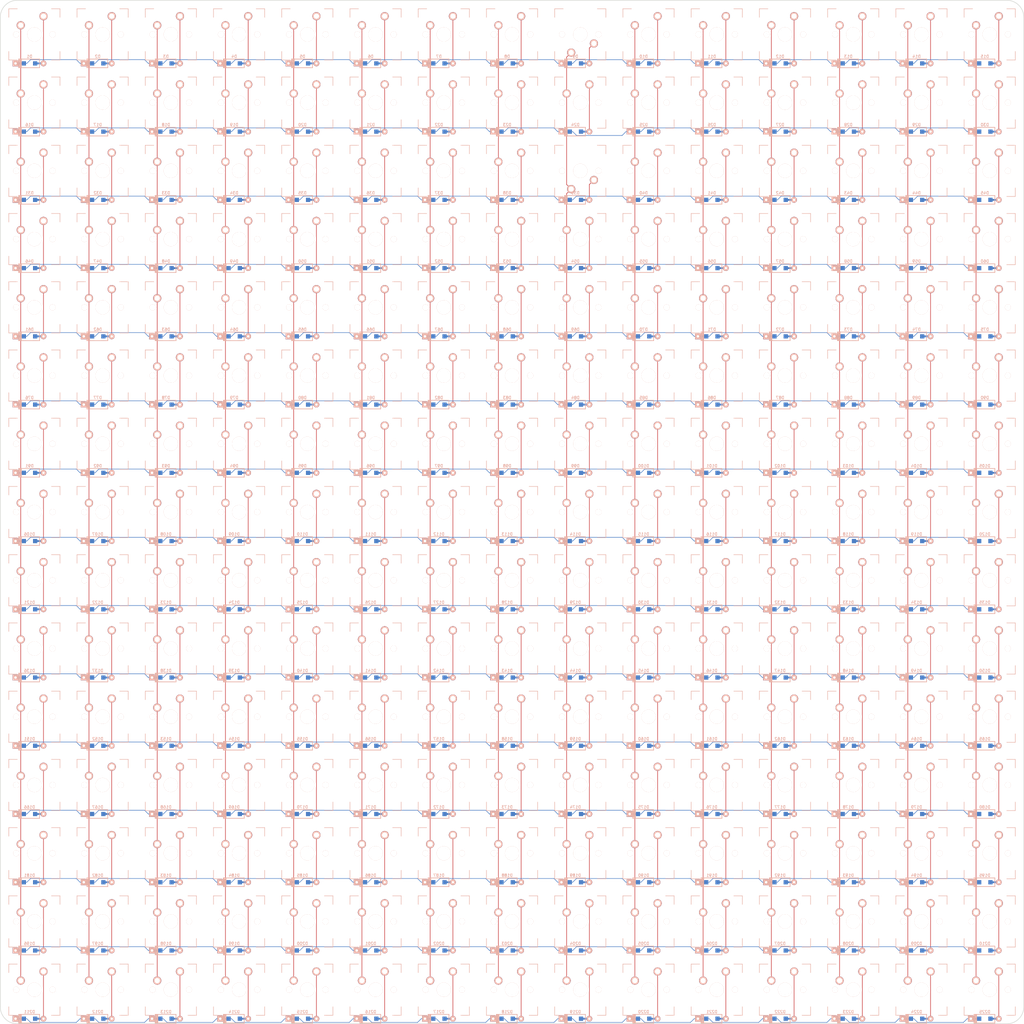
<source format=kicad_pcb>
(kicad_pcb (version 4) (host pcbnew 4.0.7)
  (layers (0 F.Cu signal) (31 B.Cu signal) (34 B.Paste user) (35 F.Paste user) (36 B.SilkS user) (37 F.SilkS user) (38 B.Mask user) (39 F.Mask user) (44 Edge.Cuts user))
  (net 0 "")
  (net 1 "Net-(D1-Pad2)")
  (net 2 /Row0)
  (net 3 "Net-(D2-Pad2)")
  (net 4 "Net-(D3-Pad2)")
  (net 5 "Net-(D4-Pad2)")
  (net 6 "Net-(D5-Pad2)")
  (net 7 "Net-(D6-Pad2)")
  (net 8 "Net-(D7-Pad2)")
  (net 9 "Net-(D8-Pad2)")
  (net 10 "Net-(D9-Pad2)")
  (net 11 "Net-(D10-Pad2)")
  (net 12 "Net-(D11-Pad2)")
  (net 13 "Net-(D12-Pad2)")
  (net 14 "Net-(D13-Pad2)")
  (net 15 "Net-(D14-Pad2)")
  (net 16 "Net-(D15-Pad2)")
  (net 17 "Net-(D16-Pad2)")
  (net 18 /Row1)
  (net 19 "Net-(D17-Pad2)")
  (net 20 "Net-(D18-Pad2)")
  (net 21 "Net-(D19-Pad2)")
  (net 22 "Net-(D20-Pad2)")
  (net 23 "Net-(D21-Pad2)")
  (net 24 "Net-(D22-Pad2)")
  (net 25 "Net-(D23-Pad2)")
  (net 26 "Net-(D24-Pad2)")
  (net 27 "Net-(D25-Pad2)")
  (net 28 "Net-(D26-Pad2)")
  (net 29 "Net-(D27-Pad2)")
  (net 30 "Net-(D28-Pad2)")
  (net 31 "Net-(D29-Pad2)")
  (net 32 "Net-(D30-Pad2)")
  (net 33 "Net-(D31-Pad2)")
  (net 34 /Row2)
  (net 35 "Net-(D32-Pad2)")
  (net 36 "Net-(D33-Pad2)")
  (net 37 "Net-(D34-Pad2)")
  (net 38 "Net-(D35-Pad2)")
  (net 39 "Net-(D36-Pad2)")
  (net 40 "Net-(D37-Pad2)")
  (net 41 "Net-(D38-Pad2)")
  (net 42 "Net-(D39-Pad2)")
  (net 43 "Net-(D40-Pad2)")
  (net 44 "Net-(D41-Pad2)")
  (net 45 "Net-(D42-Pad2)")
  (net 46 "Net-(D43-Pad2)")
  (net 47 "Net-(D44-Pad2)")
  (net 48 "Net-(D45-Pad2)")
  (net 49 "Net-(D46-Pad2)")
  (net 50 /Row3)
  (net 51 "Net-(D47-Pad2)")
  (net 52 "Net-(D48-Pad2)")
  (net 53 "Net-(D49-Pad2)")
  (net 54 "Net-(D50-Pad2)")
  (net 55 "Net-(D51-Pad2)")
  (net 56 "Net-(D52-Pad2)")
  (net 57 "Net-(D53-Pad2)")
  (net 58 "Net-(D54-Pad2)")
  (net 59 "Net-(D55-Pad2)")
  (net 60 "Net-(D56-Pad2)")
  (net 61 "Net-(D57-Pad2)")
  (net 62 "Net-(D58-Pad2)")
  (net 63 "Net-(D59-Pad2)")
  (net 64 "Net-(D60-Pad2)")
  (net 65 "Net-(D61-Pad2)")
  (net 66 /Row4)
  (net 67 "Net-(D62-Pad2)")
  (net 68 "Net-(D63-Pad2)")
  (net 69 "Net-(D64-Pad2)")
  (net 70 "Net-(D65-Pad2)")
  (net 71 "Net-(D66-Pad2)")
  (net 72 "Net-(D67-Pad2)")
  (net 73 "Net-(D68-Pad2)")
  (net 74 "Net-(D69-Pad2)")
  (net 75 "Net-(D70-Pad2)")
  (net 76 "Net-(D71-Pad2)")
  (net 77 "Net-(D72-Pad2)")
  (net 78 "Net-(D73-Pad2)")
  (net 79 "Net-(D74-Pad2)")
  (net 80 "Net-(D75-Pad2)")
  (net 81 "Net-(D76-Pad2)")
  (net 82 /Row5)
  (net 83 "Net-(D77-Pad2)")
  (net 84 "Net-(D78-Pad2)")
  (net 85 "Net-(D79-Pad2)")
  (net 86 "Net-(D80-Pad2)")
  (net 87 "Net-(D81-Pad2)")
  (net 88 "Net-(D82-Pad2)")
  (net 89 "Net-(D83-Pad2)")
  (net 90 "Net-(D84-Pad2)")
  (net 91 "Net-(D85-Pad2)")
  (net 92 "Net-(D86-Pad2)")
  (net 93 "Net-(D87-Pad2)")
  (net 94 "Net-(D88-Pad2)")
  (net 95 "Net-(D89-Pad2)")
  (net 96 "Net-(D90-Pad2)")
  (net 97 "Net-(D91-Pad2)")
  (net 98 /Row6)
  (net 99 "Net-(D92-Pad2)")
  (net 100 "Net-(D93-Pad2)")
  (net 101 "Net-(D94-Pad2)")
  (net 102 "Net-(D95-Pad2)")
  (net 103 "Net-(D96-Pad2)")
  (net 104 "Net-(D97-Pad2)")
  (net 105 "Net-(D98-Pad2)")
  (net 106 "Net-(D99-Pad2)")
  (net 107 "Net-(D100-Pad2)")
  (net 108 "Net-(D101-Pad2)")
  (net 109 "Net-(D102-Pad2)")
  (net 110 "Net-(D103-Pad2)")
  (net 111 "Net-(D104-Pad2)")
  (net 112 "Net-(D105-Pad2)")
  (net 113 "Net-(D106-Pad2)")
  (net 114 /Row7)
  (net 115 "Net-(D107-Pad2)")
  (net 116 "Net-(D108-Pad2)")
  (net 117 "Net-(D109-Pad2)")
  (net 118 "Net-(D110-Pad2)")
  (net 119 "Net-(D111-Pad2)")
  (net 120 "Net-(D112-Pad2)")
  (net 121 "Net-(D113-Pad2)")
  (net 122 "Net-(D114-Pad2)")
  (net 123 "Net-(D115-Pad2)")
  (net 124 "Net-(D116-Pad2)")
  (net 125 "Net-(D117-Pad2)")
  (net 126 "Net-(D118-Pad2)")
  (net 127 "Net-(D119-Pad2)")
  (net 128 "Net-(D120-Pad2)")
  (net 129 "Net-(D121-Pad2)")
  (net 130 /Row8)
  (net 131 "Net-(D122-Pad2)")
  (net 132 "Net-(D123-Pad2)")
  (net 133 "Net-(D124-Pad2)")
  (net 134 "Net-(D125-Pad2)")
  (net 135 "Net-(D126-Pad2)")
  (net 136 "Net-(D127-Pad2)")
  (net 137 "Net-(D128-Pad2)")
  (net 138 "Net-(D129-Pad2)")
  (net 139 "Net-(D130-Pad2)")
  (net 140 "Net-(D131-Pad2)")
  (net 141 "Net-(D132-Pad2)")
  (net 142 "Net-(D133-Pad2)")
  (net 143 "Net-(D134-Pad2)")
  (net 144 "Net-(D135-Pad2)")
  (net 145 "Net-(D136-Pad2)")
  (net 146 /Row9)
  (net 147 "Net-(D137-Pad2)")
  (net 148 "Net-(D138-Pad2)")
  (net 149 "Net-(D139-Pad2)")
  (net 150 "Net-(D140-Pad2)")
  (net 151 "Net-(D141-Pad2)")
  (net 152 "Net-(D142-Pad2)")
  (net 153 "Net-(D143-Pad2)")
  (net 154 "Net-(D144-Pad2)")
  (net 155 "Net-(D145-Pad2)")
  (net 156 "Net-(D146-Pad2)")
  (net 157 "Net-(D147-Pad2)")
  (net 158 "Net-(D148-Pad2)")
  (net 159 "Net-(D149-Pad2)")
  (net 160 "Net-(D150-Pad2)")
  (net 161 "Net-(D151-Pad2)")
  (net 162 /Row10)
  (net 163 "Net-(D152-Pad2)")
  (net 164 "Net-(D153-Pad2)")
  (net 165 "Net-(D154-Pad2)")
  (net 166 "Net-(D155-Pad2)")
  (net 167 "Net-(D156-Pad2)")
  (net 168 "Net-(D157-Pad2)")
  (net 169 "Net-(D158-Pad2)")
  (net 170 "Net-(D159-Pad2)")
  (net 171 "Net-(D160-Pad2)")
  (net 172 "Net-(D161-Pad2)")
  (net 173 "Net-(D162-Pad2)")
  (net 174 "Net-(D163-Pad2)")
  (net 175 "Net-(D164-Pad2)")
  (net 176 "Net-(D165-Pad2)")
  (net 177 "Net-(D166-Pad2)")
  (net 178 /Row11)
  (net 179 "Net-(D167-Pad2)")
  (net 180 "Net-(D168-Pad2)")
  (net 181 "Net-(D169-Pad2)")
  (net 182 "Net-(D170-Pad2)")
  (net 183 "Net-(D171-Pad2)")
  (net 184 "Net-(D172-Pad2)")
  (net 185 "Net-(D173-Pad2)")
  (net 186 "Net-(D174-Pad2)")
  (net 187 "Net-(D175-Pad2)")
  (net 188 "Net-(D176-Pad2)")
  (net 189 "Net-(D177-Pad2)")
  (net 190 "Net-(D178-Pad2)")
  (net 191 "Net-(D179-Pad2)")
  (net 192 "Net-(D180-Pad2)")
  (net 193 "Net-(D181-Pad2)")
  (net 194 /Row12)
  (net 195 "Net-(D182-Pad2)")
  (net 196 "Net-(D183-Pad2)")
  (net 197 "Net-(D184-Pad2)")
  (net 198 "Net-(D185-Pad2)")
  (net 199 "Net-(D186-Pad2)")
  (net 200 "Net-(D187-Pad2)")
  (net 201 "Net-(D188-Pad2)")
  (net 202 "Net-(D189-Pad2)")
  (net 203 "Net-(D190-Pad2)")
  (net 204 "Net-(D191-Pad2)")
  (net 205 "Net-(D192-Pad2)")
  (net 206 "Net-(D193-Pad2)")
  (net 207 "Net-(D194-Pad2)")
  (net 208 "Net-(D195-Pad2)")
  (net 209 "Net-(D196-Pad2)")
  (net 210 /Row13)
  (net 211 "Net-(D197-Pad2)")
  (net 212 "Net-(D198-Pad2)")
  (net 213 "Net-(D199-Pad2)")
  (net 214 "Net-(D200-Pad2)")
  (net 215 "Net-(D201-Pad2)")
  (net 216 "Net-(D202-Pad2)")
  (net 217 "Net-(D203-Pad2)")
  (net 218 "Net-(D204-Pad2)")
  (net 219 "Net-(D205-Pad2)")
  (net 220 "Net-(D206-Pad2)")
  (net 221 "Net-(D207-Pad2)")
  (net 222 "Net-(D208-Pad2)")
  (net 223 "Net-(D209-Pad2)")
  (net 224 "Net-(D210-Pad2)")
  (net 225 "Net-(D211-Pad2)")
  (net 226 /Row14)
  (net 227 "Net-(D212-Pad2)")
  (net 228 "Net-(D213-Pad2)")
  (net 229 "Net-(D214-Pad2)")
  (net 230 "Net-(D215-Pad2)")
  (net 231 "Net-(D216-Pad2)")
  (net 232 "Net-(D217-Pad2)")
  (net 233 "Net-(D218-Pad2)")
  (net 234 "Net-(D219-Pad2)")
  (net 235 "Net-(D220-Pad2)")
  (net 236 "Net-(D221-Pad2)")
  (net 237 "Net-(D222-Pad2)")
  (net 238 "Net-(D223-Pad2)")
  (net 239 "Net-(D224-Pad2)")
  (net 240 "Net-(D225-Pad2)")
  (net 241 /Col0)
  (net 242 /Col1)
  (net 243 /Col2)
  (net 244 /Col3)
  (net 245 /Col4)
  (net 246 /Col5)
  (net 247 /Col6)
  (net 248 /Col7)
  (net 249 /Col8)
  (net 250 /Col9)
  (net 251 /Col10)
  (net 252 /Col11)
  (net 253 /Col12)
  (net 254 /Col13)
  (net 255 /Col14)
  (module keyboard_parts:D_SOD123_axial (layer B.Cu) (at 36.735 36.675)
    (fp_text reference D1 (at 0 -1.925) (layer B.SilkS) (effects (font (size 0.8 0.8)) (justify mirror)))
    (fp_text value D hide)
    (pad 2 smd rect (at 1.575 0) (size 1.2 1.2) (layers B.Cu B.Paste B.Mask) (net 1 "Net-(D1-Pad2)"))
    (pad 1 smd rect (at -1.575 0) (size 1.2 1.2) (layers B.Cu B.Paste B.Mask) (net 2 /Row0))
    (pad 1 thru_hole rect (at -3.9 0) (size 1.6 1.6) (drill 0.7) (layers *.Cu *.Mask B.SilkS) (net 2 /Row0))
    (pad 2 thru_hole circle (at 3.9 0) (size 1.6 1.6) (drill 0.7) (layers *.Cu *.Mask B.SilkS) (net 1 "Net-(D1-Pad2)"))
    (pad 1 smd rect (at -2.7 0) (size 2.5 0.5) (layers B.Cu) (net 2 /Row0))
    (pad 2 smd rect (at 2.7 0) (size 2.5 0.5) (layers B.Cu) (net 1 "Net-(D1-Pad2)"))
  )
  (module keyboard_parts:D_SOD123_axial (layer B.Cu) (at 55.785 36.675)
    (fp_text reference D2 (at 0 -1.925) (layer B.SilkS) (effects (font (size 0.8 0.8)) (justify mirror)))
    (fp_text value D hide)
    (pad 2 smd rect (at 1.575 0) (size 1.2 1.2) (layers B.Cu B.Paste B.Mask) (net 3 "Net-(D2-Pad2)"))
    (pad 1 smd rect (at -1.575 0) (size 1.2 1.2) (layers B.Cu B.Paste B.Mask) (net 2 /Row0))
    (pad 1 thru_hole rect (at -3.9 0) (size 1.6 1.6) (drill 0.7) (layers *.Cu *.Mask B.SilkS) (net 2 /Row0))
    (pad 2 thru_hole circle (at 3.9 0) (size 1.6 1.6) (drill 0.7) (layers *.Cu *.Mask B.SilkS) (net 3 "Net-(D2-Pad2)"))
    (pad 1 smd rect (at -2.7 0) (size 2.5 0.5) (layers B.Cu) (net 2 /Row0))
    (pad 2 smd rect (at 2.7 0) (size 2.5 0.5) (layers B.Cu) (net 3 "Net-(D2-Pad2)"))
  )
  (module keyboard_parts:D_SOD123_axial (layer B.Cu) (at 74.835 36.675)
    (fp_text reference D3 (at 0 -1.925) (layer B.SilkS) (effects (font (size 0.8 0.8)) (justify mirror)))
    (fp_text value D hide)
    (pad 2 smd rect (at 1.575 0) (size 1.2 1.2) (layers B.Cu B.Paste B.Mask) (net 4 "Net-(D3-Pad2)"))
    (pad 1 smd rect (at -1.575 0) (size 1.2 1.2) (layers B.Cu B.Paste B.Mask) (net 2 /Row0))
    (pad 1 thru_hole rect (at -3.9 0) (size 1.6 1.6) (drill 0.7) (layers *.Cu *.Mask B.SilkS) (net 2 /Row0))
    (pad 2 thru_hole circle (at 3.9 0) (size 1.6 1.6) (drill 0.7) (layers *.Cu *.Mask B.SilkS) (net 4 "Net-(D3-Pad2)"))
    (pad 1 smd rect (at -2.7 0) (size 2.5 0.5) (layers B.Cu) (net 2 /Row0))
    (pad 2 smd rect (at 2.7 0) (size 2.5 0.5) (layers B.Cu) (net 4 "Net-(D3-Pad2)"))
  )
  (module keyboard_parts:D_SOD123_axial (layer B.Cu) (at 93.885 36.675)
    (fp_text reference D4 (at 0 -1.925) (layer B.SilkS) (effects (font (size 0.8 0.8)) (justify mirror)))
    (fp_text value D hide)
    (pad 2 smd rect (at 1.575 0) (size 1.2 1.2) (layers B.Cu B.Paste B.Mask) (net 5 "Net-(D4-Pad2)"))
    (pad 1 smd rect (at -1.575 0) (size 1.2 1.2) (layers B.Cu B.Paste B.Mask) (net 2 /Row0))
    (pad 1 thru_hole rect (at -3.9 0) (size 1.6 1.6) (drill 0.7) (layers *.Cu *.Mask B.SilkS) (net 2 /Row0))
    (pad 2 thru_hole circle (at 3.9 0) (size 1.6 1.6) (drill 0.7) (layers *.Cu *.Mask B.SilkS) (net 5 "Net-(D4-Pad2)"))
    (pad 1 smd rect (at -2.7 0) (size 2.5 0.5) (layers B.Cu) (net 2 /Row0))
    (pad 2 smd rect (at 2.7 0) (size 2.5 0.5) (layers B.Cu) (net 5 "Net-(D4-Pad2)"))
  )
  (module keyboard_parts:D_SOD123_axial (layer B.Cu) (at 112.935 36.675)
    (fp_text reference D5 (at 0 -1.925) (layer B.SilkS) (effects (font (size 0.8 0.8)) (justify mirror)))
    (fp_text value D hide)
    (pad 2 smd rect (at 1.575 0) (size 1.2 1.2) (layers B.Cu B.Paste B.Mask) (net 6 "Net-(D5-Pad2)"))
    (pad 1 smd rect (at -1.575 0) (size 1.2 1.2) (layers B.Cu B.Paste B.Mask) (net 2 /Row0))
    (pad 1 thru_hole rect (at -3.9 0) (size 1.6 1.6) (drill 0.7) (layers *.Cu *.Mask B.SilkS) (net 2 /Row0))
    (pad 2 thru_hole circle (at 3.9 0) (size 1.6 1.6) (drill 0.7) (layers *.Cu *.Mask B.SilkS) (net 6 "Net-(D5-Pad2)"))
    (pad 1 smd rect (at -2.7 0) (size 2.5 0.5) (layers B.Cu) (net 2 /Row0))
    (pad 2 smd rect (at 2.7 0) (size 2.5 0.5) (layers B.Cu) (net 6 "Net-(D5-Pad2)"))
  )
  (module keyboard_parts:D_SOD123_axial (layer B.Cu) (at 131.985 36.675)
    (fp_text reference D6 (at 0 -1.925) (layer B.SilkS) (effects (font (size 0.8 0.8)) (justify mirror)))
    (fp_text value D hide)
    (pad 2 smd rect (at 1.575 0) (size 1.2 1.2) (layers B.Cu B.Paste B.Mask) (net 7 "Net-(D6-Pad2)"))
    (pad 1 smd rect (at -1.575 0) (size 1.2 1.2) (layers B.Cu B.Paste B.Mask) (net 2 /Row0))
    (pad 1 thru_hole rect (at -3.9 0) (size 1.6 1.6) (drill 0.7) (layers *.Cu *.Mask B.SilkS) (net 2 /Row0))
    (pad 2 thru_hole circle (at 3.9 0) (size 1.6 1.6) (drill 0.7) (layers *.Cu *.Mask B.SilkS) (net 7 "Net-(D6-Pad2)"))
    (pad 1 smd rect (at -2.7 0) (size 2.5 0.5) (layers B.Cu) (net 2 /Row0))
    (pad 2 smd rect (at 2.7 0) (size 2.5 0.5) (layers B.Cu) (net 7 "Net-(D6-Pad2)"))
  )
  (module keyboard_parts:D_SOD123_axial (layer B.Cu) (at 151.035 36.675)
    (fp_text reference D7 (at 0 -1.925) (layer B.SilkS) (effects (font (size 0.8 0.8)) (justify mirror)))
    (fp_text value D hide)
    (pad 2 smd rect (at 1.575 0) (size 1.2 1.2) (layers B.Cu B.Paste B.Mask) (net 8 "Net-(D7-Pad2)"))
    (pad 1 smd rect (at -1.575 0) (size 1.2 1.2) (layers B.Cu B.Paste B.Mask) (net 2 /Row0))
    (pad 1 thru_hole rect (at -3.9 0) (size 1.6 1.6) (drill 0.7) (layers *.Cu *.Mask B.SilkS) (net 2 /Row0))
    (pad 2 thru_hole circle (at 3.9 0) (size 1.6 1.6) (drill 0.7) (layers *.Cu *.Mask B.SilkS) (net 8 "Net-(D7-Pad2)"))
    (pad 1 smd rect (at -2.7 0) (size 2.5 0.5) (layers B.Cu) (net 2 /Row0))
    (pad 2 smd rect (at 2.7 0) (size 2.5 0.5) (layers B.Cu) (net 8 "Net-(D7-Pad2)"))
  )
  (module keyboard_parts:D_SOD123_axial (layer B.Cu) (at 170.085 36.675)
    (fp_text reference D8 (at 0 -1.925) (layer B.SilkS) (effects (font (size 0.8 0.8)) (justify mirror)))
    (fp_text value D hide)
    (pad 2 smd rect (at 1.575 0) (size 1.2 1.2) (layers B.Cu B.Paste B.Mask) (net 9 "Net-(D8-Pad2)"))
    (pad 1 smd rect (at -1.575 0) (size 1.2 1.2) (layers B.Cu B.Paste B.Mask) (net 2 /Row0))
    (pad 1 thru_hole rect (at -3.9 0) (size 1.6 1.6) (drill 0.7) (layers *.Cu *.Mask B.SilkS) (net 2 /Row0))
    (pad 2 thru_hole circle (at 3.9 0) (size 1.6 1.6) (drill 0.7) (layers *.Cu *.Mask B.SilkS) (net 9 "Net-(D8-Pad2)"))
    (pad 1 smd rect (at -2.7 0) (size 2.5 0.5) (layers B.Cu) (net 2 /Row0))
    (pad 2 smd rect (at 2.7 0) (size 2.5 0.5) (layers B.Cu) (net 9 "Net-(D8-Pad2)"))
  )
  (module keyboard_parts:D_SOD123_axial (layer B.Cu) (at 189.135 36.675)
    (fp_text reference D9 (at 0 -1.925) (layer B.SilkS) (effects (font (size 0.8 0.8)) (justify mirror)))
    (fp_text value D hide)
    (pad 2 smd rect (at 1.575 0) (size 1.2 1.2) (layers B.Cu B.Paste B.Mask) (net 10 "Net-(D9-Pad2)"))
    (pad 1 smd rect (at -1.575 0) (size 1.2 1.2) (layers B.Cu B.Paste B.Mask) (net 2 /Row0))
    (pad 1 thru_hole rect (at -3.9 0) (size 1.6 1.6) (drill 0.7) (layers *.Cu *.Mask B.SilkS) (net 2 /Row0))
    (pad 2 thru_hole circle (at 3.9 0) (size 1.6 1.6) (drill 0.7) (layers *.Cu *.Mask B.SilkS) (net 10 "Net-(D9-Pad2)"))
    (pad 1 smd rect (at -2.7 0) (size 2.5 0.5) (layers B.Cu) (net 2 /Row0))
    (pad 2 smd rect (at 2.7 0) (size 2.5 0.5) (layers B.Cu) (net 10 "Net-(D9-Pad2)"))
  )
  (module keyboard_parts:D_SOD123_axial (layer B.Cu) (at 208.185 36.675)
    (fp_text reference D10 (at 0 -1.925) (layer B.SilkS) (effects (font (size 0.8 0.8)) (justify mirror)))
    (fp_text value D hide)
    (pad 2 smd rect (at 1.575 0) (size 1.2 1.2) (layers B.Cu B.Paste B.Mask) (net 11 "Net-(D10-Pad2)"))
    (pad 1 smd rect (at -1.575 0) (size 1.2 1.2) (layers B.Cu B.Paste B.Mask) (net 2 /Row0))
    (pad 1 thru_hole rect (at -3.9 0) (size 1.6 1.6) (drill 0.7) (layers *.Cu *.Mask B.SilkS) (net 2 /Row0))
    (pad 2 thru_hole circle (at 3.9 0) (size 1.6 1.6) (drill 0.7) (layers *.Cu *.Mask B.SilkS) (net 11 "Net-(D10-Pad2)"))
    (pad 1 smd rect (at -2.7 0) (size 2.5 0.5) (layers B.Cu) (net 2 /Row0))
    (pad 2 smd rect (at 2.7 0) (size 2.5 0.5) (layers B.Cu) (net 11 "Net-(D10-Pad2)"))
  )
  (module keyboard_parts:D_SOD123_axial (layer B.Cu) (at 227.235 36.675)
    (fp_text reference D11 (at 0 -1.925) (layer B.SilkS) (effects (font (size 0.8 0.8)) (justify mirror)))
    (fp_text value D hide)
    (pad 2 smd rect (at 1.575 0) (size 1.2 1.2) (layers B.Cu B.Paste B.Mask) (net 12 "Net-(D11-Pad2)"))
    (pad 1 smd rect (at -1.575 0) (size 1.2 1.2) (layers B.Cu B.Paste B.Mask) (net 2 /Row0))
    (pad 1 thru_hole rect (at -3.9 0) (size 1.6 1.6) (drill 0.7) (layers *.Cu *.Mask B.SilkS) (net 2 /Row0))
    (pad 2 thru_hole circle (at 3.9 0) (size 1.6 1.6) (drill 0.7) (layers *.Cu *.Mask B.SilkS) (net 12 "Net-(D11-Pad2)"))
    (pad 1 smd rect (at -2.7 0) (size 2.5 0.5) (layers B.Cu) (net 2 /Row0))
    (pad 2 smd rect (at 2.7 0) (size 2.5 0.5) (layers B.Cu) (net 12 "Net-(D11-Pad2)"))
  )
  (module keyboard_parts:D_SOD123_axial (layer B.Cu) (at 246.285 36.675)
    (fp_text reference D12 (at 0 -1.925) (layer B.SilkS) (effects (font (size 0.8 0.8)) (justify mirror)))
    (fp_text value D hide)
    (pad 2 smd rect (at 1.575 0) (size 1.2 1.2) (layers B.Cu B.Paste B.Mask) (net 13 "Net-(D12-Pad2)"))
    (pad 1 smd rect (at -1.575 0) (size 1.2 1.2) (layers B.Cu B.Paste B.Mask) (net 2 /Row0))
    (pad 1 thru_hole rect (at -3.9 0) (size 1.6 1.6) (drill 0.7) (layers *.Cu *.Mask B.SilkS) (net 2 /Row0))
    (pad 2 thru_hole circle (at 3.9 0) (size 1.6 1.6) (drill 0.7) (layers *.Cu *.Mask B.SilkS) (net 13 "Net-(D12-Pad2)"))
    (pad 1 smd rect (at -2.7 0) (size 2.5 0.5) (layers B.Cu) (net 2 /Row0))
    (pad 2 smd rect (at 2.7 0) (size 2.5 0.5) (layers B.Cu) (net 13 "Net-(D12-Pad2)"))
  )
  (module keyboard_parts:D_SOD123_axial (layer B.Cu) (at 265.335 36.675)
    (fp_text reference D13 (at 0 -1.925) (layer B.SilkS) (effects (font (size 0.8 0.8)) (justify mirror)))
    (fp_text value D hide)
    (pad 2 smd rect (at 1.575 0) (size 1.2 1.2) (layers B.Cu B.Paste B.Mask) (net 14 "Net-(D13-Pad2)"))
    (pad 1 smd rect (at -1.575 0) (size 1.2 1.2) (layers B.Cu B.Paste B.Mask) (net 2 /Row0))
    (pad 1 thru_hole rect (at -3.9 0) (size 1.6 1.6) (drill 0.7) (layers *.Cu *.Mask B.SilkS) (net 2 /Row0))
    (pad 2 thru_hole circle (at 3.9 0) (size 1.6 1.6) (drill 0.7) (layers *.Cu *.Mask B.SilkS) (net 14 "Net-(D13-Pad2)"))
    (pad 1 smd rect (at -2.7 0) (size 2.5 0.5) (layers B.Cu) (net 2 /Row0))
    (pad 2 smd rect (at 2.7 0) (size 2.5 0.5) (layers B.Cu) (net 14 "Net-(D13-Pad2)"))
  )
  (module keyboard_parts:D_SOD123_axial (layer B.Cu) (at 284.385 36.675)
    (fp_text reference D14 (at 0 -1.925) (layer B.SilkS) (effects (font (size 0.8 0.8)) (justify mirror)))
    (fp_text value D hide)
    (pad 2 smd rect (at 1.575 0) (size 1.2 1.2) (layers B.Cu B.Paste B.Mask) (net 15 "Net-(D14-Pad2)"))
    (pad 1 smd rect (at -1.575 0) (size 1.2 1.2) (layers B.Cu B.Paste B.Mask) (net 2 /Row0))
    (pad 1 thru_hole rect (at -3.9 0) (size 1.6 1.6) (drill 0.7) (layers *.Cu *.Mask B.SilkS) (net 2 /Row0))
    (pad 2 thru_hole circle (at 3.9 0) (size 1.6 1.6) (drill 0.7) (layers *.Cu *.Mask B.SilkS) (net 15 "Net-(D14-Pad2)"))
    (pad 1 smd rect (at -2.7 0) (size 2.5 0.5) (layers B.Cu) (net 2 /Row0))
    (pad 2 smd rect (at 2.7 0) (size 2.5 0.5) (layers B.Cu) (net 15 "Net-(D14-Pad2)"))
  )
  (module keyboard_parts:D_SOD123_axial (layer B.Cu) (at 303.435 36.675)
    (fp_text reference D15 (at 0 -1.925) (layer B.SilkS) (effects (font (size 0.8 0.8)) (justify mirror)))
    (fp_text value D hide)
    (pad 2 smd rect (at 1.575 0) (size 1.2 1.2) (layers B.Cu B.Paste B.Mask) (net 16 "Net-(D15-Pad2)"))
    (pad 1 smd rect (at -1.575 0) (size 1.2 1.2) (layers B.Cu B.Paste B.Mask) (net 2 /Row0))
    (pad 1 thru_hole rect (at -3.9 0) (size 1.6 1.6) (drill 0.7) (layers *.Cu *.Mask B.SilkS) (net 2 /Row0))
    (pad 2 thru_hole circle (at 3.9 0) (size 1.6 1.6) (drill 0.7) (layers *.Cu *.Mask B.SilkS) (net 16 "Net-(D15-Pad2)"))
    (pad 1 smd rect (at -2.7 0) (size 2.5 0.5) (layers B.Cu) (net 2 /Row0))
    (pad 2 smd rect (at 2.7 0) (size 2.5 0.5) (layers B.Cu) (net 16 "Net-(D15-Pad2)"))
  )
  (module keyboard_parts:D_SOD123_axial (layer B.Cu) (at 36.735 55.725)
    (fp_text reference D16 (at 0 -1.925) (layer B.SilkS) (effects (font (size 0.8 0.8)) (justify mirror)))
    (fp_text value D hide)
    (pad 2 smd rect (at 1.575 0) (size 1.2 1.2) (layers B.Cu B.Paste B.Mask) (net 17 "Net-(D16-Pad2)"))
    (pad 1 smd rect (at -1.575 0) (size 1.2 1.2) (layers B.Cu B.Paste B.Mask) (net 18 /Row1))
    (pad 1 thru_hole rect (at -3.9 0) (size 1.6 1.6) (drill 0.7) (layers *.Cu *.Mask B.SilkS) (net 18 /Row1))
    (pad 2 thru_hole circle (at 3.9 0) (size 1.6 1.6) (drill 0.7) (layers *.Cu *.Mask B.SilkS) (net 17 "Net-(D16-Pad2)"))
    (pad 1 smd rect (at -2.7 0) (size 2.5 0.5) (layers B.Cu) (net 18 /Row1))
    (pad 2 smd rect (at 2.7 0) (size 2.5 0.5) (layers B.Cu) (net 17 "Net-(D16-Pad2)"))
  )
  (module keyboard_parts:D_SOD123_axial (layer B.Cu) (at 55.785 55.725)
    (fp_text reference D17 (at 0 -1.925) (layer B.SilkS) (effects (font (size 0.8 0.8)) (justify mirror)))
    (fp_text value D hide)
    (pad 2 smd rect (at 1.575 0) (size 1.2 1.2) (layers B.Cu B.Paste B.Mask) (net 19 "Net-(D17-Pad2)"))
    (pad 1 smd rect (at -1.575 0) (size 1.2 1.2) (layers B.Cu B.Paste B.Mask) (net 18 /Row1))
    (pad 1 thru_hole rect (at -3.9 0) (size 1.6 1.6) (drill 0.7) (layers *.Cu *.Mask B.SilkS) (net 18 /Row1))
    (pad 2 thru_hole circle (at 3.9 0) (size 1.6 1.6) (drill 0.7) (layers *.Cu *.Mask B.SilkS) (net 19 "Net-(D17-Pad2)"))
    (pad 1 smd rect (at -2.7 0) (size 2.5 0.5) (layers B.Cu) (net 18 /Row1))
    (pad 2 smd rect (at 2.7 0) (size 2.5 0.5) (layers B.Cu) (net 19 "Net-(D17-Pad2)"))
  )
  (module keyboard_parts:D_SOD123_axial (layer B.Cu) (at 74.835 55.725)
    (fp_text reference D18 (at 0 -1.925) (layer B.SilkS) (effects (font (size 0.8 0.8)) (justify mirror)))
    (fp_text value D hide)
    (pad 2 smd rect (at 1.575 0) (size 1.2 1.2) (layers B.Cu B.Paste B.Mask) (net 20 "Net-(D18-Pad2)"))
    (pad 1 smd rect (at -1.575 0) (size 1.2 1.2) (layers B.Cu B.Paste B.Mask) (net 18 /Row1))
    (pad 1 thru_hole rect (at -3.9 0) (size 1.6 1.6) (drill 0.7) (layers *.Cu *.Mask B.SilkS) (net 18 /Row1))
    (pad 2 thru_hole circle (at 3.9 0) (size 1.6 1.6) (drill 0.7) (layers *.Cu *.Mask B.SilkS) (net 20 "Net-(D18-Pad2)"))
    (pad 1 smd rect (at -2.7 0) (size 2.5 0.5) (layers B.Cu) (net 18 /Row1))
    (pad 2 smd rect (at 2.7 0) (size 2.5 0.5) (layers B.Cu) (net 20 "Net-(D18-Pad2)"))
  )
  (module keyboard_parts:D_SOD123_axial (layer B.Cu) (at 93.885 55.725)
    (fp_text reference D19 (at 0 -1.925) (layer B.SilkS) (effects (font (size 0.8 0.8)) (justify mirror)))
    (fp_text value D hide)
    (pad 2 smd rect (at 1.575 0) (size 1.2 1.2) (layers B.Cu B.Paste B.Mask) (net 21 "Net-(D19-Pad2)"))
    (pad 1 smd rect (at -1.575 0) (size 1.2 1.2) (layers B.Cu B.Paste B.Mask) (net 18 /Row1))
    (pad 1 thru_hole rect (at -3.9 0) (size 1.6 1.6) (drill 0.7) (layers *.Cu *.Mask B.SilkS) (net 18 /Row1))
    (pad 2 thru_hole circle (at 3.9 0) (size 1.6 1.6) (drill 0.7) (layers *.Cu *.Mask B.SilkS) (net 21 "Net-(D19-Pad2)"))
    (pad 1 smd rect (at -2.7 0) (size 2.5 0.5) (layers B.Cu) (net 18 /Row1))
    (pad 2 smd rect (at 2.7 0) (size 2.5 0.5) (layers B.Cu) (net 21 "Net-(D19-Pad2)"))
  )
  (module keyboard_parts:D_SOD123_axial (layer B.Cu) (at 112.935 55.725)
    (fp_text reference D20 (at 0 -1.925) (layer B.SilkS) (effects (font (size 0.8 0.8)) (justify mirror)))
    (fp_text value D hide)
    (pad 2 smd rect (at 1.575 0) (size 1.2 1.2) (layers B.Cu B.Paste B.Mask) (net 22 "Net-(D20-Pad2)"))
    (pad 1 smd rect (at -1.575 0) (size 1.2 1.2) (layers B.Cu B.Paste B.Mask) (net 18 /Row1))
    (pad 1 thru_hole rect (at -3.9 0) (size 1.6 1.6) (drill 0.7) (layers *.Cu *.Mask B.SilkS) (net 18 /Row1))
    (pad 2 thru_hole circle (at 3.9 0) (size 1.6 1.6) (drill 0.7) (layers *.Cu *.Mask B.SilkS) (net 22 "Net-(D20-Pad2)"))
    (pad 1 smd rect (at -2.7 0) (size 2.5 0.5) (layers B.Cu) (net 18 /Row1))
    (pad 2 smd rect (at 2.7 0) (size 2.5 0.5) (layers B.Cu) (net 22 "Net-(D20-Pad2)"))
  )
  (module keyboard_parts:D_SOD123_axial (layer B.Cu) (at 131.985 55.725)
    (fp_text reference D21 (at 0 -1.925) (layer B.SilkS) (effects (font (size 0.8 0.8)) (justify mirror)))
    (fp_text value D hide)
    (pad 2 smd rect (at 1.575 0) (size 1.2 1.2) (layers B.Cu B.Paste B.Mask) (net 23 "Net-(D21-Pad2)"))
    (pad 1 smd rect (at -1.575 0) (size 1.2 1.2) (layers B.Cu B.Paste B.Mask) (net 18 /Row1))
    (pad 1 thru_hole rect (at -3.9 0) (size 1.6 1.6) (drill 0.7) (layers *.Cu *.Mask B.SilkS) (net 18 /Row1))
    (pad 2 thru_hole circle (at 3.9 0) (size 1.6 1.6) (drill 0.7) (layers *.Cu *.Mask B.SilkS) (net 23 "Net-(D21-Pad2)"))
    (pad 1 smd rect (at -2.7 0) (size 2.5 0.5) (layers B.Cu) (net 18 /Row1))
    (pad 2 smd rect (at 2.7 0) (size 2.5 0.5) (layers B.Cu) (net 23 "Net-(D21-Pad2)"))
  )
  (module keyboard_parts:D_SOD123_axial (layer B.Cu) (at 151.035 55.725)
    (fp_text reference D22 (at 0 -1.925) (layer B.SilkS) (effects (font (size 0.8 0.8)) (justify mirror)))
    (fp_text value D hide)
    (pad 2 smd rect (at 1.575 0) (size 1.2 1.2) (layers B.Cu B.Paste B.Mask) (net 24 "Net-(D22-Pad2)"))
    (pad 1 smd rect (at -1.575 0) (size 1.2 1.2) (layers B.Cu B.Paste B.Mask) (net 18 /Row1))
    (pad 1 thru_hole rect (at -3.9 0) (size 1.6 1.6) (drill 0.7) (layers *.Cu *.Mask B.SilkS) (net 18 /Row1))
    (pad 2 thru_hole circle (at 3.9 0) (size 1.6 1.6) (drill 0.7) (layers *.Cu *.Mask B.SilkS) (net 24 "Net-(D22-Pad2)"))
    (pad 1 smd rect (at -2.7 0) (size 2.5 0.5) (layers B.Cu) (net 18 /Row1))
    (pad 2 smd rect (at 2.7 0) (size 2.5 0.5) (layers B.Cu) (net 24 "Net-(D22-Pad2)"))
  )
  (module keyboard_parts:D_SOD123_axial (layer B.Cu) (at 170.085 55.725)
    (fp_text reference D23 (at 0 -1.925) (layer B.SilkS) (effects (font (size 0.8 0.8)) (justify mirror)))
    (fp_text value D hide)
    (pad 2 smd rect (at 1.575 0) (size 1.2 1.2) (layers B.Cu B.Paste B.Mask) (net 25 "Net-(D23-Pad2)"))
    (pad 1 smd rect (at -1.575 0) (size 1.2 1.2) (layers B.Cu B.Paste B.Mask) (net 18 /Row1))
    (pad 1 thru_hole rect (at -3.9 0) (size 1.6 1.6) (drill 0.7) (layers *.Cu *.Mask B.SilkS) (net 18 /Row1))
    (pad 2 thru_hole circle (at 3.9 0) (size 1.6 1.6) (drill 0.7) (layers *.Cu *.Mask B.SilkS) (net 25 "Net-(D23-Pad2)"))
    (pad 1 smd rect (at -2.7 0) (size 2.5 0.5) (layers B.Cu) (net 18 /Row1))
    (pad 2 smd rect (at 2.7 0) (size 2.5 0.5) (layers B.Cu) (net 25 "Net-(D23-Pad2)"))
  )
  (module keyboard_parts:D_SOD123_axial (layer B.Cu) (at 189.135 55.725)
    (fp_text reference D24 (at 0 -1.925) (layer B.SilkS) (effects (font (size 0.8 0.8)) (justify mirror)))
    (fp_text value D hide)
    (pad 2 smd rect (at 1.575 0) (size 1.2 1.2) (layers B.Cu B.Paste B.Mask) (net 26 "Net-(D24-Pad2)"))
    (pad 1 smd rect (at -1.575 0) (size 1.2 1.2) (layers B.Cu B.Paste B.Mask) (net 18 /Row1))
    (pad 1 thru_hole rect (at -3.9 0) (size 1.6 1.6) (drill 0.7) (layers *.Cu *.Mask B.SilkS) (net 18 /Row1))
    (pad 2 thru_hole circle (at 3.9 0) (size 1.6 1.6) (drill 0.7) (layers *.Cu *.Mask B.SilkS) (net 26 "Net-(D24-Pad2)"))
    (pad 1 smd rect (at -2.7 0) (size 2.5 0.5) (layers B.Cu) (net 18 /Row1))
    (pad 2 smd rect (at 2.7 0) (size 2.5 0.5) (layers B.Cu) (net 26 "Net-(D24-Pad2)"))
  )
  (module keyboard_parts:D_SOD123_axial (layer B.Cu) (at 208.185 55.725)
    (fp_text reference D25 (at 0 -1.925) (layer B.SilkS) (effects (font (size 0.8 0.8)) (justify mirror)))
    (fp_text value D hide)
    (pad 2 smd rect (at 1.575 0) (size 1.2 1.2) (layers B.Cu B.Paste B.Mask) (net 27 "Net-(D25-Pad2)"))
    (pad 1 smd rect (at -1.575 0) (size 1.2 1.2) (layers B.Cu B.Paste B.Mask) (net 18 /Row1))
    (pad 1 thru_hole rect (at -3.9 0) (size 1.6 1.6) (drill 0.7) (layers *.Cu *.Mask B.SilkS) (net 18 /Row1))
    (pad 2 thru_hole circle (at 3.9 0) (size 1.6 1.6) (drill 0.7) (layers *.Cu *.Mask B.SilkS) (net 27 "Net-(D25-Pad2)"))
    (pad 1 smd rect (at -2.7 0) (size 2.5 0.5) (layers B.Cu) (net 18 /Row1))
    (pad 2 smd rect (at 2.7 0) (size 2.5 0.5) (layers B.Cu) (net 27 "Net-(D25-Pad2)"))
  )
  (module keyboard_parts:D_SOD123_axial (layer B.Cu) (at 227.235 55.725)
    (fp_text reference D26 (at 0 -1.925) (layer B.SilkS) (effects (font (size 0.8 0.8)) (justify mirror)))
    (fp_text value D hide)
    (pad 2 smd rect (at 1.575 0) (size 1.2 1.2) (layers B.Cu B.Paste B.Mask) (net 28 "Net-(D26-Pad2)"))
    (pad 1 smd rect (at -1.575 0) (size 1.2 1.2) (layers B.Cu B.Paste B.Mask) (net 18 /Row1))
    (pad 1 thru_hole rect (at -3.9 0) (size 1.6 1.6) (drill 0.7) (layers *.Cu *.Mask B.SilkS) (net 18 /Row1))
    (pad 2 thru_hole circle (at 3.9 0) (size 1.6 1.6) (drill 0.7) (layers *.Cu *.Mask B.SilkS) (net 28 "Net-(D26-Pad2)"))
    (pad 1 smd rect (at -2.7 0) (size 2.5 0.5) (layers B.Cu) (net 18 /Row1))
    (pad 2 smd rect (at 2.7 0) (size 2.5 0.5) (layers B.Cu) (net 28 "Net-(D26-Pad2)"))
  )
  (module keyboard_parts:D_SOD123_axial (layer B.Cu) (at 246.285 55.725)
    (fp_text reference D27 (at 0 -1.925) (layer B.SilkS) (effects (font (size 0.8 0.8)) (justify mirror)))
    (fp_text value D hide)
    (pad 2 smd rect (at 1.575 0) (size 1.2 1.2) (layers B.Cu B.Paste B.Mask) (net 29 "Net-(D27-Pad2)"))
    (pad 1 smd rect (at -1.575 0) (size 1.2 1.2) (layers B.Cu B.Paste B.Mask) (net 18 /Row1))
    (pad 1 thru_hole rect (at -3.9 0) (size 1.6 1.6) (drill 0.7) (layers *.Cu *.Mask B.SilkS) (net 18 /Row1))
    (pad 2 thru_hole circle (at 3.9 0) (size 1.6 1.6) (drill 0.7) (layers *.Cu *.Mask B.SilkS) (net 29 "Net-(D27-Pad2)"))
    (pad 1 smd rect (at -2.7 0) (size 2.5 0.5) (layers B.Cu) (net 18 /Row1))
    (pad 2 smd rect (at 2.7 0) (size 2.5 0.5) (layers B.Cu) (net 29 "Net-(D27-Pad2)"))
  )
  (module keyboard_parts:D_SOD123_axial (layer B.Cu) (at 265.335 55.725)
    (fp_text reference D28 (at 0 -1.925) (layer B.SilkS) (effects (font (size 0.8 0.8)) (justify mirror)))
    (fp_text value D hide)
    (pad 2 smd rect (at 1.575 0) (size 1.2 1.2) (layers B.Cu B.Paste B.Mask) (net 30 "Net-(D28-Pad2)"))
    (pad 1 smd rect (at -1.575 0) (size 1.2 1.2) (layers B.Cu B.Paste B.Mask) (net 18 /Row1))
    (pad 1 thru_hole rect (at -3.9 0) (size 1.6 1.6) (drill 0.7) (layers *.Cu *.Mask B.SilkS) (net 18 /Row1))
    (pad 2 thru_hole circle (at 3.9 0) (size 1.6 1.6) (drill 0.7) (layers *.Cu *.Mask B.SilkS) (net 30 "Net-(D28-Pad2)"))
    (pad 1 smd rect (at -2.7 0) (size 2.5 0.5) (layers B.Cu) (net 18 /Row1))
    (pad 2 smd rect (at 2.7 0) (size 2.5 0.5) (layers B.Cu) (net 30 "Net-(D28-Pad2)"))
  )
  (module keyboard_parts:D_SOD123_axial (layer B.Cu) (at 284.385 55.725)
    (fp_text reference D29 (at 0 -1.925) (layer B.SilkS) (effects (font (size 0.8 0.8)) (justify mirror)))
    (fp_text value D hide)
    (pad 2 smd rect (at 1.575 0) (size 1.2 1.2) (layers B.Cu B.Paste B.Mask) (net 31 "Net-(D29-Pad2)"))
    (pad 1 smd rect (at -1.575 0) (size 1.2 1.2) (layers B.Cu B.Paste B.Mask) (net 18 /Row1))
    (pad 1 thru_hole rect (at -3.9 0) (size 1.6 1.6) (drill 0.7) (layers *.Cu *.Mask B.SilkS) (net 18 /Row1))
    (pad 2 thru_hole circle (at 3.9 0) (size 1.6 1.6) (drill 0.7) (layers *.Cu *.Mask B.SilkS) (net 31 "Net-(D29-Pad2)"))
    (pad 1 smd rect (at -2.7 0) (size 2.5 0.5) (layers B.Cu) (net 18 /Row1))
    (pad 2 smd rect (at 2.7 0) (size 2.5 0.5) (layers B.Cu) (net 31 "Net-(D29-Pad2)"))
  )
  (module keyboard_parts:D_SOD123_axial (layer B.Cu) (at 303.435 55.725)
    (fp_text reference D30 (at 0 -1.925) (layer B.SilkS) (effects (font (size 0.8 0.8)) (justify mirror)))
    (fp_text value D hide)
    (pad 2 smd rect (at 1.575 0) (size 1.2 1.2) (layers B.Cu B.Paste B.Mask) (net 32 "Net-(D30-Pad2)"))
    (pad 1 smd rect (at -1.575 0) (size 1.2 1.2) (layers B.Cu B.Paste B.Mask) (net 18 /Row1))
    (pad 1 thru_hole rect (at -3.9 0) (size 1.6 1.6) (drill 0.7) (layers *.Cu *.Mask B.SilkS) (net 18 /Row1))
    (pad 2 thru_hole circle (at 3.9 0) (size 1.6 1.6) (drill 0.7) (layers *.Cu *.Mask B.SilkS) (net 32 "Net-(D30-Pad2)"))
    (pad 1 smd rect (at -2.7 0) (size 2.5 0.5) (layers B.Cu) (net 18 /Row1))
    (pad 2 smd rect (at 2.7 0) (size 2.5 0.5) (layers B.Cu) (net 32 "Net-(D30-Pad2)"))
  )
  (module keyboard_parts:D_SOD123_axial (layer B.Cu) (at 36.735 74.775)
    (fp_text reference D31 (at 0 -1.925) (layer B.SilkS) (effects (font (size 0.8 0.8)) (justify mirror)))
    (fp_text value D hide)
    (pad 2 smd rect (at 1.575 0) (size 1.2 1.2) (layers B.Cu B.Paste B.Mask) (net 33 "Net-(D31-Pad2)"))
    (pad 1 smd rect (at -1.575 0) (size 1.2 1.2) (layers B.Cu B.Paste B.Mask) (net 34 /Row2))
    (pad 1 thru_hole rect (at -3.9 0) (size 1.6 1.6) (drill 0.7) (layers *.Cu *.Mask B.SilkS) (net 34 /Row2))
    (pad 2 thru_hole circle (at 3.9 0) (size 1.6 1.6) (drill 0.7) (layers *.Cu *.Mask B.SilkS) (net 33 "Net-(D31-Pad2)"))
    (pad 1 smd rect (at -2.7 0) (size 2.5 0.5) (layers B.Cu) (net 34 /Row2))
    (pad 2 smd rect (at 2.7 0) (size 2.5 0.5) (layers B.Cu) (net 33 "Net-(D31-Pad2)"))
  )
  (module keyboard_parts:D_SOD123_axial (layer B.Cu) (at 55.785 74.775)
    (fp_text reference D32 (at 0 -1.925) (layer B.SilkS) (effects (font (size 0.8 0.8)) (justify mirror)))
    (fp_text value D hide)
    (pad 2 smd rect (at 1.575 0) (size 1.2 1.2) (layers B.Cu B.Paste B.Mask) (net 35 "Net-(D32-Pad2)"))
    (pad 1 smd rect (at -1.575 0) (size 1.2 1.2) (layers B.Cu B.Paste B.Mask) (net 34 /Row2))
    (pad 1 thru_hole rect (at -3.9 0) (size 1.6 1.6) (drill 0.7) (layers *.Cu *.Mask B.SilkS) (net 34 /Row2))
    (pad 2 thru_hole circle (at 3.9 0) (size 1.6 1.6) (drill 0.7) (layers *.Cu *.Mask B.SilkS) (net 35 "Net-(D32-Pad2)"))
    (pad 1 smd rect (at -2.7 0) (size 2.5 0.5) (layers B.Cu) (net 34 /Row2))
    (pad 2 smd rect (at 2.7 0) (size 2.5 0.5) (layers B.Cu) (net 35 "Net-(D32-Pad2)"))
  )
  (module keyboard_parts:D_SOD123_axial (layer B.Cu) (at 74.835 74.775)
    (fp_text reference D33 (at 0 -1.925) (layer B.SilkS) (effects (font (size 0.8 0.8)) (justify mirror)))
    (fp_text value D hide)
    (pad 2 smd rect (at 1.575 0) (size 1.2 1.2) (layers B.Cu B.Paste B.Mask) (net 36 "Net-(D33-Pad2)"))
    (pad 1 smd rect (at -1.575 0) (size 1.2 1.2) (layers B.Cu B.Paste B.Mask) (net 34 /Row2))
    (pad 1 thru_hole rect (at -3.9 0) (size 1.6 1.6) (drill 0.7) (layers *.Cu *.Mask B.SilkS) (net 34 /Row2))
    (pad 2 thru_hole circle (at 3.9 0) (size 1.6 1.6) (drill 0.7) (layers *.Cu *.Mask B.SilkS) (net 36 "Net-(D33-Pad2)"))
    (pad 1 smd rect (at -2.7 0) (size 2.5 0.5) (layers B.Cu) (net 34 /Row2))
    (pad 2 smd rect (at 2.7 0) (size 2.5 0.5) (layers B.Cu) (net 36 "Net-(D33-Pad2)"))
  )
  (module keyboard_parts:D_SOD123_axial (layer B.Cu) (at 93.885 74.775)
    (fp_text reference D34 (at 0 -1.925) (layer B.SilkS) (effects (font (size 0.8 0.8)) (justify mirror)))
    (fp_text value D hide)
    (pad 2 smd rect (at 1.575 0) (size 1.2 1.2) (layers B.Cu B.Paste B.Mask) (net 37 "Net-(D34-Pad2)"))
    (pad 1 smd rect (at -1.575 0) (size 1.2 1.2) (layers B.Cu B.Paste B.Mask) (net 34 /Row2))
    (pad 1 thru_hole rect (at -3.9 0) (size 1.6 1.6) (drill 0.7) (layers *.Cu *.Mask B.SilkS) (net 34 /Row2))
    (pad 2 thru_hole circle (at 3.9 0) (size 1.6 1.6) (drill 0.7) (layers *.Cu *.Mask B.SilkS) (net 37 "Net-(D34-Pad2)"))
    (pad 1 smd rect (at -2.7 0) (size 2.5 0.5) (layers B.Cu) (net 34 /Row2))
    (pad 2 smd rect (at 2.7 0) (size 2.5 0.5) (layers B.Cu) (net 37 "Net-(D34-Pad2)"))
  )
  (module keyboard_parts:D_SOD123_axial (layer B.Cu) (at 112.935 74.775)
    (fp_text reference D35 (at 0 -1.925) (layer B.SilkS) (effects (font (size 0.8 0.8)) (justify mirror)))
    (fp_text value D hide)
    (pad 2 smd rect (at 1.575 0) (size 1.2 1.2) (layers B.Cu B.Paste B.Mask) (net 38 "Net-(D35-Pad2)"))
    (pad 1 smd rect (at -1.575 0) (size 1.2 1.2) (layers B.Cu B.Paste B.Mask) (net 34 /Row2))
    (pad 1 thru_hole rect (at -3.9 0) (size 1.6 1.6) (drill 0.7) (layers *.Cu *.Mask B.SilkS) (net 34 /Row2))
    (pad 2 thru_hole circle (at 3.9 0) (size 1.6 1.6) (drill 0.7) (layers *.Cu *.Mask B.SilkS) (net 38 "Net-(D35-Pad2)"))
    (pad 1 smd rect (at -2.7 0) (size 2.5 0.5) (layers B.Cu) (net 34 /Row2))
    (pad 2 smd rect (at 2.7 0) (size 2.5 0.5) (layers B.Cu) (net 38 "Net-(D35-Pad2)"))
  )
  (module keyboard_parts:D_SOD123_axial (layer B.Cu) (at 131.985 74.775)
    (fp_text reference D36 (at 0 -1.925) (layer B.SilkS) (effects (font (size 0.8 0.8)) (justify mirror)))
    (fp_text value D hide)
    (pad 2 smd rect (at 1.575 0) (size 1.2 1.2) (layers B.Cu B.Paste B.Mask) (net 39 "Net-(D36-Pad2)"))
    (pad 1 smd rect (at -1.575 0) (size 1.2 1.2) (layers B.Cu B.Paste B.Mask) (net 34 /Row2))
    (pad 1 thru_hole rect (at -3.9 0) (size 1.6 1.6) (drill 0.7) (layers *.Cu *.Mask B.SilkS) (net 34 /Row2))
    (pad 2 thru_hole circle (at 3.9 0) (size 1.6 1.6) (drill 0.7) (layers *.Cu *.Mask B.SilkS) (net 39 "Net-(D36-Pad2)"))
    (pad 1 smd rect (at -2.7 0) (size 2.5 0.5) (layers B.Cu) (net 34 /Row2))
    (pad 2 smd rect (at 2.7 0) (size 2.5 0.5) (layers B.Cu) (net 39 "Net-(D36-Pad2)"))
  )
  (module keyboard_parts:D_SOD123_axial (layer B.Cu) (at 151.035 74.775)
    (fp_text reference D37 (at 0 -1.925) (layer B.SilkS) (effects (font (size 0.8 0.8)) (justify mirror)))
    (fp_text value D hide)
    (pad 2 smd rect (at 1.575 0) (size 1.2 1.2) (layers B.Cu B.Paste B.Mask) (net 40 "Net-(D37-Pad2)"))
    (pad 1 smd rect (at -1.575 0) (size 1.2 1.2) (layers B.Cu B.Paste B.Mask) (net 34 /Row2))
    (pad 1 thru_hole rect (at -3.9 0) (size 1.6 1.6) (drill 0.7) (layers *.Cu *.Mask B.SilkS) (net 34 /Row2))
    (pad 2 thru_hole circle (at 3.9 0) (size 1.6 1.6) (drill 0.7) (layers *.Cu *.Mask B.SilkS) (net 40 "Net-(D37-Pad2)"))
    (pad 1 smd rect (at -2.7 0) (size 2.5 0.5) (layers B.Cu) (net 34 /Row2))
    (pad 2 smd rect (at 2.7 0) (size 2.5 0.5) (layers B.Cu) (net 40 "Net-(D37-Pad2)"))
  )
  (module keyboard_parts:D_SOD123_axial (layer B.Cu) (at 170.085 74.775)
    (fp_text reference D38 (at 0 -1.925) (layer B.SilkS) (effects (font (size 0.8 0.8)) (justify mirror)))
    (fp_text value D hide)
    (pad 2 smd rect (at 1.575 0) (size 1.2 1.2) (layers B.Cu B.Paste B.Mask) (net 41 "Net-(D38-Pad2)"))
    (pad 1 smd rect (at -1.575 0) (size 1.2 1.2) (layers B.Cu B.Paste B.Mask) (net 34 /Row2))
    (pad 1 thru_hole rect (at -3.9 0) (size 1.6 1.6) (drill 0.7) (layers *.Cu *.Mask B.SilkS) (net 34 /Row2))
    (pad 2 thru_hole circle (at 3.9 0) (size 1.6 1.6) (drill 0.7) (layers *.Cu *.Mask B.SilkS) (net 41 "Net-(D38-Pad2)"))
    (pad 1 smd rect (at -2.7 0) (size 2.5 0.5) (layers B.Cu) (net 34 /Row2))
    (pad 2 smd rect (at 2.7 0) (size 2.5 0.5) (layers B.Cu) (net 41 "Net-(D38-Pad2)"))
  )
  (module keyboard_parts:D_SOD123_axial (layer B.Cu) (at 189.135 74.775)
    (fp_text reference D39 (at 0 -1.925) (layer B.SilkS) (effects (font (size 0.8 0.8)) (justify mirror)))
    (fp_text value D hide)
    (pad 2 smd rect (at 1.575 0) (size 1.2 1.2) (layers B.Cu B.Paste B.Mask) (net 42 "Net-(D39-Pad2)"))
    (pad 1 smd rect (at -1.575 0) (size 1.2 1.2) (layers B.Cu B.Paste B.Mask) (net 34 /Row2))
    (pad 1 thru_hole rect (at -3.9 0) (size 1.6 1.6) (drill 0.7) (layers *.Cu *.Mask B.SilkS) (net 34 /Row2))
    (pad 2 thru_hole circle (at 3.9 0) (size 1.6 1.6) (drill 0.7) (layers *.Cu *.Mask B.SilkS) (net 42 "Net-(D39-Pad2)"))
    (pad 1 smd rect (at -2.7 0) (size 2.5 0.5) (layers B.Cu) (net 34 /Row2))
    (pad 2 smd rect (at 2.7 0) (size 2.5 0.5) (layers B.Cu) (net 42 "Net-(D39-Pad2)"))
  )
  (module keyboard_parts:D_SOD123_axial (layer B.Cu) (at 208.185 74.775)
    (fp_text reference D40 (at 0 -1.925) (layer B.SilkS) (effects (font (size 0.8 0.8)) (justify mirror)))
    (fp_text value D hide)
    (pad 2 smd rect (at 1.575 0) (size 1.2 1.2) (layers B.Cu B.Paste B.Mask) (net 43 "Net-(D40-Pad2)"))
    (pad 1 smd rect (at -1.575 0) (size 1.2 1.2) (layers B.Cu B.Paste B.Mask) (net 34 /Row2))
    (pad 1 thru_hole rect (at -3.9 0) (size 1.6 1.6) (drill 0.7) (layers *.Cu *.Mask B.SilkS) (net 34 /Row2))
    (pad 2 thru_hole circle (at 3.9 0) (size 1.6 1.6) (drill 0.7) (layers *.Cu *.Mask B.SilkS) (net 43 "Net-(D40-Pad2)"))
    (pad 1 smd rect (at -2.7 0) (size 2.5 0.5) (layers B.Cu) (net 34 /Row2))
    (pad 2 smd rect (at 2.7 0) (size 2.5 0.5) (layers B.Cu) (net 43 "Net-(D40-Pad2)"))
  )
  (module keyboard_parts:D_SOD123_axial (layer B.Cu) (at 227.235 74.775)
    (fp_text reference D41 (at 0 -1.925) (layer B.SilkS) (effects (font (size 0.8 0.8)) (justify mirror)))
    (fp_text value D hide)
    (pad 2 smd rect (at 1.575 0) (size 1.2 1.2) (layers B.Cu B.Paste B.Mask) (net 44 "Net-(D41-Pad2)"))
    (pad 1 smd rect (at -1.575 0) (size 1.2 1.2) (layers B.Cu B.Paste B.Mask) (net 34 /Row2))
    (pad 1 thru_hole rect (at -3.9 0) (size 1.6 1.6) (drill 0.7) (layers *.Cu *.Mask B.SilkS) (net 34 /Row2))
    (pad 2 thru_hole circle (at 3.9 0) (size 1.6 1.6) (drill 0.7) (layers *.Cu *.Mask B.SilkS) (net 44 "Net-(D41-Pad2)"))
    (pad 1 smd rect (at -2.7 0) (size 2.5 0.5) (layers B.Cu) (net 34 /Row2))
    (pad 2 smd rect (at 2.7 0) (size 2.5 0.5) (layers B.Cu) (net 44 "Net-(D41-Pad2)"))
  )
  (module keyboard_parts:D_SOD123_axial (layer B.Cu) (at 246.285 74.775)
    (fp_text reference D42 (at 0 -1.925) (layer B.SilkS) (effects (font (size 0.8 0.8)) (justify mirror)))
    (fp_text value D hide)
    (pad 2 smd rect (at 1.575 0) (size 1.2 1.2) (layers B.Cu B.Paste B.Mask) (net 45 "Net-(D42-Pad2)"))
    (pad 1 smd rect (at -1.575 0) (size 1.2 1.2) (layers B.Cu B.Paste B.Mask) (net 34 /Row2))
    (pad 1 thru_hole rect (at -3.9 0) (size 1.6 1.6) (drill 0.7) (layers *.Cu *.Mask B.SilkS) (net 34 /Row2))
    (pad 2 thru_hole circle (at 3.9 0) (size 1.6 1.6) (drill 0.7) (layers *.Cu *.Mask B.SilkS) (net 45 "Net-(D42-Pad2)"))
    (pad 1 smd rect (at -2.7 0) (size 2.5 0.5) (layers B.Cu) (net 34 /Row2))
    (pad 2 smd rect (at 2.7 0) (size 2.5 0.5) (layers B.Cu) (net 45 "Net-(D42-Pad2)"))
  )
  (module keyboard_parts:D_SOD123_axial (layer B.Cu) (at 265.335 74.775)
    (fp_text reference D43 (at 0 -1.925) (layer B.SilkS) (effects (font (size 0.8 0.8)) (justify mirror)))
    (fp_text value D hide)
    (pad 2 smd rect (at 1.575 0) (size 1.2 1.2) (layers B.Cu B.Paste B.Mask) (net 46 "Net-(D43-Pad2)"))
    (pad 1 smd rect (at -1.575 0) (size 1.2 1.2) (layers B.Cu B.Paste B.Mask) (net 34 /Row2))
    (pad 1 thru_hole rect (at -3.9 0) (size 1.6 1.6) (drill 0.7) (layers *.Cu *.Mask B.SilkS) (net 34 /Row2))
    (pad 2 thru_hole circle (at 3.9 0) (size 1.6 1.6) (drill 0.7) (layers *.Cu *.Mask B.SilkS) (net 46 "Net-(D43-Pad2)"))
    (pad 1 smd rect (at -2.7 0) (size 2.5 0.5) (layers B.Cu) (net 34 /Row2))
    (pad 2 smd rect (at 2.7 0) (size 2.5 0.5) (layers B.Cu) (net 46 "Net-(D43-Pad2)"))
  )
  (module keyboard_parts:D_SOD123_axial (layer B.Cu) (at 284.385 74.775)
    (fp_text reference D44 (at 0 -1.925) (layer B.SilkS) (effects (font (size 0.8 0.8)) (justify mirror)))
    (fp_text value D hide)
    (pad 2 smd rect (at 1.575 0) (size 1.2 1.2) (layers B.Cu B.Paste B.Mask) (net 47 "Net-(D44-Pad2)"))
    (pad 1 smd rect (at -1.575 0) (size 1.2 1.2) (layers B.Cu B.Paste B.Mask) (net 34 /Row2))
    (pad 1 thru_hole rect (at -3.9 0) (size 1.6 1.6) (drill 0.7) (layers *.Cu *.Mask B.SilkS) (net 34 /Row2))
    (pad 2 thru_hole circle (at 3.9 0) (size 1.6 1.6) (drill 0.7) (layers *.Cu *.Mask B.SilkS) (net 47 "Net-(D44-Pad2)"))
    (pad 1 smd rect (at -2.7 0) (size 2.5 0.5) (layers B.Cu) (net 34 /Row2))
    (pad 2 smd rect (at 2.7 0) (size 2.5 0.5) (layers B.Cu) (net 47 "Net-(D44-Pad2)"))
  )
  (module keyboard_parts:D_SOD123_axial (layer B.Cu) (at 303.435 74.775)
    (fp_text reference D45 (at 0 -1.925) (layer B.SilkS) (effects (font (size 0.8 0.8)) (justify mirror)))
    (fp_text value D hide)
    (pad 2 smd rect (at 1.575 0) (size 1.2 1.2) (layers B.Cu B.Paste B.Mask) (net 48 "Net-(D45-Pad2)"))
    (pad 1 smd rect (at -1.575 0) (size 1.2 1.2) (layers B.Cu B.Paste B.Mask) (net 34 /Row2))
    (pad 1 thru_hole rect (at -3.9 0) (size 1.6 1.6) (drill 0.7) (layers *.Cu *.Mask B.SilkS) (net 34 /Row2))
    (pad 2 thru_hole circle (at 3.9 0) (size 1.6 1.6) (drill 0.7) (layers *.Cu *.Mask B.SilkS) (net 48 "Net-(D45-Pad2)"))
    (pad 1 smd rect (at -2.7 0) (size 2.5 0.5) (layers B.Cu) (net 34 /Row2))
    (pad 2 smd rect (at 2.7 0) (size 2.5 0.5) (layers B.Cu) (net 48 "Net-(D45-Pad2)"))
  )
  (module keyboard_parts:D_SOD123_axial (layer B.Cu) (at 36.735 93.825)
    (fp_text reference D46 (at 0 -1.925) (layer B.SilkS) (effects (font (size 0.8 0.8)) (justify mirror)))
    (fp_text value D hide)
    (pad 2 smd rect (at 1.575 0) (size 1.2 1.2) (layers B.Cu B.Paste B.Mask) (net 49 "Net-(D46-Pad2)"))
    (pad 1 smd rect (at -1.575 0) (size 1.2 1.2) (layers B.Cu B.Paste B.Mask) (net 50 /Row3))
    (pad 1 thru_hole rect (at -3.9 0) (size 1.6 1.6) (drill 0.7) (layers *.Cu *.Mask B.SilkS) (net 50 /Row3))
    (pad 2 thru_hole circle (at 3.9 0) (size 1.6 1.6) (drill 0.7) (layers *.Cu *.Mask B.SilkS) (net 49 "Net-(D46-Pad2)"))
    (pad 1 smd rect (at -2.7 0) (size 2.5 0.5) (layers B.Cu) (net 50 /Row3))
    (pad 2 smd rect (at 2.7 0) (size 2.5 0.5) (layers B.Cu) (net 49 "Net-(D46-Pad2)"))
  )
  (module keyboard_parts:D_SOD123_axial (layer B.Cu) (at 55.785 93.825)
    (fp_text reference D47 (at 0 -1.925) (layer B.SilkS) (effects (font (size 0.8 0.8)) (justify mirror)))
    (fp_text value D hide)
    (pad 2 smd rect (at 1.575 0) (size 1.2 1.2) (layers B.Cu B.Paste B.Mask) (net 51 "Net-(D47-Pad2)"))
    (pad 1 smd rect (at -1.575 0) (size 1.2 1.2) (layers B.Cu B.Paste B.Mask) (net 50 /Row3))
    (pad 1 thru_hole rect (at -3.9 0) (size 1.6 1.6) (drill 0.7) (layers *.Cu *.Mask B.SilkS) (net 50 /Row3))
    (pad 2 thru_hole circle (at 3.9 0) (size 1.6 1.6) (drill 0.7) (layers *.Cu *.Mask B.SilkS) (net 51 "Net-(D47-Pad2)"))
    (pad 1 smd rect (at -2.7 0) (size 2.5 0.5) (layers B.Cu) (net 50 /Row3))
    (pad 2 smd rect (at 2.7 0) (size 2.5 0.5) (layers B.Cu) (net 51 "Net-(D47-Pad2)"))
  )
  (module keyboard_parts:D_SOD123_axial (layer B.Cu) (at 74.835 93.825)
    (fp_text reference D48 (at 0 -1.925) (layer B.SilkS) (effects (font (size 0.8 0.8)) (justify mirror)))
    (fp_text value D hide)
    (pad 2 smd rect (at 1.575 0) (size 1.2 1.2) (layers B.Cu B.Paste B.Mask) (net 52 "Net-(D48-Pad2)"))
    (pad 1 smd rect (at -1.575 0) (size 1.2 1.2) (layers B.Cu B.Paste B.Mask) (net 50 /Row3))
    (pad 1 thru_hole rect (at -3.9 0) (size 1.6 1.6) (drill 0.7) (layers *.Cu *.Mask B.SilkS) (net 50 /Row3))
    (pad 2 thru_hole circle (at 3.9 0) (size 1.6 1.6) (drill 0.7) (layers *.Cu *.Mask B.SilkS) (net 52 "Net-(D48-Pad2)"))
    (pad 1 smd rect (at -2.7 0) (size 2.5 0.5) (layers B.Cu) (net 50 /Row3))
    (pad 2 smd rect (at 2.7 0) (size 2.5 0.5) (layers B.Cu) (net 52 "Net-(D48-Pad2)"))
  )
  (module keyboard_parts:D_SOD123_axial (layer B.Cu) (at 93.885 93.825)
    (fp_text reference D49 (at 0 -1.925) (layer B.SilkS) (effects (font (size 0.8 0.8)) (justify mirror)))
    (fp_text value D hide)
    (pad 2 smd rect (at 1.575 0) (size 1.2 1.2) (layers B.Cu B.Paste B.Mask) (net 53 "Net-(D49-Pad2)"))
    (pad 1 smd rect (at -1.575 0) (size 1.2 1.2) (layers B.Cu B.Paste B.Mask) (net 50 /Row3))
    (pad 1 thru_hole rect (at -3.9 0) (size 1.6 1.6) (drill 0.7) (layers *.Cu *.Mask B.SilkS) (net 50 /Row3))
    (pad 2 thru_hole circle (at 3.9 0) (size 1.6 1.6) (drill 0.7) (layers *.Cu *.Mask B.SilkS) (net 53 "Net-(D49-Pad2)"))
    (pad 1 smd rect (at -2.7 0) (size 2.5 0.5) (layers B.Cu) (net 50 /Row3))
    (pad 2 smd rect (at 2.7 0) (size 2.5 0.5) (layers B.Cu) (net 53 "Net-(D49-Pad2)"))
  )
  (module keyboard_parts:D_SOD123_axial (layer B.Cu) (at 112.935 93.825)
    (fp_text reference D50 (at 0 -1.925) (layer B.SilkS) (effects (font (size 0.8 0.8)) (justify mirror)))
    (fp_text value D hide)
    (pad 2 smd rect (at 1.575 0) (size 1.2 1.2) (layers B.Cu B.Paste B.Mask) (net 54 "Net-(D50-Pad2)"))
    (pad 1 smd rect (at -1.575 0) (size 1.2 1.2) (layers B.Cu B.Paste B.Mask) (net 50 /Row3))
    (pad 1 thru_hole rect (at -3.9 0) (size 1.6 1.6) (drill 0.7) (layers *.Cu *.Mask B.SilkS) (net 50 /Row3))
    (pad 2 thru_hole circle (at 3.9 0) (size 1.6 1.6) (drill 0.7) (layers *.Cu *.Mask B.SilkS) (net 54 "Net-(D50-Pad2)"))
    (pad 1 smd rect (at -2.7 0) (size 2.5 0.5) (layers B.Cu) (net 50 /Row3))
    (pad 2 smd rect (at 2.7 0) (size 2.5 0.5) (layers B.Cu) (net 54 "Net-(D50-Pad2)"))
  )
  (module keyboard_parts:D_SOD123_axial (layer B.Cu) (at 131.985 93.825)
    (fp_text reference D51 (at 0 -1.925) (layer B.SilkS) (effects (font (size 0.8 0.8)) (justify mirror)))
    (fp_text value D hide)
    (pad 2 smd rect (at 1.575 0) (size 1.2 1.2) (layers B.Cu B.Paste B.Mask) (net 55 "Net-(D51-Pad2)"))
    (pad 1 smd rect (at -1.575 0) (size 1.2 1.2) (layers B.Cu B.Paste B.Mask) (net 50 /Row3))
    (pad 1 thru_hole rect (at -3.9 0) (size 1.6 1.6) (drill 0.7) (layers *.Cu *.Mask B.SilkS) (net 50 /Row3))
    (pad 2 thru_hole circle (at 3.9 0) (size 1.6 1.6) (drill 0.7) (layers *.Cu *.Mask B.SilkS) (net 55 "Net-(D51-Pad2)"))
    (pad 1 smd rect (at -2.7 0) (size 2.5 0.5) (layers B.Cu) (net 50 /Row3))
    (pad 2 smd rect (at 2.7 0) (size 2.5 0.5) (layers B.Cu) (net 55 "Net-(D51-Pad2)"))
  )
  (module keyboard_parts:D_SOD123_axial (layer B.Cu) (at 151.035 93.825)
    (fp_text reference D52 (at 0 -1.925) (layer B.SilkS) (effects (font (size 0.8 0.8)) (justify mirror)))
    (fp_text value D hide)
    (pad 2 smd rect (at 1.575 0) (size 1.2 1.2) (layers B.Cu B.Paste B.Mask) (net 56 "Net-(D52-Pad2)"))
    (pad 1 smd rect (at -1.575 0) (size 1.2 1.2) (layers B.Cu B.Paste B.Mask) (net 50 /Row3))
    (pad 1 thru_hole rect (at -3.9 0) (size 1.6 1.6) (drill 0.7) (layers *.Cu *.Mask B.SilkS) (net 50 /Row3))
    (pad 2 thru_hole circle (at 3.9 0) (size 1.6 1.6) (drill 0.7) (layers *.Cu *.Mask B.SilkS) (net 56 "Net-(D52-Pad2)"))
    (pad 1 smd rect (at -2.7 0) (size 2.5 0.5) (layers B.Cu) (net 50 /Row3))
    (pad 2 smd rect (at 2.7 0) (size 2.5 0.5) (layers B.Cu) (net 56 "Net-(D52-Pad2)"))
  )
  (module keyboard_parts:D_SOD123_axial (layer B.Cu) (at 170.085 93.825)
    (fp_text reference D53 (at 0 -1.925) (layer B.SilkS) (effects (font (size 0.8 0.8)) (justify mirror)))
    (fp_text value D hide)
    (pad 2 smd rect (at 1.575 0) (size 1.2 1.2) (layers B.Cu B.Paste B.Mask) (net 57 "Net-(D53-Pad2)"))
    (pad 1 smd rect (at -1.575 0) (size 1.2 1.2) (layers B.Cu B.Paste B.Mask) (net 50 /Row3))
    (pad 1 thru_hole rect (at -3.9 0) (size 1.6 1.6) (drill 0.7) (layers *.Cu *.Mask B.SilkS) (net 50 /Row3))
    (pad 2 thru_hole circle (at 3.9 0) (size 1.6 1.6) (drill 0.7) (layers *.Cu *.Mask B.SilkS) (net 57 "Net-(D53-Pad2)"))
    (pad 1 smd rect (at -2.7 0) (size 2.5 0.5) (layers B.Cu) (net 50 /Row3))
    (pad 2 smd rect (at 2.7 0) (size 2.5 0.5) (layers B.Cu) (net 57 "Net-(D53-Pad2)"))
  )
  (module keyboard_parts:D_SOD123_axial (layer B.Cu) (at 189.135 93.825)
    (fp_text reference D54 (at 0 -1.925) (layer B.SilkS) (effects (font (size 0.8 0.8)) (justify mirror)))
    (fp_text value D hide)
    (pad 2 smd rect (at 1.575 0) (size 1.2 1.2) (layers B.Cu B.Paste B.Mask) (net 58 "Net-(D54-Pad2)"))
    (pad 1 smd rect (at -1.575 0) (size 1.2 1.2) (layers B.Cu B.Paste B.Mask) (net 50 /Row3))
    (pad 1 thru_hole rect (at -3.9 0) (size 1.6 1.6) (drill 0.7) (layers *.Cu *.Mask B.SilkS) (net 50 /Row3))
    (pad 2 thru_hole circle (at 3.9 0) (size 1.6 1.6) (drill 0.7) (layers *.Cu *.Mask B.SilkS) (net 58 "Net-(D54-Pad2)"))
    (pad 1 smd rect (at -2.7 0) (size 2.5 0.5) (layers B.Cu) (net 50 /Row3))
    (pad 2 smd rect (at 2.7 0) (size 2.5 0.5) (layers B.Cu) (net 58 "Net-(D54-Pad2)"))
  )
  (module keyboard_parts:D_SOD123_axial (layer B.Cu) (at 208.185 93.825)
    (fp_text reference D55 (at 0 -1.925) (layer B.SilkS) (effects (font (size 0.8 0.8)) (justify mirror)))
    (fp_text value D hide)
    (pad 2 smd rect (at 1.575 0) (size 1.2 1.2) (layers B.Cu B.Paste B.Mask) (net 59 "Net-(D55-Pad2)"))
    (pad 1 smd rect (at -1.575 0) (size 1.2 1.2) (layers B.Cu B.Paste B.Mask) (net 50 /Row3))
    (pad 1 thru_hole rect (at -3.9 0) (size 1.6 1.6) (drill 0.7) (layers *.Cu *.Mask B.SilkS) (net 50 /Row3))
    (pad 2 thru_hole circle (at 3.9 0) (size 1.6 1.6) (drill 0.7) (layers *.Cu *.Mask B.SilkS) (net 59 "Net-(D55-Pad2)"))
    (pad 1 smd rect (at -2.7 0) (size 2.5 0.5) (layers B.Cu) (net 50 /Row3))
    (pad 2 smd rect (at 2.7 0) (size 2.5 0.5) (layers B.Cu) (net 59 "Net-(D55-Pad2)"))
  )
  (module keyboard_parts:D_SOD123_axial (layer B.Cu) (at 227.235 93.825)
    (fp_text reference D56 (at 0 -1.925) (layer B.SilkS) (effects (font (size 0.8 0.8)) (justify mirror)))
    (fp_text value D hide)
    (pad 2 smd rect (at 1.575 0) (size 1.2 1.2) (layers B.Cu B.Paste B.Mask) (net 60 "Net-(D56-Pad2)"))
    (pad 1 smd rect (at -1.575 0) (size 1.2 1.2) (layers B.Cu B.Paste B.Mask) (net 50 /Row3))
    (pad 1 thru_hole rect (at -3.9 0) (size 1.6 1.6) (drill 0.7) (layers *.Cu *.Mask B.SilkS) (net 50 /Row3))
    (pad 2 thru_hole circle (at 3.9 0) (size 1.6 1.6) (drill 0.7) (layers *.Cu *.Mask B.SilkS) (net 60 "Net-(D56-Pad2)"))
    (pad 1 smd rect (at -2.7 0) (size 2.5 0.5) (layers B.Cu) (net 50 /Row3))
    (pad 2 smd rect (at 2.7 0) (size 2.5 0.5) (layers B.Cu) (net 60 "Net-(D56-Pad2)"))
  )
  (module keyboard_parts:D_SOD123_axial (layer B.Cu) (at 246.285 93.825)
    (fp_text reference D57 (at 0 -1.925) (layer B.SilkS) (effects (font (size 0.8 0.8)) (justify mirror)))
    (fp_text value D hide)
    (pad 2 smd rect (at 1.575 0) (size 1.2 1.2) (layers B.Cu B.Paste B.Mask) (net 61 "Net-(D57-Pad2)"))
    (pad 1 smd rect (at -1.575 0) (size 1.2 1.2) (layers B.Cu B.Paste B.Mask) (net 50 /Row3))
    (pad 1 thru_hole rect (at -3.9 0) (size 1.6 1.6) (drill 0.7) (layers *.Cu *.Mask B.SilkS) (net 50 /Row3))
    (pad 2 thru_hole circle (at 3.9 0) (size 1.6 1.6) (drill 0.7) (layers *.Cu *.Mask B.SilkS) (net 61 "Net-(D57-Pad2)"))
    (pad 1 smd rect (at -2.7 0) (size 2.5 0.5) (layers B.Cu) (net 50 /Row3))
    (pad 2 smd rect (at 2.7 0) (size 2.5 0.5) (layers B.Cu) (net 61 "Net-(D57-Pad2)"))
  )
  (module keyboard_parts:D_SOD123_axial (layer B.Cu) (at 265.335 93.825)
    (fp_text reference D58 (at 0 -1.925) (layer B.SilkS) (effects (font (size 0.8 0.8)) (justify mirror)))
    (fp_text value D hide)
    (pad 2 smd rect (at 1.575 0) (size 1.2 1.2) (layers B.Cu B.Paste B.Mask) (net 62 "Net-(D58-Pad2)"))
    (pad 1 smd rect (at -1.575 0) (size 1.2 1.2) (layers B.Cu B.Paste B.Mask) (net 50 /Row3))
    (pad 1 thru_hole rect (at -3.9 0) (size 1.6 1.6) (drill 0.7) (layers *.Cu *.Mask B.SilkS) (net 50 /Row3))
    (pad 2 thru_hole circle (at 3.9 0) (size 1.6 1.6) (drill 0.7) (layers *.Cu *.Mask B.SilkS) (net 62 "Net-(D58-Pad2)"))
    (pad 1 smd rect (at -2.7 0) (size 2.5 0.5) (layers B.Cu) (net 50 /Row3))
    (pad 2 smd rect (at 2.7 0) (size 2.5 0.5) (layers B.Cu) (net 62 "Net-(D58-Pad2)"))
  )
  (module keyboard_parts:D_SOD123_axial (layer B.Cu) (at 284.385 93.825)
    (fp_text reference D59 (at 0 -1.925) (layer B.SilkS) (effects (font (size 0.8 0.8)) (justify mirror)))
    (fp_text value D hide)
    (pad 2 smd rect (at 1.575 0) (size 1.2 1.2) (layers B.Cu B.Paste B.Mask) (net 63 "Net-(D59-Pad2)"))
    (pad 1 smd rect (at -1.575 0) (size 1.2 1.2) (layers B.Cu B.Paste B.Mask) (net 50 /Row3))
    (pad 1 thru_hole rect (at -3.9 0) (size 1.6 1.6) (drill 0.7) (layers *.Cu *.Mask B.SilkS) (net 50 /Row3))
    (pad 2 thru_hole circle (at 3.9 0) (size 1.6 1.6) (drill 0.7) (layers *.Cu *.Mask B.SilkS) (net 63 "Net-(D59-Pad2)"))
    (pad 1 smd rect (at -2.7 0) (size 2.5 0.5) (layers B.Cu) (net 50 /Row3))
    (pad 2 smd rect (at 2.7 0) (size 2.5 0.5) (layers B.Cu) (net 63 "Net-(D59-Pad2)"))
  )
  (module keyboard_parts:D_SOD123_axial (layer B.Cu) (at 303.435 93.825)
    (fp_text reference D60 (at 0 -1.925) (layer B.SilkS) (effects (font (size 0.8 0.8)) (justify mirror)))
    (fp_text value D hide)
    (pad 2 smd rect (at 1.575 0) (size 1.2 1.2) (layers B.Cu B.Paste B.Mask) (net 64 "Net-(D60-Pad2)"))
    (pad 1 smd rect (at -1.575 0) (size 1.2 1.2) (layers B.Cu B.Paste B.Mask) (net 50 /Row3))
    (pad 1 thru_hole rect (at -3.9 0) (size 1.6 1.6) (drill 0.7) (layers *.Cu *.Mask B.SilkS) (net 50 /Row3))
    (pad 2 thru_hole circle (at 3.9 0) (size 1.6 1.6) (drill 0.7) (layers *.Cu *.Mask B.SilkS) (net 64 "Net-(D60-Pad2)"))
    (pad 1 smd rect (at -2.7 0) (size 2.5 0.5) (layers B.Cu) (net 50 /Row3))
    (pad 2 smd rect (at 2.7 0) (size 2.5 0.5) (layers B.Cu) (net 64 "Net-(D60-Pad2)"))
  )
  (module keyboard_parts:D_SOD123_axial (layer B.Cu) (at 36.735 112.875)
    (fp_text reference D61 (at 0 -1.925) (layer B.SilkS) (effects (font (size 0.8 0.8)) (justify mirror)))
    (fp_text value D hide)
    (pad 2 smd rect (at 1.575 0) (size 1.2 1.2) (layers B.Cu B.Paste B.Mask) (net 65 "Net-(D61-Pad2)"))
    (pad 1 smd rect (at -1.575 0) (size 1.2 1.2) (layers B.Cu B.Paste B.Mask) (net 66 /Row4))
    (pad 1 thru_hole rect (at -3.9 0) (size 1.6 1.6) (drill 0.7) (layers *.Cu *.Mask B.SilkS) (net 66 /Row4))
    (pad 2 thru_hole circle (at 3.9 0) (size 1.6 1.6) (drill 0.7) (layers *.Cu *.Mask B.SilkS) (net 65 "Net-(D61-Pad2)"))
    (pad 1 smd rect (at -2.7 0) (size 2.5 0.5) (layers B.Cu) (net 66 /Row4))
    (pad 2 smd rect (at 2.7 0) (size 2.5 0.5) (layers B.Cu) (net 65 "Net-(D61-Pad2)"))
  )
  (module keyboard_parts:D_SOD123_axial (layer B.Cu) (at 55.785 112.875)
    (fp_text reference D62 (at 0 -1.925) (layer B.SilkS) (effects (font (size 0.8 0.8)) (justify mirror)))
    (fp_text value D hide)
    (pad 2 smd rect (at 1.575 0) (size 1.2 1.2) (layers B.Cu B.Paste B.Mask) (net 67 "Net-(D62-Pad2)"))
    (pad 1 smd rect (at -1.575 0) (size 1.2 1.2) (layers B.Cu B.Paste B.Mask) (net 66 /Row4))
    (pad 1 thru_hole rect (at -3.9 0) (size 1.6 1.6) (drill 0.7) (layers *.Cu *.Mask B.SilkS) (net 66 /Row4))
    (pad 2 thru_hole circle (at 3.9 0) (size 1.6 1.6) (drill 0.7) (layers *.Cu *.Mask B.SilkS) (net 67 "Net-(D62-Pad2)"))
    (pad 1 smd rect (at -2.7 0) (size 2.5 0.5) (layers B.Cu) (net 66 /Row4))
    (pad 2 smd rect (at 2.7 0) (size 2.5 0.5) (layers B.Cu) (net 67 "Net-(D62-Pad2)"))
  )
  (module keyboard_parts:D_SOD123_axial (layer B.Cu) (at 74.835 112.875)
    (fp_text reference D63 (at 0 -1.925) (layer B.SilkS) (effects (font (size 0.8 0.8)) (justify mirror)))
    (fp_text value D hide)
    (pad 2 smd rect (at 1.575 0) (size 1.2 1.2) (layers B.Cu B.Paste B.Mask) (net 68 "Net-(D63-Pad2)"))
    (pad 1 smd rect (at -1.575 0) (size 1.2 1.2) (layers B.Cu B.Paste B.Mask) (net 66 /Row4))
    (pad 1 thru_hole rect (at -3.9 0) (size 1.6 1.6) (drill 0.7) (layers *.Cu *.Mask B.SilkS) (net 66 /Row4))
    (pad 2 thru_hole circle (at 3.9 0) (size 1.6 1.6) (drill 0.7) (layers *.Cu *.Mask B.SilkS) (net 68 "Net-(D63-Pad2)"))
    (pad 1 smd rect (at -2.7 0) (size 2.5 0.5) (layers B.Cu) (net 66 /Row4))
    (pad 2 smd rect (at 2.7 0) (size 2.5 0.5) (layers B.Cu) (net 68 "Net-(D63-Pad2)"))
  )
  (module keyboard_parts:D_SOD123_axial (layer B.Cu) (at 93.885 112.875)
    (fp_text reference D64 (at 0 -1.925) (layer B.SilkS) (effects (font (size 0.8 0.8)) (justify mirror)))
    (fp_text value D hide)
    (pad 2 smd rect (at 1.575 0) (size 1.2 1.2) (layers B.Cu B.Paste B.Mask) (net 69 "Net-(D64-Pad2)"))
    (pad 1 smd rect (at -1.575 0) (size 1.2 1.2) (layers B.Cu B.Paste B.Mask) (net 66 /Row4))
    (pad 1 thru_hole rect (at -3.9 0) (size 1.6 1.6) (drill 0.7) (layers *.Cu *.Mask B.SilkS) (net 66 /Row4))
    (pad 2 thru_hole circle (at 3.9 0) (size 1.6 1.6) (drill 0.7) (layers *.Cu *.Mask B.SilkS) (net 69 "Net-(D64-Pad2)"))
    (pad 1 smd rect (at -2.7 0) (size 2.5 0.5) (layers B.Cu) (net 66 /Row4))
    (pad 2 smd rect (at 2.7 0) (size 2.5 0.5) (layers B.Cu) (net 69 "Net-(D64-Pad2)"))
  )
  (module keyboard_parts:D_SOD123_axial (layer B.Cu) (at 112.935 112.875)
    (fp_text reference D65 (at 0 -1.925) (layer B.SilkS) (effects (font (size 0.8 0.8)) (justify mirror)))
    (fp_text value D hide)
    (pad 2 smd rect (at 1.575 0) (size 1.2 1.2) (layers B.Cu B.Paste B.Mask) (net 70 "Net-(D65-Pad2)"))
    (pad 1 smd rect (at -1.575 0) (size 1.2 1.2) (layers B.Cu B.Paste B.Mask) (net 66 /Row4))
    (pad 1 thru_hole rect (at -3.9 0) (size 1.6 1.6) (drill 0.7) (layers *.Cu *.Mask B.SilkS) (net 66 /Row4))
    (pad 2 thru_hole circle (at 3.9 0) (size 1.6 1.6) (drill 0.7) (layers *.Cu *.Mask B.SilkS) (net 70 "Net-(D65-Pad2)"))
    (pad 1 smd rect (at -2.7 0) (size 2.5 0.5) (layers B.Cu) (net 66 /Row4))
    (pad 2 smd rect (at 2.7 0) (size 2.5 0.5) (layers B.Cu) (net 70 "Net-(D65-Pad2)"))
  )
  (module keyboard_parts:D_SOD123_axial (layer B.Cu) (at 131.985 112.875)
    (fp_text reference D66 (at 0 -1.925) (layer B.SilkS) (effects (font (size 0.8 0.8)) (justify mirror)))
    (fp_text value D hide)
    (pad 2 smd rect (at 1.575 0) (size 1.2 1.2) (layers B.Cu B.Paste B.Mask) (net 71 "Net-(D66-Pad2)"))
    (pad 1 smd rect (at -1.575 0) (size 1.2 1.2) (layers B.Cu B.Paste B.Mask) (net 66 /Row4))
    (pad 1 thru_hole rect (at -3.9 0) (size 1.6 1.6) (drill 0.7) (layers *.Cu *.Mask B.SilkS) (net 66 /Row4))
    (pad 2 thru_hole circle (at 3.9 0) (size 1.6 1.6) (drill 0.7) (layers *.Cu *.Mask B.SilkS) (net 71 "Net-(D66-Pad2)"))
    (pad 1 smd rect (at -2.7 0) (size 2.5 0.5) (layers B.Cu) (net 66 /Row4))
    (pad 2 smd rect (at 2.7 0) (size 2.5 0.5) (layers B.Cu) (net 71 "Net-(D66-Pad2)"))
  )
  (module keyboard_parts:D_SOD123_axial (layer B.Cu) (at 151.035 112.875)
    (fp_text reference D67 (at 0 -1.925) (layer B.SilkS) (effects (font (size 0.8 0.8)) (justify mirror)))
    (fp_text value D hide)
    (pad 2 smd rect (at 1.575 0) (size 1.2 1.2) (layers B.Cu B.Paste B.Mask) (net 72 "Net-(D67-Pad2)"))
    (pad 1 smd rect (at -1.575 0) (size 1.2 1.2) (layers B.Cu B.Paste B.Mask) (net 66 /Row4))
    (pad 1 thru_hole rect (at -3.9 0) (size 1.6 1.6) (drill 0.7) (layers *.Cu *.Mask B.SilkS) (net 66 /Row4))
    (pad 2 thru_hole circle (at 3.9 0) (size 1.6 1.6) (drill 0.7) (layers *.Cu *.Mask B.SilkS) (net 72 "Net-(D67-Pad2)"))
    (pad 1 smd rect (at -2.7 0) (size 2.5 0.5) (layers B.Cu) (net 66 /Row4))
    (pad 2 smd rect (at 2.7 0) (size 2.5 0.5) (layers B.Cu) (net 72 "Net-(D67-Pad2)"))
  )
  (module keyboard_parts:D_SOD123_axial (layer B.Cu) (at 170.085 112.875)
    (fp_text reference D68 (at 0 -1.925) (layer B.SilkS) (effects (font (size 0.8 0.8)) (justify mirror)))
    (fp_text value D hide)
    (pad 2 smd rect (at 1.575 0) (size 1.2 1.2) (layers B.Cu B.Paste B.Mask) (net 73 "Net-(D68-Pad2)"))
    (pad 1 smd rect (at -1.575 0) (size 1.2 1.2) (layers B.Cu B.Paste B.Mask) (net 66 /Row4))
    (pad 1 thru_hole rect (at -3.9 0) (size 1.6 1.6) (drill 0.7) (layers *.Cu *.Mask B.SilkS) (net 66 /Row4))
    (pad 2 thru_hole circle (at 3.9 0) (size 1.6 1.6) (drill 0.7) (layers *.Cu *.Mask B.SilkS) (net 73 "Net-(D68-Pad2)"))
    (pad 1 smd rect (at -2.7 0) (size 2.5 0.5) (layers B.Cu) (net 66 /Row4))
    (pad 2 smd rect (at 2.7 0) (size 2.5 0.5) (layers B.Cu) (net 73 "Net-(D68-Pad2)"))
  )
  (module keyboard_parts:D_SOD123_axial (layer B.Cu) (at 189.135 112.875)
    (fp_text reference D69 (at 0 -1.925) (layer B.SilkS) (effects (font (size 0.8 0.8)) (justify mirror)))
    (fp_text value D hide)
    (pad 2 smd rect (at 1.575 0) (size 1.2 1.2) (layers B.Cu B.Paste B.Mask) (net 74 "Net-(D69-Pad2)"))
    (pad 1 smd rect (at -1.575 0) (size 1.2 1.2) (layers B.Cu B.Paste B.Mask) (net 66 /Row4))
    (pad 1 thru_hole rect (at -3.9 0) (size 1.6 1.6) (drill 0.7) (layers *.Cu *.Mask B.SilkS) (net 66 /Row4))
    (pad 2 thru_hole circle (at 3.9 0) (size 1.6 1.6) (drill 0.7) (layers *.Cu *.Mask B.SilkS) (net 74 "Net-(D69-Pad2)"))
    (pad 1 smd rect (at -2.7 0) (size 2.5 0.5) (layers B.Cu) (net 66 /Row4))
    (pad 2 smd rect (at 2.7 0) (size 2.5 0.5) (layers B.Cu) (net 74 "Net-(D69-Pad2)"))
  )
  (module keyboard_parts:D_SOD123_axial (layer B.Cu) (at 208.185 112.875)
    (fp_text reference D70 (at 0 -1.925) (layer B.SilkS) (effects (font (size 0.8 0.8)) (justify mirror)))
    (fp_text value D hide)
    (pad 2 smd rect (at 1.575 0) (size 1.2 1.2) (layers B.Cu B.Paste B.Mask) (net 75 "Net-(D70-Pad2)"))
    (pad 1 smd rect (at -1.575 0) (size 1.2 1.2) (layers B.Cu B.Paste B.Mask) (net 66 /Row4))
    (pad 1 thru_hole rect (at -3.9 0) (size 1.6 1.6) (drill 0.7) (layers *.Cu *.Mask B.SilkS) (net 66 /Row4))
    (pad 2 thru_hole circle (at 3.9 0) (size 1.6 1.6) (drill 0.7) (layers *.Cu *.Mask B.SilkS) (net 75 "Net-(D70-Pad2)"))
    (pad 1 smd rect (at -2.7 0) (size 2.5 0.5) (layers B.Cu) (net 66 /Row4))
    (pad 2 smd rect (at 2.7 0) (size 2.5 0.5) (layers B.Cu) (net 75 "Net-(D70-Pad2)"))
  )
  (module keyboard_parts:D_SOD123_axial (layer B.Cu) (at 227.235 112.875)
    (fp_text reference D71 (at 0 -1.925) (layer B.SilkS) (effects (font (size 0.8 0.8)) (justify mirror)))
    (fp_text value D hide)
    (pad 2 smd rect (at 1.575 0) (size 1.2 1.2) (layers B.Cu B.Paste B.Mask) (net 76 "Net-(D71-Pad2)"))
    (pad 1 smd rect (at -1.575 0) (size 1.2 1.2) (layers B.Cu B.Paste B.Mask) (net 66 /Row4))
    (pad 1 thru_hole rect (at -3.9 0) (size 1.6 1.6) (drill 0.7) (layers *.Cu *.Mask B.SilkS) (net 66 /Row4))
    (pad 2 thru_hole circle (at 3.9 0) (size 1.6 1.6) (drill 0.7) (layers *.Cu *.Mask B.SilkS) (net 76 "Net-(D71-Pad2)"))
    (pad 1 smd rect (at -2.7 0) (size 2.5 0.5) (layers B.Cu) (net 66 /Row4))
    (pad 2 smd rect (at 2.7 0) (size 2.5 0.5) (layers B.Cu) (net 76 "Net-(D71-Pad2)"))
  )
  (module keyboard_parts:D_SOD123_axial (layer B.Cu) (at 246.285 112.875)
    (fp_text reference D72 (at 0 -1.925) (layer B.SilkS) (effects (font (size 0.8 0.8)) (justify mirror)))
    (fp_text value D hide)
    (pad 2 smd rect (at 1.575 0) (size 1.2 1.2) (layers B.Cu B.Paste B.Mask) (net 77 "Net-(D72-Pad2)"))
    (pad 1 smd rect (at -1.575 0) (size 1.2 1.2) (layers B.Cu B.Paste B.Mask) (net 66 /Row4))
    (pad 1 thru_hole rect (at -3.9 0) (size 1.6 1.6) (drill 0.7) (layers *.Cu *.Mask B.SilkS) (net 66 /Row4))
    (pad 2 thru_hole circle (at 3.9 0) (size 1.6 1.6) (drill 0.7) (layers *.Cu *.Mask B.SilkS) (net 77 "Net-(D72-Pad2)"))
    (pad 1 smd rect (at -2.7 0) (size 2.5 0.5) (layers B.Cu) (net 66 /Row4))
    (pad 2 smd rect (at 2.7 0) (size 2.5 0.5) (layers B.Cu) (net 77 "Net-(D72-Pad2)"))
  )
  (module keyboard_parts:D_SOD123_axial (layer B.Cu) (at 265.335 112.875)
    (fp_text reference D73 (at 0 -1.925) (layer B.SilkS) (effects (font (size 0.8 0.8)) (justify mirror)))
    (fp_text value D hide)
    (pad 2 smd rect (at 1.575 0) (size 1.2 1.2) (layers B.Cu B.Paste B.Mask) (net 78 "Net-(D73-Pad2)"))
    (pad 1 smd rect (at -1.575 0) (size 1.2 1.2) (layers B.Cu B.Paste B.Mask) (net 66 /Row4))
    (pad 1 thru_hole rect (at -3.9 0) (size 1.6 1.6) (drill 0.7) (layers *.Cu *.Mask B.SilkS) (net 66 /Row4))
    (pad 2 thru_hole circle (at 3.9 0) (size 1.6 1.6) (drill 0.7) (layers *.Cu *.Mask B.SilkS) (net 78 "Net-(D73-Pad2)"))
    (pad 1 smd rect (at -2.7 0) (size 2.5 0.5) (layers B.Cu) (net 66 /Row4))
    (pad 2 smd rect (at 2.7 0) (size 2.5 0.5) (layers B.Cu) (net 78 "Net-(D73-Pad2)"))
  )
  (module keyboard_parts:D_SOD123_axial (layer B.Cu) (at 284.385 112.875)
    (fp_text reference D74 (at 0 -1.925) (layer B.SilkS) (effects (font (size 0.8 0.8)) (justify mirror)))
    (fp_text value D hide)
    (pad 2 smd rect (at 1.575 0) (size 1.2 1.2) (layers B.Cu B.Paste B.Mask) (net 79 "Net-(D74-Pad2)"))
    (pad 1 smd rect (at -1.575 0) (size 1.2 1.2) (layers B.Cu B.Paste B.Mask) (net 66 /Row4))
    (pad 1 thru_hole rect (at -3.9 0) (size 1.6 1.6) (drill 0.7) (layers *.Cu *.Mask B.SilkS) (net 66 /Row4))
    (pad 2 thru_hole circle (at 3.9 0) (size 1.6 1.6) (drill 0.7) (layers *.Cu *.Mask B.SilkS) (net 79 "Net-(D74-Pad2)"))
    (pad 1 smd rect (at -2.7 0) (size 2.5 0.5) (layers B.Cu) (net 66 /Row4))
    (pad 2 smd rect (at 2.7 0) (size 2.5 0.5) (layers B.Cu) (net 79 "Net-(D74-Pad2)"))
  )
  (module keyboard_parts:D_SOD123_axial (layer B.Cu) (at 303.435 112.875)
    (fp_text reference D75 (at 0 -1.925) (layer B.SilkS) (effects (font (size 0.8 0.8)) (justify mirror)))
    (fp_text value D hide)
    (pad 2 smd rect (at 1.575 0) (size 1.2 1.2) (layers B.Cu B.Paste B.Mask) (net 80 "Net-(D75-Pad2)"))
    (pad 1 smd rect (at -1.575 0) (size 1.2 1.2) (layers B.Cu B.Paste B.Mask) (net 66 /Row4))
    (pad 1 thru_hole rect (at -3.9 0) (size 1.6 1.6) (drill 0.7) (layers *.Cu *.Mask B.SilkS) (net 66 /Row4))
    (pad 2 thru_hole circle (at 3.9 0) (size 1.6 1.6) (drill 0.7) (layers *.Cu *.Mask B.SilkS) (net 80 "Net-(D75-Pad2)"))
    (pad 1 smd rect (at -2.7 0) (size 2.5 0.5) (layers B.Cu) (net 66 /Row4))
    (pad 2 smd rect (at 2.7 0) (size 2.5 0.5) (layers B.Cu) (net 80 "Net-(D75-Pad2)"))
  )
  (module keyboard_parts:D_SOD123_axial (layer B.Cu) (at 36.735 131.925)
    (fp_text reference D76 (at 0 -1.925) (layer B.SilkS) (effects (font (size 0.8 0.8)) (justify mirror)))
    (fp_text value D hide)
    (pad 2 smd rect (at 1.575 0) (size 1.2 1.2) (layers B.Cu B.Paste B.Mask) (net 81 "Net-(D76-Pad2)"))
    (pad 1 smd rect (at -1.575 0) (size 1.2 1.2) (layers B.Cu B.Paste B.Mask) (net 82 /Row5))
    (pad 1 thru_hole rect (at -3.9 0) (size 1.6 1.6) (drill 0.7) (layers *.Cu *.Mask B.SilkS) (net 82 /Row5))
    (pad 2 thru_hole circle (at 3.9 0) (size 1.6 1.6) (drill 0.7) (layers *.Cu *.Mask B.SilkS) (net 81 "Net-(D76-Pad2)"))
    (pad 1 smd rect (at -2.7 0) (size 2.5 0.5) (layers B.Cu) (net 82 /Row5))
    (pad 2 smd rect (at 2.7 0) (size 2.5 0.5) (layers B.Cu) (net 81 "Net-(D76-Pad2)"))
  )
  (module keyboard_parts:D_SOD123_axial (layer B.Cu) (at 55.785 131.925)
    (fp_text reference D77 (at 0 -1.925) (layer B.SilkS) (effects (font (size 0.8 0.8)) (justify mirror)))
    (fp_text value D hide)
    (pad 2 smd rect (at 1.575 0) (size 1.2 1.2) (layers B.Cu B.Paste B.Mask) (net 83 "Net-(D77-Pad2)"))
    (pad 1 smd rect (at -1.575 0) (size 1.2 1.2) (layers B.Cu B.Paste B.Mask) (net 82 /Row5))
    (pad 1 thru_hole rect (at -3.9 0) (size 1.6 1.6) (drill 0.7) (layers *.Cu *.Mask B.SilkS) (net 82 /Row5))
    (pad 2 thru_hole circle (at 3.9 0) (size 1.6 1.6) (drill 0.7) (layers *.Cu *.Mask B.SilkS) (net 83 "Net-(D77-Pad2)"))
    (pad 1 smd rect (at -2.7 0) (size 2.5 0.5) (layers B.Cu) (net 82 /Row5))
    (pad 2 smd rect (at 2.7 0) (size 2.5 0.5) (layers B.Cu) (net 83 "Net-(D77-Pad2)"))
  )
  (module keyboard_parts:D_SOD123_axial (layer B.Cu) (at 74.835 131.925)
    (fp_text reference D78 (at 0 -1.925) (layer B.SilkS) (effects (font (size 0.8 0.8)) (justify mirror)))
    (fp_text value D hide)
    (pad 2 smd rect (at 1.575 0) (size 1.2 1.2) (layers B.Cu B.Paste B.Mask) (net 84 "Net-(D78-Pad2)"))
    (pad 1 smd rect (at -1.575 0) (size 1.2 1.2) (layers B.Cu B.Paste B.Mask) (net 82 /Row5))
    (pad 1 thru_hole rect (at -3.9 0) (size 1.6 1.6) (drill 0.7) (layers *.Cu *.Mask B.SilkS) (net 82 /Row5))
    (pad 2 thru_hole circle (at 3.9 0) (size 1.6 1.6) (drill 0.7) (layers *.Cu *.Mask B.SilkS) (net 84 "Net-(D78-Pad2)"))
    (pad 1 smd rect (at -2.7 0) (size 2.5 0.5) (layers B.Cu) (net 82 /Row5))
    (pad 2 smd rect (at 2.7 0) (size 2.5 0.5) (layers B.Cu) (net 84 "Net-(D78-Pad2)"))
  )
  (module keyboard_parts:D_SOD123_axial (layer B.Cu) (at 93.885 131.925)
    (fp_text reference D79 (at 0 -1.925) (layer B.SilkS) (effects (font (size 0.8 0.8)) (justify mirror)))
    (fp_text value D hide)
    (pad 2 smd rect (at 1.575 0) (size 1.2 1.2) (layers B.Cu B.Paste B.Mask) (net 85 "Net-(D79-Pad2)"))
    (pad 1 smd rect (at -1.575 0) (size 1.2 1.2) (layers B.Cu B.Paste B.Mask) (net 82 /Row5))
    (pad 1 thru_hole rect (at -3.9 0) (size 1.6 1.6) (drill 0.7) (layers *.Cu *.Mask B.SilkS) (net 82 /Row5))
    (pad 2 thru_hole circle (at 3.9 0) (size 1.6 1.6) (drill 0.7) (layers *.Cu *.Mask B.SilkS) (net 85 "Net-(D79-Pad2)"))
    (pad 1 smd rect (at -2.7 0) (size 2.5 0.5) (layers B.Cu) (net 82 /Row5))
    (pad 2 smd rect (at 2.7 0) (size 2.5 0.5) (layers B.Cu) (net 85 "Net-(D79-Pad2)"))
  )
  (module keyboard_parts:D_SOD123_axial (layer B.Cu) (at 112.935 131.925)
    (fp_text reference D80 (at 0 -1.925) (layer B.SilkS) (effects (font (size 0.8 0.8)) (justify mirror)))
    (fp_text value D hide)
    (pad 2 smd rect (at 1.575 0) (size 1.2 1.2) (layers B.Cu B.Paste B.Mask) (net 86 "Net-(D80-Pad2)"))
    (pad 1 smd rect (at -1.575 0) (size 1.2 1.2) (layers B.Cu B.Paste B.Mask) (net 82 /Row5))
    (pad 1 thru_hole rect (at -3.9 0) (size 1.6 1.6) (drill 0.7) (layers *.Cu *.Mask B.SilkS) (net 82 /Row5))
    (pad 2 thru_hole circle (at 3.9 0) (size 1.6 1.6) (drill 0.7) (layers *.Cu *.Mask B.SilkS) (net 86 "Net-(D80-Pad2)"))
    (pad 1 smd rect (at -2.7 0) (size 2.5 0.5) (layers B.Cu) (net 82 /Row5))
    (pad 2 smd rect (at 2.7 0) (size 2.5 0.5) (layers B.Cu) (net 86 "Net-(D80-Pad2)"))
  )
  (module keyboard_parts:D_SOD123_axial (layer B.Cu) (at 131.985 131.925)
    (fp_text reference D81 (at 0 -1.925) (layer B.SilkS) (effects (font (size 0.8 0.8)) (justify mirror)))
    (fp_text value D hide)
    (pad 2 smd rect (at 1.575 0) (size 1.2 1.2) (layers B.Cu B.Paste B.Mask) (net 87 "Net-(D81-Pad2)"))
    (pad 1 smd rect (at -1.575 0) (size 1.2 1.2) (layers B.Cu B.Paste B.Mask) (net 82 /Row5))
    (pad 1 thru_hole rect (at -3.9 0) (size 1.6 1.6) (drill 0.7) (layers *.Cu *.Mask B.SilkS) (net 82 /Row5))
    (pad 2 thru_hole circle (at 3.9 0) (size 1.6 1.6) (drill 0.7) (layers *.Cu *.Mask B.SilkS) (net 87 "Net-(D81-Pad2)"))
    (pad 1 smd rect (at -2.7 0) (size 2.5 0.5) (layers B.Cu) (net 82 /Row5))
    (pad 2 smd rect (at 2.7 0) (size 2.5 0.5) (layers B.Cu) (net 87 "Net-(D81-Pad2)"))
  )
  (module keyboard_parts:D_SOD123_axial (layer B.Cu) (at 151.035 131.925)
    (fp_text reference D82 (at 0 -1.925) (layer B.SilkS) (effects (font (size 0.8 0.8)) (justify mirror)))
    (fp_text value D hide)
    (pad 2 smd rect (at 1.575 0) (size 1.2 1.2) (layers B.Cu B.Paste B.Mask) (net 88 "Net-(D82-Pad2)"))
    (pad 1 smd rect (at -1.575 0) (size 1.2 1.2) (layers B.Cu B.Paste B.Mask) (net 82 /Row5))
    (pad 1 thru_hole rect (at -3.9 0) (size 1.6 1.6) (drill 0.7) (layers *.Cu *.Mask B.SilkS) (net 82 /Row5))
    (pad 2 thru_hole circle (at 3.9 0) (size 1.6 1.6) (drill 0.7) (layers *.Cu *.Mask B.SilkS) (net 88 "Net-(D82-Pad2)"))
    (pad 1 smd rect (at -2.7 0) (size 2.5 0.5) (layers B.Cu) (net 82 /Row5))
    (pad 2 smd rect (at 2.7 0) (size 2.5 0.5) (layers B.Cu) (net 88 "Net-(D82-Pad2)"))
  )
  (module keyboard_parts:D_SOD123_axial (layer B.Cu) (at 170.085 131.925)
    (fp_text reference D83 (at 0 -1.925) (layer B.SilkS) (effects (font (size 0.8 0.8)) (justify mirror)))
    (fp_text value D hide)
    (pad 2 smd rect (at 1.575 0) (size 1.2 1.2) (layers B.Cu B.Paste B.Mask) (net 89 "Net-(D83-Pad2)"))
    (pad 1 smd rect (at -1.575 0) (size 1.2 1.2) (layers B.Cu B.Paste B.Mask) (net 82 /Row5))
    (pad 1 thru_hole rect (at -3.9 0) (size 1.6 1.6) (drill 0.7) (layers *.Cu *.Mask B.SilkS) (net 82 /Row5))
    (pad 2 thru_hole circle (at 3.9 0) (size 1.6 1.6) (drill 0.7) (layers *.Cu *.Mask B.SilkS) (net 89 "Net-(D83-Pad2)"))
    (pad 1 smd rect (at -2.7 0) (size 2.5 0.5) (layers B.Cu) (net 82 /Row5))
    (pad 2 smd rect (at 2.7 0) (size 2.5 0.5) (layers B.Cu) (net 89 "Net-(D83-Pad2)"))
  )
  (module keyboard_parts:D_SOD123_axial (layer B.Cu) (at 189.135 131.925)
    (fp_text reference D84 (at 0 -1.925) (layer B.SilkS) (effects (font (size 0.8 0.8)) (justify mirror)))
    (fp_text value D hide)
    (pad 2 smd rect (at 1.575 0) (size 1.2 1.2) (layers B.Cu B.Paste B.Mask) (net 90 "Net-(D84-Pad2)"))
    (pad 1 smd rect (at -1.575 0) (size 1.2 1.2) (layers B.Cu B.Paste B.Mask) (net 82 /Row5))
    (pad 1 thru_hole rect (at -3.9 0) (size 1.6 1.6) (drill 0.7) (layers *.Cu *.Mask B.SilkS) (net 82 /Row5))
    (pad 2 thru_hole circle (at 3.9 0) (size 1.6 1.6) (drill 0.7) (layers *.Cu *.Mask B.SilkS) (net 90 "Net-(D84-Pad2)"))
    (pad 1 smd rect (at -2.7 0) (size 2.5 0.5) (layers B.Cu) (net 82 /Row5))
    (pad 2 smd rect (at 2.7 0) (size 2.5 0.5) (layers B.Cu) (net 90 "Net-(D84-Pad2)"))
  )
  (module keyboard_parts:D_SOD123_axial (layer B.Cu) (at 208.185 131.925)
    (fp_text reference D85 (at 0 -1.925) (layer B.SilkS) (effects (font (size 0.8 0.8)) (justify mirror)))
    (fp_text value D hide)
    (pad 2 smd rect (at 1.575 0) (size 1.2 1.2) (layers B.Cu B.Paste B.Mask) (net 91 "Net-(D85-Pad2)"))
    (pad 1 smd rect (at -1.575 0) (size 1.2 1.2) (layers B.Cu B.Paste B.Mask) (net 82 /Row5))
    (pad 1 thru_hole rect (at -3.9 0) (size 1.6 1.6) (drill 0.7) (layers *.Cu *.Mask B.SilkS) (net 82 /Row5))
    (pad 2 thru_hole circle (at 3.9 0) (size 1.6 1.6) (drill 0.7) (layers *.Cu *.Mask B.SilkS) (net 91 "Net-(D85-Pad2)"))
    (pad 1 smd rect (at -2.7 0) (size 2.5 0.5) (layers B.Cu) (net 82 /Row5))
    (pad 2 smd rect (at 2.7 0) (size 2.5 0.5) (layers B.Cu) (net 91 "Net-(D85-Pad2)"))
  )
  (module keyboard_parts:D_SOD123_axial (layer B.Cu) (at 227.235 131.925)
    (fp_text reference D86 (at 0 -1.925) (layer B.SilkS) (effects (font (size 0.8 0.8)) (justify mirror)))
    (fp_text value D hide)
    (pad 2 smd rect (at 1.575 0) (size 1.2 1.2) (layers B.Cu B.Paste B.Mask) (net 92 "Net-(D86-Pad2)"))
    (pad 1 smd rect (at -1.575 0) (size 1.2 1.2) (layers B.Cu B.Paste B.Mask) (net 82 /Row5))
    (pad 1 thru_hole rect (at -3.9 0) (size 1.6 1.6) (drill 0.7) (layers *.Cu *.Mask B.SilkS) (net 82 /Row5))
    (pad 2 thru_hole circle (at 3.9 0) (size 1.6 1.6) (drill 0.7) (layers *.Cu *.Mask B.SilkS) (net 92 "Net-(D86-Pad2)"))
    (pad 1 smd rect (at -2.7 0) (size 2.5 0.5) (layers B.Cu) (net 82 /Row5))
    (pad 2 smd rect (at 2.7 0) (size 2.5 0.5) (layers B.Cu) (net 92 "Net-(D86-Pad2)"))
  )
  (module keyboard_parts:D_SOD123_axial (layer B.Cu) (at 246.285 131.925)
    (fp_text reference D87 (at 0 -1.925) (layer B.SilkS) (effects (font (size 0.8 0.8)) (justify mirror)))
    (fp_text value D hide)
    (pad 2 smd rect (at 1.575 0) (size 1.2 1.2) (layers B.Cu B.Paste B.Mask) (net 93 "Net-(D87-Pad2)"))
    (pad 1 smd rect (at -1.575 0) (size 1.2 1.2) (layers B.Cu B.Paste B.Mask) (net 82 /Row5))
    (pad 1 thru_hole rect (at -3.9 0) (size 1.6 1.6) (drill 0.7) (layers *.Cu *.Mask B.SilkS) (net 82 /Row5))
    (pad 2 thru_hole circle (at 3.9 0) (size 1.6 1.6) (drill 0.7) (layers *.Cu *.Mask B.SilkS) (net 93 "Net-(D87-Pad2)"))
    (pad 1 smd rect (at -2.7 0) (size 2.5 0.5) (layers B.Cu) (net 82 /Row5))
    (pad 2 smd rect (at 2.7 0) (size 2.5 0.5) (layers B.Cu) (net 93 "Net-(D87-Pad2)"))
  )
  (module keyboard_parts:D_SOD123_axial (layer B.Cu) (at 265.335 131.925)
    (fp_text reference D88 (at 0 -1.925) (layer B.SilkS) (effects (font (size 0.8 0.8)) (justify mirror)))
    (fp_text value D hide)
    (pad 2 smd rect (at 1.575 0) (size 1.2 1.2) (layers B.Cu B.Paste B.Mask) (net 94 "Net-(D88-Pad2)"))
    (pad 1 smd rect (at -1.575 0) (size 1.2 1.2) (layers B.Cu B.Paste B.Mask) (net 82 /Row5))
    (pad 1 thru_hole rect (at -3.9 0) (size 1.6 1.6) (drill 0.7) (layers *.Cu *.Mask B.SilkS) (net 82 /Row5))
    (pad 2 thru_hole circle (at 3.9 0) (size 1.6 1.6) (drill 0.7) (layers *.Cu *.Mask B.SilkS) (net 94 "Net-(D88-Pad2)"))
    (pad 1 smd rect (at -2.7 0) (size 2.5 0.5) (layers B.Cu) (net 82 /Row5))
    (pad 2 smd rect (at 2.7 0) (size 2.5 0.5) (layers B.Cu) (net 94 "Net-(D88-Pad2)"))
  )
  (module keyboard_parts:D_SOD123_axial (layer B.Cu) (at 284.385 131.925)
    (fp_text reference D89 (at 0 -1.925) (layer B.SilkS) (effects (font (size 0.8 0.8)) (justify mirror)))
    (fp_text value D hide)
    (pad 2 smd rect (at 1.575 0) (size 1.2 1.2) (layers B.Cu B.Paste B.Mask) (net 95 "Net-(D89-Pad2)"))
    (pad 1 smd rect (at -1.575 0) (size 1.2 1.2) (layers B.Cu B.Paste B.Mask) (net 82 /Row5))
    (pad 1 thru_hole rect (at -3.9 0) (size 1.6 1.6) (drill 0.7) (layers *.Cu *.Mask B.SilkS) (net 82 /Row5))
    (pad 2 thru_hole circle (at 3.9 0) (size 1.6 1.6) (drill 0.7) (layers *.Cu *.Mask B.SilkS) (net 95 "Net-(D89-Pad2)"))
    (pad 1 smd rect (at -2.7 0) (size 2.5 0.5) (layers B.Cu) (net 82 /Row5))
    (pad 2 smd rect (at 2.7 0) (size 2.5 0.5) (layers B.Cu) (net 95 "Net-(D89-Pad2)"))
  )
  (module keyboard_parts:D_SOD123_axial (layer B.Cu) (at 303.435 131.925)
    (fp_text reference D90 (at 0 -1.925) (layer B.SilkS) (effects (font (size 0.8 0.8)) (justify mirror)))
    (fp_text value D hide)
    (pad 2 smd rect (at 1.575 0) (size 1.2 1.2) (layers B.Cu B.Paste B.Mask) (net 96 "Net-(D90-Pad2)"))
    (pad 1 smd rect (at -1.575 0) (size 1.2 1.2) (layers B.Cu B.Paste B.Mask) (net 82 /Row5))
    (pad 1 thru_hole rect (at -3.9 0) (size 1.6 1.6) (drill 0.7) (layers *.Cu *.Mask B.SilkS) (net 82 /Row5))
    (pad 2 thru_hole circle (at 3.9 0) (size 1.6 1.6) (drill 0.7) (layers *.Cu *.Mask B.SilkS) (net 96 "Net-(D90-Pad2)"))
    (pad 1 smd rect (at -2.7 0) (size 2.5 0.5) (layers B.Cu) (net 82 /Row5))
    (pad 2 smd rect (at 2.7 0) (size 2.5 0.5) (layers B.Cu) (net 96 "Net-(D90-Pad2)"))
  )
  (module keyboard_parts:D_SOD123_axial (layer B.Cu) (at 36.735 150.975)
    (fp_text reference D91 (at 0 -1.925) (layer B.SilkS) (effects (font (size 0.8 0.8)) (justify mirror)))
    (fp_text value D hide)
    (pad 2 smd rect (at 1.575 0) (size 1.2 1.2) (layers B.Cu B.Paste B.Mask) (net 97 "Net-(D91-Pad2)"))
    (pad 1 smd rect (at -1.575 0) (size 1.2 1.2) (layers B.Cu B.Paste B.Mask) (net 98 /Row6))
    (pad 1 thru_hole rect (at -3.9 0) (size 1.6 1.6) (drill 0.7) (layers *.Cu *.Mask B.SilkS) (net 98 /Row6))
    (pad 2 thru_hole circle (at 3.9 0) (size 1.6 1.6) (drill 0.7) (layers *.Cu *.Mask B.SilkS) (net 97 "Net-(D91-Pad2)"))
    (pad 1 smd rect (at -2.7 0) (size 2.5 0.5) (layers B.Cu) (net 98 /Row6))
    (pad 2 smd rect (at 2.7 0) (size 2.5 0.5) (layers B.Cu) (net 97 "Net-(D91-Pad2)"))
  )
  (module keyboard_parts:D_SOD123_axial (layer B.Cu) (at 55.785 150.975)
    (fp_text reference D92 (at 0 -1.925) (layer B.SilkS) (effects (font (size 0.8 0.8)) (justify mirror)))
    (fp_text value D hide)
    (pad 2 smd rect (at 1.575 0) (size 1.2 1.2) (layers B.Cu B.Paste B.Mask) (net 99 "Net-(D92-Pad2)"))
    (pad 1 smd rect (at -1.575 0) (size 1.2 1.2) (layers B.Cu B.Paste B.Mask) (net 98 /Row6))
    (pad 1 thru_hole rect (at -3.9 0) (size 1.6 1.6) (drill 0.7) (layers *.Cu *.Mask B.SilkS) (net 98 /Row6))
    (pad 2 thru_hole circle (at 3.9 0) (size 1.6 1.6) (drill 0.7) (layers *.Cu *.Mask B.SilkS) (net 99 "Net-(D92-Pad2)"))
    (pad 1 smd rect (at -2.7 0) (size 2.5 0.5) (layers B.Cu) (net 98 /Row6))
    (pad 2 smd rect (at 2.7 0) (size 2.5 0.5) (layers B.Cu) (net 99 "Net-(D92-Pad2)"))
  )
  (module keyboard_parts:D_SOD123_axial (layer B.Cu) (at 74.835 150.975)
    (fp_text reference D93 (at 0 -1.925) (layer B.SilkS) (effects (font (size 0.8 0.8)) (justify mirror)))
    (fp_text value D hide)
    (pad 2 smd rect (at 1.575 0) (size 1.2 1.2) (layers B.Cu B.Paste B.Mask) (net 100 "Net-(D93-Pad2)"))
    (pad 1 smd rect (at -1.575 0) (size 1.2 1.2) (layers B.Cu B.Paste B.Mask) (net 98 /Row6))
    (pad 1 thru_hole rect (at -3.9 0) (size 1.6 1.6) (drill 0.7) (layers *.Cu *.Mask B.SilkS) (net 98 /Row6))
    (pad 2 thru_hole circle (at 3.9 0) (size 1.6 1.6) (drill 0.7) (layers *.Cu *.Mask B.SilkS) (net 100 "Net-(D93-Pad2)"))
    (pad 1 smd rect (at -2.7 0) (size 2.5 0.5) (layers B.Cu) (net 98 /Row6))
    (pad 2 smd rect (at 2.7 0) (size 2.5 0.5) (layers B.Cu) (net 100 "Net-(D93-Pad2)"))
  )
  (module keyboard_parts:D_SOD123_axial (layer B.Cu) (at 93.885 150.975)
    (fp_text reference D94 (at 0 -1.925) (layer B.SilkS) (effects (font (size 0.8 0.8)) (justify mirror)))
    (fp_text value D hide)
    (pad 2 smd rect (at 1.575 0) (size 1.2 1.2) (layers B.Cu B.Paste B.Mask) (net 101 "Net-(D94-Pad2)"))
    (pad 1 smd rect (at -1.575 0) (size 1.2 1.2) (layers B.Cu B.Paste B.Mask) (net 98 /Row6))
    (pad 1 thru_hole rect (at -3.9 0) (size 1.6 1.6) (drill 0.7) (layers *.Cu *.Mask B.SilkS) (net 98 /Row6))
    (pad 2 thru_hole circle (at 3.9 0) (size 1.6 1.6) (drill 0.7) (layers *.Cu *.Mask B.SilkS) (net 101 "Net-(D94-Pad2)"))
    (pad 1 smd rect (at -2.7 0) (size 2.5 0.5) (layers B.Cu) (net 98 /Row6))
    (pad 2 smd rect (at 2.7 0) (size 2.5 0.5) (layers B.Cu) (net 101 "Net-(D94-Pad2)"))
  )
  (module keyboard_parts:D_SOD123_axial (layer B.Cu) (at 112.935 150.975)
    (fp_text reference D95 (at 0 -1.925) (layer B.SilkS) (effects (font (size 0.8 0.8)) (justify mirror)))
    (fp_text value D hide)
    (pad 2 smd rect (at 1.575 0) (size 1.2 1.2) (layers B.Cu B.Paste B.Mask) (net 102 "Net-(D95-Pad2)"))
    (pad 1 smd rect (at -1.575 0) (size 1.2 1.2) (layers B.Cu B.Paste B.Mask) (net 98 /Row6))
    (pad 1 thru_hole rect (at -3.9 0) (size 1.6 1.6) (drill 0.7) (layers *.Cu *.Mask B.SilkS) (net 98 /Row6))
    (pad 2 thru_hole circle (at 3.9 0) (size 1.6 1.6) (drill 0.7) (layers *.Cu *.Mask B.SilkS) (net 102 "Net-(D95-Pad2)"))
    (pad 1 smd rect (at -2.7 0) (size 2.5 0.5) (layers B.Cu) (net 98 /Row6))
    (pad 2 smd rect (at 2.7 0) (size 2.5 0.5) (layers B.Cu) (net 102 "Net-(D95-Pad2)"))
  )
  (module keyboard_parts:D_SOD123_axial (layer B.Cu) (at 131.985 150.975)
    (fp_text reference D96 (at 0 -1.925) (layer B.SilkS) (effects (font (size 0.8 0.8)) (justify mirror)))
    (fp_text value D hide)
    (pad 2 smd rect (at 1.575 0) (size 1.2 1.2) (layers B.Cu B.Paste B.Mask) (net 103 "Net-(D96-Pad2)"))
    (pad 1 smd rect (at -1.575 0) (size 1.2 1.2) (layers B.Cu B.Paste B.Mask) (net 98 /Row6))
    (pad 1 thru_hole rect (at -3.9 0) (size 1.6 1.6) (drill 0.7) (layers *.Cu *.Mask B.SilkS) (net 98 /Row6))
    (pad 2 thru_hole circle (at 3.9 0) (size 1.6 1.6) (drill 0.7) (layers *.Cu *.Mask B.SilkS) (net 103 "Net-(D96-Pad2)"))
    (pad 1 smd rect (at -2.7 0) (size 2.5 0.5) (layers B.Cu) (net 98 /Row6))
    (pad 2 smd rect (at 2.7 0) (size 2.5 0.5) (layers B.Cu) (net 103 "Net-(D96-Pad2)"))
  )
  (module keyboard_parts:D_SOD123_axial (layer B.Cu) (at 151.035 150.975)
    (fp_text reference D97 (at 0 -1.925) (layer B.SilkS) (effects (font (size 0.8 0.8)) (justify mirror)))
    (fp_text value D hide)
    (pad 2 smd rect (at 1.575 0) (size 1.2 1.2) (layers B.Cu B.Paste B.Mask) (net 104 "Net-(D97-Pad2)"))
    (pad 1 smd rect (at -1.575 0) (size 1.2 1.2) (layers B.Cu B.Paste B.Mask) (net 98 /Row6))
    (pad 1 thru_hole rect (at -3.9 0) (size 1.6 1.6) (drill 0.7) (layers *.Cu *.Mask B.SilkS) (net 98 /Row6))
    (pad 2 thru_hole circle (at 3.9 0) (size 1.6 1.6) (drill 0.7) (layers *.Cu *.Mask B.SilkS) (net 104 "Net-(D97-Pad2)"))
    (pad 1 smd rect (at -2.7 0) (size 2.5 0.5) (layers B.Cu) (net 98 /Row6))
    (pad 2 smd rect (at 2.7 0) (size 2.5 0.5) (layers B.Cu) (net 104 "Net-(D97-Pad2)"))
  )
  (module keyboard_parts:D_SOD123_axial (layer B.Cu) (at 170.085 150.975)
    (fp_text reference D98 (at 0 -1.925) (layer B.SilkS) (effects (font (size 0.8 0.8)) (justify mirror)))
    (fp_text value D hide)
    (pad 2 smd rect (at 1.575 0) (size 1.2 1.2) (layers B.Cu B.Paste B.Mask) (net 105 "Net-(D98-Pad2)"))
    (pad 1 smd rect (at -1.575 0) (size 1.2 1.2) (layers B.Cu B.Paste B.Mask) (net 98 /Row6))
    (pad 1 thru_hole rect (at -3.9 0) (size 1.6 1.6) (drill 0.7) (layers *.Cu *.Mask B.SilkS) (net 98 /Row6))
    (pad 2 thru_hole circle (at 3.9 0) (size 1.6 1.6) (drill 0.7) (layers *.Cu *.Mask B.SilkS) (net 105 "Net-(D98-Pad2)"))
    (pad 1 smd rect (at -2.7 0) (size 2.5 0.5) (layers B.Cu) (net 98 /Row6))
    (pad 2 smd rect (at 2.7 0) (size 2.5 0.5) (layers B.Cu) (net 105 "Net-(D98-Pad2)"))
  )
  (module keyboard_parts:D_SOD123_axial (layer B.Cu) (at 189.135 150.975)
    (fp_text reference D99 (at 0 -1.925) (layer B.SilkS) (effects (font (size 0.8 0.8)) (justify mirror)))
    (fp_text value D hide)
    (pad 2 smd rect (at 1.575 0) (size 1.2 1.2) (layers B.Cu B.Paste B.Mask) (net 106 "Net-(D99-Pad2)"))
    (pad 1 smd rect (at -1.575 0) (size 1.2 1.2) (layers B.Cu B.Paste B.Mask) (net 98 /Row6))
    (pad 1 thru_hole rect (at -3.9 0) (size 1.6 1.6) (drill 0.7) (layers *.Cu *.Mask B.SilkS) (net 98 /Row6))
    (pad 2 thru_hole circle (at 3.9 0) (size 1.6 1.6) (drill 0.7) (layers *.Cu *.Mask B.SilkS) (net 106 "Net-(D99-Pad2)"))
    (pad 1 smd rect (at -2.7 0) (size 2.5 0.5) (layers B.Cu) (net 98 /Row6))
    (pad 2 smd rect (at 2.7 0) (size 2.5 0.5) (layers B.Cu) (net 106 "Net-(D99-Pad2)"))
  )
  (module keyboard_parts:D_SOD123_axial (layer B.Cu) (at 208.185 150.975)
    (fp_text reference D100 (at 0 -1.925) (layer B.SilkS) (effects (font (size 0.8 0.8)) (justify mirror)))
    (fp_text value D hide)
    (pad 2 smd rect (at 1.575 0) (size 1.2 1.2) (layers B.Cu B.Paste B.Mask) (net 107 "Net-(D100-Pad2)"))
    (pad 1 smd rect (at -1.575 0) (size 1.2 1.2) (layers B.Cu B.Paste B.Mask) (net 98 /Row6))
    (pad 1 thru_hole rect (at -3.9 0) (size 1.6 1.6) (drill 0.7) (layers *.Cu *.Mask B.SilkS) (net 98 /Row6))
    (pad 2 thru_hole circle (at 3.9 0) (size 1.6 1.6) (drill 0.7) (layers *.Cu *.Mask B.SilkS) (net 107 "Net-(D100-Pad2)"))
    (pad 1 smd rect (at -2.7 0) (size 2.5 0.5) (layers B.Cu) (net 98 /Row6))
    (pad 2 smd rect (at 2.7 0) (size 2.5 0.5) (layers B.Cu) (net 107 "Net-(D100-Pad2)"))
  )
  (module keyboard_parts:D_SOD123_axial (layer B.Cu) (at 227.235 150.975)
    (fp_text reference D101 (at 0 -1.925) (layer B.SilkS) (effects (font (size 0.8 0.8)) (justify mirror)))
    (fp_text value D hide)
    (pad 2 smd rect (at 1.575 0) (size 1.2 1.2) (layers B.Cu B.Paste B.Mask) (net 108 "Net-(D101-Pad2)"))
    (pad 1 smd rect (at -1.575 0) (size 1.2 1.2) (layers B.Cu B.Paste B.Mask) (net 98 /Row6))
    (pad 1 thru_hole rect (at -3.9 0) (size 1.6 1.6) (drill 0.7) (layers *.Cu *.Mask B.SilkS) (net 98 /Row6))
    (pad 2 thru_hole circle (at 3.9 0) (size 1.6 1.6) (drill 0.7) (layers *.Cu *.Mask B.SilkS) (net 108 "Net-(D101-Pad2)"))
    (pad 1 smd rect (at -2.7 0) (size 2.5 0.5) (layers B.Cu) (net 98 /Row6))
    (pad 2 smd rect (at 2.7 0) (size 2.5 0.5) (layers B.Cu) (net 108 "Net-(D101-Pad2)"))
  )
  (module keyboard_parts:D_SOD123_axial (layer B.Cu) (at 246.285 150.975)
    (fp_text reference D102 (at 0 -1.925) (layer B.SilkS) (effects (font (size 0.8 0.8)) (justify mirror)))
    (fp_text value D hide)
    (pad 2 smd rect (at 1.575 0) (size 1.2 1.2) (layers B.Cu B.Paste B.Mask) (net 109 "Net-(D102-Pad2)"))
    (pad 1 smd rect (at -1.575 0) (size 1.2 1.2) (layers B.Cu B.Paste B.Mask) (net 98 /Row6))
    (pad 1 thru_hole rect (at -3.9 0) (size 1.6 1.6) (drill 0.7) (layers *.Cu *.Mask B.SilkS) (net 98 /Row6))
    (pad 2 thru_hole circle (at 3.9 0) (size 1.6 1.6) (drill 0.7) (layers *.Cu *.Mask B.SilkS) (net 109 "Net-(D102-Pad2)"))
    (pad 1 smd rect (at -2.7 0) (size 2.5 0.5) (layers B.Cu) (net 98 /Row6))
    (pad 2 smd rect (at 2.7 0) (size 2.5 0.5) (layers B.Cu) (net 109 "Net-(D102-Pad2)"))
  )
  (module keyboard_parts:D_SOD123_axial (layer B.Cu) (at 265.335 150.975)
    (fp_text reference D103 (at 0 -1.925) (layer B.SilkS) (effects (font (size 0.8 0.8)) (justify mirror)))
    (fp_text value D hide)
    (pad 2 smd rect (at 1.575 0) (size 1.2 1.2) (layers B.Cu B.Paste B.Mask) (net 110 "Net-(D103-Pad2)"))
    (pad 1 smd rect (at -1.575 0) (size 1.2 1.2) (layers B.Cu B.Paste B.Mask) (net 98 /Row6))
    (pad 1 thru_hole rect (at -3.9 0) (size 1.6 1.6) (drill 0.7) (layers *.Cu *.Mask B.SilkS) (net 98 /Row6))
    (pad 2 thru_hole circle (at 3.9 0) (size 1.6 1.6) (drill 0.7) (layers *.Cu *.Mask B.SilkS) (net 110 "Net-(D103-Pad2)"))
    (pad 1 smd rect (at -2.7 0) (size 2.5 0.5) (layers B.Cu) (net 98 /Row6))
    (pad 2 smd rect (at 2.7 0) (size 2.5 0.5) (layers B.Cu) (net 110 "Net-(D103-Pad2)"))
  )
  (module keyboard_parts:D_SOD123_axial (layer B.Cu) (at 284.385 150.975)
    (fp_text reference D104 (at 0 -1.925) (layer B.SilkS) (effects (font (size 0.8 0.8)) (justify mirror)))
    (fp_text value D hide)
    (pad 2 smd rect (at 1.575 0) (size 1.2 1.2) (layers B.Cu B.Paste B.Mask) (net 111 "Net-(D104-Pad2)"))
    (pad 1 smd rect (at -1.575 0) (size 1.2 1.2) (layers B.Cu B.Paste B.Mask) (net 98 /Row6))
    (pad 1 thru_hole rect (at -3.9 0) (size 1.6 1.6) (drill 0.7) (layers *.Cu *.Mask B.SilkS) (net 98 /Row6))
    (pad 2 thru_hole circle (at 3.9 0) (size 1.6 1.6) (drill 0.7) (layers *.Cu *.Mask B.SilkS) (net 111 "Net-(D104-Pad2)"))
    (pad 1 smd rect (at -2.7 0) (size 2.5 0.5) (layers B.Cu) (net 98 /Row6))
    (pad 2 smd rect (at 2.7 0) (size 2.5 0.5) (layers B.Cu) (net 111 "Net-(D104-Pad2)"))
  )
  (module keyboard_parts:D_SOD123_axial (layer B.Cu) (at 303.435 150.975)
    (fp_text reference D105 (at 0 -1.925) (layer B.SilkS) (effects (font (size 0.8 0.8)) (justify mirror)))
    (fp_text value D hide)
    (pad 2 smd rect (at 1.575 0) (size 1.2 1.2) (layers B.Cu B.Paste B.Mask) (net 112 "Net-(D105-Pad2)"))
    (pad 1 smd rect (at -1.575 0) (size 1.2 1.2) (layers B.Cu B.Paste B.Mask) (net 98 /Row6))
    (pad 1 thru_hole rect (at -3.9 0) (size 1.6 1.6) (drill 0.7) (layers *.Cu *.Mask B.SilkS) (net 98 /Row6))
    (pad 2 thru_hole circle (at 3.9 0) (size 1.6 1.6) (drill 0.7) (layers *.Cu *.Mask B.SilkS) (net 112 "Net-(D105-Pad2)"))
    (pad 1 smd rect (at -2.7 0) (size 2.5 0.5) (layers B.Cu) (net 98 /Row6))
    (pad 2 smd rect (at 2.7 0) (size 2.5 0.5) (layers B.Cu) (net 112 "Net-(D105-Pad2)"))
  )
  (module keyboard_parts:D_SOD123_axial (layer B.Cu) (at 36.735 170.025)
    (fp_text reference D106 (at 0 -1.925) (layer B.SilkS) (effects (font (size 0.8 0.8)) (justify mirror)))
    (fp_text value D hide)
    (pad 2 smd rect (at 1.575 0) (size 1.2 1.2) (layers B.Cu B.Paste B.Mask) (net 113 "Net-(D106-Pad2)"))
    (pad 1 smd rect (at -1.575 0) (size 1.2 1.2) (layers B.Cu B.Paste B.Mask) (net 114 /Row7))
    (pad 1 thru_hole rect (at -3.9 0) (size 1.6 1.6) (drill 0.7) (layers *.Cu *.Mask B.SilkS) (net 114 /Row7))
    (pad 2 thru_hole circle (at 3.9 0) (size 1.6 1.6) (drill 0.7) (layers *.Cu *.Mask B.SilkS) (net 113 "Net-(D106-Pad2)"))
    (pad 1 smd rect (at -2.7 0) (size 2.5 0.5) (layers B.Cu) (net 114 /Row7))
    (pad 2 smd rect (at 2.7 0) (size 2.5 0.5) (layers B.Cu) (net 113 "Net-(D106-Pad2)"))
  )
  (module keyboard_parts:D_SOD123_axial (layer B.Cu) (at 55.785 170.025)
    (fp_text reference D107 (at 0 -1.925) (layer B.SilkS) (effects (font (size 0.8 0.8)) (justify mirror)))
    (fp_text value D hide)
    (pad 2 smd rect (at 1.575 0) (size 1.2 1.2) (layers B.Cu B.Paste B.Mask) (net 115 "Net-(D107-Pad2)"))
    (pad 1 smd rect (at -1.575 0) (size 1.2 1.2) (layers B.Cu B.Paste B.Mask) (net 114 /Row7))
    (pad 1 thru_hole rect (at -3.9 0) (size 1.6 1.6) (drill 0.7) (layers *.Cu *.Mask B.SilkS) (net 114 /Row7))
    (pad 2 thru_hole circle (at 3.9 0) (size 1.6 1.6) (drill 0.7) (layers *.Cu *.Mask B.SilkS) (net 115 "Net-(D107-Pad2)"))
    (pad 1 smd rect (at -2.7 0) (size 2.5 0.5) (layers B.Cu) (net 114 /Row7))
    (pad 2 smd rect (at 2.7 0) (size 2.5 0.5) (layers B.Cu) (net 115 "Net-(D107-Pad2)"))
  )
  (module keyboard_parts:D_SOD123_axial (layer B.Cu) (at 74.835 170.025)
    (fp_text reference D108 (at 0 -1.925) (layer B.SilkS) (effects (font (size 0.8 0.8)) (justify mirror)))
    (fp_text value D hide)
    (pad 2 smd rect (at 1.575 0) (size 1.2 1.2) (layers B.Cu B.Paste B.Mask) (net 116 "Net-(D108-Pad2)"))
    (pad 1 smd rect (at -1.575 0) (size 1.2 1.2) (layers B.Cu B.Paste B.Mask) (net 114 /Row7))
    (pad 1 thru_hole rect (at -3.9 0) (size 1.6 1.6) (drill 0.7) (layers *.Cu *.Mask B.SilkS) (net 114 /Row7))
    (pad 2 thru_hole circle (at 3.9 0) (size 1.6 1.6) (drill 0.7) (layers *.Cu *.Mask B.SilkS) (net 116 "Net-(D108-Pad2)"))
    (pad 1 smd rect (at -2.7 0) (size 2.5 0.5) (layers B.Cu) (net 114 /Row7))
    (pad 2 smd rect (at 2.7 0) (size 2.5 0.5) (layers B.Cu) (net 116 "Net-(D108-Pad2)"))
  )
  (module keyboard_parts:D_SOD123_axial (layer B.Cu) (at 93.885 170.025)
    (fp_text reference D109 (at 0 -1.925) (layer B.SilkS) (effects (font (size 0.8 0.8)) (justify mirror)))
    (fp_text value D hide)
    (pad 2 smd rect (at 1.575 0) (size 1.2 1.2) (layers B.Cu B.Paste B.Mask) (net 117 "Net-(D109-Pad2)"))
    (pad 1 smd rect (at -1.575 0) (size 1.2 1.2) (layers B.Cu B.Paste B.Mask) (net 114 /Row7))
    (pad 1 thru_hole rect (at -3.9 0) (size 1.6 1.6) (drill 0.7) (layers *.Cu *.Mask B.SilkS) (net 114 /Row7))
    (pad 2 thru_hole circle (at 3.9 0) (size 1.6 1.6) (drill 0.7) (layers *.Cu *.Mask B.SilkS) (net 117 "Net-(D109-Pad2)"))
    (pad 1 smd rect (at -2.7 0) (size 2.5 0.5) (layers B.Cu) (net 114 /Row7))
    (pad 2 smd rect (at 2.7 0) (size 2.5 0.5) (layers B.Cu) (net 117 "Net-(D109-Pad2)"))
  )
  (module keyboard_parts:D_SOD123_axial (layer B.Cu) (at 112.935 170.025)
    (fp_text reference D110 (at 0 -1.925) (layer B.SilkS) (effects (font (size 0.8 0.8)) (justify mirror)))
    (fp_text value D hide)
    (pad 2 smd rect (at 1.575 0) (size 1.2 1.2) (layers B.Cu B.Paste B.Mask) (net 118 "Net-(D110-Pad2)"))
    (pad 1 smd rect (at -1.575 0) (size 1.2 1.2) (layers B.Cu B.Paste B.Mask) (net 114 /Row7))
    (pad 1 thru_hole rect (at -3.9 0) (size 1.6 1.6) (drill 0.7) (layers *.Cu *.Mask B.SilkS) (net 114 /Row7))
    (pad 2 thru_hole circle (at 3.9 0) (size 1.6 1.6) (drill 0.7) (layers *.Cu *.Mask B.SilkS) (net 118 "Net-(D110-Pad2)"))
    (pad 1 smd rect (at -2.7 0) (size 2.5 0.5) (layers B.Cu) (net 114 /Row7))
    (pad 2 smd rect (at 2.7 0) (size 2.5 0.5) (layers B.Cu) (net 118 "Net-(D110-Pad2)"))
  )
  (module keyboard_parts:D_SOD123_axial (layer B.Cu) (at 131.985 170.025)
    (fp_text reference D111 (at 0 -1.925) (layer B.SilkS) (effects (font (size 0.8 0.8)) (justify mirror)))
    (fp_text value D hide)
    (pad 2 smd rect (at 1.575 0) (size 1.2 1.2) (layers B.Cu B.Paste B.Mask) (net 119 "Net-(D111-Pad2)"))
    (pad 1 smd rect (at -1.575 0) (size 1.2 1.2) (layers B.Cu B.Paste B.Mask) (net 114 /Row7))
    (pad 1 thru_hole rect (at -3.9 0) (size 1.6 1.6) (drill 0.7) (layers *.Cu *.Mask B.SilkS) (net 114 /Row7))
    (pad 2 thru_hole circle (at 3.9 0) (size 1.6 1.6) (drill 0.7) (layers *.Cu *.Mask B.SilkS) (net 119 "Net-(D111-Pad2)"))
    (pad 1 smd rect (at -2.7 0) (size 2.5 0.5) (layers B.Cu) (net 114 /Row7))
    (pad 2 smd rect (at 2.7 0) (size 2.5 0.5) (layers B.Cu) (net 119 "Net-(D111-Pad2)"))
  )
  (module keyboard_parts:D_SOD123_axial (layer B.Cu) (at 151.035 170.025)
    (fp_text reference D112 (at 0 -1.925) (layer B.SilkS) (effects (font (size 0.8 0.8)) (justify mirror)))
    (fp_text value D hide)
    (pad 2 smd rect (at 1.575 0) (size 1.2 1.2) (layers B.Cu B.Paste B.Mask) (net 120 "Net-(D112-Pad2)"))
    (pad 1 smd rect (at -1.575 0) (size 1.2 1.2) (layers B.Cu B.Paste B.Mask) (net 114 /Row7))
    (pad 1 thru_hole rect (at -3.9 0) (size 1.6 1.6) (drill 0.7) (layers *.Cu *.Mask B.SilkS) (net 114 /Row7))
    (pad 2 thru_hole circle (at 3.9 0) (size 1.6 1.6) (drill 0.7) (layers *.Cu *.Mask B.SilkS) (net 120 "Net-(D112-Pad2)"))
    (pad 1 smd rect (at -2.7 0) (size 2.5 0.5) (layers B.Cu) (net 114 /Row7))
    (pad 2 smd rect (at 2.7 0) (size 2.5 0.5) (layers B.Cu) (net 120 "Net-(D112-Pad2)"))
  )
  (module keyboard_parts:D_SOD123_axial (layer B.Cu) (at 170.085 170.025)
    (fp_text reference D113 (at 0 -1.925) (layer B.SilkS) (effects (font (size 0.8 0.8)) (justify mirror)))
    (fp_text value D hide)
    (pad 2 smd rect (at 1.575 0) (size 1.2 1.2) (layers B.Cu B.Paste B.Mask) (net 121 "Net-(D113-Pad2)"))
    (pad 1 smd rect (at -1.575 0) (size 1.2 1.2) (layers B.Cu B.Paste B.Mask) (net 114 /Row7))
    (pad 1 thru_hole rect (at -3.9 0) (size 1.6 1.6) (drill 0.7) (layers *.Cu *.Mask B.SilkS) (net 114 /Row7))
    (pad 2 thru_hole circle (at 3.9 0) (size 1.6 1.6) (drill 0.7) (layers *.Cu *.Mask B.SilkS) (net 121 "Net-(D113-Pad2)"))
    (pad 1 smd rect (at -2.7 0) (size 2.5 0.5) (layers B.Cu) (net 114 /Row7))
    (pad 2 smd rect (at 2.7 0) (size 2.5 0.5) (layers B.Cu) (net 121 "Net-(D113-Pad2)"))
  )
  (module keyboard_parts:D_SOD123_axial (layer B.Cu) (at 189.135 170.025)
    (fp_text reference D114 (at 0 -1.925) (layer B.SilkS) (effects (font (size 0.8 0.8)) (justify mirror)))
    (fp_text value D hide)
    (pad 2 smd rect (at 1.575 0) (size 1.2 1.2) (layers B.Cu B.Paste B.Mask) (net 122 "Net-(D114-Pad2)"))
    (pad 1 smd rect (at -1.575 0) (size 1.2 1.2) (layers B.Cu B.Paste B.Mask) (net 114 /Row7))
    (pad 1 thru_hole rect (at -3.9 0) (size 1.6 1.6) (drill 0.7) (layers *.Cu *.Mask B.SilkS) (net 114 /Row7))
    (pad 2 thru_hole circle (at 3.9 0) (size 1.6 1.6) (drill 0.7) (layers *.Cu *.Mask B.SilkS) (net 122 "Net-(D114-Pad2)"))
    (pad 1 smd rect (at -2.7 0) (size 2.5 0.5) (layers B.Cu) (net 114 /Row7))
    (pad 2 smd rect (at 2.7 0) (size 2.5 0.5) (layers B.Cu) (net 122 "Net-(D114-Pad2)"))
  )
  (module keyboard_parts:D_SOD123_axial (layer B.Cu) (at 208.185 170.025)
    (fp_text reference D115 (at 0 -1.925) (layer B.SilkS) (effects (font (size 0.8 0.8)) (justify mirror)))
    (fp_text value D hide)
    (pad 2 smd rect (at 1.575 0) (size 1.2 1.2) (layers B.Cu B.Paste B.Mask) (net 123 "Net-(D115-Pad2)"))
    (pad 1 smd rect (at -1.575 0) (size 1.2 1.2) (layers B.Cu B.Paste B.Mask) (net 114 /Row7))
    (pad 1 thru_hole rect (at -3.9 0) (size 1.6 1.6) (drill 0.7) (layers *.Cu *.Mask B.SilkS) (net 114 /Row7))
    (pad 2 thru_hole circle (at 3.9 0) (size 1.6 1.6) (drill 0.7) (layers *.Cu *.Mask B.SilkS) (net 123 "Net-(D115-Pad2)"))
    (pad 1 smd rect (at -2.7 0) (size 2.5 0.5) (layers B.Cu) (net 114 /Row7))
    (pad 2 smd rect (at 2.7 0) (size 2.5 0.5) (layers B.Cu) (net 123 "Net-(D115-Pad2)"))
  )
  (module keyboard_parts:D_SOD123_axial (layer B.Cu) (at 227.235 170.025)
    (fp_text reference D116 (at 0 -1.925) (layer B.SilkS) (effects (font (size 0.8 0.8)) (justify mirror)))
    (fp_text value D hide)
    (pad 2 smd rect (at 1.575 0) (size 1.2 1.2) (layers B.Cu B.Paste B.Mask) (net 124 "Net-(D116-Pad2)"))
    (pad 1 smd rect (at -1.575 0) (size 1.2 1.2) (layers B.Cu B.Paste B.Mask) (net 114 /Row7))
    (pad 1 thru_hole rect (at -3.9 0) (size 1.6 1.6) (drill 0.7) (layers *.Cu *.Mask B.SilkS) (net 114 /Row7))
    (pad 2 thru_hole circle (at 3.9 0) (size 1.6 1.6) (drill 0.7) (layers *.Cu *.Mask B.SilkS) (net 124 "Net-(D116-Pad2)"))
    (pad 1 smd rect (at -2.7 0) (size 2.5 0.5) (layers B.Cu) (net 114 /Row7))
    (pad 2 smd rect (at 2.7 0) (size 2.5 0.5) (layers B.Cu) (net 124 "Net-(D116-Pad2)"))
  )
  (module keyboard_parts:D_SOD123_axial (layer B.Cu) (at 246.285 170.025)
    (fp_text reference D117 (at 0 -1.925) (layer B.SilkS) (effects (font (size 0.8 0.8)) (justify mirror)))
    (fp_text value D hide)
    (pad 2 smd rect (at 1.575 0) (size 1.2 1.2) (layers B.Cu B.Paste B.Mask) (net 125 "Net-(D117-Pad2)"))
    (pad 1 smd rect (at -1.575 0) (size 1.2 1.2) (layers B.Cu B.Paste B.Mask) (net 114 /Row7))
    (pad 1 thru_hole rect (at -3.9 0) (size 1.6 1.6) (drill 0.7) (layers *.Cu *.Mask B.SilkS) (net 114 /Row7))
    (pad 2 thru_hole circle (at 3.9 0) (size 1.6 1.6) (drill 0.7) (layers *.Cu *.Mask B.SilkS) (net 125 "Net-(D117-Pad2)"))
    (pad 1 smd rect (at -2.7 0) (size 2.5 0.5) (layers B.Cu) (net 114 /Row7))
    (pad 2 smd rect (at 2.7 0) (size 2.5 0.5) (layers B.Cu) (net 125 "Net-(D117-Pad2)"))
  )
  (module keyboard_parts:D_SOD123_axial (layer B.Cu) (at 265.335 170.025)
    (fp_text reference D118 (at 0 -1.925) (layer B.SilkS) (effects (font (size 0.8 0.8)) (justify mirror)))
    (fp_text value D hide)
    (pad 2 smd rect (at 1.575 0) (size 1.2 1.2) (layers B.Cu B.Paste B.Mask) (net 126 "Net-(D118-Pad2)"))
    (pad 1 smd rect (at -1.575 0) (size 1.2 1.2) (layers B.Cu B.Paste B.Mask) (net 114 /Row7))
    (pad 1 thru_hole rect (at -3.9 0) (size 1.6 1.6) (drill 0.7) (layers *.Cu *.Mask B.SilkS) (net 114 /Row7))
    (pad 2 thru_hole circle (at 3.9 0) (size 1.6 1.6) (drill 0.7) (layers *.Cu *.Mask B.SilkS) (net 126 "Net-(D118-Pad2)"))
    (pad 1 smd rect (at -2.7 0) (size 2.5 0.5) (layers B.Cu) (net 114 /Row7))
    (pad 2 smd rect (at 2.7 0) (size 2.5 0.5) (layers B.Cu) (net 126 "Net-(D118-Pad2)"))
  )
  (module keyboard_parts:D_SOD123_axial (layer B.Cu) (at 284.385 170.025)
    (fp_text reference D119 (at 0 -1.925) (layer B.SilkS) (effects (font (size 0.8 0.8)) (justify mirror)))
    (fp_text value D hide)
    (pad 2 smd rect (at 1.575 0) (size 1.2 1.2) (layers B.Cu B.Paste B.Mask) (net 127 "Net-(D119-Pad2)"))
    (pad 1 smd rect (at -1.575 0) (size 1.2 1.2) (layers B.Cu B.Paste B.Mask) (net 114 /Row7))
    (pad 1 thru_hole rect (at -3.9 0) (size 1.6 1.6) (drill 0.7) (layers *.Cu *.Mask B.SilkS) (net 114 /Row7))
    (pad 2 thru_hole circle (at 3.9 0) (size 1.6 1.6) (drill 0.7) (layers *.Cu *.Mask B.SilkS) (net 127 "Net-(D119-Pad2)"))
    (pad 1 smd rect (at -2.7 0) (size 2.5 0.5) (layers B.Cu) (net 114 /Row7))
    (pad 2 smd rect (at 2.7 0) (size 2.5 0.5) (layers B.Cu) (net 127 "Net-(D119-Pad2)"))
  )
  (module keyboard_parts:D_SOD123_axial (layer B.Cu) (at 303.435 170.025)
    (fp_text reference D120 (at 0 -1.925) (layer B.SilkS) (effects (font (size 0.8 0.8)) (justify mirror)))
    (fp_text value D hide)
    (pad 2 smd rect (at 1.575 0) (size 1.2 1.2) (layers B.Cu B.Paste B.Mask) (net 128 "Net-(D120-Pad2)"))
    (pad 1 smd rect (at -1.575 0) (size 1.2 1.2) (layers B.Cu B.Paste B.Mask) (net 114 /Row7))
    (pad 1 thru_hole rect (at -3.9 0) (size 1.6 1.6) (drill 0.7) (layers *.Cu *.Mask B.SilkS) (net 114 /Row7))
    (pad 2 thru_hole circle (at 3.9 0) (size 1.6 1.6) (drill 0.7) (layers *.Cu *.Mask B.SilkS) (net 128 "Net-(D120-Pad2)"))
    (pad 1 smd rect (at -2.7 0) (size 2.5 0.5) (layers B.Cu) (net 114 /Row7))
    (pad 2 smd rect (at 2.7 0) (size 2.5 0.5) (layers B.Cu) (net 128 "Net-(D120-Pad2)"))
  )
  (module keyboard_parts:D_SOD123_axial (layer B.Cu) (at 36.735 189.075)
    (fp_text reference D121 (at 0 -1.925) (layer B.SilkS) (effects (font (size 0.8 0.8)) (justify mirror)))
    (fp_text value D hide)
    (pad 2 smd rect (at 1.575 0) (size 1.2 1.2) (layers B.Cu B.Paste B.Mask) (net 129 "Net-(D121-Pad2)"))
    (pad 1 smd rect (at -1.575 0) (size 1.2 1.2) (layers B.Cu B.Paste B.Mask) (net 130 /Row8))
    (pad 1 thru_hole rect (at -3.9 0) (size 1.6 1.6) (drill 0.7) (layers *.Cu *.Mask B.SilkS) (net 130 /Row8))
    (pad 2 thru_hole circle (at 3.9 0) (size 1.6 1.6) (drill 0.7) (layers *.Cu *.Mask B.SilkS) (net 129 "Net-(D121-Pad2)"))
    (pad 1 smd rect (at -2.7 0) (size 2.5 0.5) (layers B.Cu) (net 130 /Row8))
    (pad 2 smd rect (at 2.7 0) (size 2.5 0.5) (layers B.Cu) (net 129 "Net-(D121-Pad2)"))
  )
  (module keyboard_parts:D_SOD123_axial (layer B.Cu) (at 55.785 189.075)
    (fp_text reference D122 (at 0 -1.925) (layer B.SilkS) (effects (font (size 0.8 0.8)) (justify mirror)))
    (fp_text value D hide)
    (pad 2 smd rect (at 1.575 0) (size 1.2 1.2) (layers B.Cu B.Paste B.Mask) (net 131 "Net-(D122-Pad2)"))
    (pad 1 smd rect (at -1.575 0) (size 1.2 1.2) (layers B.Cu B.Paste B.Mask) (net 130 /Row8))
    (pad 1 thru_hole rect (at -3.9 0) (size 1.6 1.6) (drill 0.7) (layers *.Cu *.Mask B.SilkS) (net 130 /Row8))
    (pad 2 thru_hole circle (at 3.9 0) (size 1.6 1.6) (drill 0.7) (layers *.Cu *.Mask B.SilkS) (net 131 "Net-(D122-Pad2)"))
    (pad 1 smd rect (at -2.7 0) (size 2.5 0.5) (layers B.Cu) (net 130 /Row8))
    (pad 2 smd rect (at 2.7 0) (size 2.5 0.5) (layers B.Cu) (net 131 "Net-(D122-Pad2)"))
  )
  (module keyboard_parts:D_SOD123_axial (layer B.Cu) (at 74.835 189.075)
    (fp_text reference D123 (at 0 -1.925) (layer B.SilkS) (effects (font (size 0.8 0.8)) (justify mirror)))
    (fp_text value D hide)
    (pad 2 smd rect (at 1.575 0) (size 1.2 1.2) (layers B.Cu B.Paste B.Mask) (net 132 "Net-(D123-Pad2)"))
    (pad 1 smd rect (at -1.575 0) (size 1.2 1.2) (layers B.Cu B.Paste B.Mask) (net 130 /Row8))
    (pad 1 thru_hole rect (at -3.9 0) (size 1.6 1.6) (drill 0.7) (layers *.Cu *.Mask B.SilkS) (net 130 /Row8))
    (pad 2 thru_hole circle (at 3.9 0) (size 1.6 1.6) (drill 0.7) (layers *.Cu *.Mask B.SilkS) (net 132 "Net-(D123-Pad2)"))
    (pad 1 smd rect (at -2.7 0) (size 2.5 0.5) (layers B.Cu) (net 130 /Row8))
    (pad 2 smd rect (at 2.7 0) (size 2.5 0.5) (layers B.Cu) (net 132 "Net-(D123-Pad2)"))
  )
  (module keyboard_parts:D_SOD123_axial (layer B.Cu) (at 93.885 189.075)
    (fp_text reference D124 (at 0 -1.925) (layer B.SilkS) (effects (font (size 0.8 0.8)) (justify mirror)))
    (fp_text value D hide)
    (pad 2 smd rect (at 1.575 0) (size 1.2 1.2) (layers B.Cu B.Paste B.Mask) (net 133 "Net-(D124-Pad2)"))
    (pad 1 smd rect (at -1.575 0) (size 1.2 1.2) (layers B.Cu B.Paste B.Mask) (net 130 /Row8))
    (pad 1 thru_hole rect (at -3.9 0) (size 1.6 1.6) (drill 0.7) (layers *.Cu *.Mask B.SilkS) (net 130 /Row8))
    (pad 2 thru_hole circle (at 3.9 0) (size 1.6 1.6) (drill 0.7) (layers *.Cu *.Mask B.SilkS) (net 133 "Net-(D124-Pad2)"))
    (pad 1 smd rect (at -2.7 0) (size 2.5 0.5) (layers B.Cu) (net 130 /Row8))
    (pad 2 smd rect (at 2.7 0) (size 2.5 0.5) (layers B.Cu) (net 133 "Net-(D124-Pad2)"))
  )
  (module keyboard_parts:D_SOD123_axial (layer B.Cu) (at 112.935 189.075)
    (fp_text reference D125 (at 0 -1.925) (layer B.SilkS) (effects (font (size 0.8 0.8)) (justify mirror)))
    (fp_text value D hide)
    (pad 2 smd rect (at 1.575 0) (size 1.2 1.2) (layers B.Cu B.Paste B.Mask) (net 134 "Net-(D125-Pad2)"))
    (pad 1 smd rect (at -1.575 0) (size 1.2 1.2) (layers B.Cu B.Paste B.Mask) (net 130 /Row8))
    (pad 1 thru_hole rect (at -3.9 0) (size 1.6 1.6) (drill 0.7) (layers *.Cu *.Mask B.SilkS) (net 130 /Row8))
    (pad 2 thru_hole circle (at 3.9 0) (size 1.6 1.6) (drill 0.7) (layers *.Cu *.Mask B.SilkS) (net 134 "Net-(D125-Pad2)"))
    (pad 1 smd rect (at -2.7 0) (size 2.5 0.5) (layers B.Cu) (net 130 /Row8))
    (pad 2 smd rect (at 2.7 0) (size 2.5 0.5) (layers B.Cu) (net 134 "Net-(D125-Pad2)"))
  )
  (module keyboard_parts:D_SOD123_axial (layer B.Cu) (at 131.985 189.075)
    (fp_text reference D126 (at 0 -1.925) (layer B.SilkS) (effects (font (size 0.8 0.8)) (justify mirror)))
    (fp_text value D hide)
    (pad 2 smd rect (at 1.575 0) (size 1.2 1.2) (layers B.Cu B.Paste B.Mask) (net 135 "Net-(D126-Pad2)"))
    (pad 1 smd rect (at -1.575 0) (size 1.2 1.2) (layers B.Cu B.Paste B.Mask) (net 130 /Row8))
    (pad 1 thru_hole rect (at -3.9 0) (size 1.6 1.6) (drill 0.7) (layers *.Cu *.Mask B.SilkS) (net 130 /Row8))
    (pad 2 thru_hole circle (at 3.9 0) (size 1.6 1.6) (drill 0.7) (layers *.Cu *.Mask B.SilkS) (net 135 "Net-(D126-Pad2)"))
    (pad 1 smd rect (at -2.7 0) (size 2.5 0.5) (layers B.Cu) (net 130 /Row8))
    (pad 2 smd rect (at 2.7 0) (size 2.5 0.5) (layers B.Cu) (net 135 "Net-(D126-Pad2)"))
  )
  (module keyboard_parts:D_SOD123_axial (layer B.Cu) (at 151.035 189.075)
    (fp_text reference D127 (at 0 -1.925) (layer B.SilkS) (effects (font (size 0.8 0.8)) (justify mirror)))
    (fp_text value D hide)
    (pad 2 smd rect (at 1.575 0) (size 1.2 1.2) (layers B.Cu B.Paste B.Mask) (net 136 "Net-(D127-Pad2)"))
    (pad 1 smd rect (at -1.575 0) (size 1.2 1.2) (layers B.Cu B.Paste B.Mask) (net 130 /Row8))
    (pad 1 thru_hole rect (at -3.9 0) (size 1.6 1.6) (drill 0.7) (layers *.Cu *.Mask B.SilkS) (net 130 /Row8))
    (pad 2 thru_hole circle (at 3.9 0) (size 1.6 1.6) (drill 0.7) (layers *.Cu *.Mask B.SilkS) (net 136 "Net-(D127-Pad2)"))
    (pad 1 smd rect (at -2.7 0) (size 2.5 0.5) (layers B.Cu) (net 130 /Row8))
    (pad 2 smd rect (at 2.7 0) (size 2.5 0.5) (layers B.Cu) (net 136 "Net-(D127-Pad2)"))
  )
  (module keyboard_parts:D_SOD123_axial (layer B.Cu) (at 170.085 189.075)
    (fp_text reference D128 (at 0 -1.925) (layer B.SilkS) (effects (font (size 0.8 0.8)) (justify mirror)))
    (fp_text value D hide)
    (pad 2 smd rect (at 1.575 0) (size 1.2 1.2) (layers B.Cu B.Paste B.Mask) (net 137 "Net-(D128-Pad2)"))
    (pad 1 smd rect (at -1.575 0) (size 1.2 1.2) (layers B.Cu B.Paste B.Mask) (net 130 /Row8))
    (pad 1 thru_hole rect (at -3.9 0) (size 1.6 1.6) (drill 0.7) (layers *.Cu *.Mask B.SilkS) (net 130 /Row8))
    (pad 2 thru_hole circle (at 3.9 0) (size 1.6 1.6) (drill 0.7) (layers *.Cu *.Mask B.SilkS) (net 137 "Net-(D128-Pad2)"))
    (pad 1 smd rect (at -2.7 0) (size 2.5 0.5) (layers B.Cu) (net 130 /Row8))
    (pad 2 smd rect (at 2.7 0) (size 2.5 0.5) (layers B.Cu) (net 137 "Net-(D128-Pad2)"))
  )
  (module keyboard_parts:D_SOD123_axial (layer B.Cu) (at 189.135 189.075)
    (fp_text reference D129 (at 0 -1.925) (layer B.SilkS) (effects (font (size 0.8 0.8)) (justify mirror)))
    (fp_text value D hide)
    (pad 2 smd rect (at 1.575 0) (size 1.2 1.2) (layers B.Cu B.Paste B.Mask) (net 138 "Net-(D129-Pad2)"))
    (pad 1 smd rect (at -1.575 0) (size 1.2 1.2) (layers B.Cu B.Paste B.Mask) (net 130 /Row8))
    (pad 1 thru_hole rect (at -3.9 0) (size 1.6 1.6) (drill 0.7) (layers *.Cu *.Mask B.SilkS) (net 130 /Row8))
    (pad 2 thru_hole circle (at 3.9 0) (size 1.6 1.6) (drill 0.7) (layers *.Cu *.Mask B.SilkS) (net 138 "Net-(D129-Pad2)"))
    (pad 1 smd rect (at -2.7 0) (size 2.5 0.5) (layers B.Cu) (net 130 /Row8))
    (pad 2 smd rect (at 2.7 0) (size 2.5 0.5) (layers B.Cu) (net 138 "Net-(D129-Pad2)"))
  )
  (module keyboard_parts:D_SOD123_axial (layer B.Cu) (at 208.185 189.075)
    (fp_text reference D130 (at 0 -1.925) (layer B.SilkS) (effects (font (size 0.8 0.8)) (justify mirror)))
    (fp_text value D hide)
    (pad 2 smd rect (at 1.575 0) (size 1.2 1.2) (layers B.Cu B.Paste B.Mask) (net 139 "Net-(D130-Pad2)"))
    (pad 1 smd rect (at -1.575 0) (size 1.2 1.2) (layers B.Cu B.Paste B.Mask) (net 130 /Row8))
    (pad 1 thru_hole rect (at -3.9 0) (size 1.6 1.6) (drill 0.7) (layers *.Cu *.Mask B.SilkS) (net 130 /Row8))
    (pad 2 thru_hole circle (at 3.9 0) (size 1.6 1.6) (drill 0.7) (layers *.Cu *.Mask B.SilkS) (net 139 "Net-(D130-Pad2)"))
    (pad 1 smd rect (at -2.7 0) (size 2.5 0.5) (layers B.Cu) (net 130 /Row8))
    (pad 2 smd rect (at 2.7 0) (size 2.5 0.5) (layers B.Cu) (net 139 "Net-(D130-Pad2)"))
  )
  (module keyboard_parts:D_SOD123_axial (layer B.Cu) (at 227.235 189.075)
    (fp_text reference D131 (at 0 -1.925) (layer B.SilkS) (effects (font (size 0.8 0.8)) (justify mirror)))
    (fp_text value D hide)
    (pad 2 smd rect (at 1.575 0) (size 1.2 1.2) (layers B.Cu B.Paste B.Mask) (net 140 "Net-(D131-Pad2)"))
    (pad 1 smd rect (at -1.575 0) (size 1.2 1.2) (layers B.Cu B.Paste B.Mask) (net 130 /Row8))
    (pad 1 thru_hole rect (at -3.9 0) (size 1.6 1.6) (drill 0.7) (layers *.Cu *.Mask B.SilkS) (net 130 /Row8))
    (pad 2 thru_hole circle (at 3.9 0) (size 1.6 1.6) (drill 0.7) (layers *.Cu *.Mask B.SilkS) (net 140 "Net-(D131-Pad2)"))
    (pad 1 smd rect (at -2.7 0) (size 2.5 0.5) (layers B.Cu) (net 130 /Row8))
    (pad 2 smd rect (at 2.7 0) (size 2.5 0.5) (layers B.Cu) (net 140 "Net-(D131-Pad2)"))
  )
  (module keyboard_parts:D_SOD123_axial (layer B.Cu) (at 246.285 189.075)
    (fp_text reference D132 (at 0 -1.925) (layer B.SilkS) (effects (font (size 0.8 0.8)) (justify mirror)))
    (fp_text value D hide)
    (pad 2 smd rect (at 1.575 0) (size 1.2 1.2) (layers B.Cu B.Paste B.Mask) (net 141 "Net-(D132-Pad2)"))
    (pad 1 smd rect (at -1.575 0) (size 1.2 1.2) (layers B.Cu B.Paste B.Mask) (net 130 /Row8))
    (pad 1 thru_hole rect (at -3.9 0) (size 1.6 1.6) (drill 0.7) (layers *.Cu *.Mask B.SilkS) (net 130 /Row8))
    (pad 2 thru_hole circle (at 3.9 0) (size 1.6 1.6) (drill 0.7) (layers *.Cu *.Mask B.SilkS) (net 141 "Net-(D132-Pad2)"))
    (pad 1 smd rect (at -2.7 0) (size 2.5 0.5) (layers B.Cu) (net 130 /Row8))
    (pad 2 smd rect (at 2.7 0) (size 2.5 0.5) (layers B.Cu) (net 141 "Net-(D132-Pad2)"))
  )
  (module keyboard_parts:D_SOD123_axial (layer B.Cu) (at 265.335 189.075)
    (fp_text reference D133 (at 0 -1.925) (layer B.SilkS) (effects (font (size 0.8 0.8)) (justify mirror)))
    (fp_text value D hide)
    (pad 2 smd rect (at 1.575 0) (size 1.2 1.2) (layers B.Cu B.Paste B.Mask) (net 142 "Net-(D133-Pad2)"))
    (pad 1 smd rect (at -1.575 0) (size 1.2 1.2) (layers B.Cu B.Paste B.Mask) (net 130 /Row8))
    (pad 1 thru_hole rect (at -3.9 0) (size 1.6 1.6) (drill 0.7) (layers *.Cu *.Mask B.SilkS) (net 130 /Row8))
    (pad 2 thru_hole circle (at 3.9 0) (size 1.6 1.6) (drill 0.7) (layers *.Cu *.Mask B.SilkS) (net 142 "Net-(D133-Pad2)"))
    (pad 1 smd rect (at -2.7 0) (size 2.5 0.5) (layers B.Cu) (net 130 /Row8))
    (pad 2 smd rect (at 2.7 0) (size 2.5 0.5) (layers B.Cu) (net 142 "Net-(D133-Pad2)"))
  )
  (module keyboard_parts:D_SOD123_axial (layer B.Cu) (at 284.385 189.075)
    (fp_text reference D134 (at 0 -1.925) (layer B.SilkS) (effects (font (size 0.8 0.8)) (justify mirror)))
    (fp_text value D hide)
    (pad 2 smd rect (at 1.575 0) (size 1.2 1.2) (layers B.Cu B.Paste B.Mask) (net 143 "Net-(D134-Pad2)"))
    (pad 1 smd rect (at -1.575 0) (size 1.2 1.2) (layers B.Cu B.Paste B.Mask) (net 130 /Row8))
    (pad 1 thru_hole rect (at -3.9 0) (size 1.6 1.6) (drill 0.7) (layers *.Cu *.Mask B.SilkS) (net 130 /Row8))
    (pad 2 thru_hole circle (at 3.9 0) (size 1.6 1.6) (drill 0.7) (layers *.Cu *.Mask B.SilkS) (net 143 "Net-(D134-Pad2)"))
    (pad 1 smd rect (at -2.7 0) (size 2.5 0.5) (layers B.Cu) (net 130 /Row8))
    (pad 2 smd rect (at 2.7 0) (size 2.5 0.5) (layers B.Cu) (net 143 "Net-(D134-Pad2)"))
  )
  (module keyboard_parts:D_SOD123_axial (layer B.Cu) (at 303.435 189.075)
    (fp_text reference D135 (at 0 -1.925) (layer B.SilkS) (effects (font (size 0.8 0.8)) (justify mirror)))
    (fp_text value D hide)
    (pad 2 smd rect (at 1.575 0) (size 1.2 1.2) (layers B.Cu B.Paste B.Mask) (net 144 "Net-(D135-Pad2)"))
    (pad 1 smd rect (at -1.575 0) (size 1.2 1.2) (layers B.Cu B.Paste B.Mask) (net 130 /Row8))
    (pad 1 thru_hole rect (at -3.9 0) (size 1.6 1.6) (drill 0.7) (layers *.Cu *.Mask B.SilkS) (net 130 /Row8))
    (pad 2 thru_hole circle (at 3.9 0) (size 1.6 1.6) (drill 0.7) (layers *.Cu *.Mask B.SilkS) (net 144 "Net-(D135-Pad2)"))
    (pad 1 smd rect (at -2.7 0) (size 2.5 0.5) (layers B.Cu) (net 130 /Row8))
    (pad 2 smd rect (at 2.7 0) (size 2.5 0.5) (layers B.Cu) (net 144 "Net-(D135-Pad2)"))
  )
  (module keyboard_parts:D_SOD123_axial (layer B.Cu) (at 36.735 208.125)
    (fp_text reference D136 (at 0 -1.925) (layer B.SilkS) (effects (font (size 0.8 0.8)) (justify mirror)))
    (fp_text value D hide)
    (pad 2 smd rect (at 1.575 0) (size 1.2 1.2) (layers B.Cu B.Paste B.Mask) (net 145 "Net-(D136-Pad2)"))
    (pad 1 smd rect (at -1.575 0) (size 1.2 1.2) (layers B.Cu B.Paste B.Mask) (net 146 /Row9))
    (pad 1 thru_hole rect (at -3.9 0) (size 1.6 1.6) (drill 0.7) (layers *.Cu *.Mask B.SilkS) (net 146 /Row9))
    (pad 2 thru_hole circle (at 3.9 0) (size 1.6 1.6) (drill 0.7) (layers *.Cu *.Mask B.SilkS) (net 145 "Net-(D136-Pad2)"))
    (pad 1 smd rect (at -2.7 0) (size 2.5 0.5) (layers B.Cu) (net 146 /Row9))
    (pad 2 smd rect (at 2.7 0) (size 2.5 0.5) (layers B.Cu) (net 145 "Net-(D136-Pad2)"))
  )
  (module keyboard_parts:D_SOD123_axial (layer B.Cu) (at 55.785 208.125)
    (fp_text reference D137 (at 0 -1.925) (layer B.SilkS) (effects (font (size 0.8 0.8)) (justify mirror)))
    (fp_text value D hide)
    (pad 2 smd rect (at 1.575 0) (size 1.2 1.2) (layers B.Cu B.Paste B.Mask) (net 147 "Net-(D137-Pad2)"))
    (pad 1 smd rect (at -1.575 0) (size 1.2 1.2) (layers B.Cu B.Paste B.Mask) (net 146 /Row9))
    (pad 1 thru_hole rect (at -3.9 0) (size 1.6 1.6) (drill 0.7) (layers *.Cu *.Mask B.SilkS) (net 146 /Row9))
    (pad 2 thru_hole circle (at 3.9 0) (size 1.6 1.6) (drill 0.7) (layers *.Cu *.Mask B.SilkS) (net 147 "Net-(D137-Pad2)"))
    (pad 1 smd rect (at -2.7 0) (size 2.5 0.5) (layers B.Cu) (net 146 /Row9))
    (pad 2 smd rect (at 2.7 0) (size 2.5 0.5) (layers B.Cu) (net 147 "Net-(D137-Pad2)"))
  )
  (module keyboard_parts:D_SOD123_axial (layer B.Cu) (at 74.835 208.125)
    (fp_text reference D138 (at 0 -1.925) (layer B.SilkS) (effects (font (size 0.8 0.8)) (justify mirror)))
    (fp_text value D hide)
    (pad 2 smd rect (at 1.575 0) (size 1.2 1.2) (layers B.Cu B.Paste B.Mask) (net 148 "Net-(D138-Pad2)"))
    (pad 1 smd rect (at -1.575 0) (size 1.2 1.2) (layers B.Cu B.Paste B.Mask) (net 146 /Row9))
    (pad 1 thru_hole rect (at -3.9 0) (size 1.6 1.6) (drill 0.7) (layers *.Cu *.Mask B.SilkS) (net 146 /Row9))
    (pad 2 thru_hole circle (at 3.9 0) (size 1.6 1.6) (drill 0.7) (layers *.Cu *.Mask B.SilkS) (net 148 "Net-(D138-Pad2)"))
    (pad 1 smd rect (at -2.7 0) (size 2.5 0.5) (layers B.Cu) (net 146 /Row9))
    (pad 2 smd rect (at 2.7 0) (size 2.5 0.5) (layers B.Cu) (net 148 "Net-(D138-Pad2)"))
  )
  (module keyboard_parts:D_SOD123_axial (layer B.Cu) (at 93.885 208.125)
    (fp_text reference D139 (at 0 -1.925) (layer B.SilkS) (effects (font (size 0.8 0.8)) (justify mirror)))
    (fp_text value D hide)
    (pad 2 smd rect (at 1.575 0) (size 1.2 1.2) (layers B.Cu B.Paste B.Mask) (net 149 "Net-(D139-Pad2)"))
    (pad 1 smd rect (at -1.575 0) (size 1.2 1.2) (layers B.Cu B.Paste B.Mask) (net 146 /Row9))
    (pad 1 thru_hole rect (at -3.9 0) (size 1.6 1.6) (drill 0.7) (layers *.Cu *.Mask B.SilkS) (net 146 /Row9))
    (pad 2 thru_hole circle (at 3.9 0) (size 1.6 1.6) (drill 0.7) (layers *.Cu *.Mask B.SilkS) (net 149 "Net-(D139-Pad2)"))
    (pad 1 smd rect (at -2.7 0) (size 2.5 0.5) (layers B.Cu) (net 146 /Row9))
    (pad 2 smd rect (at 2.7 0) (size 2.5 0.5) (layers B.Cu) (net 149 "Net-(D139-Pad2)"))
  )
  (module keyboard_parts:D_SOD123_axial (layer B.Cu) (at 112.935 208.125)
    (fp_text reference D140 (at 0 -1.925) (layer B.SilkS) (effects (font (size 0.8 0.8)) (justify mirror)))
    (fp_text value D hide)
    (pad 2 smd rect (at 1.575 0) (size 1.2 1.2) (layers B.Cu B.Paste B.Mask) (net 150 "Net-(D140-Pad2)"))
    (pad 1 smd rect (at -1.575 0) (size 1.2 1.2) (layers B.Cu B.Paste B.Mask) (net 146 /Row9))
    (pad 1 thru_hole rect (at -3.9 0) (size 1.6 1.6) (drill 0.7) (layers *.Cu *.Mask B.SilkS) (net 146 /Row9))
    (pad 2 thru_hole circle (at 3.9 0) (size 1.6 1.6) (drill 0.7) (layers *.Cu *.Mask B.SilkS) (net 150 "Net-(D140-Pad2)"))
    (pad 1 smd rect (at -2.7 0) (size 2.5 0.5) (layers B.Cu) (net 146 /Row9))
    (pad 2 smd rect (at 2.7 0) (size 2.5 0.5) (layers B.Cu) (net 150 "Net-(D140-Pad2)"))
  )
  (module keyboard_parts:D_SOD123_axial (layer B.Cu) (at 131.985 208.125)
    (fp_text reference D141 (at 0 -1.925) (layer B.SilkS) (effects (font (size 0.8 0.8)) (justify mirror)))
    (fp_text value D hide)
    (pad 2 smd rect (at 1.575 0) (size 1.2 1.2) (layers B.Cu B.Paste B.Mask) (net 151 "Net-(D141-Pad2)"))
    (pad 1 smd rect (at -1.575 0) (size 1.2 1.2) (layers B.Cu B.Paste B.Mask) (net 146 /Row9))
    (pad 1 thru_hole rect (at -3.9 0) (size 1.6 1.6) (drill 0.7) (layers *.Cu *.Mask B.SilkS) (net 146 /Row9))
    (pad 2 thru_hole circle (at 3.9 0) (size 1.6 1.6) (drill 0.7) (layers *.Cu *.Mask B.SilkS) (net 151 "Net-(D141-Pad2)"))
    (pad 1 smd rect (at -2.7 0) (size 2.5 0.5) (layers B.Cu) (net 146 /Row9))
    (pad 2 smd rect (at 2.7 0) (size 2.5 0.5) (layers B.Cu) (net 151 "Net-(D141-Pad2)"))
  )
  (module keyboard_parts:D_SOD123_axial (layer B.Cu) (at 151.035 208.125)
    (fp_text reference D142 (at 0 -1.925) (layer B.SilkS) (effects (font (size 0.8 0.8)) (justify mirror)))
    (fp_text value D hide)
    (pad 2 smd rect (at 1.575 0) (size 1.2 1.2) (layers B.Cu B.Paste B.Mask) (net 152 "Net-(D142-Pad2)"))
    (pad 1 smd rect (at -1.575 0) (size 1.2 1.2) (layers B.Cu B.Paste B.Mask) (net 146 /Row9))
    (pad 1 thru_hole rect (at -3.9 0) (size 1.6 1.6) (drill 0.7) (layers *.Cu *.Mask B.SilkS) (net 146 /Row9))
    (pad 2 thru_hole circle (at 3.9 0) (size 1.6 1.6) (drill 0.7) (layers *.Cu *.Mask B.SilkS) (net 152 "Net-(D142-Pad2)"))
    (pad 1 smd rect (at -2.7 0) (size 2.5 0.5) (layers B.Cu) (net 146 /Row9))
    (pad 2 smd rect (at 2.7 0) (size 2.5 0.5) (layers B.Cu) (net 152 "Net-(D142-Pad2)"))
  )
  (module keyboard_parts:D_SOD123_axial (layer B.Cu) (at 170.085 208.125)
    (fp_text reference D143 (at 0 -1.925) (layer B.SilkS) (effects (font (size 0.8 0.8)) (justify mirror)))
    (fp_text value D hide)
    (pad 2 smd rect (at 1.575 0) (size 1.2 1.2) (layers B.Cu B.Paste B.Mask) (net 153 "Net-(D143-Pad2)"))
    (pad 1 smd rect (at -1.575 0) (size 1.2 1.2) (layers B.Cu B.Paste B.Mask) (net 146 /Row9))
    (pad 1 thru_hole rect (at -3.9 0) (size 1.6 1.6) (drill 0.7) (layers *.Cu *.Mask B.SilkS) (net 146 /Row9))
    (pad 2 thru_hole circle (at 3.9 0) (size 1.6 1.6) (drill 0.7) (layers *.Cu *.Mask B.SilkS) (net 153 "Net-(D143-Pad2)"))
    (pad 1 smd rect (at -2.7 0) (size 2.5 0.5) (layers B.Cu) (net 146 /Row9))
    (pad 2 smd rect (at 2.7 0) (size 2.5 0.5) (layers B.Cu) (net 153 "Net-(D143-Pad2)"))
  )
  (module keyboard_parts:D_SOD123_axial (layer B.Cu) (at 189.135 208.125)
    (fp_text reference D144 (at 0 -1.925) (layer B.SilkS) (effects (font (size 0.8 0.8)) (justify mirror)))
    (fp_text value D hide)
    (pad 2 smd rect (at 1.575 0) (size 1.2 1.2) (layers B.Cu B.Paste B.Mask) (net 154 "Net-(D144-Pad2)"))
    (pad 1 smd rect (at -1.575 0) (size 1.2 1.2) (layers B.Cu B.Paste B.Mask) (net 146 /Row9))
    (pad 1 thru_hole rect (at -3.9 0) (size 1.6 1.6) (drill 0.7) (layers *.Cu *.Mask B.SilkS) (net 146 /Row9))
    (pad 2 thru_hole circle (at 3.9 0) (size 1.6 1.6) (drill 0.7) (layers *.Cu *.Mask B.SilkS) (net 154 "Net-(D144-Pad2)"))
    (pad 1 smd rect (at -2.7 0) (size 2.5 0.5) (layers B.Cu) (net 146 /Row9))
    (pad 2 smd rect (at 2.7 0) (size 2.5 0.5) (layers B.Cu) (net 154 "Net-(D144-Pad2)"))
  )
  (module keyboard_parts:D_SOD123_axial (layer B.Cu) (at 208.185 208.125)
    (fp_text reference D145 (at 0 -1.925) (layer B.SilkS) (effects (font (size 0.8 0.8)) (justify mirror)))
    (fp_text value D hide)
    (pad 2 smd rect (at 1.575 0) (size 1.2 1.2) (layers B.Cu B.Paste B.Mask) (net 155 "Net-(D145-Pad2)"))
    (pad 1 smd rect (at -1.575 0) (size 1.2 1.2) (layers B.Cu B.Paste B.Mask) (net 146 /Row9))
    (pad 1 thru_hole rect (at -3.9 0) (size 1.6 1.6) (drill 0.7) (layers *.Cu *.Mask B.SilkS) (net 146 /Row9))
    (pad 2 thru_hole circle (at 3.9 0) (size 1.6 1.6) (drill 0.7) (layers *.Cu *.Mask B.SilkS) (net 155 "Net-(D145-Pad2)"))
    (pad 1 smd rect (at -2.7 0) (size 2.5 0.5) (layers B.Cu) (net 146 /Row9))
    (pad 2 smd rect (at 2.7 0) (size 2.5 0.5) (layers B.Cu) (net 155 "Net-(D145-Pad2)"))
  )
  (module keyboard_parts:D_SOD123_axial (layer B.Cu) (at 227.235 208.125)
    (fp_text reference D146 (at 0 -1.925) (layer B.SilkS) (effects (font (size 0.8 0.8)) (justify mirror)))
    (fp_text value D hide)
    (pad 2 smd rect (at 1.575 0) (size 1.2 1.2) (layers B.Cu B.Paste B.Mask) (net 156 "Net-(D146-Pad2)"))
    (pad 1 smd rect (at -1.575 0) (size 1.2 1.2) (layers B.Cu B.Paste B.Mask) (net 146 /Row9))
    (pad 1 thru_hole rect (at -3.9 0) (size 1.6 1.6) (drill 0.7) (layers *.Cu *.Mask B.SilkS) (net 146 /Row9))
    (pad 2 thru_hole circle (at 3.9 0) (size 1.6 1.6) (drill 0.7) (layers *.Cu *.Mask B.SilkS) (net 156 "Net-(D146-Pad2)"))
    (pad 1 smd rect (at -2.7 0) (size 2.5 0.5) (layers B.Cu) (net 146 /Row9))
    (pad 2 smd rect (at 2.7 0) (size 2.5 0.5) (layers B.Cu) (net 156 "Net-(D146-Pad2)"))
  )
  (module keyboard_parts:D_SOD123_axial (layer B.Cu) (at 246.285 208.125)
    (fp_text reference D147 (at 0 -1.925) (layer B.SilkS) (effects (font (size 0.8 0.8)) (justify mirror)))
    (fp_text value D hide)
    (pad 2 smd rect (at 1.575 0) (size 1.2 1.2) (layers B.Cu B.Paste B.Mask) (net 157 "Net-(D147-Pad2)"))
    (pad 1 smd rect (at -1.575 0) (size 1.2 1.2) (layers B.Cu B.Paste B.Mask) (net 146 /Row9))
    (pad 1 thru_hole rect (at -3.9 0) (size 1.6 1.6) (drill 0.7) (layers *.Cu *.Mask B.SilkS) (net 146 /Row9))
    (pad 2 thru_hole circle (at 3.9 0) (size 1.6 1.6) (drill 0.7) (layers *.Cu *.Mask B.SilkS) (net 157 "Net-(D147-Pad2)"))
    (pad 1 smd rect (at -2.7 0) (size 2.5 0.5) (layers B.Cu) (net 146 /Row9))
    (pad 2 smd rect (at 2.7 0) (size 2.5 0.5) (layers B.Cu) (net 157 "Net-(D147-Pad2)"))
  )
  (module keyboard_parts:D_SOD123_axial (layer B.Cu) (at 265.335 208.125)
    (fp_text reference D148 (at 0 -1.925) (layer B.SilkS) (effects (font (size 0.8 0.8)) (justify mirror)))
    (fp_text value D hide)
    (pad 2 smd rect (at 1.575 0) (size 1.2 1.2) (layers B.Cu B.Paste B.Mask) (net 158 "Net-(D148-Pad2)"))
    (pad 1 smd rect (at -1.575 0) (size 1.2 1.2) (layers B.Cu B.Paste B.Mask) (net 146 /Row9))
    (pad 1 thru_hole rect (at -3.9 0) (size 1.6 1.6) (drill 0.7) (layers *.Cu *.Mask B.SilkS) (net 146 /Row9))
    (pad 2 thru_hole circle (at 3.9 0) (size 1.6 1.6) (drill 0.7) (layers *.Cu *.Mask B.SilkS) (net 158 "Net-(D148-Pad2)"))
    (pad 1 smd rect (at -2.7 0) (size 2.5 0.5) (layers B.Cu) (net 146 /Row9))
    (pad 2 smd rect (at 2.7 0) (size 2.5 0.5) (layers B.Cu) (net 158 "Net-(D148-Pad2)"))
  )
  (module keyboard_parts:D_SOD123_axial (layer B.Cu) (at 284.385 208.125)
    (fp_text reference D149 (at 0 -1.925) (layer B.SilkS) (effects (font (size 0.8 0.8)) (justify mirror)))
    (fp_text value D hide)
    (pad 2 smd rect (at 1.575 0) (size 1.2 1.2) (layers B.Cu B.Paste B.Mask) (net 159 "Net-(D149-Pad2)"))
    (pad 1 smd rect (at -1.575 0) (size 1.2 1.2) (layers B.Cu B.Paste B.Mask) (net 146 /Row9))
    (pad 1 thru_hole rect (at -3.9 0) (size 1.6 1.6) (drill 0.7) (layers *.Cu *.Mask B.SilkS) (net 146 /Row9))
    (pad 2 thru_hole circle (at 3.9 0) (size 1.6 1.6) (drill 0.7) (layers *.Cu *.Mask B.SilkS) (net 159 "Net-(D149-Pad2)"))
    (pad 1 smd rect (at -2.7 0) (size 2.5 0.5) (layers B.Cu) (net 146 /Row9))
    (pad 2 smd rect (at 2.7 0) (size 2.5 0.5) (layers B.Cu) (net 159 "Net-(D149-Pad2)"))
  )
  (module keyboard_parts:D_SOD123_axial (layer B.Cu) (at 303.435 208.125)
    (fp_text reference D150 (at 0 -1.925) (layer B.SilkS) (effects (font (size 0.8 0.8)) (justify mirror)))
    (fp_text value D hide)
    (pad 2 smd rect (at 1.575 0) (size 1.2 1.2) (layers B.Cu B.Paste B.Mask) (net 160 "Net-(D150-Pad2)"))
    (pad 1 smd rect (at -1.575 0) (size 1.2 1.2) (layers B.Cu B.Paste B.Mask) (net 146 /Row9))
    (pad 1 thru_hole rect (at -3.9 0) (size 1.6 1.6) (drill 0.7) (layers *.Cu *.Mask B.SilkS) (net 146 /Row9))
    (pad 2 thru_hole circle (at 3.9 0) (size 1.6 1.6) (drill 0.7) (layers *.Cu *.Mask B.SilkS) (net 160 "Net-(D150-Pad2)"))
    (pad 1 smd rect (at -2.7 0) (size 2.5 0.5) (layers B.Cu) (net 146 /Row9))
    (pad 2 smd rect (at 2.7 0) (size 2.5 0.5) (layers B.Cu) (net 160 "Net-(D150-Pad2)"))
  )
  (module keyboard_parts:D_SOD123_axial (layer B.Cu) (at 36.735 227.175)
    (fp_text reference D151 (at 0 -1.925) (layer B.SilkS) (effects (font (size 0.8 0.8)) (justify mirror)))
    (fp_text value D hide)
    (pad 2 smd rect (at 1.575 0) (size 1.2 1.2) (layers B.Cu B.Paste B.Mask) (net 161 "Net-(D151-Pad2)"))
    (pad 1 smd rect (at -1.575 0) (size 1.2 1.2) (layers B.Cu B.Paste B.Mask) (net 162 /Row10))
    (pad 1 thru_hole rect (at -3.9 0) (size 1.6 1.6) (drill 0.7) (layers *.Cu *.Mask B.SilkS) (net 162 /Row10))
    (pad 2 thru_hole circle (at 3.9 0) (size 1.6 1.6) (drill 0.7) (layers *.Cu *.Mask B.SilkS) (net 161 "Net-(D151-Pad2)"))
    (pad 1 smd rect (at -2.7 0) (size 2.5 0.5) (layers B.Cu) (net 162 /Row10))
    (pad 2 smd rect (at 2.7 0) (size 2.5 0.5) (layers B.Cu) (net 161 "Net-(D151-Pad2)"))
  )
  (module keyboard_parts:D_SOD123_axial (layer B.Cu) (at 55.785 227.175)
    (fp_text reference D152 (at 0 -1.925) (layer B.SilkS) (effects (font (size 0.8 0.8)) (justify mirror)))
    (fp_text value D hide)
    (pad 2 smd rect (at 1.575 0) (size 1.2 1.2) (layers B.Cu B.Paste B.Mask) (net 163 "Net-(D152-Pad2)"))
    (pad 1 smd rect (at -1.575 0) (size 1.2 1.2) (layers B.Cu B.Paste B.Mask) (net 162 /Row10))
    (pad 1 thru_hole rect (at -3.9 0) (size 1.6 1.6) (drill 0.7) (layers *.Cu *.Mask B.SilkS) (net 162 /Row10))
    (pad 2 thru_hole circle (at 3.9 0) (size 1.6 1.6) (drill 0.7) (layers *.Cu *.Mask B.SilkS) (net 163 "Net-(D152-Pad2)"))
    (pad 1 smd rect (at -2.7 0) (size 2.5 0.5) (layers B.Cu) (net 162 /Row10))
    (pad 2 smd rect (at 2.7 0) (size 2.5 0.5) (layers B.Cu) (net 163 "Net-(D152-Pad2)"))
  )
  (module keyboard_parts:D_SOD123_axial (layer B.Cu) (at 74.835 227.175)
    (fp_text reference D153 (at 0 -1.925) (layer B.SilkS) (effects (font (size 0.8 0.8)) (justify mirror)))
    (fp_text value D hide)
    (pad 2 smd rect (at 1.575 0) (size 1.2 1.2) (layers B.Cu B.Paste B.Mask) (net 164 "Net-(D153-Pad2)"))
    (pad 1 smd rect (at -1.575 0) (size 1.2 1.2) (layers B.Cu B.Paste B.Mask) (net 162 /Row10))
    (pad 1 thru_hole rect (at -3.9 0) (size 1.6 1.6) (drill 0.7) (layers *.Cu *.Mask B.SilkS) (net 162 /Row10))
    (pad 2 thru_hole circle (at 3.9 0) (size 1.6 1.6) (drill 0.7) (layers *.Cu *.Mask B.SilkS) (net 164 "Net-(D153-Pad2)"))
    (pad 1 smd rect (at -2.7 0) (size 2.5 0.5) (layers B.Cu) (net 162 /Row10))
    (pad 2 smd rect (at 2.7 0) (size 2.5 0.5) (layers B.Cu) (net 164 "Net-(D153-Pad2)"))
  )
  (module keyboard_parts:D_SOD123_axial (layer B.Cu) (at 93.885 227.175)
    (fp_text reference D154 (at 0 -1.925) (layer B.SilkS) (effects (font (size 0.8 0.8)) (justify mirror)))
    (fp_text value D hide)
    (pad 2 smd rect (at 1.575 0) (size 1.2 1.2) (layers B.Cu B.Paste B.Mask) (net 165 "Net-(D154-Pad2)"))
    (pad 1 smd rect (at -1.575 0) (size 1.2 1.2) (layers B.Cu B.Paste B.Mask) (net 162 /Row10))
    (pad 1 thru_hole rect (at -3.9 0) (size 1.6 1.6) (drill 0.7) (layers *.Cu *.Mask B.SilkS) (net 162 /Row10))
    (pad 2 thru_hole circle (at 3.9 0) (size 1.6 1.6) (drill 0.7) (layers *.Cu *.Mask B.SilkS) (net 165 "Net-(D154-Pad2)"))
    (pad 1 smd rect (at -2.7 0) (size 2.5 0.5) (layers B.Cu) (net 162 /Row10))
    (pad 2 smd rect (at 2.7 0) (size 2.5 0.5) (layers B.Cu) (net 165 "Net-(D154-Pad2)"))
  )
  (module keyboard_parts:D_SOD123_axial (layer B.Cu) (at 112.935 227.175)
    (fp_text reference D155 (at 0 -1.925) (layer B.SilkS) (effects (font (size 0.8 0.8)) (justify mirror)))
    (fp_text value D hide)
    (pad 2 smd rect (at 1.575 0) (size 1.2 1.2) (layers B.Cu B.Paste B.Mask) (net 166 "Net-(D155-Pad2)"))
    (pad 1 smd rect (at -1.575 0) (size 1.2 1.2) (layers B.Cu B.Paste B.Mask) (net 162 /Row10))
    (pad 1 thru_hole rect (at -3.9 0) (size 1.6 1.6) (drill 0.7) (layers *.Cu *.Mask B.SilkS) (net 162 /Row10))
    (pad 2 thru_hole circle (at 3.9 0) (size 1.6 1.6) (drill 0.7) (layers *.Cu *.Mask B.SilkS) (net 166 "Net-(D155-Pad2)"))
    (pad 1 smd rect (at -2.7 0) (size 2.5 0.5) (layers B.Cu) (net 162 /Row10))
    (pad 2 smd rect (at 2.7 0) (size 2.5 0.5) (layers B.Cu) (net 166 "Net-(D155-Pad2)"))
  )
  (module keyboard_parts:D_SOD123_axial (layer B.Cu) (at 131.985 227.175)
    (fp_text reference D156 (at 0 -1.925) (layer B.SilkS) (effects (font (size 0.8 0.8)) (justify mirror)))
    (fp_text value D hide)
    (pad 2 smd rect (at 1.575 0) (size 1.2 1.2) (layers B.Cu B.Paste B.Mask) (net 167 "Net-(D156-Pad2)"))
    (pad 1 smd rect (at -1.575 0) (size 1.2 1.2) (layers B.Cu B.Paste B.Mask) (net 162 /Row10))
    (pad 1 thru_hole rect (at -3.9 0) (size 1.6 1.6) (drill 0.7) (layers *.Cu *.Mask B.SilkS) (net 162 /Row10))
    (pad 2 thru_hole circle (at 3.9 0) (size 1.6 1.6) (drill 0.7) (layers *.Cu *.Mask B.SilkS) (net 167 "Net-(D156-Pad2)"))
    (pad 1 smd rect (at -2.7 0) (size 2.5 0.5) (layers B.Cu) (net 162 /Row10))
    (pad 2 smd rect (at 2.7 0) (size 2.5 0.5) (layers B.Cu) (net 167 "Net-(D156-Pad2)"))
  )
  (module keyboard_parts:D_SOD123_axial (layer B.Cu) (at 151.035 227.175)
    (fp_text reference D157 (at 0 -1.925) (layer B.SilkS) (effects (font (size 0.8 0.8)) (justify mirror)))
    (fp_text value D hide)
    (pad 2 smd rect (at 1.575 0) (size 1.2 1.2) (layers B.Cu B.Paste B.Mask) (net 168 "Net-(D157-Pad2)"))
    (pad 1 smd rect (at -1.575 0) (size 1.2 1.2) (layers B.Cu B.Paste B.Mask) (net 162 /Row10))
    (pad 1 thru_hole rect (at -3.9 0) (size 1.6 1.6) (drill 0.7) (layers *.Cu *.Mask B.SilkS) (net 162 /Row10))
    (pad 2 thru_hole circle (at 3.9 0) (size 1.6 1.6) (drill 0.7) (layers *.Cu *.Mask B.SilkS) (net 168 "Net-(D157-Pad2)"))
    (pad 1 smd rect (at -2.7 0) (size 2.5 0.5) (layers B.Cu) (net 162 /Row10))
    (pad 2 smd rect (at 2.7 0) (size 2.5 0.5) (layers B.Cu) (net 168 "Net-(D157-Pad2)"))
  )
  (module keyboard_parts:D_SOD123_axial (layer B.Cu) (at 170.085 227.175)
    (fp_text reference D158 (at 0 -1.925) (layer B.SilkS) (effects (font (size 0.8 0.8)) (justify mirror)))
    (fp_text value D hide)
    (pad 2 smd rect (at 1.575 0) (size 1.2 1.2) (layers B.Cu B.Paste B.Mask) (net 169 "Net-(D158-Pad2)"))
    (pad 1 smd rect (at -1.575 0) (size 1.2 1.2) (layers B.Cu B.Paste B.Mask) (net 162 /Row10))
    (pad 1 thru_hole rect (at -3.9 0) (size 1.6 1.6) (drill 0.7) (layers *.Cu *.Mask B.SilkS) (net 162 /Row10))
    (pad 2 thru_hole circle (at 3.9 0) (size 1.6 1.6) (drill 0.7) (layers *.Cu *.Mask B.SilkS) (net 169 "Net-(D158-Pad2)"))
    (pad 1 smd rect (at -2.7 0) (size 2.5 0.5) (layers B.Cu) (net 162 /Row10))
    (pad 2 smd rect (at 2.7 0) (size 2.5 0.5) (layers B.Cu) (net 169 "Net-(D158-Pad2)"))
  )
  (module keyboard_parts:D_SOD123_axial (layer B.Cu) (at 189.135 227.175)
    (fp_text reference D159 (at 0 -1.925) (layer B.SilkS) (effects (font (size 0.8 0.8)) (justify mirror)))
    (fp_text value D hide)
    (pad 2 smd rect (at 1.575 0) (size 1.2 1.2) (layers B.Cu B.Paste B.Mask) (net 170 "Net-(D159-Pad2)"))
    (pad 1 smd rect (at -1.575 0) (size 1.2 1.2) (layers B.Cu B.Paste B.Mask) (net 162 /Row10))
    (pad 1 thru_hole rect (at -3.9 0) (size 1.6 1.6) (drill 0.7) (layers *.Cu *.Mask B.SilkS) (net 162 /Row10))
    (pad 2 thru_hole circle (at 3.9 0) (size 1.6 1.6) (drill 0.7) (layers *.Cu *.Mask B.SilkS) (net 170 "Net-(D159-Pad2)"))
    (pad 1 smd rect (at -2.7 0) (size 2.5 0.5) (layers B.Cu) (net 162 /Row10))
    (pad 2 smd rect (at 2.7 0) (size 2.5 0.5) (layers B.Cu) (net 170 "Net-(D159-Pad2)"))
  )
  (module keyboard_parts:D_SOD123_axial (layer B.Cu) (at 208.185 227.175)
    (fp_text reference D160 (at 0 -1.925) (layer B.SilkS) (effects (font (size 0.8 0.8)) (justify mirror)))
    (fp_text value D hide)
    (pad 2 smd rect (at 1.575 0) (size 1.2 1.2) (layers B.Cu B.Paste B.Mask) (net 171 "Net-(D160-Pad2)"))
    (pad 1 smd rect (at -1.575 0) (size 1.2 1.2) (layers B.Cu B.Paste B.Mask) (net 162 /Row10))
    (pad 1 thru_hole rect (at -3.9 0) (size 1.6 1.6) (drill 0.7) (layers *.Cu *.Mask B.SilkS) (net 162 /Row10))
    (pad 2 thru_hole circle (at 3.9 0) (size 1.6 1.6) (drill 0.7) (layers *.Cu *.Mask B.SilkS) (net 171 "Net-(D160-Pad2)"))
    (pad 1 smd rect (at -2.7 0) (size 2.5 0.5) (layers B.Cu) (net 162 /Row10))
    (pad 2 smd rect (at 2.7 0) (size 2.5 0.5) (layers B.Cu) (net 171 "Net-(D160-Pad2)"))
  )
  (module keyboard_parts:D_SOD123_axial (layer B.Cu) (at 227.235 227.175)
    (fp_text reference D161 (at 0 -1.925) (layer B.SilkS) (effects (font (size 0.8 0.8)) (justify mirror)))
    (fp_text value D hide)
    (pad 2 smd rect (at 1.575 0) (size 1.2 1.2) (layers B.Cu B.Paste B.Mask) (net 172 "Net-(D161-Pad2)"))
    (pad 1 smd rect (at -1.575 0) (size 1.2 1.2) (layers B.Cu B.Paste B.Mask) (net 162 /Row10))
    (pad 1 thru_hole rect (at -3.9 0) (size 1.6 1.6) (drill 0.7) (layers *.Cu *.Mask B.SilkS) (net 162 /Row10))
    (pad 2 thru_hole circle (at 3.9 0) (size 1.6 1.6) (drill 0.7) (layers *.Cu *.Mask B.SilkS) (net 172 "Net-(D161-Pad2)"))
    (pad 1 smd rect (at -2.7 0) (size 2.5 0.5) (layers B.Cu) (net 162 /Row10))
    (pad 2 smd rect (at 2.7 0) (size 2.5 0.5) (layers B.Cu) (net 172 "Net-(D161-Pad2)"))
  )
  (module keyboard_parts:D_SOD123_axial (layer B.Cu) (at 246.285 227.175)
    (fp_text reference D162 (at 0 -1.925) (layer B.SilkS) (effects (font (size 0.8 0.8)) (justify mirror)))
    (fp_text value D hide)
    (pad 2 smd rect (at 1.575 0) (size 1.2 1.2) (layers B.Cu B.Paste B.Mask) (net 173 "Net-(D162-Pad2)"))
    (pad 1 smd rect (at -1.575 0) (size 1.2 1.2) (layers B.Cu B.Paste B.Mask) (net 162 /Row10))
    (pad 1 thru_hole rect (at -3.9 0) (size 1.6 1.6) (drill 0.7) (layers *.Cu *.Mask B.SilkS) (net 162 /Row10))
    (pad 2 thru_hole circle (at 3.9 0) (size 1.6 1.6) (drill 0.7) (layers *.Cu *.Mask B.SilkS) (net 173 "Net-(D162-Pad2)"))
    (pad 1 smd rect (at -2.7 0) (size 2.5 0.5) (layers B.Cu) (net 162 /Row10))
    (pad 2 smd rect (at 2.7 0) (size 2.5 0.5) (layers B.Cu) (net 173 "Net-(D162-Pad2)"))
  )
  (module keyboard_parts:D_SOD123_axial (layer B.Cu) (at 265.335 227.175)
    (fp_text reference D163 (at 0 -1.925) (layer B.SilkS) (effects (font (size 0.8 0.8)) (justify mirror)))
    (fp_text value D hide)
    (pad 2 smd rect (at 1.575 0) (size 1.2 1.2) (layers B.Cu B.Paste B.Mask) (net 174 "Net-(D163-Pad2)"))
    (pad 1 smd rect (at -1.575 0) (size 1.2 1.2) (layers B.Cu B.Paste B.Mask) (net 162 /Row10))
    (pad 1 thru_hole rect (at -3.9 0) (size 1.6 1.6) (drill 0.7) (layers *.Cu *.Mask B.SilkS) (net 162 /Row10))
    (pad 2 thru_hole circle (at 3.9 0) (size 1.6 1.6) (drill 0.7) (layers *.Cu *.Mask B.SilkS) (net 174 "Net-(D163-Pad2)"))
    (pad 1 smd rect (at -2.7 0) (size 2.5 0.5) (layers B.Cu) (net 162 /Row10))
    (pad 2 smd rect (at 2.7 0) (size 2.5 0.5) (layers B.Cu) (net 174 "Net-(D163-Pad2)"))
  )
  (module keyboard_parts:D_SOD123_axial (layer B.Cu) (at 284.385 227.175)
    (fp_text reference D164 (at 0 -1.925) (layer B.SilkS) (effects (font (size 0.8 0.8)) (justify mirror)))
    (fp_text value D hide)
    (pad 2 smd rect (at 1.575 0) (size 1.2 1.2) (layers B.Cu B.Paste B.Mask) (net 175 "Net-(D164-Pad2)"))
    (pad 1 smd rect (at -1.575 0) (size 1.2 1.2) (layers B.Cu B.Paste B.Mask) (net 162 /Row10))
    (pad 1 thru_hole rect (at -3.9 0) (size 1.6 1.6) (drill 0.7) (layers *.Cu *.Mask B.SilkS) (net 162 /Row10))
    (pad 2 thru_hole circle (at 3.9 0) (size 1.6 1.6) (drill 0.7) (layers *.Cu *.Mask B.SilkS) (net 175 "Net-(D164-Pad2)"))
    (pad 1 smd rect (at -2.7 0) (size 2.5 0.5) (layers B.Cu) (net 162 /Row10))
    (pad 2 smd rect (at 2.7 0) (size 2.5 0.5) (layers B.Cu) (net 175 "Net-(D164-Pad2)"))
  )
  (module keyboard_parts:D_SOD123_axial (layer B.Cu) (at 303.435 227.175)
    (fp_text reference D165 (at 0 -1.925) (layer B.SilkS) (effects (font (size 0.8 0.8)) (justify mirror)))
    (fp_text value D hide)
    (pad 2 smd rect (at 1.575 0) (size 1.2 1.2) (layers B.Cu B.Paste B.Mask) (net 176 "Net-(D165-Pad2)"))
    (pad 1 smd rect (at -1.575 0) (size 1.2 1.2) (layers B.Cu B.Paste B.Mask) (net 162 /Row10))
    (pad 1 thru_hole rect (at -3.9 0) (size 1.6 1.6) (drill 0.7) (layers *.Cu *.Mask B.SilkS) (net 162 /Row10))
    (pad 2 thru_hole circle (at 3.9 0) (size 1.6 1.6) (drill 0.7) (layers *.Cu *.Mask B.SilkS) (net 176 "Net-(D165-Pad2)"))
    (pad 1 smd rect (at -2.7 0) (size 2.5 0.5) (layers B.Cu) (net 162 /Row10))
    (pad 2 smd rect (at 2.7 0) (size 2.5 0.5) (layers B.Cu) (net 176 "Net-(D165-Pad2)"))
  )
  (module keyboard_parts:D_SOD123_axial (layer B.Cu) (at 36.735 246.225)
    (fp_text reference D166 (at 0 -1.925) (layer B.SilkS) (effects (font (size 0.8 0.8)) (justify mirror)))
    (fp_text value D hide)
    (pad 2 smd rect (at 1.575 0) (size 1.2 1.2) (layers B.Cu B.Paste B.Mask) (net 177 "Net-(D166-Pad2)"))
    (pad 1 smd rect (at -1.575 0) (size 1.2 1.2) (layers B.Cu B.Paste B.Mask) (net 178 /Row11))
    (pad 1 thru_hole rect (at -3.9 0) (size 1.6 1.6) (drill 0.7) (layers *.Cu *.Mask B.SilkS) (net 178 /Row11))
    (pad 2 thru_hole circle (at 3.9 0) (size 1.6 1.6) (drill 0.7) (layers *.Cu *.Mask B.SilkS) (net 177 "Net-(D166-Pad2)"))
    (pad 1 smd rect (at -2.7 0) (size 2.5 0.5) (layers B.Cu) (net 178 /Row11))
    (pad 2 smd rect (at 2.7 0) (size 2.5 0.5) (layers B.Cu) (net 177 "Net-(D166-Pad2)"))
  )
  (module keyboard_parts:D_SOD123_axial (layer B.Cu) (at 55.785 246.225)
    (fp_text reference D167 (at 0 -1.925) (layer B.SilkS) (effects (font (size 0.8 0.8)) (justify mirror)))
    (fp_text value D hide)
    (pad 2 smd rect (at 1.575 0) (size 1.2 1.2) (layers B.Cu B.Paste B.Mask) (net 179 "Net-(D167-Pad2)"))
    (pad 1 smd rect (at -1.575 0) (size 1.2 1.2) (layers B.Cu B.Paste B.Mask) (net 178 /Row11))
    (pad 1 thru_hole rect (at -3.9 0) (size 1.6 1.6) (drill 0.7) (layers *.Cu *.Mask B.SilkS) (net 178 /Row11))
    (pad 2 thru_hole circle (at 3.9 0) (size 1.6 1.6) (drill 0.7) (layers *.Cu *.Mask B.SilkS) (net 179 "Net-(D167-Pad2)"))
    (pad 1 smd rect (at -2.7 0) (size 2.5 0.5) (layers B.Cu) (net 178 /Row11))
    (pad 2 smd rect (at 2.7 0) (size 2.5 0.5) (layers B.Cu) (net 179 "Net-(D167-Pad2)"))
  )
  (module keyboard_parts:D_SOD123_axial (layer B.Cu) (at 74.835 246.225)
    (fp_text reference D168 (at 0 -1.925) (layer B.SilkS) (effects (font (size 0.8 0.8)) (justify mirror)))
    (fp_text value D hide)
    (pad 2 smd rect (at 1.575 0) (size 1.2 1.2) (layers B.Cu B.Paste B.Mask) (net 180 "Net-(D168-Pad2)"))
    (pad 1 smd rect (at -1.575 0) (size 1.2 1.2) (layers B.Cu B.Paste B.Mask) (net 178 /Row11))
    (pad 1 thru_hole rect (at -3.9 0) (size 1.6 1.6) (drill 0.7) (layers *.Cu *.Mask B.SilkS) (net 178 /Row11))
    (pad 2 thru_hole circle (at 3.9 0) (size 1.6 1.6) (drill 0.7) (layers *.Cu *.Mask B.SilkS) (net 180 "Net-(D168-Pad2)"))
    (pad 1 smd rect (at -2.7 0) (size 2.5 0.5) (layers B.Cu) (net 178 /Row11))
    (pad 2 smd rect (at 2.7 0) (size 2.5 0.5) (layers B.Cu) (net 180 "Net-(D168-Pad2)"))
  )
  (module keyboard_parts:D_SOD123_axial (layer B.Cu) (at 93.885 246.225)
    (fp_text reference D169 (at 0 -1.925) (layer B.SilkS) (effects (font (size 0.8 0.8)) (justify mirror)))
    (fp_text value D hide)
    (pad 2 smd rect (at 1.575 0) (size 1.2 1.2) (layers B.Cu B.Paste B.Mask) (net 181 "Net-(D169-Pad2)"))
    (pad 1 smd rect (at -1.575 0) (size 1.2 1.2) (layers B.Cu B.Paste B.Mask) (net 178 /Row11))
    (pad 1 thru_hole rect (at -3.9 0) (size 1.6 1.6) (drill 0.7) (layers *.Cu *.Mask B.SilkS) (net 178 /Row11))
    (pad 2 thru_hole circle (at 3.9 0) (size 1.6 1.6) (drill 0.7) (layers *.Cu *.Mask B.SilkS) (net 181 "Net-(D169-Pad2)"))
    (pad 1 smd rect (at -2.7 0) (size 2.5 0.5) (layers B.Cu) (net 178 /Row11))
    (pad 2 smd rect (at 2.7 0) (size 2.5 0.5) (layers B.Cu) (net 181 "Net-(D169-Pad2)"))
  )
  (module keyboard_parts:D_SOD123_axial (layer B.Cu) (at 112.935 246.225)
    (fp_text reference D170 (at 0 -1.925) (layer B.SilkS) (effects (font (size 0.8 0.8)) (justify mirror)))
    (fp_text value D hide)
    (pad 2 smd rect (at 1.575 0) (size 1.2 1.2) (layers B.Cu B.Paste B.Mask) (net 182 "Net-(D170-Pad2)"))
    (pad 1 smd rect (at -1.575 0) (size 1.2 1.2) (layers B.Cu B.Paste B.Mask) (net 178 /Row11))
    (pad 1 thru_hole rect (at -3.9 0) (size 1.6 1.6) (drill 0.7) (layers *.Cu *.Mask B.SilkS) (net 178 /Row11))
    (pad 2 thru_hole circle (at 3.9 0) (size 1.6 1.6) (drill 0.7) (layers *.Cu *.Mask B.SilkS) (net 182 "Net-(D170-Pad2)"))
    (pad 1 smd rect (at -2.7 0) (size 2.5 0.5) (layers B.Cu) (net 178 /Row11))
    (pad 2 smd rect (at 2.7 0) (size 2.5 0.5) (layers B.Cu) (net 182 "Net-(D170-Pad2)"))
  )
  (module keyboard_parts:D_SOD123_axial (layer B.Cu) (at 131.985 246.225)
    (fp_text reference D171 (at 0 -1.925) (layer B.SilkS) (effects (font (size 0.8 0.8)) (justify mirror)))
    (fp_text value D hide)
    (pad 2 smd rect (at 1.575 0) (size 1.2 1.2) (layers B.Cu B.Paste B.Mask) (net 183 "Net-(D171-Pad2)"))
    (pad 1 smd rect (at -1.575 0) (size 1.2 1.2) (layers B.Cu B.Paste B.Mask) (net 178 /Row11))
    (pad 1 thru_hole rect (at -3.9 0) (size 1.6 1.6) (drill 0.7) (layers *.Cu *.Mask B.SilkS) (net 178 /Row11))
    (pad 2 thru_hole circle (at 3.9 0) (size 1.6 1.6) (drill 0.7) (layers *.Cu *.Mask B.SilkS) (net 183 "Net-(D171-Pad2)"))
    (pad 1 smd rect (at -2.7 0) (size 2.5 0.5) (layers B.Cu) (net 178 /Row11))
    (pad 2 smd rect (at 2.7 0) (size 2.5 0.5) (layers B.Cu) (net 183 "Net-(D171-Pad2)"))
  )
  (module keyboard_parts:D_SOD123_axial (layer B.Cu) (at 151.035 246.225)
    (fp_text reference D172 (at 0 -1.925) (layer B.SilkS) (effects (font (size 0.8 0.8)) (justify mirror)))
    (fp_text value D hide)
    (pad 2 smd rect (at 1.575 0) (size 1.2 1.2) (layers B.Cu B.Paste B.Mask) (net 184 "Net-(D172-Pad2)"))
    (pad 1 smd rect (at -1.575 0) (size 1.2 1.2) (layers B.Cu B.Paste B.Mask) (net 178 /Row11))
    (pad 1 thru_hole rect (at -3.9 0) (size 1.6 1.6) (drill 0.7) (layers *.Cu *.Mask B.SilkS) (net 178 /Row11))
    (pad 2 thru_hole circle (at 3.9 0) (size 1.6 1.6) (drill 0.7) (layers *.Cu *.Mask B.SilkS) (net 184 "Net-(D172-Pad2)"))
    (pad 1 smd rect (at -2.7 0) (size 2.5 0.5) (layers B.Cu) (net 178 /Row11))
    (pad 2 smd rect (at 2.7 0) (size 2.5 0.5) (layers B.Cu) (net 184 "Net-(D172-Pad2)"))
  )
  (module keyboard_parts:D_SOD123_axial (layer B.Cu) (at 170.085 246.225)
    (fp_text reference D173 (at 0 -1.925) (layer B.SilkS) (effects (font (size 0.8 0.8)) (justify mirror)))
    (fp_text value D hide)
    (pad 2 smd rect (at 1.575 0) (size 1.2 1.2) (layers B.Cu B.Paste B.Mask) (net 185 "Net-(D173-Pad2)"))
    (pad 1 smd rect (at -1.575 0) (size 1.2 1.2) (layers B.Cu B.Paste B.Mask) (net 178 /Row11))
    (pad 1 thru_hole rect (at -3.9 0) (size 1.6 1.6) (drill 0.7) (layers *.Cu *.Mask B.SilkS) (net 178 /Row11))
    (pad 2 thru_hole circle (at 3.9 0) (size 1.6 1.6) (drill 0.7) (layers *.Cu *.Mask B.SilkS) (net 185 "Net-(D173-Pad2)"))
    (pad 1 smd rect (at -2.7 0) (size 2.5 0.5) (layers B.Cu) (net 178 /Row11))
    (pad 2 smd rect (at 2.7 0) (size 2.5 0.5) (layers B.Cu) (net 185 "Net-(D173-Pad2)"))
  )
  (module keyboard_parts:D_SOD123_axial (layer B.Cu) (at 189.135 246.225)
    (fp_text reference D174 (at 0 -1.925) (layer B.SilkS) (effects (font (size 0.8 0.8)) (justify mirror)))
    (fp_text value D hide)
    (pad 2 smd rect (at 1.575 0) (size 1.2 1.2) (layers B.Cu B.Paste B.Mask) (net 186 "Net-(D174-Pad2)"))
    (pad 1 smd rect (at -1.575 0) (size 1.2 1.2) (layers B.Cu B.Paste B.Mask) (net 178 /Row11))
    (pad 1 thru_hole rect (at -3.9 0) (size 1.6 1.6) (drill 0.7) (layers *.Cu *.Mask B.SilkS) (net 178 /Row11))
    (pad 2 thru_hole circle (at 3.9 0) (size 1.6 1.6) (drill 0.7) (layers *.Cu *.Mask B.SilkS) (net 186 "Net-(D174-Pad2)"))
    (pad 1 smd rect (at -2.7 0) (size 2.5 0.5) (layers B.Cu) (net 178 /Row11))
    (pad 2 smd rect (at 2.7 0) (size 2.5 0.5) (layers B.Cu) (net 186 "Net-(D174-Pad2)"))
  )
  (module keyboard_parts:D_SOD123_axial (layer B.Cu) (at 208.185 246.225)
    (fp_text reference D175 (at 0 -1.925) (layer B.SilkS) (effects (font (size 0.8 0.8)) (justify mirror)))
    (fp_text value D hide)
    (pad 2 smd rect (at 1.575 0) (size 1.2 1.2) (layers B.Cu B.Paste B.Mask) (net 187 "Net-(D175-Pad2)"))
    (pad 1 smd rect (at -1.575 0) (size 1.2 1.2) (layers B.Cu B.Paste B.Mask) (net 178 /Row11))
    (pad 1 thru_hole rect (at -3.9 0) (size 1.6 1.6) (drill 0.7) (layers *.Cu *.Mask B.SilkS) (net 178 /Row11))
    (pad 2 thru_hole circle (at 3.9 0) (size 1.6 1.6) (drill 0.7) (layers *.Cu *.Mask B.SilkS) (net 187 "Net-(D175-Pad2)"))
    (pad 1 smd rect (at -2.7 0) (size 2.5 0.5) (layers B.Cu) (net 178 /Row11))
    (pad 2 smd rect (at 2.7 0) (size 2.5 0.5) (layers B.Cu) (net 187 "Net-(D175-Pad2)"))
  )
  (module keyboard_parts:D_SOD123_axial (layer B.Cu) (at 227.235 246.225)
    (fp_text reference D176 (at 0 -1.925) (layer B.SilkS) (effects (font (size 0.8 0.8)) (justify mirror)))
    (fp_text value D hide)
    (pad 2 smd rect (at 1.575 0) (size 1.2 1.2) (layers B.Cu B.Paste B.Mask) (net 188 "Net-(D176-Pad2)"))
    (pad 1 smd rect (at -1.575 0) (size 1.2 1.2) (layers B.Cu B.Paste B.Mask) (net 178 /Row11))
    (pad 1 thru_hole rect (at -3.9 0) (size 1.6 1.6) (drill 0.7) (layers *.Cu *.Mask B.SilkS) (net 178 /Row11))
    (pad 2 thru_hole circle (at 3.9 0) (size 1.6 1.6) (drill 0.7) (layers *.Cu *.Mask B.SilkS) (net 188 "Net-(D176-Pad2)"))
    (pad 1 smd rect (at -2.7 0) (size 2.5 0.5) (layers B.Cu) (net 178 /Row11))
    (pad 2 smd rect (at 2.7 0) (size 2.5 0.5) (layers B.Cu) (net 188 "Net-(D176-Pad2)"))
  )
  (module keyboard_parts:D_SOD123_axial (layer B.Cu) (at 246.285 246.225)
    (fp_text reference D177 (at 0 -1.925) (layer B.SilkS) (effects (font (size 0.8 0.8)) (justify mirror)))
    (fp_text value D hide)
    (pad 2 smd rect (at 1.575 0) (size 1.2 1.2) (layers B.Cu B.Paste B.Mask) (net 189 "Net-(D177-Pad2)"))
    (pad 1 smd rect (at -1.575 0) (size 1.2 1.2) (layers B.Cu B.Paste B.Mask) (net 178 /Row11))
    (pad 1 thru_hole rect (at -3.9 0) (size 1.6 1.6) (drill 0.7) (layers *.Cu *.Mask B.SilkS) (net 178 /Row11))
    (pad 2 thru_hole circle (at 3.9 0) (size 1.6 1.6) (drill 0.7) (layers *.Cu *.Mask B.SilkS) (net 189 "Net-(D177-Pad2)"))
    (pad 1 smd rect (at -2.7 0) (size 2.5 0.5) (layers B.Cu) (net 178 /Row11))
    (pad 2 smd rect (at 2.7 0) (size 2.5 0.5) (layers B.Cu) (net 189 "Net-(D177-Pad2)"))
  )
  (module keyboard_parts:D_SOD123_axial (layer B.Cu) (at 265.335 246.225)
    (fp_text reference D178 (at 0 -1.925) (layer B.SilkS) (effects (font (size 0.8 0.8)) (justify mirror)))
    (fp_text value D hide)
    (pad 2 smd rect (at 1.575 0) (size 1.2 1.2) (layers B.Cu B.Paste B.Mask) (net 190 "Net-(D178-Pad2)"))
    (pad 1 smd rect (at -1.575 0) (size 1.2 1.2) (layers B.Cu B.Paste B.Mask) (net 178 /Row11))
    (pad 1 thru_hole rect (at -3.9 0) (size 1.6 1.6) (drill 0.7) (layers *.Cu *.Mask B.SilkS) (net 178 /Row11))
    (pad 2 thru_hole circle (at 3.9 0) (size 1.6 1.6) (drill 0.7) (layers *.Cu *.Mask B.SilkS) (net 190 "Net-(D178-Pad2)"))
    (pad 1 smd rect (at -2.7 0) (size 2.5 0.5) (layers B.Cu) (net 178 /Row11))
    (pad 2 smd rect (at 2.7 0) (size 2.5 0.5) (layers B.Cu) (net 190 "Net-(D178-Pad2)"))
  )
  (module keyboard_parts:D_SOD123_axial (layer B.Cu) (at 284.385 246.225)
    (fp_text reference D179 (at 0 -1.925) (layer B.SilkS) (effects (font (size 0.8 0.8)) (justify mirror)))
    (fp_text value D hide)
    (pad 2 smd rect (at 1.575 0) (size 1.2 1.2) (layers B.Cu B.Paste B.Mask) (net 191 "Net-(D179-Pad2)"))
    (pad 1 smd rect (at -1.575 0) (size 1.2 1.2) (layers B.Cu B.Paste B.Mask) (net 178 /Row11))
    (pad 1 thru_hole rect (at -3.9 0) (size 1.6 1.6) (drill 0.7) (layers *.Cu *.Mask B.SilkS) (net 178 /Row11))
    (pad 2 thru_hole circle (at 3.9 0) (size 1.6 1.6) (drill 0.7) (layers *.Cu *.Mask B.SilkS) (net 191 "Net-(D179-Pad2)"))
    (pad 1 smd rect (at -2.7 0) (size 2.5 0.5) (layers B.Cu) (net 178 /Row11))
    (pad 2 smd rect (at 2.7 0) (size 2.5 0.5) (layers B.Cu) (net 191 "Net-(D179-Pad2)"))
  )
  (module keyboard_parts:D_SOD123_axial (layer B.Cu) (at 303.435 246.225)
    (fp_text reference D180 (at 0 -1.925) (layer B.SilkS) (effects (font (size 0.8 0.8)) (justify mirror)))
    (fp_text value D hide)
    (pad 2 smd rect (at 1.575 0) (size 1.2 1.2) (layers B.Cu B.Paste B.Mask) (net 192 "Net-(D180-Pad2)"))
    (pad 1 smd rect (at -1.575 0) (size 1.2 1.2) (layers B.Cu B.Paste B.Mask) (net 178 /Row11))
    (pad 1 thru_hole rect (at -3.9 0) (size 1.6 1.6) (drill 0.7) (layers *.Cu *.Mask B.SilkS) (net 178 /Row11))
    (pad 2 thru_hole circle (at 3.9 0) (size 1.6 1.6) (drill 0.7) (layers *.Cu *.Mask B.SilkS) (net 192 "Net-(D180-Pad2)"))
    (pad 1 smd rect (at -2.7 0) (size 2.5 0.5) (layers B.Cu) (net 178 /Row11))
    (pad 2 smd rect (at 2.7 0) (size 2.5 0.5) (layers B.Cu) (net 192 "Net-(D180-Pad2)"))
  )
  (module keyboard_parts:D_SOD123_axial (layer B.Cu) (at 36.735 265.275)
    (fp_text reference D181 (at 0 -1.925) (layer B.SilkS) (effects (font (size 0.8 0.8)) (justify mirror)))
    (fp_text value D hide)
    (pad 2 smd rect (at 1.575 0) (size 1.2 1.2) (layers B.Cu B.Paste B.Mask) (net 193 "Net-(D181-Pad2)"))
    (pad 1 smd rect (at -1.575 0) (size 1.2 1.2) (layers B.Cu B.Paste B.Mask) (net 194 /Row12))
    (pad 1 thru_hole rect (at -3.9 0) (size 1.6 1.6) (drill 0.7) (layers *.Cu *.Mask B.SilkS) (net 194 /Row12))
    (pad 2 thru_hole circle (at 3.9 0) (size 1.6 1.6) (drill 0.7) (layers *.Cu *.Mask B.SilkS) (net 193 "Net-(D181-Pad2)"))
    (pad 1 smd rect (at -2.7 0) (size 2.5 0.5) (layers B.Cu) (net 194 /Row12))
    (pad 2 smd rect (at 2.7 0) (size 2.5 0.5) (layers B.Cu) (net 193 "Net-(D181-Pad2)"))
  )
  (module keyboard_parts:D_SOD123_axial (layer B.Cu) (at 55.785 265.275)
    (fp_text reference D182 (at 0 -1.925) (layer B.SilkS) (effects (font (size 0.8 0.8)) (justify mirror)))
    (fp_text value D hide)
    (pad 2 smd rect (at 1.575 0) (size 1.2 1.2) (layers B.Cu B.Paste B.Mask) (net 195 "Net-(D182-Pad2)"))
    (pad 1 smd rect (at -1.575 0) (size 1.2 1.2) (layers B.Cu B.Paste B.Mask) (net 194 /Row12))
    (pad 1 thru_hole rect (at -3.9 0) (size 1.6 1.6) (drill 0.7) (layers *.Cu *.Mask B.SilkS) (net 194 /Row12))
    (pad 2 thru_hole circle (at 3.9 0) (size 1.6 1.6) (drill 0.7) (layers *.Cu *.Mask B.SilkS) (net 195 "Net-(D182-Pad2)"))
    (pad 1 smd rect (at -2.7 0) (size 2.5 0.5) (layers B.Cu) (net 194 /Row12))
    (pad 2 smd rect (at 2.7 0) (size 2.5 0.5) (layers B.Cu) (net 195 "Net-(D182-Pad2)"))
  )
  (module keyboard_parts:D_SOD123_axial (layer B.Cu) (at 74.835 265.275)
    (fp_text reference D183 (at 0 -1.925) (layer B.SilkS) (effects (font (size 0.8 0.8)) (justify mirror)))
    (fp_text value D hide)
    (pad 2 smd rect (at 1.575 0) (size 1.2 1.2) (layers B.Cu B.Paste B.Mask) (net 196 "Net-(D183-Pad2)"))
    (pad 1 smd rect (at -1.575 0) (size 1.2 1.2) (layers B.Cu B.Paste B.Mask) (net 194 /Row12))
    (pad 1 thru_hole rect (at -3.9 0) (size 1.6 1.6) (drill 0.7) (layers *.Cu *.Mask B.SilkS) (net 194 /Row12))
    (pad 2 thru_hole circle (at 3.9 0) (size 1.6 1.6) (drill 0.7) (layers *.Cu *.Mask B.SilkS) (net 196 "Net-(D183-Pad2)"))
    (pad 1 smd rect (at -2.7 0) (size 2.5 0.5) (layers B.Cu) (net 194 /Row12))
    (pad 2 smd rect (at 2.7 0) (size 2.5 0.5) (layers B.Cu) (net 196 "Net-(D183-Pad2)"))
  )
  (module keyboard_parts:D_SOD123_axial (layer B.Cu) (at 93.885 265.275)
    (fp_text reference D184 (at 0 -1.925) (layer B.SilkS) (effects (font (size 0.8 0.8)) (justify mirror)))
    (fp_text value D hide)
    (pad 2 smd rect (at 1.575 0) (size 1.2 1.2) (layers B.Cu B.Paste B.Mask) (net 197 "Net-(D184-Pad2)"))
    (pad 1 smd rect (at -1.575 0) (size 1.2 1.2) (layers B.Cu B.Paste B.Mask) (net 194 /Row12))
    (pad 1 thru_hole rect (at -3.9 0) (size 1.6 1.6) (drill 0.7) (layers *.Cu *.Mask B.SilkS) (net 194 /Row12))
    (pad 2 thru_hole circle (at 3.9 0) (size 1.6 1.6) (drill 0.7) (layers *.Cu *.Mask B.SilkS) (net 197 "Net-(D184-Pad2)"))
    (pad 1 smd rect (at -2.7 0) (size 2.5 0.5) (layers B.Cu) (net 194 /Row12))
    (pad 2 smd rect (at 2.7 0) (size 2.5 0.5) (layers B.Cu) (net 197 "Net-(D184-Pad2)"))
  )
  (module keyboard_parts:D_SOD123_axial (layer B.Cu) (at 112.935 265.275)
    (fp_text reference D185 (at 0 -1.925) (layer B.SilkS) (effects (font (size 0.8 0.8)) (justify mirror)))
    (fp_text value D hide)
    (pad 2 smd rect (at 1.575 0) (size 1.2 1.2) (layers B.Cu B.Paste B.Mask) (net 198 "Net-(D185-Pad2)"))
    (pad 1 smd rect (at -1.575 0) (size 1.2 1.2) (layers B.Cu B.Paste B.Mask) (net 194 /Row12))
    (pad 1 thru_hole rect (at -3.9 0) (size 1.6 1.6) (drill 0.7) (layers *.Cu *.Mask B.SilkS) (net 194 /Row12))
    (pad 2 thru_hole circle (at 3.9 0) (size 1.6 1.6) (drill 0.7) (layers *.Cu *.Mask B.SilkS) (net 198 "Net-(D185-Pad2)"))
    (pad 1 smd rect (at -2.7 0) (size 2.5 0.5) (layers B.Cu) (net 194 /Row12))
    (pad 2 smd rect (at 2.7 0) (size 2.5 0.5) (layers B.Cu) (net 198 "Net-(D185-Pad2)"))
  )
  (module keyboard_parts:D_SOD123_axial (layer B.Cu) (at 131.985 265.275)
    (fp_text reference D186 (at 0 -1.925) (layer B.SilkS) (effects (font (size 0.8 0.8)) (justify mirror)))
    (fp_text value D hide)
    (pad 2 smd rect (at 1.575 0) (size 1.2 1.2) (layers B.Cu B.Paste B.Mask) (net 199 "Net-(D186-Pad2)"))
    (pad 1 smd rect (at -1.575 0) (size 1.2 1.2) (layers B.Cu B.Paste B.Mask) (net 194 /Row12))
    (pad 1 thru_hole rect (at -3.9 0) (size 1.6 1.6) (drill 0.7) (layers *.Cu *.Mask B.SilkS) (net 194 /Row12))
    (pad 2 thru_hole circle (at 3.9 0) (size 1.6 1.6) (drill 0.7) (layers *.Cu *.Mask B.SilkS) (net 199 "Net-(D186-Pad2)"))
    (pad 1 smd rect (at -2.7 0) (size 2.5 0.5) (layers B.Cu) (net 194 /Row12))
    (pad 2 smd rect (at 2.7 0) (size 2.5 0.5) (layers B.Cu) (net 199 "Net-(D186-Pad2)"))
  )
  (module keyboard_parts:D_SOD123_axial (layer B.Cu) (at 151.035 265.275)
    (fp_text reference D187 (at 0 -1.925) (layer B.SilkS) (effects (font (size 0.8 0.8)) (justify mirror)))
    (fp_text value D hide)
    (pad 2 smd rect (at 1.575 0) (size 1.2 1.2) (layers B.Cu B.Paste B.Mask) (net 200 "Net-(D187-Pad2)"))
    (pad 1 smd rect (at -1.575 0) (size 1.2 1.2) (layers B.Cu B.Paste B.Mask) (net 194 /Row12))
    (pad 1 thru_hole rect (at -3.9 0) (size 1.6 1.6) (drill 0.7) (layers *.Cu *.Mask B.SilkS) (net 194 /Row12))
    (pad 2 thru_hole circle (at 3.9 0) (size 1.6 1.6) (drill 0.7) (layers *.Cu *.Mask B.SilkS) (net 200 "Net-(D187-Pad2)"))
    (pad 1 smd rect (at -2.7 0) (size 2.5 0.5) (layers B.Cu) (net 194 /Row12))
    (pad 2 smd rect (at 2.7 0) (size 2.5 0.5) (layers B.Cu) (net 200 "Net-(D187-Pad2)"))
  )
  (module keyboard_parts:D_SOD123_axial (layer B.Cu) (at 170.085 265.275)
    (fp_text reference D188 (at 0 -1.925) (layer B.SilkS) (effects (font (size 0.8 0.8)) (justify mirror)))
    (fp_text value D hide)
    (pad 2 smd rect (at 1.575 0) (size 1.2 1.2) (layers B.Cu B.Paste B.Mask) (net 201 "Net-(D188-Pad2)"))
    (pad 1 smd rect (at -1.575 0) (size 1.2 1.2) (layers B.Cu B.Paste B.Mask) (net 194 /Row12))
    (pad 1 thru_hole rect (at -3.9 0) (size 1.6 1.6) (drill 0.7) (layers *.Cu *.Mask B.SilkS) (net 194 /Row12))
    (pad 2 thru_hole circle (at 3.9 0) (size 1.6 1.6) (drill 0.7) (layers *.Cu *.Mask B.SilkS) (net 201 "Net-(D188-Pad2)"))
    (pad 1 smd rect (at -2.7 0) (size 2.5 0.5) (layers B.Cu) (net 194 /Row12))
    (pad 2 smd rect (at 2.7 0) (size 2.5 0.5) (layers B.Cu) (net 201 "Net-(D188-Pad2)"))
  )
  (module keyboard_parts:D_SOD123_axial (layer B.Cu) (at 189.135 265.275)
    (fp_text reference D189 (at 0 -1.925) (layer B.SilkS) (effects (font (size 0.8 0.8)) (justify mirror)))
    (fp_text value D hide)
    (pad 2 smd rect (at 1.575 0) (size 1.2 1.2) (layers B.Cu B.Paste B.Mask) (net 202 "Net-(D189-Pad2)"))
    (pad 1 smd rect (at -1.575 0) (size 1.2 1.2) (layers B.Cu B.Paste B.Mask) (net 194 /Row12))
    (pad 1 thru_hole rect (at -3.9 0) (size 1.6 1.6) (drill 0.7) (layers *.Cu *.Mask B.SilkS) (net 194 /Row12))
    (pad 2 thru_hole circle (at 3.9 0) (size 1.6 1.6) (drill 0.7) (layers *.Cu *.Mask B.SilkS) (net 202 "Net-(D189-Pad2)"))
    (pad 1 smd rect (at -2.7 0) (size 2.5 0.5) (layers B.Cu) (net 194 /Row12))
    (pad 2 smd rect (at 2.7 0) (size 2.5 0.5) (layers B.Cu) (net 202 "Net-(D189-Pad2)"))
  )
  (module keyboard_parts:D_SOD123_axial (layer B.Cu) (at 208.185 265.275)
    (fp_text reference D190 (at 0 -1.925) (layer B.SilkS) (effects (font (size 0.8 0.8)) (justify mirror)))
    (fp_text value D hide)
    (pad 2 smd rect (at 1.575 0) (size 1.2 1.2) (layers B.Cu B.Paste B.Mask) (net 203 "Net-(D190-Pad2)"))
    (pad 1 smd rect (at -1.575 0) (size 1.2 1.2) (layers B.Cu B.Paste B.Mask) (net 194 /Row12))
    (pad 1 thru_hole rect (at -3.9 0) (size 1.6 1.6) (drill 0.7) (layers *.Cu *.Mask B.SilkS) (net 194 /Row12))
    (pad 2 thru_hole circle (at 3.9 0) (size 1.6 1.6) (drill 0.7) (layers *.Cu *.Mask B.SilkS) (net 203 "Net-(D190-Pad2)"))
    (pad 1 smd rect (at -2.7 0) (size 2.5 0.5) (layers B.Cu) (net 194 /Row12))
    (pad 2 smd rect (at 2.7 0) (size 2.5 0.5) (layers B.Cu) (net 203 "Net-(D190-Pad2)"))
  )
  (module keyboard_parts:D_SOD123_axial (layer B.Cu) (at 227.235 265.275)
    (fp_text reference D191 (at 0 -1.925) (layer B.SilkS) (effects (font (size 0.8 0.8)) (justify mirror)))
    (fp_text value D hide)
    (pad 2 smd rect (at 1.575 0) (size 1.2 1.2) (layers B.Cu B.Paste B.Mask) (net 204 "Net-(D191-Pad2)"))
    (pad 1 smd rect (at -1.575 0) (size 1.2 1.2) (layers B.Cu B.Paste B.Mask) (net 194 /Row12))
    (pad 1 thru_hole rect (at -3.9 0) (size 1.6 1.6) (drill 0.7) (layers *.Cu *.Mask B.SilkS) (net 194 /Row12))
    (pad 2 thru_hole circle (at 3.9 0) (size 1.6 1.6) (drill 0.7) (layers *.Cu *.Mask B.SilkS) (net 204 "Net-(D191-Pad2)"))
    (pad 1 smd rect (at -2.7 0) (size 2.5 0.5) (layers B.Cu) (net 194 /Row12))
    (pad 2 smd rect (at 2.7 0) (size 2.5 0.5) (layers B.Cu) (net 204 "Net-(D191-Pad2)"))
  )
  (module keyboard_parts:D_SOD123_axial (layer B.Cu) (at 246.285 265.275)
    (fp_text reference D192 (at 0 -1.925) (layer B.SilkS) (effects (font (size 0.8 0.8)) (justify mirror)))
    (fp_text value D hide)
    (pad 2 smd rect (at 1.575 0) (size 1.2 1.2) (layers B.Cu B.Paste B.Mask) (net 205 "Net-(D192-Pad2)"))
    (pad 1 smd rect (at -1.575 0) (size 1.2 1.2) (layers B.Cu B.Paste B.Mask) (net 194 /Row12))
    (pad 1 thru_hole rect (at -3.9 0) (size 1.6 1.6) (drill 0.7) (layers *.Cu *.Mask B.SilkS) (net 194 /Row12))
    (pad 2 thru_hole circle (at 3.9 0) (size 1.6 1.6) (drill 0.7) (layers *.Cu *.Mask B.SilkS) (net 205 "Net-(D192-Pad2)"))
    (pad 1 smd rect (at -2.7 0) (size 2.5 0.5) (layers B.Cu) (net 194 /Row12))
    (pad 2 smd rect (at 2.7 0) (size 2.5 0.5) (layers B.Cu) (net 205 "Net-(D192-Pad2)"))
  )
  (module keyboard_parts:D_SOD123_axial (layer B.Cu) (at 265.335 265.275)
    (fp_text reference D193 (at 0 -1.925) (layer B.SilkS) (effects (font (size 0.8 0.8)) (justify mirror)))
    (fp_text value D hide)
    (pad 2 smd rect (at 1.575 0) (size 1.2 1.2) (layers B.Cu B.Paste B.Mask) (net 206 "Net-(D193-Pad2)"))
    (pad 1 smd rect (at -1.575 0) (size 1.2 1.2) (layers B.Cu B.Paste B.Mask) (net 194 /Row12))
    (pad 1 thru_hole rect (at -3.9 0) (size 1.6 1.6) (drill 0.7) (layers *.Cu *.Mask B.SilkS) (net 194 /Row12))
    (pad 2 thru_hole circle (at 3.9 0) (size 1.6 1.6) (drill 0.7) (layers *.Cu *.Mask B.SilkS) (net 206 "Net-(D193-Pad2)"))
    (pad 1 smd rect (at -2.7 0) (size 2.5 0.5) (layers B.Cu) (net 194 /Row12))
    (pad 2 smd rect (at 2.7 0) (size 2.5 0.5) (layers B.Cu) (net 206 "Net-(D193-Pad2)"))
  )
  (module keyboard_parts:D_SOD123_axial (layer B.Cu) (at 284.385 265.275)
    (fp_text reference D194 (at 0 -1.925) (layer B.SilkS) (effects (font (size 0.8 0.8)) (justify mirror)))
    (fp_text value D hide)
    (pad 2 smd rect (at 1.575 0) (size 1.2 1.2) (layers B.Cu B.Paste B.Mask) (net 207 "Net-(D194-Pad2)"))
    (pad 1 smd rect (at -1.575 0) (size 1.2 1.2) (layers B.Cu B.Paste B.Mask) (net 194 /Row12))
    (pad 1 thru_hole rect (at -3.9 0) (size 1.6 1.6) (drill 0.7) (layers *.Cu *.Mask B.SilkS) (net 194 /Row12))
    (pad 2 thru_hole circle (at 3.9 0) (size 1.6 1.6) (drill 0.7) (layers *.Cu *.Mask B.SilkS) (net 207 "Net-(D194-Pad2)"))
    (pad 1 smd rect (at -2.7 0) (size 2.5 0.5) (layers B.Cu) (net 194 /Row12))
    (pad 2 smd rect (at 2.7 0) (size 2.5 0.5) (layers B.Cu) (net 207 "Net-(D194-Pad2)"))
  )
  (module keyboard_parts:D_SOD123_axial (layer B.Cu) (at 303.435 265.275)
    (fp_text reference D195 (at 0 -1.925) (layer B.SilkS) (effects (font (size 0.8 0.8)) (justify mirror)))
    (fp_text value D hide)
    (pad 2 smd rect (at 1.575 0) (size 1.2 1.2) (layers B.Cu B.Paste B.Mask) (net 208 "Net-(D195-Pad2)"))
    (pad 1 smd rect (at -1.575 0) (size 1.2 1.2) (layers B.Cu B.Paste B.Mask) (net 194 /Row12))
    (pad 1 thru_hole rect (at -3.9 0) (size 1.6 1.6) (drill 0.7) (layers *.Cu *.Mask B.SilkS) (net 194 /Row12))
    (pad 2 thru_hole circle (at 3.9 0) (size 1.6 1.6) (drill 0.7) (layers *.Cu *.Mask B.SilkS) (net 208 "Net-(D195-Pad2)"))
    (pad 1 smd rect (at -2.7 0) (size 2.5 0.5) (layers B.Cu) (net 194 /Row12))
    (pad 2 smd rect (at 2.7 0) (size 2.5 0.5) (layers B.Cu) (net 208 "Net-(D195-Pad2)"))
  )
  (module keyboard_parts:D_SOD123_axial (layer B.Cu) (at 36.735 284.325)
    (fp_text reference D196 (at 0 -1.925) (layer B.SilkS) (effects (font (size 0.8 0.8)) (justify mirror)))
    (fp_text value D hide)
    (pad 2 smd rect (at 1.575 0) (size 1.2 1.2) (layers B.Cu B.Paste B.Mask) (net 209 "Net-(D196-Pad2)"))
    (pad 1 smd rect (at -1.575 0) (size 1.2 1.2) (layers B.Cu B.Paste B.Mask) (net 210 /Row13))
    (pad 1 thru_hole rect (at -3.9 0) (size 1.6 1.6) (drill 0.7) (layers *.Cu *.Mask B.SilkS) (net 210 /Row13))
    (pad 2 thru_hole circle (at 3.9 0) (size 1.6 1.6) (drill 0.7) (layers *.Cu *.Mask B.SilkS) (net 209 "Net-(D196-Pad2)"))
    (pad 1 smd rect (at -2.7 0) (size 2.5 0.5) (layers B.Cu) (net 210 /Row13))
    (pad 2 smd rect (at 2.7 0) (size 2.5 0.5) (layers B.Cu) (net 209 "Net-(D196-Pad2)"))
  )
  (module keyboard_parts:D_SOD123_axial (layer B.Cu) (at 55.785 284.325)
    (fp_text reference D197 (at 0 -1.925) (layer B.SilkS) (effects (font (size 0.8 0.8)) (justify mirror)))
    (fp_text value D hide)
    (pad 2 smd rect (at 1.575 0) (size 1.2 1.2) (layers B.Cu B.Paste B.Mask) (net 211 "Net-(D197-Pad2)"))
    (pad 1 smd rect (at -1.575 0) (size 1.2 1.2) (layers B.Cu B.Paste B.Mask) (net 210 /Row13))
    (pad 1 thru_hole rect (at -3.9 0) (size 1.6 1.6) (drill 0.7) (layers *.Cu *.Mask B.SilkS) (net 210 /Row13))
    (pad 2 thru_hole circle (at 3.9 0) (size 1.6 1.6) (drill 0.7) (layers *.Cu *.Mask B.SilkS) (net 211 "Net-(D197-Pad2)"))
    (pad 1 smd rect (at -2.7 0) (size 2.5 0.5) (layers B.Cu) (net 210 /Row13))
    (pad 2 smd rect (at 2.7 0) (size 2.5 0.5) (layers B.Cu) (net 211 "Net-(D197-Pad2)"))
  )
  (module keyboard_parts:D_SOD123_axial (layer B.Cu) (at 74.835 284.325)
    (fp_text reference D198 (at 0 -1.925) (layer B.SilkS) (effects (font (size 0.8 0.8)) (justify mirror)))
    (fp_text value D hide)
    (pad 2 smd rect (at 1.575 0) (size 1.2 1.2) (layers B.Cu B.Paste B.Mask) (net 212 "Net-(D198-Pad2)"))
    (pad 1 smd rect (at -1.575 0) (size 1.2 1.2) (layers B.Cu B.Paste B.Mask) (net 210 /Row13))
    (pad 1 thru_hole rect (at -3.9 0) (size 1.6 1.6) (drill 0.7) (layers *.Cu *.Mask B.SilkS) (net 210 /Row13))
    (pad 2 thru_hole circle (at 3.9 0) (size 1.6 1.6) (drill 0.7) (layers *.Cu *.Mask B.SilkS) (net 212 "Net-(D198-Pad2)"))
    (pad 1 smd rect (at -2.7 0) (size 2.5 0.5) (layers B.Cu) (net 210 /Row13))
    (pad 2 smd rect (at 2.7 0) (size 2.5 0.5) (layers B.Cu) (net 212 "Net-(D198-Pad2)"))
  )
  (module keyboard_parts:D_SOD123_axial (layer B.Cu) (at 93.885 284.325)
    (fp_text reference D199 (at 0 -1.925) (layer B.SilkS) (effects (font (size 0.8 0.8)) (justify mirror)))
    (fp_text value D hide)
    (pad 2 smd rect (at 1.575 0) (size 1.2 1.2) (layers B.Cu B.Paste B.Mask) (net 213 "Net-(D199-Pad2)"))
    (pad 1 smd rect (at -1.575 0) (size 1.2 1.2) (layers B.Cu B.Paste B.Mask) (net 210 /Row13))
    (pad 1 thru_hole rect (at -3.9 0) (size 1.6 1.6) (drill 0.7) (layers *.Cu *.Mask B.SilkS) (net 210 /Row13))
    (pad 2 thru_hole circle (at 3.9 0) (size 1.6 1.6) (drill 0.7) (layers *.Cu *.Mask B.SilkS) (net 213 "Net-(D199-Pad2)"))
    (pad 1 smd rect (at -2.7 0) (size 2.5 0.5) (layers B.Cu) (net 210 /Row13))
    (pad 2 smd rect (at 2.7 0) (size 2.5 0.5) (layers B.Cu) (net 213 "Net-(D199-Pad2)"))
  )
  (module keyboard_parts:D_SOD123_axial (layer B.Cu) (at 112.935 284.325)
    (fp_text reference D200 (at 0 -1.925) (layer B.SilkS) (effects (font (size 0.8 0.8)) (justify mirror)))
    (fp_text value D hide)
    (pad 2 smd rect (at 1.575 0) (size 1.2 1.2) (layers B.Cu B.Paste B.Mask) (net 214 "Net-(D200-Pad2)"))
    (pad 1 smd rect (at -1.575 0) (size 1.2 1.2) (layers B.Cu B.Paste B.Mask) (net 210 /Row13))
    (pad 1 thru_hole rect (at -3.9 0) (size 1.6 1.6) (drill 0.7) (layers *.Cu *.Mask B.SilkS) (net 210 /Row13))
    (pad 2 thru_hole circle (at 3.9 0) (size 1.6 1.6) (drill 0.7) (layers *.Cu *.Mask B.SilkS) (net 214 "Net-(D200-Pad2)"))
    (pad 1 smd rect (at -2.7 0) (size 2.5 0.5) (layers B.Cu) (net 210 /Row13))
    (pad 2 smd rect (at 2.7 0) (size 2.5 0.5) (layers B.Cu) (net 214 "Net-(D200-Pad2)"))
  )
  (module keyboard_parts:D_SOD123_axial (layer B.Cu) (at 131.985 284.325)
    (fp_text reference D201 (at 0 -1.925) (layer B.SilkS) (effects (font (size 0.8 0.8)) (justify mirror)))
    (fp_text value D hide)
    (pad 2 smd rect (at 1.575 0) (size 1.2 1.2) (layers B.Cu B.Paste B.Mask) (net 215 "Net-(D201-Pad2)"))
    (pad 1 smd rect (at -1.575 0) (size 1.2 1.2) (layers B.Cu B.Paste B.Mask) (net 210 /Row13))
    (pad 1 thru_hole rect (at -3.9 0) (size 1.6 1.6) (drill 0.7) (layers *.Cu *.Mask B.SilkS) (net 210 /Row13))
    (pad 2 thru_hole circle (at 3.9 0) (size 1.6 1.6) (drill 0.7) (layers *.Cu *.Mask B.SilkS) (net 215 "Net-(D201-Pad2)"))
    (pad 1 smd rect (at -2.7 0) (size 2.5 0.5) (layers B.Cu) (net 210 /Row13))
    (pad 2 smd rect (at 2.7 0) (size 2.5 0.5) (layers B.Cu) (net 215 "Net-(D201-Pad2)"))
  )
  (module keyboard_parts:D_SOD123_axial (layer B.Cu) (at 151.035 284.325)
    (fp_text reference D202 (at 0 -1.925) (layer B.SilkS) (effects (font (size 0.8 0.8)) (justify mirror)))
    (fp_text value D hide)
    (pad 2 smd rect (at 1.575 0) (size 1.2 1.2) (layers B.Cu B.Paste B.Mask) (net 216 "Net-(D202-Pad2)"))
    (pad 1 smd rect (at -1.575 0) (size 1.2 1.2) (layers B.Cu B.Paste B.Mask) (net 210 /Row13))
    (pad 1 thru_hole rect (at -3.9 0) (size 1.6 1.6) (drill 0.7) (layers *.Cu *.Mask B.SilkS) (net 210 /Row13))
    (pad 2 thru_hole circle (at 3.9 0) (size 1.6 1.6) (drill 0.7) (layers *.Cu *.Mask B.SilkS) (net 216 "Net-(D202-Pad2)"))
    (pad 1 smd rect (at -2.7 0) (size 2.5 0.5) (layers B.Cu) (net 210 /Row13))
    (pad 2 smd rect (at 2.7 0) (size 2.5 0.5) (layers B.Cu) (net 216 "Net-(D202-Pad2)"))
  )
  (module keyboard_parts:D_SOD123_axial (layer B.Cu) (at 170.085 284.325)
    (fp_text reference D203 (at 0 -1.925) (layer B.SilkS) (effects (font (size 0.8 0.8)) (justify mirror)))
    (fp_text value D hide)
    (pad 2 smd rect (at 1.575 0) (size 1.2 1.2) (layers B.Cu B.Paste B.Mask) (net 217 "Net-(D203-Pad2)"))
    (pad 1 smd rect (at -1.575 0) (size 1.2 1.2) (layers B.Cu B.Paste B.Mask) (net 210 /Row13))
    (pad 1 thru_hole rect (at -3.9 0) (size 1.6 1.6) (drill 0.7) (layers *.Cu *.Mask B.SilkS) (net 210 /Row13))
    (pad 2 thru_hole circle (at 3.9 0) (size 1.6 1.6) (drill 0.7) (layers *.Cu *.Mask B.SilkS) (net 217 "Net-(D203-Pad2)"))
    (pad 1 smd rect (at -2.7 0) (size 2.5 0.5) (layers B.Cu) (net 210 /Row13))
    (pad 2 smd rect (at 2.7 0) (size 2.5 0.5) (layers B.Cu) (net 217 "Net-(D203-Pad2)"))
  )
  (module keyboard_parts:D_SOD123_axial (layer B.Cu) (at 189.135 284.325)
    (fp_text reference D204 (at 0 -1.925) (layer B.SilkS) (effects (font (size 0.8 0.8)) (justify mirror)))
    (fp_text value D hide)
    (pad 2 smd rect (at 1.575 0) (size 1.2 1.2) (layers B.Cu B.Paste B.Mask) (net 218 "Net-(D204-Pad2)"))
    (pad 1 smd rect (at -1.575 0) (size 1.2 1.2) (layers B.Cu B.Paste B.Mask) (net 210 /Row13))
    (pad 1 thru_hole rect (at -3.9 0) (size 1.6 1.6) (drill 0.7) (layers *.Cu *.Mask B.SilkS) (net 210 /Row13))
    (pad 2 thru_hole circle (at 3.9 0) (size 1.6 1.6) (drill 0.7) (layers *.Cu *.Mask B.SilkS) (net 218 "Net-(D204-Pad2)"))
    (pad 1 smd rect (at -2.7 0) (size 2.5 0.5) (layers B.Cu) (net 210 /Row13))
    (pad 2 smd rect (at 2.7 0) (size 2.5 0.5) (layers B.Cu) (net 218 "Net-(D204-Pad2)"))
  )
  (module keyboard_parts:D_SOD123_axial (layer B.Cu) (at 208.185 284.325)
    (fp_text reference D205 (at 0 -1.925) (layer B.SilkS) (effects (font (size 0.8 0.8)) (justify mirror)))
    (fp_text value D hide)
    (pad 2 smd rect (at 1.575 0) (size 1.2 1.2) (layers B.Cu B.Paste B.Mask) (net 219 "Net-(D205-Pad2)"))
    (pad 1 smd rect (at -1.575 0) (size 1.2 1.2) (layers B.Cu B.Paste B.Mask) (net 210 /Row13))
    (pad 1 thru_hole rect (at -3.9 0) (size 1.6 1.6) (drill 0.7) (layers *.Cu *.Mask B.SilkS) (net 210 /Row13))
    (pad 2 thru_hole circle (at 3.9 0) (size 1.6 1.6) (drill 0.7) (layers *.Cu *.Mask B.SilkS) (net 219 "Net-(D205-Pad2)"))
    (pad 1 smd rect (at -2.7 0) (size 2.5 0.5) (layers B.Cu) (net 210 /Row13))
    (pad 2 smd rect (at 2.7 0) (size 2.5 0.5) (layers B.Cu) (net 219 "Net-(D205-Pad2)"))
  )
  (module keyboard_parts:D_SOD123_axial (layer B.Cu) (at 227.235 284.325)
    (fp_text reference D206 (at 0 -1.925) (layer B.SilkS) (effects (font (size 0.8 0.8)) (justify mirror)))
    (fp_text value D hide)
    (pad 2 smd rect (at 1.575 0) (size 1.2 1.2) (layers B.Cu B.Paste B.Mask) (net 220 "Net-(D206-Pad2)"))
    (pad 1 smd rect (at -1.575 0) (size 1.2 1.2) (layers B.Cu B.Paste B.Mask) (net 210 /Row13))
    (pad 1 thru_hole rect (at -3.9 0) (size 1.6 1.6) (drill 0.7) (layers *.Cu *.Mask B.SilkS) (net 210 /Row13))
    (pad 2 thru_hole circle (at 3.9 0) (size 1.6 1.6) (drill 0.7) (layers *.Cu *.Mask B.SilkS) (net 220 "Net-(D206-Pad2)"))
    (pad 1 smd rect (at -2.7 0) (size 2.5 0.5) (layers B.Cu) (net 210 /Row13))
    (pad 2 smd rect (at 2.7 0) (size 2.5 0.5) (layers B.Cu) (net 220 "Net-(D206-Pad2)"))
  )
  (module keyboard_parts:D_SOD123_axial (layer B.Cu) (at 246.285 284.325)
    (fp_text reference D207 (at 0 -1.925) (layer B.SilkS) (effects (font (size 0.8 0.8)) (justify mirror)))
    (fp_text value D hide)
    (pad 2 smd rect (at 1.575 0) (size 1.2 1.2) (layers B.Cu B.Paste B.Mask) (net 221 "Net-(D207-Pad2)"))
    (pad 1 smd rect (at -1.575 0) (size 1.2 1.2) (layers B.Cu B.Paste B.Mask) (net 210 /Row13))
    (pad 1 thru_hole rect (at -3.9 0) (size 1.6 1.6) (drill 0.7) (layers *.Cu *.Mask B.SilkS) (net 210 /Row13))
    (pad 2 thru_hole circle (at 3.9 0) (size 1.6 1.6) (drill 0.7) (layers *.Cu *.Mask B.SilkS) (net 221 "Net-(D207-Pad2)"))
    (pad 1 smd rect (at -2.7 0) (size 2.5 0.5) (layers B.Cu) (net 210 /Row13))
    (pad 2 smd rect (at 2.7 0) (size 2.5 0.5) (layers B.Cu) (net 221 "Net-(D207-Pad2)"))
  )
  (module keyboard_parts:D_SOD123_axial (layer B.Cu) (at 265.335 284.325)
    (fp_text reference D208 (at 0 -1.925) (layer B.SilkS) (effects (font (size 0.8 0.8)) (justify mirror)))
    (fp_text value D hide)
    (pad 2 smd rect (at 1.575 0) (size 1.2 1.2) (layers B.Cu B.Paste B.Mask) (net 222 "Net-(D208-Pad2)"))
    (pad 1 smd rect (at -1.575 0) (size 1.2 1.2) (layers B.Cu B.Paste B.Mask) (net 210 /Row13))
    (pad 1 thru_hole rect (at -3.9 0) (size 1.6 1.6) (drill 0.7) (layers *.Cu *.Mask B.SilkS) (net 210 /Row13))
    (pad 2 thru_hole circle (at 3.9 0) (size 1.6 1.6) (drill 0.7) (layers *.Cu *.Mask B.SilkS) (net 222 "Net-(D208-Pad2)"))
    (pad 1 smd rect (at -2.7 0) (size 2.5 0.5) (layers B.Cu) (net 210 /Row13))
    (pad 2 smd rect (at 2.7 0) (size 2.5 0.5) (layers B.Cu) (net 222 "Net-(D208-Pad2)"))
  )
  (module keyboard_parts:D_SOD123_axial (layer B.Cu) (at 284.385 284.325)
    (fp_text reference D209 (at 0 -1.925) (layer B.SilkS) (effects (font (size 0.8 0.8)) (justify mirror)))
    (fp_text value D hide)
    (pad 2 smd rect (at 1.575 0) (size 1.2 1.2) (layers B.Cu B.Paste B.Mask) (net 223 "Net-(D209-Pad2)"))
    (pad 1 smd rect (at -1.575 0) (size 1.2 1.2) (layers B.Cu B.Paste B.Mask) (net 210 /Row13))
    (pad 1 thru_hole rect (at -3.9 0) (size 1.6 1.6) (drill 0.7) (layers *.Cu *.Mask B.SilkS) (net 210 /Row13))
    (pad 2 thru_hole circle (at 3.9 0) (size 1.6 1.6) (drill 0.7) (layers *.Cu *.Mask B.SilkS) (net 223 "Net-(D209-Pad2)"))
    (pad 1 smd rect (at -2.7 0) (size 2.5 0.5) (layers B.Cu) (net 210 /Row13))
    (pad 2 smd rect (at 2.7 0) (size 2.5 0.5) (layers B.Cu) (net 223 "Net-(D209-Pad2)"))
  )
  (module keyboard_parts:D_SOD123_axial (layer B.Cu) (at 303.435 284.325)
    (fp_text reference D210 (at 0 -1.925) (layer B.SilkS) (effects (font (size 0.8 0.8)) (justify mirror)))
    (fp_text value D hide)
    (pad 2 smd rect (at 1.575 0) (size 1.2 1.2) (layers B.Cu B.Paste B.Mask) (net 224 "Net-(D210-Pad2)"))
    (pad 1 smd rect (at -1.575 0) (size 1.2 1.2) (layers B.Cu B.Paste B.Mask) (net 210 /Row13))
    (pad 1 thru_hole rect (at -3.9 0) (size 1.6 1.6) (drill 0.7) (layers *.Cu *.Mask B.SilkS) (net 210 /Row13))
    (pad 2 thru_hole circle (at 3.9 0) (size 1.6 1.6) (drill 0.7) (layers *.Cu *.Mask B.SilkS) (net 224 "Net-(D210-Pad2)"))
    (pad 1 smd rect (at -2.7 0) (size 2.5 0.5) (layers B.Cu) (net 210 /Row13))
    (pad 2 smd rect (at 2.7 0) (size 2.5 0.5) (layers B.Cu) (net 224 "Net-(D210-Pad2)"))
  )
  (module keyboard_parts:D_SOD123_axial (layer B.Cu) (at 36.735 303.375)
    (fp_text reference D211 (at 0 -1.925) (layer B.SilkS) (effects (font (size 0.8 0.8)) (justify mirror)))
    (fp_text value D hide)
    (pad 2 smd rect (at 1.575 0) (size 1.2 1.2) (layers B.Cu B.Paste B.Mask) (net 225 "Net-(D211-Pad2)"))
    (pad 1 smd rect (at -1.575 0) (size 1.2 1.2) (layers B.Cu B.Paste B.Mask) (net 226 /Row14))
    (pad 1 thru_hole rect (at -3.9 0) (size 1.6 1.6) (drill 0.7) (layers *.Cu *.Mask B.SilkS) (net 226 /Row14))
    (pad 2 thru_hole circle (at 3.9 0) (size 1.6 1.6) (drill 0.7) (layers *.Cu *.Mask B.SilkS) (net 225 "Net-(D211-Pad2)"))
    (pad 1 smd rect (at -2.7 0) (size 2.5 0.5) (layers B.Cu) (net 226 /Row14))
    (pad 2 smd rect (at 2.7 0) (size 2.5 0.5) (layers B.Cu) (net 225 "Net-(D211-Pad2)"))
  )
  (module keyboard_parts:D_SOD123_axial (layer B.Cu) (at 55.785 303.375)
    (fp_text reference D212 (at 0 -1.925) (layer B.SilkS) (effects (font (size 0.8 0.8)) (justify mirror)))
    (fp_text value D hide)
    (pad 2 smd rect (at 1.575 0) (size 1.2 1.2) (layers B.Cu B.Paste B.Mask) (net 227 "Net-(D212-Pad2)"))
    (pad 1 smd rect (at -1.575 0) (size 1.2 1.2) (layers B.Cu B.Paste B.Mask) (net 226 /Row14))
    (pad 1 thru_hole rect (at -3.9 0) (size 1.6 1.6) (drill 0.7) (layers *.Cu *.Mask B.SilkS) (net 226 /Row14))
    (pad 2 thru_hole circle (at 3.9 0) (size 1.6 1.6) (drill 0.7) (layers *.Cu *.Mask B.SilkS) (net 227 "Net-(D212-Pad2)"))
    (pad 1 smd rect (at -2.7 0) (size 2.5 0.5) (layers B.Cu) (net 226 /Row14))
    (pad 2 smd rect (at 2.7 0) (size 2.5 0.5) (layers B.Cu) (net 227 "Net-(D212-Pad2)"))
  )
  (module keyboard_parts:D_SOD123_axial (layer B.Cu) (at 74.835 303.375)
    (fp_text reference D213 (at 0 -1.925) (layer B.SilkS) (effects (font (size 0.8 0.8)) (justify mirror)))
    (fp_text value D hide)
    (pad 2 smd rect (at 1.575 0) (size 1.2 1.2) (layers B.Cu B.Paste B.Mask) (net 228 "Net-(D213-Pad2)"))
    (pad 1 smd rect (at -1.575 0) (size 1.2 1.2) (layers B.Cu B.Paste B.Mask) (net 226 /Row14))
    (pad 1 thru_hole rect (at -3.9 0) (size 1.6 1.6) (drill 0.7) (layers *.Cu *.Mask B.SilkS) (net 226 /Row14))
    (pad 2 thru_hole circle (at 3.9 0) (size 1.6 1.6) (drill 0.7) (layers *.Cu *.Mask B.SilkS) (net 228 "Net-(D213-Pad2)"))
    (pad 1 smd rect (at -2.7 0) (size 2.5 0.5) (layers B.Cu) (net 226 /Row14))
    (pad 2 smd rect (at 2.7 0) (size 2.5 0.5) (layers B.Cu) (net 228 "Net-(D213-Pad2)"))
  )
  (module keyboard_parts:D_SOD123_axial (layer B.Cu) (at 93.885 303.375)
    (fp_text reference D214 (at 0 -1.925) (layer B.SilkS) (effects (font (size 0.8 0.8)) (justify mirror)))
    (fp_text value D hide)
    (pad 2 smd rect (at 1.575 0) (size 1.2 1.2) (layers B.Cu B.Paste B.Mask) (net 229 "Net-(D214-Pad2)"))
    (pad 1 smd rect (at -1.575 0) (size 1.2 1.2) (layers B.Cu B.Paste B.Mask) (net 226 /Row14))
    (pad 1 thru_hole rect (at -3.9 0) (size 1.6 1.6) (drill 0.7) (layers *.Cu *.Mask B.SilkS) (net 226 /Row14))
    (pad 2 thru_hole circle (at 3.9 0) (size 1.6 1.6) (drill 0.7) (layers *.Cu *.Mask B.SilkS) (net 229 "Net-(D214-Pad2)"))
    (pad 1 smd rect (at -2.7 0) (size 2.5 0.5) (layers B.Cu) (net 226 /Row14))
    (pad 2 smd rect (at 2.7 0) (size 2.5 0.5) (layers B.Cu) (net 229 "Net-(D214-Pad2)"))
  )
  (module keyboard_parts:D_SOD123_axial (layer B.Cu) (at 112.935 303.375)
    (fp_text reference D215 (at 0 -1.925) (layer B.SilkS) (effects (font (size 0.8 0.8)) (justify mirror)))
    (fp_text value D hide)
    (pad 2 smd rect (at 1.575 0) (size 1.2 1.2) (layers B.Cu B.Paste B.Mask) (net 230 "Net-(D215-Pad2)"))
    (pad 1 smd rect (at -1.575 0) (size 1.2 1.2) (layers B.Cu B.Paste B.Mask) (net 226 /Row14))
    (pad 1 thru_hole rect (at -3.9 0) (size 1.6 1.6) (drill 0.7) (layers *.Cu *.Mask B.SilkS) (net 226 /Row14))
    (pad 2 thru_hole circle (at 3.9 0) (size 1.6 1.6) (drill 0.7) (layers *.Cu *.Mask B.SilkS) (net 230 "Net-(D215-Pad2)"))
    (pad 1 smd rect (at -2.7 0) (size 2.5 0.5) (layers B.Cu) (net 226 /Row14))
    (pad 2 smd rect (at 2.7 0) (size 2.5 0.5) (layers B.Cu) (net 230 "Net-(D215-Pad2)"))
  )
  (module keyboard_parts:D_SOD123_axial (layer B.Cu) (at 131.985 303.375)
    (fp_text reference D216 (at 0 -1.925) (layer B.SilkS) (effects (font (size 0.8 0.8)) (justify mirror)))
    (fp_text value D hide)
    (pad 2 smd rect (at 1.575 0) (size 1.2 1.2) (layers B.Cu B.Paste B.Mask) (net 231 "Net-(D216-Pad2)"))
    (pad 1 smd rect (at -1.575 0) (size 1.2 1.2) (layers B.Cu B.Paste B.Mask) (net 226 /Row14))
    (pad 1 thru_hole rect (at -3.9 0) (size 1.6 1.6) (drill 0.7) (layers *.Cu *.Mask B.SilkS) (net 226 /Row14))
    (pad 2 thru_hole circle (at 3.9 0) (size 1.6 1.6) (drill 0.7) (layers *.Cu *.Mask B.SilkS) (net 231 "Net-(D216-Pad2)"))
    (pad 1 smd rect (at -2.7 0) (size 2.5 0.5) (layers B.Cu) (net 226 /Row14))
    (pad 2 smd rect (at 2.7 0) (size 2.5 0.5) (layers B.Cu) (net 231 "Net-(D216-Pad2)"))
  )
  (module keyboard_parts:D_SOD123_axial (layer B.Cu) (at 151.035 303.375)
    (fp_text reference D217 (at 0 -1.925) (layer B.SilkS) (effects (font (size 0.8 0.8)) (justify mirror)))
    (fp_text value D hide)
    (pad 2 smd rect (at 1.575 0) (size 1.2 1.2) (layers B.Cu B.Paste B.Mask) (net 232 "Net-(D217-Pad2)"))
    (pad 1 smd rect (at -1.575 0) (size 1.2 1.2) (layers B.Cu B.Paste B.Mask) (net 226 /Row14))
    (pad 1 thru_hole rect (at -3.9 0) (size 1.6 1.6) (drill 0.7) (layers *.Cu *.Mask B.SilkS) (net 226 /Row14))
    (pad 2 thru_hole circle (at 3.9 0) (size 1.6 1.6) (drill 0.7) (layers *.Cu *.Mask B.SilkS) (net 232 "Net-(D217-Pad2)"))
    (pad 1 smd rect (at -2.7 0) (size 2.5 0.5) (layers B.Cu) (net 226 /Row14))
    (pad 2 smd rect (at 2.7 0) (size 2.5 0.5) (layers B.Cu) (net 232 "Net-(D217-Pad2)"))
  )
  (module keyboard_parts:D_SOD123_axial (layer B.Cu) (at 170.085 303.375)
    (fp_text reference D218 (at 0 -1.925) (layer B.SilkS) (effects (font (size 0.8 0.8)) (justify mirror)))
    (fp_text value D hide)
    (pad 2 smd rect (at 1.575 0) (size 1.2 1.2) (layers B.Cu B.Paste B.Mask) (net 233 "Net-(D218-Pad2)"))
    (pad 1 smd rect (at -1.575 0) (size 1.2 1.2) (layers B.Cu B.Paste B.Mask) (net 226 /Row14))
    (pad 1 thru_hole rect (at -3.9 0) (size 1.6 1.6) (drill 0.7) (layers *.Cu *.Mask B.SilkS) (net 226 /Row14))
    (pad 2 thru_hole circle (at 3.9 0) (size 1.6 1.6) (drill 0.7) (layers *.Cu *.Mask B.SilkS) (net 233 "Net-(D218-Pad2)"))
    (pad 1 smd rect (at -2.7 0) (size 2.5 0.5) (layers B.Cu) (net 226 /Row14))
    (pad 2 smd rect (at 2.7 0) (size 2.5 0.5) (layers B.Cu) (net 233 "Net-(D218-Pad2)"))
  )
  (module keyboard_parts:D_SOD123_axial (layer B.Cu) (at 189.135 303.375)
    (fp_text reference D219 (at 0 -1.925) (layer B.SilkS) (effects (font (size 0.8 0.8)) (justify mirror)))
    (fp_text value D hide)
    (pad 2 smd rect (at 1.575 0) (size 1.2 1.2) (layers B.Cu B.Paste B.Mask) (net 234 "Net-(D219-Pad2)"))
    (pad 1 smd rect (at -1.575 0) (size 1.2 1.2) (layers B.Cu B.Paste B.Mask) (net 226 /Row14))
    (pad 1 thru_hole rect (at -3.9 0) (size 1.6 1.6) (drill 0.7) (layers *.Cu *.Mask B.SilkS) (net 226 /Row14))
    (pad 2 thru_hole circle (at 3.9 0) (size 1.6 1.6) (drill 0.7) (layers *.Cu *.Mask B.SilkS) (net 234 "Net-(D219-Pad2)"))
    (pad 1 smd rect (at -2.7 0) (size 2.5 0.5) (layers B.Cu) (net 226 /Row14))
    (pad 2 smd rect (at 2.7 0) (size 2.5 0.5) (layers B.Cu) (net 234 "Net-(D219-Pad2)"))
  )
  (module keyboard_parts:D_SOD123_axial (layer B.Cu) (at 208.185 303.375)
    (fp_text reference D220 (at 0 -1.925) (layer B.SilkS) (effects (font (size 0.8 0.8)) (justify mirror)))
    (fp_text value D hide)
    (pad 2 smd rect (at 1.575 0) (size 1.2 1.2) (layers B.Cu B.Paste B.Mask) (net 235 "Net-(D220-Pad2)"))
    (pad 1 smd rect (at -1.575 0) (size 1.2 1.2) (layers B.Cu B.Paste B.Mask) (net 226 /Row14))
    (pad 1 thru_hole rect (at -3.9 0) (size 1.6 1.6) (drill 0.7) (layers *.Cu *.Mask B.SilkS) (net 226 /Row14))
    (pad 2 thru_hole circle (at 3.9 0) (size 1.6 1.6) (drill 0.7) (layers *.Cu *.Mask B.SilkS) (net 235 "Net-(D220-Pad2)"))
    (pad 1 smd rect (at -2.7 0) (size 2.5 0.5) (layers B.Cu) (net 226 /Row14))
    (pad 2 smd rect (at 2.7 0) (size 2.5 0.5) (layers B.Cu) (net 235 "Net-(D220-Pad2)"))
  )
  (module keyboard_parts:D_SOD123_axial (layer B.Cu) (at 227.235 303.375)
    (fp_text reference D221 (at 0 -1.925) (layer B.SilkS) (effects (font (size 0.8 0.8)) (justify mirror)))
    (fp_text value D hide)
    (pad 2 smd rect (at 1.575 0) (size 1.2 1.2) (layers B.Cu B.Paste B.Mask) (net 236 "Net-(D221-Pad2)"))
    (pad 1 smd rect (at -1.575 0) (size 1.2 1.2) (layers B.Cu B.Paste B.Mask) (net 226 /Row14))
    (pad 1 thru_hole rect (at -3.9 0) (size 1.6 1.6) (drill 0.7) (layers *.Cu *.Mask B.SilkS) (net 226 /Row14))
    (pad 2 thru_hole circle (at 3.9 0) (size 1.6 1.6) (drill 0.7) (layers *.Cu *.Mask B.SilkS) (net 236 "Net-(D221-Pad2)"))
    (pad 1 smd rect (at -2.7 0) (size 2.5 0.5) (layers B.Cu) (net 226 /Row14))
    (pad 2 smd rect (at 2.7 0) (size 2.5 0.5) (layers B.Cu) (net 236 "Net-(D221-Pad2)"))
  )
  (module keyboard_parts:D_SOD123_axial (layer B.Cu) (at 246.285 303.375)
    (fp_text reference D222 (at 0 -1.925) (layer B.SilkS) (effects (font (size 0.8 0.8)) (justify mirror)))
    (fp_text value D hide)
    (pad 2 smd rect (at 1.575 0) (size 1.2 1.2) (layers B.Cu B.Paste B.Mask) (net 237 "Net-(D222-Pad2)"))
    (pad 1 smd rect (at -1.575 0) (size 1.2 1.2) (layers B.Cu B.Paste B.Mask) (net 226 /Row14))
    (pad 1 thru_hole rect (at -3.9 0) (size 1.6 1.6) (drill 0.7) (layers *.Cu *.Mask B.SilkS) (net 226 /Row14))
    (pad 2 thru_hole circle (at 3.9 0) (size 1.6 1.6) (drill 0.7) (layers *.Cu *.Mask B.SilkS) (net 237 "Net-(D222-Pad2)"))
    (pad 1 smd rect (at -2.7 0) (size 2.5 0.5) (layers B.Cu) (net 226 /Row14))
    (pad 2 smd rect (at 2.7 0) (size 2.5 0.5) (layers B.Cu) (net 237 "Net-(D222-Pad2)"))
  )
  (module keyboard_parts:D_SOD123_axial (layer B.Cu) (at 265.335 303.375)
    (fp_text reference D223 (at 0 -1.925) (layer B.SilkS) (effects (font (size 0.8 0.8)) (justify mirror)))
    (fp_text value D hide)
    (pad 2 smd rect (at 1.575 0) (size 1.2 1.2) (layers B.Cu B.Paste B.Mask) (net 238 "Net-(D223-Pad2)"))
    (pad 1 smd rect (at -1.575 0) (size 1.2 1.2) (layers B.Cu B.Paste B.Mask) (net 226 /Row14))
    (pad 1 thru_hole rect (at -3.9 0) (size 1.6 1.6) (drill 0.7) (layers *.Cu *.Mask B.SilkS) (net 226 /Row14))
    (pad 2 thru_hole circle (at 3.9 0) (size 1.6 1.6) (drill 0.7) (layers *.Cu *.Mask B.SilkS) (net 238 "Net-(D223-Pad2)"))
    (pad 1 smd rect (at -2.7 0) (size 2.5 0.5) (layers B.Cu) (net 226 /Row14))
    (pad 2 smd rect (at 2.7 0) (size 2.5 0.5) (layers B.Cu) (net 238 "Net-(D223-Pad2)"))
  )
  (module keyboard_parts:D_SOD123_axial (layer B.Cu) (at 284.385 303.375)
    (fp_text reference D224 (at 0 -1.925) (layer B.SilkS) (effects (font (size 0.8 0.8)) (justify mirror)))
    (fp_text value D hide)
    (pad 2 smd rect (at 1.575 0) (size 1.2 1.2) (layers B.Cu B.Paste B.Mask) (net 239 "Net-(D224-Pad2)"))
    (pad 1 smd rect (at -1.575 0) (size 1.2 1.2) (layers B.Cu B.Paste B.Mask) (net 226 /Row14))
    (pad 1 thru_hole rect (at -3.9 0) (size 1.6 1.6) (drill 0.7) (layers *.Cu *.Mask B.SilkS) (net 226 /Row14))
    (pad 2 thru_hole circle (at 3.9 0) (size 1.6 1.6) (drill 0.7) (layers *.Cu *.Mask B.SilkS) (net 239 "Net-(D224-Pad2)"))
    (pad 1 smd rect (at -2.7 0) (size 2.5 0.5) (layers B.Cu) (net 226 /Row14))
    (pad 2 smd rect (at 2.7 0) (size 2.5 0.5) (layers B.Cu) (net 239 "Net-(D224-Pad2)"))
  )
  (module keyboard_parts:D_SOD123_axial (layer B.Cu) (at 303.435 303.375)
    (fp_text reference D225 (at 0 -1.925) (layer B.SilkS) (effects (font (size 0.8 0.8)) (justify mirror)))
    (fp_text value D hide)
    (pad 2 smd rect (at 1.575 0) (size 1.2 1.2) (layers B.Cu B.Paste B.Mask) (net 240 "Net-(D225-Pad2)"))
    (pad 1 smd rect (at -1.575 0) (size 1.2 1.2) (layers B.Cu B.Paste B.Mask) (net 226 /Row14))
    (pad 1 thru_hole rect (at -3.9 0) (size 1.6 1.6) (drill 0.7) (layers *.Cu *.Mask B.SilkS) (net 226 /Row14))
    (pad 2 thru_hole circle (at 3.9 0) (size 1.6 1.6) (drill 0.7) (layers *.Cu *.Mask B.SilkS) (net 240 "Net-(D225-Pad2)"))
    (pad 1 smd rect (at -2.7 0) (size 2.5 0.5) (layers B.Cu) (net 226 /Row14))
    (pad 2 smd rect (at 2.7 0) (size 2.5 0.5) (layers B.Cu) (net 240 "Net-(D225-Pad2)"))
  )
  (module donutbrary:MX_PCB_SW (layer F.Cu) (at 38.1 28.575)
    (fp_text reference SW_1 hide)
    (fp_text value MX_LED hide)
    (pad SW2 thru_hole circle (at 2.54 -5.08) (size 2.286 2.286) (drill 1.4986) (layers *.Cu *.Mask B.SilkS) (net 1 "Net-(D1-Pad2)"))
    (pad SW1 thru_hole circle (at -3.81 -2.54) (size 2.286 2.286) (drill 1.4986) (layers *.Cu *.Mask B.SilkS) (net 241 /Col0))
    (pad "" np_thru_hole circle (at 0 0) (size 3.9878 3.9878) (drill 3.9878) (layers *.Cu B.SilkS))
    (pad "" np_thru_hole circle (at -5.08 0) (size 1.7018 1.7018) (drill 1.7018) (layers *.Cu B.SilkS))
    (pad "" np_thru_hole circle (at 5.08 0) (size 1.7018 1.7018) (drill 1.7018) (layers *.Cu B.SilkS))
  )
  (module donutbrary:MX_PCB_SW (layer F.Cu) (at 57.15 28.575)
    (fp_text reference SW_2 hide)
    (fp_text value MX_LED hide)
    (pad SW2 thru_hole circle (at 2.54 -5.08) (size 2.286 2.286) (drill 1.4986) (layers *.Cu *.Mask B.SilkS) (net 3 "Net-(D2-Pad2)"))
    (pad SW1 thru_hole circle (at -3.81 -2.54) (size 2.286 2.286) (drill 1.4986) (layers *.Cu *.Mask B.SilkS) (net 242 /Col1))
    (pad "" np_thru_hole circle (at 0 0) (size 3.9878 3.9878) (drill 3.9878) (layers *.Cu B.SilkS))
    (pad "" np_thru_hole circle (at -5.08 0) (size 1.7018 1.7018) (drill 1.7018) (layers *.Cu B.SilkS))
    (pad "" np_thru_hole circle (at 5.08 0) (size 1.7018 1.7018) (drill 1.7018) (layers *.Cu B.SilkS))
  )
  (module donutbrary:MX_PCB_SW (layer F.Cu) (at 76.2 28.575)
    (fp_text reference SW_3 hide)
    (fp_text value MX_LED hide)
    (pad SW2 thru_hole circle (at 2.54 -5.08) (size 2.286 2.286) (drill 1.4986) (layers *.Cu *.Mask B.SilkS) (net 4 "Net-(D3-Pad2)"))
    (pad SW1 thru_hole circle (at -3.81 -2.54) (size 2.286 2.286) (drill 1.4986) (layers *.Cu *.Mask B.SilkS) (net 243 /Col2))
    (pad "" np_thru_hole circle (at 0 0) (size 3.9878 3.9878) (drill 3.9878) (layers *.Cu B.SilkS))
    (pad "" np_thru_hole circle (at -5.08 0) (size 1.7018 1.7018) (drill 1.7018) (layers *.Cu B.SilkS))
    (pad "" np_thru_hole circle (at 5.08 0) (size 1.7018 1.7018) (drill 1.7018) (layers *.Cu B.SilkS))
  )
  (module donutbrary:MX_PCB_SW (layer F.Cu) (at 95.25 28.575)
    (fp_text reference SW_4 hide)
    (fp_text value MX_LED hide)
    (pad SW2 thru_hole circle (at 2.54 -5.08) (size 2.286 2.286) (drill 1.4986) (layers *.Cu *.Mask B.SilkS) (net 5 "Net-(D4-Pad2)"))
    (pad SW1 thru_hole circle (at -3.81 -2.54) (size 2.286 2.286) (drill 1.4986) (layers *.Cu *.Mask B.SilkS) (net 244 /Col3))
    (pad "" np_thru_hole circle (at 0 0) (size 3.9878 3.9878) (drill 3.9878) (layers *.Cu B.SilkS))
    (pad "" np_thru_hole circle (at -5.08 0) (size 1.7018 1.7018) (drill 1.7018) (layers *.Cu B.SilkS))
    (pad "" np_thru_hole circle (at 5.08 0) (size 1.7018 1.7018) (drill 1.7018) (layers *.Cu B.SilkS))
  )
  (module donutbrary:MX_PCB_SW (layer F.Cu) (at 114.3 28.575)
    (fp_text reference SW_5 hide)
    (fp_text value MX_LED hide)
    (pad SW2 thru_hole circle (at 2.54 -5.08) (size 2.286 2.286) (drill 1.4986) (layers *.Cu *.Mask B.SilkS) (net 6 "Net-(D5-Pad2)"))
    (pad SW1 thru_hole circle (at -3.81 -2.54) (size 2.286 2.286) (drill 1.4986) (layers *.Cu *.Mask B.SilkS) (net 245 /Col4))
    (pad "" np_thru_hole circle (at 0 0) (size 3.9878 3.9878) (drill 3.9878) (layers *.Cu B.SilkS))
    (pad "" np_thru_hole circle (at -5.08 0) (size 1.7018 1.7018) (drill 1.7018) (layers *.Cu B.SilkS))
    (pad "" np_thru_hole circle (at 5.08 0) (size 1.7018 1.7018) (drill 1.7018) (layers *.Cu B.SilkS))
  )
  (module donutbrary:MX_PCB_SW (layer F.Cu) (at 133.35 28.575)
    (fp_text reference SW_6 hide)
    (fp_text value MX_LED hide)
    (pad SW2 thru_hole circle (at 2.54 -5.08) (size 2.286 2.286) (drill 1.4986) (layers *.Cu *.Mask B.SilkS) (net 7 "Net-(D6-Pad2)"))
    (pad SW1 thru_hole circle (at -3.81 -2.54) (size 2.286 2.286) (drill 1.4986) (layers *.Cu *.Mask B.SilkS) (net 246 /Col5))
    (pad "" np_thru_hole circle (at 0 0) (size 3.9878 3.9878) (drill 3.9878) (layers *.Cu B.SilkS))
    (pad "" np_thru_hole circle (at -5.08 0) (size 1.7018 1.7018) (drill 1.7018) (layers *.Cu B.SilkS))
    (pad "" np_thru_hole circle (at 5.08 0) (size 1.7018 1.7018) (drill 1.7018) (layers *.Cu B.SilkS))
  )
  (module donutbrary:MX_PCB_SW (layer F.Cu) (at 152.4 28.575)
    (fp_text reference SW_7 hide)
    (fp_text value MX_LED hide)
    (pad SW2 thru_hole circle (at 2.54 -5.08) (size 2.286 2.286) (drill 1.4986) (layers *.Cu *.Mask B.SilkS) (net 8 "Net-(D7-Pad2)"))
    (pad SW1 thru_hole circle (at -3.81 -2.54) (size 2.286 2.286) (drill 1.4986) (layers *.Cu *.Mask B.SilkS) (net 247 /Col6))
    (pad "" np_thru_hole circle (at 0 0) (size 3.9878 3.9878) (drill 3.9878) (layers *.Cu B.SilkS))
    (pad "" np_thru_hole circle (at -5.08 0) (size 1.7018 1.7018) (drill 1.7018) (layers *.Cu B.SilkS))
    (pad "" np_thru_hole circle (at 5.08 0) (size 1.7018 1.7018) (drill 1.7018) (layers *.Cu B.SilkS))
  )
  (module donutbrary:MX_PCB_SW (layer F.Cu) (at 171.45 28.575)
    (fp_text reference SW_8 hide)
    (fp_text value MX_LED hide)
    (pad SW2 thru_hole circle (at 2.54 -5.08) (size 2.286 2.286) (drill 1.4986) (layers *.Cu *.Mask B.SilkS) (net 9 "Net-(D8-Pad2)"))
    (pad SW1 thru_hole circle (at -3.81 -2.54) (size 2.286 2.286) (drill 1.4986) (layers *.Cu *.Mask B.SilkS) (net 248 /Col7))
    (pad "" np_thru_hole circle (at 0 0) (size 3.9878 3.9878) (drill 3.9878) (layers *.Cu B.SilkS))
    (pad "" np_thru_hole circle (at -5.08 0) (size 1.7018 1.7018) (drill 1.7018) (layers *.Cu B.SilkS))
    (pad "" np_thru_hole circle (at 5.08 0) (size 1.7018 1.7018) (drill 1.7018) (layers *.Cu B.SilkS))
  )
  (module donutbrary:MX_PCB_SW (layer F.Cu) (at 190.5 28.575 180)
    (fp_text reference SW_9 hide)
    (fp_text value MX_LED hide)
    (pad SW2 thru_hole circle (at 2.54 -5.08 180) (size 2.286 2.286) (drill 1.4986) (layers *.Cu *.Mask B.SilkS) (net 249 /Col8))
    (pad SW1 thru_hole circle (at -3.81 -2.54 180) (size 2.286 2.286) (drill 1.4986) (layers *.Cu *.Mask B.SilkS) (net 10 "Net-(D9-Pad2)"))
    (pad "" np_thru_hole circle (at 0 0 180) (size 3.9878 3.9878) (drill 3.9878) (layers *.Cu B.SilkS))
    (pad "" np_thru_hole circle (at -5.08 0 180) (size 1.7018 1.7018) (drill 1.7018) (layers *.Cu B.SilkS))
    (pad "" np_thru_hole circle (at 5.08 0 180) (size 1.7018 1.7018) (drill 1.7018) (layers *.Cu B.SilkS))
  )
  (module donutbrary:MX_PCB_SW (layer F.Cu) (at 209.55 28.575)
    (fp_text reference SW_10 hide)
    (fp_text value MX_LED hide)
    (pad SW2 thru_hole circle (at 2.54 -5.08) (size 2.286 2.286) (drill 1.4986) (layers *.Cu *.Mask B.SilkS) (net 11 "Net-(D10-Pad2)"))
    (pad SW1 thru_hole circle (at -3.81 -2.54) (size 2.286 2.286) (drill 1.4986) (layers *.Cu *.Mask B.SilkS) (net 250 /Col9))
    (pad "" np_thru_hole circle (at 0 0) (size 3.9878 3.9878) (drill 3.9878) (layers *.Cu B.SilkS))
    (pad "" np_thru_hole circle (at -5.08 0) (size 1.7018 1.7018) (drill 1.7018) (layers *.Cu B.SilkS))
    (pad "" np_thru_hole circle (at 5.08 0) (size 1.7018 1.7018) (drill 1.7018) (layers *.Cu B.SilkS))
  )
  (module donutbrary:MX_PCB_SW (layer F.Cu) (at 228.6 28.575)
    (fp_text reference SW_11 hide)
    (fp_text value MX_LED hide)
    (pad SW2 thru_hole circle (at 2.54 -5.08) (size 2.286 2.286) (drill 1.4986) (layers *.Cu *.Mask B.SilkS) (net 12 "Net-(D11-Pad2)"))
    (pad SW1 thru_hole circle (at -3.81 -2.54) (size 2.286 2.286) (drill 1.4986) (layers *.Cu *.Mask B.SilkS) (net 251 /Col10))
    (pad "" np_thru_hole circle (at 0 0) (size 3.9878 3.9878) (drill 3.9878) (layers *.Cu B.SilkS))
    (pad "" np_thru_hole circle (at -5.08 0) (size 1.7018 1.7018) (drill 1.7018) (layers *.Cu B.SilkS))
    (pad "" np_thru_hole circle (at 5.08 0) (size 1.7018 1.7018) (drill 1.7018) (layers *.Cu B.SilkS))
  )
  (module donutbrary:MX_PCB_SW (layer F.Cu) (at 247.65 28.575)
    (fp_text reference SW_12 hide)
    (fp_text value MX_LED hide)
    (pad SW2 thru_hole circle (at 2.54 -5.08) (size 2.286 2.286) (drill 1.4986) (layers *.Cu *.Mask B.SilkS) (net 13 "Net-(D12-Pad2)"))
    (pad SW1 thru_hole circle (at -3.81 -2.54) (size 2.286 2.286) (drill 1.4986) (layers *.Cu *.Mask B.SilkS) (net 252 /Col11))
    (pad "" np_thru_hole circle (at 0 0) (size 3.9878 3.9878) (drill 3.9878) (layers *.Cu B.SilkS))
    (pad "" np_thru_hole circle (at -5.08 0) (size 1.7018 1.7018) (drill 1.7018) (layers *.Cu B.SilkS))
    (pad "" np_thru_hole circle (at 5.08 0) (size 1.7018 1.7018) (drill 1.7018) (layers *.Cu B.SilkS))
  )
  (module donutbrary:MX_PCB_SW (layer F.Cu) (at 266.7 28.575)
    (fp_text reference SW_13 hide)
    (fp_text value MX_LED hide)
    (pad SW2 thru_hole circle (at 2.54 -5.08) (size 2.286 2.286) (drill 1.4986) (layers *.Cu *.Mask B.SilkS) (net 14 "Net-(D13-Pad2)"))
    (pad SW1 thru_hole circle (at -3.81 -2.54) (size 2.286 2.286) (drill 1.4986) (layers *.Cu *.Mask B.SilkS) (net 253 /Col12))
    (pad "" np_thru_hole circle (at 0 0) (size 3.9878 3.9878) (drill 3.9878) (layers *.Cu B.SilkS))
    (pad "" np_thru_hole circle (at -5.08 0) (size 1.7018 1.7018) (drill 1.7018) (layers *.Cu B.SilkS))
    (pad "" np_thru_hole circle (at 5.08 0) (size 1.7018 1.7018) (drill 1.7018) (layers *.Cu B.SilkS))
  )
  (module donutbrary:MX_PCB_SW (layer F.Cu) (at 285.75 28.575)
    (fp_text reference SW_14 hide)
    (fp_text value MX_LED hide)
    (pad SW2 thru_hole circle (at 2.54 -5.08) (size 2.286 2.286) (drill 1.4986) (layers *.Cu *.Mask B.SilkS) (net 15 "Net-(D14-Pad2)"))
    (pad SW1 thru_hole circle (at -3.81 -2.54) (size 2.286 2.286) (drill 1.4986) (layers *.Cu *.Mask B.SilkS) (net 254 /Col13))
    (pad "" np_thru_hole circle (at 0 0) (size 3.9878 3.9878) (drill 3.9878) (layers *.Cu B.SilkS))
    (pad "" np_thru_hole circle (at -5.08 0) (size 1.7018 1.7018) (drill 1.7018) (layers *.Cu B.SilkS))
    (pad "" np_thru_hole circle (at 5.08 0) (size 1.7018 1.7018) (drill 1.7018) (layers *.Cu B.SilkS))
  )
  (module donutbrary:MX_PCB_SW (layer F.Cu) (at 304.8 28.575)
    (fp_text reference SW_15 hide)
    (fp_text value MX_LED hide)
    (pad SW2 thru_hole circle (at 2.54 -5.08) (size 2.286 2.286) (drill 1.4986) (layers *.Cu *.Mask B.SilkS) (net 16 "Net-(D15-Pad2)"))
    (pad SW1 thru_hole circle (at -3.81 -2.54) (size 2.286 2.286) (drill 1.4986) (layers *.Cu *.Mask B.SilkS) (net 255 /Col14))
    (pad "" np_thru_hole circle (at 0 0) (size 3.9878 3.9878) (drill 3.9878) (layers *.Cu B.SilkS))
    (pad "" np_thru_hole circle (at -5.08 0) (size 1.7018 1.7018) (drill 1.7018) (layers *.Cu B.SilkS))
    (pad "" np_thru_hole circle (at 5.08 0) (size 1.7018 1.7018) (drill 1.7018) (layers *.Cu B.SilkS))
  )
  (module donutbrary:MX_PCB_SW (layer F.Cu) (at 38.1 47.625)
    (fp_text reference SW_16 hide)
    (fp_text value MX_LED hide)
    (pad SW2 thru_hole circle (at 2.54 -5.08) (size 2.286 2.286) (drill 1.4986) (layers *.Cu *.Mask B.SilkS) (net 17 "Net-(D16-Pad2)"))
    (pad SW1 thru_hole circle (at -3.81 -2.54) (size 2.286 2.286) (drill 1.4986) (layers *.Cu *.Mask B.SilkS) (net 241 /Col0))
    (pad "" np_thru_hole circle (at 0 0) (size 3.9878 3.9878) (drill 3.9878) (layers *.Cu B.SilkS))
    (pad "" np_thru_hole circle (at -5.08 0) (size 1.7018 1.7018) (drill 1.7018) (layers *.Cu B.SilkS))
    (pad "" np_thru_hole circle (at 5.08 0) (size 1.7018 1.7018) (drill 1.7018) (layers *.Cu B.SilkS))
  )
  (module donutbrary:MX_PCB_SW (layer F.Cu) (at 57.15 47.625)
    (fp_text reference SW_17 hide)
    (fp_text value MX_LED hide)
    (pad SW2 thru_hole circle (at 2.54 -5.08) (size 2.286 2.286) (drill 1.4986) (layers *.Cu *.Mask B.SilkS) (net 19 "Net-(D17-Pad2)"))
    (pad SW1 thru_hole circle (at -3.81 -2.54) (size 2.286 2.286) (drill 1.4986) (layers *.Cu *.Mask B.SilkS) (net 242 /Col1))
    (pad "" np_thru_hole circle (at 0 0) (size 3.9878 3.9878) (drill 3.9878) (layers *.Cu B.SilkS))
    (pad "" np_thru_hole circle (at -5.08 0) (size 1.7018 1.7018) (drill 1.7018) (layers *.Cu B.SilkS))
    (pad "" np_thru_hole circle (at 5.08 0) (size 1.7018 1.7018) (drill 1.7018) (layers *.Cu B.SilkS))
  )
  (module donutbrary:MX_PCB_SW (layer F.Cu) (at 76.2 47.625)
    (fp_text reference SW_18 hide)
    (fp_text value MX_LED hide)
    (pad SW2 thru_hole circle (at 2.54 -5.08) (size 2.286 2.286) (drill 1.4986) (layers *.Cu *.Mask B.SilkS) (net 20 "Net-(D18-Pad2)"))
    (pad SW1 thru_hole circle (at -3.81 -2.54) (size 2.286 2.286) (drill 1.4986) (layers *.Cu *.Mask B.SilkS) (net 243 /Col2))
    (pad "" np_thru_hole circle (at 0 0) (size 3.9878 3.9878) (drill 3.9878) (layers *.Cu B.SilkS))
    (pad "" np_thru_hole circle (at -5.08 0) (size 1.7018 1.7018) (drill 1.7018) (layers *.Cu B.SilkS))
    (pad "" np_thru_hole circle (at 5.08 0) (size 1.7018 1.7018) (drill 1.7018) (layers *.Cu B.SilkS))
  )
  (module donutbrary:MX_PCB_SW (layer F.Cu) (at 95.25 47.625)
    (fp_text reference SW_19 hide)
    (fp_text value MX_LED hide)
    (pad SW2 thru_hole circle (at 2.54 -5.08) (size 2.286 2.286) (drill 1.4986) (layers *.Cu *.Mask B.SilkS) (net 21 "Net-(D19-Pad2)"))
    (pad SW1 thru_hole circle (at -3.81 -2.54) (size 2.286 2.286) (drill 1.4986) (layers *.Cu *.Mask B.SilkS) (net 244 /Col3))
    (pad "" np_thru_hole circle (at 0 0) (size 3.9878 3.9878) (drill 3.9878) (layers *.Cu B.SilkS))
    (pad "" np_thru_hole circle (at -5.08 0) (size 1.7018 1.7018) (drill 1.7018) (layers *.Cu B.SilkS))
    (pad "" np_thru_hole circle (at 5.08 0) (size 1.7018 1.7018) (drill 1.7018) (layers *.Cu B.SilkS))
  )
  (module donutbrary:MX_PCB_SW (layer F.Cu) (at 114.3 47.625)
    (fp_text reference SW_20 hide)
    (fp_text value MX_LED hide)
    (pad SW2 thru_hole circle (at 2.54 -5.08) (size 2.286 2.286) (drill 1.4986) (layers *.Cu *.Mask B.SilkS) (net 22 "Net-(D20-Pad2)"))
    (pad SW1 thru_hole circle (at -3.81 -2.54) (size 2.286 2.286) (drill 1.4986) (layers *.Cu *.Mask B.SilkS) (net 245 /Col4))
    (pad "" np_thru_hole circle (at 0 0) (size 3.9878 3.9878) (drill 3.9878) (layers *.Cu B.SilkS))
    (pad "" np_thru_hole circle (at -5.08 0) (size 1.7018 1.7018) (drill 1.7018) (layers *.Cu B.SilkS))
    (pad "" np_thru_hole circle (at 5.08 0) (size 1.7018 1.7018) (drill 1.7018) (layers *.Cu B.SilkS))
  )
  (module donutbrary:MX_PCB_SW (layer F.Cu) (at 133.35 47.625)
    (fp_text reference SW_21 hide)
    (fp_text value MX_LED hide)
    (pad SW2 thru_hole circle (at 2.54 -5.08) (size 2.286 2.286) (drill 1.4986) (layers *.Cu *.Mask B.SilkS) (net 23 "Net-(D21-Pad2)"))
    (pad SW1 thru_hole circle (at -3.81 -2.54) (size 2.286 2.286) (drill 1.4986) (layers *.Cu *.Mask B.SilkS) (net 246 /Col5))
    (pad "" np_thru_hole circle (at 0 0) (size 3.9878 3.9878) (drill 3.9878) (layers *.Cu B.SilkS))
    (pad "" np_thru_hole circle (at -5.08 0) (size 1.7018 1.7018) (drill 1.7018) (layers *.Cu B.SilkS))
    (pad "" np_thru_hole circle (at 5.08 0) (size 1.7018 1.7018) (drill 1.7018) (layers *.Cu B.SilkS))
  )
  (module donutbrary:MX_PCB_SW (layer F.Cu) (at 152.4 47.625)
    (fp_text reference SW_22 hide)
    (fp_text value MX_LED hide)
    (pad SW2 thru_hole circle (at 2.54 -5.08) (size 2.286 2.286) (drill 1.4986) (layers *.Cu *.Mask B.SilkS) (net 24 "Net-(D22-Pad2)"))
    (pad SW1 thru_hole circle (at -3.81 -2.54) (size 2.286 2.286) (drill 1.4986) (layers *.Cu *.Mask B.SilkS) (net 247 /Col6))
    (pad "" np_thru_hole circle (at 0 0) (size 3.9878 3.9878) (drill 3.9878) (layers *.Cu B.SilkS))
    (pad "" np_thru_hole circle (at -5.08 0) (size 1.7018 1.7018) (drill 1.7018) (layers *.Cu B.SilkS))
    (pad "" np_thru_hole circle (at 5.08 0) (size 1.7018 1.7018) (drill 1.7018) (layers *.Cu B.SilkS))
  )
  (module donutbrary:MX_PCB_SW (layer F.Cu) (at 171.45 47.625)
    (fp_text reference SW_23 hide)
    (fp_text value MX_LED hide)
    (pad SW2 thru_hole circle (at 2.54 -5.08) (size 2.286 2.286) (drill 1.4986) (layers *.Cu *.Mask B.SilkS) (net 25 "Net-(D23-Pad2)"))
    (pad SW1 thru_hole circle (at -3.81 -2.54) (size 2.286 2.286) (drill 1.4986) (layers *.Cu *.Mask B.SilkS) (net 248 /Col7))
    (pad "" np_thru_hole circle (at 0 0) (size 3.9878 3.9878) (drill 3.9878) (layers *.Cu B.SilkS))
    (pad "" np_thru_hole circle (at -5.08 0) (size 1.7018 1.7018) (drill 1.7018) (layers *.Cu B.SilkS))
    (pad "" np_thru_hole circle (at 5.08 0) (size 1.7018 1.7018) (drill 1.7018) (layers *.Cu B.SilkS))
  )
  (module donutbrary:MX_PCB_SW (layer F.Cu) (at 190.5 47.625)
    (fp_text reference SW_24 hide)
    (fp_text value MX_LED hide)
    (pad SW2 thru_hole circle (at 2.54 -5.08) (size 2.286 2.286) (drill 1.4986) (layers *.Cu *.Mask B.SilkS) (net 26 "Net-(D24-Pad2)"))
    (pad SW1 thru_hole circle (at -3.81 -2.54) (size 2.286 2.286) (drill 1.4986) (layers *.Cu *.Mask B.SilkS) (net 249 /Col8))
    (pad "" np_thru_hole circle (at 0 0) (size 3.9878 3.9878) (drill 3.9878) (layers *.Cu B.SilkS))
    (pad "" np_thru_hole circle (at -5.08 0) (size 1.7018 1.7018) (drill 1.7018) (layers *.Cu B.SilkS))
    (pad "" np_thru_hole circle (at 5.08 0) (size 1.7018 1.7018) (drill 1.7018) (layers *.Cu B.SilkS))
  )
  (module donutbrary:MX_PCB_SW (layer F.Cu) (at 209.55 47.625)
    (fp_text reference SW_25 hide)
    (fp_text value MX_LED hide)
    (pad SW2 thru_hole circle (at 2.54 -5.08) (size 2.286 2.286) (drill 1.4986) (layers *.Cu *.Mask B.SilkS) (net 27 "Net-(D25-Pad2)"))
    (pad SW1 thru_hole circle (at -3.81 -2.54) (size 2.286 2.286) (drill 1.4986) (layers *.Cu *.Mask B.SilkS) (net 250 /Col9))
    (pad "" np_thru_hole circle (at 0 0) (size 3.9878 3.9878) (drill 3.9878) (layers *.Cu B.SilkS))
    (pad "" np_thru_hole circle (at -5.08 0) (size 1.7018 1.7018) (drill 1.7018) (layers *.Cu B.SilkS))
    (pad "" np_thru_hole circle (at 5.08 0) (size 1.7018 1.7018) (drill 1.7018) (layers *.Cu B.SilkS))
  )
  (module donutbrary:MX_PCB_SW (layer F.Cu) (at 228.6 47.625)
    (fp_text reference SW_26 hide)
    (fp_text value MX_LED hide)
    (pad SW2 thru_hole circle (at 2.54 -5.08) (size 2.286 2.286) (drill 1.4986) (layers *.Cu *.Mask B.SilkS) (net 28 "Net-(D26-Pad2)"))
    (pad SW1 thru_hole circle (at -3.81 -2.54) (size 2.286 2.286) (drill 1.4986) (layers *.Cu *.Mask B.SilkS) (net 251 /Col10))
    (pad "" np_thru_hole circle (at 0 0) (size 3.9878 3.9878) (drill 3.9878) (layers *.Cu B.SilkS))
    (pad "" np_thru_hole circle (at -5.08 0) (size 1.7018 1.7018) (drill 1.7018) (layers *.Cu B.SilkS))
    (pad "" np_thru_hole circle (at 5.08 0) (size 1.7018 1.7018) (drill 1.7018) (layers *.Cu B.SilkS))
  )
  (module donutbrary:MX_PCB_SW (layer F.Cu) (at 247.65 47.625)
    (fp_text reference SW_27 hide)
    (fp_text value MX_LED hide)
    (pad SW2 thru_hole circle (at 2.54 -5.08) (size 2.286 2.286) (drill 1.4986) (layers *.Cu *.Mask B.SilkS) (net 29 "Net-(D27-Pad2)"))
    (pad SW1 thru_hole circle (at -3.81 -2.54) (size 2.286 2.286) (drill 1.4986) (layers *.Cu *.Mask B.SilkS) (net 252 /Col11))
    (pad "" np_thru_hole circle (at 0 0) (size 3.9878 3.9878) (drill 3.9878) (layers *.Cu B.SilkS))
    (pad "" np_thru_hole circle (at -5.08 0) (size 1.7018 1.7018) (drill 1.7018) (layers *.Cu B.SilkS))
    (pad "" np_thru_hole circle (at 5.08 0) (size 1.7018 1.7018) (drill 1.7018) (layers *.Cu B.SilkS))
  )
  (module donutbrary:MX_PCB_SW (layer F.Cu) (at 266.7 47.625)
    (fp_text reference SW_28 hide)
    (fp_text value MX_LED hide)
    (pad SW2 thru_hole circle (at 2.54 -5.08) (size 2.286 2.286) (drill 1.4986) (layers *.Cu *.Mask B.SilkS) (net 30 "Net-(D28-Pad2)"))
    (pad SW1 thru_hole circle (at -3.81 -2.54) (size 2.286 2.286) (drill 1.4986) (layers *.Cu *.Mask B.SilkS) (net 253 /Col12))
    (pad "" np_thru_hole circle (at 0 0) (size 3.9878 3.9878) (drill 3.9878) (layers *.Cu B.SilkS))
    (pad "" np_thru_hole circle (at -5.08 0) (size 1.7018 1.7018) (drill 1.7018) (layers *.Cu B.SilkS))
    (pad "" np_thru_hole circle (at 5.08 0) (size 1.7018 1.7018) (drill 1.7018) (layers *.Cu B.SilkS))
  )
  (module donutbrary:MX_PCB_SW (layer F.Cu) (at 285.75 47.625)
    (fp_text reference SW_29 hide)
    (fp_text value MX_LED hide)
    (pad SW2 thru_hole circle (at 2.54 -5.08) (size 2.286 2.286) (drill 1.4986) (layers *.Cu *.Mask B.SilkS) (net 31 "Net-(D29-Pad2)"))
    (pad SW1 thru_hole circle (at -3.81 -2.54) (size 2.286 2.286) (drill 1.4986) (layers *.Cu *.Mask B.SilkS) (net 254 /Col13))
    (pad "" np_thru_hole circle (at 0 0) (size 3.9878 3.9878) (drill 3.9878) (layers *.Cu B.SilkS))
    (pad "" np_thru_hole circle (at -5.08 0) (size 1.7018 1.7018) (drill 1.7018) (layers *.Cu B.SilkS))
    (pad "" np_thru_hole circle (at 5.08 0) (size 1.7018 1.7018) (drill 1.7018) (layers *.Cu B.SilkS))
  )
  (module donutbrary:MX_PCB_SW (layer F.Cu) (at 304.8 47.625)
    (fp_text reference SW_30 hide)
    (fp_text value MX_LED hide)
    (pad SW2 thru_hole circle (at 2.54 -5.08) (size 2.286 2.286) (drill 1.4986) (layers *.Cu *.Mask B.SilkS) (net 32 "Net-(D30-Pad2)"))
    (pad SW1 thru_hole circle (at -3.81 -2.54) (size 2.286 2.286) (drill 1.4986) (layers *.Cu *.Mask B.SilkS) (net 255 /Col14))
    (pad "" np_thru_hole circle (at 0 0) (size 3.9878 3.9878) (drill 3.9878) (layers *.Cu B.SilkS))
    (pad "" np_thru_hole circle (at -5.08 0) (size 1.7018 1.7018) (drill 1.7018) (layers *.Cu B.SilkS))
    (pad "" np_thru_hole circle (at 5.08 0) (size 1.7018 1.7018) (drill 1.7018) (layers *.Cu B.SilkS))
  )
  (module donutbrary:MX_PCB_SW (layer F.Cu) (at 38.1 66.675)
    (fp_text reference SW_31 hide)
    (fp_text value MX_LED hide)
    (pad SW2 thru_hole circle (at 2.54 -5.08) (size 2.286 2.286) (drill 1.4986) (layers *.Cu *.Mask B.SilkS) (net 33 "Net-(D31-Pad2)"))
    (pad SW1 thru_hole circle (at -3.81 -2.54) (size 2.286 2.286) (drill 1.4986) (layers *.Cu *.Mask B.SilkS) (net 241 /Col0))
    (pad "" np_thru_hole circle (at 0 0) (size 3.9878 3.9878) (drill 3.9878) (layers *.Cu B.SilkS))
    (pad "" np_thru_hole circle (at -5.08 0) (size 1.7018 1.7018) (drill 1.7018) (layers *.Cu B.SilkS))
    (pad "" np_thru_hole circle (at 5.08 0) (size 1.7018 1.7018) (drill 1.7018) (layers *.Cu B.SilkS))
  )
  (module donutbrary:MX_PCB_SW (layer F.Cu) (at 57.15 66.675)
    (fp_text reference SW_32 hide)
    (fp_text value MX_LED hide)
    (pad SW2 thru_hole circle (at 2.54 -5.08) (size 2.286 2.286) (drill 1.4986) (layers *.Cu *.Mask B.SilkS) (net 35 "Net-(D32-Pad2)"))
    (pad SW1 thru_hole circle (at -3.81 -2.54) (size 2.286 2.286) (drill 1.4986) (layers *.Cu *.Mask B.SilkS) (net 242 /Col1))
    (pad "" np_thru_hole circle (at 0 0) (size 3.9878 3.9878) (drill 3.9878) (layers *.Cu B.SilkS))
    (pad "" np_thru_hole circle (at -5.08 0) (size 1.7018 1.7018) (drill 1.7018) (layers *.Cu B.SilkS))
    (pad "" np_thru_hole circle (at 5.08 0) (size 1.7018 1.7018) (drill 1.7018) (layers *.Cu B.SilkS))
  )
  (module donutbrary:MX_PCB_SW (layer F.Cu) (at 76.2 66.675)
    (fp_text reference SW_33 hide)
    (fp_text value MX_LED hide)
    (pad SW2 thru_hole circle (at 2.54 -5.08) (size 2.286 2.286) (drill 1.4986) (layers *.Cu *.Mask B.SilkS) (net 36 "Net-(D33-Pad2)"))
    (pad SW1 thru_hole circle (at -3.81 -2.54) (size 2.286 2.286) (drill 1.4986) (layers *.Cu *.Mask B.SilkS) (net 243 /Col2))
    (pad "" np_thru_hole circle (at 0 0) (size 3.9878 3.9878) (drill 3.9878) (layers *.Cu B.SilkS))
    (pad "" np_thru_hole circle (at -5.08 0) (size 1.7018 1.7018) (drill 1.7018) (layers *.Cu B.SilkS))
    (pad "" np_thru_hole circle (at 5.08 0) (size 1.7018 1.7018) (drill 1.7018) (layers *.Cu B.SilkS))
  )
  (module donutbrary:MX_PCB_SW (layer F.Cu) (at 95.25 66.675)
    (fp_text reference SW_34 hide)
    (fp_text value MX_LED hide)
    (pad SW2 thru_hole circle (at 2.54 -5.08) (size 2.286 2.286) (drill 1.4986) (layers *.Cu *.Mask B.SilkS) (net 37 "Net-(D34-Pad2)"))
    (pad SW1 thru_hole circle (at -3.81 -2.54) (size 2.286 2.286) (drill 1.4986) (layers *.Cu *.Mask B.SilkS) (net 244 /Col3))
    (pad "" np_thru_hole circle (at 0 0) (size 3.9878 3.9878) (drill 3.9878) (layers *.Cu B.SilkS))
    (pad "" np_thru_hole circle (at -5.08 0) (size 1.7018 1.7018) (drill 1.7018) (layers *.Cu B.SilkS))
    (pad "" np_thru_hole circle (at 5.08 0) (size 1.7018 1.7018) (drill 1.7018) (layers *.Cu B.SilkS))
  )
  (module donutbrary:MX_PCB_SW (layer F.Cu) (at 114.3 66.675)
    (fp_text reference SW_35 hide)
    (fp_text value MX_LED hide)
    (pad SW2 thru_hole circle (at 2.54 -5.08) (size 2.286 2.286) (drill 1.4986) (layers *.Cu *.Mask B.SilkS) (net 38 "Net-(D35-Pad2)"))
    (pad SW1 thru_hole circle (at -3.81 -2.54) (size 2.286 2.286) (drill 1.4986) (layers *.Cu *.Mask B.SilkS) (net 245 /Col4))
    (pad "" np_thru_hole circle (at 0 0) (size 3.9878 3.9878) (drill 3.9878) (layers *.Cu B.SilkS))
    (pad "" np_thru_hole circle (at -5.08 0) (size 1.7018 1.7018) (drill 1.7018) (layers *.Cu B.SilkS))
    (pad "" np_thru_hole circle (at 5.08 0) (size 1.7018 1.7018) (drill 1.7018) (layers *.Cu B.SilkS))
  )
  (module donutbrary:MX_PCB_SW (layer F.Cu) (at 133.35 66.675)
    (fp_text reference SW_36 hide)
    (fp_text value MX_LED hide)
    (pad SW2 thru_hole circle (at 2.54 -5.08) (size 2.286 2.286) (drill 1.4986) (layers *.Cu *.Mask B.SilkS) (net 39 "Net-(D36-Pad2)"))
    (pad SW1 thru_hole circle (at -3.81 -2.54) (size 2.286 2.286) (drill 1.4986) (layers *.Cu *.Mask B.SilkS) (net 246 /Col5))
    (pad "" np_thru_hole circle (at 0 0) (size 3.9878 3.9878) (drill 3.9878) (layers *.Cu B.SilkS))
    (pad "" np_thru_hole circle (at -5.08 0) (size 1.7018 1.7018) (drill 1.7018) (layers *.Cu B.SilkS))
    (pad "" np_thru_hole circle (at 5.08 0) (size 1.7018 1.7018) (drill 1.7018) (layers *.Cu B.SilkS))
  )
  (module donutbrary:MX_PCB_SW (layer F.Cu) (at 152.4 66.675)
    (fp_text reference SW_37 hide)
    (fp_text value MX_LED hide)
    (pad SW2 thru_hole circle (at 2.54 -5.08) (size 2.286 2.286) (drill 1.4986) (layers *.Cu *.Mask B.SilkS) (net 40 "Net-(D37-Pad2)"))
    (pad SW1 thru_hole circle (at -3.81 -2.54) (size 2.286 2.286) (drill 1.4986) (layers *.Cu *.Mask B.SilkS) (net 247 /Col6))
    (pad "" np_thru_hole circle (at 0 0) (size 3.9878 3.9878) (drill 3.9878) (layers *.Cu B.SilkS))
    (pad "" np_thru_hole circle (at -5.08 0) (size 1.7018 1.7018) (drill 1.7018) (layers *.Cu B.SilkS))
    (pad "" np_thru_hole circle (at 5.08 0) (size 1.7018 1.7018) (drill 1.7018) (layers *.Cu B.SilkS))
  )
  (module donutbrary:MX_PCB_SW (layer F.Cu) (at 171.45 66.675)
    (fp_text reference SW_38 hide)
    (fp_text value MX_LED hide)
    (pad SW2 thru_hole circle (at 2.54 -5.08) (size 2.286 2.286) (drill 1.4986) (layers *.Cu *.Mask B.SilkS) (net 41 "Net-(D38-Pad2)"))
    (pad SW1 thru_hole circle (at -3.81 -2.54) (size 2.286 2.286) (drill 1.4986) (layers *.Cu *.Mask B.SilkS) (net 248 /Col7))
    (pad "" np_thru_hole circle (at 0 0) (size 3.9878 3.9878) (drill 3.9878) (layers *.Cu B.SilkS))
    (pad "" np_thru_hole circle (at -5.08 0) (size 1.7018 1.7018) (drill 1.7018) (layers *.Cu B.SilkS))
    (pad "" np_thru_hole circle (at 5.08 0) (size 1.7018 1.7018) (drill 1.7018) (layers *.Cu B.SilkS))
  )
  (module donutbrary:MX_PCB_SW (layer F.Cu) (at 190.5 66.675 180)
    (fp_text reference SW_39 hide)
    (fp_text value MX_LED hide)
    (pad SW2 thru_hole circle (at 2.54 -5.08 180) (size 2.286 2.286) (drill 1.4986) (layers *.Cu *.Mask B.SilkS) (net 249 /Col8))
    (pad SW1 thru_hole circle (at -3.81 -2.54 180) (size 2.286 2.286) (drill 1.4986) (layers *.Cu *.Mask B.SilkS) (net 42 "Net-(D39-Pad2)"))
    (pad "" np_thru_hole circle (at 0 0 180) (size 3.9878 3.9878) (drill 3.9878) (layers *.Cu B.SilkS))
    (pad "" np_thru_hole circle (at -5.08 0 180) (size 1.7018 1.7018) (drill 1.7018) (layers *.Cu B.SilkS))
    (pad "" np_thru_hole circle (at 5.08 0 180) (size 1.7018 1.7018) (drill 1.7018) (layers *.Cu B.SilkS))
  )
  (module donutbrary:MX_PCB_SW (layer F.Cu) (at 209.55 66.675)
    (fp_text reference SW_40 hide)
    (fp_text value MX_LED hide)
    (pad SW2 thru_hole circle (at 2.54 -5.08) (size 2.286 2.286) (drill 1.4986) (layers *.Cu *.Mask B.SilkS) (net 43 "Net-(D40-Pad2)"))
    (pad SW1 thru_hole circle (at -3.81 -2.54) (size 2.286 2.286) (drill 1.4986) (layers *.Cu *.Mask B.SilkS) (net 250 /Col9))
    (pad "" np_thru_hole circle (at 0 0) (size 3.9878 3.9878) (drill 3.9878) (layers *.Cu B.SilkS))
    (pad "" np_thru_hole circle (at -5.08 0) (size 1.7018 1.7018) (drill 1.7018) (layers *.Cu B.SilkS))
    (pad "" np_thru_hole circle (at 5.08 0) (size 1.7018 1.7018) (drill 1.7018) (layers *.Cu B.SilkS))
  )
  (module donutbrary:MX_PCB_SW (layer F.Cu) (at 228.6 66.675)
    (fp_text reference SW_41 hide)
    (fp_text value MX_LED hide)
    (pad SW2 thru_hole circle (at 2.54 -5.08) (size 2.286 2.286) (drill 1.4986) (layers *.Cu *.Mask B.SilkS) (net 44 "Net-(D41-Pad2)"))
    (pad SW1 thru_hole circle (at -3.81 -2.54) (size 2.286 2.286) (drill 1.4986) (layers *.Cu *.Mask B.SilkS) (net 251 /Col10))
    (pad "" np_thru_hole circle (at 0 0) (size 3.9878 3.9878) (drill 3.9878) (layers *.Cu B.SilkS))
    (pad "" np_thru_hole circle (at -5.08 0) (size 1.7018 1.7018) (drill 1.7018) (layers *.Cu B.SilkS))
    (pad "" np_thru_hole circle (at 5.08 0) (size 1.7018 1.7018) (drill 1.7018) (layers *.Cu B.SilkS))
  )
  (module donutbrary:MX_PCB_SW (layer F.Cu) (at 247.65 66.675)
    (fp_text reference SW_42 hide)
    (fp_text value MX_LED hide)
    (pad SW2 thru_hole circle (at 2.54 -5.08) (size 2.286 2.286) (drill 1.4986) (layers *.Cu *.Mask B.SilkS) (net 45 "Net-(D42-Pad2)"))
    (pad SW1 thru_hole circle (at -3.81 -2.54) (size 2.286 2.286) (drill 1.4986) (layers *.Cu *.Mask B.SilkS) (net 252 /Col11))
    (pad "" np_thru_hole circle (at 0 0) (size 3.9878 3.9878) (drill 3.9878) (layers *.Cu B.SilkS))
    (pad "" np_thru_hole circle (at -5.08 0) (size 1.7018 1.7018) (drill 1.7018) (layers *.Cu B.SilkS))
    (pad "" np_thru_hole circle (at 5.08 0) (size 1.7018 1.7018) (drill 1.7018) (layers *.Cu B.SilkS))
  )
  (module donutbrary:MX_PCB_SW (layer F.Cu) (at 266.7 66.675)
    (fp_text reference SW_43 hide)
    (fp_text value MX_LED hide)
    (pad SW2 thru_hole circle (at 2.54 -5.08) (size 2.286 2.286) (drill 1.4986) (layers *.Cu *.Mask B.SilkS) (net 46 "Net-(D43-Pad2)"))
    (pad SW1 thru_hole circle (at -3.81 -2.54) (size 2.286 2.286) (drill 1.4986) (layers *.Cu *.Mask B.SilkS) (net 253 /Col12))
    (pad "" np_thru_hole circle (at 0 0) (size 3.9878 3.9878) (drill 3.9878) (layers *.Cu B.SilkS))
    (pad "" np_thru_hole circle (at -5.08 0) (size 1.7018 1.7018) (drill 1.7018) (layers *.Cu B.SilkS))
    (pad "" np_thru_hole circle (at 5.08 0) (size 1.7018 1.7018) (drill 1.7018) (layers *.Cu B.SilkS))
  )
  (module donutbrary:MX_PCB_SW (layer F.Cu) (at 285.75 66.675)
    (fp_text reference SW_44 hide)
    (fp_text value MX_LED hide)
    (pad SW2 thru_hole circle (at 2.54 -5.08) (size 2.286 2.286) (drill 1.4986) (layers *.Cu *.Mask B.SilkS) (net 47 "Net-(D44-Pad2)"))
    (pad SW1 thru_hole circle (at -3.81 -2.54) (size 2.286 2.286) (drill 1.4986) (layers *.Cu *.Mask B.SilkS) (net 254 /Col13))
    (pad "" np_thru_hole circle (at 0 0) (size 3.9878 3.9878) (drill 3.9878) (layers *.Cu B.SilkS))
    (pad "" np_thru_hole circle (at -5.08 0) (size 1.7018 1.7018) (drill 1.7018) (layers *.Cu B.SilkS))
    (pad "" np_thru_hole circle (at 5.08 0) (size 1.7018 1.7018) (drill 1.7018) (layers *.Cu B.SilkS))
  )
  (module donutbrary:MX_PCB_SW (layer F.Cu) (at 304.8 66.675)
    (fp_text reference SW_45 hide)
    (fp_text value MX_LED hide)
    (pad SW2 thru_hole circle (at 2.54 -5.08) (size 2.286 2.286) (drill 1.4986) (layers *.Cu *.Mask B.SilkS) (net 48 "Net-(D45-Pad2)"))
    (pad SW1 thru_hole circle (at -3.81 -2.54) (size 2.286 2.286) (drill 1.4986) (layers *.Cu *.Mask B.SilkS) (net 255 /Col14))
    (pad "" np_thru_hole circle (at 0 0) (size 3.9878 3.9878) (drill 3.9878) (layers *.Cu B.SilkS))
    (pad "" np_thru_hole circle (at -5.08 0) (size 1.7018 1.7018) (drill 1.7018) (layers *.Cu B.SilkS))
    (pad "" np_thru_hole circle (at 5.08 0) (size 1.7018 1.7018) (drill 1.7018) (layers *.Cu B.SilkS))
  )
  (module donutbrary:MX_PCB_SW (layer F.Cu) (at 38.1 85.725)
    (fp_text reference SW_46 hide)
    (fp_text value MX_LED hide)
    (pad SW2 thru_hole circle (at 2.54 -5.08) (size 2.286 2.286) (drill 1.4986) (layers *.Cu *.Mask B.SilkS) (net 49 "Net-(D46-Pad2)"))
    (pad SW1 thru_hole circle (at -3.81 -2.54) (size 2.286 2.286) (drill 1.4986) (layers *.Cu *.Mask B.SilkS) (net 241 /Col0))
    (pad "" np_thru_hole circle (at 0 0) (size 3.9878 3.9878) (drill 3.9878) (layers *.Cu B.SilkS))
    (pad "" np_thru_hole circle (at -5.08 0) (size 1.7018 1.7018) (drill 1.7018) (layers *.Cu B.SilkS))
    (pad "" np_thru_hole circle (at 5.08 0) (size 1.7018 1.7018) (drill 1.7018) (layers *.Cu B.SilkS))
  )
  (module donutbrary:MX_PCB_SW (layer F.Cu) (at 57.15 85.725)
    (fp_text reference SW_47 hide)
    (fp_text value MX_LED hide)
    (pad SW2 thru_hole circle (at 2.54 -5.08) (size 2.286 2.286) (drill 1.4986) (layers *.Cu *.Mask B.SilkS) (net 51 "Net-(D47-Pad2)"))
    (pad SW1 thru_hole circle (at -3.81 -2.54) (size 2.286 2.286) (drill 1.4986) (layers *.Cu *.Mask B.SilkS) (net 242 /Col1))
    (pad "" np_thru_hole circle (at 0 0) (size 3.9878 3.9878) (drill 3.9878) (layers *.Cu B.SilkS))
    (pad "" np_thru_hole circle (at -5.08 0) (size 1.7018 1.7018) (drill 1.7018) (layers *.Cu B.SilkS))
    (pad "" np_thru_hole circle (at 5.08 0) (size 1.7018 1.7018) (drill 1.7018) (layers *.Cu B.SilkS))
  )
  (module donutbrary:MX_PCB_SW (layer F.Cu) (at 76.2 85.725)
    (fp_text reference SW_48 hide)
    (fp_text value MX_LED hide)
    (pad SW2 thru_hole circle (at 2.54 -5.08) (size 2.286 2.286) (drill 1.4986) (layers *.Cu *.Mask B.SilkS) (net 52 "Net-(D48-Pad2)"))
    (pad SW1 thru_hole circle (at -3.81 -2.54) (size 2.286 2.286) (drill 1.4986) (layers *.Cu *.Mask B.SilkS) (net 243 /Col2))
    (pad "" np_thru_hole circle (at 0 0) (size 3.9878 3.9878) (drill 3.9878) (layers *.Cu B.SilkS))
    (pad "" np_thru_hole circle (at -5.08 0) (size 1.7018 1.7018) (drill 1.7018) (layers *.Cu B.SilkS))
    (pad "" np_thru_hole circle (at 5.08 0) (size 1.7018 1.7018) (drill 1.7018) (layers *.Cu B.SilkS))
  )
  (module donutbrary:MX_PCB_SW (layer F.Cu) (at 95.25 85.725)
    (fp_text reference SW_49 hide)
    (fp_text value MX_LED hide)
    (pad SW2 thru_hole circle (at 2.54 -5.08) (size 2.286 2.286) (drill 1.4986) (layers *.Cu *.Mask B.SilkS) (net 53 "Net-(D49-Pad2)"))
    (pad SW1 thru_hole circle (at -3.81 -2.54) (size 2.286 2.286) (drill 1.4986) (layers *.Cu *.Mask B.SilkS) (net 244 /Col3))
    (pad "" np_thru_hole circle (at 0 0) (size 3.9878 3.9878) (drill 3.9878) (layers *.Cu B.SilkS))
    (pad "" np_thru_hole circle (at -5.08 0) (size 1.7018 1.7018) (drill 1.7018) (layers *.Cu B.SilkS))
    (pad "" np_thru_hole circle (at 5.08 0) (size 1.7018 1.7018) (drill 1.7018) (layers *.Cu B.SilkS))
  )
  (module donutbrary:MX_PCB_SW (layer F.Cu) (at 114.3 85.725)
    (fp_text reference SW_50 hide)
    (fp_text value MX_LED hide)
    (pad SW2 thru_hole circle (at 2.54 -5.08) (size 2.286 2.286) (drill 1.4986) (layers *.Cu *.Mask B.SilkS) (net 54 "Net-(D50-Pad2)"))
    (pad SW1 thru_hole circle (at -3.81 -2.54) (size 2.286 2.286) (drill 1.4986) (layers *.Cu *.Mask B.SilkS) (net 245 /Col4))
    (pad "" np_thru_hole circle (at 0 0) (size 3.9878 3.9878) (drill 3.9878) (layers *.Cu B.SilkS))
    (pad "" np_thru_hole circle (at -5.08 0) (size 1.7018 1.7018) (drill 1.7018) (layers *.Cu B.SilkS))
    (pad "" np_thru_hole circle (at 5.08 0) (size 1.7018 1.7018) (drill 1.7018) (layers *.Cu B.SilkS))
  )
  (module donutbrary:MX_PCB_SW (layer F.Cu) (at 133.35 85.725)
    (fp_text reference SW_51 hide)
    (fp_text value MX_LED hide)
    (pad SW2 thru_hole circle (at 2.54 -5.08) (size 2.286 2.286) (drill 1.4986) (layers *.Cu *.Mask B.SilkS) (net 55 "Net-(D51-Pad2)"))
    (pad SW1 thru_hole circle (at -3.81 -2.54) (size 2.286 2.286) (drill 1.4986) (layers *.Cu *.Mask B.SilkS) (net 246 /Col5))
    (pad "" np_thru_hole circle (at 0 0) (size 3.9878 3.9878) (drill 3.9878) (layers *.Cu B.SilkS))
    (pad "" np_thru_hole circle (at -5.08 0) (size 1.7018 1.7018) (drill 1.7018) (layers *.Cu B.SilkS))
    (pad "" np_thru_hole circle (at 5.08 0) (size 1.7018 1.7018) (drill 1.7018) (layers *.Cu B.SilkS))
  )
  (module donutbrary:MX_PCB_SW (layer F.Cu) (at 152.4 85.725)
    (fp_text reference SW_52 hide)
    (fp_text value MX_LED hide)
    (pad SW2 thru_hole circle (at 2.54 -5.08) (size 2.286 2.286) (drill 1.4986) (layers *.Cu *.Mask B.SilkS) (net 56 "Net-(D52-Pad2)"))
    (pad SW1 thru_hole circle (at -3.81 -2.54) (size 2.286 2.286) (drill 1.4986) (layers *.Cu *.Mask B.SilkS) (net 247 /Col6))
    (pad "" np_thru_hole circle (at 0 0) (size 3.9878 3.9878) (drill 3.9878) (layers *.Cu B.SilkS))
    (pad "" np_thru_hole circle (at -5.08 0) (size 1.7018 1.7018) (drill 1.7018) (layers *.Cu B.SilkS))
    (pad "" np_thru_hole circle (at 5.08 0) (size 1.7018 1.7018) (drill 1.7018) (layers *.Cu B.SilkS))
  )
  (module donutbrary:MX_PCB_SW (layer F.Cu) (at 171.45 85.725)
    (fp_text reference SW_53 hide)
    (fp_text value MX_LED hide)
    (pad SW2 thru_hole circle (at 2.54 -5.08) (size 2.286 2.286) (drill 1.4986) (layers *.Cu *.Mask B.SilkS) (net 57 "Net-(D53-Pad2)"))
    (pad SW1 thru_hole circle (at -3.81 -2.54) (size 2.286 2.286) (drill 1.4986) (layers *.Cu *.Mask B.SilkS) (net 248 /Col7))
    (pad "" np_thru_hole circle (at 0 0) (size 3.9878 3.9878) (drill 3.9878) (layers *.Cu B.SilkS))
    (pad "" np_thru_hole circle (at -5.08 0) (size 1.7018 1.7018) (drill 1.7018) (layers *.Cu B.SilkS))
    (pad "" np_thru_hole circle (at 5.08 0) (size 1.7018 1.7018) (drill 1.7018) (layers *.Cu B.SilkS))
  )
  (module donutbrary:MX_PCB_SW (layer F.Cu) (at 190.5 85.725)
    (fp_text reference SW_54 hide)
    (fp_text value MX_LED hide)
    (pad SW2 thru_hole circle (at 2.54 -5.08) (size 2.286 2.286) (drill 1.4986) (layers *.Cu *.Mask B.SilkS) (net 58 "Net-(D54-Pad2)"))
    (pad SW1 thru_hole circle (at -3.81 -2.54) (size 2.286 2.286) (drill 1.4986) (layers *.Cu *.Mask B.SilkS) (net 249 /Col8))
    (pad "" np_thru_hole circle (at 0 0) (size 3.9878 3.9878) (drill 3.9878) (layers *.Cu B.SilkS))
    (pad "" np_thru_hole circle (at -5.08 0) (size 1.7018 1.7018) (drill 1.7018) (layers *.Cu B.SilkS))
    (pad "" np_thru_hole circle (at 5.08 0) (size 1.7018 1.7018) (drill 1.7018) (layers *.Cu B.SilkS))
  )
  (module donutbrary:MX_PCB_SW (layer F.Cu) (at 209.55 85.725)
    (fp_text reference SW_55 hide)
    (fp_text value MX_LED hide)
    (pad SW2 thru_hole circle (at 2.54 -5.08) (size 2.286 2.286) (drill 1.4986) (layers *.Cu *.Mask B.SilkS) (net 59 "Net-(D55-Pad2)"))
    (pad SW1 thru_hole circle (at -3.81 -2.54) (size 2.286 2.286) (drill 1.4986) (layers *.Cu *.Mask B.SilkS) (net 250 /Col9))
    (pad "" np_thru_hole circle (at 0 0) (size 3.9878 3.9878) (drill 3.9878) (layers *.Cu B.SilkS))
    (pad "" np_thru_hole circle (at -5.08 0) (size 1.7018 1.7018) (drill 1.7018) (layers *.Cu B.SilkS))
    (pad "" np_thru_hole circle (at 5.08 0) (size 1.7018 1.7018) (drill 1.7018) (layers *.Cu B.SilkS))
  )
  (module donutbrary:MX_PCB_SW (layer F.Cu) (at 228.6 85.725)
    (fp_text reference SW_56 hide)
    (fp_text value MX_LED hide)
    (pad SW2 thru_hole circle (at 2.54 -5.08) (size 2.286 2.286) (drill 1.4986) (layers *.Cu *.Mask B.SilkS) (net 60 "Net-(D56-Pad2)"))
    (pad SW1 thru_hole circle (at -3.81 -2.54) (size 2.286 2.286) (drill 1.4986) (layers *.Cu *.Mask B.SilkS) (net 251 /Col10))
    (pad "" np_thru_hole circle (at 0 0) (size 3.9878 3.9878) (drill 3.9878) (layers *.Cu B.SilkS))
    (pad "" np_thru_hole circle (at -5.08 0) (size 1.7018 1.7018) (drill 1.7018) (layers *.Cu B.SilkS))
    (pad "" np_thru_hole circle (at 5.08 0) (size 1.7018 1.7018) (drill 1.7018) (layers *.Cu B.SilkS))
  )
  (module donutbrary:MX_PCB_SW (layer F.Cu) (at 247.65 85.725)
    (fp_text reference SW_57 hide)
    (fp_text value MX_LED hide)
    (pad SW2 thru_hole circle (at 2.54 -5.08) (size 2.286 2.286) (drill 1.4986) (layers *.Cu *.Mask B.SilkS) (net 61 "Net-(D57-Pad2)"))
    (pad SW1 thru_hole circle (at -3.81 -2.54) (size 2.286 2.286) (drill 1.4986) (layers *.Cu *.Mask B.SilkS) (net 252 /Col11))
    (pad "" np_thru_hole circle (at 0 0) (size 3.9878 3.9878) (drill 3.9878) (layers *.Cu B.SilkS))
    (pad "" np_thru_hole circle (at -5.08 0) (size 1.7018 1.7018) (drill 1.7018) (layers *.Cu B.SilkS))
    (pad "" np_thru_hole circle (at 5.08 0) (size 1.7018 1.7018) (drill 1.7018) (layers *.Cu B.SilkS))
  )
  (module donutbrary:MX_PCB_SW (layer F.Cu) (at 266.7 85.725)
    (fp_text reference SW_58 hide)
    (fp_text value MX_LED hide)
    (pad SW2 thru_hole circle (at 2.54 -5.08) (size 2.286 2.286) (drill 1.4986) (layers *.Cu *.Mask B.SilkS) (net 62 "Net-(D58-Pad2)"))
    (pad SW1 thru_hole circle (at -3.81 -2.54) (size 2.286 2.286) (drill 1.4986) (layers *.Cu *.Mask B.SilkS) (net 253 /Col12))
    (pad "" np_thru_hole circle (at 0 0) (size 3.9878 3.9878) (drill 3.9878) (layers *.Cu B.SilkS))
    (pad "" np_thru_hole circle (at -5.08 0) (size 1.7018 1.7018) (drill 1.7018) (layers *.Cu B.SilkS))
    (pad "" np_thru_hole circle (at 5.08 0) (size 1.7018 1.7018) (drill 1.7018) (layers *.Cu B.SilkS))
  )
  (module donutbrary:MX_PCB_SW (layer F.Cu) (at 285.75 85.725)
    (fp_text reference SW_59 hide)
    (fp_text value MX_LED hide)
    (pad SW2 thru_hole circle (at 2.54 -5.08) (size 2.286 2.286) (drill 1.4986) (layers *.Cu *.Mask B.SilkS) (net 63 "Net-(D59-Pad2)"))
    (pad SW1 thru_hole circle (at -3.81 -2.54) (size 2.286 2.286) (drill 1.4986) (layers *.Cu *.Mask B.SilkS) (net 254 /Col13))
    (pad "" np_thru_hole circle (at 0 0) (size 3.9878 3.9878) (drill 3.9878) (layers *.Cu B.SilkS))
    (pad "" np_thru_hole circle (at -5.08 0) (size 1.7018 1.7018) (drill 1.7018) (layers *.Cu B.SilkS))
    (pad "" np_thru_hole circle (at 5.08 0) (size 1.7018 1.7018) (drill 1.7018) (layers *.Cu B.SilkS))
  )
  (module donutbrary:MX_PCB_SW (layer F.Cu) (at 304.8 85.725)
    (fp_text reference SW_60 hide)
    (fp_text value MX_LED hide)
    (pad SW2 thru_hole circle (at 2.54 -5.08) (size 2.286 2.286) (drill 1.4986) (layers *.Cu *.Mask B.SilkS) (net 64 "Net-(D60-Pad2)"))
    (pad SW1 thru_hole circle (at -3.81 -2.54) (size 2.286 2.286) (drill 1.4986) (layers *.Cu *.Mask B.SilkS) (net 255 /Col14))
    (pad "" np_thru_hole circle (at 0 0) (size 3.9878 3.9878) (drill 3.9878) (layers *.Cu B.SilkS))
    (pad "" np_thru_hole circle (at -5.08 0) (size 1.7018 1.7018) (drill 1.7018) (layers *.Cu B.SilkS))
    (pad "" np_thru_hole circle (at 5.08 0) (size 1.7018 1.7018) (drill 1.7018) (layers *.Cu B.SilkS))
  )
  (module donutbrary:MX_PCB_SW (layer F.Cu) (at 38.1 104.775)
    (fp_text reference SW_61 hide)
    (fp_text value MX_LED hide)
    (pad SW2 thru_hole circle (at 2.54 -5.08) (size 2.286 2.286) (drill 1.4986) (layers *.Cu *.Mask B.SilkS) (net 65 "Net-(D61-Pad2)"))
    (pad SW1 thru_hole circle (at -3.81 -2.54) (size 2.286 2.286) (drill 1.4986) (layers *.Cu *.Mask B.SilkS) (net 241 /Col0))
    (pad "" np_thru_hole circle (at 0 0) (size 3.9878 3.9878) (drill 3.9878) (layers *.Cu B.SilkS))
    (pad "" np_thru_hole circle (at -5.08 0) (size 1.7018 1.7018) (drill 1.7018) (layers *.Cu B.SilkS))
    (pad "" np_thru_hole circle (at 5.08 0) (size 1.7018 1.7018) (drill 1.7018) (layers *.Cu B.SilkS))
  )
  (module donutbrary:MX_PCB_SW (layer F.Cu) (at 57.15 104.775)
    (fp_text reference SW_62 hide)
    (fp_text value MX_LED hide)
    (pad SW2 thru_hole circle (at 2.54 -5.08) (size 2.286 2.286) (drill 1.4986) (layers *.Cu *.Mask B.SilkS) (net 67 "Net-(D62-Pad2)"))
    (pad SW1 thru_hole circle (at -3.81 -2.54) (size 2.286 2.286) (drill 1.4986) (layers *.Cu *.Mask B.SilkS) (net 242 /Col1))
    (pad "" np_thru_hole circle (at 0 0) (size 3.9878 3.9878) (drill 3.9878) (layers *.Cu B.SilkS))
    (pad "" np_thru_hole circle (at -5.08 0) (size 1.7018 1.7018) (drill 1.7018) (layers *.Cu B.SilkS))
    (pad "" np_thru_hole circle (at 5.08 0) (size 1.7018 1.7018) (drill 1.7018) (layers *.Cu B.SilkS))
  )
  (module donutbrary:MX_PCB_SW (layer F.Cu) (at 76.2 104.775)
    (fp_text reference SW_63 hide)
    (fp_text value MX_LED hide)
    (pad SW2 thru_hole circle (at 2.54 -5.08) (size 2.286 2.286) (drill 1.4986) (layers *.Cu *.Mask B.SilkS) (net 68 "Net-(D63-Pad2)"))
    (pad SW1 thru_hole circle (at -3.81 -2.54) (size 2.286 2.286) (drill 1.4986) (layers *.Cu *.Mask B.SilkS) (net 243 /Col2))
    (pad "" np_thru_hole circle (at 0 0) (size 3.9878 3.9878) (drill 3.9878) (layers *.Cu B.SilkS))
    (pad "" np_thru_hole circle (at -5.08 0) (size 1.7018 1.7018) (drill 1.7018) (layers *.Cu B.SilkS))
    (pad "" np_thru_hole circle (at 5.08 0) (size 1.7018 1.7018) (drill 1.7018) (layers *.Cu B.SilkS))
  )
  (module donutbrary:MX_PCB_SW (layer F.Cu) (at 95.25 104.775)
    (fp_text reference SW_64 hide)
    (fp_text value MX_LED hide)
    (pad SW2 thru_hole circle (at 2.54 -5.08) (size 2.286 2.286) (drill 1.4986) (layers *.Cu *.Mask B.SilkS) (net 69 "Net-(D64-Pad2)"))
    (pad SW1 thru_hole circle (at -3.81 -2.54) (size 2.286 2.286) (drill 1.4986) (layers *.Cu *.Mask B.SilkS) (net 244 /Col3))
    (pad "" np_thru_hole circle (at 0 0) (size 3.9878 3.9878) (drill 3.9878) (layers *.Cu B.SilkS))
    (pad "" np_thru_hole circle (at -5.08 0) (size 1.7018 1.7018) (drill 1.7018) (layers *.Cu B.SilkS))
    (pad "" np_thru_hole circle (at 5.08 0) (size 1.7018 1.7018) (drill 1.7018) (layers *.Cu B.SilkS))
  )
  (module donutbrary:MX_PCB_SW (layer F.Cu) (at 114.3 104.775)
    (fp_text reference SW_65 hide)
    (fp_text value MX_LED hide)
    (pad SW2 thru_hole circle (at 2.54 -5.08) (size 2.286 2.286) (drill 1.4986) (layers *.Cu *.Mask B.SilkS) (net 70 "Net-(D65-Pad2)"))
    (pad SW1 thru_hole circle (at -3.81 -2.54) (size 2.286 2.286) (drill 1.4986) (layers *.Cu *.Mask B.SilkS) (net 245 /Col4))
    (pad "" np_thru_hole circle (at 0 0) (size 3.9878 3.9878) (drill 3.9878) (layers *.Cu B.SilkS))
    (pad "" np_thru_hole circle (at -5.08 0) (size 1.7018 1.7018) (drill 1.7018) (layers *.Cu B.SilkS))
    (pad "" np_thru_hole circle (at 5.08 0) (size 1.7018 1.7018) (drill 1.7018) (layers *.Cu B.SilkS))
  )
  (module donutbrary:MX_PCB_SW (layer F.Cu) (at 133.35 104.775)
    (fp_text reference SW_66 hide)
    (fp_text value MX_LED hide)
    (pad SW2 thru_hole circle (at 2.54 -5.08) (size 2.286 2.286) (drill 1.4986) (layers *.Cu *.Mask B.SilkS) (net 71 "Net-(D66-Pad2)"))
    (pad SW1 thru_hole circle (at -3.81 -2.54) (size 2.286 2.286) (drill 1.4986) (layers *.Cu *.Mask B.SilkS) (net 246 /Col5))
    (pad "" np_thru_hole circle (at 0 0) (size 3.9878 3.9878) (drill 3.9878) (layers *.Cu B.SilkS))
    (pad "" np_thru_hole circle (at -5.08 0) (size 1.7018 1.7018) (drill 1.7018) (layers *.Cu B.SilkS))
    (pad "" np_thru_hole circle (at 5.08 0) (size 1.7018 1.7018) (drill 1.7018) (layers *.Cu B.SilkS))
  )
  (module donutbrary:MX_PCB_SW (layer F.Cu) (at 152.4 104.775)
    (fp_text reference SW_67 hide)
    (fp_text value MX_LED hide)
    (pad SW2 thru_hole circle (at 2.54 -5.08) (size 2.286 2.286) (drill 1.4986) (layers *.Cu *.Mask B.SilkS) (net 72 "Net-(D67-Pad2)"))
    (pad SW1 thru_hole circle (at -3.81 -2.54) (size 2.286 2.286) (drill 1.4986) (layers *.Cu *.Mask B.SilkS) (net 247 /Col6))
    (pad "" np_thru_hole circle (at 0 0) (size 3.9878 3.9878) (drill 3.9878) (layers *.Cu B.SilkS))
    (pad "" np_thru_hole circle (at -5.08 0) (size 1.7018 1.7018) (drill 1.7018) (layers *.Cu B.SilkS))
    (pad "" np_thru_hole circle (at 5.08 0) (size 1.7018 1.7018) (drill 1.7018) (layers *.Cu B.SilkS))
  )
  (module donutbrary:MX_PCB_SW (layer F.Cu) (at 171.45 104.775)
    (fp_text reference SW_68 hide)
    (fp_text value MX_LED hide)
    (pad SW2 thru_hole circle (at 2.54 -5.08) (size 2.286 2.286) (drill 1.4986) (layers *.Cu *.Mask B.SilkS) (net 73 "Net-(D68-Pad2)"))
    (pad SW1 thru_hole circle (at -3.81 -2.54) (size 2.286 2.286) (drill 1.4986) (layers *.Cu *.Mask B.SilkS) (net 248 /Col7))
    (pad "" np_thru_hole circle (at 0 0) (size 3.9878 3.9878) (drill 3.9878) (layers *.Cu B.SilkS))
    (pad "" np_thru_hole circle (at -5.08 0) (size 1.7018 1.7018) (drill 1.7018) (layers *.Cu B.SilkS))
    (pad "" np_thru_hole circle (at 5.08 0) (size 1.7018 1.7018) (drill 1.7018) (layers *.Cu B.SilkS))
  )
  (module donutbrary:MX_PCB_SW (layer F.Cu) (at 190.5 104.775)
    (fp_text reference SW_69 hide)
    (fp_text value MX_LED hide)
    (pad SW2 thru_hole circle (at 2.54 -5.08) (size 2.286 2.286) (drill 1.4986) (layers *.Cu *.Mask B.SilkS) (net 74 "Net-(D69-Pad2)"))
    (pad SW1 thru_hole circle (at -3.81 -2.54) (size 2.286 2.286) (drill 1.4986) (layers *.Cu *.Mask B.SilkS) (net 249 /Col8))
    (pad "" np_thru_hole circle (at 0 0) (size 3.9878 3.9878) (drill 3.9878) (layers *.Cu B.SilkS))
    (pad "" np_thru_hole circle (at -5.08 0) (size 1.7018 1.7018) (drill 1.7018) (layers *.Cu B.SilkS))
    (pad "" np_thru_hole circle (at 5.08 0) (size 1.7018 1.7018) (drill 1.7018) (layers *.Cu B.SilkS))
  )
  (module donutbrary:MX_PCB_SW (layer F.Cu) (at 209.55 104.775)
    (fp_text reference SW_70 hide)
    (fp_text value MX_LED hide)
    (pad SW2 thru_hole circle (at 2.54 -5.08) (size 2.286 2.286) (drill 1.4986) (layers *.Cu *.Mask B.SilkS) (net 75 "Net-(D70-Pad2)"))
    (pad SW1 thru_hole circle (at -3.81 -2.54) (size 2.286 2.286) (drill 1.4986) (layers *.Cu *.Mask B.SilkS) (net 250 /Col9))
    (pad "" np_thru_hole circle (at 0 0) (size 3.9878 3.9878) (drill 3.9878) (layers *.Cu B.SilkS))
    (pad "" np_thru_hole circle (at -5.08 0) (size 1.7018 1.7018) (drill 1.7018) (layers *.Cu B.SilkS))
    (pad "" np_thru_hole circle (at 5.08 0) (size 1.7018 1.7018) (drill 1.7018) (layers *.Cu B.SilkS))
  )
  (module donutbrary:MX_PCB_SW (layer F.Cu) (at 228.6 104.775)
    (fp_text reference SW_71 hide)
    (fp_text value MX_LED hide)
    (pad SW2 thru_hole circle (at 2.54 -5.08) (size 2.286 2.286) (drill 1.4986) (layers *.Cu *.Mask B.SilkS) (net 76 "Net-(D71-Pad2)"))
    (pad SW1 thru_hole circle (at -3.81 -2.54) (size 2.286 2.286) (drill 1.4986) (layers *.Cu *.Mask B.SilkS) (net 251 /Col10))
    (pad "" np_thru_hole circle (at 0 0) (size 3.9878 3.9878) (drill 3.9878) (layers *.Cu B.SilkS))
    (pad "" np_thru_hole circle (at -5.08 0) (size 1.7018 1.7018) (drill 1.7018) (layers *.Cu B.SilkS))
    (pad "" np_thru_hole circle (at 5.08 0) (size 1.7018 1.7018) (drill 1.7018) (layers *.Cu B.SilkS))
  )
  (module donutbrary:MX_PCB_SW (layer F.Cu) (at 247.65 104.775)
    (fp_text reference SW_72 hide)
    (fp_text value MX_LED hide)
    (pad SW2 thru_hole circle (at 2.54 -5.08) (size 2.286 2.286) (drill 1.4986) (layers *.Cu *.Mask B.SilkS) (net 77 "Net-(D72-Pad2)"))
    (pad SW1 thru_hole circle (at -3.81 -2.54) (size 2.286 2.286) (drill 1.4986) (layers *.Cu *.Mask B.SilkS) (net 252 /Col11))
    (pad "" np_thru_hole circle (at 0 0) (size 3.9878 3.9878) (drill 3.9878) (layers *.Cu B.SilkS))
    (pad "" np_thru_hole circle (at -5.08 0) (size 1.7018 1.7018) (drill 1.7018) (layers *.Cu B.SilkS))
    (pad "" np_thru_hole circle (at 5.08 0) (size 1.7018 1.7018) (drill 1.7018) (layers *.Cu B.SilkS))
  )
  (module donutbrary:MX_PCB_SW (layer F.Cu) (at 266.7 104.775)
    (fp_text reference SW_73 hide)
    (fp_text value MX_LED hide)
    (pad SW2 thru_hole circle (at 2.54 -5.08) (size 2.286 2.286) (drill 1.4986) (layers *.Cu *.Mask B.SilkS) (net 78 "Net-(D73-Pad2)"))
    (pad SW1 thru_hole circle (at -3.81 -2.54) (size 2.286 2.286) (drill 1.4986) (layers *.Cu *.Mask B.SilkS) (net 253 /Col12))
    (pad "" np_thru_hole circle (at 0 0) (size 3.9878 3.9878) (drill 3.9878) (layers *.Cu B.SilkS))
    (pad "" np_thru_hole circle (at -5.08 0) (size 1.7018 1.7018) (drill 1.7018) (layers *.Cu B.SilkS))
    (pad "" np_thru_hole circle (at 5.08 0) (size 1.7018 1.7018) (drill 1.7018) (layers *.Cu B.SilkS))
  )
  (module donutbrary:MX_PCB_SW (layer F.Cu) (at 285.75 104.775)
    (fp_text reference SW_74 hide)
    (fp_text value MX_LED hide)
    (pad SW2 thru_hole circle (at 2.54 -5.08) (size 2.286 2.286) (drill 1.4986) (layers *.Cu *.Mask B.SilkS) (net 79 "Net-(D74-Pad2)"))
    (pad SW1 thru_hole circle (at -3.81 -2.54) (size 2.286 2.286) (drill 1.4986) (layers *.Cu *.Mask B.SilkS) (net 254 /Col13))
    (pad "" np_thru_hole circle (at 0 0) (size 3.9878 3.9878) (drill 3.9878) (layers *.Cu B.SilkS))
    (pad "" np_thru_hole circle (at -5.08 0) (size 1.7018 1.7018) (drill 1.7018) (layers *.Cu B.SilkS))
    (pad "" np_thru_hole circle (at 5.08 0) (size 1.7018 1.7018) (drill 1.7018) (layers *.Cu B.SilkS))
  )
  (module donutbrary:MX_PCB_SW (layer F.Cu) (at 304.8 104.775)
    (fp_text reference SW_75 hide)
    (fp_text value MX_LED hide)
    (pad SW2 thru_hole circle (at 2.54 -5.08) (size 2.286 2.286) (drill 1.4986) (layers *.Cu *.Mask B.SilkS) (net 80 "Net-(D75-Pad2)"))
    (pad SW1 thru_hole circle (at -3.81 -2.54) (size 2.286 2.286) (drill 1.4986) (layers *.Cu *.Mask B.SilkS) (net 255 /Col14))
    (pad "" np_thru_hole circle (at 0 0) (size 3.9878 3.9878) (drill 3.9878) (layers *.Cu B.SilkS))
    (pad "" np_thru_hole circle (at -5.08 0) (size 1.7018 1.7018) (drill 1.7018) (layers *.Cu B.SilkS))
    (pad "" np_thru_hole circle (at 5.08 0) (size 1.7018 1.7018) (drill 1.7018) (layers *.Cu B.SilkS))
  )
  (module donutbrary:MX_PCB_SW (layer F.Cu) (at 38.1 123.825)
    (fp_text reference SW_76 hide)
    (fp_text value MX_LED hide)
    (pad SW2 thru_hole circle (at 2.54 -5.08) (size 2.286 2.286) (drill 1.4986) (layers *.Cu *.Mask B.SilkS) (net 81 "Net-(D76-Pad2)"))
    (pad SW1 thru_hole circle (at -3.81 -2.54) (size 2.286 2.286) (drill 1.4986) (layers *.Cu *.Mask B.SilkS) (net 241 /Col0))
    (pad "" np_thru_hole circle (at 0 0) (size 3.9878 3.9878) (drill 3.9878) (layers *.Cu B.SilkS))
    (pad "" np_thru_hole circle (at -5.08 0) (size 1.7018 1.7018) (drill 1.7018) (layers *.Cu B.SilkS))
    (pad "" np_thru_hole circle (at 5.08 0) (size 1.7018 1.7018) (drill 1.7018) (layers *.Cu B.SilkS))
  )
  (module donutbrary:MX_PCB_SW (layer F.Cu) (at 57.15 123.825)
    (fp_text reference SW_77 hide)
    (fp_text value MX_LED hide)
    (pad SW2 thru_hole circle (at 2.54 -5.08) (size 2.286 2.286) (drill 1.4986) (layers *.Cu *.Mask B.SilkS) (net 83 "Net-(D77-Pad2)"))
    (pad SW1 thru_hole circle (at -3.81 -2.54) (size 2.286 2.286) (drill 1.4986) (layers *.Cu *.Mask B.SilkS) (net 242 /Col1))
    (pad "" np_thru_hole circle (at 0 0) (size 3.9878 3.9878) (drill 3.9878) (layers *.Cu B.SilkS))
    (pad "" np_thru_hole circle (at -5.08 0) (size 1.7018 1.7018) (drill 1.7018) (layers *.Cu B.SilkS))
    (pad "" np_thru_hole circle (at 5.08 0) (size 1.7018 1.7018) (drill 1.7018) (layers *.Cu B.SilkS))
  )
  (module donutbrary:MX_PCB_SW (layer F.Cu) (at 76.2 123.825)
    (fp_text reference SW_78 hide)
    (fp_text value MX_LED hide)
    (pad SW2 thru_hole circle (at 2.54 -5.08) (size 2.286 2.286) (drill 1.4986) (layers *.Cu *.Mask B.SilkS) (net 84 "Net-(D78-Pad2)"))
    (pad SW1 thru_hole circle (at -3.81 -2.54) (size 2.286 2.286) (drill 1.4986) (layers *.Cu *.Mask B.SilkS) (net 243 /Col2))
    (pad "" np_thru_hole circle (at 0 0) (size 3.9878 3.9878) (drill 3.9878) (layers *.Cu B.SilkS))
    (pad "" np_thru_hole circle (at -5.08 0) (size 1.7018 1.7018) (drill 1.7018) (layers *.Cu B.SilkS))
    (pad "" np_thru_hole circle (at 5.08 0) (size 1.7018 1.7018) (drill 1.7018) (layers *.Cu B.SilkS))
  )
  (module donutbrary:MX_PCB_SW (layer F.Cu) (at 95.25 123.825)
    (fp_text reference SW_79 hide)
    (fp_text value MX_LED hide)
    (pad SW2 thru_hole circle (at 2.54 -5.08) (size 2.286 2.286) (drill 1.4986) (layers *.Cu *.Mask B.SilkS) (net 85 "Net-(D79-Pad2)"))
    (pad SW1 thru_hole circle (at -3.81 -2.54) (size 2.286 2.286) (drill 1.4986) (layers *.Cu *.Mask B.SilkS) (net 244 /Col3))
    (pad "" np_thru_hole circle (at 0 0) (size 3.9878 3.9878) (drill 3.9878) (layers *.Cu B.SilkS))
    (pad "" np_thru_hole circle (at -5.08 0) (size 1.7018 1.7018) (drill 1.7018) (layers *.Cu B.SilkS))
    (pad "" np_thru_hole circle (at 5.08 0) (size 1.7018 1.7018) (drill 1.7018) (layers *.Cu B.SilkS))
  )
  (module donutbrary:MX_PCB_SW (layer F.Cu) (at 114.3 123.825)
    (fp_text reference SW_80 hide)
    (fp_text value MX_LED hide)
    (pad SW2 thru_hole circle (at 2.54 -5.08) (size 2.286 2.286) (drill 1.4986) (layers *.Cu *.Mask B.SilkS) (net 86 "Net-(D80-Pad2)"))
    (pad SW1 thru_hole circle (at -3.81 -2.54) (size 2.286 2.286) (drill 1.4986) (layers *.Cu *.Mask B.SilkS) (net 245 /Col4))
    (pad "" np_thru_hole circle (at 0 0) (size 3.9878 3.9878) (drill 3.9878) (layers *.Cu B.SilkS))
    (pad "" np_thru_hole circle (at -5.08 0) (size 1.7018 1.7018) (drill 1.7018) (layers *.Cu B.SilkS))
    (pad "" np_thru_hole circle (at 5.08 0) (size 1.7018 1.7018) (drill 1.7018) (layers *.Cu B.SilkS))
  )
  (module donutbrary:MX_PCB_SW (layer F.Cu) (at 133.35 123.825)
    (fp_text reference SW_81 hide)
    (fp_text value MX_LED hide)
    (pad SW2 thru_hole circle (at 2.54 -5.08) (size 2.286 2.286) (drill 1.4986) (layers *.Cu *.Mask B.SilkS) (net 87 "Net-(D81-Pad2)"))
    (pad SW1 thru_hole circle (at -3.81 -2.54) (size 2.286 2.286) (drill 1.4986) (layers *.Cu *.Mask B.SilkS) (net 246 /Col5))
    (pad "" np_thru_hole circle (at 0 0) (size 3.9878 3.9878) (drill 3.9878) (layers *.Cu B.SilkS))
    (pad "" np_thru_hole circle (at -5.08 0) (size 1.7018 1.7018) (drill 1.7018) (layers *.Cu B.SilkS))
    (pad "" np_thru_hole circle (at 5.08 0) (size 1.7018 1.7018) (drill 1.7018) (layers *.Cu B.SilkS))
  )
  (module donutbrary:MX_PCB_SW (layer F.Cu) (at 152.4 123.825)
    (fp_text reference SW_82 hide)
    (fp_text value MX_LED hide)
    (pad SW2 thru_hole circle (at 2.54 -5.08) (size 2.286 2.286) (drill 1.4986) (layers *.Cu *.Mask B.SilkS) (net 88 "Net-(D82-Pad2)"))
    (pad SW1 thru_hole circle (at -3.81 -2.54) (size 2.286 2.286) (drill 1.4986) (layers *.Cu *.Mask B.SilkS) (net 247 /Col6))
    (pad "" np_thru_hole circle (at 0 0) (size 3.9878 3.9878) (drill 3.9878) (layers *.Cu B.SilkS))
    (pad "" np_thru_hole circle (at -5.08 0) (size 1.7018 1.7018) (drill 1.7018) (layers *.Cu B.SilkS))
    (pad "" np_thru_hole circle (at 5.08 0) (size 1.7018 1.7018) (drill 1.7018) (layers *.Cu B.SilkS))
  )
  (module donutbrary:MX_PCB_SW (layer F.Cu) (at 171.45 123.825)
    (fp_text reference SW_83 hide)
    (fp_text value MX_LED hide)
    (pad SW2 thru_hole circle (at 2.54 -5.08) (size 2.286 2.286) (drill 1.4986) (layers *.Cu *.Mask B.SilkS) (net 89 "Net-(D83-Pad2)"))
    (pad SW1 thru_hole circle (at -3.81 -2.54) (size 2.286 2.286) (drill 1.4986) (layers *.Cu *.Mask B.SilkS) (net 248 /Col7))
    (pad "" np_thru_hole circle (at 0 0) (size 3.9878 3.9878) (drill 3.9878) (layers *.Cu B.SilkS))
    (pad "" np_thru_hole circle (at -5.08 0) (size 1.7018 1.7018) (drill 1.7018) (layers *.Cu B.SilkS))
    (pad "" np_thru_hole circle (at 5.08 0) (size 1.7018 1.7018) (drill 1.7018) (layers *.Cu B.SilkS))
  )
  (module donutbrary:MX_PCB_SW (layer F.Cu) (at 190.5 123.825)
    (fp_text reference SW_84 hide)
    (fp_text value MX_LED hide)
    (pad SW2 thru_hole circle (at 2.54 -5.08) (size 2.286 2.286) (drill 1.4986) (layers *.Cu *.Mask B.SilkS) (net 90 "Net-(D84-Pad2)"))
    (pad SW1 thru_hole circle (at -3.81 -2.54) (size 2.286 2.286) (drill 1.4986) (layers *.Cu *.Mask B.SilkS) (net 249 /Col8))
    (pad "" np_thru_hole circle (at 0 0) (size 3.9878 3.9878) (drill 3.9878) (layers *.Cu B.SilkS))
    (pad "" np_thru_hole circle (at -5.08 0) (size 1.7018 1.7018) (drill 1.7018) (layers *.Cu B.SilkS))
    (pad "" np_thru_hole circle (at 5.08 0) (size 1.7018 1.7018) (drill 1.7018) (layers *.Cu B.SilkS))
  )
  (module donutbrary:MX_PCB_SW (layer F.Cu) (at 209.55 123.825)
    (fp_text reference SW_85 hide)
    (fp_text value MX_LED hide)
    (pad SW2 thru_hole circle (at 2.54 -5.08) (size 2.286 2.286) (drill 1.4986) (layers *.Cu *.Mask B.SilkS) (net 91 "Net-(D85-Pad2)"))
    (pad SW1 thru_hole circle (at -3.81 -2.54) (size 2.286 2.286) (drill 1.4986) (layers *.Cu *.Mask B.SilkS) (net 250 /Col9))
    (pad "" np_thru_hole circle (at 0 0) (size 3.9878 3.9878) (drill 3.9878) (layers *.Cu B.SilkS))
    (pad "" np_thru_hole circle (at -5.08 0) (size 1.7018 1.7018) (drill 1.7018) (layers *.Cu B.SilkS))
    (pad "" np_thru_hole circle (at 5.08 0) (size 1.7018 1.7018) (drill 1.7018) (layers *.Cu B.SilkS))
  )
  (module donutbrary:MX_PCB_SW (layer F.Cu) (at 228.6 123.825)
    (fp_text reference SW_86 hide)
    (fp_text value MX_LED hide)
    (pad SW2 thru_hole circle (at 2.54 -5.08) (size 2.286 2.286) (drill 1.4986) (layers *.Cu *.Mask B.SilkS) (net 92 "Net-(D86-Pad2)"))
    (pad SW1 thru_hole circle (at -3.81 -2.54) (size 2.286 2.286) (drill 1.4986) (layers *.Cu *.Mask B.SilkS) (net 251 /Col10))
    (pad "" np_thru_hole circle (at 0 0) (size 3.9878 3.9878) (drill 3.9878) (layers *.Cu B.SilkS))
    (pad "" np_thru_hole circle (at -5.08 0) (size 1.7018 1.7018) (drill 1.7018) (layers *.Cu B.SilkS))
    (pad "" np_thru_hole circle (at 5.08 0) (size 1.7018 1.7018) (drill 1.7018) (layers *.Cu B.SilkS))
  )
  (module donutbrary:MX_PCB_SW (layer F.Cu) (at 247.65 123.825)
    (fp_text reference SW_87 hide)
    (fp_text value MX_LED hide)
    (pad SW2 thru_hole circle (at 2.54 -5.08) (size 2.286 2.286) (drill 1.4986) (layers *.Cu *.Mask B.SilkS) (net 93 "Net-(D87-Pad2)"))
    (pad SW1 thru_hole circle (at -3.81 -2.54) (size 2.286 2.286) (drill 1.4986) (layers *.Cu *.Mask B.SilkS) (net 252 /Col11))
    (pad "" np_thru_hole circle (at 0 0) (size 3.9878 3.9878) (drill 3.9878) (layers *.Cu B.SilkS))
    (pad "" np_thru_hole circle (at -5.08 0) (size 1.7018 1.7018) (drill 1.7018) (layers *.Cu B.SilkS))
    (pad "" np_thru_hole circle (at 5.08 0) (size 1.7018 1.7018) (drill 1.7018) (layers *.Cu B.SilkS))
  )
  (module donutbrary:MX_PCB_SW (layer F.Cu) (at 266.7 123.825)
    (fp_text reference SW_88 hide)
    (fp_text value MX_LED hide)
    (pad SW2 thru_hole circle (at 2.54 -5.08) (size 2.286 2.286) (drill 1.4986) (layers *.Cu *.Mask B.SilkS) (net 94 "Net-(D88-Pad2)"))
    (pad SW1 thru_hole circle (at -3.81 -2.54) (size 2.286 2.286) (drill 1.4986) (layers *.Cu *.Mask B.SilkS) (net 253 /Col12))
    (pad "" np_thru_hole circle (at 0 0) (size 3.9878 3.9878) (drill 3.9878) (layers *.Cu B.SilkS))
    (pad "" np_thru_hole circle (at -5.08 0) (size 1.7018 1.7018) (drill 1.7018) (layers *.Cu B.SilkS))
    (pad "" np_thru_hole circle (at 5.08 0) (size 1.7018 1.7018) (drill 1.7018) (layers *.Cu B.SilkS))
  )
  (module donutbrary:MX_PCB_SW (layer F.Cu) (at 285.75 123.825)
    (fp_text reference SW_89 hide)
    (fp_text value MX_LED hide)
    (pad SW2 thru_hole circle (at 2.54 -5.08) (size 2.286 2.286) (drill 1.4986) (layers *.Cu *.Mask B.SilkS) (net 95 "Net-(D89-Pad2)"))
    (pad SW1 thru_hole circle (at -3.81 -2.54) (size 2.286 2.286) (drill 1.4986) (layers *.Cu *.Mask B.SilkS) (net 254 /Col13))
    (pad "" np_thru_hole circle (at 0 0) (size 3.9878 3.9878) (drill 3.9878) (layers *.Cu B.SilkS))
    (pad "" np_thru_hole circle (at -5.08 0) (size 1.7018 1.7018) (drill 1.7018) (layers *.Cu B.SilkS))
    (pad "" np_thru_hole circle (at 5.08 0) (size 1.7018 1.7018) (drill 1.7018) (layers *.Cu B.SilkS))
  )
  (module donutbrary:MX_PCB_SW (layer F.Cu) (at 304.8 123.825)
    (fp_text reference SW_90 hide)
    (fp_text value MX_LED hide)
    (pad SW2 thru_hole circle (at 2.54 -5.08) (size 2.286 2.286) (drill 1.4986) (layers *.Cu *.Mask B.SilkS) (net 96 "Net-(D90-Pad2)"))
    (pad SW1 thru_hole circle (at -3.81 -2.54) (size 2.286 2.286) (drill 1.4986) (layers *.Cu *.Mask B.SilkS) (net 255 /Col14))
    (pad "" np_thru_hole circle (at 0 0) (size 3.9878 3.9878) (drill 3.9878) (layers *.Cu B.SilkS))
    (pad "" np_thru_hole circle (at -5.08 0) (size 1.7018 1.7018) (drill 1.7018) (layers *.Cu B.SilkS))
    (pad "" np_thru_hole circle (at 5.08 0) (size 1.7018 1.7018) (drill 1.7018) (layers *.Cu B.SilkS))
  )
  (module donutbrary:MX_PCB_SW (layer F.Cu) (at 38.1 142.875)
    (fp_text reference SW_91 hide)
    (fp_text value MX_LED hide)
    (pad SW2 thru_hole circle (at 2.54 -5.08) (size 2.286 2.286) (drill 1.4986) (layers *.Cu *.Mask B.SilkS) (net 97 "Net-(D91-Pad2)"))
    (pad SW1 thru_hole circle (at -3.81 -2.54) (size 2.286 2.286) (drill 1.4986) (layers *.Cu *.Mask B.SilkS) (net 241 /Col0))
    (pad "" np_thru_hole circle (at 0 0) (size 3.9878 3.9878) (drill 3.9878) (layers *.Cu B.SilkS))
    (pad "" np_thru_hole circle (at -5.08 0) (size 1.7018 1.7018) (drill 1.7018) (layers *.Cu B.SilkS))
    (pad "" np_thru_hole circle (at 5.08 0) (size 1.7018 1.7018) (drill 1.7018) (layers *.Cu B.SilkS))
  )
  (module donutbrary:MX_PCB_SW (layer F.Cu) (at 57.15 142.875)
    (fp_text reference SW_92 hide)
    (fp_text value MX_LED hide)
    (pad SW2 thru_hole circle (at 2.54 -5.08) (size 2.286 2.286) (drill 1.4986) (layers *.Cu *.Mask B.SilkS) (net 99 "Net-(D92-Pad2)"))
    (pad SW1 thru_hole circle (at -3.81 -2.54) (size 2.286 2.286) (drill 1.4986) (layers *.Cu *.Mask B.SilkS) (net 242 /Col1))
    (pad "" np_thru_hole circle (at 0 0) (size 3.9878 3.9878) (drill 3.9878) (layers *.Cu B.SilkS))
    (pad "" np_thru_hole circle (at -5.08 0) (size 1.7018 1.7018) (drill 1.7018) (layers *.Cu B.SilkS))
    (pad "" np_thru_hole circle (at 5.08 0) (size 1.7018 1.7018) (drill 1.7018) (layers *.Cu B.SilkS))
  )
  (module donutbrary:MX_PCB_SW (layer F.Cu) (at 76.2 142.875)
    (fp_text reference SW_93 hide)
    (fp_text value MX_LED hide)
    (pad SW2 thru_hole circle (at 2.54 -5.08) (size 2.286 2.286) (drill 1.4986) (layers *.Cu *.Mask B.SilkS) (net 100 "Net-(D93-Pad2)"))
    (pad SW1 thru_hole circle (at -3.81 -2.54) (size 2.286 2.286) (drill 1.4986) (layers *.Cu *.Mask B.SilkS) (net 243 /Col2))
    (pad "" np_thru_hole circle (at 0 0) (size 3.9878 3.9878) (drill 3.9878) (layers *.Cu B.SilkS))
    (pad "" np_thru_hole circle (at -5.08 0) (size 1.7018 1.7018) (drill 1.7018) (layers *.Cu B.SilkS))
    (pad "" np_thru_hole circle (at 5.08 0) (size 1.7018 1.7018) (drill 1.7018) (layers *.Cu B.SilkS))
  )
  (module donutbrary:MX_PCB_SW (layer F.Cu) (at 95.25 142.875)
    (fp_text reference SW_94 hide)
    (fp_text value MX_LED hide)
    (pad SW2 thru_hole circle (at 2.54 -5.08) (size 2.286 2.286) (drill 1.4986) (layers *.Cu *.Mask B.SilkS) (net 101 "Net-(D94-Pad2)"))
    (pad SW1 thru_hole circle (at -3.81 -2.54) (size 2.286 2.286) (drill 1.4986) (layers *.Cu *.Mask B.SilkS) (net 244 /Col3))
    (pad "" np_thru_hole circle (at 0 0) (size 3.9878 3.9878) (drill 3.9878) (layers *.Cu B.SilkS))
    (pad "" np_thru_hole circle (at -5.08 0) (size 1.7018 1.7018) (drill 1.7018) (layers *.Cu B.SilkS))
    (pad "" np_thru_hole circle (at 5.08 0) (size 1.7018 1.7018) (drill 1.7018) (layers *.Cu B.SilkS))
  )
  (module donutbrary:MX_PCB_SW (layer F.Cu) (at 114.3 142.875)
    (fp_text reference SW_95 hide)
    (fp_text value MX_LED hide)
    (pad SW2 thru_hole circle (at 2.54 -5.08) (size 2.286 2.286) (drill 1.4986) (layers *.Cu *.Mask B.SilkS) (net 102 "Net-(D95-Pad2)"))
    (pad SW1 thru_hole circle (at -3.81 -2.54) (size 2.286 2.286) (drill 1.4986) (layers *.Cu *.Mask B.SilkS) (net 245 /Col4))
    (pad "" np_thru_hole circle (at 0 0) (size 3.9878 3.9878) (drill 3.9878) (layers *.Cu B.SilkS))
    (pad "" np_thru_hole circle (at -5.08 0) (size 1.7018 1.7018) (drill 1.7018) (layers *.Cu B.SilkS))
    (pad "" np_thru_hole circle (at 5.08 0) (size 1.7018 1.7018) (drill 1.7018) (layers *.Cu B.SilkS))
  )
  (module donutbrary:MX_PCB_SW (layer F.Cu) (at 133.35 142.875)
    (fp_text reference SW_96 hide)
    (fp_text value MX_LED hide)
    (pad SW2 thru_hole circle (at 2.54 -5.08) (size 2.286 2.286) (drill 1.4986) (layers *.Cu *.Mask B.SilkS) (net 103 "Net-(D96-Pad2)"))
    (pad SW1 thru_hole circle (at -3.81 -2.54) (size 2.286 2.286) (drill 1.4986) (layers *.Cu *.Mask B.SilkS) (net 246 /Col5))
    (pad "" np_thru_hole circle (at 0 0) (size 3.9878 3.9878) (drill 3.9878) (layers *.Cu B.SilkS))
    (pad "" np_thru_hole circle (at -5.08 0) (size 1.7018 1.7018) (drill 1.7018) (layers *.Cu B.SilkS))
    (pad "" np_thru_hole circle (at 5.08 0) (size 1.7018 1.7018) (drill 1.7018) (layers *.Cu B.SilkS))
  )
  (module donutbrary:MX_PCB_SW (layer F.Cu) (at 152.4 142.875)
    (fp_text reference SW_97 hide)
    (fp_text value MX_LED hide)
    (pad SW2 thru_hole circle (at 2.54 -5.08) (size 2.286 2.286) (drill 1.4986) (layers *.Cu *.Mask B.SilkS) (net 104 "Net-(D97-Pad2)"))
    (pad SW1 thru_hole circle (at -3.81 -2.54) (size 2.286 2.286) (drill 1.4986) (layers *.Cu *.Mask B.SilkS) (net 247 /Col6))
    (pad "" np_thru_hole circle (at 0 0) (size 3.9878 3.9878) (drill 3.9878) (layers *.Cu B.SilkS))
    (pad "" np_thru_hole circle (at -5.08 0) (size 1.7018 1.7018) (drill 1.7018) (layers *.Cu B.SilkS))
    (pad "" np_thru_hole circle (at 5.08 0) (size 1.7018 1.7018) (drill 1.7018) (layers *.Cu B.SilkS))
  )
  (module donutbrary:MX_PCB_SW (layer F.Cu) (at 171.45 142.875)
    (fp_text reference SW_98 hide)
    (fp_text value MX_LED hide)
    (pad SW2 thru_hole circle (at 2.54 -5.08) (size 2.286 2.286) (drill 1.4986) (layers *.Cu *.Mask B.SilkS) (net 105 "Net-(D98-Pad2)"))
    (pad SW1 thru_hole circle (at -3.81 -2.54) (size 2.286 2.286) (drill 1.4986) (layers *.Cu *.Mask B.SilkS) (net 248 /Col7))
    (pad "" np_thru_hole circle (at 0 0) (size 3.9878 3.9878) (drill 3.9878) (layers *.Cu B.SilkS))
    (pad "" np_thru_hole circle (at -5.08 0) (size 1.7018 1.7018) (drill 1.7018) (layers *.Cu B.SilkS))
    (pad "" np_thru_hole circle (at 5.08 0) (size 1.7018 1.7018) (drill 1.7018) (layers *.Cu B.SilkS))
  )
  (module donutbrary:MX_PCB_SW (layer F.Cu) (at 190.5 142.875)
    (fp_text reference SW_99 hide)
    (fp_text value MX_LED hide)
    (pad SW2 thru_hole circle (at 2.54 -5.08) (size 2.286 2.286) (drill 1.4986) (layers *.Cu *.Mask B.SilkS) (net 106 "Net-(D99-Pad2)"))
    (pad SW1 thru_hole circle (at -3.81 -2.54) (size 2.286 2.286) (drill 1.4986) (layers *.Cu *.Mask B.SilkS) (net 249 /Col8))
    (pad "" np_thru_hole circle (at 0 0) (size 3.9878 3.9878) (drill 3.9878) (layers *.Cu B.SilkS))
    (pad "" np_thru_hole circle (at -5.08 0) (size 1.7018 1.7018) (drill 1.7018) (layers *.Cu B.SilkS))
    (pad "" np_thru_hole circle (at 5.08 0) (size 1.7018 1.7018) (drill 1.7018) (layers *.Cu B.SilkS))
  )
  (module donutbrary:MX_PCB_SW (layer F.Cu) (at 209.55 142.875)
    (fp_text reference SW_100 hide)
    (fp_text value MX_LED hide)
    (pad SW2 thru_hole circle (at 2.54 -5.08) (size 2.286 2.286) (drill 1.4986) (layers *.Cu *.Mask B.SilkS) (net 107 "Net-(D100-Pad2)"))
    (pad SW1 thru_hole circle (at -3.81 -2.54) (size 2.286 2.286) (drill 1.4986) (layers *.Cu *.Mask B.SilkS) (net 250 /Col9))
    (pad "" np_thru_hole circle (at 0 0) (size 3.9878 3.9878) (drill 3.9878) (layers *.Cu B.SilkS))
    (pad "" np_thru_hole circle (at -5.08 0) (size 1.7018 1.7018) (drill 1.7018) (layers *.Cu B.SilkS))
    (pad "" np_thru_hole circle (at 5.08 0) (size 1.7018 1.7018) (drill 1.7018) (layers *.Cu B.SilkS))
  )
  (module donutbrary:MX_PCB_SW (layer F.Cu) (at 228.6 142.875)
    (fp_text reference SW_101 hide)
    (fp_text value MX_LED hide)
    (pad SW2 thru_hole circle (at 2.54 -5.08) (size 2.286 2.286) (drill 1.4986) (layers *.Cu *.Mask B.SilkS) (net 108 "Net-(D101-Pad2)"))
    (pad SW1 thru_hole circle (at -3.81 -2.54) (size 2.286 2.286) (drill 1.4986) (layers *.Cu *.Mask B.SilkS) (net 251 /Col10))
    (pad "" np_thru_hole circle (at 0 0) (size 3.9878 3.9878) (drill 3.9878) (layers *.Cu B.SilkS))
    (pad "" np_thru_hole circle (at -5.08 0) (size 1.7018 1.7018) (drill 1.7018) (layers *.Cu B.SilkS))
    (pad "" np_thru_hole circle (at 5.08 0) (size 1.7018 1.7018) (drill 1.7018) (layers *.Cu B.SilkS))
  )
  (module donutbrary:MX_PCB_SW (layer F.Cu) (at 247.65 142.875)
    (fp_text reference SW_102 hide)
    (fp_text value MX_LED hide)
    (pad SW2 thru_hole circle (at 2.54 -5.08) (size 2.286 2.286) (drill 1.4986) (layers *.Cu *.Mask B.SilkS) (net 109 "Net-(D102-Pad2)"))
    (pad SW1 thru_hole circle (at -3.81 -2.54) (size 2.286 2.286) (drill 1.4986) (layers *.Cu *.Mask B.SilkS) (net 252 /Col11))
    (pad "" np_thru_hole circle (at 0 0) (size 3.9878 3.9878) (drill 3.9878) (layers *.Cu B.SilkS))
    (pad "" np_thru_hole circle (at -5.08 0) (size 1.7018 1.7018) (drill 1.7018) (layers *.Cu B.SilkS))
    (pad "" np_thru_hole circle (at 5.08 0) (size 1.7018 1.7018) (drill 1.7018) (layers *.Cu B.SilkS))
  )
  (module donutbrary:MX_PCB_SW (layer F.Cu) (at 266.7 142.875)
    (fp_text reference SW_103 hide)
    (fp_text value MX_LED hide)
    (pad SW2 thru_hole circle (at 2.54 -5.08) (size 2.286 2.286) (drill 1.4986) (layers *.Cu *.Mask B.SilkS) (net 110 "Net-(D103-Pad2)"))
    (pad SW1 thru_hole circle (at -3.81 -2.54) (size 2.286 2.286) (drill 1.4986) (layers *.Cu *.Mask B.SilkS) (net 253 /Col12))
    (pad "" np_thru_hole circle (at 0 0) (size 3.9878 3.9878) (drill 3.9878) (layers *.Cu B.SilkS))
    (pad "" np_thru_hole circle (at -5.08 0) (size 1.7018 1.7018) (drill 1.7018) (layers *.Cu B.SilkS))
    (pad "" np_thru_hole circle (at 5.08 0) (size 1.7018 1.7018) (drill 1.7018) (layers *.Cu B.SilkS))
  )
  (module donutbrary:MX_PCB_SW (layer F.Cu) (at 285.75 142.875)
    (fp_text reference SW_104 hide)
    (fp_text value MX_LED hide)
    (pad SW2 thru_hole circle (at 2.54 -5.08) (size 2.286 2.286) (drill 1.4986) (layers *.Cu *.Mask B.SilkS) (net 111 "Net-(D104-Pad2)"))
    (pad SW1 thru_hole circle (at -3.81 -2.54) (size 2.286 2.286) (drill 1.4986) (layers *.Cu *.Mask B.SilkS) (net 254 /Col13))
    (pad "" np_thru_hole circle (at 0 0) (size 3.9878 3.9878) (drill 3.9878) (layers *.Cu B.SilkS))
    (pad "" np_thru_hole circle (at -5.08 0) (size 1.7018 1.7018) (drill 1.7018) (layers *.Cu B.SilkS))
    (pad "" np_thru_hole circle (at 5.08 0) (size 1.7018 1.7018) (drill 1.7018) (layers *.Cu B.SilkS))
  )
  (module donutbrary:MX_PCB_SW (layer F.Cu) (at 304.8 142.875)
    (fp_text reference SW_105 hide)
    (fp_text value MX_LED hide)
    (pad SW2 thru_hole circle (at 2.54 -5.08) (size 2.286 2.286) (drill 1.4986) (layers *.Cu *.Mask B.SilkS) (net 112 "Net-(D105-Pad2)"))
    (pad SW1 thru_hole circle (at -3.81 -2.54) (size 2.286 2.286) (drill 1.4986) (layers *.Cu *.Mask B.SilkS) (net 255 /Col14))
    (pad "" np_thru_hole circle (at 0 0) (size 3.9878 3.9878) (drill 3.9878) (layers *.Cu B.SilkS))
    (pad "" np_thru_hole circle (at -5.08 0) (size 1.7018 1.7018) (drill 1.7018) (layers *.Cu B.SilkS))
    (pad "" np_thru_hole circle (at 5.08 0) (size 1.7018 1.7018) (drill 1.7018) (layers *.Cu B.SilkS))
  )
  (module donutbrary:MX_PCB_SW (layer F.Cu) (at 38.1 161.925)
    (fp_text reference SW_106 hide)
    (fp_text value MX_LED hide)
    (pad SW2 thru_hole circle (at 2.54 -5.08) (size 2.286 2.286) (drill 1.4986) (layers *.Cu *.Mask B.SilkS) (net 113 "Net-(D106-Pad2)"))
    (pad SW1 thru_hole circle (at -3.81 -2.54) (size 2.286 2.286) (drill 1.4986) (layers *.Cu *.Mask B.SilkS) (net 241 /Col0))
    (pad "" np_thru_hole circle (at 0 0) (size 3.9878 3.9878) (drill 3.9878) (layers *.Cu B.SilkS))
    (pad "" np_thru_hole circle (at -5.08 0) (size 1.7018 1.7018) (drill 1.7018) (layers *.Cu B.SilkS))
    (pad "" np_thru_hole circle (at 5.08 0) (size 1.7018 1.7018) (drill 1.7018) (layers *.Cu B.SilkS))
  )
  (module donutbrary:MX_PCB_SW (layer F.Cu) (at 57.15 161.925)
    (fp_text reference SW_107 hide)
    (fp_text value MX_LED hide)
    (pad SW2 thru_hole circle (at 2.54 -5.08) (size 2.286 2.286) (drill 1.4986) (layers *.Cu *.Mask B.SilkS) (net 115 "Net-(D107-Pad2)"))
    (pad SW1 thru_hole circle (at -3.81 -2.54) (size 2.286 2.286) (drill 1.4986) (layers *.Cu *.Mask B.SilkS) (net 242 /Col1))
    (pad "" np_thru_hole circle (at 0 0) (size 3.9878 3.9878) (drill 3.9878) (layers *.Cu B.SilkS))
    (pad "" np_thru_hole circle (at -5.08 0) (size 1.7018 1.7018) (drill 1.7018) (layers *.Cu B.SilkS))
    (pad "" np_thru_hole circle (at 5.08 0) (size 1.7018 1.7018) (drill 1.7018) (layers *.Cu B.SilkS))
  )
  (module donutbrary:MX_PCB_SW (layer F.Cu) (at 76.2 161.925)
    (fp_text reference SW_108 hide)
    (fp_text value MX_LED hide)
    (pad SW2 thru_hole circle (at 2.54 -5.08) (size 2.286 2.286) (drill 1.4986) (layers *.Cu *.Mask B.SilkS) (net 116 "Net-(D108-Pad2)"))
    (pad SW1 thru_hole circle (at -3.81 -2.54) (size 2.286 2.286) (drill 1.4986) (layers *.Cu *.Mask B.SilkS) (net 243 /Col2))
    (pad "" np_thru_hole circle (at 0 0) (size 3.9878 3.9878) (drill 3.9878) (layers *.Cu B.SilkS))
    (pad "" np_thru_hole circle (at -5.08 0) (size 1.7018 1.7018) (drill 1.7018) (layers *.Cu B.SilkS))
    (pad "" np_thru_hole circle (at 5.08 0) (size 1.7018 1.7018) (drill 1.7018) (layers *.Cu B.SilkS))
  )
  (module donutbrary:MX_PCB_SW (layer F.Cu) (at 95.25 161.925)
    (fp_text reference SW_109 hide)
    (fp_text value MX_LED hide)
    (pad SW2 thru_hole circle (at 2.54 -5.08) (size 2.286 2.286) (drill 1.4986) (layers *.Cu *.Mask B.SilkS) (net 117 "Net-(D109-Pad2)"))
    (pad SW1 thru_hole circle (at -3.81 -2.54) (size 2.286 2.286) (drill 1.4986) (layers *.Cu *.Mask B.SilkS) (net 244 /Col3))
    (pad "" np_thru_hole circle (at 0 0) (size 3.9878 3.9878) (drill 3.9878) (layers *.Cu B.SilkS))
    (pad "" np_thru_hole circle (at -5.08 0) (size 1.7018 1.7018) (drill 1.7018) (layers *.Cu B.SilkS))
    (pad "" np_thru_hole circle (at 5.08 0) (size 1.7018 1.7018) (drill 1.7018) (layers *.Cu B.SilkS))
  )
  (module donutbrary:MX_PCB_SW (layer F.Cu) (at 114.3 161.925)
    (fp_text reference SW_110 hide)
    (fp_text value MX_LED hide)
    (pad SW2 thru_hole circle (at 2.54 -5.08) (size 2.286 2.286) (drill 1.4986) (layers *.Cu *.Mask B.SilkS) (net 118 "Net-(D110-Pad2)"))
    (pad SW1 thru_hole circle (at -3.81 -2.54) (size 2.286 2.286) (drill 1.4986) (layers *.Cu *.Mask B.SilkS) (net 245 /Col4))
    (pad "" np_thru_hole circle (at 0 0) (size 3.9878 3.9878) (drill 3.9878) (layers *.Cu B.SilkS))
    (pad "" np_thru_hole circle (at -5.08 0) (size 1.7018 1.7018) (drill 1.7018) (layers *.Cu B.SilkS))
    (pad "" np_thru_hole circle (at 5.08 0) (size 1.7018 1.7018) (drill 1.7018) (layers *.Cu B.SilkS))
  )
  (module donutbrary:MX_PCB_SW (layer F.Cu) (at 133.35 161.925)
    (fp_text reference SW_111 hide)
    (fp_text value MX_LED hide)
    (pad SW2 thru_hole circle (at 2.54 -5.08) (size 2.286 2.286) (drill 1.4986) (layers *.Cu *.Mask B.SilkS) (net 119 "Net-(D111-Pad2)"))
    (pad SW1 thru_hole circle (at -3.81 -2.54) (size 2.286 2.286) (drill 1.4986) (layers *.Cu *.Mask B.SilkS) (net 246 /Col5))
    (pad "" np_thru_hole circle (at 0 0) (size 3.9878 3.9878) (drill 3.9878) (layers *.Cu B.SilkS))
    (pad "" np_thru_hole circle (at -5.08 0) (size 1.7018 1.7018) (drill 1.7018) (layers *.Cu B.SilkS))
    (pad "" np_thru_hole circle (at 5.08 0) (size 1.7018 1.7018) (drill 1.7018) (layers *.Cu B.SilkS))
  )
  (module donutbrary:MX_PCB_SW (layer F.Cu) (at 152.4 161.925)
    (fp_text reference SW_112 hide)
    (fp_text value MX_LED hide)
    (pad SW2 thru_hole circle (at 2.54 -5.08) (size 2.286 2.286) (drill 1.4986) (layers *.Cu *.Mask B.SilkS) (net 120 "Net-(D112-Pad2)"))
    (pad SW1 thru_hole circle (at -3.81 -2.54) (size 2.286 2.286) (drill 1.4986) (layers *.Cu *.Mask B.SilkS) (net 247 /Col6))
    (pad "" np_thru_hole circle (at 0 0) (size 3.9878 3.9878) (drill 3.9878) (layers *.Cu B.SilkS))
    (pad "" np_thru_hole circle (at -5.08 0) (size 1.7018 1.7018) (drill 1.7018) (layers *.Cu B.SilkS))
    (pad "" np_thru_hole circle (at 5.08 0) (size 1.7018 1.7018) (drill 1.7018) (layers *.Cu B.SilkS))
  )
  (module donutbrary:MX_PCB_SW (layer F.Cu) (at 171.45 161.925)
    (fp_text reference SW_113 hide)
    (fp_text value MX_LED hide)
    (pad SW2 thru_hole circle (at 2.54 -5.08) (size 2.286 2.286) (drill 1.4986) (layers *.Cu *.Mask B.SilkS) (net 121 "Net-(D113-Pad2)"))
    (pad SW1 thru_hole circle (at -3.81 -2.54) (size 2.286 2.286) (drill 1.4986) (layers *.Cu *.Mask B.SilkS) (net 248 /Col7))
    (pad "" np_thru_hole circle (at 0 0) (size 3.9878 3.9878) (drill 3.9878) (layers *.Cu B.SilkS))
    (pad "" np_thru_hole circle (at -5.08 0) (size 1.7018 1.7018) (drill 1.7018) (layers *.Cu B.SilkS))
    (pad "" np_thru_hole circle (at 5.08 0) (size 1.7018 1.7018) (drill 1.7018) (layers *.Cu B.SilkS))
  )
  (module donutbrary:MX_PCB_SW (layer F.Cu) (at 190.5 161.925)
    (fp_text reference SW_114 hide)
    (fp_text value MX_LED hide)
    (pad SW2 thru_hole circle (at 2.54 -5.08) (size 2.286 2.286) (drill 1.4986) (layers *.Cu *.Mask B.SilkS) (net 122 "Net-(D114-Pad2)"))
    (pad SW1 thru_hole circle (at -3.81 -2.54) (size 2.286 2.286) (drill 1.4986) (layers *.Cu *.Mask B.SilkS) (net 249 /Col8))
    (pad "" np_thru_hole circle (at 0 0) (size 3.9878 3.9878) (drill 3.9878) (layers *.Cu B.SilkS))
    (pad "" np_thru_hole circle (at -5.08 0) (size 1.7018 1.7018) (drill 1.7018) (layers *.Cu B.SilkS))
    (pad "" np_thru_hole circle (at 5.08 0) (size 1.7018 1.7018) (drill 1.7018) (layers *.Cu B.SilkS))
  )
  (module donutbrary:MX_PCB_SW (layer F.Cu) (at 209.55 161.925)
    (fp_text reference SW_115 hide)
    (fp_text value MX_LED hide)
    (pad SW2 thru_hole circle (at 2.54 -5.08) (size 2.286 2.286) (drill 1.4986) (layers *.Cu *.Mask B.SilkS) (net 123 "Net-(D115-Pad2)"))
    (pad SW1 thru_hole circle (at -3.81 -2.54) (size 2.286 2.286) (drill 1.4986) (layers *.Cu *.Mask B.SilkS) (net 250 /Col9))
    (pad "" np_thru_hole circle (at 0 0) (size 3.9878 3.9878) (drill 3.9878) (layers *.Cu B.SilkS))
    (pad "" np_thru_hole circle (at -5.08 0) (size 1.7018 1.7018) (drill 1.7018) (layers *.Cu B.SilkS))
    (pad "" np_thru_hole circle (at 5.08 0) (size 1.7018 1.7018) (drill 1.7018) (layers *.Cu B.SilkS))
  )
  (module donutbrary:MX_PCB_SW (layer F.Cu) (at 228.6 161.925)
    (fp_text reference SW_116 hide)
    (fp_text value MX_LED hide)
    (pad SW2 thru_hole circle (at 2.54 -5.08) (size 2.286 2.286) (drill 1.4986) (layers *.Cu *.Mask B.SilkS) (net 124 "Net-(D116-Pad2)"))
    (pad SW1 thru_hole circle (at -3.81 -2.54) (size 2.286 2.286) (drill 1.4986) (layers *.Cu *.Mask B.SilkS) (net 251 /Col10))
    (pad "" np_thru_hole circle (at 0 0) (size 3.9878 3.9878) (drill 3.9878) (layers *.Cu B.SilkS))
    (pad "" np_thru_hole circle (at -5.08 0) (size 1.7018 1.7018) (drill 1.7018) (layers *.Cu B.SilkS))
    (pad "" np_thru_hole circle (at 5.08 0) (size 1.7018 1.7018) (drill 1.7018) (layers *.Cu B.SilkS))
  )
  (module donutbrary:MX_PCB_SW (layer F.Cu) (at 247.65 161.925)
    (fp_text reference SW_117 hide)
    (fp_text value MX_LED hide)
    (pad SW2 thru_hole circle (at 2.54 -5.08) (size 2.286 2.286) (drill 1.4986) (layers *.Cu *.Mask B.SilkS) (net 125 "Net-(D117-Pad2)"))
    (pad SW1 thru_hole circle (at -3.81 -2.54) (size 2.286 2.286) (drill 1.4986) (layers *.Cu *.Mask B.SilkS) (net 252 /Col11))
    (pad "" np_thru_hole circle (at 0 0) (size 3.9878 3.9878) (drill 3.9878) (layers *.Cu B.SilkS))
    (pad "" np_thru_hole circle (at -5.08 0) (size 1.7018 1.7018) (drill 1.7018) (layers *.Cu B.SilkS))
    (pad "" np_thru_hole circle (at 5.08 0) (size 1.7018 1.7018) (drill 1.7018) (layers *.Cu B.SilkS))
  )
  (module donutbrary:MX_PCB_SW (layer F.Cu) (at 266.7 161.925)
    (fp_text reference SW_118 hide)
    (fp_text value MX_LED hide)
    (pad SW2 thru_hole circle (at 2.54 -5.08) (size 2.286 2.286) (drill 1.4986) (layers *.Cu *.Mask B.SilkS) (net 126 "Net-(D118-Pad2)"))
    (pad SW1 thru_hole circle (at -3.81 -2.54) (size 2.286 2.286) (drill 1.4986) (layers *.Cu *.Mask B.SilkS) (net 253 /Col12))
    (pad "" np_thru_hole circle (at 0 0) (size 3.9878 3.9878) (drill 3.9878) (layers *.Cu B.SilkS))
    (pad "" np_thru_hole circle (at -5.08 0) (size 1.7018 1.7018) (drill 1.7018) (layers *.Cu B.SilkS))
    (pad "" np_thru_hole circle (at 5.08 0) (size 1.7018 1.7018) (drill 1.7018) (layers *.Cu B.SilkS))
  )
  (module donutbrary:MX_PCB_SW (layer F.Cu) (at 285.75 161.925)
    (fp_text reference SW_119 hide)
    (fp_text value MX_LED hide)
    (pad SW2 thru_hole circle (at 2.54 -5.08) (size 2.286 2.286) (drill 1.4986) (layers *.Cu *.Mask B.SilkS) (net 127 "Net-(D119-Pad2)"))
    (pad SW1 thru_hole circle (at -3.81 -2.54) (size 2.286 2.286) (drill 1.4986) (layers *.Cu *.Mask B.SilkS) (net 254 /Col13))
    (pad "" np_thru_hole circle (at 0 0) (size 3.9878 3.9878) (drill 3.9878) (layers *.Cu B.SilkS))
    (pad "" np_thru_hole circle (at -5.08 0) (size 1.7018 1.7018) (drill 1.7018) (layers *.Cu B.SilkS))
    (pad "" np_thru_hole circle (at 5.08 0) (size 1.7018 1.7018) (drill 1.7018) (layers *.Cu B.SilkS))
  )
  (module donutbrary:MX_PCB_SW (layer F.Cu) (at 304.8 161.925)
    (fp_text reference SW_120 hide)
    (fp_text value MX_LED hide)
    (pad SW2 thru_hole circle (at 2.54 -5.08) (size 2.286 2.286) (drill 1.4986) (layers *.Cu *.Mask B.SilkS) (net 128 "Net-(D120-Pad2)"))
    (pad SW1 thru_hole circle (at -3.81 -2.54) (size 2.286 2.286) (drill 1.4986) (layers *.Cu *.Mask B.SilkS) (net 255 /Col14))
    (pad "" np_thru_hole circle (at 0 0) (size 3.9878 3.9878) (drill 3.9878) (layers *.Cu B.SilkS))
    (pad "" np_thru_hole circle (at -5.08 0) (size 1.7018 1.7018) (drill 1.7018) (layers *.Cu B.SilkS))
    (pad "" np_thru_hole circle (at 5.08 0) (size 1.7018 1.7018) (drill 1.7018) (layers *.Cu B.SilkS))
  )
  (module donutbrary:MX_PCB_SW (layer F.Cu) (at 38.1 180.975)
    (fp_text reference SW_121 hide)
    (fp_text value MX_LED hide)
    (pad SW2 thru_hole circle (at 2.54 -5.08) (size 2.286 2.286) (drill 1.4986) (layers *.Cu *.Mask B.SilkS) (net 129 "Net-(D121-Pad2)"))
    (pad SW1 thru_hole circle (at -3.81 -2.54) (size 2.286 2.286) (drill 1.4986) (layers *.Cu *.Mask B.SilkS) (net 241 /Col0))
    (pad "" np_thru_hole circle (at 0 0) (size 3.9878 3.9878) (drill 3.9878) (layers *.Cu B.SilkS))
    (pad "" np_thru_hole circle (at -5.08 0) (size 1.7018 1.7018) (drill 1.7018) (layers *.Cu B.SilkS))
    (pad "" np_thru_hole circle (at 5.08 0) (size 1.7018 1.7018) (drill 1.7018) (layers *.Cu B.SilkS))
  )
  (module donutbrary:MX_PCB_SW (layer F.Cu) (at 57.15 180.975)
    (fp_text reference SW_122 hide)
    (fp_text value MX_LED hide)
    (pad SW2 thru_hole circle (at 2.54 -5.08) (size 2.286 2.286) (drill 1.4986) (layers *.Cu *.Mask B.SilkS) (net 131 "Net-(D122-Pad2)"))
    (pad SW1 thru_hole circle (at -3.81 -2.54) (size 2.286 2.286) (drill 1.4986) (layers *.Cu *.Mask B.SilkS) (net 242 /Col1))
    (pad "" np_thru_hole circle (at 0 0) (size 3.9878 3.9878) (drill 3.9878) (layers *.Cu B.SilkS))
    (pad "" np_thru_hole circle (at -5.08 0) (size 1.7018 1.7018) (drill 1.7018) (layers *.Cu B.SilkS))
    (pad "" np_thru_hole circle (at 5.08 0) (size 1.7018 1.7018) (drill 1.7018) (layers *.Cu B.SilkS))
  )
  (module donutbrary:MX_PCB_SW (layer F.Cu) (at 76.2 180.975)
    (fp_text reference SW_123 hide)
    (fp_text value MX_LED hide)
    (pad SW2 thru_hole circle (at 2.54 -5.08) (size 2.286 2.286) (drill 1.4986) (layers *.Cu *.Mask B.SilkS) (net 132 "Net-(D123-Pad2)"))
    (pad SW1 thru_hole circle (at -3.81 -2.54) (size 2.286 2.286) (drill 1.4986) (layers *.Cu *.Mask B.SilkS) (net 243 /Col2))
    (pad "" np_thru_hole circle (at 0 0) (size 3.9878 3.9878) (drill 3.9878) (layers *.Cu B.SilkS))
    (pad "" np_thru_hole circle (at -5.08 0) (size 1.7018 1.7018) (drill 1.7018) (layers *.Cu B.SilkS))
    (pad "" np_thru_hole circle (at 5.08 0) (size 1.7018 1.7018) (drill 1.7018) (layers *.Cu B.SilkS))
  )
  (module donutbrary:MX_PCB_SW (layer F.Cu) (at 95.25 180.975)
    (fp_text reference SW_124 hide)
    (fp_text value MX_LED hide)
    (pad SW2 thru_hole circle (at 2.54 -5.08) (size 2.286 2.286) (drill 1.4986) (layers *.Cu *.Mask B.SilkS) (net 133 "Net-(D124-Pad2)"))
    (pad SW1 thru_hole circle (at -3.81 -2.54) (size 2.286 2.286) (drill 1.4986) (layers *.Cu *.Mask B.SilkS) (net 244 /Col3))
    (pad "" np_thru_hole circle (at 0 0) (size 3.9878 3.9878) (drill 3.9878) (layers *.Cu B.SilkS))
    (pad "" np_thru_hole circle (at -5.08 0) (size 1.7018 1.7018) (drill 1.7018) (layers *.Cu B.SilkS))
    (pad "" np_thru_hole circle (at 5.08 0) (size 1.7018 1.7018) (drill 1.7018) (layers *.Cu B.SilkS))
  )
  (module donutbrary:MX_PCB_SW (layer F.Cu) (at 114.3 180.975)
    (fp_text reference SW_125 hide)
    (fp_text value MX_LED hide)
    (pad SW2 thru_hole circle (at 2.54 -5.08) (size 2.286 2.286) (drill 1.4986) (layers *.Cu *.Mask B.SilkS) (net 134 "Net-(D125-Pad2)"))
    (pad SW1 thru_hole circle (at -3.81 -2.54) (size 2.286 2.286) (drill 1.4986) (layers *.Cu *.Mask B.SilkS) (net 245 /Col4))
    (pad "" np_thru_hole circle (at 0 0) (size 3.9878 3.9878) (drill 3.9878) (layers *.Cu B.SilkS))
    (pad "" np_thru_hole circle (at -5.08 0) (size 1.7018 1.7018) (drill 1.7018) (layers *.Cu B.SilkS))
    (pad "" np_thru_hole circle (at 5.08 0) (size 1.7018 1.7018) (drill 1.7018) (layers *.Cu B.SilkS))
  )
  (module donutbrary:MX_PCB_SW (layer F.Cu) (at 133.35 180.975)
    (fp_text reference SW_126 hide)
    (fp_text value MX_LED hide)
    (pad SW2 thru_hole circle (at 2.54 -5.08) (size 2.286 2.286) (drill 1.4986) (layers *.Cu *.Mask B.SilkS) (net 135 "Net-(D126-Pad2)"))
    (pad SW1 thru_hole circle (at -3.81 -2.54) (size 2.286 2.286) (drill 1.4986) (layers *.Cu *.Mask B.SilkS) (net 246 /Col5))
    (pad "" np_thru_hole circle (at 0 0) (size 3.9878 3.9878) (drill 3.9878) (layers *.Cu B.SilkS))
    (pad "" np_thru_hole circle (at -5.08 0) (size 1.7018 1.7018) (drill 1.7018) (layers *.Cu B.SilkS))
    (pad "" np_thru_hole circle (at 5.08 0) (size 1.7018 1.7018) (drill 1.7018) (layers *.Cu B.SilkS))
  )
  (module donutbrary:MX_PCB_SW (layer F.Cu) (at 152.4 180.975)
    (fp_text reference SW_127 hide)
    (fp_text value MX_LED hide)
    (pad SW2 thru_hole circle (at 2.54 -5.08) (size 2.286 2.286) (drill 1.4986) (layers *.Cu *.Mask B.SilkS) (net 136 "Net-(D127-Pad2)"))
    (pad SW1 thru_hole circle (at -3.81 -2.54) (size 2.286 2.286) (drill 1.4986) (layers *.Cu *.Mask B.SilkS) (net 247 /Col6))
    (pad "" np_thru_hole circle (at 0 0) (size 3.9878 3.9878) (drill 3.9878) (layers *.Cu B.SilkS))
    (pad "" np_thru_hole circle (at -5.08 0) (size 1.7018 1.7018) (drill 1.7018) (layers *.Cu B.SilkS))
    (pad "" np_thru_hole circle (at 5.08 0) (size 1.7018 1.7018) (drill 1.7018) (layers *.Cu B.SilkS))
  )
  (module donutbrary:MX_PCB_SW (layer F.Cu) (at 171.45 180.975)
    (fp_text reference SW_128 hide)
    (fp_text value MX_LED hide)
    (pad SW2 thru_hole circle (at 2.54 -5.08) (size 2.286 2.286) (drill 1.4986) (layers *.Cu *.Mask B.SilkS) (net 137 "Net-(D128-Pad2)"))
    (pad SW1 thru_hole circle (at -3.81 -2.54) (size 2.286 2.286) (drill 1.4986) (layers *.Cu *.Mask B.SilkS) (net 248 /Col7))
    (pad "" np_thru_hole circle (at 0 0) (size 3.9878 3.9878) (drill 3.9878) (layers *.Cu B.SilkS))
    (pad "" np_thru_hole circle (at -5.08 0) (size 1.7018 1.7018) (drill 1.7018) (layers *.Cu B.SilkS))
    (pad "" np_thru_hole circle (at 5.08 0) (size 1.7018 1.7018) (drill 1.7018) (layers *.Cu B.SilkS))
  )
  (module donutbrary:MX_PCB_SW (layer F.Cu) (at 190.5 180.975)
    (fp_text reference SW_129 hide)
    (fp_text value MX_LED hide)
    (pad SW2 thru_hole circle (at 2.54 -5.08) (size 2.286 2.286) (drill 1.4986) (layers *.Cu *.Mask B.SilkS) (net 138 "Net-(D129-Pad2)"))
    (pad SW1 thru_hole circle (at -3.81 -2.54) (size 2.286 2.286) (drill 1.4986) (layers *.Cu *.Mask B.SilkS) (net 249 /Col8))
    (pad "" np_thru_hole circle (at 0 0) (size 3.9878 3.9878) (drill 3.9878) (layers *.Cu B.SilkS))
    (pad "" np_thru_hole circle (at -5.08 0) (size 1.7018 1.7018) (drill 1.7018) (layers *.Cu B.SilkS))
    (pad "" np_thru_hole circle (at 5.08 0) (size 1.7018 1.7018) (drill 1.7018) (layers *.Cu B.SilkS))
  )
  (module donutbrary:MX_PCB_SW (layer F.Cu) (at 209.55 180.975)
    (fp_text reference SW_130 hide)
    (fp_text value MX_LED hide)
    (pad SW2 thru_hole circle (at 2.54 -5.08) (size 2.286 2.286) (drill 1.4986) (layers *.Cu *.Mask B.SilkS) (net 139 "Net-(D130-Pad2)"))
    (pad SW1 thru_hole circle (at -3.81 -2.54) (size 2.286 2.286) (drill 1.4986) (layers *.Cu *.Mask B.SilkS) (net 250 /Col9))
    (pad "" np_thru_hole circle (at 0 0) (size 3.9878 3.9878) (drill 3.9878) (layers *.Cu B.SilkS))
    (pad "" np_thru_hole circle (at -5.08 0) (size 1.7018 1.7018) (drill 1.7018) (layers *.Cu B.SilkS))
    (pad "" np_thru_hole circle (at 5.08 0) (size 1.7018 1.7018) (drill 1.7018) (layers *.Cu B.SilkS))
  )
  (module donutbrary:MX_PCB_SW (layer F.Cu) (at 228.6 180.975)
    (fp_text reference SW_131 hide)
    (fp_text value MX_LED hide)
    (pad SW2 thru_hole circle (at 2.54 -5.08) (size 2.286 2.286) (drill 1.4986) (layers *.Cu *.Mask B.SilkS) (net 140 "Net-(D131-Pad2)"))
    (pad SW1 thru_hole circle (at -3.81 -2.54) (size 2.286 2.286) (drill 1.4986) (layers *.Cu *.Mask B.SilkS) (net 251 /Col10))
    (pad "" np_thru_hole circle (at 0 0) (size 3.9878 3.9878) (drill 3.9878) (layers *.Cu B.SilkS))
    (pad "" np_thru_hole circle (at -5.08 0) (size 1.7018 1.7018) (drill 1.7018) (layers *.Cu B.SilkS))
    (pad "" np_thru_hole circle (at 5.08 0) (size 1.7018 1.7018) (drill 1.7018) (layers *.Cu B.SilkS))
  )
  (module donutbrary:MX_PCB_SW (layer F.Cu) (at 247.65 180.975)
    (fp_text reference SW_132 hide)
    (fp_text value MX_LED hide)
    (pad SW2 thru_hole circle (at 2.54 -5.08) (size 2.286 2.286) (drill 1.4986) (layers *.Cu *.Mask B.SilkS) (net 141 "Net-(D132-Pad2)"))
    (pad SW1 thru_hole circle (at -3.81 -2.54) (size 2.286 2.286) (drill 1.4986) (layers *.Cu *.Mask B.SilkS) (net 252 /Col11))
    (pad "" np_thru_hole circle (at 0 0) (size 3.9878 3.9878) (drill 3.9878) (layers *.Cu B.SilkS))
    (pad "" np_thru_hole circle (at -5.08 0) (size 1.7018 1.7018) (drill 1.7018) (layers *.Cu B.SilkS))
    (pad "" np_thru_hole circle (at 5.08 0) (size 1.7018 1.7018) (drill 1.7018) (layers *.Cu B.SilkS))
  )
  (module donutbrary:MX_PCB_SW (layer F.Cu) (at 266.7 180.975)
    (fp_text reference SW_133 hide)
    (fp_text value MX_LED hide)
    (pad SW2 thru_hole circle (at 2.54 -5.08) (size 2.286 2.286) (drill 1.4986) (layers *.Cu *.Mask B.SilkS) (net 142 "Net-(D133-Pad2)"))
    (pad SW1 thru_hole circle (at -3.81 -2.54) (size 2.286 2.286) (drill 1.4986) (layers *.Cu *.Mask B.SilkS) (net 253 /Col12))
    (pad "" np_thru_hole circle (at 0 0) (size 3.9878 3.9878) (drill 3.9878) (layers *.Cu B.SilkS))
    (pad "" np_thru_hole circle (at -5.08 0) (size 1.7018 1.7018) (drill 1.7018) (layers *.Cu B.SilkS))
    (pad "" np_thru_hole circle (at 5.08 0) (size 1.7018 1.7018) (drill 1.7018) (layers *.Cu B.SilkS))
  )
  (module donutbrary:MX_PCB_SW (layer F.Cu) (at 285.75 180.975)
    (fp_text reference SW_134 hide)
    (fp_text value MX_LED hide)
    (pad SW2 thru_hole circle (at 2.54 -5.08) (size 2.286 2.286) (drill 1.4986) (layers *.Cu *.Mask B.SilkS) (net 143 "Net-(D134-Pad2)"))
    (pad SW1 thru_hole circle (at -3.81 -2.54) (size 2.286 2.286) (drill 1.4986) (layers *.Cu *.Mask B.SilkS) (net 254 /Col13))
    (pad "" np_thru_hole circle (at 0 0) (size 3.9878 3.9878) (drill 3.9878) (layers *.Cu B.SilkS))
    (pad "" np_thru_hole circle (at -5.08 0) (size 1.7018 1.7018) (drill 1.7018) (layers *.Cu B.SilkS))
    (pad "" np_thru_hole circle (at 5.08 0) (size 1.7018 1.7018) (drill 1.7018) (layers *.Cu B.SilkS))
  )
  (module donutbrary:MX_PCB_SW (layer F.Cu) (at 304.8 180.975)
    (fp_text reference SW_135 hide)
    (fp_text value MX_LED hide)
    (pad SW2 thru_hole circle (at 2.54 -5.08) (size 2.286 2.286) (drill 1.4986) (layers *.Cu *.Mask B.SilkS) (net 144 "Net-(D135-Pad2)"))
    (pad SW1 thru_hole circle (at -3.81 -2.54) (size 2.286 2.286) (drill 1.4986) (layers *.Cu *.Mask B.SilkS) (net 255 /Col14))
    (pad "" np_thru_hole circle (at 0 0) (size 3.9878 3.9878) (drill 3.9878) (layers *.Cu B.SilkS))
    (pad "" np_thru_hole circle (at -5.08 0) (size 1.7018 1.7018) (drill 1.7018) (layers *.Cu B.SilkS))
    (pad "" np_thru_hole circle (at 5.08 0) (size 1.7018 1.7018) (drill 1.7018) (layers *.Cu B.SilkS))
  )
  (module donutbrary:MX_PCB_SW (layer F.Cu) (at 38.1 200.025)
    (fp_text reference SW_136 hide)
    (fp_text value MX_LED hide)
    (pad SW2 thru_hole circle (at 2.54 -5.08) (size 2.286 2.286) (drill 1.4986) (layers *.Cu *.Mask B.SilkS) (net 145 "Net-(D136-Pad2)"))
    (pad SW1 thru_hole circle (at -3.81 -2.54) (size 2.286 2.286) (drill 1.4986) (layers *.Cu *.Mask B.SilkS) (net 241 /Col0))
    (pad "" np_thru_hole circle (at 0 0) (size 3.9878 3.9878) (drill 3.9878) (layers *.Cu B.SilkS))
    (pad "" np_thru_hole circle (at -5.08 0) (size 1.7018 1.7018) (drill 1.7018) (layers *.Cu B.SilkS))
    (pad "" np_thru_hole circle (at 5.08 0) (size 1.7018 1.7018) (drill 1.7018) (layers *.Cu B.SilkS))
  )
  (module donutbrary:MX_PCB_SW (layer F.Cu) (at 57.15 200.025)
    (fp_text reference SW_137 hide)
    (fp_text value MX_LED hide)
    (pad SW2 thru_hole circle (at 2.54 -5.08) (size 2.286 2.286) (drill 1.4986) (layers *.Cu *.Mask B.SilkS) (net 147 "Net-(D137-Pad2)"))
    (pad SW1 thru_hole circle (at -3.81 -2.54) (size 2.286 2.286) (drill 1.4986) (layers *.Cu *.Mask B.SilkS) (net 242 /Col1))
    (pad "" np_thru_hole circle (at 0 0) (size 3.9878 3.9878) (drill 3.9878) (layers *.Cu B.SilkS))
    (pad "" np_thru_hole circle (at -5.08 0) (size 1.7018 1.7018) (drill 1.7018) (layers *.Cu B.SilkS))
    (pad "" np_thru_hole circle (at 5.08 0) (size 1.7018 1.7018) (drill 1.7018) (layers *.Cu B.SilkS))
  )
  (module donutbrary:MX_PCB_SW (layer F.Cu) (at 76.2 200.025)
    (fp_text reference SW_138 hide)
    (fp_text value MX_LED hide)
    (pad SW2 thru_hole circle (at 2.54 -5.08) (size 2.286 2.286) (drill 1.4986) (layers *.Cu *.Mask B.SilkS) (net 148 "Net-(D138-Pad2)"))
    (pad SW1 thru_hole circle (at -3.81 -2.54) (size 2.286 2.286) (drill 1.4986) (layers *.Cu *.Mask B.SilkS) (net 243 /Col2))
    (pad "" np_thru_hole circle (at 0 0) (size 3.9878 3.9878) (drill 3.9878) (layers *.Cu B.SilkS))
    (pad "" np_thru_hole circle (at -5.08 0) (size 1.7018 1.7018) (drill 1.7018) (layers *.Cu B.SilkS))
    (pad "" np_thru_hole circle (at 5.08 0) (size 1.7018 1.7018) (drill 1.7018) (layers *.Cu B.SilkS))
  )
  (module donutbrary:MX_PCB_SW (layer F.Cu) (at 95.25 200.025)
    (fp_text reference SW_139 hide)
    (fp_text value MX_LED hide)
    (pad SW2 thru_hole circle (at 2.54 -5.08) (size 2.286 2.286) (drill 1.4986) (layers *.Cu *.Mask B.SilkS) (net 149 "Net-(D139-Pad2)"))
    (pad SW1 thru_hole circle (at -3.81 -2.54) (size 2.286 2.286) (drill 1.4986) (layers *.Cu *.Mask B.SilkS) (net 244 /Col3))
    (pad "" np_thru_hole circle (at 0 0) (size 3.9878 3.9878) (drill 3.9878) (layers *.Cu B.SilkS))
    (pad "" np_thru_hole circle (at -5.08 0) (size 1.7018 1.7018) (drill 1.7018) (layers *.Cu B.SilkS))
    (pad "" np_thru_hole circle (at 5.08 0) (size 1.7018 1.7018) (drill 1.7018) (layers *.Cu B.SilkS))
  )
  (module donutbrary:MX_PCB_SW (layer F.Cu) (at 114.3 200.025)
    (fp_text reference SW_140 hide)
    (fp_text value MX_LED hide)
    (pad SW2 thru_hole circle (at 2.54 -5.08) (size 2.286 2.286) (drill 1.4986) (layers *.Cu *.Mask B.SilkS) (net 150 "Net-(D140-Pad2)"))
    (pad SW1 thru_hole circle (at -3.81 -2.54) (size 2.286 2.286) (drill 1.4986) (layers *.Cu *.Mask B.SilkS) (net 245 /Col4))
    (pad "" np_thru_hole circle (at 0 0) (size 3.9878 3.9878) (drill 3.9878) (layers *.Cu B.SilkS))
    (pad "" np_thru_hole circle (at -5.08 0) (size 1.7018 1.7018) (drill 1.7018) (layers *.Cu B.SilkS))
    (pad "" np_thru_hole circle (at 5.08 0) (size 1.7018 1.7018) (drill 1.7018) (layers *.Cu B.SilkS))
  )
  (module donutbrary:MX_PCB_SW (layer F.Cu) (at 133.35 200.025)
    (fp_text reference SW_141 hide)
    (fp_text value MX_LED hide)
    (pad SW2 thru_hole circle (at 2.54 -5.08) (size 2.286 2.286) (drill 1.4986) (layers *.Cu *.Mask B.SilkS) (net 151 "Net-(D141-Pad2)"))
    (pad SW1 thru_hole circle (at -3.81 -2.54) (size 2.286 2.286) (drill 1.4986) (layers *.Cu *.Mask B.SilkS) (net 246 /Col5))
    (pad "" np_thru_hole circle (at 0 0) (size 3.9878 3.9878) (drill 3.9878) (layers *.Cu B.SilkS))
    (pad "" np_thru_hole circle (at -5.08 0) (size 1.7018 1.7018) (drill 1.7018) (layers *.Cu B.SilkS))
    (pad "" np_thru_hole circle (at 5.08 0) (size 1.7018 1.7018) (drill 1.7018) (layers *.Cu B.SilkS))
  )
  (module donutbrary:MX_PCB_SW (layer F.Cu) (at 152.4 200.025)
    (fp_text reference SW_142 hide)
    (fp_text value MX_LED hide)
    (pad SW2 thru_hole circle (at 2.54 -5.08) (size 2.286 2.286) (drill 1.4986) (layers *.Cu *.Mask B.SilkS) (net 152 "Net-(D142-Pad2)"))
    (pad SW1 thru_hole circle (at -3.81 -2.54) (size 2.286 2.286) (drill 1.4986) (layers *.Cu *.Mask B.SilkS) (net 247 /Col6))
    (pad "" np_thru_hole circle (at 0 0) (size 3.9878 3.9878) (drill 3.9878) (layers *.Cu B.SilkS))
    (pad "" np_thru_hole circle (at -5.08 0) (size 1.7018 1.7018) (drill 1.7018) (layers *.Cu B.SilkS))
    (pad "" np_thru_hole circle (at 5.08 0) (size 1.7018 1.7018) (drill 1.7018) (layers *.Cu B.SilkS))
  )
  (module donutbrary:MX_PCB_SW (layer F.Cu) (at 171.45 200.025)
    (fp_text reference SW_143 hide)
    (fp_text value MX_LED hide)
    (pad SW2 thru_hole circle (at 2.54 -5.08) (size 2.286 2.286) (drill 1.4986) (layers *.Cu *.Mask B.SilkS) (net 153 "Net-(D143-Pad2)"))
    (pad SW1 thru_hole circle (at -3.81 -2.54) (size 2.286 2.286) (drill 1.4986) (layers *.Cu *.Mask B.SilkS) (net 248 /Col7))
    (pad "" np_thru_hole circle (at 0 0) (size 3.9878 3.9878) (drill 3.9878) (layers *.Cu B.SilkS))
    (pad "" np_thru_hole circle (at -5.08 0) (size 1.7018 1.7018) (drill 1.7018) (layers *.Cu B.SilkS))
    (pad "" np_thru_hole circle (at 5.08 0) (size 1.7018 1.7018) (drill 1.7018) (layers *.Cu B.SilkS))
  )
  (module donutbrary:MX_PCB_SW (layer F.Cu) (at 190.5 200.025)
    (fp_text reference SW_144 hide)
    (fp_text value MX_LED hide)
    (pad SW2 thru_hole circle (at 2.54 -5.08) (size 2.286 2.286) (drill 1.4986) (layers *.Cu *.Mask B.SilkS) (net 154 "Net-(D144-Pad2)"))
    (pad SW1 thru_hole circle (at -3.81 -2.54) (size 2.286 2.286) (drill 1.4986) (layers *.Cu *.Mask B.SilkS) (net 249 /Col8))
    (pad "" np_thru_hole circle (at 0 0) (size 3.9878 3.9878) (drill 3.9878) (layers *.Cu B.SilkS))
    (pad "" np_thru_hole circle (at -5.08 0) (size 1.7018 1.7018) (drill 1.7018) (layers *.Cu B.SilkS))
    (pad "" np_thru_hole circle (at 5.08 0) (size 1.7018 1.7018) (drill 1.7018) (layers *.Cu B.SilkS))
  )
  (module donutbrary:MX_PCB_SW (layer F.Cu) (at 209.55 200.025)
    (fp_text reference SW_145 hide)
    (fp_text value MX_LED hide)
    (pad SW2 thru_hole circle (at 2.54 -5.08) (size 2.286 2.286) (drill 1.4986) (layers *.Cu *.Mask B.SilkS) (net 155 "Net-(D145-Pad2)"))
    (pad SW1 thru_hole circle (at -3.81 -2.54) (size 2.286 2.286) (drill 1.4986) (layers *.Cu *.Mask B.SilkS) (net 250 /Col9))
    (pad "" np_thru_hole circle (at 0 0) (size 3.9878 3.9878) (drill 3.9878) (layers *.Cu B.SilkS))
    (pad "" np_thru_hole circle (at -5.08 0) (size 1.7018 1.7018) (drill 1.7018) (layers *.Cu B.SilkS))
    (pad "" np_thru_hole circle (at 5.08 0) (size 1.7018 1.7018) (drill 1.7018) (layers *.Cu B.SilkS))
  )
  (module donutbrary:MX_PCB_SW (layer F.Cu) (at 228.6 200.025)
    (fp_text reference SW_146 hide)
    (fp_text value MX_LED hide)
    (pad SW2 thru_hole circle (at 2.54 -5.08) (size 2.286 2.286) (drill 1.4986) (layers *.Cu *.Mask B.SilkS) (net 156 "Net-(D146-Pad2)"))
    (pad SW1 thru_hole circle (at -3.81 -2.54) (size 2.286 2.286) (drill 1.4986) (layers *.Cu *.Mask B.SilkS) (net 251 /Col10))
    (pad "" np_thru_hole circle (at 0 0) (size 3.9878 3.9878) (drill 3.9878) (layers *.Cu B.SilkS))
    (pad "" np_thru_hole circle (at -5.08 0) (size 1.7018 1.7018) (drill 1.7018) (layers *.Cu B.SilkS))
    (pad "" np_thru_hole circle (at 5.08 0) (size 1.7018 1.7018) (drill 1.7018) (layers *.Cu B.SilkS))
  )
  (module donutbrary:MX_PCB_SW (layer F.Cu) (at 247.65 200.025)
    (fp_text reference SW_147 hide)
    (fp_text value MX_LED hide)
    (pad SW2 thru_hole circle (at 2.54 -5.08) (size 2.286 2.286) (drill 1.4986) (layers *.Cu *.Mask B.SilkS) (net 157 "Net-(D147-Pad2)"))
    (pad SW1 thru_hole circle (at -3.81 -2.54) (size 2.286 2.286) (drill 1.4986) (layers *.Cu *.Mask B.SilkS) (net 252 /Col11))
    (pad "" np_thru_hole circle (at 0 0) (size 3.9878 3.9878) (drill 3.9878) (layers *.Cu B.SilkS))
    (pad "" np_thru_hole circle (at -5.08 0) (size 1.7018 1.7018) (drill 1.7018) (layers *.Cu B.SilkS))
    (pad "" np_thru_hole circle (at 5.08 0) (size 1.7018 1.7018) (drill 1.7018) (layers *.Cu B.SilkS))
  )
  (module donutbrary:MX_PCB_SW (layer F.Cu) (at 266.7 200.025)
    (fp_text reference SW_148 hide)
    (fp_text value MX_LED hide)
    (pad SW2 thru_hole circle (at 2.54 -5.08) (size 2.286 2.286) (drill 1.4986) (layers *.Cu *.Mask B.SilkS) (net 158 "Net-(D148-Pad2)"))
    (pad SW1 thru_hole circle (at -3.81 -2.54) (size 2.286 2.286) (drill 1.4986) (layers *.Cu *.Mask B.SilkS) (net 253 /Col12))
    (pad "" np_thru_hole circle (at 0 0) (size 3.9878 3.9878) (drill 3.9878) (layers *.Cu B.SilkS))
    (pad "" np_thru_hole circle (at -5.08 0) (size 1.7018 1.7018) (drill 1.7018) (layers *.Cu B.SilkS))
    (pad "" np_thru_hole circle (at 5.08 0) (size 1.7018 1.7018) (drill 1.7018) (layers *.Cu B.SilkS))
  )
  (module donutbrary:MX_PCB_SW (layer F.Cu) (at 285.75 200.025)
    (fp_text reference SW_149 hide)
    (fp_text value MX_LED hide)
    (pad SW2 thru_hole circle (at 2.54 -5.08) (size 2.286 2.286) (drill 1.4986) (layers *.Cu *.Mask B.SilkS) (net 159 "Net-(D149-Pad2)"))
    (pad SW1 thru_hole circle (at -3.81 -2.54) (size 2.286 2.286) (drill 1.4986) (layers *.Cu *.Mask B.SilkS) (net 254 /Col13))
    (pad "" np_thru_hole circle (at 0 0) (size 3.9878 3.9878) (drill 3.9878) (layers *.Cu B.SilkS))
    (pad "" np_thru_hole circle (at -5.08 0) (size 1.7018 1.7018) (drill 1.7018) (layers *.Cu B.SilkS))
    (pad "" np_thru_hole circle (at 5.08 0) (size 1.7018 1.7018) (drill 1.7018) (layers *.Cu B.SilkS))
  )
  (module donutbrary:MX_PCB_SW (layer F.Cu) (at 304.8 200.025)
    (fp_text reference SW_150 hide)
    (fp_text value MX_LED hide)
    (pad SW2 thru_hole circle (at 2.54 -5.08) (size 2.286 2.286) (drill 1.4986) (layers *.Cu *.Mask B.SilkS) (net 160 "Net-(D150-Pad2)"))
    (pad SW1 thru_hole circle (at -3.81 -2.54) (size 2.286 2.286) (drill 1.4986) (layers *.Cu *.Mask B.SilkS) (net 255 /Col14))
    (pad "" np_thru_hole circle (at 0 0) (size 3.9878 3.9878) (drill 3.9878) (layers *.Cu B.SilkS))
    (pad "" np_thru_hole circle (at -5.08 0) (size 1.7018 1.7018) (drill 1.7018) (layers *.Cu B.SilkS))
    (pad "" np_thru_hole circle (at 5.08 0) (size 1.7018 1.7018) (drill 1.7018) (layers *.Cu B.SilkS))
  )
  (module donutbrary:MX_PCB_SW (layer F.Cu) (at 38.1 219.075)
    (fp_text reference SW_151 hide)
    (fp_text value MX_LED hide)
    (pad SW2 thru_hole circle (at 2.54 -5.08) (size 2.286 2.286) (drill 1.4986) (layers *.Cu *.Mask B.SilkS) (net 161 "Net-(D151-Pad2)"))
    (pad SW1 thru_hole circle (at -3.81 -2.54) (size 2.286 2.286) (drill 1.4986) (layers *.Cu *.Mask B.SilkS) (net 241 /Col0))
    (pad "" np_thru_hole circle (at 0 0) (size 3.9878 3.9878) (drill 3.9878) (layers *.Cu B.SilkS))
    (pad "" np_thru_hole circle (at -5.08 0) (size 1.7018 1.7018) (drill 1.7018) (layers *.Cu B.SilkS))
    (pad "" np_thru_hole circle (at 5.08 0) (size 1.7018 1.7018) (drill 1.7018) (layers *.Cu B.SilkS))
  )
  (module donutbrary:MX_PCB_SW (layer F.Cu) (at 57.15 219.075)
    (fp_text reference SW_152 hide)
    (fp_text value MX_LED hide)
    (pad SW2 thru_hole circle (at 2.54 -5.08) (size 2.286 2.286) (drill 1.4986) (layers *.Cu *.Mask B.SilkS) (net 163 "Net-(D152-Pad2)"))
    (pad SW1 thru_hole circle (at -3.81 -2.54) (size 2.286 2.286) (drill 1.4986) (layers *.Cu *.Mask B.SilkS) (net 242 /Col1))
    (pad "" np_thru_hole circle (at 0 0) (size 3.9878 3.9878) (drill 3.9878) (layers *.Cu B.SilkS))
    (pad "" np_thru_hole circle (at -5.08 0) (size 1.7018 1.7018) (drill 1.7018) (layers *.Cu B.SilkS))
    (pad "" np_thru_hole circle (at 5.08 0) (size 1.7018 1.7018) (drill 1.7018) (layers *.Cu B.SilkS))
  )
  (module donutbrary:MX_PCB_SW (layer F.Cu) (at 76.2 219.075)
    (fp_text reference SW_153 hide)
    (fp_text value MX_LED hide)
    (pad SW2 thru_hole circle (at 2.54 -5.08) (size 2.286 2.286) (drill 1.4986) (layers *.Cu *.Mask B.SilkS) (net 164 "Net-(D153-Pad2)"))
    (pad SW1 thru_hole circle (at -3.81 -2.54) (size 2.286 2.286) (drill 1.4986) (layers *.Cu *.Mask B.SilkS) (net 243 /Col2))
    (pad "" np_thru_hole circle (at 0 0) (size 3.9878 3.9878) (drill 3.9878) (layers *.Cu B.SilkS))
    (pad "" np_thru_hole circle (at -5.08 0) (size 1.7018 1.7018) (drill 1.7018) (layers *.Cu B.SilkS))
    (pad "" np_thru_hole circle (at 5.08 0) (size 1.7018 1.7018) (drill 1.7018) (layers *.Cu B.SilkS))
  )
  (module donutbrary:MX_PCB_SW (layer F.Cu) (at 95.25 219.075)
    (fp_text reference SW_154 hide)
    (fp_text value MX_LED hide)
    (pad SW2 thru_hole circle (at 2.54 -5.08) (size 2.286 2.286) (drill 1.4986) (layers *.Cu *.Mask B.SilkS) (net 165 "Net-(D154-Pad2)"))
    (pad SW1 thru_hole circle (at -3.81 -2.54) (size 2.286 2.286) (drill 1.4986) (layers *.Cu *.Mask B.SilkS) (net 244 /Col3))
    (pad "" np_thru_hole circle (at 0 0) (size 3.9878 3.9878) (drill 3.9878) (layers *.Cu B.SilkS))
    (pad "" np_thru_hole circle (at -5.08 0) (size 1.7018 1.7018) (drill 1.7018) (layers *.Cu B.SilkS))
    (pad "" np_thru_hole circle (at 5.08 0) (size 1.7018 1.7018) (drill 1.7018) (layers *.Cu B.SilkS))
  )
  (module donutbrary:MX_PCB_SW (layer F.Cu) (at 114.3 219.075)
    (fp_text reference SW_155 hide)
    (fp_text value MX_LED hide)
    (pad SW2 thru_hole circle (at 2.54 -5.08) (size 2.286 2.286) (drill 1.4986) (layers *.Cu *.Mask B.SilkS) (net 166 "Net-(D155-Pad2)"))
    (pad SW1 thru_hole circle (at -3.81 -2.54) (size 2.286 2.286) (drill 1.4986) (layers *.Cu *.Mask B.SilkS) (net 245 /Col4))
    (pad "" np_thru_hole circle (at 0 0) (size 3.9878 3.9878) (drill 3.9878) (layers *.Cu B.SilkS))
    (pad "" np_thru_hole circle (at -5.08 0) (size 1.7018 1.7018) (drill 1.7018) (layers *.Cu B.SilkS))
    (pad "" np_thru_hole circle (at 5.08 0) (size 1.7018 1.7018) (drill 1.7018) (layers *.Cu B.SilkS))
  )
  (module donutbrary:MX_PCB_SW (layer F.Cu) (at 133.35 219.075)
    (fp_text reference SW_156 hide)
    (fp_text value MX_LED hide)
    (pad SW2 thru_hole circle (at 2.54 -5.08) (size 2.286 2.286) (drill 1.4986) (layers *.Cu *.Mask B.SilkS) (net 167 "Net-(D156-Pad2)"))
    (pad SW1 thru_hole circle (at -3.81 -2.54) (size 2.286 2.286) (drill 1.4986) (layers *.Cu *.Mask B.SilkS) (net 246 /Col5))
    (pad "" np_thru_hole circle (at 0 0) (size 3.9878 3.9878) (drill 3.9878) (layers *.Cu B.SilkS))
    (pad "" np_thru_hole circle (at -5.08 0) (size 1.7018 1.7018) (drill 1.7018) (layers *.Cu B.SilkS))
    (pad "" np_thru_hole circle (at 5.08 0) (size 1.7018 1.7018) (drill 1.7018) (layers *.Cu B.SilkS))
  )
  (module donutbrary:MX_PCB_SW (layer F.Cu) (at 152.4 219.075)
    (fp_text reference SW_157 hide)
    (fp_text value MX_LED hide)
    (pad SW2 thru_hole circle (at 2.54 -5.08) (size 2.286 2.286) (drill 1.4986) (layers *.Cu *.Mask B.SilkS) (net 168 "Net-(D157-Pad2)"))
    (pad SW1 thru_hole circle (at -3.81 -2.54) (size 2.286 2.286) (drill 1.4986) (layers *.Cu *.Mask B.SilkS) (net 247 /Col6))
    (pad "" np_thru_hole circle (at 0 0) (size 3.9878 3.9878) (drill 3.9878) (layers *.Cu B.SilkS))
    (pad "" np_thru_hole circle (at -5.08 0) (size 1.7018 1.7018) (drill 1.7018) (layers *.Cu B.SilkS))
    (pad "" np_thru_hole circle (at 5.08 0) (size 1.7018 1.7018) (drill 1.7018) (layers *.Cu B.SilkS))
  )
  (module donutbrary:MX_PCB_SW (layer F.Cu) (at 171.45 219.075)
    (fp_text reference SW_158 hide)
    (fp_text value MX_LED hide)
    (pad SW2 thru_hole circle (at 2.54 -5.08) (size 2.286 2.286) (drill 1.4986) (layers *.Cu *.Mask B.SilkS) (net 169 "Net-(D158-Pad2)"))
    (pad SW1 thru_hole circle (at -3.81 -2.54) (size 2.286 2.286) (drill 1.4986) (layers *.Cu *.Mask B.SilkS) (net 248 /Col7))
    (pad "" np_thru_hole circle (at 0 0) (size 3.9878 3.9878) (drill 3.9878) (layers *.Cu B.SilkS))
    (pad "" np_thru_hole circle (at -5.08 0) (size 1.7018 1.7018) (drill 1.7018) (layers *.Cu B.SilkS))
    (pad "" np_thru_hole circle (at 5.08 0) (size 1.7018 1.7018) (drill 1.7018) (layers *.Cu B.SilkS))
  )
  (module donutbrary:MX_PCB_SW (layer F.Cu) (at 190.5 219.075)
    (fp_text reference SW_159 hide)
    (fp_text value MX_LED hide)
    (pad SW2 thru_hole circle (at 2.54 -5.08) (size 2.286 2.286) (drill 1.4986) (layers *.Cu *.Mask B.SilkS) (net 170 "Net-(D159-Pad2)"))
    (pad SW1 thru_hole circle (at -3.81 -2.54) (size 2.286 2.286) (drill 1.4986) (layers *.Cu *.Mask B.SilkS) (net 249 /Col8))
    (pad "" np_thru_hole circle (at 0 0) (size 3.9878 3.9878) (drill 3.9878) (layers *.Cu B.SilkS))
    (pad "" np_thru_hole circle (at -5.08 0) (size 1.7018 1.7018) (drill 1.7018) (layers *.Cu B.SilkS))
    (pad "" np_thru_hole circle (at 5.08 0) (size 1.7018 1.7018) (drill 1.7018) (layers *.Cu B.SilkS))
  )
  (module donutbrary:MX_PCB_SW (layer F.Cu) (at 209.55 219.075)
    (fp_text reference SW_160 hide)
    (fp_text value MX_LED hide)
    (pad SW2 thru_hole circle (at 2.54 -5.08) (size 2.286 2.286) (drill 1.4986) (layers *.Cu *.Mask B.SilkS) (net 171 "Net-(D160-Pad2)"))
    (pad SW1 thru_hole circle (at -3.81 -2.54) (size 2.286 2.286) (drill 1.4986) (layers *.Cu *.Mask B.SilkS) (net 250 /Col9))
    (pad "" np_thru_hole circle (at 0 0) (size 3.9878 3.9878) (drill 3.9878) (layers *.Cu B.SilkS))
    (pad "" np_thru_hole circle (at -5.08 0) (size 1.7018 1.7018) (drill 1.7018) (layers *.Cu B.SilkS))
    (pad "" np_thru_hole circle (at 5.08 0) (size 1.7018 1.7018) (drill 1.7018) (layers *.Cu B.SilkS))
  )
  (module donutbrary:MX_PCB_SW (layer F.Cu) (at 228.6 219.075)
    (fp_text reference SW_161 hide)
    (fp_text value MX_LED hide)
    (pad SW2 thru_hole circle (at 2.54 -5.08) (size 2.286 2.286) (drill 1.4986) (layers *.Cu *.Mask B.SilkS) (net 172 "Net-(D161-Pad2)"))
    (pad SW1 thru_hole circle (at -3.81 -2.54) (size 2.286 2.286) (drill 1.4986) (layers *.Cu *.Mask B.SilkS) (net 251 /Col10))
    (pad "" np_thru_hole circle (at 0 0) (size 3.9878 3.9878) (drill 3.9878) (layers *.Cu B.SilkS))
    (pad "" np_thru_hole circle (at -5.08 0) (size 1.7018 1.7018) (drill 1.7018) (layers *.Cu B.SilkS))
    (pad "" np_thru_hole circle (at 5.08 0) (size 1.7018 1.7018) (drill 1.7018) (layers *.Cu B.SilkS))
  )
  (module donutbrary:MX_PCB_SW (layer F.Cu) (at 247.65 219.075)
    (fp_text reference SW_162 hide)
    (fp_text value MX_LED hide)
    (pad SW2 thru_hole circle (at 2.54 -5.08) (size 2.286 2.286) (drill 1.4986) (layers *.Cu *.Mask B.SilkS) (net 173 "Net-(D162-Pad2)"))
    (pad SW1 thru_hole circle (at -3.81 -2.54) (size 2.286 2.286) (drill 1.4986) (layers *.Cu *.Mask B.SilkS) (net 252 /Col11))
    (pad "" np_thru_hole circle (at 0 0) (size 3.9878 3.9878) (drill 3.9878) (layers *.Cu B.SilkS))
    (pad "" np_thru_hole circle (at -5.08 0) (size 1.7018 1.7018) (drill 1.7018) (layers *.Cu B.SilkS))
    (pad "" np_thru_hole circle (at 5.08 0) (size 1.7018 1.7018) (drill 1.7018) (layers *.Cu B.SilkS))
  )
  (module donutbrary:MX_PCB_SW (layer F.Cu) (at 266.7 219.075)
    (fp_text reference SW_163 hide)
    (fp_text value MX_LED hide)
    (pad SW2 thru_hole circle (at 2.54 -5.08) (size 2.286 2.286) (drill 1.4986) (layers *.Cu *.Mask B.SilkS) (net 174 "Net-(D163-Pad2)"))
    (pad SW1 thru_hole circle (at -3.81 -2.54) (size 2.286 2.286) (drill 1.4986) (layers *.Cu *.Mask B.SilkS) (net 253 /Col12))
    (pad "" np_thru_hole circle (at 0 0) (size 3.9878 3.9878) (drill 3.9878) (layers *.Cu B.SilkS))
    (pad "" np_thru_hole circle (at -5.08 0) (size 1.7018 1.7018) (drill 1.7018) (layers *.Cu B.SilkS))
    (pad "" np_thru_hole circle (at 5.08 0) (size 1.7018 1.7018) (drill 1.7018) (layers *.Cu B.SilkS))
  )
  (module donutbrary:MX_PCB_SW (layer F.Cu) (at 285.75 219.075)
    (fp_text reference SW_164 hide)
    (fp_text value MX_LED hide)
    (pad SW2 thru_hole circle (at 2.54 -5.08) (size 2.286 2.286) (drill 1.4986) (layers *.Cu *.Mask B.SilkS) (net 175 "Net-(D164-Pad2)"))
    (pad SW1 thru_hole circle (at -3.81 -2.54) (size 2.286 2.286) (drill 1.4986) (layers *.Cu *.Mask B.SilkS) (net 254 /Col13))
    (pad "" np_thru_hole circle (at 0 0) (size 3.9878 3.9878) (drill 3.9878) (layers *.Cu B.SilkS))
    (pad "" np_thru_hole circle (at -5.08 0) (size 1.7018 1.7018) (drill 1.7018) (layers *.Cu B.SilkS))
    (pad "" np_thru_hole circle (at 5.08 0) (size 1.7018 1.7018) (drill 1.7018) (layers *.Cu B.SilkS))
  )
  (module donutbrary:MX_PCB_SW (layer F.Cu) (at 304.8 219.075)
    (fp_text reference SW_165 hide)
    (fp_text value MX_LED hide)
    (pad SW2 thru_hole circle (at 2.54 -5.08) (size 2.286 2.286) (drill 1.4986) (layers *.Cu *.Mask B.SilkS) (net 176 "Net-(D165-Pad2)"))
    (pad SW1 thru_hole circle (at -3.81 -2.54) (size 2.286 2.286) (drill 1.4986) (layers *.Cu *.Mask B.SilkS) (net 255 /Col14))
    (pad "" np_thru_hole circle (at 0 0) (size 3.9878 3.9878) (drill 3.9878) (layers *.Cu B.SilkS))
    (pad "" np_thru_hole circle (at -5.08 0) (size 1.7018 1.7018) (drill 1.7018) (layers *.Cu B.SilkS))
    (pad "" np_thru_hole circle (at 5.08 0) (size 1.7018 1.7018) (drill 1.7018) (layers *.Cu B.SilkS))
  )
  (module donutbrary:MX_PCB_SW (layer F.Cu) (at 38.1 238.125)
    (fp_text reference SW_166 hide)
    (fp_text value MX_LED hide)
    (pad SW2 thru_hole circle (at 2.54 -5.08) (size 2.286 2.286) (drill 1.4986) (layers *.Cu *.Mask B.SilkS) (net 177 "Net-(D166-Pad2)"))
    (pad SW1 thru_hole circle (at -3.81 -2.54) (size 2.286 2.286) (drill 1.4986) (layers *.Cu *.Mask B.SilkS) (net 241 /Col0))
    (pad "" np_thru_hole circle (at 0 0) (size 3.9878 3.9878) (drill 3.9878) (layers *.Cu B.SilkS))
    (pad "" np_thru_hole circle (at -5.08 0) (size 1.7018 1.7018) (drill 1.7018) (layers *.Cu B.SilkS))
    (pad "" np_thru_hole circle (at 5.08 0) (size 1.7018 1.7018) (drill 1.7018) (layers *.Cu B.SilkS))
  )
  (module donutbrary:MX_PCB_SW (layer F.Cu) (at 57.15 238.125)
    (fp_text reference SW_167 hide)
    (fp_text value MX_LED hide)
    (pad SW2 thru_hole circle (at 2.54 -5.08) (size 2.286 2.286) (drill 1.4986) (layers *.Cu *.Mask B.SilkS) (net 179 "Net-(D167-Pad2)"))
    (pad SW1 thru_hole circle (at -3.81 -2.54) (size 2.286 2.286) (drill 1.4986) (layers *.Cu *.Mask B.SilkS) (net 242 /Col1))
    (pad "" np_thru_hole circle (at 0 0) (size 3.9878 3.9878) (drill 3.9878) (layers *.Cu B.SilkS))
    (pad "" np_thru_hole circle (at -5.08 0) (size 1.7018 1.7018) (drill 1.7018) (layers *.Cu B.SilkS))
    (pad "" np_thru_hole circle (at 5.08 0) (size 1.7018 1.7018) (drill 1.7018) (layers *.Cu B.SilkS))
  )
  (module donutbrary:MX_PCB_SW (layer F.Cu) (at 76.2 238.125)
    (fp_text reference SW_168 hide)
    (fp_text value MX_LED hide)
    (pad SW2 thru_hole circle (at 2.54 -5.08) (size 2.286 2.286) (drill 1.4986) (layers *.Cu *.Mask B.SilkS) (net 180 "Net-(D168-Pad2)"))
    (pad SW1 thru_hole circle (at -3.81 -2.54) (size 2.286 2.286) (drill 1.4986) (layers *.Cu *.Mask B.SilkS) (net 243 /Col2))
    (pad "" np_thru_hole circle (at 0 0) (size 3.9878 3.9878) (drill 3.9878) (layers *.Cu B.SilkS))
    (pad "" np_thru_hole circle (at -5.08 0) (size 1.7018 1.7018) (drill 1.7018) (layers *.Cu B.SilkS))
    (pad "" np_thru_hole circle (at 5.08 0) (size 1.7018 1.7018) (drill 1.7018) (layers *.Cu B.SilkS))
  )
  (module donutbrary:MX_PCB_SW (layer F.Cu) (at 95.25 238.125)
    (fp_text reference SW_169 hide)
    (fp_text value MX_LED hide)
    (pad SW2 thru_hole circle (at 2.54 -5.08) (size 2.286 2.286) (drill 1.4986) (layers *.Cu *.Mask B.SilkS) (net 181 "Net-(D169-Pad2)"))
    (pad SW1 thru_hole circle (at -3.81 -2.54) (size 2.286 2.286) (drill 1.4986) (layers *.Cu *.Mask B.SilkS) (net 244 /Col3))
    (pad "" np_thru_hole circle (at 0 0) (size 3.9878 3.9878) (drill 3.9878) (layers *.Cu B.SilkS))
    (pad "" np_thru_hole circle (at -5.08 0) (size 1.7018 1.7018) (drill 1.7018) (layers *.Cu B.SilkS))
    (pad "" np_thru_hole circle (at 5.08 0) (size 1.7018 1.7018) (drill 1.7018) (layers *.Cu B.SilkS))
  )
  (module donutbrary:MX_PCB_SW (layer F.Cu) (at 114.3 238.125)
    (fp_text reference SW_170 hide)
    (fp_text value MX_LED hide)
    (pad SW2 thru_hole circle (at 2.54 -5.08) (size 2.286 2.286) (drill 1.4986) (layers *.Cu *.Mask B.SilkS) (net 182 "Net-(D170-Pad2)"))
    (pad SW1 thru_hole circle (at -3.81 -2.54) (size 2.286 2.286) (drill 1.4986) (layers *.Cu *.Mask B.SilkS) (net 245 /Col4))
    (pad "" np_thru_hole circle (at 0 0) (size 3.9878 3.9878) (drill 3.9878) (layers *.Cu B.SilkS))
    (pad "" np_thru_hole circle (at -5.08 0) (size 1.7018 1.7018) (drill 1.7018) (layers *.Cu B.SilkS))
    (pad "" np_thru_hole circle (at 5.08 0) (size 1.7018 1.7018) (drill 1.7018) (layers *.Cu B.SilkS))
  )
  (module donutbrary:MX_PCB_SW (layer F.Cu) (at 133.35 238.125)
    (fp_text reference SW_171 hide)
    (fp_text value MX_LED hide)
    (pad SW2 thru_hole circle (at 2.54 -5.08) (size 2.286 2.286) (drill 1.4986) (layers *.Cu *.Mask B.SilkS) (net 183 "Net-(D171-Pad2)"))
    (pad SW1 thru_hole circle (at -3.81 -2.54) (size 2.286 2.286) (drill 1.4986) (layers *.Cu *.Mask B.SilkS) (net 246 /Col5))
    (pad "" np_thru_hole circle (at 0 0) (size 3.9878 3.9878) (drill 3.9878) (layers *.Cu B.SilkS))
    (pad "" np_thru_hole circle (at -5.08 0) (size 1.7018 1.7018) (drill 1.7018) (layers *.Cu B.SilkS))
    (pad "" np_thru_hole circle (at 5.08 0) (size 1.7018 1.7018) (drill 1.7018) (layers *.Cu B.SilkS))
  )
  (module donutbrary:MX_PCB_SW (layer F.Cu) (at 152.4 238.125)
    (fp_text reference SW_172 hide)
    (fp_text value MX_LED hide)
    (pad SW2 thru_hole circle (at 2.54 -5.08) (size 2.286 2.286) (drill 1.4986) (layers *.Cu *.Mask B.SilkS) (net 184 "Net-(D172-Pad2)"))
    (pad SW1 thru_hole circle (at -3.81 -2.54) (size 2.286 2.286) (drill 1.4986) (layers *.Cu *.Mask B.SilkS) (net 247 /Col6))
    (pad "" np_thru_hole circle (at 0 0) (size 3.9878 3.9878) (drill 3.9878) (layers *.Cu B.SilkS))
    (pad "" np_thru_hole circle (at -5.08 0) (size 1.7018 1.7018) (drill 1.7018) (layers *.Cu B.SilkS))
    (pad "" np_thru_hole circle (at 5.08 0) (size 1.7018 1.7018) (drill 1.7018) (layers *.Cu B.SilkS))
  )
  (module donutbrary:MX_PCB_SW (layer F.Cu) (at 171.45 238.125)
    (fp_text reference SW_173 hide)
    (fp_text value MX_LED hide)
    (pad SW2 thru_hole circle (at 2.54 -5.08) (size 2.286 2.286) (drill 1.4986) (layers *.Cu *.Mask B.SilkS) (net 185 "Net-(D173-Pad2)"))
    (pad SW1 thru_hole circle (at -3.81 -2.54) (size 2.286 2.286) (drill 1.4986) (layers *.Cu *.Mask B.SilkS) (net 248 /Col7))
    (pad "" np_thru_hole circle (at 0 0) (size 3.9878 3.9878) (drill 3.9878) (layers *.Cu B.SilkS))
    (pad "" np_thru_hole circle (at -5.08 0) (size 1.7018 1.7018) (drill 1.7018) (layers *.Cu B.SilkS))
    (pad "" np_thru_hole circle (at 5.08 0) (size 1.7018 1.7018) (drill 1.7018) (layers *.Cu B.SilkS))
  )
  (module donutbrary:MX_PCB_SW (layer F.Cu) (at 190.5 238.125)
    (fp_text reference SW_174 hide)
    (fp_text value MX_LED hide)
    (pad SW2 thru_hole circle (at 2.54 -5.08) (size 2.286 2.286) (drill 1.4986) (layers *.Cu *.Mask B.SilkS) (net 186 "Net-(D174-Pad2)"))
    (pad SW1 thru_hole circle (at -3.81 -2.54) (size 2.286 2.286) (drill 1.4986) (layers *.Cu *.Mask B.SilkS) (net 249 /Col8))
    (pad "" np_thru_hole circle (at 0 0) (size 3.9878 3.9878) (drill 3.9878) (layers *.Cu B.SilkS))
    (pad "" np_thru_hole circle (at -5.08 0) (size 1.7018 1.7018) (drill 1.7018) (layers *.Cu B.SilkS))
    (pad "" np_thru_hole circle (at 5.08 0) (size 1.7018 1.7018) (drill 1.7018) (layers *.Cu B.SilkS))
  )
  (module donutbrary:MX_PCB_SW (layer F.Cu) (at 209.55 238.125)
    (fp_text reference SW_175 hide)
    (fp_text value MX_LED hide)
    (pad SW2 thru_hole circle (at 2.54 -5.08) (size 2.286 2.286) (drill 1.4986) (layers *.Cu *.Mask B.SilkS) (net 187 "Net-(D175-Pad2)"))
    (pad SW1 thru_hole circle (at -3.81 -2.54) (size 2.286 2.286) (drill 1.4986) (layers *.Cu *.Mask B.SilkS) (net 250 /Col9))
    (pad "" np_thru_hole circle (at 0 0) (size 3.9878 3.9878) (drill 3.9878) (layers *.Cu B.SilkS))
    (pad "" np_thru_hole circle (at -5.08 0) (size 1.7018 1.7018) (drill 1.7018) (layers *.Cu B.SilkS))
    (pad "" np_thru_hole circle (at 5.08 0) (size 1.7018 1.7018) (drill 1.7018) (layers *.Cu B.SilkS))
  )
  (module donutbrary:MX_PCB_SW (layer F.Cu) (at 228.6 238.125)
    (fp_text reference SW_176 hide)
    (fp_text value MX_LED hide)
    (pad SW2 thru_hole circle (at 2.54 -5.08) (size 2.286 2.286) (drill 1.4986) (layers *.Cu *.Mask B.SilkS) (net 188 "Net-(D176-Pad2)"))
    (pad SW1 thru_hole circle (at -3.81 -2.54) (size 2.286 2.286) (drill 1.4986) (layers *.Cu *.Mask B.SilkS) (net 251 /Col10))
    (pad "" np_thru_hole circle (at 0 0) (size 3.9878 3.9878) (drill 3.9878) (layers *.Cu B.SilkS))
    (pad "" np_thru_hole circle (at -5.08 0) (size 1.7018 1.7018) (drill 1.7018) (layers *.Cu B.SilkS))
    (pad "" np_thru_hole circle (at 5.08 0) (size 1.7018 1.7018) (drill 1.7018) (layers *.Cu B.SilkS))
  )
  (module donutbrary:MX_PCB_SW (layer F.Cu) (at 247.65 238.125)
    (fp_text reference SW_177 hide)
    (fp_text value MX_LED hide)
    (pad SW2 thru_hole circle (at 2.54 -5.08) (size 2.286 2.286) (drill 1.4986) (layers *.Cu *.Mask B.SilkS) (net 189 "Net-(D177-Pad2)"))
    (pad SW1 thru_hole circle (at -3.81 -2.54) (size 2.286 2.286) (drill 1.4986) (layers *.Cu *.Mask B.SilkS) (net 252 /Col11))
    (pad "" np_thru_hole circle (at 0 0) (size 3.9878 3.9878) (drill 3.9878) (layers *.Cu B.SilkS))
    (pad "" np_thru_hole circle (at -5.08 0) (size 1.7018 1.7018) (drill 1.7018) (layers *.Cu B.SilkS))
    (pad "" np_thru_hole circle (at 5.08 0) (size 1.7018 1.7018) (drill 1.7018) (layers *.Cu B.SilkS))
  )
  (module donutbrary:MX_PCB_SW (layer F.Cu) (at 266.7 238.125)
    (fp_text reference SW_178 hide)
    (fp_text value MX_LED hide)
    (pad SW2 thru_hole circle (at 2.54 -5.08) (size 2.286 2.286) (drill 1.4986) (layers *.Cu *.Mask B.SilkS) (net 190 "Net-(D178-Pad2)"))
    (pad SW1 thru_hole circle (at -3.81 -2.54) (size 2.286 2.286) (drill 1.4986) (layers *.Cu *.Mask B.SilkS) (net 253 /Col12))
    (pad "" np_thru_hole circle (at 0 0) (size 3.9878 3.9878) (drill 3.9878) (layers *.Cu B.SilkS))
    (pad "" np_thru_hole circle (at -5.08 0) (size 1.7018 1.7018) (drill 1.7018) (layers *.Cu B.SilkS))
    (pad "" np_thru_hole circle (at 5.08 0) (size 1.7018 1.7018) (drill 1.7018) (layers *.Cu B.SilkS))
  )
  (module donutbrary:MX_PCB_SW (layer F.Cu) (at 285.75 238.125)
    (fp_text reference SW_179 hide)
    (fp_text value MX_LED hide)
    (pad SW2 thru_hole circle (at 2.54 -5.08) (size 2.286 2.286) (drill 1.4986) (layers *.Cu *.Mask B.SilkS) (net 191 "Net-(D179-Pad2)"))
    (pad SW1 thru_hole circle (at -3.81 -2.54) (size 2.286 2.286) (drill 1.4986) (layers *.Cu *.Mask B.SilkS) (net 254 /Col13))
    (pad "" np_thru_hole circle (at 0 0) (size 3.9878 3.9878) (drill 3.9878) (layers *.Cu B.SilkS))
    (pad "" np_thru_hole circle (at -5.08 0) (size 1.7018 1.7018) (drill 1.7018) (layers *.Cu B.SilkS))
    (pad "" np_thru_hole circle (at 5.08 0) (size 1.7018 1.7018) (drill 1.7018) (layers *.Cu B.SilkS))
  )
  (module donutbrary:MX_PCB_SW (layer F.Cu) (at 304.8 238.125)
    (fp_text reference SW_180 hide)
    (fp_text value MX_LED hide)
    (pad SW2 thru_hole circle (at 2.54 -5.08) (size 2.286 2.286) (drill 1.4986) (layers *.Cu *.Mask B.SilkS) (net 192 "Net-(D180-Pad2)"))
    (pad SW1 thru_hole circle (at -3.81 -2.54) (size 2.286 2.286) (drill 1.4986) (layers *.Cu *.Mask B.SilkS) (net 255 /Col14))
    (pad "" np_thru_hole circle (at 0 0) (size 3.9878 3.9878) (drill 3.9878) (layers *.Cu B.SilkS))
    (pad "" np_thru_hole circle (at -5.08 0) (size 1.7018 1.7018) (drill 1.7018) (layers *.Cu B.SilkS))
    (pad "" np_thru_hole circle (at 5.08 0) (size 1.7018 1.7018) (drill 1.7018) (layers *.Cu B.SilkS))
  )
  (module donutbrary:MX_PCB_SW (layer F.Cu) (at 38.1 257.175)
    (fp_text reference SW_181 hide)
    (fp_text value MX_LED hide)
    (pad SW2 thru_hole circle (at 2.54 -5.08) (size 2.286 2.286) (drill 1.4986) (layers *.Cu *.Mask B.SilkS) (net 193 "Net-(D181-Pad2)"))
    (pad SW1 thru_hole circle (at -3.81 -2.54) (size 2.286 2.286) (drill 1.4986) (layers *.Cu *.Mask B.SilkS) (net 241 /Col0))
    (pad "" np_thru_hole circle (at 0 0) (size 3.9878 3.9878) (drill 3.9878) (layers *.Cu B.SilkS))
    (pad "" np_thru_hole circle (at -5.08 0) (size 1.7018 1.7018) (drill 1.7018) (layers *.Cu B.SilkS))
    (pad "" np_thru_hole circle (at 5.08 0) (size 1.7018 1.7018) (drill 1.7018) (layers *.Cu B.SilkS))
  )
  (module donutbrary:MX_PCB_SW (layer F.Cu) (at 57.15 257.175)
    (fp_text reference SW_182 hide)
    (fp_text value MX_LED hide)
    (pad SW2 thru_hole circle (at 2.54 -5.08) (size 2.286 2.286) (drill 1.4986) (layers *.Cu *.Mask B.SilkS) (net 195 "Net-(D182-Pad2)"))
    (pad SW1 thru_hole circle (at -3.81 -2.54) (size 2.286 2.286) (drill 1.4986) (layers *.Cu *.Mask B.SilkS) (net 242 /Col1))
    (pad "" np_thru_hole circle (at 0 0) (size 3.9878 3.9878) (drill 3.9878) (layers *.Cu B.SilkS))
    (pad "" np_thru_hole circle (at -5.08 0) (size 1.7018 1.7018) (drill 1.7018) (layers *.Cu B.SilkS))
    (pad "" np_thru_hole circle (at 5.08 0) (size 1.7018 1.7018) (drill 1.7018) (layers *.Cu B.SilkS))
  )
  (module donutbrary:MX_PCB_SW (layer F.Cu) (at 76.2 257.175)
    (fp_text reference SW_183 hide)
    (fp_text value MX_LED hide)
    (pad SW2 thru_hole circle (at 2.54 -5.08) (size 2.286 2.286) (drill 1.4986) (layers *.Cu *.Mask B.SilkS) (net 196 "Net-(D183-Pad2)"))
    (pad SW1 thru_hole circle (at -3.81 -2.54) (size 2.286 2.286) (drill 1.4986) (layers *.Cu *.Mask B.SilkS) (net 243 /Col2))
    (pad "" np_thru_hole circle (at 0 0) (size 3.9878 3.9878) (drill 3.9878) (layers *.Cu B.SilkS))
    (pad "" np_thru_hole circle (at -5.08 0) (size 1.7018 1.7018) (drill 1.7018) (layers *.Cu B.SilkS))
    (pad "" np_thru_hole circle (at 5.08 0) (size 1.7018 1.7018) (drill 1.7018) (layers *.Cu B.SilkS))
  )
  (module donutbrary:MX_PCB_SW (layer F.Cu) (at 95.25 257.175)
    (fp_text reference SW_184 hide)
    (fp_text value MX_LED hide)
    (pad SW2 thru_hole circle (at 2.54 -5.08) (size 2.286 2.286) (drill 1.4986) (layers *.Cu *.Mask B.SilkS) (net 197 "Net-(D184-Pad2)"))
    (pad SW1 thru_hole circle (at -3.81 -2.54) (size 2.286 2.286) (drill 1.4986) (layers *.Cu *.Mask B.SilkS) (net 244 /Col3))
    (pad "" np_thru_hole circle (at 0 0) (size 3.9878 3.9878) (drill 3.9878) (layers *.Cu B.SilkS))
    (pad "" np_thru_hole circle (at -5.08 0) (size 1.7018 1.7018) (drill 1.7018) (layers *.Cu B.SilkS))
    (pad "" np_thru_hole circle (at 5.08 0) (size 1.7018 1.7018) (drill 1.7018) (layers *.Cu B.SilkS))
  )
  (module donutbrary:MX_PCB_SW (layer F.Cu) (at 114.3 257.175)
    (fp_text reference SW_185 hide)
    (fp_text value MX_LED hide)
    (pad SW2 thru_hole circle (at 2.54 -5.08) (size 2.286 2.286) (drill 1.4986) (layers *.Cu *.Mask B.SilkS) (net 198 "Net-(D185-Pad2)"))
    (pad SW1 thru_hole circle (at -3.81 -2.54) (size 2.286 2.286) (drill 1.4986) (layers *.Cu *.Mask B.SilkS) (net 245 /Col4))
    (pad "" np_thru_hole circle (at 0 0) (size 3.9878 3.9878) (drill 3.9878) (layers *.Cu B.SilkS))
    (pad "" np_thru_hole circle (at -5.08 0) (size 1.7018 1.7018) (drill 1.7018) (layers *.Cu B.SilkS))
    (pad "" np_thru_hole circle (at 5.08 0) (size 1.7018 1.7018) (drill 1.7018) (layers *.Cu B.SilkS))
  )
  (module donutbrary:MX_PCB_SW (layer F.Cu) (at 133.35 257.175)
    (fp_text reference SW_186 hide)
    (fp_text value MX_LED hide)
    (pad SW2 thru_hole circle (at 2.54 -5.08) (size 2.286 2.286) (drill 1.4986) (layers *.Cu *.Mask B.SilkS) (net 199 "Net-(D186-Pad2)"))
    (pad SW1 thru_hole circle (at -3.81 -2.54) (size 2.286 2.286) (drill 1.4986) (layers *.Cu *.Mask B.SilkS) (net 246 /Col5))
    (pad "" np_thru_hole circle (at 0 0) (size 3.9878 3.9878) (drill 3.9878) (layers *.Cu B.SilkS))
    (pad "" np_thru_hole circle (at -5.08 0) (size 1.7018 1.7018) (drill 1.7018) (layers *.Cu B.SilkS))
    (pad "" np_thru_hole circle (at 5.08 0) (size 1.7018 1.7018) (drill 1.7018) (layers *.Cu B.SilkS))
  )
  (module donutbrary:MX_PCB_SW (layer F.Cu) (at 152.4 257.175)
    (fp_text reference SW_187 hide)
    (fp_text value MX_LED hide)
    (pad SW2 thru_hole circle (at 2.54 -5.08) (size 2.286 2.286) (drill 1.4986) (layers *.Cu *.Mask B.SilkS) (net 200 "Net-(D187-Pad2)"))
    (pad SW1 thru_hole circle (at -3.81 -2.54) (size 2.286 2.286) (drill 1.4986) (layers *.Cu *.Mask B.SilkS) (net 247 /Col6))
    (pad "" np_thru_hole circle (at 0 0) (size 3.9878 3.9878) (drill 3.9878) (layers *.Cu B.SilkS))
    (pad "" np_thru_hole circle (at -5.08 0) (size 1.7018 1.7018) (drill 1.7018) (layers *.Cu B.SilkS))
    (pad "" np_thru_hole circle (at 5.08 0) (size 1.7018 1.7018) (drill 1.7018) (layers *.Cu B.SilkS))
  )
  (module donutbrary:MX_PCB_SW (layer F.Cu) (at 171.45 257.175)
    (fp_text reference SW_188 hide)
    (fp_text value MX_LED hide)
    (pad SW2 thru_hole circle (at 2.54 -5.08) (size 2.286 2.286) (drill 1.4986) (layers *.Cu *.Mask B.SilkS) (net 201 "Net-(D188-Pad2)"))
    (pad SW1 thru_hole circle (at -3.81 -2.54) (size 2.286 2.286) (drill 1.4986) (layers *.Cu *.Mask B.SilkS) (net 248 /Col7))
    (pad "" np_thru_hole circle (at 0 0) (size 3.9878 3.9878) (drill 3.9878) (layers *.Cu B.SilkS))
    (pad "" np_thru_hole circle (at -5.08 0) (size 1.7018 1.7018) (drill 1.7018) (layers *.Cu B.SilkS))
    (pad "" np_thru_hole circle (at 5.08 0) (size 1.7018 1.7018) (drill 1.7018) (layers *.Cu B.SilkS))
  )
  (module donutbrary:MX_PCB_SW (layer F.Cu) (at 190.5 257.175)
    (fp_text reference SW_189 hide)
    (fp_text value MX_LED hide)
    (pad SW2 thru_hole circle (at 2.54 -5.08) (size 2.286 2.286) (drill 1.4986) (layers *.Cu *.Mask B.SilkS) (net 202 "Net-(D189-Pad2)"))
    (pad SW1 thru_hole circle (at -3.81 -2.54) (size 2.286 2.286) (drill 1.4986) (layers *.Cu *.Mask B.SilkS) (net 249 /Col8))
    (pad "" np_thru_hole circle (at 0 0) (size 3.9878 3.9878) (drill 3.9878) (layers *.Cu B.SilkS))
    (pad "" np_thru_hole circle (at -5.08 0) (size 1.7018 1.7018) (drill 1.7018) (layers *.Cu B.SilkS))
    (pad "" np_thru_hole circle (at 5.08 0) (size 1.7018 1.7018) (drill 1.7018) (layers *.Cu B.SilkS))
  )
  (module donutbrary:MX_PCB_SW (layer F.Cu) (at 209.55 257.175)
    (fp_text reference SW_190 hide)
    (fp_text value MX_LED hide)
    (pad SW2 thru_hole circle (at 2.54 -5.08) (size 2.286 2.286) (drill 1.4986) (layers *.Cu *.Mask B.SilkS) (net 203 "Net-(D190-Pad2)"))
    (pad SW1 thru_hole circle (at -3.81 -2.54) (size 2.286 2.286) (drill 1.4986) (layers *.Cu *.Mask B.SilkS) (net 250 /Col9))
    (pad "" np_thru_hole circle (at 0 0) (size 3.9878 3.9878) (drill 3.9878) (layers *.Cu B.SilkS))
    (pad "" np_thru_hole circle (at -5.08 0) (size 1.7018 1.7018) (drill 1.7018) (layers *.Cu B.SilkS))
    (pad "" np_thru_hole circle (at 5.08 0) (size 1.7018 1.7018) (drill 1.7018) (layers *.Cu B.SilkS))
  )
  (module donutbrary:MX_PCB_SW (layer F.Cu) (at 228.6 257.175)
    (fp_text reference SW_191 hide)
    (fp_text value MX_LED hide)
    (pad SW2 thru_hole circle (at 2.54 -5.08) (size 2.286 2.286) (drill 1.4986) (layers *.Cu *.Mask B.SilkS) (net 204 "Net-(D191-Pad2)"))
    (pad SW1 thru_hole circle (at -3.81 -2.54) (size 2.286 2.286) (drill 1.4986) (layers *.Cu *.Mask B.SilkS) (net 251 /Col10))
    (pad "" np_thru_hole circle (at 0 0) (size 3.9878 3.9878) (drill 3.9878) (layers *.Cu B.SilkS))
    (pad "" np_thru_hole circle (at -5.08 0) (size 1.7018 1.7018) (drill 1.7018) (layers *.Cu B.SilkS))
    (pad "" np_thru_hole circle (at 5.08 0) (size 1.7018 1.7018) (drill 1.7018) (layers *.Cu B.SilkS))
  )
  (module donutbrary:MX_PCB_SW (layer F.Cu) (at 247.65 257.175)
    (fp_text reference SW_192 hide)
    (fp_text value MX_LED hide)
    (pad SW2 thru_hole circle (at 2.54 -5.08) (size 2.286 2.286) (drill 1.4986) (layers *.Cu *.Mask B.SilkS) (net 205 "Net-(D192-Pad2)"))
    (pad SW1 thru_hole circle (at -3.81 -2.54) (size 2.286 2.286) (drill 1.4986) (layers *.Cu *.Mask B.SilkS) (net 252 /Col11))
    (pad "" np_thru_hole circle (at 0 0) (size 3.9878 3.9878) (drill 3.9878) (layers *.Cu B.SilkS))
    (pad "" np_thru_hole circle (at -5.08 0) (size 1.7018 1.7018) (drill 1.7018) (layers *.Cu B.SilkS))
    (pad "" np_thru_hole circle (at 5.08 0) (size 1.7018 1.7018) (drill 1.7018) (layers *.Cu B.SilkS))
  )
  (module donutbrary:MX_PCB_SW (layer F.Cu) (at 266.7 257.175)
    (fp_text reference SW_193 hide)
    (fp_text value MX_LED hide)
    (pad SW2 thru_hole circle (at 2.54 -5.08) (size 2.286 2.286) (drill 1.4986) (layers *.Cu *.Mask B.SilkS) (net 206 "Net-(D193-Pad2)"))
    (pad SW1 thru_hole circle (at -3.81 -2.54) (size 2.286 2.286) (drill 1.4986) (layers *.Cu *.Mask B.SilkS) (net 253 /Col12))
    (pad "" np_thru_hole circle (at 0 0) (size 3.9878 3.9878) (drill 3.9878) (layers *.Cu B.SilkS))
    (pad "" np_thru_hole circle (at -5.08 0) (size 1.7018 1.7018) (drill 1.7018) (layers *.Cu B.SilkS))
    (pad "" np_thru_hole circle (at 5.08 0) (size 1.7018 1.7018) (drill 1.7018) (layers *.Cu B.SilkS))
  )
  (module donutbrary:MX_PCB_SW (layer F.Cu) (at 285.75 257.175)
    (fp_text reference SW_194 hide)
    (fp_text value MX_LED hide)
    (pad SW2 thru_hole circle (at 2.54 -5.08) (size 2.286 2.286) (drill 1.4986) (layers *.Cu *.Mask B.SilkS) (net 207 "Net-(D194-Pad2)"))
    (pad SW1 thru_hole circle (at -3.81 -2.54) (size 2.286 2.286) (drill 1.4986) (layers *.Cu *.Mask B.SilkS) (net 254 /Col13))
    (pad "" np_thru_hole circle (at 0 0) (size 3.9878 3.9878) (drill 3.9878) (layers *.Cu B.SilkS))
    (pad "" np_thru_hole circle (at -5.08 0) (size 1.7018 1.7018) (drill 1.7018) (layers *.Cu B.SilkS))
    (pad "" np_thru_hole circle (at 5.08 0) (size 1.7018 1.7018) (drill 1.7018) (layers *.Cu B.SilkS))
  )
  (module donutbrary:MX_PCB_SW (layer F.Cu) (at 304.8 257.175)
    (fp_text reference SW_195 hide)
    (fp_text value MX_LED hide)
    (pad SW2 thru_hole circle (at 2.54 -5.08) (size 2.286 2.286) (drill 1.4986) (layers *.Cu *.Mask B.SilkS) (net 208 "Net-(D195-Pad2)"))
    (pad SW1 thru_hole circle (at -3.81 -2.54) (size 2.286 2.286) (drill 1.4986) (layers *.Cu *.Mask B.SilkS) (net 255 /Col14))
    (pad "" np_thru_hole circle (at 0 0) (size 3.9878 3.9878) (drill 3.9878) (layers *.Cu B.SilkS))
    (pad "" np_thru_hole circle (at -5.08 0) (size 1.7018 1.7018) (drill 1.7018) (layers *.Cu B.SilkS))
    (pad "" np_thru_hole circle (at 5.08 0) (size 1.7018 1.7018) (drill 1.7018) (layers *.Cu B.SilkS))
  )
  (module donutbrary:MX_PCB_SW (layer F.Cu) (at 38.1 276.225)
    (fp_text reference SW_196 hide)
    (fp_text value MX_LED hide)
    (pad SW2 thru_hole circle (at 2.54 -5.08) (size 2.286 2.286) (drill 1.4986) (layers *.Cu *.Mask B.SilkS) (net 209 "Net-(D196-Pad2)"))
    (pad SW1 thru_hole circle (at -3.81 -2.54) (size 2.286 2.286) (drill 1.4986) (layers *.Cu *.Mask B.SilkS) (net 241 /Col0))
    (pad "" np_thru_hole circle (at 0 0) (size 3.9878 3.9878) (drill 3.9878) (layers *.Cu B.SilkS))
    (pad "" np_thru_hole circle (at -5.08 0) (size 1.7018 1.7018) (drill 1.7018) (layers *.Cu B.SilkS))
    (pad "" np_thru_hole circle (at 5.08 0) (size 1.7018 1.7018) (drill 1.7018) (layers *.Cu B.SilkS))
  )
  (module donutbrary:MX_PCB_SW (layer F.Cu) (at 57.15 276.225)
    (fp_text reference SW_197 hide)
    (fp_text value MX_LED hide)
    (pad SW2 thru_hole circle (at 2.54 -5.08) (size 2.286 2.286) (drill 1.4986) (layers *.Cu *.Mask B.SilkS) (net 211 "Net-(D197-Pad2)"))
    (pad SW1 thru_hole circle (at -3.81 -2.54) (size 2.286 2.286) (drill 1.4986) (layers *.Cu *.Mask B.SilkS) (net 242 /Col1))
    (pad "" np_thru_hole circle (at 0 0) (size 3.9878 3.9878) (drill 3.9878) (layers *.Cu B.SilkS))
    (pad "" np_thru_hole circle (at -5.08 0) (size 1.7018 1.7018) (drill 1.7018) (layers *.Cu B.SilkS))
    (pad "" np_thru_hole circle (at 5.08 0) (size 1.7018 1.7018) (drill 1.7018) (layers *.Cu B.SilkS))
  )
  (module donutbrary:MX_PCB_SW (layer F.Cu) (at 76.2 276.225)
    (fp_text reference SW_198 hide)
    (fp_text value MX_LED hide)
    (pad SW2 thru_hole circle (at 2.54 -5.08) (size 2.286 2.286) (drill 1.4986) (layers *.Cu *.Mask B.SilkS) (net 212 "Net-(D198-Pad2)"))
    (pad SW1 thru_hole circle (at -3.81 -2.54) (size 2.286 2.286) (drill 1.4986) (layers *.Cu *.Mask B.SilkS) (net 243 /Col2))
    (pad "" np_thru_hole circle (at 0 0) (size 3.9878 3.9878) (drill 3.9878) (layers *.Cu B.SilkS))
    (pad "" np_thru_hole circle (at -5.08 0) (size 1.7018 1.7018) (drill 1.7018) (layers *.Cu B.SilkS))
    (pad "" np_thru_hole circle (at 5.08 0) (size 1.7018 1.7018) (drill 1.7018) (layers *.Cu B.SilkS))
  )
  (module donutbrary:MX_PCB_SW (layer F.Cu) (at 95.25 276.225)
    (fp_text reference SW_199 hide)
    (fp_text value MX_LED hide)
    (pad SW2 thru_hole circle (at 2.54 -5.08) (size 2.286 2.286) (drill 1.4986) (layers *.Cu *.Mask B.SilkS) (net 213 "Net-(D199-Pad2)"))
    (pad SW1 thru_hole circle (at -3.81 -2.54) (size 2.286 2.286) (drill 1.4986) (layers *.Cu *.Mask B.SilkS) (net 244 /Col3))
    (pad "" np_thru_hole circle (at 0 0) (size 3.9878 3.9878) (drill 3.9878) (layers *.Cu B.SilkS))
    (pad "" np_thru_hole circle (at -5.08 0) (size 1.7018 1.7018) (drill 1.7018) (layers *.Cu B.SilkS))
    (pad "" np_thru_hole circle (at 5.08 0) (size 1.7018 1.7018) (drill 1.7018) (layers *.Cu B.SilkS))
  )
  (module donutbrary:MX_PCB_SW (layer F.Cu) (at 114.3 276.225)
    (fp_text reference SW_200 hide)
    (fp_text value MX_LED hide)
    (pad SW2 thru_hole circle (at 2.54 -5.08) (size 2.286 2.286) (drill 1.4986) (layers *.Cu *.Mask B.SilkS) (net 214 "Net-(D200-Pad2)"))
    (pad SW1 thru_hole circle (at -3.81 -2.54) (size 2.286 2.286) (drill 1.4986) (layers *.Cu *.Mask B.SilkS) (net 245 /Col4))
    (pad "" np_thru_hole circle (at 0 0) (size 3.9878 3.9878) (drill 3.9878) (layers *.Cu B.SilkS))
    (pad "" np_thru_hole circle (at -5.08 0) (size 1.7018 1.7018) (drill 1.7018) (layers *.Cu B.SilkS))
    (pad "" np_thru_hole circle (at 5.08 0) (size 1.7018 1.7018) (drill 1.7018) (layers *.Cu B.SilkS))
  )
  (module donutbrary:MX_PCB_SW (layer F.Cu) (at 133.35 276.225)
    (fp_text reference SW_201 hide)
    (fp_text value MX_LED hide)
    (pad SW2 thru_hole circle (at 2.54 -5.08) (size 2.286 2.286) (drill 1.4986) (layers *.Cu *.Mask B.SilkS) (net 215 "Net-(D201-Pad2)"))
    (pad SW1 thru_hole circle (at -3.81 -2.54) (size 2.286 2.286) (drill 1.4986) (layers *.Cu *.Mask B.SilkS) (net 246 /Col5))
    (pad "" np_thru_hole circle (at 0 0) (size 3.9878 3.9878) (drill 3.9878) (layers *.Cu B.SilkS))
    (pad "" np_thru_hole circle (at -5.08 0) (size 1.7018 1.7018) (drill 1.7018) (layers *.Cu B.SilkS))
    (pad "" np_thru_hole circle (at 5.08 0) (size 1.7018 1.7018) (drill 1.7018) (layers *.Cu B.SilkS))
  )
  (module donutbrary:MX_PCB_SW (layer F.Cu) (at 152.4 276.225)
    (fp_text reference SW_202 hide)
    (fp_text value MX_LED hide)
    (pad SW2 thru_hole circle (at 2.54 -5.08) (size 2.286 2.286) (drill 1.4986) (layers *.Cu *.Mask B.SilkS) (net 216 "Net-(D202-Pad2)"))
    (pad SW1 thru_hole circle (at -3.81 -2.54) (size 2.286 2.286) (drill 1.4986) (layers *.Cu *.Mask B.SilkS) (net 247 /Col6))
    (pad "" np_thru_hole circle (at 0 0) (size 3.9878 3.9878) (drill 3.9878) (layers *.Cu B.SilkS))
    (pad "" np_thru_hole circle (at -5.08 0) (size 1.7018 1.7018) (drill 1.7018) (layers *.Cu B.SilkS))
    (pad "" np_thru_hole circle (at 5.08 0) (size 1.7018 1.7018) (drill 1.7018) (layers *.Cu B.SilkS))
  )
  (module donutbrary:MX_PCB_SW (layer F.Cu) (at 171.45 276.225)
    (fp_text reference SW_203 hide)
    (fp_text value MX_LED hide)
    (pad SW2 thru_hole circle (at 2.54 -5.08) (size 2.286 2.286) (drill 1.4986) (layers *.Cu *.Mask B.SilkS) (net 217 "Net-(D203-Pad2)"))
    (pad SW1 thru_hole circle (at -3.81 -2.54) (size 2.286 2.286) (drill 1.4986) (layers *.Cu *.Mask B.SilkS) (net 248 /Col7))
    (pad "" np_thru_hole circle (at 0 0) (size 3.9878 3.9878) (drill 3.9878) (layers *.Cu B.SilkS))
    (pad "" np_thru_hole circle (at -5.08 0) (size 1.7018 1.7018) (drill 1.7018) (layers *.Cu B.SilkS))
    (pad "" np_thru_hole circle (at 5.08 0) (size 1.7018 1.7018) (drill 1.7018) (layers *.Cu B.SilkS))
  )
  (module donutbrary:MX_PCB_SW (layer F.Cu) (at 190.5 276.225)
    (fp_text reference SW_204 hide)
    (fp_text value MX_LED hide)
    (pad SW2 thru_hole circle (at 2.54 -5.08) (size 2.286 2.286) (drill 1.4986) (layers *.Cu *.Mask B.SilkS) (net 218 "Net-(D204-Pad2)"))
    (pad SW1 thru_hole circle (at -3.81 -2.54) (size 2.286 2.286) (drill 1.4986) (layers *.Cu *.Mask B.SilkS) (net 249 /Col8))
    (pad "" np_thru_hole circle (at 0 0) (size 3.9878 3.9878) (drill 3.9878) (layers *.Cu B.SilkS))
    (pad "" np_thru_hole circle (at -5.08 0) (size 1.7018 1.7018) (drill 1.7018) (layers *.Cu B.SilkS))
    (pad "" np_thru_hole circle (at 5.08 0) (size 1.7018 1.7018) (drill 1.7018) (layers *.Cu B.SilkS))
  )
  (module donutbrary:MX_PCB_SW (layer F.Cu) (at 209.55 276.225)
    (fp_text reference SW_205 hide)
    (fp_text value MX_LED hide)
    (pad SW2 thru_hole circle (at 2.54 -5.08) (size 2.286 2.286) (drill 1.4986) (layers *.Cu *.Mask B.SilkS) (net 219 "Net-(D205-Pad2)"))
    (pad SW1 thru_hole circle (at -3.81 -2.54) (size 2.286 2.286) (drill 1.4986) (layers *.Cu *.Mask B.SilkS) (net 250 /Col9))
    (pad "" np_thru_hole circle (at 0 0) (size 3.9878 3.9878) (drill 3.9878) (layers *.Cu B.SilkS))
    (pad "" np_thru_hole circle (at -5.08 0) (size 1.7018 1.7018) (drill 1.7018) (layers *.Cu B.SilkS))
    (pad "" np_thru_hole circle (at 5.08 0) (size 1.7018 1.7018) (drill 1.7018) (layers *.Cu B.SilkS))
  )
  (module donutbrary:MX_PCB_SW (layer F.Cu) (at 228.6 276.225)
    (fp_text reference SW_206 hide)
    (fp_text value MX_LED hide)
    (pad SW2 thru_hole circle (at 2.54 -5.08) (size 2.286 2.286) (drill 1.4986) (layers *.Cu *.Mask B.SilkS) (net 220 "Net-(D206-Pad2)"))
    (pad SW1 thru_hole circle (at -3.81 -2.54) (size 2.286 2.286) (drill 1.4986) (layers *.Cu *.Mask B.SilkS) (net 251 /Col10))
    (pad "" np_thru_hole circle (at 0 0) (size 3.9878 3.9878) (drill 3.9878) (layers *.Cu B.SilkS))
    (pad "" np_thru_hole circle (at -5.08 0) (size 1.7018 1.7018) (drill 1.7018) (layers *.Cu B.SilkS))
    (pad "" np_thru_hole circle (at 5.08 0) (size 1.7018 1.7018) (drill 1.7018) (layers *.Cu B.SilkS))
  )
  (module donutbrary:MX_PCB_SW (layer F.Cu) (at 247.65 276.225)
    (fp_text reference SW_207 hide)
    (fp_text value MX_LED hide)
    (pad SW2 thru_hole circle (at 2.54 -5.08) (size 2.286 2.286) (drill 1.4986) (layers *.Cu *.Mask B.SilkS) (net 221 "Net-(D207-Pad2)"))
    (pad SW1 thru_hole circle (at -3.81 -2.54) (size 2.286 2.286) (drill 1.4986) (layers *.Cu *.Mask B.SilkS) (net 252 /Col11))
    (pad "" np_thru_hole circle (at 0 0) (size 3.9878 3.9878) (drill 3.9878) (layers *.Cu B.SilkS))
    (pad "" np_thru_hole circle (at -5.08 0) (size 1.7018 1.7018) (drill 1.7018) (layers *.Cu B.SilkS))
    (pad "" np_thru_hole circle (at 5.08 0) (size 1.7018 1.7018) (drill 1.7018) (layers *.Cu B.SilkS))
  )
  (module donutbrary:MX_PCB_SW (layer F.Cu) (at 266.7 276.225)
    (fp_text reference SW_208 hide)
    (fp_text value MX_LED hide)
    (pad SW2 thru_hole circle (at 2.54 -5.08) (size 2.286 2.286) (drill 1.4986) (layers *.Cu *.Mask B.SilkS) (net 222 "Net-(D208-Pad2)"))
    (pad SW1 thru_hole circle (at -3.81 -2.54) (size 2.286 2.286) (drill 1.4986) (layers *.Cu *.Mask B.SilkS) (net 253 /Col12))
    (pad "" np_thru_hole circle (at 0 0) (size 3.9878 3.9878) (drill 3.9878) (layers *.Cu B.SilkS))
    (pad "" np_thru_hole circle (at -5.08 0) (size 1.7018 1.7018) (drill 1.7018) (layers *.Cu B.SilkS))
    (pad "" np_thru_hole circle (at 5.08 0) (size 1.7018 1.7018) (drill 1.7018) (layers *.Cu B.SilkS))
  )
  (module donutbrary:MX_PCB_SW (layer F.Cu) (at 285.75 276.225)
    (fp_text reference SW_209 hide)
    (fp_text value MX_LED hide)
    (pad SW2 thru_hole circle (at 2.54 -5.08) (size 2.286 2.286) (drill 1.4986) (layers *.Cu *.Mask B.SilkS) (net 223 "Net-(D209-Pad2)"))
    (pad SW1 thru_hole circle (at -3.81 -2.54) (size 2.286 2.286) (drill 1.4986) (layers *.Cu *.Mask B.SilkS) (net 254 /Col13))
    (pad "" np_thru_hole circle (at 0 0) (size 3.9878 3.9878) (drill 3.9878) (layers *.Cu B.SilkS))
    (pad "" np_thru_hole circle (at -5.08 0) (size 1.7018 1.7018) (drill 1.7018) (layers *.Cu B.SilkS))
    (pad "" np_thru_hole circle (at 5.08 0) (size 1.7018 1.7018) (drill 1.7018) (layers *.Cu B.SilkS))
  )
  (module donutbrary:MX_PCB_SW (layer F.Cu) (at 304.8 276.225)
    (fp_text reference SW_210 hide)
    (fp_text value MX_LED hide)
    (pad SW2 thru_hole circle (at 2.54 -5.08) (size 2.286 2.286) (drill 1.4986) (layers *.Cu *.Mask B.SilkS) (net 224 "Net-(D210-Pad2)"))
    (pad SW1 thru_hole circle (at -3.81 -2.54) (size 2.286 2.286) (drill 1.4986) (layers *.Cu *.Mask B.SilkS) (net 255 /Col14))
    (pad "" np_thru_hole circle (at 0 0) (size 3.9878 3.9878) (drill 3.9878) (layers *.Cu B.SilkS))
    (pad "" np_thru_hole circle (at -5.08 0) (size 1.7018 1.7018) (drill 1.7018) (layers *.Cu B.SilkS))
    (pad "" np_thru_hole circle (at 5.08 0) (size 1.7018 1.7018) (drill 1.7018) (layers *.Cu B.SilkS))
  )
  (module donutbrary:MX_PCB_SW (layer F.Cu) (at 38.1 295.275)
    (fp_text reference SW_211 hide)
    (fp_text value MX_LED hide)
    (pad SW2 thru_hole circle (at 2.54 -5.08) (size 2.286 2.286) (drill 1.4986) (layers *.Cu *.Mask B.SilkS) (net 225 "Net-(D211-Pad2)"))
    (pad SW1 thru_hole circle (at -3.81 -2.54) (size 2.286 2.286) (drill 1.4986) (layers *.Cu *.Mask B.SilkS) (net 241 /Col0))
    (pad "" np_thru_hole circle (at 0 0) (size 3.9878 3.9878) (drill 3.9878) (layers *.Cu B.SilkS))
    (pad "" np_thru_hole circle (at -5.08 0) (size 1.7018 1.7018) (drill 1.7018) (layers *.Cu B.SilkS))
    (pad "" np_thru_hole circle (at 5.08 0) (size 1.7018 1.7018) (drill 1.7018) (layers *.Cu B.SilkS))
  )
  (module donutbrary:MX_PCB_SW (layer F.Cu) (at 57.15 295.275)
    (fp_text reference SW_212 hide)
    (fp_text value MX_LED hide)
    (pad SW2 thru_hole circle (at 2.54 -5.08) (size 2.286 2.286) (drill 1.4986) (layers *.Cu *.Mask B.SilkS) (net 227 "Net-(D212-Pad2)"))
    (pad SW1 thru_hole circle (at -3.81 -2.54) (size 2.286 2.286) (drill 1.4986) (layers *.Cu *.Mask B.SilkS) (net 242 /Col1))
    (pad "" np_thru_hole circle (at 0 0) (size 3.9878 3.9878) (drill 3.9878) (layers *.Cu B.SilkS))
    (pad "" np_thru_hole circle (at -5.08 0) (size 1.7018 1.7018) (drill 1.7018) (layers *.Cu B.SilkS))
    (pad "" np_thru_hole circle (at 5.08 0) (size 1.7018 1.7018) (drill 1.7018) (layers *.Cu B.SilkS))
  )
  (module donutbrary:MX_PCB_SW (layer F.Cu) (at 76.2 295.275)
    (fp_text reference SW_213 hide)
    (fp_text value MX_LED hide)
    (pad SW2 thru_hole circle (at 2.54 -5.08) (size 2.286 2.286) (drill 1.4986) (layers *.Cu *.Mask B.SilkS) (net 228 "Net-(D213-Pad2)"))
    (pad SW1 thru_hole circle (at -3.81 -2.54) (size 2.286 2.286) (drill 1.4986) (layers *.Cu *.Mask B.SilkS) (net 243 /Col2))
    (pad "" np_thru_hole circle (at 0 0) (size 3.9878 3.9878) (drill 3.9878) (layers *.Cu B.SilkS))
    (pad "" np_thru_hole circle (at -5.08 0) (size 1.7018 1.7018) (drill 1.7018) (layers *.Cu B.SilkS))
    (pad "" np_thru_hole circle (at 5.08 0) (size 1.7018 1.7018) (drill 1.7018) (layers *.Cu B.SilkS))
  )
  (module donutbrary:MX_PCB_SW (layer F.Cu) (at 95.25 295.275)
    (fp_text reference SW_214 hide)
    (fp_text value MX_LED hide)
    (pad SW2 thru_hole circle (at 2.54 -5.08) (size 2.286 2.286) (drill 1.4986) (layers *.Cu *.Mask B.SilkS) (net 229 "Net-(D214-Pad2)"))
    (pad SW1 thru_hole circle (at -3.81 -2.54) (size 2.286 2.286) (drill 1.4986) (layers *.Cu *.Mask B.SilkS) (net 244 /Col3))
    (pad "" np_thru_hole circle (at 0 0) (size 3.9878 3.9878) (drill 3.9878) (layers *.Cu B.SilkS))
    (pad "" np_thru_hole circle (at -5.08 0) (size 1.7018 1.7018) (drill 1.7018) (layers *.Cu B.SilkS))
    (pad "" np_thru_hole circle (at 5.08 0) (size 1.7018 1.7018) (drill 1.7018) (layers *.Cu B.SilkS))
  )
  (module donutbrary:MX_PCB_SW (layer F.Cu) (at 114.3 295.275)
    (fp_text reference SW_215 hide)
    (fp_text value MX_LED hide)
    (pad SW2 thru_hole circle (at 2.54 -5.08) (size 2.286 2.286) (drill 1.4986) (layers *.Cu *.Mask B.SilkS) (net 230 "Net-(D215-Pad2)"))
    (pad SW1 thru_hole circle (at -3.81 -2.54) (size 2.286 2.286) (drill 1.4986) (layers *.Cu *.Mask B.SilkS) (net 245 /Col4))
    (pad "" np_thru_hole circle (at 0 0) (size 3.9878 3.9878) (drill 3.9878) (layers *.Cu B.SilkS))
    (pad "" np_thru_hole circle (at -5.08 0) (size 1.7018 1.7018) (drill 1.7018) (layers *.Cu B.SilkS))
    (pad "" np_thru_hole circle (at 5.08 0) (size 1.7018 1.7018) (drill 1.7018) (layers *.Cu B.SilkS))
  )
  (module donutbrary:MX_PCB_SW (layer F.Cu) (at 133.35 295.275)
    (fp_text reference SW_216 hide)
    (fp_text value MX_LED hide)
    (pad SW2 thru_hole circle (at 2.54 -5.08) (size 2.286 2.286) (drill 1.4986) (layers *.Cu *.Mask B.SilkS) (net 231 "Net-(D216-Pad2)"))
    (pad SW1 thru_hole circle (at -3.81 -2.54) (size 2.286 2.286) (drill 1.4986) (layers *.Cu *.Mask B.SilkS) (net 246 /Col5))
    (pad "" np_thru_hole circle (at 0 0) (size 3.9878 3.9878) (drill 3.9878) (layers *.Cu B.SilkS))
    (pad "" np_thru_hole circle (at -5.08 0) (size 1.7018 1.7018) (drill 1.7018) (layers *.Cu B.SilkS))
    (pad "" np_thru_hole circle (at 5.08 0) (size 1.7018 1.7018) (drill 1.7018) (layers *.Cu B.SilkS))
  )
  (module donutbrary:MX_PCB_SW (layer F.Cu) (at 152.4 295.275)
    (fp_text reference SW_217 hide)
    (fp_text value MX_LED hide)
    (pad SW2 thru_hole circle (at 2.54 -5.08) (size 2.286 2.286) (drill 1.4986) (layers *.Cu *.Mask B.SilkS) (net 232 "Net-(D217-Pad2)"))
    (pad SW1 thru_hole circle (at -3.81 -2.54) (size 2.286 2.286) (drill 1.4986) (layers *.Cu *.Mask B.SilkS) (net 247 /Col6))
    (pad "" np_thru_hole circle (at 0 0) (size 3.9878 3.9878) (drill 3.9878) (layers *.Cu B.SilkS))
    (pad "" np_thru_hole circle (at -5.08 0) (size 1.7018 1.7018) (drill 1.7018) (layers *.Cu B.SilkS))
    (pad "" np_thru_hole circle (at 5.08 0) (size 1.7018 1.7018) (drill 1.7018) (layers *.Cu B.SilkS))
  )
  (module donutbrary:MX_PCB_SW (layer F.Cu) (at 171.45 295.275)
    (fp_text reference SW_218 hide)
    (fp_text value MX_LED hide)
    (pad SW2 thru_hole circle (at 2.54 -5.08) (size 2.286 2.286) (drill 1.4986) (layers *.Cu *.Mask B.SilkS) (net 233 "Net-(D218-Pad2)"))
    (pad SW1 thru_hole circle (at -3.81 -2.54) (size 2.286 2.286) (drill 1.4986) (layers *.Cu *.Mask B.SilkS) (net 248 /Col7))
    (pad "" np_thru_hole circle (at 0 0) (size 3.9878 3.9878) (drill 3.9878) (layers *.Cu B.SilkS))
    (pad "" np_thru_hole circle (at -5.08 0) (size 1.7018 1.7018) (drill 1.7018) (layers *.Cu B.SilkS))
    (pad "" np_thru_hole circle (at 5.08 0) (size 1.7018 1.7018) (drill 1.7018) (layers *.Cu B.SilkS))
  )
  (module donutbrary:MX_PCB_SW (layer F.Cu) (at 190.5 295.275)
    (fp_text reference SW_219 hide)
    (fp_text value MX_LED hide)
    (pad SW2 thru_hole circle (at 2.54 -5.08) (size 2.286 2.286) (drill 1.4986) (layers *.Cu *.Mask B.SilkS) (net 234 "Net-(D219-Pad2)"))
    (pad SW1 thru_hole circle (at -3.81 -2.54) (size 2.286 2.286) (drill 1.4986) (layers *.Cu *.Mask B.SilkS) (net 249 /Col8))
    (pad "" np_thru_hole circle (at 0 0) (size 3.9878 3.9878) (drill 3.9878) (layers *.Cu B.SilkS))
    (pad "" np_thru_hole circle (at -5.08 0) (size 1.7018 1.7018) (drill 1.7018) (layers *.Cu B.SilkS))
    (pad "" np_thru_hole circle (at 5.08 0) (size 1.7018 1.7018) (drill 1.7018) (layers *.Cu B.SilkS))
  )
  (module donutbrary:MX_PCB_SW (layer F.Cu) (at 209.55 295.275)
    (fp_text reference SW_220 hide)
    (fp_text value MX_LED hide)
    (pad SW2 thru_hole circle (at 2.54 -5.08) (size 2.286 2.286) (drill 1.4986) (layers *.Cu *.Mask B.SilkS) (net 235 "Net-(D220-Pad2)"))
    (pad SW1 thru_hole circle (at -3.81 -2.54) (size 2.286 2.286) (drill 1.4986) (layers *.Cu *.Mask B.SilkS) (net 250 /Col9))
    (pad "" np_thru_hole circle (at 0 0) (size 3.9878 3.9878) (drill 3.9878) (layers *.Cu B.SilkS))
    (pad "" np_thru_hole circle (at -5.08 0) (size 1.7018 1.7018) (drill 1.7018) (layers *.Cu B.SilkS))
    (pad "" np_thru_hole circle (at 5.08 0) (size 1.7018 1.7018) (drill 1.7018) (layers *.Cu B.SilkS))
  )
  (module donutbrary:MX_PCB_SW (layer F.Cu) (at 228.6 295.275)
    (fp_text reference SW_221 hide)
    (fp_text value MX_LED hide)
    (pad SW2 thru_hole circle (at 2.54 -5.08) (size 2.286 2.286) (drill 1.4986) (layers *.Cu *.Mask B.SilkS) (net 236 "Net-(D221-Pad2)"))
    (pad SW1 thru_hole circle (at -3.81 -2.54) (size 2.286 2.286) (drill 1.4986) (layers *.Cu *.Mask B.SilkS) (net 251 /Col10))
    (pad "" np_thru_hole circle (at 0 0) (size 3.9878 3.9878) (drill 3.9878) (layers *.Cu B.SilkS))
    (pad "" np_thru_hole circle (at -5.08 0) (size 1.7018 1.7018) (drill 1.7018) (layers *.Cu B.SilkS))
    (pad "" np_thru_hole circle (at 5.08 0) (size 1.7018 1.7018) (drill 1.7018) (layers *.Cu B.SilkS))
  )
  (module donutbrary:MX_PCB_SW (layer F.Cu) (at 247.65 295.275)
    (fp_text reference SW_222 hide)
    (fp_text value MX_LED hide)
    (pad SW2 thru_hole circle (at 2.54 -5.08) (size 2.286 2.286) (drill 1.4986) (layers *.Cu *.Mask B.SilkS) (net 237 "Net-(D222-Pad2)"))
    (pad SW1 thru_hole circle (at -3.81 -2.54) (size 2.286 2.286) (drill 1.4986) (layers *.Cu *.Mask B.SilkS) (net 252 /Col11))
    (pad "" np_thru_hole circle (at 0 0) (size 3.9878 3.9878) (drill 3.9878) (layers *.Cu B.SilkS))
    (pad "" np_thru_hole circle (at -5.08 0) (size 1.7018 1.7018) (drill 1.7018) (layers *.Cu B.SilkS))
    (pad "" np_thru_hole circle (at 5.08 0) (size 1.7018 1.7018) (drill 1.7018) (layers *.Cu B.SilkS))
  )
  (module donutbrary:MX_PCB_SW (layer F.Cu) (at 266.7 295.275)
    (fp_text reference SW_223 hide)
    (fp_text value MX_LED hide)
    (pad SW2 thru_hole circle (at 2.54 -5.08) (size 2.286 2.286) (drill 1.4986) (layers *.Cu *.Mask B.SilkS) (net 238 "Net-(D223-Pad2)"))
    (pad SW1 thru_hole circle (at -3.81 -2.54) (size 2.286 2.286) (drill 1.4986) (layers *.Cu *.Mask B.SilkS) (net 253 /Col12))
    (pad "" np_thru_hole circle (at 0 0) (size 3.9878 3.9878) (drill 3.9878) (layers *.Cu B.SilkS))
    (pad "" np_thru_hole circle (at -5.08 0) (size 1.7018 1.7018) (drill 1.7018) (layers *.Cu B.SilkS))
    (pad "" np_thru_hole circle (at 5.08 0) (size 1.7018 1.7018) (drill 1.7018) (layers *.Cu B.SilkS))
  )
  (module donutbrary:MX_PCB_SW (layer F.Cu) (at 285.75 295.275)
    (fp_text reference SW_224 hide)
    (fp_text value MX_LED hide)
    (pad SW2 thru_hole circle (at 2.54 -5.08) (size 2.286 2.286) (drill 1.4986) (layers *.Cu *.Mask B.SilkS) (net 239 "Net-(D224-Pad2)"))
    (pad SW1 thru_hole circle (at -3.81 -2.54) (size 2.286 2.286) (drill 1.4986) (layers *.Cu *.Mask B.SilkS) (net 254 /Col13))
    (pad "" np_thru_hole circle (at 0 0) (size 3.9878 3.9878) (drill 3.9878) (layers *.Cu B.SilkS))
    (pad "" np_thru_hole circle (at -5.08 0) (size 1.7018 1.7018) (drill 1.7018) (layers *.Cu B.SilkS))
    (pad "" np_thru_hole circle (at 5.08 0) (size 1.7018 1.7018) (drill 1.7018) (layers *.Cu B.SilkS))
  )
  (module donutbrary:MX_PCB_SW (layer F.Cu) (at 304.8 295.275)
    (fp_text reference SW_225 hide)
    (fp_text value MX_LED hide)
    (pad SW2 thru_hole circle (at 2.54 -5.08) (size 2.286 2.286) (drill 1.4986) (layers *.Cu *.Mask B.SilkS) (net 240 "Net-(D225-Pad2)"))
    (pad SW1 thru_hole circle (at -3.81 -2.54) (size 2.286 2.286) (drill 1.4986) (layers *.Cu *.Mask B.SilkS) (net 255 /Col14))
    (pad "" np_thru_hole circle (at 0 0) (size 3.9878 3.9878) (drill 3.9878) (layers *.Cu B.SilkS))
    (pad "" np_thru_hole circle (at -5.08 0) (size 1.7018 1.7018) (drill 1.7018) (layers *.Cu B.SilkS))
    (pad "" np_thru_hole circle (at 5.08 0) (size 1.7018 1.7018) (drill 1.7018) (layers *.Cu B.SilkS))
  )
  (gr_line (start 28.575 300.0375) (end 28.575 23.8125) (layer Edge.Cuts) (width 0.15))
  (gr_line (start 309.5625 304.8) (end 33.3375 304.8) (layer Edge.Cuts) (width 0.15))
  (gr_line (start 314.325 23.8125) (end 314.325 300.0375) (layer Edge.Cuts) (width 0.15))
  (gr_line (start 33.3375 19.05) (end 309.5625 19.05) (layer Edge.Cuts) (width 0.15))
  (gr_arc (start 33.3375 23.8125) (end 28.575 23.8125) (angle 90) (layer Edge.Cuts) (width 0.15))
  (gr_arc (start 33.3375 300.0375) (end 33.3375 304.8) (angle 90) (layer Edge.Cuts) (width 0.15))
  (gr_arc (start 309.5625 300.0375) (end 314.325 300.0375) (angle 90) (layer Edge.Cuts) (width 0.15))
  (gr_arc (start 309.5625 23.8125) (end 309.5625 19.05) (angle 90) (layer Edge.Cuts) (width 0.15))
  (segment (start 40.64 36.67) (end 40.635 36.675) (width 0.1524) (layer F.Cu) (net 1))
  (segment (start 40.64 23.495) (end 40.64 36.67) (width 0.1524) (layer F.Cu) (net 1))
  (segment (start 39.435 36.675) (end 38.31 36.675) (width 0.1524) (layer B.Cu) (net 1))
  (segment (start 40.635 36.675) (end 39.435 36.675) (width 0.1524) (layer B.Cu) (net 1))
  (segment (start 300.735 36.675) (end 301.86 36.675) (width 0.1524) (layer B.Cu) (net 2))
  (segment (start 300.735 36.675) (end 299.535 36.675) (width 0.1524) (layer B.Cu) (net 2))
  (segment (start 284.6844 35.6295) (end 283.6389 36.675) (width 0.1524) (layer B.Cu) (net 2))
  (segment (start 297.4606 35.6295) (end 284.6844 35.6295) (width 0.1524) (layer B.Cu) (net 2))
  (segment (start 298.5061 36.675) (end 297.4606 35.6295) (width 0.1524) (layer B.Cu) (net 2))
  (segment (start 299.535 36.675) (end 298.5061 36.675) (width 0.1524) (layer B.Cu) (net 2))
  (segment (start 282.81 36.675) (end 283.6389 36.675) (width 0.1524) (layer B.Cu) (net 2))
  (segment (start 281.685 36.675) (end 282.81 36.675) (width 0.1524) (layer B.Cu) (net 2))
  (segment (start 281.685 36.675) (end 280.485 36.675) (width 0.1524) (layer B.Cu) (net 2))
  (segment (start 265.6344 35.6295) (end 264.5889 36.675) (width 0.1524) (layer B.Cu) (net 2))
  (segment (start 278.4106 35.6295) (end 265.6344 35.6295) (width 0.1524) (layer B.Cu) (net 2))
  (segment (start 279.4561 36.675) (end 278.4106 35.6295) (width 0.1524) (layer B.Cu) (net 2))
  (segment (start 280.485 36.675) (end 279.4561 36.675) (width 0.1524) (layer B.Cu) (net 2))
  (segment (start 263.76 36.675) (end 264.5889 36.675) (width 0.1524) (layer B.Cu) (net 2))
  (segment (start 262.635 36.675) (end 263.76 36.675) (width 0.1524) (layer B.Cu) (net 2))
  (segment (start 262.635 36.675) (end 261.435 36.675) (width 0.1524) (layer B.Cu) (net 2))
  (segment (start 246.5844 35.6295) (end 245.5389 36.675) (width 0.1524) (layer B.Cu) (net 2))
  (segment (start 259.3606 35.6295) (end 246.5844 35.6295) (width 0.1524) (layer B.Cu) (net 2))
  (segment (start 260.4061 36.675) (end 259.3606 35.6295) (width 0.1524) (layer B.Cu) (net 2))
  (segment (start 261.435 36.675) (end 260.4061 36.675) (width 0.1524) (layer B.Cu) (net 2))
  (segment (start 244.71 36.675) (end 245.5389 36.675) (width 0.1524) (layer B.Cu) (net 2))
  (segment (start 243.585 36.675) (end 244.71 36.675) (width 0.1524) (layer B.Cu) (net 2))
  (segment (start 243.585 36.675) (end 242.385 36.675) (width 0.1524) (layer B.Cu) (net 2))
  (segment (start 227.5344 35.6295) (end 226.4889 36.675) (width 0.1524) (layer B.Cu) (net 2))
  (segment (start 240.3106 35.6295) (end 227.5344 35.6295) (width 0.1524) (layer B.Cu) (net 2))
  (segment (start 241.3561 36.675) (end 240.3106 35.6295) (width 0.1524) (layer B.Cu) (net 2))
  (segment (start 242.385 36.675) (end 241.3561 36.675) (width 0.1524) (layer B.Cu) (net 2))
  (segment (start 225.66 36.675) (end 226.4889 36.675) (width 0.1524) (layer B.Cu) (net 2))
  (segment (start 224.535 36.675) (end 225.66 36.675) (width 0.1524) (layer B.Cu) (net 2))
  (segment (start 224.535 36.675) (end 223.335 36.675) (width 0.1524) (layer B.Cu) (net 2))
  (segment (start 208.4844 35.6295) (end 207.4389 36.675) (width 0.1524) (layer B.Cu) (net 2))
  (segment (start 221.2606 35.6295) (end 208.4844 35.6295) (width 0.1524) (layer B.Cu) (net 2))
  (segment (start 222.3061 36.675) (end 221.2606 35.6295) (width 0.1524) (layer B.Cu) (net 2))
  (segment (start 223.335 36.675) (end 222.3061 36.675) (width 0.1524) (layer B.Cu) (net 2))
  (segment (start 206.61 36.675) (end 207.4389 36.675) (width 0.1524) (layer B.Cu) (net 2))
  (segment (start 205.485 36.675) (end 206.61 36.675) (width 0.1524) (layer B.Cu) (net 2))
  (segment (start 205.485 36.675) (end 204.285 36.675) (width 0.1524) (layer B.Cu) (net 2))
  (segment (start 189.4189 35.645) (end 188.3889 36.675) (width 0.1524) (layer B.Cu) (net 2))
  (segment (start 202.2261 35.645) (end 189.4189 35.645) (width 0.1524) (layer B.Cu) (net 2))
  (segment (start 203.2561 36.675) (end 202.2261 35.645) (width 0.1524) (layer B.Cu) (net 2))
  (segment (start 204.285 36.675) (end 203.2561 36.675) (width 0.1524) (layer B.Cu) (net 2))
  (segment (start 187.56 36.675) (end 188.3889 36.675) (width 0.1524) (layer B.Cu) (net 2))
  (segment (start 186.435 36.675) (end 187.56 36.675) (width 0.1524) (layer B.Cu) (net 2))
  (segment (start 168.51 36.675) (end 169.3389 36.675) (width 0.1524) (layer B.Cu) (net 2))
  (segment (start 185.235 36.675) (end 186.435 36.675) (width 0.1524) (layer B.Cu) (net 2))
  (segment (start 170.3844 35.6295) (end 169.3389 36.675) (width 0.1524) (layer B.Cu) (net 2))
  (segment (start 183.1606 35.6295) (end 170.3844 35.6295) (width 0.1524) (layer B.Cu) (net 2))
  (segment (start 184.2061 36.675) (end 183.1606 35.6295) (width 0.1524) (layer B.Cu) (net 2))
  (segment (start 185.235 36.675) (end 184.2061 36.675) (width 0.1524) (layer B.Cu) (net 2))
  (segment (start 167.385 36.675) (end 168.51 36.675) (width 0.1524) (layer B.Cu) (net 2))
  (segment (start 167.385 36.675) (end 166.185 36.675) (width 0.1524) (layer B.Cu) (net 2))
  (segment (start 151.3344 35.6295) (end 150.2889 36.675) (width 0.1524) (layer B.Cu) (net 2))
  (segment (start 164.1106 35.6295) (end 151.3344 35.6295) (width 0.1524) (layer B.Cu) (net 2))
  (segment (start 165.1561 36.675) (end 164.1106 35.6295) (width 0.1524) (layer B.Cu) (net 2))
  (segment (start 166.185 36.675) (end 165.1561 36.675) (width 0.1524) (layer B.Cu) (net 2))
  (segment (start 149.46 36.675) (end 150.2889 36.675) (width 0.1524) (layer B.Cu) (net 2))
  (segment (start 148.335 36.675) (end 149.46 36.675) (width 0.1524) (layer B.Cu) (net 2))
  (segment (start 148.335 36.675) (end 147.135 36.675) (width 0.1524) (layer B.Cu) (net 2))
  (segment (start 132.2844 35.6295) (end 131.2389 36.675) (width 0.1524) (layer B.Cu) (net 2))
  (segment (start 145.0606 35.6295) (end 132.2844 35.6295) (width 0.1524) (layer B.Cu) (net 2))
  (segment (start 146.1061 36.675) (end 145.0606 35.6295) (width 0.1524) (layer B.Cu) (net 2))
  (segment (start 147.135 36.675) (end 146.1061 36.675) (width 0.1524) (layer B.Cu) (net 2))
  (segment (start 130.41 36.675) (end 131.2389 36.675) (width 0.1524) (layer B.Cu) (net 2))
  (segment (start 129.285 36.675) (end 130.41 36.675) (width 0.1524) (layer B.Cu) (net 2))
  (segment (start 129.285 36.675) (end 128.085 36.675) (width 0.1524) (layer B.Cu) (net 2))
  (segment (start 113.2344 35.6295) (end 112.1889 36.675) (width 0.1524) (layer B.Cu) (net 2))
  (segment (start 126.0106 35.6295) (end 113.2344 35.6295) (width 0.1524) (layer B.Cu) (net 2))
  (segment (start 127.0561 36.675) (end 126.0106 35.6295) (width 0.1524) (layer B.Cu) (net 2))
  (segment (start 128.085 36.675) (end 127.0561 36.675) (width 0.1524) (layer B.Cu) (net 2))
  (segment (start 111.36 36.675) (end 112.1889 36.675) (width 0.1524) (layer B.Cu) (net 2))
  (segment (start 110.235 36.675) (end 111.36 36.675) (width 0.1524) (layer B.Cu) (net 2))
  (segment (start 110.235 36.675) (end 109.035 36.675) (width 0.1524) (layer B.Cu) (net 2))
  (segment (start 94.1844 35.6295) (end 93.1389 36.675) (width 0.1524) (layer B.Cu) (net 2))
  (segment (start 106.9606 35.6295) (end 94.1844 35.6295) (width 0.1524) (layer B.Cu) (net 2))
  (segment (start 108.0061 36.675) (end 106.9606 35.6295) (width 0.1524) (layer B.Cu) (net 2))
  (segment (start 109.035 36.675) (end 108.0061 36.675) (width 0.1524) (layer B.Cu) (net 2))
  (segment (start 92.31 36.675) (end 93.1389 36.675) (width 0.1524) (layer B.Cu) (net 2))
  (segment (start 91.185 36.675) (end 92.31 36.675) (width 0.1524) (layer B.Cu) (net 2))
  (segment (start 91.185 36.675) (end 89.985 36.675) (width 0.1524) (layer B.Cu) (net 2))
  (segment (start 75.1344 35.6295) (end 74.0889 36.675) (width 0.1524) (layer B.Cu) (net 2))
  (segment (start 87.9106 35.6295) (end 75.1344 35.6295) (width 0.1524) (layer B.Cu) (net 2))
  (segment (start 88.9561 36.675) (end 87.9106 35.6295) (width 0.1524) (layer B.Cu) (net 2))
  (segment (start 89.985 36.675) (end 88.9561 36.675) (width 0.1524) (layer B.Cu) (net 2))
  (segment (start 73.26 36.675) (end 74.0889 36.675) (width 0.1524) (layer B.Cu) (net 2))
  (segment (start 72.135 36.675) (end 73.26 36.675) (width 0.1524) (layer B.Cu) (net 2))
  (segment (start 72.135 36.675) (end 70.935 36.675) (width 0.1524) (layer B.Cu) (net 2))
  (segment (start 56.0844 35.6295) (end 55.0389 36.675) (width 0.1524) (layer B.Cu) (net 2))
  (segment (start 68.8606 35.6295) (end 56.0844 35.6295) (width 0.1524) (layer B.Cu) (net 2))
  (segment (start 69.9061 36.675) (end 68.8606 35.6295) (width 0.1524) (layer B.Cu) (net 2))
  (segment (start 70.935 36.675) (end 69.9061 36.675) (width 0.1524) (layer B.Cu) (net 2))
  (segment (start 54.21 36.675) (end 55.0389 36.675) (width 0.1524) (layer B.Cu) (net 2))
  (segment (start 53.085 36.675) (end 54.21 36.675) (width 0.1524) (layer B.Cu) (net 2))
  (segment (start 53.085 36.675) (end 51.885 36.675) (width 0.1524) (layer B.Cu) (net 2))
  (segment (start 37.0344 35.6295) (end 35.9889 36.675) (width 0.1524) (layer B.Cu) (net 2))
  (segment (start 49.8106 35.6295) (end 37.0344 35.6295) (width 0.1524) (layer B.Cu) (net 2))
  (segment (start 50.8561 36.675) (end 49.8106 35.6295) (width 0.1524) (layer B.Cu) (net 2))
  (segment (start 51.885 36.675) (end 50.8561 36.675) (width 0.1524) (layer B.Cu) (net 2))
  (segment (start 35.16 36.675) (end 35.9889 36.675) (width 0.1524) (layer B.Cu) (net 2))
  (segment (start 34.035 36.675) (end 35.16 36.675) (width 0.1524) (layer B.Cu) (net 2))
  (segment (start 32.835 36.675) (end 34.035 36.675) (width 0.1524) (layer B.Cu) (net 2))
  (segment (start 59.69 36.67) (end 59.685 36.675) (width 0.1524) (layer F.Cu) (net 3))
  (segment (start 59.69 23.495) (end 59.69 36.67) (width 0.1524) (layer F.Cu) (net 3))
  (segment (start 58.485 36.675) (end 57.36 36.675) (width 0.1524) (layer B.Cu) (net 3))
  (segment (start 59.685 36.675) (end 58.485 36.675) (width 0.1524) (layer B.Cu) (net 3))
  (segment (start 78.74 36.67) (end 78.735 36.675) (width 0.1524) (layer F.Cu) (net 4))
  (segment (start 78.74 23.495) (end 78.74 36.67) (width 0.1524) (layer F.Cu) (net 4))
  (segment (start 77.535 36.675) (end 76.41 36.675) (width 0.1524) (layer B.Cu) (net 4))
  (segment (start 78.735 36.675) (end 77.535 36.675) (width 0.1524) (layer B.Cu) (net 4))
  (segment (start 97.79 36.67) (end 97.785 36.675) (width 0.1524) (layer F.Cu) (net 5))
  (segment (start 97.79 23.495) (end 97.79 36.67) (width 0.1524) (layer F.Cu) (net 5))
  (segment (start 96.585 36.675) (end 95.46 36.675) (width 0.1524) (layer B.Cu) (net 5))
  (segment (start 97.785 36.675) (end 96.585 36.675) (width 0.1524) (layer B.Cu) (net 5))
  (segment (start 116.84 36.67) (end 116.835 36.675) (width 0.1524) (layer F.Cu) (net 6))
  (segment (start 116.84 23.495) (end 116.84 36.67) (width 0.1524) (layer F.Cu) (net 6))
  (segment (start 115.635 36.675) (end 114.51 36.675) (width 0.1524) (layer B.Cu) (net 6))
  (segment (start 116.835 36.675) (end 115.635 36.675) (width 0.1524) (layer B.Cu) (net 6))
  (segment (start 135.89 36.67) (end 135.885 36.675) (width 0.1524) (layer F.Cu) (net 7))
  (segment (start 135.89 23.495) (end 135.89 36.67) (width 0.1524) (layer F.Cu) (net 7))
  (segment (start 134.685 36.675) (end 133.56 36.675) (width 0.1524) (layer B.Cu) (net 7))
  (segment (start 135.885 36.675) (end 134.685 36.675) (width 0.1524) (layer B.Cu) (net 7))
  (segment (start 154.94 36.67) (end 154.935 36.675) (width 0.1524) (layer F.Cu) (net 8))
  (segment (start 154.94 23.495) (end 154.94 36.67) (width 0.1524) (layer F.Cu) (net 8))
  (segment (start 153.735 36.675) (end 152.61 36.675) (width 0.1524) (layer B.Cu) (net 8))
  (segment (start 154.935 36.675) (end 153.735 36.675) (width 0.1524) (layer B.Cu) (net 8))
  (segment (start 173.99 36.67) (end 173.985 36.675) (width 0.1524) (layer F.Cu) (net 9))
  (segment (start 173.99 23.495) (end 173.99 36.67) (width 0.1524) (layer F.Cu) (net 9))
  (segment (start 172.785 36.675) (end 171.66 36.675) (width 0.1524) (layer B.Cu) (net 9))
  (segment (start 173.985 36.675) (end 172.785 36.675) (width 0.1524) (layer B.Cu) (net 9))
  (segment (start 193.035 32.39) (end 193.035 36.675) (width 0.1524) (layer F.Cu) (net 10))
  (segment (start 194.31 31.115) (end 193.035 32.39) (width 0.1524) (layer F.Cu) (net 10))
  (segment (start 191.835 36.675) (end 190.71 36.675) (width 0.1524) (layer B.Cu) (net 10))
  (segment (start 193.035 36.675) (end 191.835 36.675) (width 0.1524) (layer B.Cu) (net 10))
  (segment (start 212.09 36.67) (end 212.085 36.675) (width 0.1524) (layer F.Cu) (net 11))
  (segment (start 212.09 23.495) (end 212.09 36.67) (width 0.1524) (layer F.Cu) (net 11))
  (segment (start 210.885 36.675) (end 209.76 36.675) (width 0.1524) (layer B.Cu) (net 11))
  (segment (start 212.085 36.675) (end 210.885 36.675) (width 0.1524) (layer B.Cu) (net 11))
  (segment (start 231.14 36.67) (end 231.135 36.675) (width 0.1524) (layer F.Cu) (net 12))
  (segment (start 231.14 23.495) (end 231.14 36.67) (width 0.1524) (layer F.Cu) (net 12))
  (segment (start 229.935 36.675) (end 228.81 36.675) (width 0.1524) (layer B.Cu) (net 12))
  (segment (start 231.135 36.675) (end 229.935 36.675) (width 0.1524) (layer B.Cu) (net 12))
  (segment (start 250.19 36.67) (end 250.185 36.675) (width 0.1524) (layer F.Cu) (net 13))
  (segment (start 250.19 23.495) (end 250.19 36.67) (width 0.1524) (layer F.Cu) (net 13))
  (segment (start 248.985 36.675) (end 247.86 36.675) (width 0.1524) (layer B.Cu) (net 13))
  (segment (start 250.185 36.675) (end 248.985 36.675) (width 0.1524) (layer B.Cu) (net 13))
  (segment (start 269.24 36.67) (end 269.235 36.675) (width 0.1524) (layer F.Cu) (net 14))
  (segment (start 269.24 23.495) (end 269.24 36.67) (width 0.1524) (layer F.Cu) (net 14))
  (segment (start 268.035 36.675) (end 266.91 36.675) (width 0.1524) (layer B.Cu) (net 14))
  (segment (start 269.235 36.675) (end 268.035 36.675) (width 0.1524) (layer B.Cu) (net 14))
  (segment (start 288.29 36.67) (end 288.285 36.675) (width 0.1524) (layer F.Cu) (net 15))
  (segment (start 288.29 23.495) (end 288.29 36.67) (width 0.1524) (layer F.Cu) (net 15))
  (segment (start 287.085 36.675) (end 285.96 36.675) (width 0.1524) (layer B.Cu) (net 15))
  (segment (start 288.285 36.675) (end 287.085 36.675) (width 0.1524) (layer B.Cu) (net 15))
  (segment (start 307.34 36.67) (end 307.335 36.675) (width 0.1524) (layer F.Cu) (net 16))
  (segment (start 307.34 23.495) (end 307.34 36.67) (width 0.1524) (layer F.Cu) (net 16))
  (segment (start 306.135 36.675) (end 305.01 36.675) (width 0.1524) (layer B.Cu) (net 16))
  (segment (start 307.335 36.675) (end 306.135 36.675) (width 0.1524) (layer B.Cu) (net 16))
  (segment (start 40.64 55.72) (end 40.635 55.725) (width 0.1524) (layer F.Cu) (net 17))
  (segment (start 40.64 42.545) (end 40.64 55.72) (width 0.1524) (layer F.Cu) (net 17))
  (segment (start 39.435 55.725) (end 38.31 55.725) (width 0.1524) (layer B.Cu) (net 17))
  (segment (start 40.635 55.725) (end 39.435 55.725) (width 0.1524) (layer B.Cu) (net 17))
  (segment (start 300.735 55.725) (end 301.86 55.725) (width 0.1524) (layer B.Cu) (net 18))
  (segment (start 300.735 55.725) (end 299.535 55.725) (width 0.1524) (layer B.Cu) (net 18))
  (segment (start 284.6844 54.6795) (end 283.6389 55.725) (width 0.1524) (layer B.Cu) (net 18))
  (segment (start 297.4606 54.6795) (end 284.6844 54.6795) (width 0.1524) (layer B.Cu) (net 18))
  (segment (start 298.5061 55.725) (end 297.4606 54.6795) (width 0.1524) (layer B.Cu) (net 18))
  (segment (start 299.535 55.725) (end 298.5061 55.725) (width 0.1524) (layer B.Cu) (net 18))
  (segment (start 282.81 55.725) (end 283.6389 55.725) (width 0.1524) (layer B.Cu) (net 18))
  (segment (start 281.685 55.725) (end 282.81 55.725) (width 0.1524) (layer B.Cu) (net 18))
  (segment (start 281.685 55.725) (end 280.485 55.725) (width 0.1524) (layer B.Cu) (net 18))
  (segment (start 265.6344 54.6795) (end 264.5889 55.725) (width 0.1524) (layer B.Cu) (net 18))
  (segment (start 278.4106 54.6795) (end 265.6344 54.6795) (width 0.1524) (layer B.Cu) (net 18))
  (segment (start 279.4561 55.725) (end 278.4106 54.6795) (width 0.1524) (layer B.Cu) (net 18))
  (segment (start 280.485 55.725) (end 279.4561 55.725) (width 0.1524) (layer B.Cu) (net 18))
  (segment (start 263.76 55.725) (end 264.5889 55.725) (width 0.1524) (layer B.Cu) (net 18))
  (segment (start 262.635 55.725) (end 263.76 55.725) (width 0.1524) (layer B.Cu) (net 18))
  (segment (start 262.635 55.725) (end 261.435 55.725) (width 0.1524) (layer B.Cu) (net 18))
  (segment (start 246.5844 54.6795) (end 245.5389 55.725) (width 0.1524) (layer B.Cu) (net 18))
  (segment (start 259.3606 54.6795) (end 246.5844 54.6795) (width 0.1524) (layer B.Cu) (net 18))
  (segment (start 260.4061 55.725) (end 259.3606 54.6795) (width 0.1524) (layer B.Cu) (net 18))
  (segment (start 261.435 55.725) (end 260.4061 55.725) (width 0.1524) (layer B.Cu) (net 18))
  (segment (start 244.71 55.725) (end 245.5389 55.725) (width 0.1524) (layer B.Cu) (net 18))
  (segment (start 243.585 55.725) (end 244.71 55.725) (width 0.1524) (layer B.Cu) (net 18))
  (segment (start 243.585 55.725) (end 242.385 55.725) (width 0.1524) (layer B.Cu) (net 18))
  (segment (start 227.5344 54.6795) (end 226.4889 55.725) (width 0.1524) (layer B.Cu) (net 18))
  (segment (start 240.3106 54.6795) (end 227.5344 54.6795) (width 0.1524) (layer B.Cu) (net 18))
  (segment (start 241.3561 55.725) (end 240.3106 54.6795) (width 0.1524) (layer B.Cu) (net 18))
  (segment (start 242.385 55.725) (end 241.3561 55.725) (width 0.1524) (layer B.Cu) (net 18))
  (segment (start 225.66 55.725) (end 226.4889 55.725) (width 0.1524) (layer B.Cu) (net 18))
  (segment (start 224.535 55.725) (end 225.66 55.725) (width 0.1524) (layer B.Cu) (net 18))
  (segment (start 224.535 55.725) (end 223.335 55.725) (width 0.1524) (layer B.Cu) (net 18))
  (segment (start 208.4844 54.6795) (end 207.4389 55.725) (width 0.1524) (layer B.Cu) (net 18))
  (segment (start 221.2606 54.6795) (end 208.4844 54.6795) (width 0.1524) (layer B.Cu) (net 18))
  (segment (start 222.3061 55.725) (end 221.2606 54.6795) (width 0.1524) (layer B.Cu) (net 18))
  (segment (start 223.335 55.725) (end 222.3061 55.725) (width 0.1524) (layer B.Cu) (net 18))
  (segment (start 206.61 55.725) (end 207.4389 55.725) (width 0.1524) (layer B.Cu) (net 18))
  (segment (start 205.485 55.725) (end 206.61 55.725) (width 0.1524) (layer B.Cu) (net 18))
  (segment (start 205.485 55.725) (end 204.285 55.725) (width 0.1524) (layer B.Cu) (net 18))
  (segment (start 189.4615 56.7976) (end 188.3889 55.725) (width 0.1524) (layer B.Cu) (net 18))
  (segment (start 202.1835 56.7976) (end 189.4615 56.7976) (width 0.1524) (layer B.Cu) (net 18))
  (segment (start 203.2561 55.725) (end 202.1835 56.7976) (width 0.1524) (layer B.Cu) (net 18))
  (segment (start 204.285 55.725) (end 203.2561 55.725) (width 0.1524) (layer B.Cu) (net 18))
  (segment (start 187.56 55.725) (end 188.3889 55.725) (width 0.1524) (layer B.Cu) (net 18))
  (segment (start 186.435 55.725) (end 187.56 55.725) (width 0.1524) (layer B.Cu) (net 18))
  (segment (start 186.435 55.725) (end 185.235 55.725) (width 0.1524) (layer B.Cu) (net 18))
  (segment (start 170.3844 54.6795) (end 169.3389 55.725) (width 0.1524) (layer B.Cu) (net 18))
  (segment (start 183.1606 54.6795) (end 170.3844 54.6795) (width 0.1524) (layer B.Cu) (net 18))
  (segment (start 184.2061 55.725) (end 183.1606 54.6795) (width 0.1524) (layer B.Cu) (net 18))
  (segment (start 185.235 55.725) (end 184.2061 55.725) (width 0.1524) (layer B.Cu) (net 18))
  (segment (start 168.51 55.725) (end 169.3389 55.725) (width 0.1524) (layer B.Cu) (net 18))
  (segment (start 167.385 55.725) (end 168.51 55.725) (width 0.1524) (layer B.Cu) (net 18))
  (segment (start 167.385 55.725) (end 166.185 55.725) (width 0.1524) (layer B.Cu) (net 18))
  (segment (start 151.3344 54.6795) (end 150.2889 55.725) (width 0.1524) (layer B.Cu) (net 18))
  (segment (start 164.1106 54.6795) (end 151.3344 54.6795) (width 0.1524) (layer B.Cu) (net 18))
  (segment (start 165.1561 55.725) (end 164.1106 54.6795) (width 0.1524) (layer B.Cu) (net 18))
  (segment (start 166.185 55.725) (end 165.1561 55.725) (width 0.1524) (layer B.Cu) (net 18))
  (segment (start 149.46 55.725) (end 150.2889 55.725) (width 0.1524) (layer B.Cu) (net 18))
  (segment (start 148.335 55.725) (end 149.46 55.725) (width 0.1524) (layer B.Cu) (net 18))
  (segment (start 148.335 55.725) (end 147.135 55.725) (width 0.1524) (layer B.Cu) (net 18))
  (segment (start 132.2844 54.6795) (end 131.2389 55.725) (width 0.1524) (layer B.Cu) (net 18))
  (segment (start 145.0606 54.6795) (end 132.2844 54.6795) (width 0.1524) (layer B.Cu) (net 18))
  (segment (start 146.1061 55.725) (end 145.0606 54.6795) (width 0.1524) (layer B.Cu) (net 18))
  (segment (start 147.135 55.725) (end 146.1061 55.725) (width 0.1524) (layer B.Cu) (net 18))
  (segment (start 130.41 55.725) (end 131.2389 55.725) (width 0.1524) (layer B.Cu) (net 18))
  (segment (start 129.285 55.725) (end 130.41 55.725) (width 0.1524) (layer B.Cu) (net 18))
  (segment (start 129.285 55.725) (end 128.085 55.725) (width 0.1524) (layer B.Cu) (net 18))
  (segment (start 113.2344 54.6795) (end 112.1889 55.725) (width 0.1524) (layer B.Cu) (net 18))
  (segment (start 126.0106 54.6795) (end 113.2344 54.6795) (width 0.1524) (layer B.Cu) (net 18))
  (segment (start 127.0561 55.725) (end 126.0106 54.6795) (width 0.1524) (layer B.Cu) (net 18))
  (segment (start 128.085 55.725) (end 127.0561 55.725) (width 0.1524) (layer B.Cu) (net 18))
  (segment (start 111.36 55.725) (end 112.1889 55.725) (width 0.1524) (layer B.Cu) (net 18))
  (segment (start 110.235 55.725) (end 111.36 55.725) (width 0.1524) (layer B.Cu) (net 18))
  (segment (start 110.235 55.725) (end 109.035 55.725) (width 0.1524) (layer B.Cu) (net 18))
  (segment (start 94.1844 54.6795) (end 93.1389 55.725) (width 0.1524) (layer B.Cu) (net 18))
  (segment (start 106.9606 54.6795) (end 94.1844 54.6795) (width 0.1524) (layer B.Cu) (net 18))
  (segment (start 108.0061 55.725) (end 106.9606 54.6795) (width 0.1524) (layer B.Cu) (net 18))
  (segment (start 109.035 55.725) (end 108.0061 55.725) (width 0.1524) (layer B.Cu) (net 18))
  (segment (start 92.31 55.725) (end 93.1389 55.725) (width 0.1524) (layer B.Cu) (net 18))
  (segment (start 91.185 55.725) (end 92.31 55.725) (width 0.1524) (layer B.Cu) (net 18))
  (segment (start 91.185 55.725) (end 89.985 55.725) (width 0.1524) (layer B.Cu) (net 18))
  (segment (start 75.1344 54.6795) (end 74.0889 55.725) (width 0.1524) (layer B.Cu) (net 18))
  (segment (start 87.9106 54.6795) (end 75.1344 54.6795) (width 0.1524) (layer B.Cu) (net 18))
  (segment (start 88.9561 55.725) (end 87.9106 54.6795) (width 0.1524) (layer B.Cu) (net 18))
  (segment (start 89.985 55.725) (end 88.9561 55.725) (width 0.1524) (layer B.Cu) (net 18))
  (segment (start 73.26 55.725) (end 74.0889 55.725) (width 0.1524) (layer B.Cu) (net 18))
  (segment (start 72.135 55.725) (end 73.26 55.725) (width 0.1524) (layer B.Cu) (net 18))
  (segment (start 72.135 55.725) (end 70.935 55.725) (width 0.1524) (layer B.Cu) (net 18))
  (segment (start 56.0844 54.6795) (end 55.0389 55.725) (width 0.1524) (layer B.Cu) (net 18))
  (segment (start 68.8606 54.6795) (end 56.0844 54.6795) (width 0.1524) (layer B.Cu) (net 18))
  (segment (start 69.9061 55.725) (end 68.8606 54.6795) (width 0.1524) (layer B.Cu) (net 18))
  (segment (start 70.935 55.725) (end 69.9061 55.725) (width 0.1524) (layer B.Cu) (net 18))
  (segment (start 54.21 55.725) (end 55.0389 55.725) (width 0.1524) (layer B.Cu) (net 18))
  (segment (start 53.085 55.725) (end 54.21 55.725) (width 0.1524) (layer B.Cu) (net 18))
  (segment (start 53.085 55.725) (end 51.885 55.725) (width 0.1524) (layer B.Cu) (net 18))
  (segment (start 37.0344 54.6795) (end 35.9889 55.725) (width 0.1524) (layer B.Cu) (net 18))
  (segment (start 49.8106 54.6795) (end 37.0344 54.6795) (width 0.1524) (layer B.Cu) (net 18))
  (segment (start 50.8561 55.725) (end 49.8106 54.6795) (width 0.1524) (layer B.Cu) (net 18))
  (segment (start 51.885 55.725) (end 50.8561 55.725) (width 0.1524) (layer B.Cu) (net 18))
  (segment (start 35.16 55.725) (end 35.9889 55.725) (width 0.1524) (layer B.Cu) (net 18))
  (segment (start 34.035 55.725) (end 35.16 55.725) (width 0.1524) (layer B.Cu) (net 18))
  (segment (start 32.835 55.725) (end 34.035 55.725) (width 0.1524) (layer B.Cu) (net 18))
  (segment (start 59.69 55.72) (end 59.685 55.725) (width 0.1524) (layer F.Cu) (net 19))
  (segment (start 59.69 42.545) (end 59.69 55.72) (width 0.1524) (layer F.Cu) (net 19))
  (segment (start 58.485 55.725) (end 57.36 55.725) (width 0.1524) (layer B.Cu) (net 19))
  (segment (start 59.685 55.725) (end 58.485 55.725) (width 0.1524) (layer B.Cu) (net 19))
  (segment (start 78.74 55.72) (end 78.735 55.725) (width 0.1524) (layer F.Cu) (net 20))
  (segment (start 78.74 42.545) (end 78.74 55.72) (width 0.1524) (layer F.Cu) (net 20))
  (segment (start 77.535 55.725) (end 76.41 55.725) (width 0.1524) (layer B.Cu) (net 20))
  (segment (start 78.735 55.725) (end 77.535 55.725) (width 0.1524) (layer B.Cu) (net 20))
  (segment (start 97.79 55.72) (end 97.785 55.725) (width 0.1524) (layer F.Cu) (net 21))
  (segment (start 97.79 42.545) (end 97.79 55.72) (width 0.1524) (layer F.Cu) (net 21))
  (segment (start 96.585 55.725) (end 95.46 55.725) (width 0.1524) (layer B.Cu) (net 21))
  (segment (start 97.785 55.725) (end 96.585 55.725) (width 0.1524) (layer B.Cu) (net 21))
  (segment (start 116.84 55.72) (end 116.835 55.725) (width 0.1524) (layer F.Cu) (net 22))
  (segment (start 116.84 42.545) (end 116.84 55.72) (width 0.1524) (layer F.Cu) (net 22))
  (segment (start 115.635 55.725) (end 114.51 55.725) (width 0.1524) (layer B.Cu) (net 22))
  (segment (start 116.835 55.725) (end 115.635 55.725) (width 0.1524) (layer B.Cu) (net 22))
  (segment (start 135.89 55.72) (end 135.885 55.725) (width 0.1524) (layer F.Cu) (net 23))
  (segment (start 135.89 42.545) (end 135.89 55.72) (width 0.1524) (layer F.Cu) (net 23))
  (segment (start 134.685 55.725) (end 133.56 55.725) (width 0.1524) (layer B.Cu) (net 23))
  (segment (start 135.885 55.725) (end 134.685 55.725) (width 0.1524) (layer B.Cu) (net 23))
  (segment (start 154.94 55.72) (end 154.935 55.725) (width 0.1524) (layer F.Cu) (net 24))
  (segment (start 154.94 42.545) (end 154.94 55.72) (width 0.1524) (layer F.Cu) (net 24))
  (segment (start 153.735 55.725) (end 152.61 55.725) (width 0.1524) (layer B.Cu) (net 24))
  (segment (start 154.935 55.725) (end 153.735 55.725) (width 0.1524) (layer B.Cu) (net 24))
  (segment (start 173.99 55.72) (end 173.985 55.725) (width 0.1524) (layer F.Cu) (net 25))
  (segment (start 173.99 42.545) (end 173.99 55.72) (width 0.1524) (layer F.Cu) (net 25))
  (segment (start 172.785 55.725) (end 171.66 55.725) (width 0.1524) (layer B.Cu) (net 25))
  (segment (start 173.985 55.725) (end 172.785 55.725) (width 0.1524) (layer B.Cu) (net 25))
  (segment (start 193.04 55.72) (end 193.035 55.725) (width 0.1524) (layer F.Cu) (net 26))
  (segment (start 193.04 42.545) (end 193.04 55.72) (width 0.1524) (layer F.Cu) (net 26))
  (segment (start 191.835 55.725) (end 190.71 55.725) (width 0.1524) (layer B.Cu) (net 26))
  (segment (start 193.035 55.725) (end 191.835 55.725) (width 0.1524) (layer B.Cu) (net 26))
  (segment (start 212.09 55.72) (end 212.085 55.725) (width 0.1524) (layer F.Cu) (net 27))
  (segment (start 212.09 42.545) (end 212.09 55.72) (width 0.1524) (layer F.Cu) (net 27))
  (segment (start 210.885 55.725) (end 209.76 55.725) (width 0.1524) (layer B.Cu) (net 27))
  (segment (start 212.085 55.725) (end 210.885 55.725) (width 0.1524) (layer B.Cu) (net 27))
  (segment (start 231.14 55.72) (end 231.135 55.725) (width 0.1524) (layer F.Cu) (net 28))
  (segment (start 231.14 42.545) (end 231.14 55.72) (width 0.1524) (layer F.Cu) (net 28))
  (segment (start 229.935 55.725) (end 228.81 55.725) (width 0.1524) (layer B.Cu) (net 28))
  (segment (start 231.135 55.725) (end 229.935 55.725) (width 0.1524) (layer B.Cu) (net 28))
  (segment (start 250.19 55.72) (end 250.185 55.725) (width 0.1524) (layer F.Cu) (net 29))
  (segment (start 250.19 42.545) (end 250.19 55.72) (width 0.1524) (layer F.Cu) (net 29))
  (segment (start 248.985 55.725) (end 247.86 55.725) (width 0.1524) (layer B.Cu) (net 29))
  (segment (start 250.185 55.725) (end 248.985 55.725) (width 0.1524) (layer B.Cu) (net 29))
  (segment (start 269.24 55.72) (end 269.235 55.725) (width 0.1524) (layer F.Cu) (net 30))
  (segment (start 269.24 42.545) (end 269.24 55.72) (width 0.1524) (layer F.Cu) (net 30))
  (segment (start 268.035 55.725) (end 266.91 55.725) (width 0.1524) (layer B.Cu) (net 30))
  (segment (start 269.235 55.725) (end 268.035 55.725) (width 0.1524) (layer B.Cu) (net 30))
  (segment (start 288.29 55.72) (end 288.285 55.725) (width 0.1524) (layer F.Cu) (net 31))
  (segment (start 288.29 42.545) (end 288.29 55.72) (width 0.1524) (layer F.Cu) (net 31))
  (segment (start 287.085 55.725) (end 285.96 55.725) (width 0.1524) (layer B.Cu) (net 31))
  (segment (start 288.285 55.725) (end 287.085 55.725) (width 0.1524) (layer B.Cu) (net 31))
  (segment (start 307.34 55.72) (end 307.335 55.725) (width 0.1524) (layer F.Cu) (net 32))
  (segment (start 307.34 42.545) (end 307.34 55.72) (width 0.1524) (layer F.Cu) (net 32))
  (segment (start 306.135 55.725) (end 305.01 55.725) (width 0.1524) (layer B.Cu) (net 32))
  (segment (start 307.335 55.725) (end 306.135 55.725) (width 0.1524) (layer B.Cu) (net 32))
  (segment (start 40.64 74.77) (end 40.635 74.775) (width 0.1524) (layer F.Cu) (net 33))
  (segment (start 40.64 61.595) (end 40.64 74.77) (width 0.1524) (layer F.Cu) (net 33))
  (segment (start 39.435 74.775) (end 38.31 74.775) (width 0.1524) (layer B.Cu) (net 33))
  (segment (start 40.635 74.775) (end 39.435 74.775) (width 0.1524) (layer B.Cu) (net 33))
  (segment (start 300.735 74.775) (end 301.86 74.775) (width 0.1524) (layer B.Cu) (net 34))
  (segment (start 300.735 74.775) (end 299.535 74.775) (width 0.1524) (layer B.Cu) (net 34))
  (segment (start 284.6844 73.7295) (end 283.6389 74.775) (width 0.1524) (layer B.Cu) (net 34))
  (segment (start 297.4606 73.7295) (end 284.6844 73.7295) (width 0.1524) (layer B.Cu) (net 34))
  (segment (start 298.5061 74.775) (end 297.4606 73.7295) (width 0.1524) (layer B.Cu) (net 34))
  (segment (start 299.535 74.775) (end 298.5061 74.775) (width 0.1524) (layer B.Cu) (net 34))
  (segment (start 282.81 74.775) (end 283.6389 74.775) (width 0.1524) (layer B.Cu) (net 34))
  (segment (start 281.685 74.775) (end 282.81 74.775) (width 0.1524) (layer B.Cu) (net 34))
  (segment (start 281.685 74.775) (end 280.485 74.775) (width 0.1524) (layer B.Cu) (net 34))
  (segment (start 265.6344 73.7295) (end 264.5889 74.775) (width 0.1524) (layer B.Cu) (net 34))
  (segment (start 278.4106 73.7295) (end 265.6344 73.7295) (width 0.1524) (layer B.Cu) (net 34))
  (segment (start 279.4561 74.775) (end 278.4106 73.7295) (width 0.1524) (layer B.Cu) (net 34))
  (segment (start 280.485 74.775) (end 279.4561 74.775) (width 0.1524) (layer B.Cu) (net 34))
  (segment (start 263.76 74.775) (end 264.5889 74.775) (width 0.1524) (layer B.Cu) (net 34))
  (segment (start 262.635 74.775) (end 263.76 74.775) (width 0.1524) (layer B.Cu) (net 34))
  (segment (start 262.635 74.775) (end 261.435 74.775) (width 0.1524) (layer B.Cu) (net 34))
  (segment (start 246.5844 73.7295) (end 245.5389 74.775) (width 0.1524) (layer B.Cu) (net 34))
  (segment (start 259.3606 73.7295) (end 246.5844 73.7295) (width 0.1524) (layer B.Cu) (net 34))
  (segment (start 260.4061 74.775) (end 259.3606 73.7295) (width 0.1524) (layer B.Cu) (net 34))
  (segment (start 261.435 74.775) (end 260.4061 74.775) (width 0.1524) (layer B.Cu) (net 34))
  (segment (start 244.71 74.775) (end 245.5389 74.775) (width 0.1524) (layer B.Cu) (net 34))
  (segment (start 243.585 74.775) (end 244.71 74.775) (width 0.1524) (layer B.Cu) (net 34))
  (segment (start 243.585 74.775) (end 242.385 74.775) (width 0.1524) (layer B.Cu) (net 34))
  (segment (start 227.5344 73.7295) (end 226.4889 74.775) (width 0.1524) (layer B.Cu) (net 34))
  (segment (start 240.3106 73.7295) (end 227.5344 73.7295) (width 0.1524) (layer B.Cu) (net 34))
  (segment (start 241.3561 74.775) (end 240.3106 73.7295) (width 0.1524) (layer B.Cu) (net 34))
  (segment (start 242.385 74.775) (end 241.3561 74.775) (width 0.1524) (layer B.Cu) (net 34))
  (segment (start 225.66 74.775) (end 226.4889 74.775) (width 0.1524) (layer B.Cu) (net 34))
  (segment (start 224.535 74.775) (end 225.66 74.775) (width 0.1524) (layer B.Cu) (net 34))
  (segment (start 224.535 74.775) (end 223.335 74.775) (width 0.1524) (layer B.Cu) (net 34))
  (segment (start 208.4844 73.7295) (end 207.4389 74.775) (width 0.1524) (layer B.Cu) (net 34))
  (segment (start 221.2606 73.7295) (end 208.4844 73.7295) (width 0.1524) (layer B.Cu) (net 34))
  (segment (start 222.3061 74.775) (end 221.2606 73.7295) (width 0.1524) (layer B.Cu) (net 34))
  (segment (start 223.335 74.775) (end 222.3061 74.775) (width 0.1524) (layer B.Cu) (net 34))
  (segment (start 206.61 74.775) (end 207.4389 74.775) (width 0.1524) (layer B.Cu) (net 34))
  (segment (start 205.485 74.775) (end 206.61 74.775) (width 0.1524) (layer B.Cu) (net 34))
  (segment (start 205.485 74.775) (end 204.285 74.775) (width 0.1524) (layer B.Cu) (net 34))
  (segment (start 189.4189 73.745) (end 188.3889 74.775) (width 0.1524) (layer B.Cu) (net 34))
  (segment (start 202.2261 73.745) (end 189.4189 73.745) (width 0.1524) (layer B.Cu) (net 34))
  (segment (start 203.2561 74.775) (end 202.2261 73.745) (width 0.1524) (layer B.Cu) (net 34))
  (segment (start 204.285 74.775) (end 203.2561 74.775) (width 0.1524) (layer B.Cu) (net 34))
  (segment (start 187.56 74.775) (end 188.3889 74.775) (width 0.1524) (layer B.Cu) (net 34))
  (segment (start 186.435 74.775) (end 187.56 74.775) (width 0.1524) (layer B.Cu) (net 34))
  (segment (start 168.51 74.775) (end 169.3389 74.775) (width 0.1524) (layer B.Cu) (net 34))
  (segment (start 185.235 74.775) (end 186.435 74.775) (width 0.1524) (layer B.Cu) (net 34))
  (segment (start 170.3844 73.7295) (end 169.3389 74.775) (width 0.1524) (layer B.Cu) (net 34))
  (segment (start 183.1606 73.7295) (end 170.3844 73.7295) (width 0.1524) (layer B.Cu) (net 34))
  (segment (start 184.2061 74.775) (end 183.1606 73.7295) (width 0.1524) (layer B.Cu) (net 34))
  (segment (start 185.235 74.775) (end 184.2061 74.775) (width 0.1524) (layer B.Cu) (net 34))
  (segment (start 167.385 74.775) (end 168.51 74.775) (width 0.1524) (layer B.Cu) (net 34))
  (segment (start 167.385 74.775) (end 166.185 74.775) (width 0.1524) (layer B.Cu) (net 34))
  (segment (start 151.3344 73.7295) (end 150.2889 74.775) (width 0.1524) (layer B.Cu) (net 34))
  (segment (start 164.1106 73.7295) (end 151.3344 73.7295) (width 0.1524) (layer B.Cu) (net 34))
  (segment (start 165.1561 74.775) (end 164.1106 73.7295) (width 0.1524) (layer B.Cu) (net 34))
  (segment (start 166.185 74.775) (end 165.1561 74.775) (width 0.1524) (layer B.Cu) (net 34))
  (segment (start 149.46 74.775) (end 150.2889 74.775) (width 0.1524) (layer B.Cu) (net 34))
  (segment (start 148.335 74.775) (end 149.46 74.775) (width 0.1524) (layer B.Cu) (net 34))
  (segment (start 148.335 74.775) (end 147.135 74.775) (width 0.1524) (layer B.Cu) (net 34))
  (segment (start 132.2844 73.7295) (end 131.2389 74.775) (width 0.1524) (layer B.Cu) (net 34))
  (segment (start 145.0606 73.7295) (end 132.2844 73.7295) (width 0.1524) (layer B.Cu) (net 34))
  (segment (start 146.1061 74.775) (end 145.0606 73.7295) (width 0.1524) (layer B.Cu) (net 34))
  (segment (start 147.135 74.775) (end 146.1061 74.775) (width 0.1524) (layer B.Cu) (net 34))
  (segment (start 130.41 74.775) (end 131.2389 74.775) (width 0.1524) (layer B.Cu) (net 34))
  (segment (start 129.285 74.775) (end 130.41 74.775) (width 0.1524) (layer B.Cu) (net 34))
  (segment (start 129.285 74.775) (end 128.085 74.775) (width 0.1524) (layer B.Cu) (net 34))
  (segment (start 113.2344 73.7295) (end 112.1889 74.775) (width 0.1524) (layer B.Cu) (net 34))
  (segment (start 126.0106 73.7295) (end 113.2344 73.7295) (width 0.1524) (layer B.Cu) (net 34))
  (segment (start 127.0561 74.775) (end 126.0106 73.7295) (width 0.1524) (layer B.Cu) (net 34))
  (segment (start 128.085 74.775) (end 127.0561 74.775) (width 0.1524) (layer B.Cu) (net 34))
  (segment (start 111.36 74.775) (end 112.1889 74.775) (width 0.1524) (layer B.Cu) (net 34))
  (segment (start 110.235 74.775) (end 111.36 74.775) (width 0.1524) (layer B.Cu) (net 34))
  (segment (start 110.235 74.775) (end 109.035 74.775) (width 0.1524) (layer B.Cu) (net 34))
  (segment (start 94.1844 73.7295) (end 93.1389 74.775) (width 0.1524) (layer B.Cu) (net 34))
  (segment (start 106.9606 73.7295) (end 94.1844 73.7295) (width 0.1524) (layer B.Cu) (net 34))
  (segment (start 108.0061 74.775) (end 106.9606 73.7295) (width 0.1524) (layer B.Cu) (net 34))
  (segment (start 109.035 74.775) (end 108.0061 74.775) (width 0.1524) (layer B.Cu) (net 34))
  (segment (start 92.31 74.775) (end 93.1389 74.775) (width 0.1524) (layer B.Cu) (net 34))
  (segment (start 91.185 74.775) (end 92.31 74.775) (width 0.1524) (layer B.Cu) (net 34))
  (segment (start 91.185 74.775) (end 89.985 74.775) (width 0.1524) (layer B.Cu) (net 34))
  (segment (start 75.1344 73.7295) (end 74.0889 74.775) (width 0.1524) (layer B.Cu) (net 34))
  (segment (start 87.9106 73.7295) (end 75.1344 73.7295) (width 0.1524) (layer B.Cu) (net 34))
  (segment (start 88.9561 74.775) (end 87.9106 73.7295) (width 0.1524) (layer B.Cu) (net 34))
  (segment (start 89.985 74.775) (end 88.9561 74.775) (width 0.1524) (layer B.Cu) (net 34))
  (segment (start 73.26 74.775) (end 74.0889 74.775) (width 0.1524) (layer B.Cu) (net 34))
  (segment (start 72.135 74.775) (end 73.26 74.775) (width 0.1524) (layer B.Cu) (net 34))
  (segment (start 72.135 74.775) (end 70.935 74.775) (width 0.1524) (layer B.Cu) (net 34))
  (segment (start 56.0844 73.7295) (end 55.0389 74.775) (width 0.1524) (layer B.Cu) (net 34))
  (segment (start 68.8606 73.7295) (end 56.0844 73.7295) (width 0.1524) (layer B.Cu) (net 34))
  (segment (start 69.9061 74.775) (end 68.8606 73.7295) (width 0.1524) (layer B.Cu) (net 34))
  (segment (start 70.935 74.775) (end 69.9061 74.775) (width 0.1524) (layer B.Cu) (net 34))
  (segment (start 54.21 74.775) (end 55.0389 74.775) (width 0.1524) (layer B.Cu) (net 34))
  (segment (start 53.085 74.775) (end 54.21 74.775) (width 0.1524) (layer B.Cu) (net 34))
  (segment (start 53.085 74.775) (end 51.885 74.775) (width 0.1524) (layer B.Cu) (net 34))
  (segment (start 37.0344 73.7295) (end 35.9889 74.775) (width 0.1524) (layer B.Cu) (net 34))
  (segment (start 49.8106 73.7295) (end 37.0344 73.7295) (width 0.1524) (layer B.Cu) (net 34))
  (segment (start 50.8561 74.775) (end 49.8106 73.7295) (width 0.1524) (layer B.Cu) (net 34))
  (segment (start 51.885 74.775) (end 50.8561 74.775) (width 0.1524) (layer B.Cu) (net 34))
  (segment (start 35.16 74.775) (end 35.9889 74.775) (width 0.1524) (layer B.Cu) (net 34))
  (segment (start 34.035 74.775) (end 35.16 74.775) (width 0.1524) (layer B.Cu) (net 34))
  (segment (start 32.835 74.775) (end 34.035 74.775) (width 0.1524) (layer B.Cu) (net 34))
  (segment (start 59.69 74.77) (end 59.685 74.775) (width 0.1524) (layer F.Cu) (net 35))
  (segment (start 59.69 61.595) (end 59.69 74.77) (width 0.1524) (layer F.Cu) (net 35))
  (segment (start 58.485 74.775) (end 57.36 74.775) (width 0.1524) (layer B.Cu) (net 35))
  (segment (start 59.685 74.775) (end 58.485 74.775) (width 0.1524) (layer B.Cu) (net 35))
  (segment (start 78.74 74.77) (end 78.735 74.775) (width 0.1524) (layer F.Cu) (net 36))
  (segment (start 78.74 61.595) (end 78.74 74.77) (width 0.1524) (layer F.Cu) (net 36))
  (segment (start 77.535 74.775) (end 76.41 74.775) (width 0.1524) (layer B.Cu) (net 36))
  (segment (start 78.735 74.775) (end 77.535 74.775) (width 0.1524) (layer B.Cu) (net 36))
  (segment (start 97.79 74.77) (end 97.785 74.775) (width 0.1524) (layer F.Cu) (net 37))
  (segment (start 97.79 61.595) (end 97.79 74.77) (width 0.1524) (layer F.Cu) (net 37))
  (segment (start 96.585 74.775) (end 95.46 74.775) (width 0.1524) (layer B.Cu) (net 37))
  (segment (start 97.785 74.775) (end 96.585 74.775) (width 0.1524) (layer B.Cu) (net 37))
  (segment (start 116.84 74.77) (end 116.835 74.775) (width 0.1524) (layer F.Cu) (net 38))
  (segment (start 116.84 61.595) (end 116.84 74.77) (width 0.1524) (layer F.Cu) (net 38))
  (segment (start 115.635 74.775) (end 114.51 74.775) (width 0.1524) (layer B.Cu) (net 38))
  (segment (start 116.835 74.775) (end 115.635 74.775) (width 0.1524) (layer B.Cu) (net 38))
  (segment (start 135.89 74.77) (end 135.885 74.775) (width 0.1524) (layer F.Cu) (net 39))
  (segment (start 135.89 61.595) (end 135.89 74.77) (width 0.1524) (layer F.Cu) (net 39))
  (segment (start 134.685 74.775) (end 133.56 74.775) (width 0.1524) (layer B.Cu) (net 39))
  (segment (start 135.885 74.775) (end 134.685 74.775) (width 0.1524) (layer B.Cu) (net 39))
  (segment (start 154.94 74.77) (end 154.935 74.775) (width 0.1524) (layer F.Cu) (net 40))
  (segment (start 154.94 61.595) (end 154.94 74.77) (width 0.1524) (layer F.Cu) (net 40))
  (segment (start 153.735 74.775) (end 152.61 74.775) (width 0.1524) (layer B.Cu) (net 40))
  (segment (start 154.935 74.775) (end 153.735 74.775) (width 0.1524) (layer B.Cu) (net 40))
  (segment (start 173.99 74.77) (end 173.985 74.775) (width 0.1524) (layer F.Cu) (net 41))
  (segment (start 173.99 61.595) (end 173.99 74.77) (width 0.1524) (layer F.Cu) (net 41))
  (segment (start 172.785 74.775) (end 171.66 74.775) (width 0.1524) (layer B.Cu) (net 41))
  (segment (start 173.985 74.775) (end 172.785 74.775) (width 0.1524) (layer B.Cu) (net 41))
  (segment (start 193.035 70.49) (end 193.035 74.775) (width 0.1524) (layer F.Cu) (net 42))
  (segment (start 194.31 69.215) (end 193.035 70.49) (width 0.1524) (layer F.Cu) (net 42))
  (segment (start 191.835 74.775) (end 190.71 74.775) (width 0.1524) (layer B.Cu) (net 42))
  (segment (start 193.035 74.775) (end 191.835 74.775) (width 0.1524) (layer B.Cu) (net 42))
  (segment (start 212.09 74.77) (end 212.085 74.775) (width 0.1524) (layer F.Cu) (net 43))
  (segment (start 212.09 61.595) (end 212.09 74.77) (width 0.1524) (layer F.Cu) (net 43))
  (segment (start 210.885 74.775) (end 209.76 74.775) (width 0.1524) (layer B.Cu) (net 43))
  (segment (start 212.085 74.775) (end 210.885 74.775) (width 0.1524) (layer B.Cu) (net 43))
  (segment (start 231.14 74.77) (end 231.135 74.775) (width 0.1524) (layer F.Cu) (net 44))
  (segment (start 231.14 61.595) (end 231.14 74.77) (width 0.1524) (layer F.Cu) (net 44))
  (segment (start 229.935 74.775) (end 228.81 74.775) (width 0.1524) (layer B.Cu) (net 44))
  (segment (start 231.135 74.775) (end 229.935 74.775) (width 0.1524) (layer B.Cu) (net 44))
  (segment (start 250.19 74.77) (end 250.185 74.775) (width 0.1524) (layer F.Cu) (net 45))
  (segment (start 250.19 61.595) (end 250.19 74.77) (width 0.1524) (layer F.Cu) (net 45))
  (segment (start 248.985 74.775) (end 247.86 74.775) (width 0.1524) (layer B.Cu) (net 45))
  (segment (start 250.185 74.775) (end 248.985 74.775) (width 0.1524) (layer B.Cu) (net 45))
  (segment (start 269.24 74.77) (end 269.235 74.775) (width 0.1524) (layer F.Cu) (net 46))
  (segment (start 269.24 61.595) (end 269.24 74.77) (width 0.1524) (layer F.Cu) (net 46))
  (segment (start 268.035 74.775) (end 266.91 74.775) (width 0.1524) (layer B.Cu) (net 46))
  (segment (start 269.235 74.775) (end 268.035 74.775) (width 0.1524) (layer B.Cu) (net 46))
  (segment (start 288.29 74.77) (end 288.285 74.775) (width 0.1524) (layer F.Cu) (net 47))
  (segment (start 288.29 61.595) (end 288.29 74.77) (width 0.1524) (layer F.Cu) (net 47))
  (segment (start 287.085 74.775) (end 285.96 74.775) (width 0.1524) (layer B.Cu) (net 47))
  (segment (start 288.285 74.775) (end 287.085 74.775) (width 0.1524) (layer B.Cu) (net 47))
  (segment (start 307.34 74.77) (end 307.335 74.775) (width 0.1524) (layer F.Cu) (net 48))
  (segment (start 307.34 61.595) (end 307.34 74.77) (width 0.1524) (layer F.Cu) (net 48))
  (segment (start 306.135 74.775) (end 305.01 74.775) (width 0.1524) (layer B.Cu) (net 48))
  (segment (start 307.335 74.775) (end 306.135 74.775) (width 0.1524) (layer B.Cu) (net 48))
  (segment (start 40.64 93.82) (end 40.635 93.825) (width 0.1524) (layer F.Cu) (net 49))
  (segment (start 40.64 80.645) (end 40.64 93.82) (width 0.1524) (layer F.Cu) (net 49))
  (segment (start 39.435 93.825) (end 38.31 93.825) (width 0.1524) (layer B.Cu) (net 49))
  (segment (start 40.635 93.825) (end 39.435 93.825) (width 0.1524) (layer B.Cu) (net 49))
  (segment (start 300.735 93.825) (end 301.86 93.825) (width 0.1524) (layer B.Cu) (net 50))
  (segment (start 300.735 93.825) (end 299.535 93.825) (width 0.1524) (layer B.Cu) (net 50))
  (segment (start 284.6844 92.7795) (end 283.6389 93.825) (width 0.1524) (layer B.Cu) (net 50))
  (segment (start 297.4606 92.7795) (end 284.6844 92.7795) (width 0.1524) (layer B.Cu) (net 50))
  (segment (start 298.5061 93.825) (end 297.4606 92.7795) (width 0.1524) (layer B.Cu) (net 50))
  (segment (start 299.535 93.825) (end 298.5061 93.825) (width 0.1524) (layer B.Cu) (net 50))
  (segment (start 282.81 93.825) (end 283.6389 93.825) (width 0.1524) (layer B.Cu) (net 50))
  (segment (start 281.685 93.825) (end 282.81 93.825) (width 0.1524) (layer B.Cu) (net 50))
  (segment (start 281.685 93.825) (end 280.485 93.825) (width 0.1524) (layer B.Cu) (net 50))
  (segment (start 265.6344 92.7795) (end 264.5889 93.825) (width 0.1524) (layer B.Cu) (net 50))
  (segment (start 278.4106 92.7795) (end 265.6344 92.7795) (width 0.1524) (layer B.Cu) (net 50))
  (segment (start 279.4561 93.825) (end 278.4106 92.7795) (width 0.1524) (layer B.Cu) (net 50))
  (segment (start 280.485 93.825) (end 279.4561 93.825) (width 0.1524) (layer B.Cu) (net 50))
  (segment (start 263.76 93.825) (end 264.5889 93.825) (width 0.1524) (layer B.Cu) (net 50))
  (segment (start 262.635 93.825) (end 263.76 93.825) (width 0.1524) (layer B.Cu) (net 50))
  (segment (start 262.635 93.825) (end 261.435 93.825) (width 0.1524) (layer B.Cu) (net 50))
  (segment (start 246.5844 92.7795) (end 245.5389 93.825) (width 0.1524) (layer B.Cu) (net 50))
  (segment (start 259.3606 92.7795) (end 246.5844 92.7795) (width 0.1524) (layer B.Cu) (net 50))
  (segment (start 260.4061 93.825) (end 259.3606 92.7795) (width 0.1524) (layer B.Cu) (net 50))
  (segment (start 261.435 93.825) (end 260.4061 93.825) (width 0.1524) (layer B.Cu) (net 50))
  (segment (start 244.71 93.825) (end 245.5389 93.825) (width 0.1524) (layer B.Cu) (net 50))
  (segment (start 243.585 93.825) (end 244.71 93.825) (width 0.1524) (layer B.Cu) (net 50))
  (segment (start 243.585 93.825) (end 242.385 93.825) (width 0.1524) (layer B.Cu) (net 50))
  (segment (start 227.5344 92.7795) (end 226.4889 93.825) (width 0.1524) (layer B.Cu) (net 50))
  (segment (start 240.3106 92.7795) (end 227.5344 92.7795) (width 0.1524) (layer B.Cu) (net 50))
  (segment (start 241.3561 93.825) (end 240.3106 92.7795) (width 0.1524) (layer B.Cu) (net 50))
  (segment (start 242.385 93.825) (end 241.3561 93.825) (width 0.1524) (layer B.Cu) (net 50))
  (segment (start 225.66 93.825) (end 226.4889 93.825) (width 0.1524) (layer B.Cu) (net 50))
  (segment (start 224.535 93.825) (end 225.66 93.825) (width 0.1524) (layer B.Cu) (net 50))
  (segment (start 224.535 93.825) (end 223.335 93.825) (width 0.1524) (layer B.Cu) (net 50))
  (segment (start 208.4844 92.7795) (end 207.4389 93.825) (width 0.1524) (layer B.Cu) (net 50))
  (segment (start 221.2606 92.7795) (end 208.4844 92.7795) (width 0.1524) (layer B.Cu) (net 50))
  (segment (start 222.3061 93.825) (end 221.2606 92.7795) (width 0.1524) (layer B.Cu) (net 50))
  (segment (start 223.335 93.825) (end 222.3061 93.825) (width 0.1524) (layer B.Cu) (net 50))
  (segment (start 206.61 93.825) (end 207.4389 93.825) (width 0.1524) (layer B.Cu) (net 50))
  (segment (start 205.485 93.825) (end 206.61 93.825) (width 0.1524) (layer B.Cu) (net 50))
  (segment (start 205.485 93.825) (end 204.285 93.825) (width 0.1524) (layer B.Cu) (net 50))
  (segment (start 189.4344 92.7795) (end 188.3889 93.825) (width 0.1524) (layer B.Cu) (net 50))
  (segment (start 202.2106 92.7795) (end 189.4344 92.7795) (width 0.1524) (layer B.Cu) (net 50))
  (segment (start 203.2561 93.825) (end 202.2106 92.7795) (width 0.1524) (layer B.Cu) (net 50))
  (segment (start 204.285 93.825) (end 203.2561 93.825) (width 0.1524) (layer B.Cu) (net 50))
  (segment (start 187.56 93.825) (end 188.3889 93.825) (width 0.1524) (layer B.Cu) (net 50))
  (segment (start 186.435 93.825) (end 187.56 93.825) (width 0.1524) (layer B.Cu) (net 50))
  (segment (start 186.435 93.825) (end 185.235 93.825) (width 0.1524) (layer B.Cu) (net 50))
  (segment (start 170.3844 92.7795) (end 169.3389 93.825) (width 0.1524) (layer B.Cu) (net 50))
  (segment (start 183.1606 92.7795) (end 170.3844 92.7795) (width 0.1524) (layer B.Cu) (net 50))
  (segment (start 184.2061 93.825) (end 183.1606 92.7795) (width 0.1524) (layer B.Cu) (net 50))
  (segment (start 185.235 93.825) (end 184.2061 93.825) (width 0.1524) (layer B.Cu) (net 50))
  (segment (start 168.51 93.825) (end 169.3389 93.825) (width 0.1524) (layer B.Cu) (net 50))
  (segment (start 167.385 93.825) (end 168.51 93.825) (width 0.1524) (layer B.Cu) (net 50))
  (segment (start 167.385 93.825) (end 166.185 93.825) (width 0.1524) (layer B.Cu) (net 50))
  (segment (start 151.3344 92.7795) (end 150.2889 93.825) (width 0.1524) (layer B.Cu) (net 50))
  (segment (start 164.1106 92.7795) (end 151.3344 92.7795) (width 0.1524) (layer B.Cu) (net 50))
  (segment (start 165.1561 93.825) (end 164.1106 92.7795) (width 0.1524) (layer B.Cu) (net 50))
  (segment (start 166.185 93.825) (end 165.1561 93.825) (width 0.1524) (layer B.Cu) (net 50))
  (segment (start 149.46 93.825) (end 150.2889 93.825) (width 0.1524) (layer B.Cu) (net 50))
  (segment (start 148.335 93.825) (end 149.46 93.825) (width 0.1524) (layer B.Cu) (net 50))
  (segment (start 148.335 93.825) (end 147.135 93.825) (width 0.1524) (layer B.Cu) (net 50))
  (segment (start 132.2844 92.7795) (end 131.2389 93.825) (width 0.1524) (layer B.Cu) (net 50))
  (segment (start 145.0606 92.7795) (end 132.2844 92.7795) (width 0.1524) (layer B.Cu) (net 50))
  (segment (start 146.1061 93.825) (end 145.0606 92.7795) (width 0.1524) (layer B.Cu) (net 50))
  (segment (start 147.135 93.825) (end 146.1061 93.825) (width 0.1524) (layer B.Cu) (net 50))
  (segment (start 130.41 93.825) (end 131.2389 93.825) (width 0.1524) (layer B.Cu) (net 50))
  (segment (start 129.285 93.825) (end 130.41 93.825) (width 0.1524) (layer B.Cu) (net 50))
  (segment (start 129.285 93.825) (end 128.085 93.825) (width 0.1524) (layer B.Cu) (net 50))
  (segment (start 113.2344 92.7795) (end 112.1889 93.825) (width 0.1524) (layer B.Cu) (net 50))
  (segment (start 126.0106 92.7795) (end 113.2344 92.7795) (width 0.1524) (layer B.Cu) (net 50))
  (segment (start 127.0561 93.825) (end 126.0106 92.7795) (width 0.1524) (layer B.Cu) (net 50))
  (segment (start 128.085 93.825) (end 127.0561 93.825) (width 0.1524) (layer B.Cu) (net 50))
  (segment (start 111.36 93.825) (end 112.1889 93.825) (width 0.1524) (layer B.Cu) (net 50))
  (segment (start 110.235 93.825) (end 111.36 93.825) (width 0.1524) (layer B.Cu) (net 50))
  (segment (start 110.235 93.825) (end 109.035 93.825) (width 0.1524) (layer B.Cu) (net 50))
  (segment (start 94.1844 92.7795) (end 93.1389 93.825) (width 0.1524) (layer B.Cu) (net 50))
  (segment (start 106.9606 92.7795) (end 94.1844 92.7795) (width 0.1524) (layer B.Cu) (net 50))
  (segment (start 108.0061 93.825) (end 106.9606 92.7795) (width 0.1524) (layer B.Cu) (net 50))
  (segment (start 109.035 93.825) (end 108.0061 93.825) (width 0.1524) (layer B.Cu) (net 50))
  (segment (start 92.31 93.825) (end 93.1389 93.825) (width 0.1524) (layer B.Cu) (net 50))
  (segment (start 91.185 93.825) (end 92.31 93.825) (width 0.1524) (layer B.Cu) (net 50))
  (segment (start 91.185 93.825) (end 89.985 93.825) (width 0.1524) (layer B.Cu) (net 50))
  (segment (start 75.1344 92.7795) (end 74.0889 93.825) (width 0.1524) (layer B.Cu) (net 50))
  (segment (start 87.9106 92.7795) (end 75.1344 92.7795) (width 0.1524) (layer B.Cu) (net 50))
  (segment (start 88.9561 93.825) (end 87.9106 92.7795) (width 0.1524) (layer B.Cu) (net 50))
  (segment (start 89.985 93.825) (end 88.9561 93.825) (width 0.1524) (layer B.Cu) (net 50))
  (segment (start 73.26 93.825) (end 74.0889 93.825) (width 0.1524) (layer B.Cu) (net 50))
  (segment (start 72.135 93.825) (end 73.26 93.825) (width 0.1524) (layer B.Cu) (net 50))
  (segment (start 72.135 93.825) (end 70.935 93.825) (width 0.1524) (layer B.Cu) (net 50))
  (segment (start 56.0844 92.7795) (end 55.0389 93.825) (width 0.1524) (layer B.Cu) (net 50))
  (segment (start 68.8606 92.7795) (end 56.0844 92.7795) (width 0.1524) (layer B.Cu) (net 50))
  (segment (start 69.9061 93.825) (end 68.8606 92.7795) (width 0.1524) (layer B.Cu) (net 50))
  (segment (start 70.935 93.825) (end 69.9061 93.825) (width 0.1524) (layer B.Cu) (net 50))
  (segment (start 54.21 93.825) (end 55.0389 93.825) (width 0.1524) (layer B.Cu) (net 50))
  (segment (start 53.085 93.825) (end 54.21 93.825) (width 0.1524) (layer B.Cu) (net 50))
  (segment (start 53.085 93.825) (end 51.885 93.825) (width 0.1524) (layer B.Cu) (net 50))
  (segment (start 37.0344 92.7795) (end 35.9889 93.825) (width 0.1524) (layer B.Cu) (net 50))
  (segment (start 49.8106 92.7795) (end 37.0344 92.7795) (width 0.1524) (layer B.Cu) (net 50))
  (segment (start 50.8561 93.825) (end 49.8106 92.7795) (width 0.1524) (layer B.Cu) (net 50))
  (segment (start 51.885 93.825) (end 50.8561 93.825) (width 0.1524) (layer B.Cu) (net 50))
  (segment (start 35.16 93.825) (end 35.9889 93.825) (width 0.1524) (layer B.Cu) (net 50))
  (segment (start 34.035 93.825) (end 35.16 93.825) (width 0.1524) (layer B.Cu) (net 50))
  (segment (start 32.835 93.825) (end 34.035 93.825) (width 0.1524) (layer B.Cu) (net 50))
  (segment (start 59.69 93.82) (end 59.685 93.825) (width 0.1524) (layer F.Cu) (net 51))
  (segment (start 59.69 80.645) (end 59.69 93.82) (width 0.1524) (layer F.Cu) (net 51))
  (segment (start 58.485 93.825) (end 57.36 93.825) (width 0.1524) (layer B.Cu) (net 51))
  (segment (start 59.685 93.825) (end 58.485 93.825) (width 0.1524) (layer B.Cu) (net 51))
  (segment (start 78.74 93.82) (end 78.735 93.825) (width 0.1524) (layer F.Cu) (net 52))
  (segment (start 78.74 80.645) (end 78.74 93.82) (width 0.1524) (layer F.Cu) (net 52))
  (segment (start 77.535 93.825) (end 76.41 93.825) (width 0.1524) (layer B.Cu) (net 52))
  (segment (start 78.735 93.825) (end 77.535 93.825) (width 0.1524) (layer B.Cu) (net 52))
  (segment (start 97.79 93.82) (end 97.785 93.825) (width 0.1524) (layer F.Cu) (net 53))
  (segment (start 97.79 80.645) (end 97.79 93.82) (width 0.1524) (layer F.Cu) (net 53))
  (segment (start 96.585 93.825) (end 95.46 93.825) (width 0.1524) (layer B.Cu) (net 53))
  (segment (start 97.785 93.825) (end 96.585 93.825) (width 0.1524) (layer B.Cu) (net 53))
  (segment (start 116.84 93.82) (end 116.835 93.825) (width 0.1524) (layer F.Cu) (net 54))
  (segment (start 116.84 80.645) (end 116.84 93.82) (width 0.1524) (layer F.Cu) (net 54))
  (segment (start 115.635 93.825) (end 114.51 93.825) (width 0.1524) (layer B.Cu) (net 54))
  (segment (start 116.835 93.825) (end 115.635 93.825) (width 0.1524) (layer B.Cu) (net 54))
  (segment (start 135.89 93.82) (end 135.885 93.825) (width 0.1524) (layer F.Cu) (net 55))
  (segment (start 135.89 80.645) (end 135.89 93.82) (width 0.1524) (layer F.Cu) (net 55))
  (segment (start 134.685 93.825) (end 133.56 93.825) (width 0.1524) (layer B.Cu) (net 55))
  (segment (start 135.885 93.825) (end 134.685 93.825) (width 0.1524) (layer B.Cu) (net 55))
  (segment (start 154.94 93.82) (end 154.935 93.825) (width 0.1524) (layer F.Cu) (net 56))
  (segment (start 154.94 80.645) (end 154.94 93.82) (width 0.1524) (layer F.Cu) (net 56))
  (segment (start 153.735 93.825) (end 152.61 93.825) (width 0.1524) (layer B.Cu) (net 56))
  (segment (start 154.935 93.825) (end 153.735 93.825) (width 0.1524) (layer B.Cu) (net 56))
  (segment (start 173.99 93.82) (end 173.985 93.825) (width 0.1524) (layer F.Cu) (net 57))
  (segment (start 173.99 80.645) (end 173.99 93.82) (width 0.1524) (layer F.Cu) (net 57))
  (segment (start 172.785 93.825) (end 171.66 93.825) (width 0.1524) (layer B.Cu) (net 57))
  (segment (start 173.985 93.825) (end 172.785 93.825) (width 0.1524) (layer B.Cu) (net 57))
  (segment (start 193.04 93.82) (end 193.035 93.825) (width 0.1524) (layer F.Cu) (net 58))
  (segment (start 193.04 80.645) (end 193.04 93.82) (width 0.1524) (layer F.Cu) (net 58))
  (segment (start 191.835 93.825) (end 190.71 93.825) (width 0.1524) (layer B.Cu) (net 58))
  (segment (start 193.035 93.825) (end 191.835 93.825) (width 0.1524) (layer B.Cu) (net 58))
  (segment (start 212.09 93.82) (end 212.085 93.825) (width 0.1524) (layer F.Cu) (net 59))
  (segment (start 212.09 80.645) (end 212.09 93.82) (width 0.1524) (layer F.Cu) (net 59))
  (segment (start 210.885 93.825) (end 209.76 93.825) (width 0.1524) (layer B.Cu) (net 59))
  (segment (start 212.085 93.825) (end 210.885 93.825) (width 0.1524) (layer B.Cu) (net 59))
  (segment (start 231.14 93.82) (end 231.135 93.825) (width 0.1524) (layer F.Cu) (net 60))
  (segment (start 231.14 80.645) (end 231.14 93.82) (width 0.1524) (layer F.Cu) (net 60))
  (segment (start 229.935 93.825) (end 228.81 93.825) (width 0.1524) (layer B.Cu) (net 60))
  (segment (start 231.135 93.825) (end 229.935 93.825) (width 0.1524) (layer B.Cu) (net 60))
  (segment (start 250.19 93.82) (end 250.185 93.825) (width 0.1524) (layer F.Cu) (net 61))
  (segment (start 250.19 80.645) (end 250.19 93.82) (width 0.1524) (layer F.Cu) (net 61))
  (segment (start 248.985 93.825) (end 247.86 93.825) (width 0.1524) (layer B.Cu) (net 61))
  (segment (start 250.185 93.825) (end 248.985 93.825) (width 0.1524) (layer B.Cu) (net 61))
  (segment (start 269.24 93.82) (end 269.235 93.825) (width 0.1524) (layer F.Cu) (net 62))
  (segment (start 269.24 80.645) (end 269.24 93.82) (width 0.1524) (layer F.Cu) (net 62))
  (segment (start 268.035 93.825) (end 266.91 93.825) (width 0.1524) (layer B.Cu) (net 62))
  (segment (start 269.235 93.825) (end 268.035 93.825) (width 0.1524) (layer B.Cu) (net 62))
  (segment (start 288.29 93.82) (end 288.285 93.825) (width 0.1524) (layer F.Cu) (net 63))
  (segment (start 288.29 80.645) (end 288.29 93.82) (width 0.1524) (layer F.Cu) (net 63))
  (segment (start 287.085 93.825) (end 285.96 93.825) (width 0.1524) (layer B.Cu) (net 63))
  (segment (start 288.285 93.825) (end 287.085 93.825) (width 0.1524) (layer B.Cu) (net 63))
  (segment (start 307.34 93.82) (end 307.335 93.825) (width 0.1524) (layer F.Cu) (net 64))
  (segment (start 307.34 80.645) (end 307.34 93.82) (width 0.1524) (layer F.Cu) (net 64))
  (segment (start 306.135 93.825) (end 305.01 93.825) (width 0.1524) (layer B.Cu) (net 64))
  (segment (start 307.335 93.825) (end 306.135 93.825) (width 0.1524) (layer B.Cu) (net 64))
  (segment (start 40.64 112.87) (end 40.635 112.875) (width 0.1524) (layer F.Cu) (net 65))
  (segment (start 40.64 99.695) (end 40.64 112.87) (width 0.1524) (layer F.Cu) (net 65))
  (segment (start 39.435 112.875) (end 38.31 112.875) (width 0.1524) (layer B.Cu) (net 65))
  (segment (start 40.635 112.875) (end 39.435 112.875) (width 0.1524) (layer B.Cu) (net 65))
  (segment (start 300.735 112.875) (end 301.86 112.875) (width 0.1524) (layer B.Cu) (net 66))
  (segment (start 300.735 112.875) (end 299.535 112.875) (width 0.1524) (layer B.Cu) (net 66))
  (segment (start 284.6844 111.8295) (end 283.6389 112.875) (width 0.1524) (layer B.Cu) (net 66))
  (segment (start 297.4606 111.8295) (end 284.6844 111.8295) (width 0.1524) (layer B.Cu) (net 66))
  (segment (start 298.5061 112.875) (end 297.4606 111.8295) (width 0.1524) (layer B.Cu) (net 66))
  (segment (start 299.535 112.875) (end 298.5061 112.875) (width 0.1524) (layer B.Cu) (net 66))
  (segment (start 282.81 112.875) (end 283.6389 112.875) (width 0.1524) (layer B.Cu) (net 66))
  (segment (start 281.685 112.875) (end 282.81 112.875) (width 0.1524) (layer B.Cu) (net 66))
  (segment (start 281.685 112.875) (end 280.485 112.875) (width 0.1524) (layer B.Cu) (net 66))
  (segment (start 265.6344 111.8295) (end 264.5889 112.875) (width 0.1524) (layer B.Cu) (net 66))
  (segment (start 278.4106 111.8295) (end 265.6344 111.8295) (width 0.1524) (layer B.Cu) (net 66))
  (segment (start 279.4561 112.875) (end 278.4106 111.8295) (width 0.1524) (layer B.Cu) (net 66))
  (segment (start 280.485 112.875) (end 279.4561 112.875) (width 0.1524) (layer B.Cu) (net 66))
  (segment (start 263.76 112.875) (end 264.5889 112.875) (width 0.1524) (layer B.Cu) (net 66))
  (segment (start 262.635 112.875) (end 263.76 112.875) (width 0.1524) (layer B.Cu) (net 66))
  (segment (start 262.635 112.875) (end 261.435 112.875) (width 0.1524) (layer B.Cu) (net 66))
  (segment (start 246.5844 111.8295) (end 245.5389 112.875) (width 0.1524) (layer B.Cu) (net 66))
  (segment (start 259.3606 111.8295) (end 246.5844 111.8295) (width 0.1524) (layer B.Cu) (net 66))
  (segment (start 260.4061 112.875) (end 259.3606 111.8295) (width 0.1524) (layer B.Cu) (net 66))
  (segment (start 261.435 112.875) (end 260.4061 112.875) (width 0.1524) (layer B.Cu) (net 66))
  (segment (start 244.71 112.875) (end 245.5389 112.875) (width 0.1524) (layer B.Cu) (net 66))
  (segment (start 243.585 112.875) (end 244.71 112.875) (width 0.1524) (layer B.Cu) (net 66))
  (segment (start 243.585 112.875) (end 242.385 112.875) (width 0.1524) (layer B.Cu) (net 66))
  (segment (start 227.5344 111.8295) (end 226.4889 112.875) (width 0.1524) (layer B.Cu) (net 66))
  (segment (start 240.3106 111.8295) (end 227.5344 111.8295) (width 0.1524) (layer B.Cu) (net 66))
  (segment (start 241.3561 112.875) (end 240.3106 111.8295) (width 0.1524) (layer B.Cu) (net 66))
  (segment (start 242.385 112.875) (end 241.3561 112.875) (width 0.1524) (layer B.Cu) (net 66))
  (segment (start 225.66 112.875) (end 226.4889 112.875) (width 0.1524) (layer B.Cu) (net 66))
  (segment (start 224.535 112.875) (end 225.66 112.875) (width 0.1524) (layer B.Cu) (net 66))
  (segment (start 224.535 112.875) (end 223.335 112.875) (width 0.1524) (layer B.Cu) (net 66))
  (segment (start 208.4844 111.8295) (end 207.4389 112.875) (width 0.1524) (layer B.Cu) (net 66))
  (segment (start 221.2606 111.8295) (end 208.4844 111.8295) (width 0.1524) (layer B.Cu) (net 66))
  (segment (start 222.3061 112.875) (end 221.2606 111.8295) (width 0.1524) (layer B.Cu) (net 66))
  (segment (start 223.335 112.875) (end 222.3061 112.875) (width 0.1524) (layer B.Cu) (net 66))
  (segment (start 206.61 112.875) (end 207.4389 112.875) (width 0.1524) (layer B.Cu) (net 66))
  (segment (start 205.485 112.875) (end 206.61 112.875) (width 0.1524) (layer B.Cu) (net 66))
  (segment (start 205.485 112.875) (end 204.285 112.875) (width 0.1524) (layer B.Cu) (net 66))
  (segment (start 189.4344 111.8295) (end 188.3889 112.875) (width 0.1524) (layer B.Cu) (net 66))
  (segment (start 202.2106 111.8295) (end 189.4344 111.8295) (width 0.1524) (layer B.Cu) (net 66))
  (segment (start 203.2561 112.875) (end 202.2106 111.8295) (width 0.1524) (layer B.Cu) (net 66))
  (segment (start 204.285 112.875) (end 203.2561 112.875) (width 0.1524) (layer B.Cu) (net 66))
  (segment (start 187.56 112.875) (end 188.3889 112.875) (width 0.1524) (layer B.Cu) (net 66))
  (segment (start 186.435 112.875) (end 187.56 112.875) (width 0.1524) (layer B.Cu) (net 66))
  (segment (start 186.435 112.875) (end 185.235 112.875) (width 0.1524) (layer B.Cu) (net 66))
  (segment (start 170.3844 111.8295) (end 169.3389 112.875) (width 0.1524) (layer B.Cu) (net 66))
  (segment (start 183.1606 111.8295) (end 170.3844 111.8295) (width 0.1524) (layer B.Cu) (net 66))
  (segment (start 184.2061 112.875) (end 183.1606 111.8295) (width 0.1524) (layer B.Cu) (net 66))
  (segment (start 185.235 112.875) (end 184.2061 112.875) (width 0.1524) (layer B.Cu) (net 66))
  (segment (start 168.51 112.875) (end 169.3389 112.875) (width 0.1524) (layer B.Cu) (net 66))
  (segment (start 167.385 112.875) (end 168.51 112.875) (width 0.1524) (layer B.Cu) (net 66))
  (segment (start 167.385 112.875) (end 166.185 112.875) (width 0.1524) (layer B.Cu) (net 66))
  (segment (start 151.3344 111.8295) (end 150.2889 112.875) (width 0.1524) (layer B.Cu) (net 66))
  (segment (start 164.1106 111.8295) (end 151.3344 111.8295) (width 0.1524) (layer B.Cu) (net 66))
  (segment (start 165.1561 112.875) (end 164.1106 111.8295) (width 0.1524) (layer B.Cu) (net 66))
  (segment (start 166.185 112.875) (end 165.1561 112.875) (width 0.1524) (layer B.Cu) (net 66))
  (segment (start 149.46 112.875) (end 150.2889 112.875) (width 0.1524) (layer B.Cu) (net 66))
  (segment (start 148.335 112.875) (end 149.46 112.875) (width 0.1524) (layer B.Cu) (net 66))
  (segment (start 148.335 112.875) (end 147.135 112.875) (width 0.1524) (layer B.Cu) (net 66))
  (segment (start 132.2844 111.8295) (end 131.2389 112.875) (width 0.1524) (layer B.Cu) (net 66))
  (segment (start 145.0606 111.8295) (end 132.2844 111.8295) (width 0.1524) (layer B.Cu) (net 66))
  (segment (start 146.1061 112.875) (end 145.0606 111.8295) (width 0.1524) (layer B.Cu) (net 66))
  (segment (start 147.135 112.875) (end 146.1061 112.875) (width 0.1524) (layer B.Cu) (net 66))
  (segment (start 130.41 112.875) (end 131.2389 112.875) (width 0.1524) (layer B.Cu) (net 66))
  (segment (start 129.285 112.875) (end 130.41 112.875) (width 0.1524) (layer B.Cu) (net 66))
  (segment (start 129.285 112.875) (end 128.085 112.875) (width 0.1524) (layer B.Cu) (net 66))
  (segment (start 113.2344 111.8295) (end 112.1889 112.875) (width 0.1524) (layer B.Cu) (net 66))
  (segment (start 126.0106 111.8295) (end 113.2344 111.8295) (width 0.1524) (layer B.Cu) (net 66))
  (segment (start 127.0561 112.875) (end 126.0106 111.8295) (width 0.1524) (layer B.Cu) (net 66))
  (segment (start 128.085 112.875) (end 127.0561 112.875) (width 0.1524) (layer B.Cu) (net 66))
  (segment (start 111.36 112.875) (end 112.1889 112.875) (width 0.1524) (layer B.Cu) (net 66))
  (segment (start 110.235 112.875) (end 111.36 112.875) (width 0.1524) (layer B.Cu) (net 66))
  (segment (start 110.235 112.875) (end 109.035 112.875) (width 0.1524) (layer B.Cu) (net 66))
  (segment (start 94.1844 111.8295) (end 93.1389 112.875) (width 0.1524) (layer B.Cu) (net 66))
  (segment (start 106.9606 111.8295) (end 94.1844 111.8295) (width 0.1524) (layer B.Cu) (net 66))
  (segment (start 108.0061 112.875) (end 106.9606 111.8295) (width 0.1524) (layer B.Cu) (net 66))
  (segment (start 109.035 112.875) (end 108.0061 112.875) (width 0.1524) (layer B.Cu) (net 66))
  (segment (start 92.31 112.875) (end 93.1389 112.875) (width 0.1524) (layer B.Cu) (net 66))
  (segment (start 91.185 112.875) (end 92.31 112.875) (width 0.1524) (layer B.Cu) (net 66))
  (segment (start 91.185 112.875) (end 89.985 112.875) (width 0.1524) (layer B.Cu) (net 66))
  (segment (start 75.1344 111.8295) (end 74.0889 112.875) (width 0.1524) (layer B.Cu) (net 66))
  (segment (start 87.9106 111.8295) (end 75.1344 111.8295) (width 0.1524) (layer B.Cu) (net 66))
  (segment (start 88.9561 112.875) (end 87.9106 111.8295) (width 0.1524) (layer B.Cu) (net 66))
  (segment (start 89.985 112.875) (end 88.9561 112.875) (width 0.1524) (layer B.Cu) (net 66))
  (segment (start 73.26 112.875) (end 74.0889 112.875) (width 0.1524) (layer B.Cu) (net 66))
  (segment (start 72.135 112.875) (end 73.26 112.875) (width 0.1524) (layer B.Cu) (net 66))
  (segment (start 72.135 112.875) (end 70.935 112.875) (width 0.1524) (layer B.Cu) (net 66))
  (segment (start 56.0844 111.8295) (end 55.0389 112.875) (width 0.1524) (layer B.Cu) (net 66))
  (segment (start 68.8606 111.8295) (end 56.0844 111.8295) (width 0.1524) (layer B.Cu) (net 66))
  (segment (start 69.9061 112.875) (end 68.8606 111.8295) (width 0.1524) (layer B.Cu) (net 66))
  (segment (start 70.935 112.875) (end 69.9061 112.875) (width 0.1524) (layer B.Cu) (net 66))
  (segment (start 54.21 112.875) (end 55.0389 112.875) (width 0.1524) (layer B.Cu) (net 66))
  (segment (start 53.085 112.875) (end 54.21 112.875) (width 0.1524) (layer B.Cu) (net 66))
  (segment (start 53.085 112.875) (end 51.885 112.875) (width 0.1524) (layer B.Cu) (net 66))
  (segment (start 37.0344 111.8295) (end 35.9889 112.875) (width 0.1524) (layer B.Cu) (net 66))
  (segment (start 49.8106 111.8295) (end 37.0344 111.8295) (width 0.1524) (layer B.Cu) (net 66))
  (segment (start 50.8561 112.875) (end 49.8106 111.8295) (width 0.1524) (layer B.Cu) (net 66))
  (segment (start 51.885 112.875) (end 50.8561 112.875) (width 0.1524) (layer B.Cu) (net 66))
  (segment (start 35.16 112.875) (end 35.9889 112.875) (width 0.1524) (layer B.Cu) (net 66))
  (segment (start 34.035 112.875) (end 35.16 112.875) (width 0.1524) (layer B.Cu) (net 66))
  (segment (start 32.835 112.875) (end 34.035 112.875) (width 0.1524) (layer B.Cu) (net 66))
  (segment (start 59.69 112.87) (end 59.685 112.875) (width 0.1524) (layer F.Cu) (net 67))
  (segment (start 59.69 99.695) (end 59.69 112.87) (width 0.1524) (layer F.Cu) (net 67))
  (segment (start 58.485 112.875) (end 57.36 112.875) (width 0.1524) (layer B.Cu) (net 67))
  (segment (start 59.685 112.875) (end 58.485 112.875) (width 0.1524) (layer B.Cu) (net 67))
  (segment (start 78.74 112.87) (end 78.735 112.875) (width 0.1524) (layer F.Cu) (net 68))
  (segment (start 78.74 99.695) (end 78.74 112.87) (width 0.1524) (layer F.Cu) (net 68))
  (segment (start 77.535 112.875) (end 76.41 112.875) (width 0.1524) (layer B.Cu) (net 68))
  (segment (start 78.735 112.875) (end 77.535 112.875) (width 0.1524) (layer B.Cu) (net 68))
  (segment (start 97.79 112.87) (end 97.785 112.875) (width 0.1524) (layer F.Cu) (net 69))
  (segment (start 97.79 99.695) (end 97.79 112.87) (width 0.1524) (layer F.Cu) (net 69))
  (segment (start 96.585 112.875) (end 95.46 112.875) (width 0.1524) (layer B.Cu) (net 69))
  (segment (start 97.785 112.875) (end 96.585 112.875) (width 0.1524) (layer B.Cu) (net 69))
  (segment (start 116.84 112.87) (end 116.835 112.875) (width 0.1524) (layer F.Cu) (net 70))
  (segment (start 116.84 99.695) (end 116.84 112.87) (width 0.1524) (layer F.Cu) (net 70))
  (segment (start 115.635 112.875) (end 114.51 112.875) (width 0.1524) (layer B.Cu) (net 70))
  (segment (start 116.835 112.875) (end 115.635 112.875) (width 0.1524) (layer B.Cu) (net 70))
  (segment (start 135.89 112.87) (end 135.885 112.875) (width 0.1524) (layer F.Cu) (net 71))
  (segment (start 135.89 99.695) (end 135.89 112.87) (width 0.1524) (layer F.Cu) (net 71))
  (segment (start 134.685 112.875) (end 133.56 112.875) (width 0.1524) (layer B.Cu) (net 71))
  (segment (start 135.885 112.875) (end 134.685 112.875) (width 0.1524) (layer B.Cu) (net 71))
  (segment (start 154.94 112.87) (end 154.935 112.875) (width 0.1524) (layer F.Cu) (net 72))
  (segment (start 154.94 99.695) (end 154.94 112.87) (width 0.1524) (layer F.Cu) (net 72))
  (segment (start 153.735 112.875) (end 152.61 112.875) (width 0.1524) (layer B.Cu) (net 72))
  (segment (start 154.935 112.875) (end 153.735 112.875) (width 0.1524) (layer B.Cu) (net 72))
  (segment (start 173.99 112.87) (end 173.985 112.875) (width 0.1524) (layer F.Cu) (net 73))
  (segment (start 173.99 99.695) (end 173.99 112.87) (width 0.1524) (layer F.Cu) (net 73))
  (segment (start 172.785 112.875) (end 171.66 112.875) (width 0.1524) (layer B.Cu) (net 73))
  (segment (start 173.985 112.875) (end 172.785 112.875) (width 0.1524) (layer B.Cu) (net 73))
  (segment (start 193.04 112.87) (end 193.035 112.875) (width 0.1524) (layer F.Cu) (net 74))
  (segment (start 193.04 99.695) (end 193.04 112.87) (width 0.1524) (layer F.Cu) (net 74))
  (segment (start 191.835 112.875) (end 190.71 112.875) (width 0.1524) (layer B.Cu) (net 74))
  (segment (start 193.035 112.875) (end 191.835 112.875) (width 0.1524) (layer B.Cu) (net 74))
  (segment (start 212.09 112.87) (end 212.085 112.875) (width 0.1524) (layer F.Cu) (net 75))
  (segment (start 212.09 99.695) (end 212.09 112.87) (width 0.1524) (layer F.Cu) (net 75))
  (segment (start 210.885 112.875) (end 209.76 112.875) (width 0.1524) (layer B.Cu) (net 75))
  (segment (start 212.085 112.875) (end 210.885 112.875) (width 0.1524) (layer B.Cu) (net 75))
  (segment (start 231.14 112.87) (end 231.135 112.875) (width 0.1524) (layer F.Cu) (net 76))
  (segment (start 231.14 99.695) (end 231.14 112.87) (width 0.1524) (layer F.Cu) (net 76))
  (segment (start 229.935 112.875) (end 228.81 112.875) (width 0.1524) (layer B.Cu) (net 76))
  (segment (start 231.135 112.875) (end 229.935 112.875) (width 0.1524) (layer B.Cu) (net 76))
  (segment (start 250.19 112.87) (end 250.185 112.875) (width 0.1524) (layer F.Cu) (net 77))
  (segment (start 250.19 99.695) (end 250.19 112.87) (width 0.1524) (layer F.Cu) (net 77))
  (segment (start 248.985 112.875) (end 247.86 112.875) (width 0.1524) (layer B.Cu) (net 77))
  (segment (start 250.185 112.875) (end 248.985 112.875) (width 0.1524) (layer B.Cu) (net 77))
  (segment (start 269.24 112.87) (end 269.235 112.875) (width 0.1524) (layer F.Cu) (net 78))
  (segment (start 269.24 99.695) (end 269.24 112.87) (width 0.1524) (layer F.Cu) (net 78))
  (segment (start 268.035 112.875) (end 266.91 112.875) (width 0.1524) (layer B.Cu) (net 78))
  (segment (start 269.235 112.875) (end 268.035 112.875) (width 0.1524) (layer B.Cu) (net 78))
  (segment (start 288.29 112.87) (end 288.285 112.875) (width 0.1524) (layer F.Cu) (net 79))
  (segment (start 288.29 99.695) (end 288.29 112.87) (width 0.1524) (layer F.Cu) (net 79))
  (segment (start 287.085 112.875) (end 285.96 112.875) (width 0.1524) (layer B.Cu) (net 79))
  (segment (start 288.285 112.875) (end 287.085 112.875) (width 0.1524) (layer B.Cu) (net 79))
  (segment (start 307.34 112.87) (end 307.335 112.875) (width 0.1524) (layer F.Cu) (net 80))
  (segment (start 307.34 99.695) (end 307.34 112.87) (width 0.1524) (layer F.Cu) (net 80))
  (segment (start 306.135 112.875) (end 305.01 112.875) (width 0.1524) (layer B.Cu) (net 80))
  (segment (start 307.335 112.875) (end 306.135 112.875) (width 0.1524) (layer B.Cu) (net 80))
  (segment (start 40.64 131.92) (end 40.635 131.925) (width 0.1524) (layer F.Cu) (net 81))
  (segment (start 40.64 118.745) (end 40.64 131.92) (width 0.1524) (layer F.Cu) (net 81))
  (segment (start 39.435 131.925) (end 38.31 131.925) (width 0.1524) (layer B.Cu) (net 81))
  (segment (start 40.635 131.925) (end 39.435 131.925) (width 0.1524) (layer B.Cu) (net 81))
  (segment (start 300.735 131.925) (end 301.86 131.925) (width 0.1524) (layer B.Cu) (net 82))
  (segment (start 300.735 131.925) (end 299.535 131.925) (width 0.1524) (layer B.Cu) (net 82))
  (segment (start 284.6844 130.8795) (end 283.6389 131.925) (width 0.1524) (layer B.Cu) (net 82))
  (segment (start 297.4606 130.8795) (end 284.6844 130.8795) (width 0.1524) (layer B.Cu) (net 82))
  (segment (start 298.5061 131.925) (end 297.4606 130.8795) (width 0.1524) (layer B.Cu) (net 82))
  (segment (start 299.535 131.925) (end 298.5061 131.925) (width 0.1524) (layer B.Cu) (net 82))
  (segment (start 282.81 131.925) (end 283.6389 131.925) (width 0.1524) (layer B.Cu) (net 82))
  (segment (start 281.685 131.925) (end 282.81 131.925) (width 0.1524) (layer B.Cu) (net 82))
  (segment (start 281.685 131.925) (end 280.485 131.925) (width 0.1524) (layer B.Cu) (net 82))
  (segment (start 265.6344 130.8795) (end 264.5889 131.925) (width 0.1524) (layer B.Cu) (net 82))
  (segment (start 278.4106 130.8795) (end 265.6344 130.8795) (width 0.1524) (layer B.Cu) (net 82))
  (segment (start 279.4561 131.925) (end 278.4106 130.8795) (width 0.1524) (layer B.Cu) (net 82))
  (segment (start 280.485 131.925) (end 279.4561 131.925) (width 0.1524) (layer B.Cu) (net 82))
  (segment (start 263.76 131.925) (end 264.5889 131.925) (width 0.1524) (layer B.Cu) (net 82))
  (segment (start 262.635 131.925) (end 263.76 131.925) (width 0.1524) (layer B.Cu) (net 82))
  (segment (start 262.635 131.925) (end 261.435 131.925) (width 0.1524) (layer B.Cu) (net 82))
  (segment (start 246.5844 130.8795) (end 245.5389 131.925) (width 0.1524) (layer B.Cu) (net 82))
  (segment (start 259.3606 130.8795) (end 246.5844 130.8795) (width 0.1524) (layer B.Cu) (net 82))
  (segment (start 260.4061 131.925) (end 259.3606 130.8795) (width 0.1524) (layer B.Cu) (net 82))
  (segment (start 261.435 131.925) (end 260.4061 131.925) (width 0.1524) (layer B.Cu) (net 82))
  (segment (start 244.71 131.925) (end 245.5389 131.925) (width 0.1524) (layer B.Cu) (net 82))
  (segment (start 243.585 131.925) (end 244.71 131.925) (width 0.1524) (layer B.Cu) (net 82))
  (segment (start 243.585 131.925) (end 242.385 131.925) (width 0.1524) (layer B.Cu) (net 82))
  (segment (start 227.5344 130.8795) (end 226.4889 131.925) (width 0.1524) (layer B.Cu) (net 82))
  (segment (start 240.3106 130.8795) (end 227.5344 130.8795) (width 0.1524) (layer B.Cu) (net 82))
  (segment (start 241.3561 131.925) (end 240.3106 130.8795) (width 0.1524) (layer B.Cu) (net 82))
  (segment (start 242.385 131.925) (end 241.3561 131.925) (width 0.1524) (layer B.Cu) (net 82))
  (segment (start 225.66 131.925) (end 226.4889 131.925) (width 0.1524) (layer B.Cu) (net 82))
  (segment (start 224.535 131.925) (end 225.66 131.925) (width 0.1524) (layer B.Cu) (net 82))
  (segment (start 224.535 131.925) (end 223.335 131.925) (width 0.1524) (layer B.Cu) (net 82))
  (segment (start 208.4844 130.8795) (end 207.4389 131.925) (width 0.1524) (layer B.Cu) (net 82))
  (segment (start 221.2606 130.8795) (end 208.4844 130.8795) (width 0.1524) (layer B.Cu) (net 82))
  (segment (start 222.3061 131.925) (end 221.2606 130.8795) (width 0.1524) (layer B.Cu) (net 82))
  (segment (start 223.335 131.925) (end 222.3061 131.925) (width 0.1524) (layer B.Cu) (net 82))
  (segment (start 206.61 131.925) (end 207.4389 131.925) (width 0.1524) (layer B.Cu) (net 82))
  (segment (start 205.485 131.925) (end 206.61 131.925) (width 0.1524) (layer B.Cu) (net 82))
  (segment (start 205.485 131.925) (end 204.285 131.925) (width 0.1524) (layer B.Cu) (net 82))
  (segment (start 189.4344 130.8795) (end 188.3889 131.925) (width 0.1524) (layer B.Cu) (net 82))
  (segment (start 202.2106 130.8795) (end 189.4344 130.8795) (width 0.1524) (layer B.Cu) (net 82))
  (segment (start 203.2561 131.925) (end 202.2106 130.8795) (width 0.1524) (layer B.Cu) (net 82))
  (segment (start 204.285 131.925) (end 203.2561 131.925) (width 0.1524) (layer B.Cu) (net 82))
  (segment (start 187.56 131.925) (end 188.3889 131.925) (width 0.1524) (layer B.Cu) (net 82))
  (segment (start 186.435 131.925) (end 187.56 131.925) (width 0.1524) (layer B.Cu) (net 82))
  (segment (start 186.435 131.925) (end 185.235 131.925) (width 0.1524) (layer B.Cu) (net 82))
  (segment (start 170.3844 130.8795) (end 169.3389 131.925) (width 0.1524) (layer B.Cu) (net 82))
  (segment (start 183.1606 130.8795) (end 170.3844 130.8795) (width 0.1524) (layer B.Cu) (net 82))
  (segment (start 184.2061 131.925) (end 183.1606 130.8795) (width 0.1524) (layer B.Cu) (net 82))
  (segment (start 185.235 131.925) (end 184.2061 131.925) (width 0.1524) (layer B.Cu) (net 82))
  (segment (start 168.51 131.925) (end 169.3389 131.925) (width 0.1524) (layer B.Cu) (net 82))
  (segment (start 167.385 131.925) (end 168.51 131.925) (width 0.1524) (layer B.Cu) (net 82))
  (segment (start 167.385 131.925) (end 166.185 131.925) (width 0.1524) (layer B.Cu) (net 82))
  (segment (start 151.3344 130.8795) (end 150.2889 131.925) (width 0.1524) (layer B.Cu) (net 82))
  (segment (start 164.1106 130.8795) (end 151.3344 130.8795) (width 0.1524) (layer B.Cu) (net 82))
  (segment (start 165.1561 131.925) (end 164.1106 130.8795) (width 0.1524) (layer B.Cu) (net 82))
  (segment (start 166.185 131.925) (end 165.1561 131.925) (width 0.1524) (layer B.Cu) (net 82))
  (segment (start 149.46 131.925) (end 150.2889 131.925) (width 0.1524) (layer B.Cu) (net 82))
  (segment (start 148.335 131.925) (end 149.46 131.925) (width 0.1524) (layer B.Cu) (net 82))
  (segment (start 148.335 131.925) (end 147.135 131.925) (width 0.1524) (layer B.Cu) (net 82))
  (segment (start 132.2844 130.8795) (end 131.2389 131.925) (width 0.1524) (layer B.Cu) (net 82))
  (segment (start 145.0606 130.8795) (end 132.2844 130.8795) (width 0.1524) (layer B.Cu) (net 82))
  (segment (start 146.1061 131.925) (end 145.0606 130.8795) (width 0.1524) (layer B.Cu) (net 82))
  (segment (start 147.135 131.925) (end 146.1061 131.925) (width 0.1524) (layer B.Cu) (net 82))
  (segment (start 130.41 131.925) (end 131.2389 131.925) (width 0.1524) (layer B.Cu) (net 82))
  (segment (start 129.285 131.925) (end 130.41 131.925) (width 0.1524) (layer B.Cu) (net 82))
  (segment (start 129.285 131.925) (end 128.085 131.925) (width 0.1524) (layer B.Cu) (net 82))
  (segment (start 113.2344 130.8795) (end 112.1889 131.925) (width 0.1524) (layer B.Cu) (net 82))
  (segment (start 126.0106 130.8795) (end 113.2344 130.8795) (width 0.1524) (layer B.Cu) (net 82))
  (segment (start 127.0561 131.925) (end 126.0106 130.8795) (width 0.1524) (layer B.Cu) (net 82))
  (segment (start 128.085 131.925) (end 127.0561 131.925) (width 0.1524) (layer B.Cu) (net 82))
  (segment (start 111.36 131.925) (end 112.1889 131.925) (width 0.1524) (layer B.Cu) (net 82))
  (segment (start 110.235 131.925) (end 111.36 131.925) (width 0.1524) (layer B.Cu) (net 82))
  (segment (start 110.235 131.925) (end 109.035 131.925) (width 0.1524) (layer B.Cu) (net 82))
  (segment (start 94.1844 130.8795) (end 93.1389 131.925) (width 0.1524) (layer B.Cu) (net 82))
  (segment (start 106.9606 130.8795) (end 94.1844 130.8795) (width 0.1524) (layer B.Cu) (net 82))
  (segment (start 108.0061 131.925) (end 106.9606 130.8795) (width 0.1524) (layer B.Cu) (net 82))
  (segment (start 109.035 131.925) (end 108.0061 131.925) (width 0.1524) (layer B.Cu) (net 82))
  (segment (start 92.31 131.925) (end 93.1389 131.925) (width 0.1524) (layer B.Cu) (net 82))
  (segment (start 91.185 131.925) (end 92.31 131.925) (width 0.1524) (layer B.Cu) (net 82))
  (segment (start 91.185 131.925) (end 89.985 131.925) (width 0.1524) (layer B.Cu) (net 82))
  (segment (start 75.1344 130.8795) (end 74.0889 131.925) (width 0.1524) (layer B.Cu) (net 82))
  (segment (start 87.9106 130.8795) (end 75.1344 130.8795) (width 0.1524) (layer B.Cu) (net 82))
  (segment (start 88.9561 131.925) (end 87.9106 130.8795) (width 0.1524) (layer B.Cu) (net 82))
  (segment (start 89.985 131.925) (end 88.9561 131.925) (width 0.1524) (layer B.Cu) (net 82))
  (segment (start 73.26 131.925) (end 74.0889 131.925) (width 0.1524) (layer B.Cu) (net 82))
  (segment (start 72.135 131.925) (end 73.26 131.925) (width 0.1524) (layer B.Cu) (net 82))
  (segment (start 72.135 131.925) (end 70.935 131.925) (width 0.1524) (layer B.Cu) (net 82))
  (segment (start 56.0844 130.8795) (end 55.0389 131.925) (width 0.1524) (layer B.Cu) (net 82))
  (segment (start 68.8606 130.8795) (end 56.0844 130.8795) (width 0.1524) (layer B.Cu) (net 82))
  (segment (start 69.9061 131.925) (end 68.8606 130.8795) (width 0.1524) (layer B.Cu) (net 82))
  (segment (start 70.935 131.925) (end 69.9061 131.925) (width 0.1524) (layer B.Cu) (net 82))
  (segment (start 54.21 131.925) (end 55.0389 131.925) (width 0.1524) (layer B.Cu) (net 82))
  (segment (start 53.085 131.925) (end 54.21 131.925) (width 0.1524) (layer B.Cu) (net 82))
  (segment (start 53.085 131.925) (end 51.885 131.925) (width 0.1524) (layer B.Cu) (net 82))
  (segment (start 37.0344 130.8795) (end 35.9889 131.925) (width 0.1524) (layer B.Cu) (net 82))
  (segment (start 49.8106 130.8795) (end 37.0344 130.8795) (width 0.1524) (layer B.Cu) (net 82))
  (segment (start 50.8561 131.925) (end 49.8106 130.8795) (width 0.1524) (layer B.Cu) (net 82))
  (segment (start 51.885 131.925) (end 50.8561 131.925) (width 0.1524) (layer B.Cu) (net 82))
  (segment (start 35.16 131.925) (end 35.9889 131.925) (width 0.1524) (layer B.Cu) (net 82))
  (segment (start 34.035 131.925) (end 35.16 131.925) (width 0.1524) (layer B.Cu) (net 82))
  (segment (start 32.835 131.925) (end 34.035 131.925) (width 0.1524) (layer B.Cu) (net 82))
  (segment (start 59.69 131.92) (end 59.685 131.925) (width 0.1524) (layer F.Cu) (net 83))
  (segment (start 59.69 118.745) (end 59.69 131.92) (width 0.1524) (layer F.Cu) (net 83))
  (segment (start 58.485 131.925) (end 57.36 131.925) (width 0.1524) (layer B.Cu) (net 83))
  (segment (start 59.685 131.925) (end 58.485 131.925) (width 0.1524) (layer B.Cu) (net 83))
  (segment (start 78.74 131.92) (end 78.735 131.925) (width 0.1524) (layer F.Cu) (net 84))
  (segment (start 78.74 118.745) (end 78.74 131.92) (width 0.1524) (layer F.Cu) (net 84))
  (segment (start 77.535 131.925) (end 76.41 131.925) (width 0.1524) (layer B.Cu) (net 84))
  (segment (start 78.735 131.925) (end 77.535 131.925) (width 0.1524) (layer B.Cu) (net 84))
  (segment (start 97.79 131.92) (end 97.785 131.925) (width 0.1524) (layer F.Cu) (net 85))
  (segment (start 97.79 118.745) (end 97.79 131.92) (width 0.1524) (layer F.Cu) (net 85))
  (segment (start 96.585 131.925) (end 95.46 131.925) (width 0.1524) (layer B.Cu) (net 85))
  (segment (start 97.785 131.925) (end 96.585 131.925) (width 0.1524) (layer B.Cu) (net 85))
  (segment (start 116.84 131.92) (end 116.835 131.925) (width 0.1524) (layer F.Cu) (net 86))
  (segment (start 116.84 118.745) (end 116.84 131.92) (width 0.1524) (layer F.Cu) (net 86))
  (segment (start 115.635 131.925) (end 114.51 131.925) (width 0.1524) (layer B.Cu) (net 86))
  (segment (start 116.835 131.925) (end 115.635 131.925) (width 0.1524) (layer B.Cu) (net 86))
  (segment (start 135.89 131.92) (end 135.885 131.925) (width 0.1524) (layer F.Cu) (net 87))
  (segment (start 135.89 118.745) (end 135.89 131.92) (width 0.1524) (layer F.Cu) (net 87))
  (segment (start 134.685 131.925) (end 133.56 131.925) (width 0.1524) (layer B.Cu) (net 87))
  (segment (start 135.885 131.925) (end 134.685 131.925) (width 0.1524) (layer B.Cu) (net 87))
  (segment (start 154.94 131.92) (end 154.935 131.925) (width 0.1524) (layer F.Cu) (net 88))
  (segment (start 154.94 118.745) (end 154.94 131.92) (width 0.1524) (layer F.Cu) (net 88))
  (segment (start 153.735 131.925) (end 152.61 131.925) (width 0.1524) (layer B.Cu) (net 88))
  (segment (start 154.935 131.925) (end 153.735 131.925) (width 0.1524) (layer B.Cu) (net 88))
  (segment (start 173.99 131.92) (end 173.985 131.925) (width 0.1524) (layer F.Cu) (net 89))
  (segment (start 173.99 118.745) (end 173.99 131.92) (width 0.1524) (layer F.Cu) (net 89))
  (segment (start 172.785 131.925) (end 171.66 131.925) (width 0.1524) (layer B.Cu) (net 89))
  (segment (start 173.985 131.925) (end 172.785 131.925) (width 0.1524) (layer B.Cu) (net 89))
  (segment (start 193.04 131.92) (end 193.035 131.925) (width 0.1524) (layer F.Cu) (net 90))
  (segment (start 193.04 118.745) (end 193.04 131.92) (width 0.1524) (layer F.Cu) (net 90))
  (segment (start 191.835 131.925) (end 190.71 131.925) (width 0.1524) (layer B.Cu) (net 90))
  (segment (start 193.035 131.925) (end 191.835 131.925) (width 0.1524) (layer B.Cu) (net 90))
  (segment (start 212.09 131.92) (end 212.085 131.925) (width 0.1524) (layer F.Cu) (net 91))
  (segment (start 212.09 118.745) (end 212.09 131.92) (width 0.1524) (layer F.Cu) (net 91))
  (segment (start 210.885 131.925) (end 209.76 131.925) (width 0.1524) (layer B.Cu) (net 91))
  (segment (start 212.085 131.925) (end 210.885 131.925) (width 0.1524) (layer B.Cu) (net 91))
  (segment (start 231.14 131.92) (end 231.135 131.925) (width 0.1524) (layer F.Cu) (net 92))
  (segment (start 231.14 118.745) (end 231.14 131.92) (width 0.1524) (layer F.Cu) (net 92))
  (segment (start 229.935 131.925) (end 228.81 131.925) (width 0.1524) (layer B.Cu) (net 92))
  (segment (start 231.135 131.925) (end 229.935 131.925) (width 0.1524) (layer B.Cu) (net 92))
  (segment (start 250.19 131.92) (end 250.185 131.925) (width 0.1524) (layer F.Cu) (net 93))
  (segment (start 250.19 118.745) (end 250.19 131.92) (width 0.1524) (layer F.Cu) (net 93))
  (segment (start 248.985 131.925) (end 247.86 131.925) (width 0.1524) (layer B.Cu) (net 93))
  (segment (start 250.185 131.925) (end 248.985 131.925) (width 0.1524) (layer B.Cu) (net 93))
  (segment (start 269.24 131.92) (end 269.235 131.925) (width 0.1524) (layer F.Cu) (net 94))
  (segment (start 269.24 118.745) (end 269.24 131.92) (width 0.1524) (layer F.Cu) (net 94))
  (segment (start 268.035 131.925) (end 266.91 131.925) (width 0.1524) (layer B.Cu) (net 94))
  (segment (start 269.235 131.925) (end 268.035 131.925) (width 0.1524) (layer B.Cu) (net 94))
  (segment (start 288.29 131.92) (end 288.285 131.925) (width 0.1524) (layer F.Cu) (net 95))
  (segment (start 288.29 118.745) (end 288.29 131.92) (width 0.1524) (layer F.Cu) (net 95))
  (segment (start 287.085 131.925) (end 285.96 131.925) (width 0.1524) (layer B.Cu) (net 95))
  (segment (start 288.285 131.925) (end 287.085 131.925) (width 0.1524) (layer B.Cu) (net 95))
  (segment (start 307.34 131.92) (end 307.335 131.925) (width 0.1524) (layer F.Cu) (net 96))
  (segment (start 307.34 118.745) (end 307.34 131.92) (width 0.1524) (layer F.Cu) (net 96))
  (segment (start 306.135 131.925) (end 305.01 131.925) (width 0.1524) (layer B.Cu) (net 96))
  (segment (start 307.335 131.925) (end 306.135 131.925) (width 0.1524) (layer B.Cu) (net 96))
  (segment (start 40.64 150.97) (end 40.635 150.975) (width 0.1524) (layer F.Cu) (net 97))
  (segment (start 40.64 137.795) (end 40.64 150.97) (width 0.1524) (layer F.Cu) (net 97))
  (segment (start 39.435 150.975) (end 38.31 150.975) (width 0.1524) (layer B.Cu) (net 97))
  (segment (start 40.635 150.975) (end 39.435 150.975) (width 0.1524) (layer B.Cu) (net 97))
  (segment (start 300.735 150.975) (end 301.86 150.975) (width 0.1524) (layer B.Cu) (net 98))
  (segment (start 300.735 150.975) (end 299.535 150.975) (width 0.1524) (layer B.Cu) (net 98))
  (segment (start 284.6844 149.9295) (end 283.6389 150.975) (width 0.1524) (layer B.Cu) (net 98))
  (segment (start 297.4606 149.9295) (end 284.6844 149.9295) (width 0.1524) (layer B.Cu) (net 98))
  (segment (start 298.5061 150.975) (end 297.4606 149.9295) (width 0.1524) (layer B.Cu) (net 98))
  (segment (start 299.535 150.975) (end 298.5061 150.975) (width 0.1524) (layer B.Cu) (net 98))
  (segment (start 282.81 150.975) (end 283.6389 150.975) (width 0.1524) (layer B.Cu) (net 98))
  (segment (start 281.685 150.975) (end 282.81 150.975) (width 0.1524) (layer B.Cu) (net 98))
  (segment (start 281.685 150.975) (end 280.485 150.975) (width 0.1524) (layer B.Cu) (net 98))
  (segment (start 265.6344 149.9295) (end 264.5889 150.975) (width 0.1524) (layer B.Cu) (net 98))
  (segment (start 278.4106 149.9295) (end 265.6344 149.9295) (width 0.1524) (layer B.Cu) (net 98))
  (segment (start 279.4561 150.975) (end 278.4106 149.9295) (width 0.1524) (layer B.Cu) (net 98))
  (segment (start 280.485 150.975) (end 279.4561 150.975) (width 0.1524) (layer B.Cu) (net 98))
  (segment (start 263.76 150.975) (end 264.5889 150.975) (width 0.1524) (layer B.Cu) (net 98))
  (segment (start 262.635 150.975) (end 263.76 150.975) (width 0.1524) (layer B.Cu) (net 98))
  (segment (start 262.635 150.975) (end 261.435 150.975) (width 0.1524) (layer B.Cu) (net 98))
  (segment (start 246.5844 149.9295) (end 245.5389 150.975) (width 0.1524) (layer B.Cu) (net 98))
  (segment (start 259.3606 149.9295) (end 246.5844 149.9295) (width 0.1524) (layer B.Cu) (net 98))
  (segment (start 260.4061 150.975) (end 259.3606 149.9295) (width 0.1524) (layer B.Cu) (net 98))
  (segment (start 261.435 150.975) (end 260.4061 150.975) (width 0.1524) (layer B.Cu) (net 98))
  (segment (start 244.71 150.975) (end 245.5389 150.975) (width 0.1524) (layer B.Cu) (net 98))
  (segment (start 243.585 150.975) (end 244.71 150.975) (width 0.1524) (layer B.Cu) (net 98))
  (segment (start 243.585 150.975) (end 242.385 150.975) (width 0.1524) (layer B.Cu) (net 98))
  (segment (start 227.5344 149.9295) (end 226.4889 150.975) (width 0.1524) (layer B.Cu) (net 98))
  (segment (start 240.3106 149.9295) (end 227.5344 149.9295) (width 0.1524) (layer B.Cu) (net 98))
  (segment (start 241.3561 150.975) (end 240.3106 149.9295) (width 0.1524) (layer B.Cu) (net 98))
  (segment (start 242.385 150.975) (end 241.3561 150.975) (width 0.1524) (layer B.Cu) (net 98))
  (segment (start 225.66 150.975) (end 226.4889 150.975) (width 0.1524) (layer B.Cu) (net 98))
  (segment (start 224.535 150.975) (end 225.66 150.975) (width 0.1524) (layer B.Cu) (net 98))
  (segment (start 224.535 150.975) (end 223.335 150.975) (width 0.1524) (layer B.Cu) (net 98))
  (segment (start 208.4844 149.9295) (end 207.4389 150.975) (width 0.1524) (layer B.Cu) (net 98))
  (segment (start 221.2606 149.9295) (end 208.4844 149.9295) (width 0.1524) (layer B.Cu) (net 98))
  (segment (start 222.3061 150.975) (end 221.2606 149.9295) (width 0.1524) (layer B.Cu) (net 98))
  (segment (start 223.335 150.975) (end 222.3061 150.975) (width 0.1524) (layer B.Cu) (net 98))
  (segment (start 206.61 150.975) (end 207.4389 150.975) (width 0.1524) (layer B.Cu) (net 98))
  (segment (start 205.485 150.975) (end 206.61 150.975) (width 0.1524) (layer B.Cu) (net 98))
  (segment (start 205.485 150.975) (end 204.285 150.975) (width 0.1524) (layer B.Cu) (net 98))
  (segment (start 189.4344 149.9295) (end 188.3889 150.975) (width 0.1524) (layer B.Cu) (net 98))
  (segment (start 202.2106 149.9295) (end 189.4344 149.9295) (width 0.1524) (layer B.Cu) (net 98))
  (segment (start 203.2561 150.975) (end 202.2106 149.9295) (width 0.1524) (layer B.Cu) (net 98))
  (segment (start 204.285 150.975) (end 203.2561 150.975) (width 0.1524) (layer B.Cu) (net 98))
  (segment (start 187.56 150.975) (end 188.3889 150.975) (width 0.1524) (layer B.Cu) (net 98))
  (segment (start 186.435 150.975) (end 187.56 150.975) (width 0.1524) (layer B.Cu) (net 98))
  (segment (start 186.435 150.975) (end 185.235 150.975) (width 0.1524) (layer B.Cu) (net 98))
  (segment (start 170.3844 149.9295) (end 169.3389 150.975) (width 0.1524) (layer B.Cu) (net 98))
  (segment (start 183.1606 149.9295) (end 170.3844 149.9295) (width 0.1524) (layer B.Cu) (net 98))
  (segment (start 184.2061 150.975) (end 183.1606 149.9295) (width 0.1524) (layer B.Cu) (net 98))
  (segment (start 185.235 150.975) (end 184.2061 150.975) (width 0.1524) (layer B.Cu) (net 98))
  (segment (start 168.51 150.975) (end 169.3389 150.975) (width 0.1524) (layer B.Cu) (net 98))
  (segment (start 167.385 150.975) (end 168.51 150.975) (width 0.1524) (layer B.Cu) (net 98))
  (segment (start 167.385 150.975) (end 166.185 150.975) (width 0.1524) (layer B.Cu) (net 98))
  (segment (start 151.3344 149.9295) (end 150.2889 150.975) (width 0.1524) (layer B.Cu) (net 98))
  (segment (start 164.1106 149.9295) (end 151.3344 149.9295) (width 0.1524) (layer B.Cu) (net 98))
  (segment (start 165.1561 150.975) (end 164.1106 149.9295) (width 0.1524) (layer B.Cu) (net 98))
  (segment (start 166.185 150.975) (end 165.1561 150.975) (width 0.1524) (layer B.Cu) (net 98))
  (segment (start 149.46 150.975) (end 150.2889 150.975) (width 0.1524) (layer B.Cu) (net 98))
  (segment (start 148.335 150.975) (end 149.46 150.975) (width 0.1524) (layer B.Cu) (net 98))
  (segment (start 148.335 150.975) (end 147.135 150.975) (width 0.1524) (layer B.Cu) (net 98))
  (segment (start 132.2844 149.9295) (end 131.2389 150.975) (width 0.1524) (layer B.Cu) (net 98))
  (segment (start 145.0606 149.9295) (end 132.2844 149.9295) (width 0.1524) (layer B.Cu) (net 98))
  (segment (start 146.1061 150.975) (end 145.0606 149.9295) (width 0.1524) (layer B.Cu) (net 98))
  (segment (start 147.135 150.975) (end 146.1061 150.975) (width 0.1524) (layer B.Cu) (net 98))
  (segment (start 130.41 150.975) (end 131.2389 150.975) (width 0.1524) (layer B.Cu) (net 98))
  (segment (start 129.285 150.975) (end 130.41 150.975) (width 0.1524) (layer B.Cu) (net 98))
  (segment (start 129.285 150.975) (end 128.085 150.975) (width 0.1524) (layer B.Cu) (net 98))
  (segment (start 113.2344 149.9295) (end 112.1889 150.975) (width 0.1524) (layer B.Cu) (net 98))
  (segment (start 126.0106 149.9295) (end 113.2344 149.9295) (width 0.1524) (layer B.Cu) (net 98))
  (segment (start 127.0561 150.975) (end 126.0106 149.9295) (width 0.1524) (layer B.Cu) (net 98))
  (segment (start 128.085 150.975) (end 127.0561 150.975) (width 0.1524) (layer B.Cu) (net 98))
  (segment (start 111.36 150.975) (end 112.1889 150.975) (width 0.1524) (layer B.Cu) (net 98))
  (segment (start 110.235 150.975) (end 111.36 150.975) (width 0.1524) (layer B.Cu) (net 98))
  (segment (start 110.235 150.975) (end 109.035 150.975) (width 0.1524) (layer B.Cu) (net 98))
  (segment (start 94.1844 149.9295) (end 93.1389 150.975) (width 0.1524) (layer B.Cu) (net 98))
  (segment (start 106.9606 149.9295) (end 94.1844 149.9295) (width 0.1524) (layer B.Cu) (net 98))
  (segment (start 108.0061 150.975) (end 106.9606 149.9295) (width 0.1524) (layer B.Cu) (net 98))
  (segment (start 109.035 150.975) (end 108.0061 150.975) (width 0.1524) (layer B.Cu) (net 98))
  (segment (start 92.31 150.975) (end 93.1389 150.975) (width 0.1524) (layer B.Cu) (net 98))
  (segment (start 91.185 150.975) (end 92.31 150.975) (width 0.1524) (layer B.Cu) (net 98))
  (segment (start 91.185 150.975) (end 89.985 150.975) (width 0.1524) (layer B.Cu) (net 98))
  (segment (start 75.1344 149.9295) (end 74.0889 150.975) (width 0.1524) (layer B.Cu) (net 98))
  (segment (start 87.9106 149.9295) (end 75.1344 149.9295) (width 0.1524) (layer B.Cu) (net 98))
  (segment (start 88.9561 150.975) (end 87.9106 149.9295) (width 0.1524) (layer B.Cu) (net 98))
  (segment (start 89.985 150.975) (end 88.9561 150.975) (width 0.1524) (layer B.Cu) (net 98))
  (segment (start 73.26 150.975) (end 74.0889 150.975) (width 0.1524) (layer B.Cu) (net 98))
  (segment (start 72.135 150.975) (end 73.26 150.975) (width 0.1524) (layer B.Cu) (net 98))
  (segment (start 72.135 150.975) (end 70.935 150.975) (width 0.1524) (layer B.Cu) (net 98))
  (segment (start 56.0844 149.9295) (end 55.0389 150.975) (width 0.1524) (layer B.Cu) (net 98))
  (segment (start 68.8606 149.9295) (end 56.0844 149.9295) (width 0.1524) (layer B.Cu) (net 98))
  (segment (start 69.9061 150.975) (end 68.8606 149.9295) (width 0.1524) (layer B.Cu) (net 98))
  (segment (start 70.935 150.975) (end 69.9061 150.975) (width 0.1524) (layer B.Cu) (net 98))
  (segment (start 54.21 150.975) (end 55.0389 150.975) (width 0.1524) (layer B.Cu) (net 98))
  (segment (start 53.085 150.975) (end 54.21 150.975) (width 0.1524) (layer B.Cu) (net 98))
  (segment (start 53.085 150.975) (end 51.885 150.975) (width 0.1524) (layer B.Cu) (net 98))
  (segment (start 37.0344 149.9295) (end 35.9889 150.975) (width 0.1524) (layer B.Cu) (net 98))
  (segment (start 49.8106 149.9295) (end 37.0344 149.9295) (width 0.1524) (layer B.Cu) (net 98))
  (segment (start 50.8561 150.975) (end 49.8106 149.9295) (width 0.1524) (layer B.Cu) (net 98))
  (segment (start 51.885 150.975) (end 50.8561 150.975) (width 0.1524) (layer B.Cu) (net 98))
  (segment (start 35.16 150.975) (end 35.9889 150.975) (width 0.1524) (layer B.Cu) (net 98))
  (segment (start 34.035 150.975) (end 35.16 150.975) (width 0.1524) (layer B.Cu) (net 98))
  (segment (start 32.835 150.975) (end 34.035 150.975) (width 0.1524) (layer B.Cu) (net 98))
  (segment (start 59.69 150.97) (end 59.685 150.975) (width 0.1524) (layer F.Cu) (net 99))
  (segment (start 59.69 137.795) (end 59.69 150.97) (width 0.1524) (layer F.Cu) (net 99))
  (segment (start 58.485 150.975) (end 57.36 150.975) (width 0.1524) (layer B.Cu) (net 99))
  (segment (start 59.685 150.975) (end 58.485 150.975) (width 0.1524) (layer B.Cu) (net 99))
  (segment (start 78.74 150.97) (end 78.735 150.975) (width 0.1524) (layer F.Cu) (net 100))
  (segment (start 78.74 137.795) (end 78.74 150.97) (width 0.1524) (layer F.Cu) (net 100))
  (segment (start 77.535 150.975) (end 76.41 150.975) (width 0.1524) (layer B.Cu) (net 100))
  (segment (start 78.735 150.975) (end 77.535 150.975) (width 0.1524) (layer B.Cu) (net 100))
  (segment (start 97.79 150.97) (end 97.785 150.975) (width 0.1524) (layer F.Cu) (net 101))
  (segment (start 97.79 137.795) (end 97.79 150.97) (width 0.1524) (layer F.Cu) (net 101))
  (segment (start 96.585 150.975) (end 95.46 150.975) (width 0.1524) (layer B.Cu) (net 101))
  (segment (start 97.785 150.975) (end 96.585 150.975) (width 0.1524) (layer B.Cu) (net 101))
  (segment (start 116.84 150.97) (end 116.835 150.975) (width 0.1524) (layer F.Cu) (net 102))
  (segment (start 116.84 137.795) (end 116.84 150.97) (width 0.1524) (layer F.Cu) (net 102))
  (segment (start 115.635 150.975) (end 114.51 150.975) (width 0.1524) (layer B.Cu) (net 102))
  (segment (start 116.835 150.975) (end 115.635 150.975) (width 0.1524) (layer B.Cu) (net 102))
  (segment (start 135.89 150.97) (end 135.885 150.975) (width 0.1524) (layer F.Cu) (net 103))
  (segment (start 135.89 137.795) (end 135.89 150.97) (width 0.1524) (layer F.Cu) (net 103))
  (segment (start 134.685 150.975) (end 133.56 150.975) (width 0.1524) (layer B.Cu) (net 103))
  (segment (start 135.885 150.975) (end 134.685 150.975) (width 0.1524) (layer B.Cu) (net 103))
  (segment (start 154.94 150.97) (end 154.935 150.975) (width 0.1524) (layer F.Cu) (net 104))
  (segment (start 154.94 137.795) (end 154.94 150.97) (width 0.1524) (layer F.Cu) (net 104))
  (segment (start 153.735 150.975) (end 152.61 150.975) (width 0.1524) (layer B.Cu) (net 104))
  (segment (start 154.935 150.975) (end 153.735 150.975) (width 0.1524) (layer B.Cu) (net 104))
  (segment (start 173.99 150.97) (end 173.985 150.975) (width 0.1524) (layer F.Cu) (net 105))
  (segment (start 173.99 137.795) (end 173.99 150.97) (width 0.1524) (layer F.Cu) (net 105))
  (segment (start 172.785 150.975) (end 171.66 150.975) (width 0.1524) (layer B.Cu) (net 105))
  (segment (start 173.985 150.975) (end 172.785 150.975) (width 0.1524) (layer B.Cu) (net 105))
  (segment (start 193.04 150.97) (end 193.035 150.975) (width 0.1524) (layer F.Cu) (net 106))
  (segment (start 193.04 137.795) (end 193.04 150.97) (width 0.1524) (layer F.Cu) (net 106))
  (segment (start 191.835 150.975) (end 190.71 150.975) (width 0.1524) (layer B.Cu) (net 106))
  (segment (start 193.035 150.975) (end 191.835 150.975) (width 0.1524) (layer B.Cu) (net 106))
  (segment (start 212.09 150.97) (end 212.085 150.975) (width 0.1524) (layer F.Cu) (net 107))
  (segment (start 212.09 137.795) (end 212.09 150.97) (width 0.1524) (layer F.Cu) (net 107))
  (segment (start 210.885 150.975) (end 209.76 150.975) (width 0.1524) (layer B.Cu) (net 107))
  (segment (start 212.085 150.975) (end 210.885 150.975) (width 0.1524) (layer B.Cu) (net 107))
  (segment (start 231.14 150.97) (end 231.135 150.975) (width 0.1524) (layer F.Cu) (net 108))
  (segment (start 231.14 137.795) (end 231.14 150.97) (width 0.1524) (layer F.Cu) (net 108))
  (segment (start 229.935 150.975) (end 228.81 150.975) (width 0.1524) (layer B.Cu) (net 108))
  (segment (start 231.135 150.975) (end 229.935 150.975) (width 0.1524) (layer B.Cu) (net 108))
  (segment (start 250.19 150.97) (end 250.185 150.975) (width 0.1524) (layer F.Cu) (net 109))
  (segment (start 250.19 137.795) (end 250.19 150.97) (width 0.1524) (layer F.Cu) (net 109))
  (segment (start 248.985 150.975) (end 247.86 150.975) (width 0.1524) (layer B.Cu) (net 109))
  (segment (start 250.185 150.975) (end 248.985 150.975) (width 0.1524) (layer B.Cu) (net 109))
  (segment (start 269.24 150.97) (end 269.235 150.975) (width 0.1524) (layer F.Cu) (net 110))
  (segment (start 269.24 137.795) (end 269.24 150.97) (width 0.1524) (layer F.Cu) (net 110))
  (segment (start 268.035 150.975) (end 266.91 150.975) (width 0.1524) (layer B.Cu) (net 110))
  (segment (start 269.235 150.975) (end 268.035 150.975) (width 0.1524) (layer B.Cu) (net 110))
  (segment (start 288.29 150.97) (end 288.285 150.975) (width 0.1524) (layer F.Cu) (net 111))
  (segment (start 288.29 137.795) (end 288.29 150.97) (width 0.1524) (layer F.Cu) (net 111))
  (segment (start 287.085 150.975) (end 285.96 150.975) (width 0.1524) (layer B.Cu) (net 111))
  (segment (start 288.285 150.975) (end 287.085 150.975) (width 0.1524) (layer B.Cu) (net 111))
  (segment (start 307.34 150.97) (end 307.335 150.975) (width 0.1524) (layer F.Cu) (net 112))
  (segment (start 307.34 137.795) (end 307.34 150.97) (width 0.1524) (layer F.Cu) (net 112))
  (segment (start 306.135 150.975) (end 305.01 150.975) (width 0.1524) (layer B.Cu) (net 112))
  (segment (start 307.335 150.975) (end 306.135 150.975) (width 0.1524) (layer B.Cu) (net 112))
  (segment (start 40.64 170.02) (end 40.635 170.025) (width 0.1524) (layer F.Cu) (net 113))
  (segment (start 40.64 156.845) (end 40.64 170.02) (width 0.1524) (layer F.Cu) (net 113))
  (segment (start 39.435 170.025) (end 38.31 170.025) (width 0.1524) (layer B.Cu) (net 113))
  (segment (start 40.635 170.025) (end 39.435 170.025) (width 0.1524) (layer B.Cu) (net 113))
  (segment (start 300.735 170.025) (end 301.86 170.025) (width 0.1524) (layer B.Cu) (net 114))
  (segment (start 300.735 170.025) (end 299.535 170.025) (width 0.1524) (layer B.Cu) (net 114))
  (segment (start 284.6844 168.9795) (end 283.6389 170.025) (width 0.1524) (layer B.Cu) (net 114))
  (segment (start 297.4606 168.9795) (end 284.6844 168.9795) (width 0.1524) (layer B.Cu) (net 114))
  (segment (start 298.5061 170.025) (end 297.4606 168.9795) (width 0.1524) (layer B.Cu) (net 114))
  (segment (start 299.535 170.025) (end 298.5061 170.025) (width 0.1524) (layer B.Cu) (net 114))
  (segment (start 282.81 170.025) (end 283.6389 170.025) (width 0.1524) (layer B.Cu) (net 114))
  (segment (start 281.685 170.025) (end 282.81 170.025) (width 0.1524) (layer B.Cu) (net 114))
  (segment (start 281.685 170.025) (end 280.485 170.025) (width 0.1524) (layer B.Cu) (net 114))
  (segment (start 265.6344 168.9795) (end 264.5889 170.025) (width 0.1524) (layer B.Cu) (net 114))
  (segment (start 278.4106 168.9795) (end 265.6344 168.9795) (width 0.1524) (layer B.Cu) (net 114))
  (segment (start 279.4561 170.025) (end 278.4106 168.9795) (width 0.1524) (layer B.Cu) (net 114))
  (segment (start 280.485 170.025) (end 279.4561 170.025) (width 0.1524) (layer B.Cu) (net 114))
  (segment (start 263.76 170.025) (end 264.5889 170.025) (width 0.1524) (layer B.Cu) (net 114))
  (segment (start 262.635 170.025) (end 263.76 170.025) (width 0.1524) (layer B.Cu) (net 114))
  (segment (start 262.635 170.025) (end 261.435 170.025) (width 0.1524) (layer B.Cu) (net 114))
  (segment (start 246.5844 168.9795) (end 245.5389 170.025) (width 0.1524) (layer B.Cu) (net 114))
  (segment (start 259.3606 168.9795) (end 246.5844 168.9795) (width 0.1524) (layer B.Cu) (net 114))
  (segment (start 260.4061 170.025) (end 259.3606 168.9795) (width 0.1524) (layer B.Cu) (net 114))
  (segment (start 261.435 170.025) (end 260.4061 170.025) (width 0.1524) (layer B.Cu) (net 114))
  (segment (start 244.71 170.025) (end 245.5389 170.025) (width 0.1524) (layer B.Cu) (net 114))
  (segment (start 243.585 170.025) (end 244.71 170.025) (width 0.1524) (layer B.Cu) (net 114))
  (segment (start 243.585 170.025) (end 242.385 170.025) (width 0.1524) (layer B.Cu) (net 114))
  (segment (start 227.5344 168.9795) (end 226.4889 170.025) (width 0.1524) (layer B.Cu) (net 114))
  (segment (start 240.3106 168.9795) (end 227.5344 168.9795) (width 0.1524) (layer B.Cu) (net 114))
  (segment (start 241.3561 170.025) (end 240.3106 168.9795) (width 0.1524) (layer B.Cu) (net 114))
  (segment (start 242.385 170.025) (end 241.3561 170.025) (width 0.1524) (layer B.Cu) (net 114))
  (segment (start 225.66 170.025) (end 226.4889 170.025) (width 0.1524) (layer B.Cu) (net 114))
  (segment (start 224.535 170.025) (end 225.66 170.025) (width 0.1524) (layer B.Cu) (net 114))
  (segment (start 224.535 170.025) (end 223.335 170.025) (width 0.1524) (layer B.Cu) (net 114))
  (segment (start 208.4844 168.9795) (end 207.4389 170.025) (width 0.1524) (layer B.Cu) (net 114))
  (segment (start 221.2606 168.9795) (end 208.4844 168.9795) (width 0.1524) (layer B.Cu) (net 114))
  (segment (start 222.3061 170.025) (end 221.2606 168.9795) (width 0.1524) (layer B.Cu) (net 114))
  (segment (start 223.335 170.025) (end 222.3061 170.025) (width 0.1524) (layer B.Cu) (net 114))
  (segment (start 206.61 170.025) (end 207.4389 170.025) (width 0.1524) (layer B.Cu) (net 114))
  (segment (start 205.485 170.025) (end 206.61 170.025) (width 0.1524) (layer B.Cu) (net 114))
  (segment (start 205.485 170.025) (end 204.285 170.025) (width 0.1524) (layer B.Cu) (net 114))
  (segment (start 189.4344 168.9795) (end 188.3889 170.025) (width 0.1524) (layer B.Cu) (net 114))
  (segment (start 202.2106 168.9795) (end 189.4344 168.9795) (width 0.1524) (layer B.Cu) (net 114))
  (segment (start 203.2561 170.025) (end 202.2106 168.9795) (width 0.1524) (layer B.Cu) (net 114))
  (segment (start 204.285 170.025) (end 203.2561 170.025) (width 0.1524) (layer B.Cu) (net 114))
  (segment (start 187.56 170.025) (end 188.3889 170.025) (width 0.1524) (layer B.Cu) (net 114))
  (segment (start 186.435 170.025) (end 187.56 170.025) (width 0.1524) (layer B.Cu) (net 114))
  (segment (start 186.435 170.025) (end 185.235 170.025) (width 0.1524) (layer B.Cu) (net 114))
  (segment (start 170.3844 168.9795) (end 169.3389 170.025) (width 0.1524) (layer B.Cu) (net 114))
  (segment (start 183.1606 168.9795) (end 170.3844 168.9795) (width 0.1524) (layer B.Cu) (net 114))
  (segment (start 184.2061 170.025) (end 183.1606 168.9795) (width 0.1524) (layer B.Cu) (net 114))
  (segment (start 185.235 170.025) (end 184.2061 170.025) (width 0.1524) (layer B.Cu) (net 114))
  (segment (start 168.51 170.025) (end 169.3389 170.025) (width 0.1524) (layer B.Cu) (net 114))
  (segment (start 167.385 170.025) (end 168.51 170.025) (width 0.1524) (layer B.Cu) (net 114))
  (segment (start 167.385 170.025) (end 166.185 170.025) (width 0.1524) (layer B.Cu) (net 114))
  (segment (start 151.3344 168.9795) (end 150.2889 170.025) (width 0.1524) (layer B.Cu) (net 114))
  (segment (start 164.1106 168.9795) (end 151.3344 168.9795) (width 0.1524) (layer B.Cu) (net 114))
  (segment (start 165.1561 170.025) (end 164.1106 168.9795) (width 0.1524) (layer B.Cu) (net 114))
  (segment (start 166.185 170.025) (end 165.1561 170.025) (width 0.1524) (layer B.Cu) (net 114))
  (segment (start 149.46 170.025) (end 150.2889 170.025) (width 0.1524) (layer B.Cu) (net 114))
  (segment (start 148.335 170.025) (end 149.46 170.025) (width 0.1524) (layer B.Cu) (net 114))
  (segment (start 148.335 170.025) (end 147.135 170.025) (width 0.1524) (layer B.Cu) (net 114))
  (segment (start 132.2844 168.9795) (end 131.2389 170.025) (width 0.1524) (layer B.Cu) (net 114))
  (segment (start 145.0606 168.9795) (end 132.2844 168.9795) (width 0.1524) (layer B.Cu) (net 114))
  (segment (start 146.1061 170.025) (end 145.0606 168.9795) (width 0.1524) (layer B.Cu) (net 114))
  (segment (start 147.135 170.025) (end 146.1061 170.025) (width 0.1524) (layer B.Cu) (net 114))
  (segment (start 130.41 170.025) (end 131.2389 170.025) (width 0.1524) (layer B.Cu) (net 114))
  (segment (start 129.285 170.025) (end 130.41 170.025) (width 0.1524) (layer B.Cu) (net 114))
  (segment (start 129.285 170.025) (end 128.085 170.025) (width 0.1524) (layer B.Cu) (net 114))
  (segment (start 113.2344 168.9795) (end 112.1889 170.025) (width 0.1524) (layer B.Cu) (net 114))
  (segment (start 126.0106 168.9795) (end 113.2344 168.9795) (width 0.1524) (layer B.Cu) (net 114))
  (segment (start 127.0561 170.025) (end 126.0106 168.9795) (width 0.1524) (layer B.Cu) (net 114))
  (segment (start 128.085 170.025) (end 127.0561 170.025) (width 0.1524) (layer B.Cu) (net 114))
  (segment (start 111.36 170.025) (end 112.1889 170.025) (width 0.1524) (layer B.Cu) (net 114))
  (segment (start 110.235 170.025) (end 111.36 170.025) (width 0.1524) (layer B.Cu) (net 114))
  (segment (start 110.235 170.025) (end 109.035 170.025) (width 0.1524) (layer B.Cu) (net 114))
  (segment (start 94.1844 168.9795) (end 93.1389 170.025) (width 0.1524) (layer B.Cu) (net 114))
  (segment (start 106.9606 168.9795) (end 94.1844 168.9795) (width 0.1524) (layer B.Cu) (net 114))
  (segment (start 108.0061 170.025) (end 106.9606 168.9795) (width 0.1524) (layer B.Cu) (net 114))
  (segment (start 109.035 170.025) (end 108.0061 170.025) (width 0.1524) (layer B.Cu) (net 114))
  (segment (start 92.31 170.025) (end 93.1389 170.025) (width 0.1524) (layer B.Cu) (net 114))
  (segment (start 91.185 170.025) (end 92.31 170.025) (width 0.1524) (layer B.Cu) (net 114))
  (segment (start 91.185 170.025) (end 89.985 170.025) (width 0.1524) (layer B.Cu) (net 114))
  (segment (start 75.1344 168.9795) (end 74.0889 170.025) (width 0.1524) (layer B.Cu) (net 114))
  (segment (start 87.9106 168.9795) (end 75.1344 168.9795) (width 0.1524) (layer B.Cu) (net 114))
  (segment (start 88.9561 170.025) (end 87.9106 168.9795) (width 0.1524) (layer B.Cu) (net 114))
  (segment (start 89.985 170.025) (end 88.9561 170.025) (width 0.1524) (layer B.Cu) (net 114))
  (segment (start 73.26 170.025) (end 74.0889 170.025) (width 0.1524) (layer B.Cu) (net 114))
  (segment (start 72.135 170.025) (end 73.26 170.025) (width 0.1524) (layer B.Cu) (net 114))
  (segment (start 72.135 170.025) (end 70.935 170.025) (width 0.1524) (layer B.Cu) (net 114))
  (segment (start 56.0844 168.9795) (end 55.0389 170.025) (width 0.1524) (layer B.Cu) (net 114))
  (segment (start 68.8606 168.9795) (end 56.0844 168.9795) (width 0.1524) (layer B.Cu) (net 114))
  (segment (start 69.9061 170.025) (end 68.8606 168.9795) (width 0.1524) (layer B.Cu) (net 114))
  (segment (start 70.935 170.025) (end 69.9061 170.025) (width 0.1524) (layer B.Cu) (net 114))
  (segment (start 54.21 170.025) (end 55.0389 170.025) (width 0.1524) (layer B.Cu) (net 114))
  (segment (start 53.085 170.025) (end 54.21 170.025) (width 0.1524) (layer B.Cu) (net 114))
  (segment (start 53.085 170.025) (end 51.885 170.025) (width 0.1524) (layer B.Cu) (net 114))
  (segment (start 37.0344 168.9795) (end 35.9889 170.025) (width 0.1524) (layer B.Cu) (net 114))
  (segment (start 49.8106 168.9795) (end 37.0344 168.9795) (width 0.1524) (layer B.Cu) (net 114))
  (segment (start 50.8561 170.025) (end 49.8106 168.9795) (width 0.1524) (layer B.Cu) (net 114))
  (segment (start 51.885 170.025) (end 50.8561 170.025) (width 0.1524) (layer B.Cu) (net 114))
  (segment (start 35.16 170.025) (end 35.9889 170.025) (width 0.1524) (layer B.Cu) (net 114))
  (segment (start 34.035 170.025) (end 35.16 170.025) (width 0.1524) (layer B.Cu) (net 114))
  (segment (start 32.835 170.025) (end 34.035 170.025) (width 0.1524) (layer B.Cu) (net 114))
  (segment (start 59.69 170.02) (end 59.685 170.025) (width 0.1524) (layer F.Cu) (net 115))
  (segment (start 59.69 156.845) (end 59.69 170.02) (width 0.1524) (layer F.Cu) (net 115))
  (segment (start 58.485 170.025) (end 57.36 170.025) (width 0.1524) (layer B.Cu) (net 115))
  (segment (start 59.685 170.025) (end 58.485 170.025) (width 0.1524) (layer B.Cu) (net 115))
  (segment (start 78.74 170.02) (end 78.735 170.025) (width 0.1524) (layer F.Cu) (net 116))
  (segment (start 78.74 156.845) (end 78.74 170.02) (width 0.1524) (layer F.Cu) (net 116))
  (segment (start 77.535 170.025) (end 76.41 170.025) (width 0.1524) (layer B.Cu) (net 116))
  (segment (start 78.735 170.025) (end 77.535 170.025) (width 0.1524) (layer B.Cu) (net 116))
  (segment (start 97.79 170.02) (end 97.785 170.025) (width 0.1524) (layer F.Cu) (net 117))
  (segment (start 97.79 156.845) (end 97.79 170.02) (width 0.1524) (layer F.Cu) (net 117))
  (segment (start 96.585 170.025) (end 95.46 170.025) (width 0.1524) (layer B.Cu) (net 117))
  (segment (start 97.785 170.025) (end 96.585 170.025) (width 0.1524) (layer B.Cu) (net 117))
  (segment (start 116.84 170.02) (end 116.835 170.025) (width 0.1524) (layer F.Cu) (net 118))
  (segment (start 116.84 156.845) (end 116.84 170.02) (width 0.1524) (layer F.Cu) (net 118))
  (segment (start 115.635 170.025) (end 114.51 170.025) (width 0.1524) (layer B.Cu) (net 118))
  (segment (start 116.835 170.025) (end 115.635 170.025) (width 0.1524) (layer B.Cu) (net 118))
  (segment (start 135.89 170.02) (end 135.885 170.025) (width 0.1524) (layer F.Cu) (net 119))
  (segment (start 135.89 156.845) (end 135.89 170.02) (width 0.1524) (layer F.Cu) (net 119))
  (segment (start 134.685 170.025) (end 133.56 170.025) (width 0.1524) (layer B.Cu) (net 119))
  (segment (start 135.885 170.025) (end 134.685 170.025) (width 0.1524) (layer B.Cu) (net 119))
  (segment (start 154.94 170.02) (end 154.935 170.025) (width 0.1524) (layer F.Cu) (net 120))
  (segment (start 154.94 156.845) (end 154.94 170.02) (width 0.1524) (layer F.Cu) (net 120))
  (segment (start 153.735 170.025) (end 152.61 170.025) (width 0.1524) (layer B.Cu) (net 120))
  (segment (start 154.935 170.025) (end 153.735 170.025) (width 0.1524) (layer B.Cu) (net 120))
  (segment (start 173.99 170.02) (end 173.985 170.025) (width 0.1524) (layer F.Cu) (net 121))
  (segment (start 173.99 156.845) (end 173.99 170.02) (width 0.1524) (layer F.Cu) (net 121))
  (segment (start 172.785 170.025) (end 171.66 170.025) (width 0.1524) (layer B.Cu) (net 121))
  (segment (start 173.985 170.025) (end 172.785 170.025) (width 0.1524) (layer B.Cu) (net 121))
  (segment (start 193.04 170.02) (end 193.035 170.025) (width 0.1524) (layer F.Cu) (net 122))
  (segment (start 193.04 156.845) (end 193.04 170.02) (width 0.1524) (layer F.Cu) (net 122))
  (segment (start 191.835 170.025) (end 190.71 170.025) (width 0.1524) (layer B.Cu) (net 122))
  (segment (start 193.035 170.025) (end 191.835 170.025) (width 0.1524) (layer B.Cu) (net 122))
  (segment (start 212.09 170.02) (end 212.085 170.025) (width 0.1524) (layer F.Cu) (net 123))
  (segment (start 212.09 156.845) (end 212.09 170.02) (width 0.1524) (layer F.Cu) (net 123))
  (segment (start 210.885 170.025) (end 209.76 170.025) (width 0.1524) (layer B.Cu) (net 123))
  (segment (start 212.085 170.025) (end 210.885 170.025) (width 0.1524) (layer B.Cu) (net 123))
  (segment (start 231.14 170.02) (end 231.135 170.025) (width 0.1524) (layer F.Cu) (net 124))
  (segment (start 231.14 156.845) (end 231.14 170.02) (width 0.1524) (layer F.Cu) (net 124))
  (segment (start 229.935 170.025) (end 228.81 170.025) (width 0.1524) (layer B.Cu) (net 124))
  (segment (start 231.135 170.025) (end 229.935 170.025) (width 0.1524) (layer B.Cu) (net 124))
  (segment (start 250.19 170.02) (end 250.185 170.025) (width 0.1524) (layer F.Cu) (net 125))
  (segment (start 250.19 156.845) (end 250.19 170.02) (width 0.1524) (layer F.Cu) (net 125))
  (segment (start 248.985 170.025) (end 247.86 170.025) (width 0.1524) (layer B.Cu) (net 125))
  (segment (start 250.185 170.025) (end 248.985 170.025) (width 0.1524) (layer B.Cu) (net 125))
  (segment (start 269.24 170.02) (end 269.235 170.025) (width 0.1524) (layer F.Cu) (net 126))
  (segment (start 269.24 156.845) (end 269.24 170.02) (width 0.1524) (layer F.Cu) (net 126))
  (segment (start 268.035 170.025) (end 266.91 170.025) (width 0.1524) (layer B.Cu) (net 126))
  (segment (start 269.235 170.025) (end 268.035 170.025) (width 0.1524) (layer B.Cu) (net 126))
  (segment (start 288.29 170.02) (end 288.285 170.025) (width 0.1524) (layer F.Cu) (net 127))
  (segment (start 288.29 156.845) (end 288.29 170.02) (width 0.1524) (layer F.Cu) (net 127))
  (segment (start 287.085 170.025) (end 285.96 170.025) (width 0.1524) (layer B.Cu) (net 127))
  (segment (start 288.285 170.025) (end 287.085 170.025) (width 0.1524) (layer B.Cu) (net 127))
  (segment (start 307.34 170.02) (end 307.335 170.025) (width 0.1524) (layer F.Cu) (net 128))
  (segment (start 307.34 156.845) (end 307.34 170.02) (width 0.1524) (layer F.Cu) (net 128))
  (segment (start 306.135 170.025) (end 305.01 170.025) (width 0.1524) (layer B.Cu) (net 128))
  (segment (start 307.335 170.025) (end 306.135 170.025) (width 0.1524) (layer B.Cu) (net 128))
  (segment (start 40.64 189.07) (end 40.635 189.075) (width 0.1524) (layer F.Cu) (net 129))
  (segment (start 40.64 175.895) (end 40.64 189.07) (width 0.1524) (layer F.Cu) (net 129))
  (segment (start 39.435 189.075) (end 38.31 189.075) (width 0.1524) (layer B.Cu) (net 129))
  (segment (start 40.635 189.075) (end 39.435 189.075) (width 0.1524) (layer B.Cu) (net 129))
  (segment (start 300.735 189.075) (end 301.86 189.075) (width 0.1524) (layer B.Cu) (net 130))
  (segment (start 300.735 189.075) (end 299.535 189.075) (width 0.1524) (layer B.Cu) (net 130))
  (segment (start 284.6844 188.0295) (end 283.6389 189.075) (width 0.1524) (layer B.Cu) (net 130))
  (segment (start 297.4606 188.0295) (end 284.6844 188.0295) (width 0.1524) (layer B.Cu) (net 130))
  (segment (start 298.5061 189.075) (end 297.4606 188.0295) (width 0.1524) (layer B.Cu) (net 130))
  (segment (start 299.535 189.075) (end 298.5061 189.075) (width 0.1524) (layer B.Cu) (net 130))
  (segment (start 282.81 189.075) (end 283.6389 189.075) (width 0.1524) (layer B.Cu) (net 130))
  (segment (start 281.685 189.075) (end 282.81 189.075) (width 0.1524) (layer B.Cu) (net 130))
  (segment (start 281.685 189.075) (end 280.485 189.075) (width 0.1524) (layer B.Cu) (net 130))
  (segment (start 265.6344 188.0295) (end 264.5889 189.075) (width 0.1524) (layer B.Cu) (net 130))
  (segment (start 278.4106 188.0295) (end 265.6344 188.0295) (width 0.1524) (layer B.Cu) (net 130))
  (segment (start 279.4561 189.075) (end 278.4106 188.0295) (width 0.1524) (layer B.Cu) (net 130))
  (segment (start 280.485 189.075) (end 279.4561 189.075) (width 0.1524) (layer B.Cu) (net 130))
  (segment (start 263.76 189.075) (end 264.5889 189.075) (width 0.1524) (layer B.Cu) (net 130))
  (segment (start 262.635 189.075) (end 263.76 189.075) (width 0.1524) (layer B.Cu) (net 130))
  (segment (start 262.635 189.075) (end 261.435 189.075) (width 0.1524) (layer B.Cu) (net 130))
  (segment (start 246.5844 188.0295) (end 245.5389 189.075) (width 0.1524) (layer B.Cu) (net 130))
  (segment (start 259.3606 188.0295) (end 246.5844 188.0295) (width 0.1524) (layer B.Cu) (net 130))
  (segment (start 260.4061 189.075) (end 259.3606 188.0295) (width 0.1524) (layer B.Cu) (net 130))
  (segment (start 261.435 189.075) (end 260.4061 189.075) (width 0.1524) (layer B.Cu) (net 130))
  (segment (start 244.71 189.075) (end 245.5389 189.075) (width 0.1524) (layer B.Cu) (net 130))
  (segment (start 243.585 189.075) (end 244.71 189.075) (width 0.1524) (layer B.Cu) (net 130))
  (segment (start 243.585 189.075) (end 242.385 189.075) (width 0.1524) (layer B.Cu) (net 130))
  (segment (start 227.5344 188.0295) (end 226.4889 189.075) (width 0.1524) (layer B.Cu) (net 130))
  (segment (start 240.3106 188.0295) (end 227.5344 188.0295) (width 0.1524) (layer B.Cu) (net 130))
  (segment (start 241.3561 189.075) (end 240.3106 188.0295) (width 0.1524) (layer B.Cu) (net 130))
  (segment (start 242.385 189.075) (end 241.3561 189.075) (width 0.1524) (layer B.Cu) (net 130))
  (segment (start 225.66 189.075) (end 226.4889 189.075) (width 0.1524) (layer B.Cu) (net 130))
  (segment (start 224.535 189.075) (end 225.66 189.075) (width 0.1524) (layer B.Cu) (net 130))
  (segment (start 224.535 189.075) (end 223.335 189.075) (width 0.1524) (layer B.Cu) (net 130))
  (segment (start 208.4844 188.0295) (end 207.4389 189.075) (width 0.1524) (layer B.Cu) (net 130))
  (segment (start 221.2606 188.0295) (end 208.4844 188.0295) (width 0.1524) (layer B.Cu) (net 130))
  (segment (start 222.3061 189.075) (end 221.2606 188.0295) (width 0.1524) (layer B.Cu) (net 130))
  (segment (start 223.335 189.075) (end 222.3061 189.075) (width 0.1524) (layer B.Cu) (net 130))
  (segment (start 206.61 189.075) (end 207.4389 189.075) (width 0.1524) (layer B.Cu) (net 130))
  (segment (start 205.485 189.075) (end 206.61 189.075) (width 0.1524) (layer B.Cu) (net 130))
  (segment (start 205.485 189.075) (end 204.285 189.075) (width 0.1524) (layer B.Cu) (net 130))
  (segment (start 189.4344 188.0295) (end 188.3889 189.075) (width 0.1524) (layer B.Cu) (net 130))
  (segment (start 202.2106 188.0295) (end 189.4344 188.0295) (width 0.1524) (layer B.Cu) (net 130))
  (segment (start 203.2561 189.075) (end 202.2106 188.0295) (width 0.1524) (layer B.Cu) (net 130))
  (segment (start 204.285 189.075) (end 203.2561 189.075) (width 0.1524) (layer B.Cu) (net 130))
  (segment (start 187.56 189.075) (end 188.3889 189.075) (width 0.1524) (layer B.Cu) (net 130))
  (segment (start 186.435 189.075) (end 187.56 189.075) (width 0.1524) (layer B.Cu) (net 130))
  (segment (start 186.435 189.075) (end 185.235 189.075) (width 0.1524) (layer B.Cu) (net 130))
  (segment (start 170.3844 188.0295) (end 169.3389 189.075) (width 0.1524) (layer B.Cu) (net 130))
  (segment (start 183.1606 188.0295) (end 170.3844 188.0295) (width 0.1524) (layer B.Cu) (net 130))
  (segment (start 184.2061 189.075) (end 183.1606 188.0295) (width 0.1524) (layer B.Cu) (net 130))
  (segment (start 185.235 189.075) (end 184.2061 189.075) (width 0.1524) (layer B.Cu) (net 130))
  (segment (start 168.51 189.075) (end 169.3389 189.075) (width 0.1524) (layer B.Cu) (net 130))
  (segment (start 167.385 189.075) (end 168.51 189.075) (width 0.1524) (layer B.Cu) (net 130))
  (segment (start 167.385 189.075) (end 166.185 189.075) (width 0.1524) (layer B.Cu) (net 130))
  (segment (start 151.3344 188.0295) (end 150.2889 189.075) (width 0.1524) (layer B.Cu) (net 130))
  (segment (start 164.1106 188.0295) (end 151.3344 188.0295) (width 0.1524) (layer B.Cu) (net 130))
  (segment (start 165.1561 189.075) (end 164.1106 188.0295) (width 0.1524) (layer B.Cu) (net 130))
  (segment (start 166.185 189.075) (end 165.1561 189.075) (width 0.1524) (layer B.Cu) (net 130))
  (segment (start 149.46 189.075) (end 150.2889 189.075) (width 0.1524) (layer B.Cu) (net 130))
  (segment (start 148.335 189.075) (end 149.46 189.075) (width 0.1524) (layer B.Cu) (net 130))
  (segment (start 148.335 189.075) (end 147.135 189.075) (width 0.1524) (layer B.Cu) (net 130))
  (segment (start 132.2844 188.0295) (end 131.2389 189.075) (width 0.1524) (layer B.Cu) (net 130))
  (segment (start 145.0606 188.0295) (end 132.2844 188.0295) (width 0.1524) (layer B.Cu) (net 130))
  (segment (start 146.1061 189.075) (end 145.0606 188.0295) (width 0.1524) (layer B.Cu) (net 130))
  (segment (start 147.135 189.075) (end 146.1061 189.075) (width 0.1524) (layer B.Cu) (net 130))
  (segment (start 130.41 189.075) (end 131.2389 189.075) (width 0.1524) (layer B.Cu) (net 130))
  (segment (start 129.285 189.075) (end 130.41 189.075) (width 0.1524) (layer B.Cu) (net 130))
  (segment (start 129.285 189.075) (end 128.085 189.075) (width 0.1524) (layer B.Cu) (net 130))
  (segment (start 113.2344 188.0295) (end 112.1889 189.075) (width 0.1524) (layer B.Cu) (net 130))
  (segment (start 126.0106 188.0295) (end 113.2344 188.0295) (width 0.1524) (layer B.Cu) (net 130))
  (segment (start 127.0561 189.075) (end 126.0106 188.0295) (width 0.1524) (layer B.Cu) (net 130))
  (segment (start 128.085 189.075) (end 127.0561 189.075) (width 0.1524) (layer B.Cu) (net 130))
  (segment (start 111.36 189.075) (end 112.1889 189.075) (width 0.1524) (layer B.Cu) (net 130))
  (segment (start 110.235 189.075) (end 111.36 189.075) (width 0.1524) (layer B.Cu) (net 130))
  (segment (start 110.235 189.075) (end 109.035 189.075) (width 0.1524) (layer B.Cu) (net 130))
  (segment (start 94.1844 188.0295) (end 93.1389 189.075) (width 0.1524) (layer B.Cu) (net 130))
  (segment (start 106.9606 188.0295) (end 94.1844 188.0295) (width 0.1524) (layer B.Cu) (net 130))
  (segment (start 108.0061 189.075) (end 106.9606 188.0295) (width 0.1524) (layer B.Cu) (net 130))
  (segment (start 109.035 189.075) (end 108.0061 189.075) (width 0.1524) (layer B.Cu) (net 130))
  (segment (start 92.31 189.075) (end 93.1389 189.075) (width 0.1524) (layer B.Cu) (net 130))
  (segment (start 91.185 189.075) (end 92.31 189.075) (width 0.1524) (layer B.Cu) (net 130))
  (segment (start 91.185 189.075) (end 89.985 189.075) (width 0.1524) (layer B.Cu) (net 130))
  (segment (start 75.1344 188.0295) (end 74.0889 189.075) (width 0.1524) (layer B.Cu) (net 130))
  (segment (start 87.9106 188.0295) (end 75.1344 188.0295) (width 0.1524) (layer B.Cu) (net 130))
  (segment (start 88.9561 189.075) (end 87.9106 188.0295) (width 0.1524) (layer B.Cu) (net 130))
  (segment (start 89.985 189.075) (end 88.9561 189.075) (width 0.1524) (layer B.Cu) (net 130))
  (segment (start 73.26 189.075) (end 74.0889 189.075) (width 0.1524) (layer B.Cu) (net 130))
  (segment (start 72.135 189.075) (end 73.26 189.075) (width 0.1524) (layer B.Cu) (net 130))
  (segment (start 72.135 189.075) (end 70.935 189.075) (width 0.1524) (layer B.Cu) (net 130))
  (segment (start 56.0844 188.0295) (end 55.0389 189.075) (width 0.1524) (layer B.Cu) (net 130))
  (segment (start 68.8606 188.0295) (end 56.0844 188.0295) (width 0.1524) (layer B.Cu) (net 130))
  (segment (start 69.9061 189.075) (end 68.8606 188.0295) (width 0.1524) (layer B.Cu) (net 130))
  (segment (start 70.935 189.075) (end 69.9061 189.075) (width 0.1524) (layer B.Cu) (net 130))
  (segment (start 54.21 189.075) (end 55.0389 189.075) (width 0.1524) (layer B.Cu) (net 130))
  (segment (start 53.085 189.075) (end 54.21 189.075) (width 0.1524) (layer B.Cu) (net 130))
  (segment (start 53.085 189.075) (end 51.885 189.075) (width 0.1524) (layer B.Cu) (net 130))
  (segment (start 37.0344 188.0295) (end 35.9889 189.075) (width 0.1524) (layer B.Cu) (net 130))
  (segment (start 49.8106 188.0295) (end 37.0344 188.0295) (width 0.1524) (layer B.Cu) (net 130))
  (segment (start 50.8561 189.075) (end 49.8106 188.0295) (width 0.1524) (layer B.Cu) (net 130))
  (segment (start 51.885 189.075) (end 50.8561 189.075) (width 0.1524) (layer B.Cu) (net 130))
  (segment (start 35.16 189.075) (end 35.9889 189.075) (width 0.1524) (layer B.Cu) (net 130))
  (segment (start 34.035 189.075) (end 35.16 189.075) (width 0.1524) (layer B.Cu) (net 130))
  (segment (start 32.835 189.075) (end 34.035 189.075) (width 0.1524) (layer B.Cu) (net 130))
  (segment (start 59.69 189.07) (end 59.685 189.075) (width 0.1524) (layer F.Cu) (net 131))
  (segment (start 59.69 175.895) (end 59.69 189.07) (width 0.1524) (layer F.Cu) (net 131))
  (segment (start 58.485 189.075) (end 57.36 189.075) (width 0.1524) (layer B.Cu) (net 131))
  (segment (start 59.685 189.075) (end 58.485 189.075) (width 0.1524) (layer B.Cu) (net 131))
  (segment (start 78.74 189.07) (end 78.735 189.075) (width 0.1524) (layer F.Cu) (net 132))
  (segment (start 78.74 175.895) (end 78.74 189.07) (width 0.1524) (layer F.Cu) (net 132))
  (segment (start 77.535 189.075) (end 76.41 189.075) (width 0.1524) (layer B.Cu) (net 132))
  (segment (start 78.735 189.075) (end 77.535 189.075) (width 0.1524) (layer B.Cu) (net 132))
  (segment (start 97.79 189.07) (end 97.785 189.075) (width 0.1524) (layer F.Cu) (net 133))
  (segment (start 97.79 175.895) (end 97.79 189.07) (width 0.1524) (layer F.Cu) (net 133))
  (segment (start 96.585 189.075) (end 95.46 189.075) (width 0.1524) (layer B.Cu) (net 133))
  (segment (start 97.785 189.075) (end 96.585 189.075) (width 0.1524) (layer B.Cu) (net 133))
  (segment (start 116.84 189.07) (end 116.835 189.075) (width 0.1524) (layer F.Cu) (net 134))
  (segment (start 116.84 175.895) (end 116.84 189.07) (width 0.1524) (layer F.Cu) (net 134))
  (segment (start 115.635 189.075) (end 114.51 189.075) (width 0.1524) (layer B.Cu) (net 134))
  (segment (start 116.835 189.075) (end 115.635 189.075) (width 0.1524) (layer B.Cu) (net 134))
  (segment (start 135.89 189.07) (end 135.885 189.075) (width 0.1524) (layer F.Cu) (net 135))
  (segment (start 135.89 175.895) (end 135.89 189.07) (width 0.1524) (layer F.Cu) (net 135))
  (segment (start 134.685 189.075) (end 133.56 189.075) (width 0.1524) (layer B.Cu) (net 135))
  (segment (start 135.885 189.075) (end 134.685 189.075) (width 0.1524) (layer B.Cu) (net 135))
  (segment (start 154.94 189.07) (end 154.935 189.075) (width 0.1524) (layer F.Cu) (net 136))
  (segment (start 154.94 175.895) (end 154.94 189.07) (width 0.1524) (layer F.Cu) (net 136))
  (segment (start 153.735 189.075) (end 152.61 189.075) (width 0.1524) (layer B.Cu) (net 136))
  (segment (start 154.935 189.075) (end 153.735 189.075) (width 0.1524) (layer B.Cu) (net 136))
  (segment (start 173.99 189.07) (end 173.985 189.075) (width 0.1524) (layer F.Cu) (net 137))
  (segment (start 173.99 175.895) (end 173.99 189.07) (width 0.1524) (layer F.Cu) (net 137))
  (segment (start 172.785 189.075) (end 171.66 189.075) (width 0.1524) (layer B.Cu) (net 137))
  (segment (start 173.985 189.075) (end 172.785 189.075) (width 0.1524) (layer B.Cu) (net 137))
  (segment (start 193.04 189.07) (end 193.035 189.075) (width 0.1524) (layer F.Cu) (net 138))
  (segment (start 193.04 175.895) (end 193.04 189.07) (width 0.1524) (layer F.Cu) (net 138))
  (segment (start 191.835 189.075) (end 190.71 189.075) (width 0.1524) (layer B.Cu) (net 138))
  (segment (start 193.035 189.075) (end 191.835 189.075) (width 0.1524) (layer B.Cu) (net 138))
  (segment (start 212.09 189.07) (end 212.085 189.075) (width 0.1524) (layer F.Cu) (net 139))
  (segment (start 212.09 175.895) (end 212.09 189.07) (width 0.1524) (layer F.Cu) (net 139))
  (segment (start 210.885 189.075) (end 209.76 189.075) (width 0.1524) (layer B.Cu) (net 139))
  (segment (start 212.085 189.075) (end 210.885 189.075) (width 0.1524) (layer B.Cu) (net 139))
  (segment (start 231.14 189.07) (end 231.135 189.075) (width 0.1524) (layer F.Cu) (net 140))
  (segment (start 231.14 175.895) (end 231.14 189.07) (width 0.1524) (layer F.Cu) (net 140))
  (segment (start 229.935 189.075) (end 228.81 189.075) (width 0.1524) (layer B.Cu) (net 140))
  (segment (start 231.135 189.075) (end 229.935 189.075) (width 0.1524) (layer B.Cu) (net 140))
  (segment (start 250.19 189.07) (end 250.185 189.075) (width 0.1524) (layer F.Cu) (net 141))
  (segment (start 250.19 175.895) (end 250.19 189.07) (width 0.1524) (layer F.Cu) (net 141))
  (segment (start 248.985 189.075) (end 247.86 189.075) (width 0.1524) (layer B.Cu) (net 141))
  (segment (start 250.185 189.075) (end 248.985 189.075) (width 0.1524) (layer B.Cu) (net 141))
  (segment (start 269.24 189.07) (end 269.235 189.075) (width 0.1524) (layer F.Cu) (net 142))
  (segment (start 269.24 175.895) (end 269.24 189.07) (width 0.1524) (layer F.Cu) (net 142))
  (segment (start 268.035 189.075) (end 266.91 189.075) (width 0.1524) (layer B.Cu) (net 142))
  (segment (start 269.235 189.075) (end 268.035 189.075) (width 0.1524) (layer B.Cu) (net 142))
  (segment (start 288.29 189.07) (end 288.285 189.075) (width 0.1524) (layer F.Cu) (net 143))
  (segment (start 288.29 175.895) (end 288.29 189.07) (width 0.1524) (layer F.Cu) (net 143))
  (segment (start 287.085 189.075) (end 285.96 189.075) (width 0.1524) (layer B.Cu) (net 143))
  (segment (start 288.285 189.075) (end 287.085 189.075) (width 0.1524) (layer B.Cu) (net 143))
  (segment (start 307.34 189.07) (end 307.335 189.075) (width 0.1524) (layer F.Cu) (net 144))
  (segment (start 307.34 175.895) (end 307.34 189.07) (width 0.1524) (layer F.Cu) (net 144))
  (segment (start 306.135 189.075) (end 305.01 189.075) (width 0.1524) (layer B.Cu) (net 144))
  (segment (start 307.335 189.075) (end 306.135 189.075) (width 0.1524) (layer B.Cu) (net 144))
  (segment (start 40.64 208.12) (end 40.635 208.125) (width 0.1524) (layer F.Cu) (net 145))
  (segment (start 40.64 194.945) (end 40.64 208.12) (width 0.1524) (layer F.Cu) (net 145))
  (segment (start 39.435 208.125) (end 38.31 208.125) (width 0.1524) (layer B.Cu) (net 145))
  (segment (start 40.635 208.125) (end 39.435 208.125) (width 0.1524) (layer B.Cu) (net 145))
  (segment (start 300.735 208.125) (end 301.86 208.125) (width 0.1524) (layer B.Cu) (net 146))
  (segment (start 300.735 208.125) (end 299.535 208.125) (width 0.1524) (layer B.Cu) (net 146))
  (segment (start 284.6844 207.0795) (end 283.6389 208.125) (width 0.1524) (layer B.Cu) (net 146))
  (segment (start 297.4606 207.0795) (end 284.6844 207.0795) (width 0.1524) (layer B.Cu) (net 146))
  (segment (start 298.5061 208.125) (end 297.4606 207.0795) (width 0.1524) (layer B.Cu) (net 146))
  (segment (start 299.535 208.125) (end 298.5061 208.125) (width 0.1524) (layer B.Cu) (net 146))
  (segment (start 282.81 208.125) (end 283.6389 208.125) (width 0.1524) (layer B.Cu) (net 146))
  (segment (start 281.685 208.125) (end 282.81 208.125) (width 0.1524) (layer B.Cu) (net 146))
  (segment (start 281.685 208.125) (end 280.485 208.125) (width 0.1524) (layer B.Cu) (net 146))
  (segment (start 265.6344 207.0795) (end 264.5889 208.125) (width 0.1524) (layer B.Cu) (net 146))
  (segment (start 278.4106 207.0795) (end 265.6344 207.0795) (width 0.1524) (layer B.Cu) (net 146))
  (segment (start 279.4561 208.125) (end 278.4106 207.0795) (width 0.1524) (layer B.Cu) (net 146))
  (segment (start 280.485 208.125) (end 279.4561 208.125) (width 0.1524) (layer B.Cu) (net 146))
  (segment (start 263.76 208.125) (end 264.5889 208.125) (width 0.1524) (layer B.Cu) (net 146))
  (segment (start 262.635 208.125) (end 263.76 208.125) (width 0.1524) (layer B.Cu) (net 146))
  (segment (start 262.635 208.125) (end 261.435 208.125) (width 0.1524) (layer B.Cu) (net 146))
  (segment (start 246.5844 207.0795) (end 245.5389 208.125) (width 0.1524) (layer B.Cu) (net 146))
  (segment (start 259.3606 207.0795) (end 246.5844 207.0795) (width 0.1524) (layer B.Cu) (net 146))
  (segment (start 260.4061 208.125) (end 259.3606 207.0795) (width 0.1524) (layer B.Cu) (net 146))
  (segment (start 261.435 208.125) (end 260.4061 208.125) (width 0.1524) (layer B.Cu) (net 146))
  (segment (start 244.71 208.125) (end 245.5389 208.125) (width 0.1524) (layer B.Cu) (net 146))
  (segment (start 243.585 208.125) (end 244.71 208.125) (width 0.1524) (layer B.Cu) (net 146))
  (segment (start 243.585 208.125) (end 242.385 208.125) (width 0.1524) (layer B.Cu) (net 146))
  (segment (start 227.5344 207.0795) (end 226.4889 208.125) (width 0.1524) (layer B.Cu) (net 146))
  (segment (start 240.3106 207.0795) (end 227.5344 207.0795) (width 0.1524) (layer B.Cu) (net 146))
  (segment (start 241.3561 208.125) (end 240.3106 207.0795) (width 0.1524) (layer B.Cu) (net 146))
  (segment (start 242.385 208.125) (end 241.3561 208.125) (width 0.1524) (layer B.Cu) (net 146))
  (segment (start 225.66 208.125) (end 226.4889 208.125) (width 0.1524) (layer B.Cu) (net 146))
  (segment (start 224.535 208.125) (end 225.66 208.125) (width 0.1524) (layer B.Cu) (net 146))
  (segment (start 224.535 208.125) (end 223.335 208.125) (width 0.1524) (layer B.Cu) (net 146))
  (segment (start 208.4844 207.0795) (end 207.4389 208.125) (width 0.1524) (layer B.Cu) (net 146))
  (segment (start 221.2606 207.0795) (end 208.4844 207.0795) (width 0.1524) (layer B.Cu) (net 146))
  (segment (start 222.3061 208.125) (end 221.2606 207.0795) (width 0.1524) (layer B.Cu) (net 146))
  (segment (start 223.335 208.125) (end 222.3061 208.125) (width 0.1524) (layer B.Cu) (net 146))
  (segment (start 206.61 208.125) (end 207.4389 208.125) (width 0.1524) (layer B.Cu) (net 146))
  (segment (start 205.485 208.125) (end 206.61 208.125) (width 0.1524) (layer B.Cu) (net 146))
  (segment (start 205.485 208.125) (end 204.285 208.125) (width 0.1524) (layer B.Cu) (net 146))
  (segment (start 189.4344 207.0795) (end 188.3889 208.125) (width 0.1524) (layer B.Cu) (net 146))
  (segment (start 202.2106 207.0795) (end 189.4344 207.0795) (width 0.1524) (layer B.Cu) (net 146))
  (segment (start 203.2561 208.125) (end 202.2106 207.0795) (width 0.1524) (layer B.Cu) (net 146))
  (segment (start 204.285 208.125) (end 203.2561 208.125) (width 0.1524) (layer B.Cu) (net 146))
  (segment (start 187.56 208.125) (end 188.3889 208.125) (width 0.1524) (layer B.Cu) (net 146))
  (segment (start 186.435 208.125) (end 187.56 208.125) (width 0.1524) (layer B.Cu) (net 146))
  (segment (start 186.435 208.125) (end 185.235 208.125) (width 0.1524) (layer B.Cu) (net 146))
  (segment (start 170.3844 207.0795) (end 169.3389 208.125) (width 0.1524) (layer B.Cu) (net 146))
  (segment (start 183.1606 207.0795) (end 170.3844 207.0795) (width 0.1524) (layer B.Cu) (net 146))
  (segment (start 184.2061 208.125) (end 183.1606 207.0795) (width 0.1524) (layer B.Cu) (net 146))
  (segment (start 185.235 208.125) (end 184.2061 208.125) (width 0.1524) (layer B.Cu) (net 146))
  (segment (start 168.51 208.125) (end 169.3389 208.125) (width 0.1524) (layer B.Cu) (net 146))
  (segment (start 167.385 208.125) (end 168.51 208.125) (width 0.1524) (layer B.Cu) (net 146))
  (segment (start 167.385 208.125) (end 166.185 208.125) (width 0.1524) (layer B.Cu) (net 146))
  (segment (start 151.3344 207.0795) (end 150.2889 208.125) (width 0.1524) (layer B.Cu) (net 146))
  (segment (start 164.1106 207.0795) (end 151.3344 207.0795) (width 0.1524) (layer B.Cu) (net 146))
  (segment (start 165.1561 208.125) (end 164.1106 207.0795) (width 0.1524) (layer B.Cu) (net 146))
  (segment (start 166.185 208.125) (end 165.1561 208.125) (width 0.1524) (layer B.Cu) (net 146))
  (segment (start 149.46 208.125) (end 150.2889 208.125) (width 0.1524) (layer B.Cu) (net 146))
  (segment (start 148.335 208.125) (end 149.46 208.125) (width 0.1524) (layer B.Cu) (net 146))
  (segment (start 148.335 208.125) (end 147.135 208.125) (width 0.1524) (layer B.Cu) (net 146))
  (segment (start 132.2844 207.0795) (end 131.2389 208.125) (width 0.1524) (layer B.Cu) (net 146))
  (segment (start 145.0606 207.0795) (end 132.2844 207.0795) (width 0.1524) (layer B.Cu) (net 146))
  (segment (start 146.1061 208.125) (end 145.0606 207.0795) (width 0.1524) (layer B.Cu) (net 146))
  (segment (start 147.135 208.125) (end 146.1061 208.125) (width 0.1524) (layer B.Cu) (net 146))
  (segment (start 130.41 208.125) (end 131.2389 208.125) (width 0.1524) (layer B.Cu) (net 146))
  (segment (start 129.285 208.125) (end 130.41 208.125) (width 0.1524) (layer B.Cu) (net 146))
  (segment (start 129.285 208.125) (end 128.085 208.125) (width 0.1524) (layer B.Cu) (net 146))
  (segment (start 113.2344 207.0795) (end 112.1889 208.125) (width 0.1524) (layer B.Cu) (net 146))
  (segment (start 126.0106 207.0795) (end 113.2344 207.0795) (width 0.1524) (layer B.Cu) (net 146))
  (segment (start 127.0561 208.125) (end 126.0106 207.0795) (width 0.1524) (layer B.Cu) (net 146))
  (segment (start 128.085 208.125) (end 127.0561 208.125) (width 0.1524) (layer B.Cu) (net 146))
  (segment (start 111.36 208.125) (end 112.1889 208.125) (width 0.1524) (layer B.Cu) (net 146))
  (segment (start 110.235 208.125) (end 111.36 208.125) (width 0.1524) (layer B.Cu) (net 146))
  (segment (start 110.235 208.125) (end 109.035 208.125) (width 0.1524) (layer B.Cu) (net 146))
  (segment (start 94.1844 207.0795) (end 93.1389 208.125) (width 0.1524) (layer B.Cu) (net 146))
  (segment (start 106.9606 207.0795) (end 94.1844 207.0795) (width 0.1524) (layer B.Cu) (net 146))
  (segment (start 108.0061 208.125) (end 106.9606 207.0795) (width 0.1524) (layer B.Cu) (net 146))
  (segment (start 109.035 208.125) (end 108.0061 208.125) (width 0.1524) (layer B.Cu) (net 146))
  (segment (start 92.31 208.125) (end 93.1389 208.125) (width 0.1524) (layer B.Cu) (net 146))
  (segment (start 91.185 208.125) (end 92.31 208.125) (width 0.1524) (layer B.Cu) (net 146))
  (segment (start 91.185 208.125) (end 89.985 208.125) (width 0.1524) (layer B.Cu) (net 146))
  (segment (start 75.1344 207.0795) (end 74.0889 208.125) (width 0.1524) (layer B.Cu) (net 146))
  (segment (start 87.9106 207.0795) (end 75.1344 207.0795) (width 0.1524) (layer B.Cu) (net 146))
  (segment (start 88.9561 208.125) (end 87.9106 207.0795) (width 0.1524) (layer B.Cu) (net 146))
  (segment (start 89.985 208.125) (end 88.9561 208.125) (width 0.1524) (layer B.Cu) (net 146))
  (segment (start 73.26 208.125) (end 74.0889 208.125) (width 0.1524) (layer B.Cu) (net 146))
  (segment (start 72.135 208.125) (end 73.26 208.125) (width 0.1524) (layer B.Cu) (net 146))
  (segment (start 72.135 208.125) (end 70.935 208.125) (width 0.1524) (layer B.Cu) (net 146))
  (segment (start 56.0844 207.0795) (end 55.0389 208.125) (width 0.1524) (layer B.Cu) (net 146))
  (segment (start 68.8606 207.0795) (end 56.0844 207.0795) (width 0.1524) (layer B.Cu) (net 146))
  (segment (start 69.9061 208.125) (end 68.8606 207.0795) (width 0.1524) (layer B.Cu) (net 146))
  (segment (start 70.935 208.125) (end 69.9061 208.125) (width 0.1524) (layer B.Cu) (net 146))
  (segment (start 54.21 208.125) (end 55.0389 208.125) (width 0.1524) (layer B.Cu) (net 146))
  (segment (start 53.085 208.125) (end 54.21 208.125) (width 0.1524) (layer B.Cu) (net 146))
  (segment (start 53.085 208.125) (end 51.885 208.125) (width 0.1524) (layer B.Cu) (net 146))
  (segment (start 37.0344 207.0795) (end 35.9889 208.125) (width 0.1524) (layer B.Cu) (net 146))
  (segment (start 49.8106 207.0795) (end 37.0344 207.0795) (width 0.1524) (layer B.Cu) (net 146))
  (segment (start 50.8561 208.125) (end 49.8106 207.0795) (width 0.1524) (layer B.Cu) (net 146))
  (segment (start 51.885 208.125) (end 50.8561 208.125) (width 0.1524) (layer B.Cu) (net 146))
  (segment (start 35.16 208.125) (end 35.9889 208.125) (width 0.1524) (layer B.Cu) (net 146))
  (segment (start 34.035 208.125) (end 35.16 208.125) (width 0.1524) (layer B.Cu) (net 146))
  (segment (start 32.835 208.125) (end 34.035 208.125) (width 0.1524) (layer B.Cu) (net 146))
  (segment (start 59.69 208.12) (end 59.685 208.125) (width 0.1524) (layer F.Cu) (net 147))
  (segment (start 59.69 194.945) (end 59.69 208.12) (width 0.1524) (layer F.Cu) (net 147))
  (segment (start 58.485 208.125) (end 57.36 208.125) (width 0.1524) (layer B.Cu) (net 147))
  (segment (start 59.685 208.125) (end 58.485 208.125) (width 0.1524) (layer B.Cu) (net 147))
  (segment (start 78.74 208.12) (end 78.735 208.125) (width 0.1524) (layer F.Cu) (net 148))
  (segment (start 78.74 194.945) (end 78.74 208.12) (width 0.1524) (layer F.Cu) (net 148))
  (segment (start 77.535 208.125) (end 76.41 208.125) (width 0.1524) (layer B.Cu) (net 148))
  (segment (start 78.735 208.125) (end 77.535 208.125) (width 0.1524) (layer B.Cu) (net 148))
  (segment (start 97.79 208.12) (end 97.785 208.125) (width 0.1524) (layer F.Cu) (net 149))
  (segment (start 97.79 194.945) (end 97.79 208.12) (width 0.1524) (layer F.Cu) (net 149))
  (segment (start 96.585 208.125) (end 95.46 208.125) (width 0.1524) (layer B.Cu) (net 149))
  (segment (start 97.785 208.125) (end 96.585 208.125) (width 0.1524) (layer B.Cu) (net 149))
  (segment (start 116.84 208.12) (end 116.835 208.125) (width 0.1524) (layer F.Cu) (net 150))
  (segment (start 116.84 194.945) (end 116.84 208.12) (width 0.1524) (layer F.Cu) (net 150))
  (segment (start 115.635 208.125) (end 114.51 208.125) (width 0.1524) (layer B.Cu) (net 150))
  (segment (start 116.835 208.125) (end 115.635 208.125) (width 0.1524) (layer B.Cu) (net 150))
  (segment (start 135.89 208.12) (end 135.885 208.125) (width 0.1524) (layer F.Cu) (net 151))
  (segment (start 135.89 194.945) (end 135.89 208.12) (width 0.1524) (layer F.Cu) (net 151))
  (segment (start 134.685 208.125) (end 133.56 208.125) (width 0.1524) (layer B.Cu) (net 151))
  (segment (start 135.885 208.125) (end 134.685 208.125) (width 0.1524) (layer B.Cu) (net 151))
  (segment (start 154.94 208.12) (end 154.935 208.125) (width 0.1524) (layer F.Cu) (net 152))
  (segment (start 154.94 194.945) (end 154.94 208.12) (width 0.1524) (layer F.Cu) (net 152))
  (segment (start 153.735 208.125) (end 152.61 208.125) (width 0.1524) (layer B.Cu) (net 152))
  (segment (start 154.935 208.125) (end 153.735 208.125) (width 0.1524) (layer B.Cu) (net 152))
  (segment (start 173.99 208.12) (end 173.985 208.125) (width 0.1524) (layer F.Cu) (net 153))
  (segment (start 173.99 194.945) (end 173.99 208.12) (width 0.1524) (layer F.Cu) (net 153))
  (segment (start 172.785 208.125) (end 171.66 208.125) (width 0.1524) (layer B.Cu) (net 153))
  (segment (start 173.985 208.125) (end 172.785 208.125) (width 0.1524) (layer B.Cu) (net 153))
  (segment (start 193.04 208.12) (end 193.035 208.125) (width 0.1524) (layer F.Cu) (net 154))
  (segment (start 193.04 194.945) (end 193.04 208.12) (width 0.1524) (layer F.Cu) (net 154))
  (segment (start 191.835 208.125) (end 190.71 208.125) (width 0.1524) (layer B.Cu) (net 154))
  (segment (start 193.035 208.125) (end 191.835 208.125) (width 0.1524) (layer B.Cu) (net 154))
  (segment (start 212.09 208.12) (end 212.085 208.125) (width 0.1524) (layer F.Cu) (net 155))
  (segment (start 212.09 194.945) (end 212.09 208.12) (width 0.1524) (layer F.Cu) (net 155))
  (segment (start 210.885 208.125) (end 209.76 208.125) (width 0.1524) (layer B.Cu) (net 155))
  (segment (start 212.085 208.125) (end 210.885 208.125) (width 0.1524) (layer B.Cu) (net 155))
  (segment (start 231.14 208.12) (end 231.135 208.125) (width 0.1524) (layer F.Cu) (net 156))
  (segment (start 231.14 194.945) (end 231.14 208.12) (width 0.1524) (layer F.Cu) (net 156))
  (segment (start 229.935 208.125) (end 228.81 208.125) (width 0.1524) (layer B.Cu) (net 156))
  (segment (start 231.135 208.125) (end 229.935 208.125) (width 0.1524) (layer B.Cu) (net 156))
  (segment (start 250.19 208.12) (end 250.185 208.125) (width 0.1524) (layer F.Cu) (net 157))
  (segment (start 250.19 194.945) (end 250.19 208.12) (width 0.1524) (layer F.Cu) (net 157))
  (segment (start 248.985 208.125) (end 247.86 208.125) (width 0.1524) (layer B.Cu) (net 157))
  (segment (start 250.185 208.125) (end 248.985 208.125) (width 0.1524) (layer B.Cu) (net 157))
  (segment (start 269.24 208.12) (end 269.235 208.125) (width 0.1524) (layer F.Cu) (net 158))
  (segment (start 269.24 194.945) (end 269.24 208.12) (width 0.1524) (layer F.Cu) (net 158))
  (segment (start 268.035 208.125) (end 266.91 208.125) (width 0.1524) (layer B.Cu) (net 158))
  (segment (start 269.235 208.125) (end 268.035 208.125) (width 0.1524) (layer B.Cu) (net 158))
  (segment (start 288.29 208.12) (end 288.285 208.125) (width 0.1524) (layer F.Cu) (net 159))
  (segment (start 288.29 194.945) (end 288.29 208.12) (width 0.1524) (layer F.Cu) (net 159))
  (segment (start 287.085 208.125) (end 285.96 208.125) (width 0.1524) (layer B.Cu) (net 159))
  (segment (start 288.285 208.125) (end 287.085 208.125) (width 0.1524) (layer B.Cu) (net 159))
  (segment (start 307.34 208.12) (end 307.335 208.125) (width 0.1524) (layer F.Cu) (net 160))
  (segment (start 307.34 194.945) (end 307.34 208.12) (width 0.1524) (layer F.Cu) (net 160))
  (segment (start 306.135 208.125) (end 305.01 208.125) (width 0.1524) (layer B.Cu) (net 160))
  (segment (start 307.335 208.125) (end 306.135 208.125) (width 0.1524) (layer B.Cu) (net 160))
  (segment (start 40.64 227.17) (end 40.635 227.175) (width 0.1524) (layer F.Cu) (net 161))
  (segment (start 40.64 213.995) (end 40.64 227.17) (width 0.1524) (layer F.Cu) (net 161))
  (segment (start 39.435 227.175) (end 38.31 227.175) (width 0.1524) (layer B.Cu) (net 161))
  (segment (start 40.635 227.175) (end 39.435 227.175) (width 0.1524) (layer B.Cu) (net 161))
  (segment (start 300.735 227.175) (end 301.86 227.175) (width 0.1524) (layer B.Cu) (net 162))
  (segment (start 300.735 227.175) (end 299.535 227.175) (width 0.1524) (layer B.Cu) (net 162))
  (segment (start 284.6844 226.1295) (end 283.6389 227.175) (width 0.1524) (layer B.Cu) (net 162))
  (segment (start 297.4606 226.1295) (end 284.6844 226.1295) (width 0.1524) (layer B.Cu) (net 162))
  (segment (start 298.5061 227.175) (end 297.4606 226.1295) (width 0.1524) (layer B.Cu) (net 162))
  (segment (start 299.535 227.175) (end 298.5061 227.175) (width 0.1524) (layer B.Cu) (net 162))
  (segment (start 282.81 227.175) (end 283.6389 227.175) (width 0.1524) (layer B.Cu) (net 162))
  (segment (start 281.685 227.175) (end 282.81 227.175) (width 0.1524) (layer B.Cu) (net 162))
  (segment (start 281.685 227.175) (end 280.485 227.175) (width 0.1524) (layer B.Cu) (net 162))
  (segment (start 265.6344 226.1295) (end 264.5889 227.175) (width 0.1524) (layer B.Cu) (net 162))
  (segment (start 278.4106 226.1295) (end 265.6344 226.1295) (width 0.1524) (layer B.Cu) (net 162))
  (segment (start 279.4561 227.175) (end 278.4106 226.1295) (width 0.1524) (layer B.Cu) (net 162))
  (segment (start 280.485 227.175) (end 279.4561 227.175) (width 0.1524) (layer B.Cu) (net 162))
  (segment (start 263.76 227.175) (end 264.5889 227.175) (width 0.1524) (layer B.Cu) (net 162))
  (segment (start 262.635 227.175) (end 263.76 227.175) (width 0.1524) (layer B.Cu) (net 162))
  (segment (start 262.635 227.175) (end 261.435 227.175) (width 0.1524) (layer B.Cu) (net 162))
  (segment (start 246.5844 226.1295) (end 245.5389 227.175) (width 0.1524) (layer B.Cu) (net 162))
  (segment (start 259.3606 226.1295) (end 246.5844 226.1295) (width 0.1524) (layer B.Cu) (net 162))
  (segment (start 260.4061 227.175) (end 259.3606 226.1295) (width 0.1524) (layer B.Cu) (net 162))
  (segment (start 261.435 227.175) (end 260.4061 227.175) (width 0.1524) (layer B.Cu) (net 162))
  (segment (start 244.71 227.175) (end 245.5389 227.175) (width 0.1524) (layer B.Cu) (net 162))
  (segment (start 243.585 227.175) (end 244.71 227.175) (width 0.1524) (layer B.Cu) (net 162))
  (segment (start 243.585 227.175) (end 242.385 227.175) (width 0.1524) (layer B.Cu) (net 162))
  (segment (start 227.5344 226.1295) (end 226.4889 227.175) (width 0.1524) (layer B.Cu) (net 162))
  (segment (start 240.3106 226.1295) (end 227.5344 226.1295) (width 0.1524) (layer B.Cu) (net 162))
  (segment (start 241.3561 227.175) (end 240.3106 226.1295) (width 0.1524) (layer B.Cu) (net 162))
  (segment (start 242.385 227.175) (end 241.3561 227.175) (width 0.1524) (layer B.Cu) (net 162))
  (segment (start 225.66 227.175) (end 226.4889 227.175) (width 0.1524) (layer B.Cu) (net 162))
  (segment (start 224.535 227.175) (end 225.66 227.175) (width 0.1524) (layer B.Cu) (net 162))
  (segment (start 224.535 227.175) (end 223.335 227.175) (width 0.1524) (layer B.Cu) (net 162))
  (segment (start 208.4844 226.1295) (end 207.4389 227.175) (width 0.1524) (layer B.Cu) (net 162))
  (segment (start 221.2606 226.1295) (end 208.4844 226.1295) (width 0.1524) (layer B.Cu) (net 162))
  (segment (start 222.3061 227.175) (end 221.2606 226.1295) (width 0.1524) (layer B.Cu) (net 162))
  (segment (start 223.335 227.175) (end 222.3061 227.175) (width 0.1524) (layer B.Cu) (net 162))
  (segment (start 206.61 227.175) (end 207.4389 227.175) (width 0.1524) (layer B.Cu) (net 162))
  (segment (start 205.485 227.175) (end 206.61 227.175) (width 0.1524) (layer B.Cu) (net 162))
  (segment (start 205.485 227.175) (end 204.285 227.175) (width 0.1524) (layer B.Cu) (net 162))
  (segment (start 189.4344 226.1295) (end 188.3889 227.175) (width 0.1524) (layer B.Cu) (net 162))
  (segment (start 202.2106 226.1295) (end 189.4344 226.1295) (width 0.1524) (layer B.Cu) (net 162))
  (segment (start 203.2561 227.175) (end 202.2106 226.1295) (width 0.1524) (layer B.Cu) (net 162))
  (segment (start 204.285 227.175) (end 203.2561 227.175) (width 0.1524) (layer B.Cu) (net 162))
  (segment (start 187.56 227.175) (end 188.3889 227.175) (width 0.1524) (layer B.Cu) (net 162))
  (segment (start 186.435 227.175) (end 187.56 227.175) (width 0.1524) (layer B.Cu) (net 162))
  (segment (start 186.435 227.175) (end 185.235 227.175) (width 0.1524) (layer B.Cu) (net 162))
  (segment (start 170.3844 226.1295) (end 169.3389 227.175) (width 0.1524) (layer B.Cu) (net 162))
  (segment (start 183.1606 226.1295) (end 170.3844 226.1295) (width 0.1524) (layer B.Cu) (net 162))
  (segment (start 184.2061 227.175) (end 183.1606 226.1295) (width 0.1524) (layer B.Cu) (net 162))
  (segment (start 185.235 227.175) (end 184.2061 227.175) (width 0.1524) (layer B.Cu) (net 162))
  (segment (start 168.51 227.175) (end 169.3389 227.175) (width 0.1524) (layer B.Cu) (net 162))
  (segment (start 167.385 227.175) (end 168.51 227.175) (width 0.1524) (layer B.Cu) (net 162))
  (segment (start 167.385 227.175) (end 166.185 227.175) (width 0.1524) (layer B.Cu) (net 162))
  (segment (start 151.3344 226.1295) (end 150.2889 227.175) (width 0.1524) (layer B.Cu) (net 162))
  (segment (start 164.1106 226.1295) (end 151.3344 226.1295) (width 0.1524) (layer B.Cu) (net 162))
  (segment (start 165.1561 227.175) (end 164.1106 226.1295) (width 0.1524) (layer B.Cu) (net 162))
  (segment (start 166.185 227.175) (end 165.1561 227.175) (width 0.1524) (layer B.Cu) (net 162))
  (segment (start 149.46 227.175) (end 150.2889 227.175) (width 0.1524) (layer B.Cu) (net 162))
  (segment (start 148.335 227.175) (end 149.46 227.175) (width 0.1524) (layer B.Cu) (net 162))
  (segment (start 148.335 227.175) (end 147.135 227.175) (width 0.1524) (layer B.Cu) (net 162))
  (segment (start 132.2844 226.1295) (end 131.2389 227.175) (width 0.1524) (layer B.Cu) (net 162))
  (segment (start 145.0606 226.1295) (end 132.2844 226.1295) (width 0.1524) (layer B.Cu) (net 162))
  (segment (start 146.1061 227.175) (end 145.0606 226.1295) (width 0.1524) (layer B.Cu) (net 162))
  (segment (start 147.135 227.175) (end 146.1061 227.175) (width 0.1524) (layer B.Cu) (net 162))
  (segment (start 130.41 227.175) (end 131.2389 227.175) (width 0.1524) (layer B.Cu) (net 162))
  (segment (start 129.285 227.175) (end 130.41 227.175) (width 0.1524) (layer B.Cu) (net 162))
  (segment (start 129.285 227.175) (end 128.085 227.175) (width 0.1524) (layer B.Cu) (net 162))
  (segment (start 113.2344 226.1295) (end 112.1889 227.175) (width 0.1524) (layer B.Cu) (net 162))
  (segment (start 126.0106 226.1295) (end 113.2344 226.1295) (width 0.1524) (layer B.Cu) (net 162))
  (segment (start 127.0561 227.175) (end 126.0106 226.1295) (width 0.1524) (layer B.Cu) (net 162))
  (segment (start 128.085 227.175) (end 127.0561 227.175) (width 0.1524) (layer B.Cu) (net 162))
  (segment (start 111.36 227.175) (end 112.1889 227.175) (width 0.1524) (layer B.Cu) (net 162))
  (segment (start 110.235 227.175) (end 111.36 227.175) (width 0.1524) (layer B.Cu) (net 162))
  (segment (start 110.235 227.175) (end 109.035 227.175) (width 0.1524) (layer B.Cu) (net 162))
  (segment (start 94.1844 226.1295) (end 93.1389 227.175) (width 0.1524) (layer B.Cu) (net 162))
  (segment (start 106.9606 226.1295) (end 94.1844 226.1295) (width 0.1524) (layer B.Cu) (net 162))
  (segment (start 108.0061 227.175) (end 106.9606 226.1295) (width 0.1524) (layer B.Cu) (net 162))
  (segment (start 109.035 227.175) (end 108.0061 227.175) (width 0.1524) (layer B.Cu) (net 162))
  (segment (start 92.31 227.175) (end 93.1389 227.175) (width 0.1524) (layer B.Cu) (net 162))
  (segment (start 91.185 227.175) (end 92.31 227.175) (width 0.1524) (layer B.Cu) (net 162))
  (segment (start 91.185 227.175) (end 89.985 227.175) (width 0.1524) (layer B.Cu) (net 162))
  (segment (start 75.1344 226.1295) (end 74.0889 227.175) (width 0.1524) (layer B.Cu) (net 162))
  (segment (start 87.9106 226.1295) (end 75.1344 226.1295) (width 0.1524) (layer B.Cu) (net 162))
  (segment (start 88.9561 227.175) (end 87.9106 226.1295) (width 0.1524) (layer B.Cu) (net 162))
  (segment (start 89.985 227.175) (end 88.9561 227.175) (width 0.1524) (layer B.Cu) (net 162))
  (segment (start 73.26 227.175) (end 74.0889 227.175) (width 0.1524) (layer B.Cu) (net 162))
  (segment (start 72.135 227.175) (end 73.26 227.175) (width 0.1524) (layer B.Cu) (net 162))
  (segment (start 72.135 227.175) (end 70.935 227.175) (width 0.1524) (layer B.Cu) (net 162))
  (segment (start 56.0844 226.1295) (end 55.0389 227.175) (width 0.1524) (layer B.Cu) (net 162))
  (segment (start 68.8606 226.1295) (end 56.0844 226.1295) (width 0.1524) (layer B.Cu) (net 162))
  (segment (start 69.9061 227.175) (end 68.8606 226.1295) (width 0.1524) (layer B.Cu) (net 162))
  (segment (start 70.935 227.175) (end 69.9061 227.175) (width 0.1524) (layer B.Cu) (net 162))
  (segment (start 54.21 227.175) (end 55.0389 227.175) (width 0.1524) (layer B.Cu) (net 162))
  (segment (start 53.085 227.175) (end 54.21 227.175) (width 0.1524) (layer B.Cu) (net 162))
  (segment (start 53.085 227.175) (end 51.885 227.175) (width 0.1524) (layer B.Cu) (net 162))
  (segment (start 37.0344 226.1295) (end 35.9889 227.175) (width 0.1524) (layer B.Cu) (net 162))
  (segment (start 49.8106 226.1295) (end 37.0344 226.1295) (width 0.1524) (layer B.Cu) (net 162))
  (segment (start 50.8561 227.175) (end 49.8106 226.1295) (width 0.1524) (layer B.Cu) (net 162))
  (segment (start 51.885 227.175) (end 50.8561 227.175) (width 0.1524) (layer B.Cu) (net 162))
  (segment (start 35.16 227.175) (end 35.9889 227.175) (width 0.1524) (layer B.Cu) (net 162))
  (segment (start 34.035 227.175) (end 35.16 227.175) (width 0.1524) (layer B.Cu) (net 162))
  (segment (start 32.835 227.175) (end 34.035 227.175) (width 0.1524) (layer B.Cu) (net 162))
  (segment (start 59.69 227.17) (end 59.685 227.175) (width 0.1524) (layer F.Cu) (net 163))
  (segment (start 59.69 213.995) (end 59.69 227.17) (width 0.1524) (layer F.Cu) (net 163))
  (segment (start 58.485 227.175) (end 57.36 227.175) (width 0.1524) (layer B.Cu) (net 163))
  (segment (start 59.685 227.175) (end 58.485 227.175) (width 0.1524) (layer B.Cu) (net 163))
  (segment (start 78.74 227.17) (end 78.735 227.175) (width 0.1524) (layer F.Cu) (net 164))
  (segment (start 78.74 213.995) (end 78.74 227.17) (width 0.1524) (layer F.Cu) (net 164))
  (segment (start 77.535 227.175) (end 76.41 227.175) (width 0.1524) (layer B.Cu) (net 164))
  (segment (start 78.735 227.175) (end 77.535 227.175) (width 0.1524) (layer B.Cu) (net 164))
  (segment (start 97.79 227.17) (end 97.785 227.175) (width 0.1524) (layer F.Cu) (net 165))
  (segment (start 97.79 213.995) (end 97.79 227.17) (width 0.1524) (layer F.Cu) (net 165))
  (segment (start 96.585 227.175) (end 95.46 227.175) (width 0.1524) (layer B.Cu) (net 165))
  (segment (start 97.785 227.175) (end 96.585 227.175) (width 0.1524) (layer B.Cu) (net 165))
  (segment (start 116.84 227.17) (end 116.835 227.175) (width 0.1524) (layer F.Cu) (net 166))
  (segment (start 116.84 213.995) (end 116.84 227.17) (width 0.1524) (layer F.Cu) (net 166))
  (segment (start 115.635 227.175) (end 114.51 227.175) (width 0.1524) (layer B.Cu) (net 166))
  (segment (start 116.835 227.175) (end 115.635 227.175) (width 0.1524) (layer B.Cu) (net 166))
  (segment (start 135.89 227.17) (end 135.885 227.175) (width 0.1524) (layer F.Cu) (net 167))
  (segment (start 135.89 213.995) (end 135.89 227.17) (width 0.1524) (layer F.Cu) (net 167))
  (segment (start 134.685 227.175) (end 133.56 227.175) (width 0.1524) (layer B.Cu) (net 167))
  (segment (start 135.885 227.175) (end 134.685 227.175) (width 0.1524) (layer B.Cu) (net 167))
  (segment (start 154.94 227.17) (end 154.935 227.175) (width 0.1524) (layer F.Cu) (net 168))
  (segment (start 154.94 213.995) (end 154.94 227.17) (width 0.1524) (layer F.Cu) (net 168))
  (segment (start 153.735 227.175) (end 152.61 227.175) (width 0.1524) (layer B.Cu) (net 168))
  (segment (start 154.935 227.175) (end 153.735 227.175) (width 0.1524) (layer B.Cu) (net 168))
  (segment (start 173.99 227.17) (end 173.985 227.175) (width 0.1524) (layer F.Cu) (net 169))
  (segment (start 173.99 213.995) (end 173.99 227.17) (width 0.1524) (layer F.Cu) (net 169))
  (segment (start 172.785 227.175) (end 171.66 227.175) (width 0.1524) (layer B.Cu) (net 169))
  (segment (start 173.985 227.175) (end 172.785 227.175) (width 0.1524) (layer B.Cu) (net 169))
  (segment (start 193.04 227.17) (end 193.035 227.175) (width 0.1524) (layer F.Cu) (net 170))
  (segment (start 193.04 213.995) (end 193.04 227.17) (width 0.1524) (layer F.Cu) (net 170))
  (segment (start 191.835 227.175) (end 190.71 227.175) (width 0.1524) (layer B.Cu) (net 170))
  (segment (start 193.035 227.175) (end 191.835 227.175) (width 0.1524) (layer B.Cu) (net 170))
  (segment (start 212.09 227.17) (end 212.085 227.175) (width 0.1524) (layer F.Cu) (net 171))
  (segment (start 212.09 213.995) (end 212.09 227.17) (width 0.1524) (layer F.Cu) (net 171))
  (segment (start 210.885 227.175) (end 209.76 227.175) (width 0.1524) (layer B.Cu) (net 171))
  (segment (start 212.085 227.175) (end 210.885 227.175) (width 0.1524) (layer B.Cu) (net 171))
  (segment (start 231.14 227.17) (end 231.135 227.175) (width 0.1524) (layer F.Cu) (net 172))
  (segment (start 231.14 213.995) (end 231.14 227.17) (width 0.1524) (layer F.Cu) (net 172))
  (segment (start 229.935 227.175) (end 228.81 227.175) (width 0.1524) (layer B.Cu) (net 172))
  (segment (start 231.135 227.175) (end 229.935 227.175) (width 0.1524) (layer B.Cu) (net 172))
  (segment (start 250.19 227.17) (end 250.185 227.175) (width 0.1524) (layer F.Cu) (net 173))
  (segment (start 250.19 213.995) (end 250.19 227.17) (width 0.1524) (layer F.Cu) (net 173))
  (segment (start 248.985 227.175) (end 247.86 227.175) (width 0.1524) (layer B.Cu) (net 173))
  (segment (start 250.185 227.175) (end 248.985 227.175) (width 0.1524) (layer B.Cu) (net 173))
  (segment (start 269.24 227.17) (end 269.235 227.175) (width 0.1524) (layer F.Cu) (net 174))
  (segment (start 269.24 213.995) (end 269.24 227.17) (width 0.1524) (layer F.Cu) (net 174))
  (segment (start 268.035 227.175) (end 266.91 227.175) (width 0.1524) (layer B.Cu) (net 174))
  (segment (start 269.235 227.175) (end 268.035 227.175) (width 0.1524) (layer B.Cu) (net 174))
  (segment (start 288.29 227.17) (end 288.285 227.175) (width 0.1524) (layer F.Cu) (net 175))
  (segment (start 288.29 213.995) (end 288.29 227.17) (width 0.1524) (layer F.Cu) (net 175))
  (segment (start 287.085 227.175) (end 285.96 227.175) (width 0.1524) (layer B.Cu) (net 175))
  (segment (start 288.285 227.175) (end 287.085 227.175) (width 0.1524) (layer B.Cu) (net 175))
  (segment (start 307.34 227.17) (end 307.335 227.175) (width 0.1524) (layer F.Cu) (net 176))
  (segment (start 307.34 213.995) (end 307.34 227.17) (width 0.1524) (layer F.Cu) (net 176))
  (segment (start 306.135 227.175) (end 305.01 227.175) (width 0.1524) (layer B.Cu) (net 176))
  (segment (start 307.335 227.175) (end 306.135 227.175) (width 0.1524) (layer B.Cu) (net 176))
  (segment (start 40.64 246.22) (end 40.635 246.225) (width 0.1524) (layer F.Cu) (net 177))
  (segment (start 40.64 233.045) (end 40.64 246.22) (width 0.1524) (layer F.Cu) (net 177))
  (segment (start 39.435 246.225) (end 38.31 246.225) (width 0.1524) (layer B.Cu) (net 177))
  (segment (start 40.635 246.225) (end 39.435 246.225) (width 0.1524) (layer B.Cu) (net 177))
  (segment (start 300.735 246.225) (end 301.86 246.225) (width 0.1524) (layer B.Cu) (net 178))
  (segment (start 300.735 246.225) (end 299.535 246.225) (width 0.1524) (layer B.Cu) (net 178))
  (segment (start 284.6844 245.1795) (end 283.6389 246.225) (width 0.1524) (layer B.Cu) (net 178))
  (segment (start 297.4606 245.1795) (end 284.6844 245.1795) (width 0.1524) (layer B.Cu) (net 178))
  (segment (start 298.5061 246.225) (end 297.4606 245.1795) (width 0.1524) (layer B.Cu) (net 178))
  (segment (start 299.535 246.225) (end 298.5061 246.225) (width 0.1524) (layer B.Cu) (net 178))
  (segment (start 282.81 246.225) (end 283.6389 246.225) (width 0.1524) (layer B.Cu) (net 178))
  (segment (start 281.685 246.225) (end 282.81 246.225) (width 0.1524) (layer B.Cu) (net 178))
  (segment (start 281.685 246.225) (end 280.485 246.225) (width 0.1524) (layer B.Cu) (net 178))
  (segment (start 265.6344 245.1795) (end 264.5889 246.225) (width 0.1524) (layer B.Cu) (net 178))
  (segment (start 278.4106 245.1795) (end 265.6344 245.1795) (width 0.1524) (layer B.Cu) (net 178))
  (segment (start 279.4561 246.225) (end 278.4106 245.1795) (width 0.1524) (layer B.Cu) (net 178))
  (segment (start 280.485 246.225) (end 279.4561 246.225) (width 0.1524) (layer B.Cu) (net 178))
  (segment (start 263.76 246.225) (end 264.5889 246.225) (width 0.1524) (layer B.Cu) (net 178))
  (segment (start 262.635 246.225) (end 263.76 246.225) (width 0.1524) (layer B.Cu) (net 178))
  (segment (start 262.635 246.225) (end 261.435 246.225) (width 0.1524) (layer B.Cu) (net 178))
  (segment (start 246.5844 245.1795) (end 245.5389 246.225) (width 0.1524) (layer B.Cu) (net 178))
  (segment (start 259.3606 245.1795) (end 246.5844 245.1795) (width 0.1524) (layer B.Cu) (net 178))
  (segment (start 260.4061 246.225) (end 259.3606 245.1795) (width 0.1524) (layer B.Cu) (net 178))
  (segment (start 261.435 246.225) (end 260.4061 246.225) (width 0.1524) (layer B.Cu) (net 178))
  (segment (start 244.71 246.225) (end 245.5389 246.225) (width 0.1524) (layer B.Cu) (net 178))
  (segment (start 243.585 246.225) (end 244.71 246.225) (width 0.1524) (layer B.Cu) (net 178))
  (segment (start 243.585 246.225) (end 242.385 246.225) (width 0.1524) (layer B.Cu) (net 178))
  (segment (start 227.5344 245.1795) (end 226.4889 246.225) (width 0.1524) (layer B.Cu) (net 178))
  (segment (start 240.3106 245.1795) (end 227.5344 245.1795) (width 0.1524) (layer B.Cu) (net 178))
  (segment (start 241.3561 246.225) (end 240.3106 245.1795) (width 0.1524) (layer B.Cu) (net 178))
  (segment (start 242.385 246.225) (end 241.3561 246.225) (width 0.1524) (layer B.Cu) (net 178))
  (segment (start 225.66 246.225) (end 226.4889 246.225) (width 0.1524) (layer B.Cu) (net 178))
  (segment (start 224.535 246.225) (end 225.66 246.225) (width 0.1524) (layer B.Cu) (net 178))
  (segment (start 224.535 246.225) (end 223.335 246.225) (width 0.1524) (layer B.Cu) (net 178))
  (segment (start 208.4844 245.1795) (end 207.4389 246.225) (width 0.1524) (layer B.Cu) (net 178))
  (segment (start 221.2606 245.1795) (end 208.4844 245.1795) (width 0.1524) (layer B.Cu) (net 178))
  (segment (start 222.3061 246.225) (end 221.2606 245.1795) (width 0.1524) (layer B.Cu) (net 178))
  (segment (start 223.335 246.225) (end 222.3061 246.225) (width 0.1524) (layer B.Cu) (net 178))
  (segment (start 206.61 246.225) (end 207.4389 246.225) (width 0.1524) (layer B.Cu) (net 178))
  (segment (start 205.485 246.225) (end 206.61 246.225) (width 0.1524) (layer B.Cu) (net 178))
  (segment (start 205.485 246.225) (end 204.285 246.225) (width 0.1524) (layer B.Cu) (net 178))
  (segment (start 189.4344 245.1795) (end 188.3889 246.225) (width 0.1524) (layer B.Cu) (net 178))
  (segment (start 202.2106 245.1795) (end 189.4344 245.1795) (width 0.1524) (layer B.Cu) (net 178))
  (segment (start 203.2561 246.225) (end 202.2106 245.1795) (width 0.1524) (layer B.Cu) (net 178))
  (segment (start 204.285 246.225) (end 203.2561 246.225) (width 0.1524) (layer B.Cu) (net 178))
  (segment (start 187.56 246.225) (end 188.3889 246.225) (width 0.1524) (layer B.Cu) (net 178))
  (segment (start 186.435 246.225) (end 187.56 246.225) (width 0.1524) (layer B.Cu) (net 178))
  (segment (start 186.435 246.225) (end 185.235 246.225) (width 0.1524) (layer B.Cu) (net 178))
  (segment (start 170.3844 245.1795) (end 169.3389 246.225) (width 0.1524) (layer B.Cu) (net 178))
  (segment (start 183.1606 245.1795) (end 170.3844 245.1795) (width 0.1524) (layer B.Cu) (net 178))
  (segment (start 184.2061 246.225) (end 183.1606 245.1795) (width 0.1524) (layer B.Cu) (net 178))
  (segment (start 185.235 246.225) (end 184.2061 246.225) (width 0.1524) (layer B.Cu) (net 178))
  (segment (start 168.51 246.225) (end 169.3389 246.225) (width 0.1524) (layer B.Cu) (net 178))
  (segment (start 167.385 246.225) (end 168.51 246.225) (width 0.1524) (layer B.Cu) (net 178))
  (segment (start 167.385 246.225) (end 166.185 246.225) (width 0.1524) (layer B.Cu) (net 178))
  (segment (start 151.3344 245.1795) (end 150.2889 246.225) (width 0.1524) (layer B.Cu) (net 178))
  (segment (start 164.1106 245.1795) (end 151.3344 245.1795) (width 0.1524) (layer B.Cu) (net 178))
  (segment (start 165.1561 246.225) (end 164.1106 245.1795) (width 0.1524) (layer B.Cu) (net 178))
  (segment (start 166.185 246.225) (end 165.1561 246.225) (width 0.1524) (layer B.Cu) (net 178))
  (segment (start 149.46 246.225) (end 150.2889 246.225) (width 0.1524) (layer B.Cu) (net 178))
  (segment (start 148.335 246.225) (end 149.46 246.225) (width 0.1524) (layer B.Cu) (net 178))
  (segment (start 148.335 246.225) (end 147.135 246.225) (width 0.1524) (layer B.Cu) (net 178))
  (segment (start 132.2844 245.1795) (end 131.2389 246.225) (width 0.1524) (layer B.Cu) (net 178))
  (segment (start 145.0606 245.1795) (end 132.2844 245.1795) (width 0.1524) (layer B.Cu) (net 178))
  (segment (start 146.1061 246.225) (end 145.0606 245.1795) (width 0.1524) (layer B.Cu) (net 178))
  (segment (start 147.135 246.225) (end 146.1061 246.225) (width 0.1524) (layer B.Cu) (net 178))
  (segment (start 130.41 246.225) (end 131.2389 246.225) (width 0.1524) (layer B.Cu) (net 178))
  (segment (start 129.285 246.225) (end 130.41 246.225) (width 0.1524) (layer B.Cu) (net 178))
  (segment (start 129.285 246.225) (end 128.085 246.225) (width 0.1524) (layer B.Cu) (net 178))
  (segment (start 113.2344 245.1795) (end 112.1889 246.225) (width 0.1524) (layer B.Cu) (net 178))
  (segment (start 126.0106 245.1795) (end 113.2344 245.1795) (width 0.1524) (layer B.Cu) (net 178))
  (segment (start 127.0561 246.225) (end 126.0106 245.1795) (width 0.1524) (layer B.Cu) (net 178))
  (segment (start 128.085 246.225) (end 127.0561 246.225) (width 0.1524) (layer B.Cu) (net 178))
  (segment (start 111.36 246.225) (end 112.1889 246.225) (width 0.1524) (layer B.Cu) (net 178))
  (segment (start 110.235 246.225) (end 111.36 246.225) (width 0.1524) (layer B.Cu) (net 178))
  (segment (start 110.235 246.225) (end 109.035 246.225) (width 0.1524) (layer B.Cu) (net 178))
  (segment (start 94.1844 245.1795) (end 93.1389 246.225) (width 0.1524) (layer B.Cu) (net 178))
  (segment (start 106.9606 245.1795) (end 94.1844 245.1795) (width 0.1524) (layer B.Cu) (net 178))
  (segment (start 108.0061 246.225) (end 106.9606 245.1795) (width 0.1524) (layer B.Cu) (net 178))
  (segment (start 109.035 246.225) (end 108.0061 246.225) (width 0.1524) (layer B.Cu) (net 178))
  (segment (start 92.31 246.225) (end 93.1389 246.225) (width 0.1524) (layer B.Cu) (net 178))
  (segment (start 91.185 246.225) (end 92.31 246.225) (width 0.1524) (layer B.Cu) (net 178))
  (segment (start 91.185 246.225) (end 89.985 246.225) (width 0.1524) (layer B.Cu) (net 178))
  (segment (start 75.1344 245.1795) (end 74.0889 246.225) (width 0.1524) (layer B.Cu) (net 178))
  (segment (start 87.9106 245.1795) (end 75.1344 245.1795) (width 0.1524) (layer B.Cu) (net 178))
  (segment (start 88.9561 246.225) (end 87.9106 245.1795) (width 0.1524) (layer B.Cu) (net 178))
  (segment (start 89.985 246.225) (end 88.9561 246.225) (width 0.1524) (layer B.Cu) (net 178))
  (segment (start 73.26 246.225) (end 74.0889 246.225) (width 0.1524) (layer B.Cu) (net 178))
  (segment (start 72.135 246.225) (end 73.26 246.225) (width 0.1524) (layer B.Cu) (net 178))
  (segment (start 72.135 246.225) (end 70.935 246.225) (width 0.1524) (layer B.Cu) (net 178))
  (segment (start 56.0844 245.1795) (end 55.0389 246.225) (width 0.1524) (layer B.Cu) (net 178))
  (segment (start 68.8606 245.1795) (end 56.0844 245.1795) (width 0.1524) (layer B.Cu) (net 178))
  (segment (start 69.9061 246.225) (end 68.8606 245.1795) (width 0.1524) (layer B.Cu) (net 178))
  (segment (start 70.935 246.225) (end 69.9061 246.225) (width 0.1524) (layer B.Cu) (net 178))
  (segment (start 54.21 246.225) (end 55.0389 246.225) (width 0.1524) (layer B.Cu) (net 178))
  (segment (start 53.085 246.225) (end 54.21 246.225) (width 0.1524) (layer B.Cu) (net 178))
  (segment (start 53.085 246.225) (end 51.885 246.225) (width 0.1524) (layer B.Cu) (net 178))
  (segment (start 37.0344 245.1795) (end 35.9889 246.225) (width 0.1524) (layer B.Cu) (net 178))
  (segment (start 49.8106 245.1795) (end 37.0344 245.1795) (width 0.1524) (layer B.Cu) (net 178))
  (segment (start 50.8561 246.225) (end 49.8106 245.1795) (width 0.1524) (layer B.Cu) (net 178))
  (segment (start 51.885 246.225) (end 50.8561 246.225) (width 0.1524) (layer B.Cu) (net 178))
  (segment (start 35.16 246.225) (end 35.9889 246.225) (width 0.1524) (layer B.Cu) (net 178))
  (segment (start 34.035 246.225) (end 35.16 246.225) (width 0.1524) (layer B.Cu) (net 178))
  (segment (start 32.835 246.225) (end 34.035 246.225) (width 0.1524) (layer B.Cu) (net 178))
  (segment (start 59.69 246.22) (end 59.685 246.225) (width 0.1524) (layer F.Cu) (net 179))
  (segment (start 59.69 233.045) (end 59.69 246.22) (width 0.1524) (layer F.Cu) (net 179))
  (segment (start 58.485 246.225) (end 57.36 246.225) (width 0.1524) (layer B.Cu) (net 179))
  (segment (start 59.685 246.225) (end 58.485 246.225) (width 0.1524) (layer B.Cu) (net 179))
  (segment (start 78.74 246.22) (end 78.735 246.225) (width 0.1524) (layer F.Cu) (net 180))
  (segment (start 78.74 233.045) (end 78.74 246.22) (width 0.1524) (layer F.Cu) (net 180))
  (segment (start 77.535 246.225) (end 76.41 246.225) (width 0.1524) (layer B.Cu) (net 180))
  (segment (start 78.735 246.225) (end 77.535 246.225) (width 0.1524) (layer B.Cu) (net 180))
  (segment (start 97.79 246.22) (end 97.785 246.225) (width 0.1524) (layer F.Cu) (net 181))
  (segment (start 97.79 233.045) (end 97.79 246.22) (width 0.1524) (layer F.Cu) (net 181))
  (segment (start 96.585 246.225) (end 95.46 246.225) (width 0.1524) (layer B.Cu) (net 181))
  (segment (start 97.785 246.225) (end 96.585 246.225) (width 0.1524) (layer B.Cu) (net 181))
  (segment (start 116.84 246.22) (end 116.835 246.225) (width 0.1524) (layer F.Cu) (net 182))
  (segment (start 116.84 233.045) (end 116.84 246.22) (width 0.1524) (layer F.Cu) (net 182))
  (segment (start 115.635 246.225) (end 114.51 246.225) (width 0.1524) (layer B.Cu) (net 182))
  (segment (start 116.835 246.225) (end 115.635 246.225) (width 0.1524) (layer B.Cu) (net 182))
  (segment (start 135.89 246.22) (end 135.885 246.225) (width 0.1524) (layer F.Cu) (net 183))
  (segment (start 135.89 233.045) (end 135.89 246.22) (width 0.1524) (layer F.Cu) (net 183))
  (segment (start 134.685 246.225) (end 133.56 246.225) (width 0.1524) (layer B.Cu) (net 183))
  (segment (start 135.885 246.225) (end 134.685 246.225) (width 0.1524) (layer B.Cu) (net 183))
  (segment (start 154.94 246.22) (end 154.935 246.225) (width 0.1524) (layer F.Cu) (net 184))
  (segment (start 154.94 233.045) (end 154.94 246.22) (width 0.1524) (layer F.Cu) (net 184))
  (segment (start 153.735 246.225) (end 152.61 246.225) (width 0.1524) (layer B.Cu) (net 184))
  (segment (start 154.935 246.225) (end 153.735 246.225) (width 0.1524) (layer B.Cu) (net 184))
  (segment (start 173.99 246.22) (end 173.985 246.225) (width 0.1524) (layer F.Cu) (net 185))
  (segment (start 173.99 233.045) (end 173.99 246.22) (width 0.1524) (layer F.Cu) (net 185))
  (segment (start 172.785 246.225) (end 171.66 246.225) (width 0.1524) (layer B.Cu) (net 185))
  (segment (start 173.985 246.225) (end 172.785 246.225) (width 0.1524) (layer B.Cu) (net 185))
  (segment (start 193.04 246.22) (end 193.035 246.225) (width 0.1524) (layer F.Cu) (net 186))
  (segment (start 193.04 233.045) (end 193.04 246.22) (width 0.1524) (layer F.Cu) (net 186))
  (segment (start 191.835 246.225) (end 190.71 246.225) (width 0.1524) (layer B.Cu) (net 186))
  (segment (start 193.035 246.225) (end 191.835 246.225) (width 0.1524) (layer B.Cu) (net 186))
  (segment (start 212.09 246.22) (end 212.085 246.225) (width 0.1524) (layer F.Cu) (net 187))
  (segment (start 212.09 233.045) (end 212.09 246.22) (width 0.1524) (layer F.Cu) (net 187))
  (segment (start 210.885 246.225) (end 209.76 246.225) (width 0.1524) (layer B.Cu) (net 187))
  (segment (start 212.085 246.225) (end 210.885 246.225) (width 0.1524) (layer B.Cu) (net 187))
  (segment (start 231.14 246.22) (end 231.135 246.225) (width 0.1524) (layer F.Cu) (net 188))
  (segment (start 231.14 233.045) (end 231.14 246.22) (width 0.1524) (layer F.Cu) (net 188))
  (segment (start 229.935 246.225) (end 228.81 246.225) (width 0.1524) (layer B.Cu) (net 188))
  (segment (start 231.135 246.225) (end 229.935 246.225) (width 0.1524) (layer B.Cu) (net 188))
  (segment (start 250.19 246.22) (end 250.185 246.225) (width 0.1524) (layer F.Cu) (net 189))
  (segment (start 250.19 233.045) (end 250.19 246.22) (width 0.1524) (layer F.Cu) (net 189))
  (segment (start 248.985 246.225) (end 247.86 246.225) (width 0.1524) (layer B.Cu) (net 189))
  (segment (start 250.185 246.225) (end 248.985 246.225) (width 0.1524) (layer B.Cu) (net 189))
  (segment (start 269.24 246.22) (end 269.235 246.225) (width 0.1524) (layer F.Cu) (net 190))
  (segment (start 269.24 233.045) (end 269.24 246.22) (width 0.1524) (layer F.Cu) (net 190))
  (segment (start 268.035 246.225) (end 266.91 246.225) (width 0.1524) (layer B.Cu) (net 190))
  (segment (start 269.235 246.225) (end 268.035 246.225) (width 0.1524) (layer B.Cu) (net 190))
  (segment (start 288.29 246.22) (end 288.285 246.225) (width 0.1524) (layer F.Cu) (net 191))
  (segment (start 288.29 233.045) (end 288.29 246.22) (width 0.1524) (layer F.Cu) (net 191))
  (segment (start 287.085 246.225) (end 285.96 246.225) (width 0.1524) (layer B.Cu) (net 191))
  (segment (start 288.285 246.225) (end 287.085 246.225) (width 0.1524) (layer B.Cu) (net 191))
  (segment (start 307.34 246.22) (end 307.335 246.225) (width 0.1524) (layer F.Cu) (net 192))
  (segment (start 307.34 233.045) (end 307.34 246.22) (width 0.1524) (layer F.Cu) (net 192))
  (segment (start 306.135 246.225) (end 305.01 246.225) (width 0.1524) (layer B.Cu) (net 192))
  (segment (start 307.335 246.225) (end 306.135 246.225) (width 0.1524) (layer B.Cu) (net 192))
  (segment (start 40.64 265.27) (end 40.635 265.275) (width 0.1524) (layer F.Cu) (net 193))
  (segment (start 40.64 252.095) (end 40.64 265.27) (width 0.1524) (layer F.Cu) (net 193))
  (segment (start 39.435 265.275) (end 38.31 265.275) (width 0.1524) (layer B.Cu) (net 193))
  (segment (start 40.635 265.275) (end 39.435 265.275) (width 0.1524) (layer B.Cu) (net 193))
  (segment (start 300.735 265.275) (end 301.86 265.275) (width 0.1524) (layer B.Cu) (net 194))
  (segment (start 300.735 265.275) (end 299.535 265.275) (width 0.1524) (layer B.Cu) (net 194))
  (segment (start 284.6844 264.2295) (end 283.6389 265.275) (width 0.1524) (layer B.Cu) (net 194))
  (segment (start 297.4606 264.2295) (end 284.6844 264.2295) (width 0.1524) (layer B.Cu) (net 194))
  (segment (start 298.5061 265.275) (end 297.4606 264.2295) (width 0.1524) (layer B.Cu) (net 194))
  (segment (start 299.535 265.275) (end 298.5061 265.275) (width 0.1524) (layer B.Cu) (net 194))
  (segment (start 282.81 265.275) (end 283.6389 265.275) (width 0.1524) (layer B.Cu) (net 194))
  (segment (start 281.685 265.275) (end 282.81 265.275) (width 0.1524) (layer B.Cu) (net 194))
  (segment (start 281.685 265.275) (end 280.485 265.275) (width 0.1524) (layer B.Cu) (net 194))
  (segment (start 265.6344 264.2295) (end 264.5889 265.275) (width 0.1524) (layer B.Cu) (net 194))
  (segment (start 278.4106 264.2295) (end 265.6344 264.2295) (width 0.1524) (layer B.Cu) (net 194))
  (segment (start 279.4561 265.275) (end 278.4106 264.2295) (width 0.1524) (layer B.Cu) (net 194))
  (segment (start 280.485 265.275) (end 279.4561 265.275) (width 0.1524) (layer B.Cu) (net 194))
  (segment (start 263.76 265.275) (end 264.5889 265.275) (width 0.1524) (layer B.Cu) (net 194))
  (segment (start 262.635 265.275) (end 263.76 265.275) (width 0.1524) (layer B.Cu) (net 194))
  (segment (start 262.635 265.275) (end 261.435 265.275) (width 0.1524) (layer B.Cu) (net 194))
  (segment (start 246.5844 264.2295) (end 245.5389 265.275) (width 0.1524) (layer B.Cu) (net 194))
  (segment (start 259.3606 264.2295) (end 246.5844 264.2295) (width 0.1524) (layer B.Cu) (net 194))
  (segment (start 260.4061 265.275) (end 259.3606 264.2295) (width 0.1524) (layer B.Cu) (net 194))
  (segment (start 261.435 265.275) (end 260.4061 265.275) (width 0.1524) (layer B.Cu) (net 194))
  (segment (start 244.71 265.275) (end 245.5389 265.275) (width 0.1524) (layer B.Cu) (net 194))
  (segment (start 243.585 265.275) (end 244.71 265.275) (width 0.1524) (layer B.Cu) (net 194))
  (segment (start 243.585 265.275) (end 242.385 265.275) (width 0.1524) (layer B.Cu) (net 194))
  (segment (start 227.5344 264.2295) (end 226.4889 265.275) (width 0.1524) (layer B.Cu) (net 194))
  (segment (start 240.3106 264.2295) (end 227.5344 264.2295) (width 0.1524) (layer B.Cu) (net 194))
  (segment (start 241.3561 265.275) (end 240.3106 264.2295) (width 0.1524) (layer B.Cu) (net 194))
  (segment (start 242.385 265.275) (end 241.3561 265.275) (width 0.1524) (layer B.Cu) (net 194))
  (segment (start 225.66 265.275) (end 226.4889 265.275) (width 0.1524) (layer B.Cu) (net 194))
  (segment (start 224.535 265.275) (end 225.66 265.275) (width 0.1524) (layer B.Cu) (net 194))
  (segment (start 224.535 265.275) (end 223.335 265.275) (width 0.1524) (layer B.Cu) (net 194))
  (segment (start 208.4844 264.2295) (end 207.4389 265.275) (width 0.1524) (layer B.Cu) (net 194))
  (segment (start 221.2606 264.2295) (end 208.4844 264.2295) (width 0.1524) (layer B.Cu) (net 194))
  (segment (start 222.3061 265.275) (end 221.2606 264.2295) (width 0.1524) (layer B.Cu) (net 194))
  (segment (start 223.335 265.275) (end 222.3061 265.275) (width 0.1524) (layer B.Cu) (net 194))
  (segment (start 206.61 265.275) (end 207.4389 265.275) (width 0.1524) (layer B.Cu) (net 194))
  (segment (start 205.485 265.275) (end 206.61 265.275) (width 0.1524) (layer B.Cu) (net 194))
  (segment (start 205.485 265.275) (end 204.285 265.275) (width 0.1524) (layer B.Cu) (net 194))
  (segment (start 189.4344 264.2295) (end 188.3889 265.275) (width 0.1524) (layer B.Cu) (net 194))
  (segment (start 202.2106 264.2295) (end 189.4344 264.2295) (width 0.1524) (layer B.Cu) (net 194))
  (segment (start 203.2561 265.275) (end 202.2106 264.2295) (width 0.1524) (layer B.Cu) (net 194))
  (segment (start 204.285 265.275) (end 203.2561 265.275) (width 0.1524) (layer B.Cu) (net 194))
  (segment (start 187.56 265.275) (end 188.3889 265.275) (width 0.1524) (layer B.Cu) (net 194))
  (segment (start 186.435 265.275) (end 187.56 265.275) (width 0.1524) (layer B.Cu) (net 194))
  (segment (start 186.435 265.275) (end 185.235 265.275) (width 0.1524) (layer B.Cu) (net 194))
  (segment (start 170.3844 264.2295) (end 169.3389 265.275) (width 0.1524) (layer B.Cu) (net 194))
  (segment (start 183.1606 264.2295) (end 170.3844 264.2295) (width 0.1524) (layer B.Cu) (net 194))
  (segment (start 184.2061 265.275) (end 183.1606 264.2295) (width 0.1524) (layer B.Cu) (net 194))
  (segment (start 185.235 265.275) (end 184.2061 265.275) (width 0.1524) (layer B.Cu) (net 194))
  (segment (start 168.51 265.275) (end 169.3389 265.275) (width 0.1524) (layer B.Cu) (net 194))
  (segment (start 167.385 265.275) (end 168.51 265.275) (width 0.1524) (layer B.Cu) (net 194))
  (segment (start 167.385 265.275) (end 166.185 265.275) (width 0.1524) (layer B.Cu) (net 194))
  (segment (start 151.3344 264.2295) (end 150.2889 265.275) (width 0.1524) (layer B.Cu) (net 194))
  (segment (start 164.1106 264.2295) (end 151.3344 264.2295) (width 0.1524) (layer B.Cu) (net 194))
  (segment (start 165.1561 265.275) (end 164.1106 264.2295) (width 0.1524) (layer B.Cu) (net 194))
  (segment (start 166.185 265.275) (end 165.1561 265.275) (width 0.1524) (layer B.Cu) (net 194))
  (segment (start 149.46 265.275) (end 150.2889 265.275) (width 0.1524) (layer B.Cu) (net 194))
  (segment (start 148.335 265.275) (end 149.46 265.275) (width 0.1524) (layer B.Cu) (net 194))
  (segment (start 148.335 265.275) (end 147.135 265.275) (width 0.1524) (layer B.Cu) (net 194))
  (segment (start 132.2844 264.2295) (end 131.2389 265.275) (width 0.1524) (layer B.Cu) (net 194))
  (segment (start 145.0606 264.2295) (end 132.2844 264.2295) (width 0.1524) (layer B.Cu) (net 194))
  (segment (start 146.1061 265.275) (end 145.0606 264.2295) (width 0.1524) (layer B.Cu) (net 194))
  (segment (start 147.135 265.275) (end 146.1061 265.275) (width 0.1524) (layer B.Cu) (net 194))
  (segment (start 130.41 265.275) (end 131.2389 265.275) (width 0.1524) (layer B.Cu) (net 194))
  (segment (start 129.285 265.275) (end 130.41 265.275) (width 0.1524) (layer B.Cu) (net 194))
  (segment (start 129.285 265.275) (end 128.085 265.275) (width 0.1524) (layer B.Cu) (net 194))
  (segment (start 113.2344 264.2295) (end 112.1889 265.275) (width 0.1524) (layer B.Cu) (net 194))
  (segment (start 126.0106 264.2295) (end 113.2344 264.2295) (width 0.1524) (layer B.Cu) (net 194))
  (segment (start 127.0561 265.275) (end 126.0106 264.2295) (width 0.1524) (layer B.Cu) (net 194))
  (segment (start 128.085 265.275) (end 127.0561 265.275) (width 0.1524) (layer B.Cu) (net 194))
  (segment (start 111.36 265.275) (end 112.1889 265.275) (width 0.1524) (layer B.Cu) (net 194))
  (segment (start 110.235 265.275) (end 111.36 265.275) (width 0.1524) (layer B.Cu) (net 194))
  (segment (start 110.235 265.275) (end 109.035 265.275) (width 0.1524) (layer B.Cu) (net 194))
  (segment (start 94.1844 264.2295) (end 93.1389 265.275) (width 0.1524) (layer B.Cu) (net 194))
  (segment (start 106.9606 264.2295) (end 94.1844 264.2295) (width 0.1524) (layer B.Cu) (net 194))
  (segment (start 108.0061 265.275) (end 106.9606 264.2295) (width 0.1524) (layer B.Cu) (net 194))
  (segment (start 109.035 265.275) (end 108.0061 265.275) (width 0.1524) (layer B.Cu) (net 194))
  (segment (start 92.31 265.275) (end 93.1389 265.275) (width 0.1524) (layer B.Cu) (net 194))
  (segment (start 91.185 265.275) (end 92.31 265.275) (width 0.1524) (layer B.Cu) (net 194))
  (segment (start 91.185 265.275) (end 89.985 265.275) (width 0.1524) (layer B.Cu) (net 194))
  (segment (start 75.1344 264.2295) (end 74.0889 265.275) (width 0.1524) (layer B.Cu) (net 194))
  (segment (start 87.9106 264.2295) (end 75.1344 264.2295) (width 0.1524) (layer B.Cu) (net 194))
  (segment (start 88.9561 265.275) (end 87.9106 264.2295) (width 0.1524) (layer B.Cu) (net 194))
  (segment (start 89.985 265.275) (end 88.9561 265.275) (width 0.1524) (layer B.Cu) (net 194))
  (segment (start 73.26 265.275) (end 74.0889 265.275) (width 0.1524) (layer B.Cu) (net 194))
  (segment (start 72.135 265.275) (end 73.26 265.275) (width 0.1524) (layer B.Cu) (net 194))
  (segment (start 72.135 265.275) (end 70.935 265.275) (width 0.1524) (layer B.Cu) (net 194))
  (segment (start 56.0844 264.2295) (end 55.0389 265.275) (width 0.1524) (layer B.Cu) (net 194))
  (segment (start 68.8606 264.2295) (end 56.0844 264.2295) (width 0.1524) (layer B.Cu) (net 194))
  (segment (start 69.9061 265.275) (end 68.8606 264.2295) (width 0.1524) (layer B.Cu) (net 194))
  (segment (start 70.935 265.275) (end 69.9061 265.275) (width 0.1524) (layer B.Cu) (net 194))
  (segment (start 54.21 265.275) (end 55.0389 265.275) (width 0.1524) (layer B.Cu) (net 194))
  (segment (start 53.085 265.275) (end 54.21 265.275) (width 0.1524) (layer B.Cu) (net 194))
  (segment (start 53.085 265.275) (end 51.885 265.275) (width 0.1524) (layer B.Cu) (net 194))
  (segment (start 37.0344 264.2295) (end 35.9889 265.275) (width 0.1524) (layer B.Cu) (net 194))
  (segment (start 49.8106 264.2295) (end 37.0344 264.2295) (width 0.1524) (layer B.Cu) (net 194))
  (segment (start 50.8561 265.275) (end 49.8106 264.2295) (width 0.1524) (layer B.Cu) (net 194))
  (segment (start 51.885 265.275) (end 50.8561 265.275) (width 0.1524) (layer B.Cu) (net 194))
  (segment (start 35.16 265.275) (end 35.9889 265.275) (width 0.1524) (layer B.Cu) (net 194))
  (segment (start 34.035 265.275) (end 35.16 265.275) (width 0.1524) (layer B.Cu) (net 194))
  (segment (start 32.835 265.275) (end 34.035 265.275) (width 0.1524) (layer B.Cu) (net 194))
  (segment (start 59.69 265.27) (end 59.685 265.275) (width 0.1524) (layer F.Cu) (net 195))
  (segment (start 59.69 252.095) (end 59.69 265.27) (width 0.1524) (layer F.Cu) (net 195))
  (segment (start 58.485 265.275) (end 57.36 265.275) (width 0.1524) (layer B.Cu) (net 195))
  (segment (start 59.685 265.275) (end 58.485 265.275) (width 0.1524) (layer B.Cu) (net 195))
  (segment (start 78.74 265.27) (end 78.735 265.275) (width 0.1524) (layer F.Cu) (net 196))
  (segment (start 78.74 252.095) (end 78.74 265.27) (width 0.1524) (layer F.Cu) (net 196))
  (segment (start 77.535 265.275) (end 76.41 265.275) (width 0.1524) (layer B.Cu) (net 196))
  (segment (start 78.735 265.275) (end 77.535 265.275) (width 0.1524) (layer B.Cu) (net 196))
  (segment (start 97.79 265.27) (end 97.785 265.275) (width 0.1524) (layer F.Cu) (net 197))
  (segment (start 97.79 252.095) (end 97.79 265.27) (width 0.1524) (layer F.Cu) (net 197))
  (segment (start 96.585 265.275) (end 95.46 265.275) (width 0.1524) (layer B.Cu) (net 197))
  (segment (start 97.785 265.275) (end 96.585 265.275) (width 0.1524) (layer B.Cu) (net 197))
  (segment (start 116.84 265.27) (end 116.835 265.275) (width 0.1524) (layer F.Cu) (net 198))
  (segment (start 116.84 252.095) (end 116.84 265.27) (width 0.1524) (layer F.Cu) (net 198))
  (segment (start 115.635 265.275) (end 114.51 265.275) (width 0.1524) (layer B.Cu) (net 198))
  (segment (start 116.835 265.275) (end 115.635 265.275) (width 0.1524) (layer B.Cu) (net 198))
  (segment (start 135.89 265.27) (end 135.885 265.275) (width 0.1524) (layer F.Cu) (net 199))
  (segment (start 135.89 252.095) (end 135.89 265.27) (width 0.1524) (layer F.Cu) (net 199))
  (segment (start 134.685 265.275) (end 133.56 265.275) (width 0.1524) (layer B.Cu) (net 199))
  (segment (start 135.885 265.275) (end 134.685 265.275) (width 0.1524) (layer B.Cu) (net 199))
  (segment (start 154.94 265.27) (end 154.935 265.275) (width 0.1524) (layer F.Cu) (net 200))
  (segment (start 154.94 252.095) (end 154.94 265.27) (width 0.1524) (layer F.Cu) (net 200))
  (segment (start 153.735 265.275) (end 152.61 265.275) (width 0.1524) (layer B.Cu) (net 200))
  (segment (start 154.935 265.275) (end 153.735 265.275) (width 0.1524) (layer B.Cu) (net 200))
  (segment (start 173.99 265.27) (end 173.985 265.275) (width 0.1524) (layer F.Cu) (net 201))
  (segment (start 173.99 252.095) (end 173.99 265.27) (width 0.1524) (layer F.Cu) (net 201))
  (segment (start 172.785 265.275) (end 171.66 265.275) (width 0.1524) (layer B.Cu) (net 201))
  (segment (start 173.985 265.275) (end 172.785 265.275) (width 0.1524) (layer B.Cu) (net 201))
  (segment (start 193.04 265.27) (end 193.035 265.275) (width 0.1524) (layer F.Cu) (net 202))
  (segment (start 193.04 252.095) (end 193.04 265.27) (width 0.1524) (layer F.Cu) (net 202))
  (segment (start 191.835 265.275) (end 190.71 265.275) (width 0.1524) (layer B.Cu) (net 202))
  (segment (start 193.035 265.275) (end 191.835 265.275) (width 0.1524) (layer B.Cu) (net 202))
  (segment (start 212.09 265.27) (end 212.085 265.275) (width 0.1524) (layer F.Cu) (net 203))
  (segment (start 212.09 252.095) (end 212.09 265.27) (width 0.1524) (layer F.Cu) (net 203))
  (segment (start 210.885 265.275) (end 209.76 265.275) (width 0.1524) (layer B.Cu) (net 203))
  (segment (start 212.085 265.275) (end 210.885 265.275) (width 0.1524) (layer B.Cu) (net 203))
  (segment (start 231.14 265.27) (end 231.135 265.275) (width 0.1524) (layer F.Cu) (net 204))
  (segment (start 231.14 252.095) (end 231.14 265.27) (width 0.1524) (layer F.Cu) (net 204))
  (segment (start 229.935 265.275) (end 228.81 265.275) (width 0.1524) (layer B.Cu) (net 204))
  (segment (start 231.135 265.275) (end 229.935 265.275) (width 0.1524) (layer B.Cu) (net 204))
  (segment (start 250.19 265.27) (end 250.185 265.275) (width 0.1524) (layer F.Cu) (net 205))
  (segment (start 250.19 252.095) (end 250.19 265.27) (width 0.1524) (layer F.Cu) (net 205))
  (segment (start 248.985 265.275) (end 247.86 265.275) (width 0.1524) (layer B.Cu) (net 205))
  (segment (start 250.185 265.275) (end 248.985 265.275) (width 0.1524) (layer B.Cu) (net 205))
  (segment (start 269.24 265.27) (end 269.235 265.275) (width 0.1524) (layer F.Cu) (net 206))
  (segment (start 269.24 252.095) (end 269.24 265.27) (width 0.1524) (layer F.Cu) (net 206))
  (segment (start 268.035 265.275) (end 266.91 265.275) (width 0.1524) (layer B.Cu) (net 206))
  (segment (start 269.235 265.275) (end 268.035 265.275) (width 0.1524) (layer B.Cu) (net 206))
  (segment (start 288.29 265.27) (end 288.285 265.275) (width 0.1524) (layer F.Cu) (net 207))
  (segment (start 288.29 252.095) (end 288.29 265.27) (width 0.1524) (layer F.Cu) (net 207))
  (segment (start 287.085 265.275) (end 285.96 265.275) (width 0.1524) (layer B.Cu) (net 207))
  (segment (start 288.285 265.275) (end 287.085 265.275) (width 0.1524) (layer B.Cu) (net 207))
  (segment (start 307.34 265.27) (end 307.335 265.275) (width 0.1524) (layer F.Cu) (net 208))
  (segment (start 307.34 252.095) (end 307.34 265.27) (width 0.1524) (layer F.Cu) (net 208))
  (segment (start 306.135 265.275) (end 305.01 265.275) (width 0.1524) (layer B.Cu) (net 208))
  (segment (start 307.335 265.275) (end 306.135 265.275) (width 0.1524) (layer B.Cu) (net 208))
  (segment (start 40.64 284.32) (end 40.635 284.325) (width 0.1524) (layer F.Cu) (net 209))
  (segment (start 40.64 271.145) (end 40.64 284.32) (width 0.1524) (layer F.Cu) (net 209))
  (segment (start 39.435 284.325) (end 38.31 284.325) (width 0.1524) (layer B.Cu) (net 209))
  (segment (start 40.635 284.325) (end 39.435 284.325) (width 0.1524) (layer B.Cu) (net 209))
  (segment (start 300.735 284.325) (end 301.86 284.325) (width 0.1524) (layer B.Cu) (net 210))
  (segment (start 300.735 284.325) (end 299.535 284.325) (width 0.1524) (layer B.Cu) (net 210))
  (segment (start 284.6844 283.2795) (end 283.6389 284.325) (width 0.1524) (layer B.Cu) (net 210))
  (segment (start 297.4606 283.2795) (end 284.6844 283.2795) (width 0.1524) (layer B.Cu) (net 210))
  (segment (start 298.5061 284.325) (end 297.4606 283.2795) (width 0.1524) (layer B.Cu) (net 210))
  (segment (start 299.535 284.325) (end 298.5061 284.325) (width 0.1524) (layer B.Cu) (net 210))
  (segment (start 282.81 284.325) (end 283.6389 284.325) (width 0.1524) (layer B.Cu) (net 210))
  (segment (start 281.685 284.325) (end 282.81 284.325) (width 0.1524) (layer B.Cu) (net 210))
  (segment (start 281.685 284.325) (end 280.485 284.325) (width 0.1524) (layer B.Cu) (net 210))
  (segment (start 265.6344 283.2795) (end 264.5889 284.325) (width 0.1524) (layer B.Cu) (net 210))
  (segment (start 278.4106 283.2795) (end 265.6344 283.2795) (width 0.1524) (layer B.Cu) (net 210))
  (segment (start 279.4561 284.325) (end 278.4106 283.2795) (width 0.1524) (layer B.Cu) (net 210))
  (segment (start 280.485 284.325) (end 279.4561 284.325) (width 0.1524) (layer B.Cu) (net 210))
  (segment (start 263.76 284.325) (end 264.5889 284.325) (width 0.1524) (layer B.Cu) (net 210))
  (segment (start 262.635 284.325) (end 263.76 284.325) (width 0.1524) (layer B.Cu) (net 210))
  (segment (start 262.635 284.325) (end 261.435 284.325) (width 0.1524) (layer B.Cu) (net 210))
  (segment (start 246.5844 283.2795) (end 245.5389 284.325) (width 0.1524) (layer B.Cu) (net 210))
  (segment (start 259.3606 283.2795) (end 246.5844 283.2795) (width 0.1524) (layer B.Cu) (net 210))
  (segment (start 260.4061 284.325) (end 259.3606 283.2795) (width 0.1524) (layer B.Cu) (net 210))
  (segment (start 261.435 284.325) (end 260.4061 284.325) (width 0.1524) (layer B.Cu) (net 210))
  (segment (start 244.71 284.325) (end 245.5389 284.325) (width 0.1524) (layer B.Cu) (net 210))
  (segment (start 243.585 284.325) (end 244.71 284.325) (width 0.1524) (layer B.Cu) (net 210))
  (segment (start 243.585 284.325) (end 242.385 284.325) (width 0.1524) (layer B.Cu) (net 210))
  (segment (start 227.5344 283.2795) (end 226.4889 284.325) (width 0.1524) (layer B.Cu) (net 210))
  (segment (start 240.3106 283.2795) (end 227.5344 283.2795) (width 0.1524) (layer B.Cu) (net 210))
  (segment (start 241.3561 284.325) (end 240.3106 283.2795) (width 0.1524) (layer B.Cu) (net 210))
  (segment (start 242.385 284.325) (end 241.3561 284.325) (width 0.1524) (layer B.Cu) (net 210))
  (segment (start 225.66 284.325) (end 226.4889 284.325) (width 0.1524) (layer B.Cu) (net 210))
  (segment (start 224.535 284.325) (end 225.66 284.325) (width 0.1524) (layer B.Cu) (net 210))
  (segment (start 224.535 284.325) (end 223.335 284.325) (width 0.1524) (layer B.Cu) (net 210))
  (segment (start 208.4844 283.2795) (end 207.4389 284.325) (width 0.1524) (layer B.Cu) (net 210))
  (segment (start 221.2606 283.2795) (end 208.4844 283.2795) (width 0.1524) (layer B.Cu) (net 210))
  (segment (start 222.3061 284.325) (end 221.2606 283.2795) (width 0.1524) (layer B.Cu) (net 210))
  (segment (start 223.335 284.325) (end 222.3061 284.325) (width 0.1524) (layer B.Cu) (net 210))
  (segment (start 206.61 284.325) (end 207.4389 284.325) (width 0.1524) (layer B.Cu) (net 210))
  (segment (start 205.485 284.325) (end 206.61 284.325) (width 0.1524) (layer B.Cu) (net 210))
  (segment (start 205.485 284.325) (end 204.285 284.325) (width 0.1524) (layer B.Cu) (net 210))
  (segment (start 189.4344 283.2795) (end 188.3889 284.325) (width 0.1524) (layer B.Cu) (net 210))
  (segment (start 202.2106 283.2795) (end 189.4344 283.2795) (width 0.1524) (layer B.Cu) (net 210))
  (segment (start 203.2561 284.325) (end 202.2106 283.2795) (width 0.1524) (layer B.Cu) (net 210))
  (segment (start 204.285 284.325) (end 203.2561 284.325) (width 0.1524) (layer B.Cu) (net 210))
  (segment (start 187.56 284.325) (end 188.3889 284.325) (width 0.1524) (layer B.Cu) (net 210))
  (segment (start 186.435 284.325) (end 187.56 284.325) (width 0.1524) (layer B.Cu) (net 210))
  (segment (start 186.435 284.325) (end 185.235 284.325) (width 0.1524) (layer B.Cu) (net 210))
  (segment (start 170.3844 283.2795) (end 169.3389 284.325) (width 0.1524) (layer B.Cu) (net 210))
  (segment (start 183.1606 283.2795) (end 170.3844 283.2795) (width 0.1524) (layer B.Cu) (net 210))
  (segment (start 184.2061 284.325) (end 183.1606 283.2795) (width 0.1524) (layer B.Cu) (net 210))
  (segment (start 185.235 284.325) (end 184.2061 284.325) (width 0.1524) (layer B.Cu) (net 210))
  (segment (start 168.51 284.325) (end 169.3389 284.325) (width 0.1524) (layer B.Cu) (net 210))
  (segment (start 167.385 284.325) (end 168.51 284.325) (width 0.1524) (layer B.Cu) (net 210))
  (segment (start 167.385 284.325) (end 166.185 284.325) (width 0.1524) (layer B.Cu) (net 210))
  (segment (start 151.3344 283.2795) (end 150.2889 284.325) (width 0.1524) (layer B.Cu) (net 210))
  (segment (start 164.1106 283.2795) (end 151.3344 283.2795) (width 0.1524) (layer B.Cu) (net 210))
  (segment (start 165.1561 284.325) (end 164.1106 283.2795) (width 0.1524) (layer B.Cu) (net 210))
  (segment (start 166.185 284.325) (end 165.1561 284.325) (width 0.1524) (layer B.Cu) (net 210))
  (segment (start 149.46 284.325) (end 150.2889 284.325) (width 0.1524) (layer B.Cu) (net 210))
  (segment (start 148.335 284.325) (end 149.46 284.325) (width 0.1524) (layer B.Cu) (net 210))
  (segment (start 148.335 284.325) (end 147.135 284.325) (width 0.1524) (layer B.Cu) (net 210))
  (segment (start 132.2844 283.2795) (end 131.2389 284.325) (width 0.1524) (layer B.Cu) (net 210))
  (segment (start 145.0606 283.2795) (end 132.2844 283.2795) (width 0.1524) (layer B.Cu) (net 210))
  (segment (start 146.1061 284.325) (end 145.0606 283.2795) (width 0.1524) (layer B.Cu) (net 210))
  (segment (start 147.135 284.325) (end 146.1061 284.325) (width 0.1524) (layer B.Cu) (net 210))
  (segment (start 130.41 284.325) (end 131.2389 284.325) (width 0.1524) (layer B.Cu) (net 210))
  (segment (start 129.285 284.325) (end 130.41 284.325) (width 0.1524) (layer B.Cu) (net 210))
  (segment (start 129.285 284.325) (end 128.085 284.325) (width 0.1524) (layer B.Cu) (net 210))
  (segment (start 113.2344 283.2795) (end 112.1889 284.325) (width 0.1524) (layer B.Cu) (net 210))
  (segment (start 126.0106 283.2795) (end 113.2344 283.2795) (width 0.1524) (layer B.Cu) (net 210))
  (segment (start 127.0561 284.325) (end 126.0106 283.2795) (width 0.1524) (layer B.Cu) (net 210))
  (segment (start 128.085 284.325) (end 127.0561 284.325) (width 0.1524) (layer B.Cu) (net 210))
  (segment (start 111.36 284.325) (end 112.1889 284.325) (width 0.1524) (layer B.Cu) (net 210))
  (segment (start 110.235 284.325) (end 111.36 284.325) (width 0.1524) (layer B.Cu) (net 210))
  (segment (start 110.235 284.325) (end 109.035 284.325) (width 0.1524) (layer B.Cu) (net 210))
  (segment (start 94.1844 283.2795) (end 93.1389 284.325) (width 0.1524) (layer B.Cu) (net 210))
  (segment (start 106.9606 283.2795) (end 94.1844 283.2795) (width 0.1524) (layer B.Cu) (net 210))
  (segment (start 108.0061 284.325) (end 106.9606 283.2795) (width 0.1524) (layer B.Cu) (net 210))
  (segment (start 109.035 284.325) (end 108.0061 284.325) (width 0.1524) (layer B.Cu) (net 210))
  (segment (start 92.31 284.325) (end 93.1389 284.325) (width 0.1524) (layer B.Cu) (net 210))
  (segment (start 91.185 284.325) (end 92.31 284.325) (width 0.1524) (layer B.Cu) (net 210))
  (segment (start 91.185 284.325) (end 89.985 284.325) (width 0.1524) (layer B.Cu) (net 210))
  (segment (start 75.1344 283.2795) (end 74.0889 284.325) (width 0.1524) (layer B.Cu) (net 210))
  (segment (start 87.9106 283.2795) (end 75.1344 283.2795) (width 0.1524) (layer B.Cu) (net 210))
  (segment (start 88.9561 284.325) (end 87.9106 283.2795) (width 0.1524) (layer B.Cu) (net 210))
  (segment (start 89.985 284.325) (end 88.9561 284.325) (width 0.1524) (layer B.Cu) (net 210))
  (segment (start 73.26 284.325) (end 74.0889 284.325) (width 0.1524) (layer B.Cu) (net 210))
  (segment (start 72.135 284.325) (end 73.26 284.325) (width 0.1524) (layer B.Cu) (net 210))
  (segment (start 72.135 284.325) (end 70.935 284.325) (width 0.1524) (layer B.Cu) (net 210))
  (segment (start 56.0844 283.2795) (end 55.0389 284.325) (width 0.1524) (layer B.Cu) (net 210))
  (segment (start 68.8606 283.2795) (end 56.0844 283.2795) (width 0.1524) (layer B.Cu) (net 210))
  (segment (start 69.9061 284.325) (end 68.8606 283.2795) (width 0.1524) (layer B.Cu) (net 210))
  (segment (start 70.935 284.325) (end 69.9061 284.325) (width 0.1524) (layer B.Cu) (net 210))
  (segment (start 54.21 284.325) (end 55.0389 284.325) (width 0.1524) (layer B.Cu) (net 210))
  (segment (start 53.085 284.325) (end 54.21 284.325) (width 0.1524) (layer B.Cu) (net 210))
  (segment (start 53.085 284.325) (end 51.885 284.325) (width 0.1524) (layer B.Cu) (net 210))
  (segment (start 37.0344 283.2795) (end 35.9889 284.325) (width 0.1524) (layer B.Cu) (net 210))
  (segment (start 49.8106 283.2795) (end 37.0344 283.2795) (width 0.1524) (layer B.Cu) (net 210))
  (segment (start 50.8561 284.325) (end 49.8106 283.2795) (width 0.1524) (layer B.Cu) (net 210))
  (segment (start 51.885 284.325) (end 50.8561 284.325) (width 0.1524) (layer B.Cu) (net 210))
  (segment (start 35.16 284.325) (end 35.9889 284.325) (width 0.1524) (layer B.Cu) (net 210))
  (segment (start 34.035 284.325) (end 35.16 284.325) (width 0.1524) (layer B.Cu) (net 210))
  (segment (start 32.835 284.325) (end 34.035 284.325) (width 0.1524) (layer B.Cu) (net 210))
  (segment (start 59.69 284.32) (end 59.685 284.325) (width 0.1524) (layer F.Cu) (net 211))
  (segment (start 59.69 271.145) (end 59.69 284.32) (width 0.1524) (layer F.Cu) (net 211))
  (segment (start 58.485 284.325) (end 57.36 284.325) (width 0.1524) (layer B.Cu) (net 211))
  (segment (start 59.685 284.325) (end 58.485 284.325) (width 0.1524) (layer B.Cu) (net 211))
  (segment (start 78.74 284.32) (end 78.735 284.325) (width 0.1524) (layer F.Cu) (net 212))
  (segment (start 78.74 271.145) (end 78.74 284.32) (width 0.1524) (layer F.Cu) (net 212))
  (segment (start 77.535 284.325) (end 76.41 284.325) (width 0.1524) (layer B.Cu) (net 212))
  (segment (start 78.735 284.325) (end 77.535 284.325) (width 0.1524) (layer B.Cu) (net 212))
  (segment (start 97.79 284.32) (end 97.785 284.325) (width 0.1524) (layer F.Cu) (net 213))
  (segment (start 97.79 271.145) (end 97.79 284.32) (width 0.1524) (layer F.Cu) (net 213))
  (segment (start 96.585 284.325) (end 95.46 284.325) (width 0.1524) (layer B.Cu) (net 213))
  (segment (start 97.785 284.325) (end 96.585 284.325) (width 0.1524) (layer B.Cu) (net 213))
  (segment (start 116.84 284.32) (end 116.835 284.325) (width 0.1524) (layer F.Cu) (net 214))
  (segment (start 116.84 271.145) (end 116.84 284.32) (width 0.1524) (layer F.Cu) (net 214))
  (segment (start 115.635 284.325) (end 114.51 284.325) (width 0.1524) (layer B.Cu) (net 214))
  (segment (start 116.835 284.325) (end 115.635 284.325) (width 0.1524) (layer B.Cu) (net 214))
  (segment (start 135.89 284.32) (end 135.885 284.325) (width 0.1524) (layer F.Cu) (net 215))
  (segment (start 135.89 271.145) (end 135.89 284.32) (width 0.1524) (layer F.Cu) (net 215))
  (segment (start 134.685 284.325) (end 133.56 284.325) (width 0.1524) (layer B.Cu) (net 215))
  (segment (start 135.885 284.325) (end 134.685 284.325) (width 0.1524) (layer B.Cu) (net 215))
  (segment (start 154.94 284.32) (end 154.935 284.325) (width 0.1524) (layer F.Cu) (net 216))
  (segment (start 154.94 271.145) (end 154.94 284.32) (width 0.1524) (layer F.Cu) (net 216))
  (segment (start 153.735 284.325) (end 152.61 284.325) (width 0.1524) (layer B.Cu) (net 216))
  (segment (start 154.935 284.325) (end 153.735 284.325) (width 0.1524) (layer B.Cu) (net 216))
  (segment (start 173.99 284.32) (end 173.985 284.325) (width 0.1524) (layer F.Cu) (net 217))
  (segment (start 173.99 271.145) (end 173.99 284.32) (width 0.1524) (layer F.Cu) (net 217))
  (segment (start 172.785 284.325) (end 171.66 284.325) (width 0.1524) (layer B.Cu) (net 217))
  (segment (start 173.985 284.325) (end 172.785 284.325) (width 0.1524) (layer B.Cu) (net 217))
  (segment (start 193.04 284.32) (end 193.035 284.325) (width 0.1524) (layer F.Cu) (net 218))
  (segment (start 193.04 271.145) (end 193.04 284.32) (width 0.1524) (layer F.Cu) (net 218))
  (segment (start 191.835 284.325) (end 190.71 284.325) (width 0.1524) (layer B.Cu) (net 218))
  (segment (start 193.035 284.325) (end 191.835 284.325) (width 0.1524) (layer B.Cu) (net 218))
  (segment (start 212.09 284.32) (end 212.085 284.325) (width 0.1524) (layer F.Cu) (net 219))
  (segment (start 212.09 271.145) (end 212.09 284.32) (width 0.1524) (layer F.Cu) (net 219))
  (segment (start 210.885 284.325) (end 209.76 284.325) (width 0.1524) (layer B.Cu) (net 219))
  (segment (start 212.085 284.325) (end 210.885 284.325) (width 0.1524) (layer B.Cu) (net 219))
  (segment (start 231.14 284.32) (end 231.135 284.325) (width 0.1524) (layer F.Cu) (net 220))
  (segment (start 231.14 271.145) (end 231.14 284.32) (width 0.1524) (layer F.Cu) (net 220))
  (segment (start 229.935 284.325) (end 228.81 284.325) (width 0.1524) (layer B.Cu) (net 220))
  (segment (start 231.135 284.325) (end 229.935 284.325) (width 0.1524) (layer B.Cu) (net 220))
  (segment (start 250.19 284.32) (end 250.185 284.325) (width 0.1524) (layer F.Cu) (net 221))
  (segment (start 250.19 271.145) (end 250.19 284.32) (width 0.1524) (layer F.Cu) (net 221))
  (segment (start 248.985 284.325) (end 247.86 284.325) (width 0.1524) (layer B.Cu) (net 221))
  (segment (start 250.185 284.325) (end 248.985 284.325) (width 0.1524) (layer B.Cu) (net 221))
  (segment (start 269.24 284.32) (end 269.235 284.325) (width 0.1524) (layer F.Cu) (net 222))
  (segment (start 269.24 271.145) (end 269.24 284.32) (width 0.1524) (layer F.Cu) (net 222))
  (segment (start 268.035 284.325) (end 266.91 284.325) (width 0.1524) (layer B.Cu) (net 222))
  (segment (start 269.235 284.325) (end 268.035 284.325) (width 0.1524) (layer B.Cu) (net 222))
  (segment (start 288.29 284.32) (end 288.285 284.325) (width 0.1524) (layer F.Cu) (net 223))
  (segment (start 288.29 271.145) (end 288.29 284.32) (width 0.1524) (layer F.Cu) (net 223))
  (segment (start 287.085 284.325) (end 285.96 284.325) (width 0.1524) (layer B.Cu) (net 223))
  (segment (start 288.285 284.325) (end 287.085 284.325) (width 0.1524) (layer B.Cu) (net 223))
  (segment (start 307.34 284.32) (end 307.335 284.325) (width 0.1524) (layer F.Cu) (net 224))
  (segment (start 307.34 271.145) (end 307.34 284.32) (width 0.1524) (layer F.Cu) (net 224))
  (segment (start 306.135 284.325) (end 305.01 284.325) (width 0.1524) (layer B.Cu) (net 224))
  (segment (start 307.335 284.325) (end 306.135 284.325) (width 0.1524) (layer B.Cu) (net 224))
  (segment (start 40.64 303.37) (end 40.635 303.375) (width 0.1524) (layer F.Cu) (net 225))
  (segment (start 40.64 290.195) (end 40.64 303.37) (width 0.1524) (layer F.Cu) (net 225))
  (segment (start 39.435 303.375) (end 38.31 303.375) (width 0.1524) (layer B.Cu) (net 225))
  (segment (start 40.635 303.375) (end 39.435 303.375) (width 0.1524) (layer B.Cu) (net 225))
  (segment (start 300.735 303.375) (end 301.86 303.375) (width 0.1524) (layer B.Cu) (net 226))
  (segment (start 300.735 303.375) (end 299.535 303.375) (width 0.1524) (layer B.Cu) (net 226))
  (segment (start 284.6766 304.4127) (end 283.6389 303.375) (width 0.1524) (layer B.Cu) (net 226))
  (segment (start 297.4684 304.4127) (end 284.6766 304.4127) (width 0.1524) (layer B.Cu) (net 226))
  (segment (start 298.5061 303.375) (end 297.4684 304.4127) (width 0.1524) (layer B.Cu) (net 226))
  (segment (start 299.535 303.375) (end 298.5061 303.375) (width 0.1524) (layer B.Cu) (net 226))
  (segment (start 282.81 303.375) (end 283.6389 303.375) (width 0.1524) (layer B.Cu) (net 226))
  (segment (start 281.685 303.375) (end 282.81 303.375) (width 0.1524) (layer B.Cu) (net 226))
  (segment (start 281.685 303.375) (end 280.485 303.375) (width 0.1524) (layer B.Cu) (net 226))
  (segment (start 265.6266 304.4127) (end 264.5889 303.375) (width 0.1524) (layer B.Cu) (net 226))
  (segment (start 278.4184 304.4127) (end 265.6266 304.4127) (width 0.1524) (layer B.Cu) (net 226))
  (segment (start 279.4561 303.375) (end 278.4184 304.4127) (width 0.1524) (layer B.Cu) (net 226))
  (segment (start 280.485 303.375) (end 279.4561 303.375) (width 0.1524) (layer B.Cu) (net 226))
  (segment (start 263.76 303.375) (end 264.5889 303.375) (width 0.1524) (layer B.Cu) (net 226))
  (segment (start 262.635 303.375) (end 263.76 303.375) (width 0.1524) (layer B.Cu) (net 226))
  (segment (start 262.635 303.375) (end 261.435 303.375) (width 0.1524) (layer B.Cu) (net 226))
  (segment (start 246.5766 304.4127) (end 245.5389 303.375) (width 0.1524) (layer B.Cu) (net 226))
  (segment (start 259.3684 304.4127) (end 246.5766 304.4127) (width 0.1524) (layer B.Cu) (net 226))
  (segment (start 260.4061 303.375) (end 259.3684 304.4127) (width 0.1524) (layer B.Cu) (net 226))
  (segment (start 261.435 303.375) (end 260.4061 303.375) (width 0.1524) (layer B.Cu) (net 226))
  (segment (start 244.71 303.375) (end 245.5389 303.375) (width 0.1524) (layer B.Cu) (net 226))
  (segment (start 243.585 303.375) (end 244.71 303.375) (width 0.1524) (layer B.Cu) (net 226))
  (segment (start 243.585 303.375) (end 242.385 303.375) (width 0.1524) (layer B.Cu) (net 226))
  (segment (start 227.5266 304.4127) (end 226.4889 303.375) (width 0.1524) (layer B.Cu) (net 226))
  (segment (start 240.3184 304.4127) (end 227.5266 304.4127) (width 0.1524) (layer B.Cu) (net 226))
  (segment (start 241.3561 303.375) (end 240.3184 304.4127) (width 0.1524) (layer B.Cu) (net 226))
  (segment (start 242.385 303.375) (end 241.3561 303.375) (width 0.1524) (layer B.Cu) (net 226))
  (segment (start 225.66 303.375) (end 226.4889 303.375) (width 0.1524) (layer B.Cu) (net 226))
  (segment (start 224.535 303.375) (end 225.66 303.375) (width 0.1524) (layer B.Cu) (net 226))
  (segment (start 224.535 303.375) (end 223.335 303.375) (width 0.1524) (layer B.Cu) (net 226))
  (segment (start 208.4766 304.4127) (end 207.4389 303.375) (width 0.1524) (layer B.Cu) (net 226))
  (segment (start 221.2684 304.4127) (end 208.4766 304.4127) (width 0.1524) (layer B.Cu) (net 226))
  (segment (start 222.3061 303.375) (end 221.2684 304.4127) (width 0.1524) (layer B.Cu) (net 226))
  (segment (start 223.335 303.375) (end 222.3061 303.375) (width 0.1524) (layer B.Cu) (net 226))
  (segment (start 206.61 303.375) (end 207.4389 303.375) (width 0.1524) (layer B.Cu) (net 226))
  (segment (start 205.485 303.375) (end 206.61 303.375) (width 0.1524) (layer B.Cu) (net 226))
  (segment (start 205.485 303.375) (end 204.285 303.375) (width 0.1524) (layer B.Cu) (net 226))
  (segment (start 189.4266 304.4127) (end 188.3889 303.375) (width 0.1524) (layer B.Cu) (net 226))
  (segment (start 202.2184 304.4127) (end 189.4266 304.4127) (width 0.1524) (layer B.Cu) (net 226))
  (segment (start 203.2561 303.375) (end 202.2184 304.4127) (width 0.1524) (layer B.Cu) (net 226))
  (segment (start 204.285 303.375) (end 203.2561 303.375) (width 0.1524) (layer B.Cu) (net 226))
  (segment (start 187.56 303.375) (end 188.3889 303.375) (width 0.1524) (layer B.Cu) (net 226))
  (segment (start 186.435 303.375) (end 187.56 303.375) (width 0.1524) (layer B.Cu) (net 226))
  (segment (start 186.435 303.375) (end 185.235 303.375) (width 0.1524) (layer B.Cu) (net 226))
  (segment (start 170.3766 304.4127) (end 169.3389 303.375) (width 0.1524) (layer B.Cu) (net 226))
  (segment (start 183.1684 304.4127) (end 170.3766 304.4127) (width 0.1524) (layer B.Cu) (net 226))
  (segment (start 184.2061 303.375) (end 183.1684 304.4127) (width 0.1524) (layer B.Cu) (net 226))
  (segment (start 185.235 303.375) (end 184.2061 303.375) (width 0.1524) (layer B.Cu) (net 226))
  (segment (start 168.51 303.375) (end 169.3389 303.375) (width 0.1524) (layer B.Cu) (net 226))
  (segment (start 167.385 303.375) (end 168.51 303.375) (width 0.1524) (layer B.Cu) (net 226))
  (segment (start 167.385 303.375) (end 166.185 303.375) (width 0.1524) (layer B.Cu) (net 226))
  (segment (start 151.3266 304.4127) (end 150.2889 303.375) (width 0.1524) (layer B.Cu) (net 226))
  (segment (start 164.1184 304.4127) (end 151.3266 304.4127) (width 0.1524) (layer B.Cu) (net 226))
  (segment (start 165.1561 303.375) (end 164.1184 304.4127) (width 0.1524) (layer B.Cu) (net 226))
  (segment (start 166.185 303.375) (end 165.1561 303.375) (width 0.1524) (layer B.Cu) (net 226))
  (segment (start 149.46 303.375) (end 150.2889 303.375) (width 0.1524) (layer B.Cu) (net 226))
  (segment (start 148.335 303.375) (end 149.46 303.375) (width 0.1524) (layer B.Cu) (net 226))
  (segment (start 148.335 303.375) (end 147.135 303.375) (width 0.1524) (layer B.Cu) (net 226))
  (segment (start 132.2766 304.4127) (end 131.2389 303.375) (width 0.1524) (layer B.Cu) (net 226))
  (segment (start 145.0684 304.4127) (end 132.2766 304.4127) (width 0.1524) (layer B.Cu) (net 226))
  (segment (start 146.1061 303.375) (end 145.0684 304.4127) (width 0.1524) (layer B.Cu) (net 226))
  (segment (start 147.135 303.375) (end 146.1061 303.375) (width 0.1524) (layer B.Cu) (net 226))
  (segment (start 130.41 303.375) (end 131.2389 303.375) (width 0.1524) (layer B.Cu) (net 226))
  (segment (start 129.285 303.375) (end 130.41 303.375) (width 0.1524) (layer B.Cu) (net 226))
  (segment (start 129.285 303.375) (end 128.085 303.375) (width 0.1524) (layer B.Cu) (net 226))
  (segment (start 113.2266 304.4127) (end 112.1889 303.375) (width 0.1524) (layer B.Cu) (net 226))
  (segment (start 126.0184 304.4127) (end 113.2266 304.4127) (width 0.1524) (layer B.Cu) (net 226))
  (segment (start 127.0561 303.375) (end 126.0184 304.4127) (width 0.1524) (layer B.Cu) (net 226))
  (segment (start 128.085 303.375) (end 127.0561 303.375) (width 0.1524) (layer B.Cu) (net 226))
  (segment (start 111.36 303.375) (end 112.1889 303.375) (width 0.1524) (layer B.Cu) (net 226))
  (segment (start 110.235 303.375) (end 111.36 303.375) (width 0.1524) (layer B.Cu) (net 226))
  (segment (start 110.235 303.375) (end 109.035 303.375) (width 0.1524) (layer B.Cu) (net 226))
  (segment (start 94.1766 304.4127) (end 93.1389 303.375) (width 0.1524) (layer B.Cu) (net 226))
  (segment (start 106.9684 304.4127) (end 94.1766 304.4127) (width 0.1524) (layer B.Cu) (net 226))
  (segment (start 108.0061 303.375) (end 106.9684 304.4127) (width 0.1524) (layer B.Cu) (net 226))
  (segment (start 109.035 303.375) (end 108.0061 303.375) (width 0.1524) (layer B.Cu) (net 226))
  (segment (start 92.31 303.375) (end 93.1389 303.375) (width 0.1524) (layer B.Cu) (net 226))
  (segment (start 91.185 303.375) (end 92.31 303.375) (width 0.1524) (layer B.Cu) (net 226))
  (segment (start 91.185 303.375) (end 89.985 303.375) (width 0.1524) (layer B.Cu) (net 226))
  (segment (start 75.1266 304.4127) (end 74.0889 303.375) (width 0.1524) (layer B.Cu) (net 226))
  (segment (start 87.9184 304.4127) (end 75.1266 304.4127) (width 0.1524) (layer B.Cu) (net 226))
  (segment (start 88.9561 303.375) (end 87.9184 304.4127) (width 0.1524) (layer B.Cu) (net 226))
  (segment (start 89.985 303.375) (end 88.9561 303.375) (width 0.1524) (layer B.Cu) (net 226))
  (segment (start 73.26 303.375) (end 74.0889 303.375) (width 0.1524) (layer B.Cu) (net 226))
  (segment (start 72.135 303.375) (end 73.26 303.375) (width 0.1524) (layer B.Cu) (net 226))
  (segment (start 72.135 303.375) (end 70.935 303.375) (width 0.1524) (layer B.Cu) (net 226))
  (segment (start 56.0766 304.4127) (end 55.0389 303.375) (width 0.1524) (layer B.Cu) (net 226))
  (segment (start 68.8684 304.4127) (end 56.0766 304.4127) (width 0.1524) (layer B.Cu) (net 226))
  (segment (start 69.9061 303.375) (end 68.8684 304.4127) (width 0.1524) (layer B.Cu) (net 226))
  (segment (start 70.935 303.375) (end 69.9061 303.375) (width 0.1524) (layer B.Cu) (net 226))
  (segment (start 54.21 303.375) (end 55.0389 303.375) (width 0.1524) (layer B.Cu) (net 226))
  (segment (start 53.085 303.375) (end 54.21 303.375) (width 0.1524) (layer B.Cu) (net 226))
  (segment (start 53.085 303.375) (end 51.885 303.375) (width 0.1524) (layer B.Cu) (net 226))
  (segment (start 37.0333 304.4194) (end 35.9889 303.375) (width 0.1524) (layer B.Cu) (net 226))
  (segment (start 49.8117 304.4194) (end 37.0333 304.4194) (width 0.1524) (layer B.Cu) (net 226))
  (segment (start 50.8561 303.375) (end 49.8117 304.4194) (width 0.1524) (layer B.Cu) (net 226))
  (segment (start 51.885 303.375) (end 50.8561 303.375) (width 0.1524) (layer B.Cu) (net 226))
  (segment (start 35.16 303.375) (end 35.9889 303.375) (width 0.1524) (layer B.Cu) (net 226))
  (segment (start 34.035 303.375) (end 35.16 303.375) (width 0.1524) (layer B.Cu) (net 226))
  (segment (start 32.835 303.375) (end 34.035 303.375) (width 0.1524) (layer B.Cu) (net 226))
  (segment (start 59.69 303.37) (end 59.685 303.375) (width 0.1524) (layer F.Cu) (net 227))
  (segment (start 59.69 290.195) (end 59.69 303.37) (width 0.1524) (layer F.Cu) (net 227))
  (segment (start 58.485 303.375) (end 57.36 303.375) (width 0.1524) (layer B.Cu) (net 227))
  (segment (start 59.685 303.375) (end 58.485 303.375) (width 0.1524) (layer B.Cu) (net 227))
  (segment (start 78.74 303.37) (end 78.735 303.375) (width 0.1524) (layer F.Cu) (net 228))
  (segment (start 78.74 290.195) (end 78.74 303.37) (width 0.1524) (layer F.Cu) (net 228))
  (segment (start 77.535 303.375) (end 76.41 303.375) (width 0.1524) (layer B.Cu) (net 228))
  (segment (start 78.735 303.375) (end 77.535 303.375) (width 0.1524) (layer B.Cu) (net 228))
  (segment (start 97.79 303.37) (end 97.785 303.375) (width 0.1524) (layer F.Cu) (net 229))
  (segment (start 97.79 290.195) (end 97.79 303.37) (width 0.1524) (layer F.Cu) (net 229))
  (segment (start 96.585 303.375) (end 95.46 303.375) (width 0.1524) (layer B.Cu) (net 229))
  (segment (start 97.785 303.375) (end 96.585 303.375) (width 0.1524) (layer B.Cu) (net 229))
  (segment (start 116.84 303.37) (end 116.835 303.375) (width 0.1524) (layer F.Cu) (net 230))
  (segment (start 116.84 290.195) (end 116.84 303.37) (width 0.1524) (layer F.Cu) (net 230))
  (segment (start 115.635 303.375) (end 114.51 303.375) (width 0.1524) (layer B.Cu) (net 230))
  (segment (start 116.835 303.375) (end 115.635 303.375) (width 0.1524) (layer B.Cu) (net 230))
  (segment (start 135.89 303.37) (end 135.885 303.375) (width 0.1524) (layer F.Cu) (net 231))
  (segment (start 135.89 290.195) (end 135.89 303.37) (width 0.1524) (layer F.Cu) (net 231))
  (segment (start 134.685 303.375) (end 133.56 303.375) (width 0.1524) (layer B.Cu) (net 231))
  (segment (start 135.885 303.375) (end 134.685 303.375) (width 0.1524) (layer B.Cu) (net 231))
  (segment (start 154.94 303.37) (end 154.935 303.375) (width 0.1524) (layer F.Cu) (net 232))
  (segment (start 154.94 290.195) (end 154.94 303.37) (width 0.1524) (layer F.Cu) (net 232))
  (segment (start 153.735 303.375) (end 152.61 303.375) (width 0.1524) (layer B.Cu) (net 232))
  (segment (start 154.935 303.375) (end 153.735 303.375) (width 0.1524) (layer B.Cu) (net 232))
  (segment (start 173.99 303.37) (end 173.985 303.375) (width 0.1524) (layer F.Cu) (net 233))
  (segment (start 173.99 290.195) (end 173.99 303.37) (width 0.1524) (layer F.Cu) (net 233))
  (segment (start 172.785 303.375) (end 171.66 303.375) (width 0.1524) (layer B.Cu) (net 233))
  (segment (start 173.985 303.375) (end 172.785 303.375) (width 0.1524) (layer B.Cu) (net 233))
  (segment (start 193.04 303.37) (end 193.035 303.375) (width 0.1524) (layer F.Cu) (net 234))
  (segment (start 193.04 290.195) (end 193.04 303.37) (width 0.1524) (layer F.Cu) (net 234))
  (segment (start 191.835 303.375) (end 190.71 303.375) (width 0.1524) (layer B.Cu) (net 234))
  (segment (start 193.035 303.375) (end 191.835 303.375) (width 0.1524) (layer B.Cu) (net 234))
  (segment (start 212.09 303.37) (end 212.085 303.375) (width 0.1524) (layer F.Cu) (net 235))
  (segment (start 212.09 290.195) (end 212.09 303.37) (width 0.1524) (layer F.Cu) (net 235))
  (segment (start 210.885 303.375) (end 209.76 303.375) (width 0.1524) (layer B.Cu) (net 235))
  (segment (start 212.085 303.375) (end 210.885 303.375) (width 0.1524) (layer B.Cu) (net 235))
  (segment (start 231.14 303.37) (end 231.135 303.375) (width 0.1524) (layer F.Cu) (net 236))
  (segment (start 231.14 290.195) (end 231.14 303.37) (width 0.1524) (layer F.Cu) (net 236))
  (segment (start 229.935 303.375) (end 228.81 303.375) (width 0.1524) (layer B.Cu) (net 236))
  (segment (start 231.135 303.375) (end 229.935 303.375) (width 0.1524) (layer B.Cu) (net 236))
  (segment (start 250.19 303.37) (end 250.185 303.375) (width 0.1524) (layer F.Cu) (net 237))
  (segment (start 250.19 290.195) (end 250.19 303.37) (width 0.1524) (layer F.Cu) (net 237))
  (segment (start 248.985 303.375) (end 247.86 303.375) (width 0.1524) (layer B.Cu) (net 237))
  (segment (start 250.185 303.375) (end 248.985 303.375) (width 0.1524) (layer B.Cu) (net 237))
  (segment (start 269.24 303.37) (end 269.235 303.375) (width 0.1524) (layer F.Cu) (net 238))
  (segment (start 269.24 290.195) (end 269.24 303.37) (width 0.1524) (layer F.Cu) (net 238))
  (segment (start 268.035 303.375) (end 266.91 303.375) (width 0.1524) (layer B.Cu) (net 238))
  (segment (start 269.235 303.375) (end 268.035 303.375) (width 0.1524) (layer B.Cu) (net 238))
  (segment (start 288.29 303.37) (end 288.285 303.375) (width 0.1524) (layer F.Cu) (net 239))
  (segment (start 288.29 290.195) (end 288.29 303.37) (width 0.1524) (layer F.Cu) (net 239))
  (segment (start 287.085 303.375) (end 285.96 303.375) (width 0.1524) (layer B.Cu) (net 239))
  (segment (start 288.285 303.375) (end 287.085 303.375) (width 0.1524) (layer B.Cu) (net 239))
  (segment (start 307.34 303.37) (end 307.335 303.375) (width 0.1524) (layer F.Cu) (net 240))
  (segment (start 307.34 290.195) (end 307.34 303.37) (width 0.1524) (layer F.Cu) (net 240))
  (segment (start 306.135 303.375) (end 305.01 303.375) (width 0.1524) (layer B.Cu) (net 240))
  (segment (start 307.335 303.375) (end 306.135 303.375) (width 0.1524) (layer B.Cu) (net 240))
  (segment (start 34.29 292.735) (end 34.29 273.685) (width 0.1524) (layer F.Cu) (net 241))
  (segment (start 34.29 273.685) (end 34.29 254.635) (width 0.1524) (layer F.Cu) (net 241))
  (segment (start 34.29 254.635) (end 34.29 235.585) (width 0.1524) (layer F.Cu) (net 241))
  (segment (start 34.29 235.585) (end 34.29 216.535) (width 0.1524) (layer F.Cu) (net 241))
  (segment (start 34.29 216.535) (end 34.29 197.485) (width 0.1524) (layer F.Cu) (net 241))
  (segment (start 34.29 197.485) (end 34.29 178.435) (width 0.1524) (layer F.Cu) (net 241))
  (segment (start 34.29 178.435) (end 34.29 159.385) (width 0.1524) (layer F.Cu) (net 241))
  (segment (start 34.29 159.385) (end 34.29 140.335) (width 0.1524) (layer F.Cu) (net 241))
  (segment (start 34.29 140.335) (end 34.29 121.285) (width 0.1524) (layer F.Cu) (net 241))
  (segment (start 34.29 121.285) (end 34.29 102.235) (width 0.1524) (layer F.Cu) (net 241))
  (segment (start 34.29 102.235) (end 34.29 83.185) (width 0.1524) (layer F.Cu) (net 241))
  (segment (start 34.29 83.185) (end 34.29 64.135) (width 0.1524) (layer F.Cu) (net 241))
  (segment (start 34.29 64.135) (end 34.29 45.085) (width 0.1524) (layer F.Cu) (net 241))
  (segment (start 34.29 45.085) (end 34.29 26.035) (width 0.1524) (layer F.Cu) (net 241))
  (segment (start 53.34 292.735) (end 53.34 273.685) (width 0.1524) (layer F.Cu) (net 242))
  (segment (start 53.34 273.685) (end 53.34 254.635) (width 0.1524) (layer F.Cu) (net 242))
  (segment (start 53.34 254.635) (end 53.34 235.585) (width 0.1524) (layer F.Cu) (net 242))
  (segment (start 53.34 235.585) (end 53.34 216.535) (width 0.1524) (layer F.Cu) (net 242))
  (segment (start 53.34 216.535) (end 53.34 197.485) (width 0.1524) (layer F.Cu) (net 242))
  (segment (start 53.34 197.485) (end 53.34 178.435) (width 0.1524) (layer F.Cu) (net 242))
  (segment (start 53.34 178.435) (end 53.34 159.385) (width 0.1524) (layer F.Cu) (net 242))
  (segment (start 53.34 159.385) (end 53.34 140.335) (width 0.1524) (layer F.Cu) (net 242))
  (segment (start 53.34 140.335) (end 53.34 121.285) (width 0.1524) (layer F.Cu) (net 242))
  (segment (start 53.34 121.285) (end 53.34 102.235) (width 0.1524) (layer F.Cu) (net 242))
  (segment (start 53.34 102.235) (end 53.34 83.185) (width 0.1524) (layer F.Cu) (net 242))
  (segment (start 53.34 83.185) (end 53.34 64.135) (width 0.1524) (layer F.Cu) (net 242))
  (segment (start 53.34 64.135) (end 53.34 45.085) (width 0.1524) (layer F.Cu) (net 242))
  (segment (start 53.34 45.085) (end 53.34 26.035) (width 0.1524) (layer F.Cu) (net 242))
  (segment (start 72.39 292.735) (end 72.39 273.685) (width 0.1524) (layer F.Cu) (net 243))
  (segment (start 72.39 273.685) (end 72.39 254.635) (width 0.1524) (layer F.Cu) (net 243))
  (segment (start 72.39 254.635) (end 72.39 235.585) (width 0.1524) (layer F.Cu) (net 243))
  (segment (start 72.39 235.585) (end 72.39 216.535) (width 0.1524) (layer F.Cu) (net 243))
  (segment (start 72.39 216.535) (end 72.39 197.485) (width 0.1524) (layer F.Cu) (net 243))
  (segment (start 72.39 197.485) (end 72.39 178.435) (width 0.1524) (layer F.Cu) (net 243))
  (segment (start 72.39 178.435) (end 72.39 159.385) (width 0.1524) (layer F.Cu) (net 243))
  (segment (start 72.39 159.385) (end 72.39 140.335) (width 0.1524) (layer F.Cu) (net 243))
  (segment (start 72.39 140.335) (end 72.39 121.285) (width 0.1524) (layer F.Cu) (net 243))
  (segment (start 72.39 121.285) (end 72.39 102.235) (width 0.1524) (layer F.Cu) (net 243))
  (segment (start 72.39 102.235) (end 72.39 83.185) (width 0.1524) (layer F.Cu) (net 243))
  (segment (start 72.39 83.185) (end 72.39 64.135) (width 0.1524) (layer F.Cu) (net 243))
  (segment (start 72.39 64.135) (end 72.39 45.085) (width 0.1524) (layer F.Cu) (net 243))
  (segment (start 72.39 45.085) (end 72.39 26.035) (width 0.1524) (layer F.Cu) (net 243))
  (segment (start 91.44 292.735) (end 91.44 273.685) (width 0.1524) (layer F.Cu) (net 244))
  (segment (start 91.44 273.685) (end 91.44 254.635) (width 0.1524) (layer F.Cu) (net 244))
  (segment (start 91.44 254.635) (end 91.44 235.585) (width 0.1524) (layer F.Cu) (net 244))
  (segment (start 91.44 235.585) (end 91.44 216.535) (width 0.1524) (layer F.Cu) (net 244))
  (segment (start 91.44 216.535) (end 91.44 197.485) (width 0.1524) (layer F.Cu) (net 244))
  (segment (start 91.44 197.485) (end 91.44 178.435) (width 0.1524) (layer F.Cu) (net 244))
  (segment (start 91.44 178.435) (end 91.44 159.385) (width 0.1524) (layer F.Cu) (net 244))
  (segment (start 91.44 159.385) (end 91.44 140.335) (width 0.1524) (layer F.Cu) (net 244))
  (segment (start 91.44 140.335) (end 91.44 121.285) (width 0.1524) (layer F.Cu) (net 244))
  (segment (start 91.44 121.285) (end 91.44 102.235) (width 0.1524) (layer F.Cu) (net 244))
  (segment (start 91.44 102.235) (end 91.44 83.185) (width 0.1524) (layer F.Cu) (net 244))
  (segment (start 91.44 83.185) (end 91.44 64.135) (width 0.1524) (layer F.Cu) (net 244))
  (segment (start 91.44 64.135) (end 91.44 45.085) (width 0.1524) (layer F.Cu) (net 244))
  (segment (start 91.44 45.085) (end 91.44 26.035) (width 0.1524) (layer F.Cu) (net 244))
  (segment (start 110.49 292.735) (end 110.49 273.685) (width 0.1524) (layer F.Cu) (net 245))
  (segment (start 110.49 273.685) (end 110.49 254.635) (width 0.1524) (layer F.Cu) (net 245))
  (segment (start 110.49 254.635) (end 110.49 235.585) (width 0.1524) (layer F.Cu) (net 245))
  (segment (start 110.49 235.585) (end 110.49 216.535) (width 0.1524) (layer F.Cu) (net 245))
  (segment (start 110.49 216.535) (end 110.49 197.485) (width 0.1524) (layer F.Cu) (net 245))
  (segment (start 110.49 197.485) (end 110.49 178.435) (width 0.1524) (layer F.Cu) (net 245))
  (segment (start 110.49 178.435) (end 110.49 159.385) (width 0.1524) (layer F.Cu) (net 245))
  (segment (start 110.49 159.385) (end 110.49 140.335) (width 0.1524) (layer F.Cu) (net 245))
  (segment (start 110.49 140.335) (end 110.49 121.285) (width 0.1524) (layer F.Cu) (net 245))
  (segment (start 110.49 121.285) (end 110.49 102.235) (width 0.1524) (layer F.Cu) (net 245))
  (segment (start 110.49 102.235) (end 110.49 83.185) (width 0.1524) (layer F.Cu) (net 245))
  (segment (start 110.49 83.185) (end 110.49 64.135) (width 0.1524) (layer F.Cu) (net 245))
  (segment (start 110.49 64.135) (end 110.49 45.085) (width 0.1524) (layer F.Cu) (net 245))
  (segment (start 110.49 45.085) (end 110.49 26.035) (width 0.1524) (layer F.Cu) (net 245))
  (segment (start 129.54 292.735) (end 129.54 273.685) (width 0.1524) (layer F.Cu) (net 246))
  (segment (start 129.54 273.685) (end 129.54 254.635) (width 0.1524) (layer F.Cu) (net 246))
  (segment (start 129.54 254.635) (end 129.54 235.585) (width 0.1524) (layer F.Cu) (net 246))
  (segment (start 129.54 235.585) (end 129.54 216.535) (width 0.1524) (layer F.Cu) (net 246))
  (segment (start 129.54 216.535) (end 129.54 197.485) (width 0.1524) (layer F.Cu) (net 246))
  (segment (start 129.54 197.485) (end 129.54 178.435) (width 0.1524) (layer F.Cu) (net 246))
  (segment (start 129.54 178.435) (end 129.54 159.385) (width 0.1524) (layer F.Cu) (net 246))
  (segment (start 129.54 159.385) (end 129.54 140.335) (width 0.1524) (layer F.Cu) (net 246))
  (segment (start 129.54 140.335) (end 129.54 121.285) (width 0.1524) (layer F.Cu) (net 246))
  (segment (start 129.54 121.285) (end 129.54 102.235) (width 0.1524) (layer F.Cu) (net 246))
  (segment (start 129.54 102.235) (end 129.54 83.185) (width 0.1524) (layer F.Cu) (net 246))
  (segment (start 129.54 83.185) (end 129.54 64.135) (width 0.1524) (layer F.Cu) (net 246))
  (segment (start 129.54 64.135) (end 129.54 45.085) (width 0.1524) (layer F.Cu) (net 246))
  (segment (start 129.54 45.085) (end 129.54 26.035) (width 0.1524) (layer F.Cu) (net 246))
  (segment (start 148.59 292.735) (end 148.59 273.685) (width 0.1524) (layer F.Cu) (net 247))
  (segment (start 148.59 273.685) (end 148.59 254.635) (width 0.1524) (layer F.Cu) (net 247))
  (segment (start 148.59 254.635) (end 148.59 235.585) (width 0.1524) (layer F.Cu) (net 247))
  (segment (start 148.59 235.585) (end 148.59 216.535) (width 0.1524) (layer F.Cu) (net 247))
  (segment (start 148.59 216.535) (end 148.59 197.485) (width 0.1524) (layer F.Cu) (net 247))
  (segment (start 148.59 197.485) (end 148.59 178.435) (width 0.1524) (layer F.Cu) (net 247))
  (segment (start 148.59 178.435) (end 148.59 159.385) (width 0.1524) (layer F.Cu) (net 247))
  (segment (start 148.59 159.385) (end 148.59 140.335) (width 0.1524) (layer F.Cu) (net 247))
  (segment (start 148.59 140.335) (end 148.59 121.285) (width 0.1524) (layer F.Cu) (net 247))
  (segment (start 148.59 121.285) (end 148.59 102.235) (width 0.1524) (layer F.Cu) (net 247))
  (segment (start 148.59 102.235) (end 148.59 83.185) (width 0.1524) (layer F.Cu) (net 247))
  (segment (start 148.59 83.185) (end 148.59 64.135) (width 0.1524) (layer F.Cu) (net 247))
  (segment (start 148.59 64.135) (end 148.59 45.085) (width 0.1524) (layer F.Cu) (net 247))
  (segment (start 148.59 45.085) (end 148.59 26.035) (width 0.1524) (layer F.Cu) (net 247))
  (segment (start 167.64 292.735) (end 167.64 273.685) (width 0.1524) (layer F.Cu) (net 248))
  (segment (start 167.64 273.685) (end 167.64 254.635) (width 0.1524) (layer F.Cu) (net 248))
  (segment (start 167.64 254.635) (end 167.64 235.585) (width 0.1524) (layer F.Cu) (net 248))
  (segment (start 167.64 235.585) (end 167.64 216.535) (width 0.1524) (layer F.Cu) (net 248))
  (segment (start 167.64 216.535) (end 167.64 197.485) (width 0.1524) (layer F.Cu) (net 248))
  (segment (start 167.64 197.485) (end 167.64 178.435) (width 0.1524) (layer F.Cu) (net 248))
  (segment (start 167.64 178.435) (end 167.64 159.385) (width 0.1524) (layer F.Cu) (net 248))
  (segment (start 167.64 159.385) (end 167.64 140.335) (width 0.1524) (layer F.Cu) (net 248))
  (segment (start 167.64 140.335) (end 167.64 121.285) (width 0.1524) (layer F.Cu) (net 248))
  (segment (start 167.64 121.285) (end 167.64 102.235) (width 0.1524) (layer F.Cu) (net 248))
  (segment (start 167.64 102.235) (end 167.64 83.185) (width 0.1524) (layer F.Cu) (net 248))
  (segment (start 167.64 83.185) (end 167.64 64.135) (width 0.1524) (layer F.Cu) (net 248))
  (segment (start 167.64 64.135) (end 167.64 45.085) (width 0.1524) (layer F.Cu) (net 248))
  (segment (start 167.64 45.085) (end 167.64 26.035) (width 0.1524) (layer F.Cu) (net 248))
  (segment (start 186.69 292.735) (end 186.69 273.685) (width 0.1524) (layer F.Cu) (net 249))
  (segment (start 186.69 273.685) (end 186.69 254.635) (width 0.1524) (layer F.Cu) (net 249))
  (segment (start 186.69 254.635) (end 186.69 235.585) (width 0.1524) (layer F.Cu) (net 249))
  (segment (start 186.69 235.585) (end 186.69 216.535) (width 0.1524) (layer F.Cu) (net 249))
  (segment (start 186.69 216.535) (end 186.69 197.485) (width 0.1524) (layer F.Cu) (net 249))
  (segment (start 186.69 197.485) (end 186.69 178.435) (width 0.1524) (layer F.Cu) (net 249))
  (segment (start 186.69 178.435) (end 186.69 159.385) (width 0.1524) (layer F.Cu) (net 249))
  (segment (start 186.69 159.385) (end 186.69 140.335) (width 0.1524) (layer F.Cu) (net 249))
  (segment (start 186.69 140.335) (end 186.69 121.285) (width 0.1524) (layer F.Cu) (net 249))
  (segment (start 186.69 121.285) (end 186.69 102.235) (width 0.1524) (layer F.Cu) (net 249))
  (segment (start 186.69 102.235) (end 186.69 83.185) (width 0.1524) (layer F.Cu) (net 249))
  (segment (start 186.69 73.025) (end 187.96 71.755) (width 0.1524) (layer F.Cu) (net 249))
  (segment (start 186.69 83.185) (end 186.69 73.025) (width 0.1524) (layer F.Cu) (net 249))
  (segment (start 186.69 70.485) (end 186.69 45.085) (width 0.1524) (layer F.Cu) (net 249))
  (segment (start 187.96 71.755) (end 186.69 70.485) (width 0.1524) (layer F.Cu) (net 249))
  (segment (start 186.69 34.925) (end 187.96 33.655) (width 0.1524) (layer F.Cu) (net 249))
  (segment (start 186.69 45.085) (end 186.69 34.925) (width 0.1524) (layer F.Cu) (net 249))
  (segment (start 205.74 292.735) (end 205.74 273.685) (width 0.1524) (layer F.Cu) (net 250))
  (segment (start 205.74 273.685) (end 205.74 254.635) (width 0.1524) (layer F.Cu) (net 250))
  (segment (start 205.74 254.635) (end 205.74 235.585) (width 0.1524) (layer F.Cu) (net 250))
  (segment (start 205.74 235.585) (end 205.74 216.535) (width 0.1524) (layer F.Cu) (net 250))
  (segment (start 205.74 216.535) (end 205.74 197.485) (width 0.1524) (layer F.Cu) (net 250))
  (segment (start 205.74 197.485) (end 205.74 178.435) (width 0.1524) (layer F.Cu) (net 250))
  (segment (start 205.74 178.435) (end 205.74 159.385) (width 0.1524) (layer F.Cu) (net 250))
  (segment (start 205.74 159.385) (end 205.74 140.335) (width 0.1524) (layer F.Cu) (net 250))
  (segment (start 205.74 140.335) (end 205.74 121.285) (width 0.1524) (layer F.Cu) (net 250))
  (segment (start 205.74 121.285) (end 205.74 102.235) (width 0.1524) (layer F.Cu) (net 250))
  (segment (start 205.74 102.235) (end 205.74 83.185) (width 0.1524) (layer F.Cu) (net 250))
  (segment (start 205.74 83.185) (end 205.74 64.135) (width 0.1524) (layer F.Cu) (net 250))
  (segment (start 205.74 64.135) (end 205.74 45.085) (width 0.1524) (layer F.Cu) (net 250))
  (segment (start 205.74 45.085) (end 205.74 26.035) (width 0.1524) (layer F.Cu) (net 250))
  (segment (start 224.79 292.735) (end 224.79 273.685) (width 0.1524) (layer F.Cu) (net 251))
  (segment (start 224.79 273.685) (end 224.79 254.635) (width 0.1524) (layer F.Cu) (net 251))
  (segment (start 224.79 254.635) (end 224.79 235.585) (width 0.1524) (layer F.Cu) (net 251))
  (segment (start 224.79 235.585) (end 224.79 216.535) (width 0.1524) (layer F.Cu) (net 251))
  (segment (start 224.79 216.535) (end 224.79 197.485) (width 0.1524) (layer F.Cu) (net 251))
  (segment (start 224.79 197.485) (end 224.79 178.435) (width 0.1524) (layer F.Cu) (net 251))
  (segment (start 224.79 178.435) (end 224.79 159.385) (width 0.1524) (layer F.Cu) (net 251))
  (segment (start 224.79 159.385) (end 224.79 140.335) (width 0.1524) (layer F.Cu) (net 251))
  (segment (start 224.79 140.335) (end 224.79 121.285) (width 0.1524) (layer F.Cu) (net 251))
  (segment (start 224.79 121.285) (end 224.79 102.235) (width 0.1524) (layer F.Cu) (net 251))
  (segment (start 224.79 102.235) (end 224.79 83.185) (width 0.1524) (layer F.Cu) (net 251))
  (segment (start 224.79 83.185) (end 224.79 64.135) (width 0.1524) (layer F.Cu) (net 251))
  (segment (start 224.79 64.135) (end 224.79 45.085) (width 0.1524) (layer F.Cu) (net 251))
  (segment (start 224.79 45.085) (end 224.79 26.035) (width 0.1524) (layer F.Cu) (net 251))
  (segment (start 243.84 292.735) (end 243.84 273.685) (width 0.1524) (layer F.Cu) (net 252))
  (segment (start 243.84 273.685) (end 243.84 254.635) (width 0.1524) (layer F.Cu) (net 252))
  (segment (start 243.84 254.635) (end 243.84 235.585) (width 0.1524) (layer F.Cu) (net 252))
  (segment (start 243.84 235.585) (end 243.84 216.535) (width 0.1524) (layer F.Cu) (net 252))
  (segment (start 243.84 216.535) (end 243.84 197.485) (width 0.1524) (layer F.Cu) (net 252))
  (segment (start 243.84 197.485) (end 243.84 178.435) (width 0.1524) (layer F.Cu) (net 252))
  (segment (start 243.84 178.435) (end 243.84 159.385) (width 0.1524) (layer F.Cu) (net 252))
  (segment (start 243.84 159.385) (end 243.84 140.335) (width 0.1524) (layer F.Cu) (net 252))
  (segment (start 243.84 140.335) (end 243.84 121.285) (width 0.1524) (layer F.Cu) (net 252))
  (segment (start 243.84 121.285) (end 243.84 102.235) (width 0.1524) (layer F.Cu) (net 252))
  (segment (start 243.84 102.235) (end 243.84 83.185) (width 0.1524) (layer F.Cu) (net 252))
  (segment (start 243.84 83.185) (end 243.84 64.135) (width 0.1524) (layer F.Cu) (net 252))
  (segment (start 243.84 64.135) (end 243.84 45.085) (width 0.1524) (layer F.Cu) (net 252))
  (segment (start 243.84 45.085) (end 243.84 26.035) (width 0.1524) (layer F.Cu) (net 252))
  (segment (start 262.89 292.735) (end 262.89 273.685) (width 0.1524) (layer F.Cu) (net 253))
  (segment (start 262.89 273.685) (end 262.89 254.635) (width 0.1524) (layer F.Cu) (net 253))
  (segment (start 262.89 254.635) (end 262.89 235.585) (width 0.1524) (layer F.Cu) (net 253))
  (segment (start 262.89 235.585) (end 262.89 216.535) (width 0.1524) (layer F.Cu) (net 253))
  (segment (start 262.89 216.535) (end 262.89 197.485) (width 0.1524) (layer F.Cu) (net 253))
  (segment (start 262.89 197.485) (end 262.89 178.435) (width 0.1524) (layer F.Cu) (net 253))
  (segment (start 262.89 178.435) (end 262.89 159.385) (width 0.1524) (layer F.Cu) (net 253))
  (segment (start 262.89 159.385) (end 262.89 140.335) (width 0.1524) (layer F.Cu) (net 253))
  (segment (start 262.89 140.335) (end 262.89 121.285) (width 0.1524) (layer F.Cu) (net 253))
  (segment (start 262.89 121.285) (end 262.89 102.235) (width 0.1524) (layer F.Cu) (net 253))
  (segment (start 262.89 102.235) (end 262.89 83.185) (width 0.1524) (layer F.Cu) (net 253))
  (segment (start 262.89 83.185) (end 262.89 64.135) (width 0.1524) (layer F.Cu) (net 253))
  (segment (start 262.89 64.135) (end 262.89 45.085) (width 0.1524) (layer F.Cu) (net 253))
  (segment (start 262.89 45.085) (end 262.89 26.035) (width 0.1524) (layer F.Cu) (net 253))
  (segment (start 281.94 292.735) (end 281.94 273.685) (width 0.1524) (layer F.Cu) (net 254))
  (segment (start 281.94 273.685) (end 281.94 254.635) (width 0.1524) (layer F.Cu) (net 254))
  (segment (start 281.94 254.635) (end 281.94 235.585) (width 0.1524) (layer F.Cu) (net 254))
  (segment (start 281.94 235.585) (end 281.94 216.535) (width 0.1524) (layer F.Cu) (net 254))
  (segment (start 281.94 216.535) (end 281.94 197.485) (width 0.1524) (layer F.Cu) (net 254))
  (segment (start 281.94 197.485) (end 281.94 178.435) (width 0.1524) (layer F.Cu) (net 254))
  (segment (start 281.94 178.435) (end 281.94 159.385) (width 0.1524) (layer F.Cu) (net 254))
  (segment (start 281.94 159.385) (end 281.94 140.335) (width 0.1524) (layer F.Cu) (net 254))
  (segment (start 281.94 140.335) (end 281.94 121.285) (width 0.1524) (layer F.Cu) (net 254))
  (segment (start 281.94 121.285) (end 281.94 102.235) (width 0.1524) (layer F.Cu) (net 254))
  (segment (start 281.94 102.235) (end 281.94 83.185) (width 0.1524) (layer F.Cu) (net 254))
  (segment (start 281.94 83.185) (end 281.94 64.135) (width 0.1524) (layer F.Cu) (net 254))
  (segment (start 281.94 64.135) (end 281.94 45.085) (width 0.1524) (layer F.Cu) (net 254))
  (segment (start 281.94 45.085) (end 281.94 26.035) (width 0.1524) (layer F.Cu) (net 254))
  (segment (start 300.99 292.735) (end 300.99 273.685) (width 0.1524) (layer F.Cu) (net 255))
  (segment (start 300.99 273.685) (end 300.99 254.635) (width 0.1524) (layer F.Cu) (net 255))
  (segment (start 300.99 254.635) (end 300.99 235.585) (width 0.1524) (layer F.Cu) (net 255))
  (segment (start 300.99 235.585) (end 300.99 216.535) (width 0.1524) (layer F.Cu) (net 255))
  (segment (start 300.99 216.535) (end 300.99 197.485) (width 0.1524) (layer F.Cu) (net 255))
  (segment (start 300.99 197.485) (end 300.99 178.435) (width 0.1524) (layer F.Cu) (net 255))
  (segment (start 300.99 178.435) (end 300.99 159.385) (width 0.1524) (layer F.Cu) (net 255))
  (segment (start 300.99 159.385) (end 300.99 140.335) (width 0.1524) (layer F.Cu) (net 255))
  (segment (start 300.99 140.335) (end 300.99 121.285) (width 0.1524) (layer F.Cu) (net 255))
  (segment (start 300.99 121.285) (end 300.99 102.235) (width 0.1524) (layer F.Cu) (net 255))
  (segment (start 300.99 102.235) (end 300.99 83.185) (width 0.1524) (layer F.Cu) (net 255))
  (segment (start 300.99 83.185) (end 300.99 64.135) (width 0.1524) (layer F.Cu) (net 255))
  (segment (start 300.99 64.135) (end 300.99 45.085) (width 0.1524) (layer F.Cu) (net 255))
  (segment (start 300.99 45.085) (end 300.99 26.035) (width 0.1524) (layer F.Cu) (net 255))
)
</source>
